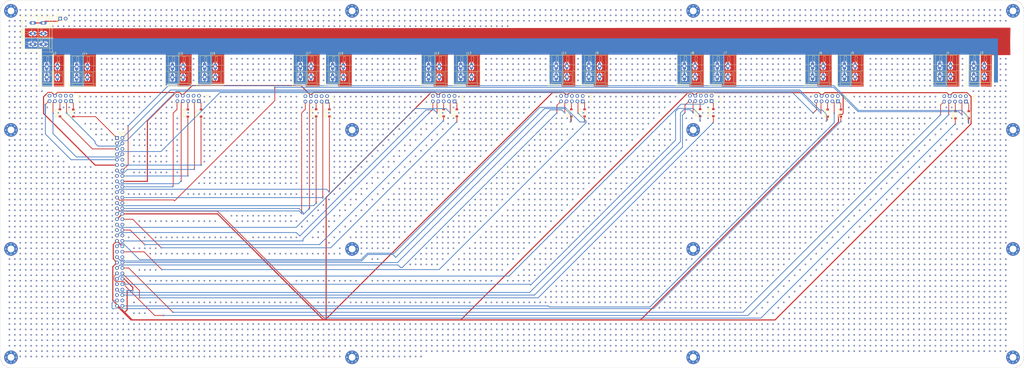
<source format=kicad_pcb>
(kicad_pcb (version 20221018) (generator pcbnew)
  (layers (0 "F.Cu" signal) (1 "In1.Cu" power) (2 "In2.Cu" power) (31 "B.Cu" signal) (34 "B.Paste" user) (35 "F.Paste" user) (36 "B.SilkS" user "B.Silkscreen") (37 "F.SilkS" user "F.Silkscreen") (38 "B.Mask" user) (39 "F.Mask" user) (44 "Edge.Cuts" user))
  (property "num" "hola")
  (net 0 "")
  (net 1 "Net-(D117-K)")
  (net 2 "Net-(D118-K)")
  (net 3 "Net-(D119-K)")
  (net 4 "Net-(D120-K)")
  (net 5 "Net-(D121-K)")
  (net 6 "GATE_OUTPUT_8")
  (net 7 "GATE_OUTPUT_9")
  (net 8 "GATE_OUTPUT_10")
  (net 9 "GATE_OUTPUT_11")
  (net 10 "GATE_OUTPUT_12")
  (net 11 "GATE_OUTPUT_13")
  (net 12 "GATE_OUTPUT_14")
  (net 13 "GATE_OUTPUT_15")
  (net 14 "GATE_8")
  (net 15 "CV_OUTPUT_8")
  (net 16 "RELAYS_8")
  (net 17 "CV_8")
  (net 18 "GATE_9")
  (net 19 "CV_OUTPUT_9")
  (net 20 "RELAYS_9")
  (net 21 "CV_9")
  (net 22 "GATE_10")
  (net 23 "CV_OUTPUT_10")
  (net 24 "RELAYS_10")
  (net 25 "CV_10")
  (net 26 "GATE_11")
  (net 27 "CV_OUTPUT_11")
  (net 28 "RELAYS_11")
  (net 29 "CV_11")
  (net 30 "GATE_12")
  (net 31 "CV_OUTPUT_12")
  (net 32 "RELAYS_12")
  (net 33 "CV_12")
  (net 34 "GATE_13")
  (net 35 "CV_OUTPUT_13")
  (net 36 "RELAYS_13")
  (net 37 "CV_13")
  (net 38 "GATE_14")
  (net 39 "CV_OUTPUT_14")
  (net 40 "RELAYS_14")
  (net 41 "CV_14")
  (net 42 "GATE_15")
  (net 43 "CV_OUTPUT_15")
  (net 44 "RELAYS_15")
  (net 45 "CV_15")
  (net 46 "Net-(D122-K)")
  (net 47 "Net-(D123-K)")
  (net 48 "Net-(D124-K)")
  (net 49 "Net-(D127-K)")
  (net 50 "Net-(D128-K)")
  (net 51 "Net-(D129-K)")
  (net 52 "Net-(D130-K)")
  (net 53 "Net-(D131-K)")
  (net 54 "Net-(D132-K)")
  (net 55 "Net-(D133-K)")
  (net 56 "Net-(D134-K)")
  (net 57 "SECONDARY_GND")
  (net 58 "SECONDARY_5VA")
  (net 59 "NEUT2")
  (net 60 "LINE2")
  (net 61 "EARTH-2")
  (footprint "TerminalBlock_WAGO:TerminalBlock_WAGO_236-402_1x02_P5.00mm_45Degree" (layer "F.Cu") (at 436.50371 570.744801)
    (fp_text reference "J8")
    (fp_text value "Screw_Terminal_01x02")
  )
  (footprint "MountingHole:MountingHole_3.2mm_M3_Pad_Via" (layer "F.Cu") (at 440.626938 656.544801)
    (fp_text reference "H108" hide)
    (fp_text value "MountingHole")
  )
  (footprint "Diode_SMD:D_SOD-123" (layer "F.Cu") (at 323.57371 592.718135 90)
    (fp_text reference "D128")
    (fp_text value "D")
  )
  (footprint "MountingHole:MountingHole_3.2mm_M3_Pad_Via" (layer "F.Cu") (at 280.626938 544.878135)
    (fp_text reference "H108" hide)
    (fp_text value "MountingHole")
  )
  (footprint "Diode_SMD:D_SOD-123" (layer "F.Cu") (at 443.87371 592.618135 90)
    (fp_text reference "D130")
    (fp_text value "D")
  )
  (footprint "TerminalBlock_WAGO:TerminalBlock_WAGO_236-402_1x02_P5.00mm_45Degree" (layer "F.Cu") (at 196.35371 571.044801)
    (fp_text reference "J15")
    (fp_text value "Screw_Terminal_01x02")
  )
  (footprint "Diode_SMD:D_SOD-123" (layer "F.Cu") (at 450.07371 592.618135 90)
    (fp_text reference "D129")
    (fp_text value "D")
  )
  (footprint "Diode_SMD:D_SOD-123" (layer "F.Cu") (at 263.77371 592.718135 90)
    (fp_text reference "D118")
    (fp_text value "D")
  )
  (footprint "Connector_PinSocket_2.54mm:PinSocket_2x05_P2.54mm_Vertical" (layer "F.Cu") (at 148.87371 587.218135 -90)
    (fp_text reference "J109")
    (fp_text value "Conn_01x10")
  )
  (footprint "TerminalBlock_WAGO:TerminalBlock_WAGO_236-402_1x02_P5.00mm_45Degree" (layer "F.Cu") (at 451.90371 570.744801)
    (fp_text reference "J7")
    (fp_text value "Screw_Terminal_01x02")
  )
  (footprint "TerminalBlock_WAGO:TerminalBlock_WAGO_236-402_1x02_P5.00mm_45Degree" (layer "F.Cu") (at 137.40371 570.944801)
    (fp_text reference "J2")
    (fp_text value "Screw_Terminal_01x02")
  )
  (footprint "MountingHole:MountingHole_3.2mm_M3_Pad_Via" (layer "F.Cu") (at 440.626938 707.378135)
    (fp_text reference "H108" hide)
    (fp_text value "MountingHole")
  )
  (footprint "MountingHole:MountingHole_3.2mm_M3_Pad_Via" (layer "F.Cu") (at 280.626938 707.378135)
    (fp_text reference "H108" hide)
    (fp_text value "MountingHole")
  )
  (footprint "Diode_SMD:D_SOD-123" (layer "F.Cu") (at 503.67371 592.818135 90)
    (fp_text reference "D132")
    (fp_text value "D")
  )
  (footprint "Diode_SMD:D_SOD-123" (layer "F.Cu") (at 569.87371 593.618135 90)
    (fp_text reference "D134")
    (fp_text value "D")
  )
  (footprint "MountingHole:MountingHole_3.2mm_M3_Pad_Via" (layer "F.Cu") (at 590.626938 707.378135)
    (fp_text reference "H108" hide)
    (fp_text value "MountingHole")
  )
  (footprint "MountingHole:MountingHole_3.2mm_M3_Pad_Via" (layer "F.Cu") (at 120.626938 544.878135)
    (fp_text reference "H108" hide)
    (fp_text value "MountingHole")
  )
  (footprint "TerminalBlock_WAGO:TerminalBlock_WAGO_236-402_1x02_P5.00mm_45Degree" (layer "F.Cu") (at 256.35371 570.844801)
    (fp_text reference "J17")
    (fp_text value "Screw_Terminal_01x02")
  )
  (footprint "TerminalBlock_WAGO:TerminalBlock_WAGO_236-402_1x02_P5.00mm_45Degree" (layer "F.Cu") (at 572.20371 570.644801)
    (fp_text reference "J3")
    (fp_text value "Screw_Terminal_01x02")
  )
  (footprint "Connector_PinSocket_2.54mm:PinSocket_2x05_P2.54mm_Vertical" (layer "F.Cu") (at 568.53371 587.418135 -90)
    (fp_text reference "J116")
    (fp_text value "Conn_01x10")
  )
  (footprint "MountingHole:MountingHole_3.2mm_M3_Pad_Via" (layer "F.Cu") (at 120.626938 600.711468)
    (fp_text reference "H108" hide)
    (fp_text value "MountingHole")
  )
  (footprint "TerminalBlock_WAGO:TerminalBlock_WAGO_236-402_1x02_P5.00mm_45Degree" (layer "F.Cu") (at 376.35371 570.744801)
    (fp_text reference "J11")
    (fp_text value "Screw_Terminal_01x02")
  )
  (footprint "Diode_SMD:D_SOD-123" (layer "F.Cu") (at 383.47371 592.718135 90)
    (fp_text reference "D122")
    (fp_text value "D")
  )
  (footprint "Diode_SMD:D_SOD-123" (layer "F.Cu") (at 203.57371 592.818135 90)
    (fp_text reference "D133")
    (fp_text value "D")
  )
  (footprint "Connector_PinSocket_2.54mm:PinSocket_2x05_P2.54mm_Vertical" (layer "F.Cu") (at 449.26371 587.208135 -90)
    (fp_text reference "J114")
    (fp_text value "Conn_01x10")
  )
  (footprint "Diode_SMD:D_SOD-123" (layer "F.Cu") (at 149.87371 592.818135 90)
    (fp_text reference "D123")
    (fp_text value "D")
  )
  (footprint "TerminalBlock_WAGO:TerminalBlock_WAGO_236-402_1x02_P5.00mm_45Degree" (layer "F.Cu") (at 391.70371 570.744801)
    (fp_text reference "J9")
    (fp_text value "Screw_Terminal_01x02")
  )
  (footprint "Connector_PinSocket_2.54mm:PinSocket_2x05_P2.54mm_Vertical" (layer "F.Cu") (at 328.67371 587.318135 -90)
    (fp_text reference "J112")
    (fp_text value "Conn_01x10")
  )
  (footprint "MountingHole:MountingHole_3.2mm_M3_Pad_Via" (layer "F.Cu") (at 440.626938 544.878135)
    (fp_text reference "H108" hide)
    (fp_text value "MountingHole")
  )
  (footprint "TerminalBlock_WAGO:TerminalBlock_WAGO_236-402_1x02_P5.00mm_45Degree" (layer "F.Cu") (at 316.50371 570.944801)
    (fp_text reference "J13")
    (fp_text value "Screw_Terminal_01x02")
  )
  (footprint "Diode_SMD:D_SOD-123" (layer "F.Cu") (at 209.77371 592.818135 90)
    (fp_text reference "D131")
    (fp_text value "D")
  )
  (footprint "Diode_SMD:D_SOD-123" (layer "F.Cu") (at 329.77371 592.718135 90)
    (fp_text reference "D127")
    (fp_text value "D")
  )
  (footprint "MountingHole:MountingHole_3.2mm_M3_Pad_Via" (layer "F.Cu") (at 280.626938 656.544801)
    (fp_text reference "H108" hide)
    (fp_text value "MountingHole")
  )
  (footprint "MountingHole:MountingHole_3.2mm_M3_Pad_Via" (layer "F.Cu") (at 120.626938 656.544801)
    (fp_text reference "H108" hide)
    (fp_text value "MountingHole")
  )
  (footprint "Diode_SMD:D_SOD-123" (layer "F.Cu") (at 509.87371 592.818135 90)
    (fp_text reference "D117")
    (fp_text value "D")
  )
  (footprint "TerminalBlock_WAGO:TerminalBlock_WAGO_236-402_1x02_P5.00mm_45Degree" (layer "F.Cu") (at 331.60371 570.844801)
    (fp_text reference "J12")
    (fp_text value "Screw_Terminal_01x02")
  )
  (footprint "MountingHole:MountingHole_3.2mm_M3_Pad_Via" (layer "F.Cu") (at 280.626938 600.711468)
    (fp_text reference "H108" hide)
    (fp_text value "MountingHole")
  )
  (footprint "MountingHole:MountingHole_3.2mm_M3_Pad_Via" (layer "F.Cu") (at 440.626938 600.711468)
    (fp_text reference "H108" hide)
    (fp_text value "MountingHole")
  )
  (footprint "TerminalBlock_WAGO:TerminalBlock_WAGO_236-402_1x02_P5.00mm_45Degree" (layer "F.Cu") (at 271.50371 570.944801)
    (fp_text reference "J10")
    (fp_text value "Screw_Terminal_01x02")
  )
  (footprint "Diode_SMD:D_SOD-123" (layer "F.Cu") (at 563.57371 593.618135 90)
    (fp_text reference "D119")
    (fp_text value "D")
  )
  (footprint "Diode_SMD:D_SOD-123" (layer "F.Cu") (at 269.97371 592.718135 90)
    (fp_text reference "D120")
    (fp_text value "D")
  )
  (footprint "MountingHole:MountingHole_3.2mm_M3_Pad_Via" (layer "F.Cu") (at 120.626938 707.378135)
    (fp_text reference "H108" hide)
    (fp_text value "MountingHole")
  )
  (footprint "Connector_PinSocket_2.54mm:PinSocket_2x05_P2.54mm_Vertical" (layer "F.Cu") (at 268.89371 587.418135 -90)
    (fp_text reference "J111")
    (fp_text value "Conn_01x10")
  )
  (footprint "TerminalBlock_WAGO:TerminalBlock_WAGO_236-402_1x02_P5.00mm_45Degree" (layer "F.Cu") (at 556.30371 570.644801)
    (fp_text reference "J4")
    (fp_text value "Screw_Terminal_01x02")
  )
  (footprint "Diode_SMD:D_SOD-123" (layer "F.Cu") (at 143.57371 592.718135 90)
    (fp_text reference "D124")
    (fp_text value "D")
  )
  (footprint "TerminalBlock_WAGO:TerminalBlock_WAGO_236-403_1x03_P5.00mm_45Degree" (layer "F.Cu") (at 130.84371 560.528135 90)
    (fp_text reference "J203")
    (fp_text value "Screw_Terminal_01x03")
  )
  (footprint "Connector_PinSocket_2.54mm:PinSocket_2x05_P2.54mm_Vertical" (layer "F.Cu") (at 508.46371 587.308135 -90)
    (fp_text reference "J115")
    (fp_text value "Conn_01x10")
  )
  (footprint "Connector_PinHeader_2.54mm:PinHeader_2x32_P2.54mm_Vertical" (layer "F.Cu") (at 170.33371 604.508135)
    (fp_text reference "J118")
    (fp_text value "Conn_02x32_Odd_Even")
  )
  (footprint "Connector_PinHeader_2.54mm:PinHeader_1x02_P2.54mm_Vertical" (layer "F.Cu") (at 143.71371 548.518135 90)
    (fp_text reference "JP202")
    (fp_text value "Jumper_2_Open")
  )
  (footprint "TerminalBlock_WAGO:TerminalBlock_WAGO_236-402_1x02_P5.00mm_45Degree" (layer "F.Cu") (at 511.55371 570.744801)
    (fp_text reference "J5")
    (fp_text value "Screw_Terminal_01x02")
  )
  (footprint "MountingHole:MountingHole_3.2mm_M3_Pad_Via" (layer "F.Cu") (at 590.626938 600.711468)
    (fp_text reference "H108" hide)
    (fp_text value "MountingHole")
  )
  (footprint "Connector_PinSocket_2.54mm:PinSocket_2x05_P2.54mm_Vertical" (layer "F.Cu") (at 208.83371 587.218135 -90)
    (fp_text reference "J110")
    (fp_text value "Conn_01x10")
  )
  (footprint "MountingHole:MountingHole_3.2mm_M3_Pad_Via" (layer "F.Cu") (at 590.626938 544.878135)
    (fp_text reference "H108" hide)
    (fp_text value "MountingHole")
  )
  (footprint "TerminalBlock_WAGO:TerminalBlock_WAGO_236-402_1x02_P5.00mm_45Degree" (layer "F.Cu") (at 211.45371 570.944801)
    (fp_text reference "J16")
    (fp_text value "Screw_Terminal_01x02")
  )
  (footprint "MountingHole:MountingHole_3.2mm_M3_Pad_Via" (layer "F.Cu") (at 590.626938 656.544801)
    (fp_text reference "H108" hide)
    (fp_text value "MountingHole")
  )
  (footprint "Diode_SMD:D_SOD-123" (layer "F.Cu") (at 389.67371 592.718135 90)
    (fp_text reference "D121")
    (fp_text value "D")
  )
  (footprint "TerminalBlock_WAGO:TerminalBlock_WAGO_236-402_1x02_P5.00mm_45Degree" (layer "F.Cu") (at 151.45371 571.044801)
    (fp_text reference "J14")
    (fp_text value "Screw_Terminal_01x02")
  )
  (footprint "TerminalBlock_WAGO:TerminalBlock_WAGO_236-402_1x02_P5.00mm_45Degree" (layer "F.Cu") (at 496.60371 570.744801)
    (fp_text reference "J6")
    (fp_text value "Screw_Terminal_01x02")
  )
  (footprint "Connector_PinSocket_2.54mm:PinSocket_2x05_P2.54mm_Vertical" (layer "F.Cu") (at 388.81371 587.318135 -90)
    (fp_text reference "J113")
    (fp_text value "Conn_01x10")
  )
  (gr_line (start 115.709812 707.36816) (end 115.724877 544.899469) (stroke (width 0.1)) (layer "Edge.Cuts"))
  (gr_arc (start 120.731439 712.368467) (mid 117.187665 710.90568) (end 115.709812 707.36816) (stroke (width 0.2)) (layer "Edge.Cuts"))
  (gr_arc (start 115.724877 544.899469) (mid 117.187638 541.355648) (end 120.725184 539.877842) (stroke (width 0.2)) (layer "Edge.Cuts"))
  (gr_line (start 120.725184 539.877842) (end 590.693875 539.892907) (stroke (width 0.1)) (layer "Edge.Cuts"))
  (gr_arc (start 590.693875 539.892907) (mid 594.237673 541.355672) (end 595.715502 544.893214) (stroke (width 0.2)) (layer "Edge.Cuts"))
  (gr_line (start 590.70013 712.383532) (end 120.731439 712.368467) (stroke (width 0.1)) (layer "Edge.Cuts"))
  (gr_arc (start 595.700437 707.361905) (mid 594.237618 710.905627) (end 590.70013 712.383532) (stroke (width 0.2)) (layer "Edge.Cuts"))
  (gr_line (start 595.715502 544.893214) (end 595.700437 707.361905) (stroke (width 0.1)) (layer "Edge.Cuts"))
  (segment (start 509.923994 596.748153) (end 509.923994 596.686176) (width 0.349) (layer "F.Cu") (net 1))
  (segment (start 509.873994 594.496176) (end 509.873994 596.736176) (width 0.349) (layer "F.Cu") (net 1))
  (segment (start 509.923994 596.686176) (end 509.863994 596.746176) (width 0.349) (layer "F.Cu") (net 1))
  (segment (start 509.873994 596.736176) (end 509.862017 596.748153) (width 0.349) (layer "F.Cu") (net 1))
  (segment (start 509.862017 596.748153) (end 509.923994 596.748153) (width 0.349) (layer "F.Cu") (net 1))
  (via (at 509.923994 596.748153) (size 0.7) (drill 0.25) (layers "F.Cu" "B.Cu") (net 1))
  (segment (start 168.053994 682.072842) (end 168.053994 684.260632) (width 0.349) (layer "B.Cu") (net 1))
  (segment (start 169.19066 680.736176) (end 167.953994 681.972842) (width 0.349) (layer "B.Cu") (net 1))
  (segment (start 170.362035 680.708135) (end 170.333994 680.736176) (width 0.3) (layer "B.Cu") (net 1))
  (segment (start 168.053994 684.260632) (end 168.560099 684.766737) (width 0.349) (layer "B.Cu") (net 1))
  (segment (start 422.06415 684.54602) (end 509.863994 596.746176) (width 0.349) (layer "B.Cu") (net 1))
  (segment (start 168.560099 684.766737) (end 168.780816 684.54602) (width 0.349) (layer "B.Cu") (net 1))
  (segment (start 167.953994 681.972842) (end 168.053994 682.072842) (width 0.349) (layer "B.Cu") (net 1))
  (segment (start 170.333994 680.736176) (end 169.19066 680.736176) (width 0.349) (layer "B.Cu") (net 1))
  (segment (start 168.780816 684.54602) (end 422.06415 684.54602) (width 0.349) (layer "B.Cu") (net 1))
  (segment (start 263.773994 634.398153) (end 263.773994 634.906176) (width 0.5) (layer "F.Cu") (net 2))
  (segment (start 263.773994 594.396176) (end 263.773994 634.398153) (width 0.349) (layer "F.Cu") (net 2))
  (segment (start 263.773994 634.906176) (end 263.863994 634.996176) (width 0.5) (layer "F.Cu") (net 2))
  (via (at 263.863994 634.996176) (size 0.7) (drill 0.25) (layers "F.Cu" "B.Cu") (net 2))
  (segment (start 263.863994 634.996176) (end 262.607191 636.252979) (width 0.349) (layer "B.Cu") (net 2))
  (segment (start 262.607191 636.252979) (end 171.570797 636.252979) (width 0.349) (layer "B.Cu") (net 2))
  (segment (start 171.570797 636.252979) (end 170.333994 635.016176) (width 0.349) (layer "B.Cu") (net 2))
  (segment (start 267.613994 688.996176) (end 217.415971 638.798153) (width 0.349) (layer "F.Cu") (net 3))
  (segment (start 563.473994 597.998153) (end 563.362017 597.998153) (width 0.349) (layer "F.Cu") (net 3))
  (segment (start 563.362017 597.998153) (end 563.363994 597.996176) (width 0.349) (layer "F.Cu") (net 3))
  (segment (start 563.573994 597.786176) (end 563.473994 597.886176) (width 0.349) (layer "F.Cu") (net 3))
  (segment (start 563.473994 597.886176) (end 563.473994 597.998153) (width 0.349) (layer "F.Cu") (net 3))
  (segment (start 217.415971 638.798153) (end 171.575971 638.798153) (width 0.349) (layer "F.Cu") (net 3))
  (segment (start 563.573994 595.296176) (end 563.573994 597.786176) (width 0.349) (layer "F.Cu") (net 3))
  (segment (start 171.575971 638.798153) (end 170.333994 637.556176) (width 0.349) (layer "F.Cu") (net 3))
  (via (at 563.473994 597.998153) (size 0.7) (drill 0.25) (layers "F.Cu" "B.Cu") (net 3))
  (via (at 267.613994 688.996176) (size 0.7) (drill 0.25) (layers "F.Cu" "B.Cu") (net 3))
  (segment (start 472.363994 688.996176) (end 267.613994 688.996176) (width 0.349) (layer "B.Cu") (net 3))
  (segment (start 563.363994 597.996176) (end 472.363994 688.996176) (width 0.349) (layer "B.Cu") (net 3))
  (segment (start 269.973994 594.396176) (end 269.973994 628.998153) (width 0.349) (layer "F.Cu") (net 4))
  (segment (start 269.973994 628.998153) (end 269.973994 629.636176) (width 0.5) (layer "F.Cu") (net 4))
  (segment (start 269.973994 629.636176) (end 269.863994 629.746176) (width 0.5) (layer "F.Cu") (net 4))
  (via (at 269.863994 629.746176) (size 0.7) (drill 0.25) (layers "F.Cu" "B.Cu") (net 4))
  (segment (start 172.26003 628.548153) (end 171.722017 628.548153) (width 0.349) (layer "B.Cu") (net 4))
  (segment (start 268.665971 628.548153) (end 173.48739 628.548153) (width 0.349) (layer "B.Cu") (net 4))
  (segment (start 171.722017 628.548153) (end 170.333994 629.936176) (width 0.349) (layer "B.Cu") (net 4))
  (segment (start 269.863994 629.746176) (end 268.665971 628.548153) (width 0.349) (layer "B.Cu") (net 4))
  (segment (start 172.344856 628.632979) (end 172.26003 628.548153) (width 0.349) (layer "B.Cu") (net 4))
  (segment (start 173.48739 628.548153) (end 173.402564 628.632979) (width 0.349) (layer "B.Cu") (net 4))
  (segment (start 173.402564 628.632979) (end 172.344856 628.632979) (width 0.349) (layer "B.Cu") (net 4))
  (segment (start 389.673994 594.396176) (end 389.673994 596.936176) (width 0.349) (layer "F.Cu") (net 5))
  (segment (start 389.673994 596.936176) (end 389.613994 596.996176) (width 0.349) (layer "F.Cu") (net 5))
  (via (at 389.573994 596.998153) (size 0.7) (drill 0.25) (layers "F.Cu" "B.Cu") (net 5))
  (segment (start 389.572017 596.996176) (end 387.485656 596.996176) (width 0.349) (layer "B.Cu") (net 5))
  (segment (start 172.344856 654.043291) (end 172.322127 654.06602) (width 0.349) (layer "B.Cu") (net 5))
  (segment (start 300.011952 658.54702) (end 287.826036 658.54702) (width 0.349) (layer "B.Cu") (net 5))
  (segment (start 180.855074 661.516176) (end 174.14321 654.804312) (width 0.349) (layer "B.Cu") (net 5))
  (segment (start 368.736494 590.123676) (end 300.162551 658.697619) (width 0.349) (layer "B.Cu") (net 5))
  (segment (start 287.826036 658.54702) (end 284.85688 661.516176) (width 0.349) (layer "B.Cu") (net 5))
  (segment (start 174.14321 654.783937) (end 173.402564 654.043291) (width 0.349) (layer "B.Cu") (net 5))
  (segment (start 389.573994 596.998153) (end 389.572017 596.996176) (width 0.349) (layer "B.Cu") (net 5))
  (segment (start 284.85688 661.516176) (end 180.855074 661.516176) (width 0.349) (layer "B.Cu") (net 5))
  (segment (start 389.575971 596.996176) (end 389.573994 596.998153) (width 0.349) (layer "B.Cu") (net 5))
  (segment (start 389.613994 596.996176) (end 389.575971 596.996176) (width 0.349) (layer "B.Cu") (net 5))
  (segment (start 387.485656 596.996176) (end 380.613156 590.123676) (width 0.349) (layer "B.Cu") (net 5))
  (segment (start 171.60415 654.06602) (end 170.333994 655.336176) (width 0.349) (layer "B.Cu") (net 5))
  (segment (start 174.14321 654.804312) (end 174.14321 654.783937) (width 0.349) (layer "B.Cu") (net 5))
  (segment (start 172.322127 654.06602) (end 171.60415 654.06602) (width 0.349) (layer "B.Cu") (net 5))
  (segment (start 173.402564 654.043291) (end 172.344856 654.043291) (width 0.349) (layer "B.Cu") (net 5))
  (segment (start 380.613156 590.123676) (end 368.736494 590.123676) (width 0.349) (layer "B.Cu") (net 5))
  (segment (start 300.162551 658.697619) (end 300.011952 658.54702) (width 0.349) (layer "B.Cu") (net 5))
  (segment (start 149.873994 588.246176) (end 148.663994 587.036176) (width 0.349) (layer "F.Cu") (net 6))
  (segment (start 149.873994 591.196176) (end 149.873994 588.246176) (width 0.349) (layer "F.Cu") (net 6))
  (segment (start 209.773994 591.196176) (end 209.773994 588.146176) (width 0.349) (layer "F.Cu") (net 7))
  (segment (start 209.773994 588.146176) (end 208.663994 587.036176) (width 0.349) (layer "F.Cu") (net 7))
  (segment (start 269.973994 588.166176) (end 268.843994 587.036176) (width 0.349) (layer "F.Cu") (net 8))
  (segment (start 269.973994 591.096176) (end 269.973994 588.166176) (width 0.349) (layer "F.Cu") (net 8))
  (segment (start 329.773994 588.146176) (end 328.663994 587.036176) (width 0.349) (layer "F.Cu") (net 9))
  (segment (start 329.773994 591.096176) (end 329.773994 588.146176) (width 0.349) (layer "F.Cu") (net 9))
  (segment (start 389.673994 591.096176) (end 389.673994 587.886176) (width 0.349) (layer "F.Cu") (net 10))
  (segment (start 389.673994 587.886176) (end 388.923994 587.136176) (width 0.349) (layer "F.Cu") (net 10))
  (segment (start 450.073994 588.286176) (end 448.923994 587.136176) (width 0.349) (layer "F.Cu") (net 11))
  (segment (start 450.073994 590.996176) (end 450.073994 588.286176) (width 0.349) (layer "F.Cu") (net 11))
  (segment (start 509.873994 591.196176) (end 509.873994 588.416176) (width 0.349) (layer "F.Cu") (net 12))
  (segment (start 509.873994 588.416176) (end 508.593994 587.136176) (width 0.349) (layer "F.Cu") (net 12))
  (segment (start 569.873994 591.996176) (end 569.873994 588.486176) (width 0.349) (layer "F.Cu") (net 13))
  (segment (start 569.873994 588.486176) (end 568.623994 587.236176) (width 0.349) (layer "F.Cu") (net 13))
  (segment (start 146.673994 592.746176) (end 146.673994 587.586176) (width 0.349) (layer "F.Cu") (net 14))
  (segment (start 146.673994 587.586176) (end 146.123994 587.036176) (width 0.349) (layer "F.Cu") (net 14))
  (via (at 146.673994 592.748153) (size 0.7) (drill 0.25) (layers "F.Cu" "B.Cu") (net 14))
  (segment (start 146.673994 592.748153) (end 146.673994 592.746176) (width 0.3) (layer "B.Cu") (net 14))
  (segment (start 161.430797 608.312979) (end 171.637191 608.312979) (width 0.349) (layer "B.Cu") (net 14))
  (segment (start 160.113994 606.186176) (end 160.113994 606.996176) (width 0.349) (layer "B.Cu") (net 14))
  (segment (start 146.675971 592.748153) (end 146.673994 592.748153) (width 0.3) (layer "B.Cu") (net 14))
  (segment (start 146.977327 593.049509) (end 146.675971 592.748153) (width 0.3) (layer "B.Cu") (net 14))
  (segment (start 146.673994 592.746176) (end 146.673994 592.746176) (width 0.3) (layer "B.Cu") (net 14))
  (segment (start 160.113994 606.996176) (end 161.430797 608.312979) (width 0.349) (layer "B.Cu") (net 14))
  (segment (start 171.637191 608.312979) (end 172.873994 607.076176) (width 0.349) (layer "B.Cu") (net 14))
  (segment (start 146.977327 593.049509) (end 160.113994 606.186176) (width 0.349) (layer "B.Cu") (net 14))
  (segment (start 143.573994 587.046176) (end 143.583994 587.036176) (width 0.349) (layer "F.Cu") (net 15))
  (segment (start 143.573994 591.096176) (end 143.573994 587.046176) (width 0.349) (layer "F.Cu") (net 15))
  (segment (start 140.323994 592.746176) (end 140.323994 587.756176) (width 0.349) (layer "F.Cu") (net 16))
  (segment (start 140.323994 587.756176) (end 141.043994 587.036176) (width 0.349) (layer "F.Cu") (net 16))
  (via (at 140.423994 592.848153) (size 0.7) (drill 0.25) (layers "F.Cu" "B.Cu") (net 16))
  (segment (start 151.260797 613.392979) (end 171.637191 613.392979) (width 0.349) (layer "B.Cu") (net 16))
  (segment (start 140.423994 592.848153) (end 140.323994 592.948153) (width 0.349) (layer "B.Cu") (net 16))
  (segment (start 140.323994 602.456176) (end 151.260797 613.392979) (width 0.349) (layer "B.Cu") (net 16))
  (segment (start 140.323994 592.948153) (end 140.323994 602.456176) (width 0.349) (layer "B.Cu") (net 16))
  (segment (start 140.323994 592.746176) (end 140.323994 592.748153) (width 0.349) (layer "B.Cu") (net 16))
  (segment (start 140.323994 592.748153) (end 140.423994 592.848153) (width 0.349) (layer "B.Cu") (net 16))
  (segment (start 171.637191 613.392979) (end 172.873994 612.156176) (width 0.349) (layer "B.Cu") (net 16))
  (segment (start 136.653994 588.886176) (end 138.503994 587.036176) (width 0.349) (layer "F.Cu") (net 17))
  (via (at 136.743994 588.886176) (size 0.7) (drill 0.25) (layers "F.Cu" "B.Cu") (net 17))
  (segment (start 148.863994 614.746176) (end 148.913994 614.696176) (width 0.349) (layer "B.Cu") (net 17))
  (segment (start 136.753994 588.896176) (end 136.743994 588.886176) (width 0.5) (layer "B.Cu") (net 17))
  (segment (start 148.913994 614.696176) (end 170.333994 614.696176) (width 0.349) (layer "B.Cu") (net 17))
  (segment (start 136.753994 602.636176) (end 148.863994 614.746176) (width 0.349) (layer "B.Cu") (net 17))
  (segment (start 136.753994 593.098153) (end 136.753994 602.636176) (width 0.349) (layer "B.Cu") (net 17))
  (segment (start 136.753994 593.098153) (end 136.753994 588.896176) (width 0.5) (layer "B.Cu") (net 17))
  (segment (start 206.623994 619.198153) (end 206.623994 619.236176) (width 0.349) (layer "F.Cu") (net 18))
  (segment (start 206.623994 619.236176) (end 206.613994 619.246176) (width 0.349) (layer "F.Cu") (net 18))
  (segment (start 206.673994 592.746176) (end 206.673994 587.586176) (width 0.349) (layer "F.Cu") (net 18))
  (segment (start 206.673994 618.996176) (end 206.673994 619.186176) (width 0.349) (layer "F.Cu") (net 18))
  (segment (start 206.673994 592.746176) (end 206.673994 618.996176) (width 0.349) (layer "F.Cu") (net 18))
  (segment (start 206.673994 619.186176) (end 206.662017 619.198153) (width 0.349) (layer "F.Cu") (net 18))
  (segment (start 206.662017 619.198153) (end 206.623994 619.198153) (width 0.349) (layer "F.Cu") (net 18))
  (segment (start 206.673994 587.586176) (end 206.123994 587.036176) (width 0.349) (layer "F.Cu") (net 18))
  (via (at 206.623994 619.198153) (size 0.7) (drill 0.25) (layers "F.Cu" "B.Cu") (net 18))
  (segment (start 173.437959 621.012979) (end 171.570797 621.012979) (width 0.349) (layer "B.Cu") (net 18))
  (segment (start 175.204762 619.246176) (end 173.437959 621.012979) (width 0.349) (layer "B.Cu") (net 18))
  (segment (start 171.570797 621.012979) (end 170.333994 619.776176) (width 0.349) (layer "B.Cu") (net 18))
  (segment (start 206.613994 619.246176) (end 175.204762 619.246176) (width 0.349) (layer "B.Cu") (net 18))
  (segment (start 203.573994 591.196176) (end 203.573994 587.046176) (width 0.349) (layer "F.Cu") (net 19))
  (segment (start 203.573994 587.046176) (end 203.583994 587.036176) (width 0.349) (layer "F.Cu") (net 19))
  (segment (start 200.473994 592.846176) (end 200.473994 587.606176) (width 0.349) (layer "F.Cu") (net 20))
  (segment (start 200.423994 624.686176) (end 200.423994 624.748153) (width 0.349) (layer "F.Cu") (net 20))
  (segment (start 200.473994 624.636176) (end 200.423994 624.686176) (width 0.349) (layer "F.Cu") (net 20))
  (segment (start 200.362017 624.748153) (end 200.363994 624.746176) (width 0.349) (layer "F.Cu") (net 20))
  (segment (start 200.473994 592.846176) (end 200.473994 624.636176) (width 0.349) (layer "F.Cu") (net 20))
  (segment (start 200.473994 587.606176) (end 201.043994 587.036176) (width 0.349) (layer "F.Cu") (net 20))
  (segment (start 200.423994 624.748153) (end 200.362017 624.748153) (width 0.349) (layer "F.Cu") (net 20))
  (via (at 200.423994 624.748153) (size 0.7) (drill 0.25) (layers "F.Cu" "B.Cu") (net 20))
  (segment (start 171.570797 626.092979) (end 170.333994 624.856176) (width 0.349) (layer "B.Cu") (net 20))
  (segment (start 200.363994 624.746176) (end 199.162017 625.948153) (width 0.349) (layer "B.Cu") (net 20))
  (segment (start 199.162017 625.948153) (end 173.54739 625.948153) (width 0.349) (layer "B.Cu") (net 20))
  (segment (start 173.402564 626.092979) (end 171.570797 626.092979) (width 0.349) (layer "B.Cu") (net 20))
  (segment (start 173.54739 625.948153) (end 173.402564 626.092979) (width 0.349) (layer "B.Cu") (net 20))
  (segment (start 198.503994 591.066176) (end 198.503994 587.036176) (width 0.349) (layer "F.Cu") (net 21))
  (segment (start 196.723994 592.846176) (end 196.723994 627.136176) (width 0.349) (layer "F.Cu") (net 21))
  (segment (start 196.723994 627.136176) (end 196.613994 627.246176) (width 0.349) (layer "F.Cu") (net 21))
  (segment (start 196.723994 592.846176) (end 198.503994 591.066176) (width 0.349) (layer "F.Cu") (net 21))
  (via (at 196.573994 627.248153) (size 0.7) (drill 0.25) (layers "F.Cu" "B.Cu") (net 21))
  (segment (start 196.573994 627.248153) (end 196.573994 627.286176) (width 0.349) (layer "B.Cu") (net 21))
  (segment (start 196.463994 627.396176) (end 172.873994 627.396176) (width 0.349) (layer "B.Cu") (net 21))
  (segment (start 196.573994 627.286176) (end 196.463994 627.396176) (width 0.349) (layer "B.Cu") (net 21))
  (segment (start 196.613994 627.246176) (end 196.612017 627.248153) (width 0.349) (layer "B.Cu") (net 21))
  (segment (start 196.612017 627.248153) (end 196.573994 627.248153) (width 0.349) (layer "B.Cu") (net 21))
  (segment (start 266.873994 592.746176) (end 266.873994 587.606176) (width 0.349) (layer "F.Cu") (net 22))
  (segment (start 266.873994 632.486176) (end 266.863994 632.496176) (width 0.5) (layer "F.Cu") (net 22))
  (segment (start 266.873994 587.606176) (end 266.303994 587.036176) (width 0.349) (layer "F.Cu") (net 22))
  (segment (start 266.873994 631.898153) (end 266.873994 632.486176) (width 0.5) (layer "F.Cu") (net 22))
  (segment (start 266.873994 592.746176) (end 266.873994 631.898153) (width 0.349) (layer "F.Cu") (net 22))
  (via (at 266.83385 632.67162) (size 0.7) (drill 0.25) (layers "F.Cu" "B.Cu") (net 22))
  (segment (start 266.863994 632.496176) (end 266.843994 632.476176) (width 0.349) (layer "B.Cu") (net 22))
  (segment (start 266.843994 632.476176) (end 266.843994 632.661476) (width 0.5) (layer "B.Cu") (net 22))
  (segment (start 266.843994 632.661476) (end 266.83385 632.67162) (width 0.5) (layer "B.Cu") (net 22))
  (segment (start 266.843994 632.476176) (end 172.873994 632.476176) (width 0.349) (layer "B.Cu") (net 22))
  (segment (start 263.773994 591.096176) (end 263.773994 587.046176) (width 0.349) (layer "F.Cu") (net 23))
  (segment (start 263.773994 587.046176) (end 263.763994 587.036176) (width 0.349) (layer "F.Cu") (net 23))
  (segment (start 260.673994 592.746176) (end 260.673994 637.048153) (width 0.349) (layer "F.Cu") (net 24))
  (segment (start 260.673994 637.048153) (end 260.673994 637.436176) (width 0.5) (layer "F.Cu") (net 24))
  (segment (start 260.673994 592.746176) (end 260.673994 587.586176) (width 0.349) (layer "F.Cu") (net 24))
  (segment (start 260.673994 587.586176) (end 261.223994 587.036176) (width 0.349) (layer "F.Cu") (net 24))
  (segment (start 260.420239 637.689931) (end 260.420239 637.779911) (width 0.5) (layer "F.Cu") (net 24))
  (segment (start 260.673994 637.436176) (end 260.420239 637.689931) (width 0.5) (layer "F.Cu") (net 24))
  (via (at 260.420239 637.779911) (size 0.7) (drill 0.25) (layers "F.Cu" "B.Cu") (net 24))
  (segment (start 257.748494 639.565367) (end 255.739303 637.556176) (width 0.349) (layer "B.Cu") (net 24))
  (segment (start 260.613994 637.496176) (end 257.748494 640.361676) (width 0.349) (layer "B.Cu") (net 24))
  (segment (start 257.748494 640.361676) (end 257.748494 639.565367) (width 0.349) (layer "B.Cu") (net 24))
  (segment (start 255.739303 637.556176) (end 172.873994 637.556176) (width 0.349) (layer "B.Cu") (net 24))
  (segment (start 256.973994 592.746176) (end 258.683994 591.036176) (width 0.349) (layer "F.Cu") (net 25))
  (segment (start 256.863994 639.996176) (end 256.973994 639.886176) (width 0.349) (layer "F.Cu") (net 25))
  (segment (start 258.683994 591.036176) (end 258.683994 587.036176) (width 0.349) (layer "F.Cu") (net 25))
  (segment (start 256.973994 592.746176) (end 256.973994 639.886176) (width 0.349) (layer "F.Cu") (net 25))
  (via (at 256.973994 639.886176) (size 0.7) (drill 0.25) (layers "F.Cu" "B.Cu") (net 25))
  (segment (start 255.785971 638.698153) (end 173.49739 638.698153) (width 0.349) (layer "B.Cu") (net 25))
  (segment (start 172.25003 638.698153) (end 171.732017 638.698153) (width 0.349) (layer "B.Cu") (net 25))
  (segment (start 172.344856 638.792979) (end 172.25003 638.698153) (width 0.349) (layer "B.Cu") (net 25))
  (segment (start 171.732017 638.698153) (end 170.333994 640.096176) (width 0.349) (layer "B.Cu") (net 25))
  (segment (start 173.49739 638.698153) (end 173.402564 638.792979) (width 0.349) (layer "B.Cu") (net 25))
  (segment (start 256.973994 639.886176) (end 255.785971 638.698153) (width 0.349) (layer "B.Cu") (net 25))
  (segment (start 173.402564 638.792979) (end 172.344856 638.792979) (width 0.349) (layer "B.Cu") (net 25))
  (segment (start 326.673994 587.586176) (end 326.123994 587.036176) (width 0.349) (layer "F.Cu") (net 26))
  (segment (start 326.673994 592.746176) (end 326.673994 587.586176) (width 0.349) (layer "F.Cu") (net 26))
  (via (at 326.673994 592.798153) (size 0.7) (drill 0.25) (layers "F.Cu" "B.Cu") (net 26))
  (segment (start 310.137494 590.722676) (end 254.447191 646.412979) (width 0.349) (layer "B.Cu") (net 26))
  (segment (start 326.725971 592.798153) (end 324.650494 590.722676) (width 0.349) (layer "B.Cu") (net 26))
  (segment (start 254.447191 646.412979) (end 171.570797 646.412979) (width 0.349) (layer "B.Cu") (net 26))
  (segment (start 171.570797 646.412979) (end 170.333994 645.176176) (width 0.349) (layer "B.Cu") (net 26))
  (segment (start 326.673994 592.798153) (end 326.725971 592.798153) (width 0.349) (layer "B.Cu") (net 26))
  (segment (start 326.673994 592.746176) (end 326.673994 592.746176) (width 0.349) (layer "B.Cu") (net 26))
  (segment (start 326.673994 592.746176) (end 326.673994 592.798153) (width 0.349) (layer "B.Cu") (net 26))
  (segment (start 324.650494 590.722676) (end 310.137494 590.722676) (width 0.349) (layer "B.Cu") (net 26))
  (segment (start 323.573994 591.096176) (end 323.573994 587.046176) (width 0.349) (layer "F.Cu") (net 27))
  (segment (start 323.573994 587.046176) (end 323.583994 587.036176) (width 0.349) (layer "F.Cu") (net 27))
  (segment (start 320.473994 587.606176) (end 321.043994 587.036176) (width 0.349) (layer "F.Cu") (net 28))
  (segment (start 320.473994 592.746176) (end 320.473994 587.606176) (width 0.349) (layer "F.Cu") (net 28))
  (via (at 320.473994 592.798153) (size 0.7) (drill 0.25) (layers "F.Cu" "B.Cu") (net 28))
  (segment (start 172.344856 648.952979) (end 172.24003 648.848153) (width 0.349) (layer "B.Cu") (net 28))
  (segment (start 172.24003 648.848153) (end 171.742017 648.848153) (width 0.349) (layer "B.Cu") (net 28))
  (segment (start 319.049494 591.321676) (end 315.288494 591.321676) (width 0.349) (layer "B.Cu") (net 28))
  (segment (start 315.288494 591.321676) (end 256.113994 650.496176) (width 0.349) (layer "B.Cu") (net 28))
  (segment (start 320.473994 592.746176) (end 320.473994 592.798153) (width 0.349) (layer "B.Cu") (net 28))
  (segment (start 173.402564 648.952979) (end 172.344856 648.952979) (width 0.349) (layer "B.Cu") (net 28))
  (segment (start 320.525971 592.798153) (end 319.049494 591.321676) (width 0.349) (layer "B.Cu") (net 28))
  (segment (start 320.473994 592.798153) (end 320.525971 592.798153) (width 0.349) (layer "B.Cu") (net 28))
  (segment (start 254.465971 648.848153) (end 173.50739 648.848153) (width 0.349) (layer "B.Cu") (net 28))
  (segment (start 171.742017 648.848153) (end 170.333994 650.256176) (width 0.349) (layer "B.Cu") (net 28))
  (segment (start 320.473994 592.746176) (end 320.473994 592.746176) (width 0.349) (layer "B.Cu") (net 28))
  (segment (start 256.113994 650.496176) (end 254.465971 648.848153) (width 0.349) (layer "B.Cu") (net 28))
  (segment (start 173.50739 648.848153) (end 173.402564 648.952979) (width 0.349) (layer "B.Cu") (net 28))
  (segment (start 318.503994 591.016176) (end 318.503994 587.036176) (width 0.349) (layer "F.Cu") (net 29))
  (segment (start 316.773994 592.746176) (end 318.503994 591.016176) (width 0.349) (layer "F.Cu") (net 29))
  (via (at 316.823994 592.748153) (size 0.7) (drill 0.25) (layers "F.Cu" "B.Cu") (net 29))
  (segment (start 257.613994 651.906176) (end 257.613994 652.746176) (width 0.349) (layer "B.Cu") (net 29))
  (segment (start 316.773994 592.746176) (end 316.822017 592.746176) (width 0.349) (layer "B.Cu") (net 29))
  (segment (start 316.823994 592.748153) (end 316.825971 592.746176) (width 0.349) (layer "B.Cu") (net 29))
  (segment (start 316.822017 592.746176) (end 316.823994 592.748153) (width 0.349) (layer "B.Cu") (net 29))
  (segment (start 316.773994 592.746176) (end 257.613994 651.906176) (width 0.349) (layer "B.Cu") (net 29))
  (segment (start 257.613994 652.746176) (end 257.563994 652.796176) (width 0.349) (layer "B.Cu") (net 29))
  (segment (start 257.563994 652.796176) (end 172.873994 652.796176) (width 0.349) (layer "B.Cu") (net 29))
  (segment (start 316.825971 592.746176) (end 316.863994 592.746176) (width 0.349) (layer "B.Cu") (net 29))
  (segment (start 191.363994 666.246176) (end 182.993994 657.876176) (width 0.349) (layer "F.Cu") (net 30))
  (segment (start 386.573994 587.326176) (end 386.383994 587.136176) (width 0.349) (layer "F.Cu") (net 30))
  (segment (start 386.573994 592.746176) (end 386.573994 587.326176) (width 0.349) (layer "F.Cu") (net 30))
  (segment (start 182.993994 657.876176) (end 172.873994 657.876176) (width 0.349) (layer "F.Cu") (net 30))
  (via (at 386.573994 592.798153) (size 0.7) (drill 0.25) (layers "F.Cu" "B.Cu") (net 30))
  (via (at 191.373994 666.248153) (size 0.7) (drill 0.25) (layers "F.Cu" "B.Cu") (net 30))
  (segment (start 386.573994 592.746176) (end 386.573994 592.798153) (width 0.349) (layer "B.Cu") (net 30))
  (segment (start 386.573994 592.746176) (end 386.573994 592.746176) (width 0.349) (layer "B.Cu") (net 30))
  (segment (start 191.373994 666.248153) (end 191.372017 666.246176) (width 0.349) (layer "B.Cu") (net 30))
  (segment (start 386.625971 592.798153) (end 390.388494 596.560676) (width 0.349) (layer "B.Cu") (net 30))
  (segment (start 386.573994 592.798153) (end 386.625971 592.798153) (width 0.349) (layer "B.Cu") (net 30))
  (segment (start 390.388494 597.316985) (end 321.459303 666.246176) (width 0.349) (layer "B.Cu") (net 30))
  (segment (start 191.372017 666.246176) (end 191.363994 666.246176) (width 0.349) (layer "B.Cu") (net 30))
  (segment (start 321.459303 666.246176) (end 191.375971 666.246176) (width 0.349) (layer "B.Cu") (net 30))
  (segment (start 191.375971 666.246176) (end 191.373994 666.248153) (width 0.349) (layer "B.Cu") (net 30))
  (segment (start 390.388494 596.560676) (end 390.388494 597.316985) (width 0.349) (layer "B.Cu") (net 30))
  (segment (start 383.473994 587.506176) (end 383.843994 587.136176) (width 0.349) (layer "F.Cu") (net 31))
  (segment (start 383.473994 591.096176) (end 383.473994 587.506176) (width 0.349) (layer "F.Cu") (net 31))
  (segment (start 380.373994 588.066176) (end 381.303994 587.136176) (width 0.349) (layer "F.Cu") (net 32))
  (segment (start 380.373994 592.746176) (end 380.373994 588.066176) (width 0.349) (layer "F.Cu") (net 32))
  (via (at 380.323994 592.698153) (size 0.7) (drill 0.25) (layers "F.Cu" "B.Cu") (net 32))
  (segment (start 380.323994 592.696176) (end 378.949494 591.321676) (width 0.349) (layer "B.Cu") (net 32))
  (segment (start 301.903994 662.956176) (end 172.873994 662.956176) (width 0.349) (layer "B.Cu") (net 32))
  (segment (start 380.325971 592.698153) (end 380.323994 592.698153) (width 0.349) (layer "B.Cu") (net 32))
  (segment (start 380.373994 592.746176) (end 380.325971 592.698153) (width 0.349) (layer "B.Cu") (net 32))
  (segment (start 378.949494 591.321676) (end 373.538494 591.321676) (width 0.349) (layer "B.Cu") (net 32))
  (segment (start 380.323994 592.698153) (end 380.323994 592.696176) (width 0.349) (layer "B.Cu") (net 32))
  (segment (start 373.538494 591.321676) (end 301.903994 662.956176) (width 0.349) (layer "B.Cu") (net 32))
  (segment (start 376.673994 589.226176) (end 378.763994 587.136176) (width 0.349) (layer "F.Cu") (net 33))
  (segment (start 376.673994 592.746176) (end 376.673994 589.226176) (width 0.349) (layer "F.Cu") (net 33))
  (via (at 376.673994 592.798153) (size 0.7) (drill 0.25) (layers "F.Cu" "B.Cu") (net 33))
  (segment (start 304.173994 665.246176) (end 303.363994 665.246176) (width 0.349) (layer "B.Cu") (net 33))
  (segment (start 173.402564 664.192979) (end 172.344856 664.192979) (width 0.349) (layer "B.Cu") (net 33))
  (segment (start 171.782017 664.048153) (end 170.333994 665.496176) (width 0.349) (layer "B.Cu") (net 33))
  (segment (start 172.20003 664.048153) (end 171.782017 664.048153) (width 0.349) (layer "B.Cu") (net 33))
  (segment (start 172.344856 664.192979) (end 172.20003 664.048153) (width 0.349) (layer "B.Cu") (net 33))
  (segment (start 376.673994 592.746176) (end 376.673994 592.746176) (width 0.349) (layer "B.Cu") (net 33))
  (segment (start 376.622017 592.798153) (end 304.173994 665.246176) (width 0.349) (layer "B.Cu") (net 33))
  (segment (start 173.54739 664.048153) (end 173.402564 664.192979) (width 0.349) (layer "B.Cu") (net 33))
  (segment (start 302.165971 664.048153) (end 173.54739 664.048153) (width 0.349) (layer "B.Cu") (net 33))
  (segment (start 376.673994 592.746176) (end 376.673994 592.798153) (width 0.349) (layer "B.Cu") (net 33))
  (segment (start 303.363994 665.246176) (end 302.165971 664.048153) (width 0.349) (layer "B.Cu") (net 33))
  (segment (start 376.673994 592.798153) (end 376.622017 592.798153) (width 0.349) (layer "B.Cu") (net 33))
  (segment (start 170.333994 670.576176) (end 171.812017 669.098153) (width 0.349) (layer "B.Cu") (net 34))
  (segment (start 445.287328 588.672842) (end 446.723994 587.236176) (width 0.349) (layer "B.Cu") (net 34))
  (segment (start 354.247149 669.272979) (end 434.847286 588.672842) (width 0.349) (layer "B.Cu") (net 34))
  (segment (start 172.344856 669.272979) (end 354.247149 669.272979) (width 0.349) (layer "B.Cu") (net 34))
  (segment (start 172.17003 669.098153) (end 172.344856 669.272979) (width 0.349) (layer "B.Cu") (net 34))
  (segment (start 434.847286 588.672842) (end 445.287328 588.672842) (width 0.349) (layer "B.Cu") (net 34))
  (segment (start 171.812017 669.098153) (end 172.17003 669.098153) (width 0.349) (layer "B.Cu") (net 34))
  (segment (start 443.873994 587.166176) (end 443.843994 587.136176) (width 0.349) (layer "F.Cu") (net 35))
  (segment (start 443.873994 590.996176) (end 443.873994 587.166176) (width 0.349) (layer "F.Cu") (net 35))
  (segment (start 440.573994 592.646176) (end 440.573994 587.866176) (width 0.349) (layer "F.Cu") (net 36))
  (segment (start 440.573994 587.866176) (end 441.303994 587.136176) (width 0.349) (layer "F.Cu") (net 36))
  (via (at 440.573994 592.648153) (size 0.7) (drill 0.25) (layers "F.Cu" "B.Cu") (net 36))
  (segment (start 434.613994 592.791628) (end 434.613994 606.246176) (width 0.349) (layer "B.Cu") (net 36))
  (segment (start 440.573994 592.646176) (end 440.573994 592.646176) (width 0.349) (layer "B.Cu") (net 36))
  (segment (start 363.933338 676.926832) (end 173.726069 676.926832) (width 0.349) (layer "B.Cu") (net 36))
  (segment (start 440.573994 592.646176) (end 440.573994 592.648153) (width 0.349) (layer "B.Cu") (net 36))
  (segment (start 439.149494 591.221676) (end 436.183946 591.221676) (width 0.349) (layer "B.Cu") (net 36))
  (segment (start 440.575971 592.648153) (end 439.149494 591.221676) (width 0.349) (layer "B.Cu") (net 36))
  (segment (start 440.573994 592.648153) (end 440.575971 592.648153) (width 0.349) (layer "B.Cu") (net 36))
  (segment (start 173.402564 676.892979) (end 171.570797 676.892979) (width 0.349) (layer "B.Cu") (net 36))
  (segment (start 434.613994 606.246176) (end 363.933338 676.926832) (width 0.349) (layer "B.Cu") (net 36))
  (segment (start 171.570797 676.892979) (end 170.333994 675.656176) (width 0.349) (layer "B.Cu") (net 36))
  (segment (start 170.333994 675.656176) (end 170.362035 675.628135) (width 0.3) (layer "B.Cu") (net 36))
  (segment (start 173.726069 676.926832) (end 173.54739 676.748153) (width 0.349) (layer "B.Cu") (net 36))
  (segment (start 436.183946 591.221676) (end 434.613994 592.791628) (width 0.349) (layer "B.Cu") (net 36))
  (segment (start 173.54739 676.748153) (end 173.402564 676.892979) (width 0.349) (layer "B.Cu") (net 36))
  (segment (start 436.773994 589.126176) (end 438.763994 587.136176) (width 0.349) (layer "F.Cu") (net 37))
  (segment (start 436.773994 592.646176) (end 436.773994 589.126176) (width 0.349) (layer "F.Cu") (net 37))
  (via (at 436.723994 592.698153) (size 0.7) (drill 0.25) (layers "F.Cu" "B.Cu") (net 37))
  (segment (start 436.773994 592.646176) (end 436.723994 592.696176) (width 0.349) (layer "B.Cu") (net 37))
  (segment (start 435.603994 593.816176) (end 435.603994 608.756176) (width 0.349) (layer "B.Cu") (net 37))
  (segment (start 172.902035 678.168135) (end 173.903028 678.168135) (width 0.3) (layer "B.Cu") (net 37))
  (segment (start 436.723994 592.696176) (end 436.723994 592.698153) (width 0.349) (layer "B.Cu") (net 37))
  (segment (start 436.722017 592.698153) (end 435.603994 593.816176) (width 0.349) (layer "B.Cu") (net 37))
  (segment (start 436.723994 592.698153) (end 436.722017 592.698153) (width 0.349) (layer "B.Cu") (net 37))
  (segment (start 366.113994 678.246176) (end 366.063994 678.196176) (width 0.349) (layer "B.Cu") (net 37))
  (segment (start 435.603994 608.756176) (end 366.113994 678.246176) (width 0.349) (layer "B.Cu") (net 37))
  (segment (start 366.063994 678.196176) (end 172.873994 678.196176) (width 0.349) (layer "B.Cu") (net 37))
  (segment (start 172.873994 678.196176) (end 172.902035 678.168135) (width 0.3) (layer "B.Cu") (net 37))
  (segment (start 506.773994 587.856176) (end 506.053994 587.136176) (width 0.349) (layer "F.Cu") (net 38))
  (segment (start 506.773994 592.846176) (end 506.773994 587.856176) (width 0.349) (layer "F.Cu") (net 38))
  (via (at 506.773994 592.848153) (size 0.7) (drill 0.25) (layers "F.Cu" "B.Cu") (net 38))
  (segment (start 373.113994 683.746176) (end 372.643994 683.276176) (width 0.349) (layer "B.Cu") (net 38))
  (segment (start 506.773994 597.316176) (end 420.343994 683.746176) (width 0.349) (layer "B.Cu") (net 38))
  (segment (start 506.773994 592.846176) (end 506.773994 592.848153) (width 0.349) (layer "B.Cu") (net 38))
  (segment (start 506.773994 592.848153) (end 506.773994 597.316176) (width 0.349) (layer "B.Cu") (net 38))
  (segment (start 372.643994 683.276176) (end 172.873994 683.276176) (width 0.349) (layer "B.Cu") (net 38))
  (segment (start 420.343994 683.746176) (end 373.113994 683.746176) (width 0.349) (layer "B.Cu") (net 38))
  (segment (start 503.673994 591.196176) (end 503.673994 587.296176) (width 0.349) (layer "F.Cu") (net 39))
  (segment (start 503.673994 587.296176) (end 503.513994 587.136176) (width 0.349) (layer "F.Cu") (net 39))
  (segment (start 500.573994 587.536176) (end 500.973994 587.136176) (width 0.349) (layer "F.Cu") (net 40))
  (segment (start 500.573994 592.846176) (end 500.573994 587.536176) (width 0.349) (layer "F.Cu") (net 40))
  (via (at 500.523994 592.798153) (size 0.7) (drill 0.25) (layers "F.Cu" "B.Cu") (net 40))
  (segment (start 490.35515 582.627332) (end 198.07107 582.627332) (width 0.349) (layer "B.Cu") (net 40))
  (segment (start 500.525971 592.798153) (end 500.523994 592.798153) (width 0.349) (layer "B.Cu") (net 40))
  (segment (start 174.925423 605.772979) (end 171.637191 605.772979) (width 0.349) (layer "B.Cu") (net 40))
  (segment (start 500.523994 592.798153) (end 500.523994 592.796176) (width 0.349) (layer "B.Cu") (net 40))
  (segment (start 500.573994 592.846176) (end 500.525971 592.798153) (width 0.349) (layer "B.Cu") (net 40))
  (segment (start 171.637191 605.772979) (end 170.333994 607.076176) (width 0.349) (layer "B.Cu") (net 40))
  (segment (start 500.523994 592.796176) (end 490.35515 582.627332) (width 0.349) (layer "B.Cu") (net 40))
  (segment (start 198.07107 582.627332) (end 174.925423 605.772979) (width 0.349) (layer "B.Cu") (net 40))
  (segment (start 496.873994 592.846176) (end 498.433994 591.286176) (width 0.349) (layer "F.Cu") (net 41))
  (segment (start 498.433994 591.286176) (end 498.433994 587.136176) (width 0.349) (layer "F.Cu") (net 41))
  (via (at 496.873994 592.798153) (size 0.7) (drill 0.25) (layers "F.Cu" "B.Cu") (net 41))
  (segment (start 218.633838 583.226332) (end 191.007191 610.852979) (width 0.349) (layer "B.Cu") (net 41))
  (segment (start 487.25415 583.226332) (end 218.633838 583.226332) (width 0.349) (layer "B.Cu") (net 41))
  (segment (start 496.825971 592.798153) (end 487.25415 583.226332) (width 0.349) (layer "B.Cu") (net 41))
  (segment (start 496.873994 592.846176) (end 496.873994 592.846176) (width 0.349) (layer "B.Cu") (net 41))
  (segment (start 191.007191 610.852979) (end 171.637191 610.852979) (width 0.349) (layer "B.Cu") (net 41))
  (segment (start 171.637191 610.852979) (end 170.333994 612.156176) (width 0.349) (layer "B.Cu") (net 41))
  (segment (start 496.873994 592.798153) (end 496.825971 592.798153) (width 0.349) (layer "B.Cu") (net 41))
  (segment (start 496.873994 592.846176) (end 496.873994 592.798153) (width 0.349) (layer "B.Cu") (net 41))
  (segment (start 566.673994 587.826176) (end 566.083994 587.236176) (width 0.349) (layer "F.Cu") (net 42))
  (segment (start 173.56739 633.548153) (end 173.402564 633.712979) (width 0.349) (layer "F.Cu") (net 42))
  (segment (start 566.673994 593.598153) (end 566.673994 587.826176) (width 0.349) (layer "F.Cu") (net 42))
  (segment (start 566.673994 593.646176) (end 566.673994 593.598153) (width 0.349) (layer "F.Cu") (net 42))
  (segment (start 197.363994 633.996176) (end 196.915971 633.548153) (width 0.349) (layer "F.Cu") (net 42))
  (segment (start 244.363994 586.996176) (end 197.363994 633.996176) (width 0.349) (layer "F.Cu") (net 42))
  (segment (start 196.915971 633.548153) (end 173.56739 633.548153) (width 0.349) (layer "F.Cu") (net 42))
  (segment (start 244.363994 581.198153) (end 244.363994 580.746176) (width 0.5) (layer "F.Cu") (net 42))
  (segment (start 173.402564 633.712979) (end 171.570797 633.712979) (width 0.349) (layer "F.Cu") (net 42))
  (segment (start 171.570797 633.712979) (end 170.333994 632.476176) (width 0.349) (layer "F.Cu") (net 42))
  (segment (start 244.363994 581.198153) (end 244.363994 586.996176) (width 0.349) (layer "F.Cu") (net 42))
  (via (at 566.673994 593.598153) (size 0.7) (drill 0.25) (layers "F.Cu" "B.Cu") (net 42))
  (via (at 244.363994 580.746176) (size 0.7) (drill 0.25) (layers "F.Cu" "B.Cu") (net 42))
  (segment (start 506.544762 580.746176) (end 244.363994 580.746176) (width 0.349) (layer "B.Cu") (net 42))
  (segment (start 566.673994 593.646176) (end 565.199494 592.171676) (width 0.349) (layer "B.Cu") (net 42))
  (segment (start 565.199494 592.171676) (end 517.970262 592.171676) (width 0.349) (layer "B.Cu") (net 42))
  (segment (start 517.970262 592.171676) (end 506.544762 580.746176) (width 0.349) (layer "B.Cu") (net 42))
  (segment (start 563.573994 591.996176) (end 563.573994 587.266176) (width 0.349) (layer "F.Cu") (net 43))
  (segment (start 563.573994 587.266176) (end 563.543994 587.236176) (width 0.349) (layer "F.Cu") (net 43))
  (segment (start 192.113994 687.746176) (end 188.018685 687.746176) (width 0.349) (layer "F.Cu") (net 44))
  (segment (start 188.018685 687.746176) (end 174.148494 673.875985) (width 0.349) (layer "F.Cu") (net 44))
  (segment (start 169.059494 669.310676) (end 170.333994 668.036176) (width 0.349) (layer "F.Cu") (net 44))
  (segment (start 173.402564 671.823291) (end 169.780341 671.823291) (width 0.349) (layer "F.Cu") (net 44))
  (segment (start 560.473994 587.766176) (end 561.003994 587.236176) (width 0.349) (layer "F.Cu") (net 44))
  (segment (start 169.059494 671.102444) (end 169.059494 669.310676) (width 0.349) (layer "F.Cu") (net 44))
  (segment (start 560.473994 593.246176) (end 560.473994 587.766176) (width 0.349) (layer "F.Cu") (net 44))
  (segment (start 560.473994 593.596176) (end 560.473994 593.246176) (width 0.349) (layer "F.Cu") (net 44))
  (segment (start 174.148494 673.875985) (end 174.148494 672.569221) (width 0.349) (layer "F.Cu") (net 44))
  (segment (start 174.148494 672.569221) (end 173.402564 671.823291) (width 0.349) (layer "F.Cu") (net 44))
  (segment (start 169.780341 671.823291) (end 169.059494 671.102444) (width 0.349) (layer "F.Cu") (net 44))
  (via (at 192.173994 687.748153) (size 0.7) (drill 0.25) (layers "F.Cu" "B.Cu") (net 44))
  (via (at 560.423994 593.598153) (size 0.7) (drill 0.25) (layers "F.Cu" "B.Cu") (net 44))
  (segment (start 192.172017 687.746176) (end 192.113994 687.746176) (width 0.349) (layer "B.Cu") (net 44))
  (segment (start 192.175971 687.746176) (end 192.173994 687.748153) (width 0.349) (layer "B.Cu") (net 44))
  (segment (start 466.323994 687.746176) (end 192.175971 687.746176) (width 0.349) (layer "B.Cu") (net 44))
  (segment (start 560.423994 593.646176) (end 466.323994 687.746176) (width 0.349) (layer "B.Cu") (net 44))
  (segment (start 560.472017 593.598153) (end 560.423994 593.598153) (width 0.349) (layer "B.Cu") (net 44))
  (segment (start 560.473994 593.596176) (end 560.472017 593.598153) (width 0.349) (layer "B.Cu") (net 44))
  (segment (start 192.173994 687.748153) (end 192.172017 687.746176) (width 0.349) (layer "B.Cu") (net 44))
  (segment (start 560.423994 593.598153) (end 560.423994 593.646176) (width 0.349) (layer "B.Cu") (net 44))
  (segment (start 196.613994 686.246176) (end 196.615971 686.248153) (width 0.349) (layer "F.Cu") (net 45))
  (segment (start 558.463994 587.236176) (end 556.673994 589.026176) (width 0.349) (layer "F.Cu") (net 45))
  (segment (start 556.673994 593.496176) (end 556.673994 593.596176) (width 0.349) (layer "F.Cu") (net 45))
  (segment (start 196.615971 686.248153) (end 196.573994 686.248153) (width 0.349) (layer "F.Cu") (net 45))
  (segment (start 175.863994 665.496176) (end 172.873994 665.496176) (width 0.349) (layer "F.Cu") (net 45))
  (segment (start 196.573994 686.248153) (end 196.573994 686.206176) (width 0.349) (layer "F.Cu") (net 45))
  (segment (start 556.673994 589.026176) (end 556.673994 593.496176) (width 0.349) (layer "F.Cu") (net 45))
  (segment (start 196.573994 686.206176) (end 175.863994 665.496176) (width 0.349) (layer "F.Cu") (net 45))
  (via (at 196.573994 686.248153) (size 0.7) (drill 0.25) (layers "F.Cu" "B.Cu") (net 45))
  (via (at 556.623994 593.548153) (size 0.7) (drill 0.25) (layers "F.Cu" "B.Cu") (net 45))
  (segment (start 464.023994 686.246176) (end 196.613994 686.246176) (width 0.349) (layer "B.Cu") (net 45))
  (segment (start 556.623994 593.548153) (end 556.673994 593.496176) (width 0.349) (layer "B.Cu") (net 45))
  (segment (start 556.673994 593.596176) (end 556.623994 593.548153) (width 0.349) (layer "B.Cu") (net 45))
  (segment (start 556.673994 593.596176) (end 464.023994 686.246176) (width 0.349) (layer "B.Cu") (net 45))
  (segment (start 383.473994 594.396176) (end 383.473994 596.636176) (width 0.349) (layer "F.Cu") (net 46))
  (segment (start 383.473994 596.636176) (end 383.113994 596.996176) (width 0.349) (layer "F.Cu") (net 46))
  (via (at 383.073994 596.948153) (size 0.7) (drill 0.25) (layers "F.Cu" "B.Cu") (net 46))
  (segment (start 172.344856 661.663291) (end 171.962982 662.045164) (width 0.349) (layer "B.Cu") (net 46))
  (segment (start 173.945449 662.206176) (end 173.402564 661.663291) (width 0.349) (layer "B.Cu") (net 46))
  (segment (start 380.365042 590.722676) (end 370.887494 590.722676) (width 0.349) (layer "B.Cu") (net 46))
  (segment (start 301.113994 660.496176) (end 299.763838 659.14602) (width 0.349) (layer "B.Cu") (net 46))
  (segment (start 383.113994 596.908153) (end 383.113994 593.471628) (width 0.349) (layer "B.Cu") (net 46))
  (segment (start 383.113994 593.471628) (end 380.365042 590.722676) (width 0.349) (layer "B.Cu") (net 46))
  (segment (start 171.962982 662.045164) (end 170.333994 660.416176) (width 0.349) (layer "B.Cu") (net 46))
  (segment (start 383.113994 596.996176) (end 383.113994 596.988153) (width 0.349) (layer "B.Cu") (net 46))
  (segment (start 370.887494 590.722676) (end 301.113994 660.496176) (width 0.349) (layer "B.Cu") (net 46))
  (segment (start 299.763838 659.14602) (end 288.07415 659.14602) (width 0.349) (layer "B.Cu") (net 46))
  (segment (start 285.013994 662.206176) (end 173.945449 662.206176) (width 0.349) (layer "B.Cu") (net 46))
  (segment (start 173.402564 661.663291) (end 172.344856 661.663291) (width 0.349) (layer "B.Cu") (net 46))
  (segment (start 383.113994 596.988153) (end 383.073994 596.948153) (width 0.349) (layer "B.Cu") (net 46))
  (segment (start 288.07415 659.14602) (end 285.013994 662.206176) (width 0.349) (layer "B.Cu") (net 46))
  (segment (start 383.073994 596.948153) (end 383.113994 596.908153) (width 0.349) (layer "B.Cu") (net 46))
  (segment (start 160.293994 594.496176) (end 170.333994 604.536176) (width 0.349) (layer "F.Cu") (net 47))
  (segment (start 149.873994 594.496176) (end 160.293994 594.496176) (width 0.349) (layer "F.Cu") (net 47))
  (segment (start 158.793994 609.616176) (end 170.333994 609.616176) (width 0.349) (layer "F.Cu") (net 48))
  (segment (start 143.573994 594.396176) (end 158.793994 609.616176) (width 0.349) (layer "F.Cu") (net 48))
  (segment (start 329.773994 594.396176) (end 329.773994 596.836176) (width 0.349) (layer "F.Cu") (net 49))
  (segment (start 329.773994 596.836176) (end 329.613994 596.996176) (width 0.349) (layer "F.Cu") (net 49))
  (segment (start 177.753994 642.636176) (end 172.873994 642.636176) (width 0.349) (layer "F.Cu") (net 49))
  (segment (start 191.113994 655.996176) (end 177.753994 642.636176) (width 0.349) (layer "F.Cu") (net 49))
  (via (at 191.123994 655.998153) (size 0.7) (drill 0.25) (layers "F.Cu" "B.Cu") (net 49))
  (via (at 329.623994 597.048153) (size 0.7) (drill 0.25) (layers "F.Cu" "B.Cu") (net 49))
  (segment (start 191.125971 655.996176) (end 191.123994 655.998153) (width 0.349) (layer "B.Cu") (net 49))
  (segment (start 329.613994 596.996176) (end 329.623994 596.986176) (width 0.349) (layer "B.Cu") (net 49))
  (segment (start 191.122017 655.996176) (end 191.113994 655.996176) (width 0.349) (layer "B.Cu") (net 49))
  (segment (start 329.623994 596.986176) (end 329.623994 597.048153) (width 0.349) (layer "B.Cu") (net 49))
  (segment (start 329.623994 597.048153) (end 329.562017 597.048153) (width 0.349) (layer "B.Cu") (net 49))
  (segment (start 270.613994 655.996176) (end 191.125971 655.996176) (width 0.349) (layer "B.Cu") (net 49))
  (segment (start 191.123994 655.998153) (end 191.122017 655.996176) (width 0.349) (layer "B.Cu") (net 49))
  (segment (start 329.562017 597.048153) (end 270.613994 655.996176) (width 0.349) (layer "B.Cu") (net 49))
  (segment (start 323.573994 596.286176) (end 323.423994 596.436176) (width 0.349) (layer "F.Cu") (net 50))
  (segment (start 323.573994 594.396176) (end 323.573994 596.286176) (width 0.349) (layer "F.Cu") (net 50))
  (segment (start 183.323994 654.456176) (end 176.583994 647.716176) (width 0.349) (layer "F.Cu") (net 50))
  (segment (start 176.583994 647.716176) (end 172.873994 647.716176) (width 0.349) (layer "F.Cu") (net 50))
  (segment (start 323.423994 596.436176) (end 323.423994 596.448153) (width 0.349) (layer "F.Cu") (net 50))
  (segment (start 183.363994 654.496176) (end 183.365971 654.498153) (width 0.349) (layer "F.Cu") (net 50))
  (segment (start 183.365971 654.498153) (end 183.323994 654.498153) (width 0.349) (layer "F.Cu") (net 50))
  (segment (start 323.412017 596.448153) (end 323.363994 596.496176) (width 0.349) (layer "F.Cu") (net 50))
  (segment (start 183.323994 654.498153) (end 183.323994 654.456176) (width 0.349) (layer "F.Cu") (net 50))
  (segment (start 323.423994 596.448153) (end 323.412017 596.448153) (width 0.349) (layer "F.Cu") (net 50))
  (via (at 183.323994 654.498153) (size 0.7) (drill 0.25) (layers "F.Cu" "B.Cu") (net 50))
  (via (at 323.423994 596.448153) (size 0.7) (drill 0.25) (layers "F.Cu" "B.Cu") (net 50))
  (segment (start 323.363994 596.496176) (end 265.363994 654.496176) (width 0.349) (layer "B.Cu") (net 50))
  (segment (start 265.363994 654.496176) (end 183.363994 654.496176) (width 0.349) (layer "B.Cu") (net 50))
  (segment (start 449.862017 597.498153) (end 449.863994 597.496176) (width 0.349) (layer "F.Cu") (net 51))
  (segment (start 180.863994 676.026176) (end 172.873994 668.036176) (width 0.349) (layer "F.Cu") (net 51))
  (segment (start 449.873994 597.498153) (end 449.862017 597.498153) (width 0.349) (layer "F.Cu") (net 51))
  (segment (start 180.863994 679.496176) (end 180.863994 676.026176) (width 0.349) (layer "F.Cu") (net 51))
  (segment (start 449.873994 597.486176) (end 449.873994 597.498153) (width 0.349) (layer "F.Cu") (net 51))
  (segment (start 450.073994 597.286176) (end 449.873994 597.486176) (width 0.349) (layer "F.Cu") (net 51))
  (segment (start 450.073994 594.296176) (end 450.073994 597.286176) (width 0.349) (layer "F.Cu") (net 51))
  (via (at 449.873994 597.498153) (size 0.7) (drill 0.25) (layers "F.Cu" "B.Cu") (net 51))
  (via (at 180.873994 679.498153) (size 0.7) (drill 0.25) (layers "F.Cu" "B.Cu") (net 51))
  (segment (start 180.873994 679.486176) (end 180.873994 679.498153) (width 0.349) (layer "B.Cu") (net 51))
  (segment (start 449.863994 597.496176) (end 367.89415 679.46602) (width 0.349) (layer "B.Cu") (net 51))
  (segment (start 367.89415 679.46602) (end 180.89415 679.46602) (width 0.349) (layer "B.Cu") (net 51))
  (segment (start 180.862017 679.498153) (end 180.863994 679.496176) (width 0.349) (layer "B.Cu") (net 51))
  (segment (start 180.873994 679.498153) (end 180.862017 679.498153) (width 0.349) (layer "B.Cu") (net 51))
  (segment (start 180.89415 679.46602) (end 180.873994 679.486176) (width 0.349) (layer "B.Cu") (net 51))
  (segment (start 443.862017 596.498153) (end 443.863994 596.496176) (width 0.349) (layer "F.Cu") (net 52))
  (segment (start 443.873994 596.486176) (end 443.873994 596.486176) (width 0.349) (layer "F.Cu") (net 52))
  (segment (start 443.873994 596.498153) (end 443.862017 596.498153) (width 0.349) (layer "F.Cu") (net 52))
  (segment (start 443.873994 594.296176) (end 443.873994 596.486176) (width 0.349) (layer "F.Cu") (net 52))
  (segment (start 443.873994 596.486176) (end 443.873994 596.498153) (width 0.349) (layer "F.Cu") (net 52))
  (via (at 443.873994 596.498153) (size 0.7) (drill 0.25) (layers "F.Cu" "B.Cu") (net 52))
  (segment (start 443.863994 593.921628) (end 440.565042 590.622676) (width 0.349) (layer "B.Cu") (net 52))
  (segment (start 432.363994 591.996176) (end 432.363994 605.496176) (width 0.349) (layer "B.Cu") (net 52))
  (segment (start 364.363994 673.496176) (end 363.983994 673.116176) (width 0.349) (layer "B.Cu") (net 52))
  (segment (start 433.737494 590.622676) (end 432.363994 591.996176) (width 0.349) (layer "B.Cu") (net 52))
  (segment (start 363.983994 673.116176) (end 172.873994 673.116176) (width 0.349) (layer "B.Cu") (net 52))
  (segment (start 432.363994 605.496176) (end 364.363994 673.496176) (width 0.349) (layer "B.Cu") (net 52))
  (segment (start 440.565042 590.622676) (end 433.737494 590.622676) (width 0.349) (layer "B.Cu") (net 52))
  (segment (start 443.863994 596.496176) (end 443.863994 593.921628) (width 0.349) (layer "B.Cu") (net 52))
  (segment (start 209.773994 594.496176) (end 209.773994 617.156176) (width 0.349) (layer "F.Cu") (net 53))
  (segment (start 209.815971 617.198153) (end 209.873994 617.198153) (width 0.349) (layer "F.Cu") (net 53))
  (segment (start 209.873994 617.256176) (end 209.863994 617.246176) (width 0.349) (layer "F.Cu") (net 53))
  (segment (start 209.773994 617.156176) (end 209.815971 617.198153) (width 0.349) (layer "F.Cu") (net 53))
  (segment (start 209.873994 617.198153) (end 209.873994 617.256176) (width 0.349) (layer "F.Cu") (net 53))
  (via (at 209.873994 617.198153) (size 0.7) (drill 0.25) (layers "F.Cu" "B.Cu") (net 53))
  (segment (start 209.853994 617.236176) (end 172.873994 617.236176) (width 0.349) (layer "B.Cu") (net 53))
  (segment (start 209.863994 617.246176) (end 209.853994 617.236176) (width 0.349) (layer "B.Cu") (net 53))
  (segment (start 503.673994 595.936176) (end 503.123994 596.486176) (width 0.349) (layer "F.Cu") (net 54))
  (segment (start 503.112017 596.498153) (end 503.113994 596.496176) (width 0.349) (layer "F.Cu") (net 54))
  (segment (start 503.673994 594.496176) (end 503.673994 595.936176) (width 0.349) (layer "F.Cu") (net 54))
  (segment (start 503.123994 596.498153) (end 503.112017 596.498153) (width 0.349) (layer "F.Cu") (net 54))
  (segment (start 503.123994 596.486176) (end 503.123994 596.498153) (width 0.349) (layer "F.Cu") (net 54))
  (via (at 503.123994 596.498153) (size 0.7) (drill 0.25) (layers "F.Cu" "B.Cu") (net 54))
  (segment (start 503.113994 593.371628) (end 501.164042 591.421676) (width 0.349) (layer "B.Cu") (net 54))
  (segment (start 500.044042 591.421676) (end 490.618542 581.996176) (width 0.349) (layer "B.Cu") (net 54))
  (segment (start 501.164042 591.421676) (end 500.044042 591.421676) (width 0.349) (layer "B.Cu") (net 54))
  (segment (start 490.618542 581.996176) (end 195.413994 581.996176) (width 0.349) (layer "B.Cu") (net 54))
  (segment (start 503.113994 596.496176) (end 503.113994 593.371628) (width 0.349) (layer "B.Cu") (net 54))
  (segment (start 195.413994 581.996176) (end 172.873994 604.536176) (width 0.349) (layer "B.Cu") (net 54))
  (segment (start 203.573994 622.206176) (end 203.613994 622.246176) (width 0.349) (layer "F.Cu") (net 55))
  (segment (start 203.573994 594.496176) (end 203.573994 622.206176) (width 0.349) (layer "F.Cu") (net 55))
  (via (at 203.623994 622.248153) (size 0.7) (drill 0.25) (layers "F.Cu" "B.Cu") (net 55))
  (segment (start 203.623994 622.236176) (end 203.543994 622.316176) (width 0.349) (layer "B.Cu") (net 55))
  (segment (start 203.623994 622.248153) (end 203.623994 622.236176) (width 0.349) (layer "B.Cu") (net 55))
  (segment (start 203.612017 622.248153) (end 203.623994 622.248153) (width 0.349) (layer "B.Cu") (net 55))
  (segment (start 203.543994 622.316176) (end 172.873994 622.316176) (width 0.349) (layer "B.Cu") (net 55))
  (segment (start 203.613994 622.246176) (end 203.612017 622.248153) (width 0.349) (layer "B.Cu") (net 55))
  (segment (start 175.573994 598.748153) (end 175.613994 617.036176) (width 0.349) (layer "F.Cu") (net 56))
  (segment (start 569.873994 597.486176) (end 569.863994 597.496176) (width 0.349) (layer "F.Cu") (net 56))
  (segment (start 175.613994 598.746176) (end 175.573994 598.748153) (width 0.349) (layer "F.Cu") (net 56))
  (segment (start 175.613994 617.036176) (end 172.873994 619.776176) (width 0.349) (layer "F.Cu") (net 56))
  (segment (start 569.873994 595.296176) (end 569.873994 597.486176) (width 0.349) (layer "F.Cu") (net 56))
  (via (at 175.573994 598.748153) (size 0.7) (drill 0.25) (layers "F.Cu" "B.Cu") (net 56))
  (via (at 569.873994 597.548153) (size 0.7) (drill 0.25) (layers "F.Cu" "B.Cu") (net 56))
  (segment (start 569.589494 594.547128) (end 566.615042 591.572676) (width 0.349) (layer "B.Cu") (net 56))
  (segment (start 569.915971 597.548153) (end 569.589494 597.221676) (width 0.349) (layer "B.Cu") (net 56))
  (segment (start 566.615042 591.572676) (end 518.218376 591.572676) (width 0.349) (layer "B.Cu") (net 56))
  (segment (start 569.863994 597.496176) (end 569.873994 597.506176) (width 0.349) (layer "B.Cu") (net 56))
  (segment (start 194.388494 579.971676) (end 175.613994 598.746176) (width 0.349) (layer "B.Cu") (net 56))
  (segment (start 518.218376 591.572676) (end 506.617376 579.971676) (width 0.349) (layer "B.Cu") (net 56))
  (segment (start 569.873994 597.548153) (end 569.915971 597.548153) (width 0.349) (layer "B.Cu") (net 56))
  (segment (start 569.589494 597.221676) (end 569.589494 594.547128) (width 0.349) (layer "B.Cu") (net 56))
  (segment (start 506.617376 579.971676) (end 194.388494 579.971676) (width 0.349) (layer "B.Cu") (net 56))
  (segment (start 569.873994 597.506176) (end 569.873994 597.548153) (width 0.349) (layer "B.Cu") (net 56))
  (via (at 132.61 628.27) (size 0.7) (drill 0.25) (layers "F.Cu" "B.Cu") (net 57))
  (via (at 170.71 587.63) (size 0.7) (drill 0.25) (layers "F.Cu" "B.Cu") (net 57))
  (via (at 569.49 625.73) (size 0.7) (drill 0.25) (layers "F.Cu" "B.Cu") (net 57))
  (via (at 452.65 704.47) (size 0.7) (drill 0.25) (layers "F.Cu" "B.Cu") (net 57))
  (via (at 399.31 597.79) (size 0.7) (drill 0.25) (layers "F.Cu" "B.Cu") (net 57))
  (via (at 351.05 681.61) (size 0.7) (drill 0.25) (layers "F.Cu" "B.Cu") (net 57))
  (via (at 185.95 615.57) (size 0.7) (drill 0.25) (layers "F.Cu" "B.Cu") (net 57))
  (via (at 442.49 549.53) (size 0.7) (drill 0.25) (layers "F.Cu" "B.Cu") (net 57))
  (via (at 544.09 689.23) (size 0.7) (drill 0.25) (layers "F.Cu" "B.Cu") (net 57))
  (via (at 396.77 656.21) (size 0.7) (drill 0.25) (layers "F.Cu" "B.Cu") (net 57))
  (via (at 163.09 587.63) (size 0.7) (drill 0.25) (layers "F.Cu" "B.Cu") (net 57))
  (via (at 300.25 671.45) (size 0.7) (drill 0.25) (layers "F.Cu" "B.Cu") (net 57))
  (via (at 480.59 633.35) (size 0.7) (drill 0.25) (layers "F.Cu" "B.Cu") (net 57))
  (via (at 526.31 580.01) (size 0.7) (drill 0.25) (layers "F.Cu" "B.Cu") (net 57))
  (via (at 147.85 656.21) (size 0.7) (drill 0.25) (layers "F.Cu" "B.Cu") (net 57))
  (via (at 373.91 704.47) (size 0.7) (drill 0.25) (layers "F.Cu" "B.Cu") (net 57))
  (via (at 584.73 585.09) (size 0.7) (drill 0.25) (layers "F.Cu" "B.Cu") (net 57))
  (via (at 561.87 651.13) (size 0.7) (drill 0.25) (layers "F.Cu" "B.Cu") (net 57))
  (via (at 124.99 671.45) (size 0.7) (drill 0.25) (layers "F.Cu" "B.Cu") (net 57))
  (via (at 485.67 630.81) (size 0.7) (drill 0.25) (layers "F.Cu" "B.Cu") (net 57))
  (via (at 218.97 704.47) (size 0.7) (drill 0.25) (layers "F.Cu" "B.Cu") (net 57))
  (via (at 368.83 605.41) (size 0.7) (drill 0.25) (layers "F.Cu" "B.Cu") (net 57))
  (via (at 191.03 572.39) (size 0.7) (drill 0.25) (layers "F.Cu" "B.Cu") (net 57))
  (via (at 577.11 600.33) (size 0.7) (drill 0.25) (layers "F.Cu" "B.Cu") (net 57))
  (via (at 508.53 623.19) (size 0.7) (drill 0.25) (layers "F.Cu" "B.Cu") (net 57))
  (via (at 259.61 704.47) (size 0.7) (drill 0.25) (layers "F.Cu" "B.Cu") (net 57))
  (via (at 442.49 640.97) (size 0.7) (drill 0.25) (layers "F.Cu" "B.Cu") (net 57))
  (via (at 124.99 552.07) (size 0.7) (drill 0.25) (layers "F.Cu" "B.Cu") (net 57))
  (via (at 566.95 696.85) (size 0.7) (drill 0.25) (layers "F.Cu" "B.Cu") (net 57))
  (via (at 561.87 630.81) (size 0.7) (drill 0.25) (layers "F.Cu" "B.Cu") (net 57))
  (via (at 246.91 630.81) (size 0.7) (drill 0.25) (layers "F.Cu" "B.Cu") (net 57))
  (via (at 475.51 633.35) (size 0.7) (drill 0.25) (layers "F.Cu" "B.Cu") (net 57))
  (via (at 582.19 620.65) (size 0.7) (drill 0.25) (layers "F.Cu" "B.Cu") (net 57))
  (via (at 196.11 546.99) (size 0.7) (drill 0.25) (layers "F.Cu" "B.Cu") (net 57))
  (via (at 577.11 630.81) (size 0.7) (drill 0.25) (layers "F.Cu" "B.Cu") (net 57))
  (via (at 579.65 653.67) (size 0.7) (drill 0.25) (layers "F.Cu" "B.Cu") (net 57))
  (via (at 429.79 646.05) (size 0.7) (drill 0.25) (layers "F.Cu" "B.Cu") (net 57))
  (via (at 170.71 574.93) (size 0.7) (drill 0.25) (layers "F.Cu" "B.Cu") (net 57))
  (via (at 566.95 689.23) (size 0.7) (drill 0.25) (layers "F.Cu" "B.Cu") (net 57))
  (via (at 378.99 696.85) (size 0.7) (drill 0.25) (layers "F.Cu" "B.Cu") (net 57))
  (via (at 213.89 630.81) (size 0.7) (drill 0.25) (layers "F.Cu" "B.Cu") (net 57))
  (via (at 320.57 699.39) (size 0.7) (drill 0.25) (layers "F.Cu" "B.Cu") (net 57))
  (via (at 165.63 587.63) (size 0.7) (drill 0.25) (layers "F.Cu" "B.Cu") (net 57))
  (via (at 206.27 546.99) (size 0.7) (drill 0.25) (layers "F.Cu" "B.Cu") (net 57))
  (via (at 348.51 544.45) (size 0.7) (drill 0.25) (layers "F.Cu" "B.Cu") (net 57))
  (via (at 513.61 595.25) (size 0.7) (drill 0.25) (layers "F.Cu" "B.Cu") (net 57))
  (via (at 488.21 704.47) (size 0.7) (drill 0.25) (layers "F.Cu" "B.Cu") (net 57))
  (via (at 503.45 628.27) (size 0.7) (drill 0.25) (layers "F.Cu" "B.Cu") (net 57))
  (via (at 122.45 668.91) (size 0.7) (drill 0.25) (layers "F.Cu" "B.Cu") (net 57))
  (via (at 127.53 595.25) (size 0.7) (drill 0.25) (layers "F.Cu" "B.Cu") (net 57))
  (via (at 267.23 567.31) (size 0.7) (drill 0.25) (layers "F.Cu" "B.Cu") (net 57))
  (via (at 351.05 646.05) (size 0.7) (drill 0.25) (layers "F.Cu" "B.Cu") (net 57))
  (via (at 165.63 635.89) (size 0.7) (drill 0.25) (layers "F.Cu" "B.Cu") (net 57))
  (via (at 244.37 681.61) (size 0.7) (drill 0.25) (layers "F.Cu" "B.Cu") (net 57))
  (via (at 221.51 704.47) (size 0.7) (drill 0.25) (layers "F.Cu" "B.Cu") (net 57))
  (via (at 152.93 640.97) (size 0.7) (drill 0.25) (layers "F.Cu" "B.Cu") (net 57))
  (via (at 498.37 689.23) (size 0.7) (drill 0.25) (layers "F.Cu" "B.Cu") (net 57))
  (via (at 445.03 607.95) (size 0.7) (drill 0.25) (layers "F.Cu" "B.Cu") (net 57))
  (via (at 140.23 610.49) (size 0.7) (drill 0.25) (layers "F.Cu" "B.Cu") (net 57))
  (via (at 432.33 661.29) (size 0.7) (drill 0.25) (layers "F.Cu" "B.Cu") (net 57))
  (via (at 533.93 701.93) (size 0.7) (drill 0.25) (layers "F.Cu" "B.Cu") (net 57))
  (via (at 470.43 653.67) (size 0.7) (drill 0.25) (layers "F.Cu" "B.Cu") (net 57))
  (via (at 561.87 701.93) (size 0.7) (drill 0.25) (layers "F.Cu" "B.Cu") (net 57))
  (via (at 427.25 704.47) (size 0.7) (drill 0.25) (layers "F.Cu" "B.Cu") (net 57))
  (via (at 424.71 673.99) (size 0.7) (drill 0.25) (layers "F.Cu" "B.Cu") (net 57))
  (via (at 508.53 638.43) (size 0.7) (drill 0.25) (layers "F.Cu" "B.Cu") (net 57))
  (via (at 152.93 643.51) (size 0.7) (drill 0.25) (layers "F.Cu" "B.Cu") (net 57))
  (via (at 132.61 544.45) (size 0.7) (drill 0.25) (layers "F.Cu" "B.Cu") (net 57))
  (via (at 442.49 610.49) (size 0.7) (drill 0.25) (layers "F.Cu" "B.Cu") (net 57))
  (via (at 526.31 638.43) (size 0.7) (drill 0.25) (layers "F.Cu" "B.Cu") (net 57))
  (via (at 391.69 661.29) (size 0.7) (drill 0.25) (layers "F.Cu" "B.Cu") (net 57))
  (via (at 221.51 671.45) (size 0.7) (drill 0.25) (layers "F.Cu" "B.Cu") (net 57))
  (via (at 579.65 648.59) (size 0.7) (drill 0.25) (layers "F.Cu" "B.Cu") (net 57))
  (via (at 396.77 544.45) (size 0.7) (drill 0.25) (layers "F.Cu" "B.Cu") (net 57))
  (via (at 257.07 704.47) (size 0.7) (drill 0.25) (layers "F.Cu" "B.Cu") (net 57))
  (via (at 140.23 666.37) (size 0.7) (drill 0.25) (layers "F.Cu" "B.Cu") (net 57))
  (via (at 498.37 686.69) (size 0.7) (drill 0.25) (layers "F.Cu" "B.Cu") (net 57))
  (via (at 533.93 666.37) (size 0.7) (drill 0.25) (layers "F.Cu" "B.Cu") (net 57))
  (via (at 203.73 681.61) (size 0.7) (drill 0.25) (layers "F.Cu" "B.Cu") (net 57))
  (via (at 226.59 615.57) (size 0.7) (drill 0.25) (layers "F.Cu" "B.Cu") (net 57))
  (via (at 124.99 585.09) (size 0.7) (drill 0.25) (layers "F.Cu" "B.Cu") (net 57))
  (via (at 264.69 549.53) (size 0.7) (drill 0.25) (layers "F.Cu" "B.Cu") (net 57))
  (via (at 554.25 666.37) (size 0.7) (drill 0.25) (layers "F.Cu" "B.Cu") (net 57))
  (via (at 427.25 658.75) (size 0.7) (drill 0.25) (layers "F.Cu" "B.Cu") (net 57))
  (via (at 450.11 546.99) (size 0.7) (drill 0.25) (layers "F.Cu" "B.Cu") (net 57))
  (via (at 467.89 658.75) (size 0.7) (drill 0.25) (layers "F.Cu" "B.Cu") (net 57))
  (via (at 574.57 656.21) (size 0.7) (drill 0.25) (layers "F.Cu" "B.Cu") (net 57))
  (via (at 124.99 567.31) (size 0.7) (drill 0.25) (layers "F.Cu" "B.Cu") (net 57))
  (via (at 226.59 569.85) (size 0.7) (drill 0.25) (layers "F.Cu" "B.Cu") (net 57))
  (via (at 551.71 658.75) (size 0.7) (drill 0.25) (layers "F.Cu" "B.Cu") (net 57))
  (via (at 119.91 615.57) (size 0.7) (drill 0.25) (layers "F.Cu" "B.Cu") (net 57))
  (via (at 526.31 615.57) (size 0.7) (drill 0.25) (layers "F.Cu" "B.Cu") (net 57))
  (via (at 457.73 668.91) (size 0.7) (drill 0.25) (layers "F.Cu" "B.Cu") (net 57))
  (via (at 462.81 567.31) (size 0.7) (drill 0.25) (layers "F.Cu" "B.Cu") (net 57))
  (via (at 132.61 623.19) (size 0.7) (drill 0.25) (layers "F.Cu" "B.Cu") (net 57))
  (via (at 513.61 694.31) (size 0.7) (drill 0.25) (layers "F.Cu" "B.Cu") (net 57))
  (via (at 569.49 696.85) (size 0.7) (drill 0.25) (layers "F.Cu" "B.Cu") (net 57))
  (via (at 429.79 668.91) (size 0.7) (drill 0.25) (layers "F.Cu" "B.Cu") (net 57))
  (via (at 584.73 610.49) (size 0.7) (drill 0.25) (layers "F.Cu" "B.Cu") (net 57))
  (via (at 424.71 572.39) (size 0.7) (drill 0.25) (layers "F.Cu" "B.Cu") (net 57))
  (via (at 493.29 623.19) (size 0.7) (drill 0.25) (layers "F.Cu" "B.Cu") (net 57))
  (via (at 241.83 704.47) (size 0.7) (drill 0.25) (layers "F.Cu" "B.Cu") (net 57))
  (via (at 437.41 595.25) (size 0.7) (drill 0.25) (layers "F.Cu" "B.Cu") (net 57))
  (via (at 528.85 544.45) (size 0.7) (drill 0.25) (layers "F.Cu" "B.Cu") (net 57))
  (via (at 130.07 699.39) (size 0.7) (drill 0.25) (layers "F.Cu" "B.Cu") (net 57))
  (via (at 119.91 666.37) (size 0.7) (drill 0.25) (layers "F.Cu" "B.Cu") (net 57))
  (via (at 566.95 643.51) (size 0.7) (drill 0.25) (layers "F.Cu" "B.Cu") (net 57))
  (via (at 226.59 658.75) (size 0.7) (drill 0.25) (layers "F.Cu" "B.Cu") (net 57))
  (via (at 467.89 590.17) (size 0.7) (drill 0.25) (layers "F.Cu" "B.Cu") (net 57))
  (via (at 493.29 704.47) (size 0.7) (drill 0.25) (layers "F.Cu" "B.Cu") (net 57))
  (via (at 569.49 544.45) (size 0.7) (drill 0.25) (layers "F.Cu" "B.Cu") (net 57))
  (via (at 577.11 653.67) (size 0.7) (drill 0.25) (layers "F.Cu" "B.Cu") (net 57))
  (via (at 389.15 663.83) (size 0.7) (drill 0.25) (layers "F.Cu" "B.Cu") (net 57))
  (via (at 239.29 567.31) (size 0.7) (drill 0.25) (layers "F.Cu" "B.Cu") (net 57))
  (via (at 140.23 696.85) (size 0.7) (drill 0.25) (layers "F.Cu" "B.Cu") (net 57))
  (via (at 285.01 701.93) (size 0.7) (drill 0.25) (layers "F.Cu" "B.Cu") (net 57))
  (via (at 127.53 564.77) (size 0.7) (drill 0.25) (layers "F.Cu" "B.Cu") (net 57))
  (via (at 155.47 633.35) (size 0.7) (drill 0.25) (layers "F.Cu" "B.Cu") (net 57))
  (via (at 579.65 658.75) (size 0.7) (drill 0.25) (layers "F.Cu" "B.Cu") (net 57))
  (via (at 312.95 552.07) (size 0.7) (drill 0.25) (layers "F.Cu" "B.Cu") (net 57))
  (via (at 122.45 701.93) (size 0.7) (drill 0.25) (layers "F.Cu" "B.Cu") (net 57))
  (via (at 292.63 569.85) (size 0.7) (drill 0.25) (layers "F.Cu" "B.Cu") (net 57))
  (via (at 483.13 704.47) (size 0.7) (drill 0.25) (layers "F.Cu" "B.Cu") (net 57))
  (via (at 295.17 653.67) (size 0.7) (drill 0.25) (layers "F.Cu" "B.Cu") (net 57))
  (via (at 546.63 701.93) (size 0.7) (drill 0.25) (layers "F.Cu" "B.Cu") (net 57))
  (via (at 249.45 600.33) (size 0.7) (drill 0.25) (layers "F.Cu" "B.Cu") (net 57))
  (via (at 559.33 679.07) (size 0.7) (drill 0.25) (layers "F.Cu" "B.Cu") (net 57))
  (via (at 569.49 661.29) (size 0.7) (drill 0.25) (layers "F.Cu" "B.Cu") (net 57))
  (via (at 163.09 646.05) (size 0.7) (drill 0.25) (layers "F.Cu" "B.Cu") (net 57))
  (via (at 353.59 651.13) (size 0.7) (drill 0.25) (layers "F.Cu" "B.Cu") (net 57))
  (via (at 559.33 686.69) (size 0.7) (drill 0.25) (layers "F.Cu" "B.Cu") (net 57))
  (via (at 579.65 585.09) (size 0.7) (drill 0.25) (layers "F.Cu" "B.Cu") (net 57))
  (via (at 150.39 656.21) (size 0.7) (drill 0.25) (layers "F.Cu" "B.Cu") (net 57))
  (via (at 384.07 600.33) (size 0.7) (drill 0.25) (layers "F.Cu" "B.Cu") (net 57))
  (via (at 371.37 640.97) (size 0.7) (drill 0.25) (layers "F.Cu" "B.Cu") (net 57))
  (via (at 472.97 618.11) (size 0.7) (drill 0.25) (layers "F.Cu" "B.Cu") (net 57))
  (via (at 231.67 707.01) (size 0.7) (drill 0.25) (layers "F.Cu" "B.Cu") (net 57))
  (via (at 587.27 653.67) (size 0.7) (drill 0.25) (layers "F.Cu" "B.Cu") (net 57))
  (via (at 572.03 613.03) (size 0.7) (drill 0.25) (layers "F.Cu" "B.Cu") (net 57))
  (via (at 191.03 552.07) (size 0.7) (drill 0.25) (layers "F.Cu" "B.Cu") (net 57))
  (via (at 584.73 597.79) (size 0.7) (drill 0.25) (layers "F.Cu" "B.Cu") (net 57))
  (via (at 300.25 696.85) (size 0.7) (drill 0.25) (layers "F.Cu" "B.Cu") (net 57))
  (via (at 368.83 681.61) (size 0.7) (drill 0.25) (layers "F.Cu" "B.Cu") (net 57))
  (via (at 472.97 651.13) (size 0.7) (drill 0.25) (layers "F.Cu" "B.Cu") (net 57))
  (via (at 295.17 590.17) (size 0.7) (drill 0.25) (layers "F.Cu" "B.Cu") (net 57))
  (via (at 587.27 582.55) (size 0.7) (drill 0.25) (layers "F.Cu" "B.Cu") (net 57))
  (via (at 384.07 673.99) (size 0.7) (drill 0.25) (layers "F.Cu" "B.Cu") (net 57))
  (via (at 470.43 618.11) (size 0.7) (drill 0.25) (layers "F.Cu" "B.Cu") (net 57))
  (via (at 376.45 653.67) (size 0.7) (drill 0.25) (layers "F.Cu" "B.Cu") (net 57))
  (via (at 254.53 592.71) (size 0.7) (drill 0.25) (layers "F.Cu" "B.Cu") (net 57))
  (via (at 361.21 704.47) (size 0.7) (drill 0.25) (layers "F.Cu" "B.Cu") (net 57))
  (via (at 526.31 569.85) (size 0.7) (drill 0.25) (layers "F.Cu" "B.Cu") (net 57))
  (via (at 277.39 607.95) (size 0.7) (drill 0.25) (layers "F.Cu" "B.Cu") (net 57))
  (via (at 554.25 625.73) (size 0.7) (drill 0.25) (layers "F.Cu" "B.Cu") (net 57))
  (via (at 198.65 595.25) (size 0.7) (drill 0.25) (layers "F.Cu" "B.Cu") (net 57))
  (via (at 587.27 592.71) (size 0.7) (drill 0.25) (layers "F.Cu" "B.Cu") (net 57))
  (via (at 536.47 585.09) (size 0.7) (drill 0.25) (layers "F.Cu" "B.Cu") (net 57))
  (via (at 244.37 595.25) (size 0.7) (drill 0.25) (layers "F.Cu" "B.Cu") (net 57))
  (via (at 516.15 628.27) (size 0.7) (drill 0.25) (layers "F.Cu" "B.Cu") (net 57))
  (via (at 467.89 585.09) (size 0.7) (drill 0.25) (layers "F.Cu" "B.Cu") (net 57))
  (via (at 345.97 651.13) (size 0.7) (drill 0.25) (layers "F.Cu" "B.Cu") (net 57))
  (via (at 439.95 673.99) (size 0.7) (drill 0.25) (layers "F.Cu" "B.Cu") (net 57))
  (via (at 386.61 567.31) (size 0.7) (drill 0.25) (layers "F.Cu" "B.Cu") (net 57))
  (via (at 495.83 646.05) (size 0.7) (drill 0.25) (layers "F.Cu" "B.Cu") (net 57))
  (via (at 353.59 694.31) (size 0.7) (drill 0.25) (layers "F.Cu" "B.Cu") (net 57))
  (via (at 521.23 679.07) (size 0.7) (drill 0.25) (layers "F.Cu" "B.Cu") (net 57))
  (via (at 130.07 577.47) (size 0.7) (drill 0.25) (layers "F.Cu" "B.Cu") (net 57))
  (via (at 572.03 689.23) (size 0.7) (drill 0.25) (layers "F.Cu" "B.Cu") (net 57))
  (via (at 518.69 625.73) (size 0.7) (drill 0.25) (layers "F.Cu" "B.Cu") (net 57))
  (via (at 124.99 679.07) (size 0.7) (drill 0.25) (layers "F.Cu" "B.Cu") (net 57))
  (via (at 290.09 625.73) (size 0.7) (drill 0.25) (layers "F.Cu" "B.Cu") (net 57))
  (via (at 168.17 691.77) (size 0.7) (drill 0.25) (layers "F.Cu" "B.Cu") (net 57))
  (via (at 442.49 701.93) (size 0.7) (drill 0.25) (layers "F.Cu" "B.Cu") (net 57))
  (via (at 478.05 638.43) (size 0.7) (drill 0.25) (layers "F.Cu" "B.Cu") (net 57))
  (via (at 356.13 640.97) (size 0.7) (drill 0.25) (layers "F.Cu" "B.Cu") (net 57))
  (via (at 467.89 549.53) (size 0.7) (drill 0.25) (layers "F.Cu" "B.Cu") (net 57))
  (via (at 246.91 569.85) (size 0.7) (drill 0.25) (layers "F.Cu" "B.Cu") (net 57))
  (via (at 526.31 676.53) (size 0.7) (drill 0.25) (layers "F.Cu" "B.Cu") (net 57))
  (via (at 345.97 567.31) (size 0.7) (drill 0.25) (layers "F.Cu" "B.Cu") (net 57))
  (via (at 546.63 696.85) (size 0.7) (drill 0.25) (layers "F.Cu" "B.Cu") (net 57))
  (via (at 429.79 696.85) (size 0.7) (drill 0.25) (layers "F.Cu" "B.Cu") (net 57))
  (via (at 518.69 623.19) (size 0.7) (drill 0.25) (layers "F.Cu" "B.Cu") (net 57))
  (via (at 234.21 623.19) (size 0.7) (drill 0.25) (layers "F.Cu" "B.Cu") (net 57))
  (via (at 371.37 701.93) (size 0.7) (drill 0.25) (layers "F.Cu" "B.Cu") (net 57))
  (via (at 495.83 620.65) (size 0.7) (drill 0.25) (layers "F.Cu" "B.Cu") (net 57))
  (via (at 140.23 679.07) (size 0.7) (drill 0.25) (layers "F.Cu" "B.Cu") (net 57))
  (via (at 584.73 671.45) (size 0.7) (drill 0.25) (layers "F.Cu" "B.Cu") (net 57))
  (via (at 445.03 646.05) (size 0.7) (drill 0.25) (layers "F.Cu" "B.Cu") (net 57))
  (via (at 569.49 620.65) (size 0.7) (drill 0.25) (layers "F.Cu" "B.Cu") (net 57))
  (via (at 460.27 597.79) (size 0.7) (drill 0.25) (layers "F.Cu" "B.Cu") (net 57))
  (via (at 287.55 653.67) (size 0.7) (drill 0.25) (layers "F.Cu" "B.Cu") (net 57))
  (via (at 279.93 635.89) (size 0.7) (drill 0.25) (layers "F.Cu" "B.Cu") (net 57))
  (via (at 310.41 613.03) (size 0.7) (drill 0.25) (layers "F.Cu" "B.Cu") (net 57))
  (via (at 546.63 646.05) (size 0.7) (drill 0.25) (layers "F.Cu" "B.Cu") (net 57))
  (via (at 130.07 691.77) (size 0.7) (drill 0.25) (layers "F.Cu" "B.Cu") (net 57))
  (via (at 373.91 546.99) (size 0.7) (drill 0.25) (layers "F.Cu" "B.Cu") (net 57))
  (via (at 272.31 587.63) (size 0.7) (drill 0.25) (layers "F.Cu" "B.Cu") (net 57))
  (via (at 386.61 613.03) (size 0.7) (drill 0.25) (layers "F.Cu" "B.Cu") (net 57))
  (via (at 307.87 694.31) (size 0.7) (drill 0.25) (layers "F.Cu" "B.Cu") (net 57))
  (via (at 472.97 635.89) (size 0.7) (drill 0.25) (layers "F.Cu" "B.Cu") (net 57))
  (via (at 429.79 699.39) (size 0.7) (drill 0.25) (layers "F.Cu" "B.Cu") (net 57))
  (via (at 262.15 651.13) (size 0.7) (drill 0.25) (layers "F.Cu" "B.Cu") (net 57))
  (via (at 234.21 691.77) (size 0.7) (drill 0.25) (layers "F.Cu" "B.Cu") (net 57))
  (via (at 363.75 638.43) (size 0.7) (drill 0.25) (layers "F.Cu" "B.Cu") (net 57))
  (via (at 168.17 623.19) (size 0.7) (drill 0.25) (layers "F.Cu" "B.Cu") (net 57))
  (via (at 246.91 707.01) (size 0.7) (drill 0.25) (layers "F.Cu" "B.Cu") (net 57))
  (via (at 516.15 661.29) (size 0.7) (drill 0.25) (layers "F.Cu" "B.Cu") (net 57))
  (via (at 285.01 691.77) (size 0.7) (drill 0.25) (layers "F.Cu" "B.Cu") (net 57))
  (via (at 475.51 590.17) (size 0.7) (drill 0.25) (layers "F.Cu" "B.Cu") (net 57))
  (via (at 409.47 656.21) (size 0.7) (drill 0.25) (layers "F.Cu" "B.Cu") (net 57))
  (via (at 234.21 625.73) (size 0.7) (drill 0.25) (layers "F.Cu" "B.Cu") (net 57))
  (via (at 505.99 602.87) (size 0.7) (drill 0.25) (layers "F.Cu" "B.Cu") (net 57))
  (via (at 409.47 549.53) (size 0.7) (drill 0.25) (layers "F.Cu" "B.Cu") (net 57))
  (via (at 196.11 630.81) (size 0.7) (drill 0.25) (layers "F.Cu" "B.Cu") (net 57))
  (via (at 450.11 592.71) (size 0.7) (drill 0.25) (layers "F.Cu" "B.Cu") (net 57))
  (via (at 358.67 668.91) (size 0.7) (drill 0.25) (layers "F.Cu" "B.Cu") (net 57))
  (via (at 483.13 673.99) (size 0.7) (drill 0.25) (layers "F.Cu" "B.Cu") (net 57))
  (via (at 168.17 707.01) (size 0.7) (drill 0.25) (layers "F.Cu" "B.Cu") (net 57))
  (via (at 160.55 600.33) (size 0.7) (drill 0.25) (layers "F.Cu" "B.Cu") (net 57))
  (via (at 285.01 707.01) (size 0.7) (drill 0.25) (layers "F.Cu" "B.Cu") (net 57))
  (via (at 584.73 549.53) (size 0.7) (drill 0.25) (layers "F.Cu" "B.Cu") (net 57))
  (via (at 239.29 691.77) (size 0.7) (drill 0.25) (layers "F.Cu" "B.Cu") (net 57))
  (via (at 432.33 569.85) (size 0.7) (drill 0.25) (layers "F.Cu" "B.Cu") (net 57))
  (via (at 196.11 651.13) (size 0.7) (drill 0.25) (layers "F.Cu" "B.Cu") (net 57))
  (via (at 147.85 686.69) (size 0.7) (drill 0.25) (layers "F.Cu" "B.Cu") (net 57))
  (via (at 122.45 686.69) (size 0.7) (drill 0.25) (layers "F.Cu" "B.Cu") (net 57))
  (via (at 168.17 648.59) (size 0.7) (drill 0.25) (layers "F.Cu" "B.Cu") (net 57))
  (via (at 394.23 694.31) (size 0.7) (drill 0.25) (layers "F.Cu" "B.Cu") (net 57))
  (via (at 521.23 651.13) (size 0.7) (drill 0.25) (layers "F.Cu" "B.Cu") (net 57))
  (via (at 399.31 610.49) (size 0.7) (drill 0.25) (layers "F.Cu" "B.Cu") (net 57))
  (via (at 305.33 635.89) (size 0.7) (drill 0.25) (layers "F.Cu" "B.Cu") (net 57))
  (via (at 188.49 613.03) (size 0.7) (drill 0.25) (layers "F.Cu" "B.Cu") (net 57))
  (via (at 236.75 704.47) (size 0.7) (drill 0.25) (layers "F.Cu" "B.Cu") (net 57))
  (via (at 254.53 699.39) (size 0.7) (drill 0.25) (layers "F.Cu" "B.Cu") (net 57))
  (via (at 239.29 549.53) (size 0.7) (drill 0.25) (layers "F.Cu" "B.Cu") (net 57))
  (via (at 302.79 640.97) (size 0.7) (drill 0.25) (layers "F.Cu" "B.Cu") (net 57))
  (via (at 178.33 620.65) (size 0.7) (drill 0.25) (layers "F.Cu" "B.Cu") (net 57))
  (via (at 145.31 653.67) (size 0.7) (drill 0.25) (layers "F.Cu" "B.Cu") (net 57))
  (via (at 549.17 648.59) (size 0.7) (drill 0.25) (layers "F.Cu" "B.Cu") (net 57))
  (via (at 203.73 630.81) (size 0.7) (drill 0.25) (layers "F.Cu" "B.Cu") (net 57))
  (via (at 412.01 574.93) (size 0.7) (drill 0.25) (layers "F.Cu" "B.Cu") (net 57))
  (via (at 406.93 646.05) (size 0.7) (drill 0.25) (layers "F.Cu" "B.Cu") (net 57))
  (via (at 142.77 620.65) (size 0.7) (drill 0.25) (layers "F.Cu" "B.Cu") (net 57))
  (via (at 249.45 546.99) (size 0.7) (drill 0.25) (layers "F.Cu" "B.Cu") (net 57))
  (via (at 208.81 549.53) (size 0.7) (drill 0.25) (layers "F.Cu" "B.Cu") (net 57))
  (via (at 544.09 704.47) (size 0.7) (drill 0.25) (layers "F.Cu" "B.Cu") (net 57))
  (via (at 503.45 625.73) (size 0.7) (drill 0.25) (layers "F.Cu" "B.Cu") (net 57))
  (via (at 356.13 585.09) (size 0.7) (drill 0.25) (layers "F.Cu" "B.Cu") (net 57))
  (via (at 462.81 549.53) (size 0.7) (drill 0.25) (layers "F.Cu" "B.Cu") (net 57))
  (via (at 554.25 585.09) (size 0.7) (drill 0.25) (layers "F.Cu" "B.Cu") (net 57))
  (via (at 180.87 666.37) (size 0.7) (drill 0.25) (layers "F.Cu" "B.Cu") (net 57))
  (via (at 460.27 610.49) (size 0.7) (drill 0.25) (layers "F.Cu" "B.Cu") (net 57))
  (via (at 330.73 699.39) (size 0.7) (drill 0.25) (layers "F.Cu" "B.Cu") (net 57))
  (via (at 318.03 630.81) (size 0.7) (drill 0.25) (layers "F.Cu" "B.Cu") (net 57))
  (via (at 135.15 651.13) (size 0.7) (drill 0.25) (layers "F.Cu" "B.Cu") (net 57))
  (via (at 351.05 595.25) (size 0.7) (drill 0.25) (layers "F.Cu" "B.Cu") (net 57))
  (via (at 572.03 633.35) (size 0.7) (drill 0.25) (layers "F.Cu" "B.Cu") (net 57))
  (via (at 500.91 679.07) (size 0.7) (drill 0.25) (layers "F.Cu" "B.Cu") (net 57))
  (via (at 384.07 651.13) (size 0.7) (drill 0.25) (layers "F.Cu" "B.Cu") (net 57))
  (via (at 165.63 574.93) (size 0.7) (drill 0.25) (layers "F.Cu" "B.Cu") (net 57))
  (via (at 523.77 704.47) (size 0.7) (drill 0.25) (layers "F.Cu" "B.Cu") (net 57))
  (via (at 412.01 651.13) (size 0.7) (drill 0.25) (layers "F.Cu" "B.Cu") (net 57))
  (via (at 285.01 648.59) (size 0.7) (drill 0.25) (layers "F.Cu" "B.Cu") (net 57))
  (via (at 191.03 630.81) (size 0.7) (drill 0.25) (layers "F.Cu" "B.Cu") (net 57))
  (via (at 470.43 628.27) (size 0.7) (drill 0.25) (layers "F.Cu" "B.Cu") (net 57))
  (via (at 556.79 651.13) (size 0.7) (drill 0.25) (layers "F.Cu" "B.Cu") (net 57))
  (via (at 495.83 595.25) (size 0.7) (drill 0.25) (layers "F.Cu" "B.Cu") (net 57))
  (via (at 290.09 681.61) (size 0.7) (drill 0.25) (layers "F.Cu" "B.Cu") (net 57))
  (via (at 541.55 671.45) (size 0.7) (drill 0.25) (layers "F.Cu" "B.Cu") (net 57))
  (via (at 493.29 684.15) (size 0.7) (drill 0.25) (layers "F.Cu" "B.Cu") (net 57))
  (via (at 211.35 544.45) (size 0.7) (drill 0.25) (layers "F.Cu" "B.Cu") (net 57))
  (via (at 498.37 595.25) (size 0.7) (drill 0.25) (layers "F.Cu" "B.Cu") (net 57))
  (via (at 300.25 549.53) (size 0.7) (drill 0.25) (layers "F.Cu" "B.Cu") (net 57))
  (via (at 462.81 635.89) (size 0.7) (drill 0.25) (layers "F.Cu" "B.Cu") (net 57))
  (via (at 363.75 643.51) (size 0.7) (drill 0.25) (layers "F.Cu" "B.Cu") (net 57))
  (via (at 427.25 673.99) (size 0.7) (drill 0.25) (layers "F.Cu" "B.Cu") (net 57))
  (via (at 173.25 544.45) (size 0.7) (drill 0.25) (layers "F.Cu" "B.Cu") (net 57))
  (via (at 173.25 707.01) (size 0.7) (drill 0.25) (layers "F.Cu" "B.Cu") (net 57))
  (via (at 211.35 587.63) (size 0.7) (drill 0.25) (layers "F.Cu" "B.Cu") (net 57))
  (via (at 528.85 613.03) (size 0.7) (drill 0.25) (layers "F.Cu" "B.Cu") (net 57))
  (via (at 287.55 572.39) (size 0.7) (drill 0.25) (layers "F.Cu" "B.Cu") (net 57))
  (via (at 564.41 549.53) (size 0.7) (drill 0.25) (layers "F.Cu" "B.Cu") (net 57))
  (via (at 445.03 592.71) (size 0.7) (drill 0.25) (layers "F.Cu" "B.Cu") (net 57))
  (via (at 478.05 694.31) (size 0.7) (drill 0.25) (layers "F.Cu" "B.Cu") (net 57))
  (via (at 130.07 582.55) (size 0.7) (drill 0.25) (layers "F.Cu" "B.Cu") (net 57))
  (via (at 414.55 666.37) (size 0.7) (drill 0.25) (layers "F.Cu" "B.Cu") (net 57))
  (via (at 371.37 630.81) (size 0.7) (drill 0.25) (layers "F.Cu" "B.Cu") (net 57))
  (via (at 450.11 658.75) (size 0.7) (drill 0.25) (layers "F.Cu" "B.Cu") (net 57))
  (via (at 546.63 595.25) (size 0.7) (drill 0.25) (layers "F.Cu" "B.Cu") (net 57))
  (via (at 259.61 607.95) (size 0.7) (drill 0.25) (layers "F.Cu" "B.Cu") (net 57))
  (via (at 297.71 701.93) (size 0.7) (drill 0.25) (layers "F.Cu" "B.Cu") (net 57))
  (via (at 450.11 694.31) (size 0.7) (drill 0.25) (layers "F.Cu" "B.Cu") (net 57))
  (via (at 566.95 666.37) (size 0.7) (drill 0.25) (layers "F.Cu" "B.Cu") (net 57))
  (via (at 180.87 580.01) (size 0.7) (drill 0.25) (layers "F.Cu" "B.Cu") (net 57))
  (via (at 251.99 643.51) (size 0.7) (drill 0.25) (layers "F.Cu" "B.Cu") (net 57))
  (via (at 470.43 646.05) (size 0.7) (drill 0.25) (layers "F.Cu" "B.Cu") (net 57))
  (via (at 285.01 572.39) (size 0.7) (drill 0.25) (layers "F.Cu" "B.Cu") (net 57))
  (via (at 226.59 574.93) (size 0.7) (drill 0.25) (layers "F.Cu" "B.Cu") (net 57))
  (via (at 173.25 689.23) (size 0.7) (drill 0.25) (layers "F.Cu" "B.Cu") (net 57))
  (via (at 457.73 590.17) (size 0.7) (drill 0.25) (layers "F.Cu" "B.Cu") (net 57))
  (via (at 226.59 546.99) (size 0.7) (drill 0.25) (layers "F.Cu" "B.Cu") (net 57))
  (via (at 163.09 600.33) (size 0.7) (drill 0.25) (layers "F.Cu" "B.Cu") (net 57))
  (via (at 119.91 595.25) (size 0.7) (drill 0.25) (layers "F.Cu" "B.Cu") (net 57))
  (via (at 201.19 651.13) (size 0.7) (drill 0.25) (layers "F.Cu" "B.Cu") (net 57))
  (via (at 447.57 590.17) (size 0.7) (drill 0.25) (layers "F.Cu" "B.Cu") (net 57))
  (via (at 582.19 590.17) (size 0.7) (drill 0.25) (layers "F.Cu" "B.Cu") (net 57))
  (via (at 163.09 661.29) (size 0.7) (drill 0.25) (layers "F.Cu" "B.Cu") (net 57))
  (via (at 130.07 574.93) (size 0.7) (drill 0.25) (layers "F.Cu" "B.Cu") (net 57))
  (via (at 119.91 569.85) (size 0.7) (drill 0.25) (layers "F.Cu" "B.Cu") (net 57))
  (via (at 465.35 590.17) (size 0.7) (drill 0.25) (layers "F.Cu" "B.Cu") (net 57))
  (via (at 277.39 595.25) (size 0.7) (drill 0.25) (layers "F.Cu" "B.Cu") (net 57))
  (via (at 564.41 635.89) (size 0.7) (drill 0.25) (layers "F.Cu" "B.Cu") (net 57))
  (via (at 462.81 607.95) (size 0.7) (drill 0.25) (layers "F.Cu" "B.Cu") (net 57))
  (via (at 513.61 607.95) (size 0.7) (drill 0.25) (layers "F.Cu" "B.Cu") (net 57))
  (via (at 417.09 618.11) (size 0.7) (drill 0.25) (layers "F.Cu" "B.Cu") (net 57))
  (via (at 386.61 666.37) (size 0.7) (drill 0.25) (layers "F.Cu" "B.Cu") (net 57))
  (via (at 389.15 666.37) (size 0.7) (drill 0.25) (layers "F.Cu" "B.Cu") (net 57))
  (via (at 406.93 592.71) (size 0.7) (drill 0.25) (layers "F.Cu" "B.Cu") (net 57))
  (via (at 124.99 620.65) (size 0.7) (drill 0.25) (layers "F.Cu" "B.Cu") (net 57))
  (via (at 218.97 699.39) (size 0.7) (drill 0.25) (layers "F.Cu" "B.Cu") (net 57))
  (via (at 244.37 552.07) (size 0.7) (drill 0.25) (layers "F.Cu" "B.Cu") (net 57))
  (via (at 434.87 653.67) (size 0.7) (drill 0.25) (layers "F.Cu" "B.Cu") (net 57))
  (via (at 450.11 635.89) (size 0.7) (drill 0.25) (layers "F.Cu" "B.Cu") (net 57))
  (via (at 361.21 623.19) (size 0.7) (drill 0.25) (layers "F.Cu" "B.Cu") (net 57))
  (via (at 475.51 544.45) (size 0.7) (drill 0.25) (layers "F.Cu" "B.Cu") (net 57))
  (via (at 412.01 615.57) (size 0.7) (drill 0.25) (layers "F.Cu" "B.Cu") (net 57))
  (via (at 234.21 569.85) (size 0.7) (drill 0.25) (layers "F.Cu" "B.Cu") (net 57))
  (via (at 142.77 592.71) (size 0.7) (drill 0.25) (layers "F.Cu" "B.Cu") (net 57))
  (via (at 556.79 694.31) (size 0.7) (drill 0.25) (layers "F.Cu" "B.Cu") (net 57))
  (via (at 419.63 595.25) (size 0.7) (drill 0.25) (layers "F.Cu" "B.Cu") (net 57))
  (via (at 241.83 630.81) (size 0.7) (drill 0.25) (layers "F.Cu" "B.Cu") (net 57))
  (via (at 292.63 653.67) (size 0.7) (drill 0.25) (layers "F.Cu" "B.Cu") (net 57))
  (via (at 226.59 610.49) (size 0.7) (drill 0.25) (layers "F.Cu" "B.Cu") (net 57))
  (via (at 358.67 585.09) (size 0.7) (drill 0.25) (layers "F.Cu" "B.Cu") (net 57))
  (via (at 432.33 633.35) (size 0.7) (drill 0.25) (layers "F.Cu" "B.Cu") (net 57))
  (via (at 191.03 671.45) (size 0.7) (drill 0.25) (layers "F.Cu" "B.Cu") (net 57))
  (via (at 132.61 658.75) (size 0.7) (drill 0.25) (layers "F.Cu" "B.Cu") (net 57))
  (via (at 218.97 605.41) (size 0.7) (drill 0.25) (layers "F.Cu" "B.Cu") (net 57))
  (via (at 353.59 546.99) (size 0.7) (drill 0.25) (layers "F.Cu" "B.Cu") (net 57))
  (via (at 226.59 544.45) (size 0.7) (drill 0.25) (layers "F.Cu" "B.Cu") (net 57))
  (via (at 445.03 549.53) (size 0.7) (drill 0.25) (layers "F.Cu" "B.Cu") (net 57))
  (via (at 389.15 605.41) (size 0.7) (drill 0.25) (layers "F.Cu" "B.Cu") (net 57))
  (via (at 305.33 681.61) (size 0.7) (drill 0.25) (layers "F.Cu" "B.Cu") (net 57))
  (via (at 523.77 587.63) (size 0.7) (drill 0.25) (layers "F.Cu" "B.Cu") (net 57))
  (via (at 175.79 546.99) (size 0.7) (drill 0.25) (layers "F.Cu" "B.Cu") (net 57))
  (via (at 559.33 628.27) (size 0.7) (drill 0.25) (layers "F.Cu" "B.Cu") (net 57))
  (via (at 251.99 549.53) (size 0.7) (drill 0.25) (layers "F.Cu" "B.Cu") (net 57))
  (via (at 140.23 630.81) (size 0.7) (drill 0.25) (layers "F.Cu" "B.Cu") (net 57))
  (via (at 465.35 623.19) (size 0.7) (drill 0.25) (layers "F.Cu" "B.Cu") (net 57))
  (via (at 541.55 653.67) (size 0.7) (drill 0.25) (layers "F.Cu" "B.Cu") (net 57))
  (via (at 437.41 638.43) (size 0.7) (drill 0.25) (layers "F.Cu" "B.Cu") (net 57))
  (via (at 460.27 623.19) (size 0.7) (drill 0.25) (layers "F.Cu" "B.Cu") (net 57))
  (via (at 323.11 694.31) (size 0.7) (drill 0.25) (layers "F.Cu" "B.Cu") (net 57))
  (via (at 287.55 646.05) (size 0.7) (drill 0.25) (layers "F.Cu" "B.Cu") (net 57))
  (via (at 533.93 643.51) (size 0.7) (drill 0.25) (layers "F.Cu" "B.Cu") (net 57))
  (via (at 155.47 658.75) (size 0.7) (drill 0.25) (layers "F.Cu" "B.Cu") (net 57))
  (via (at 414.55 673.99) (size 0.7) (drill 0.25) (layers "F.Cu" "B.Cu") (net 57))
  (via (at 511.07 679.07) (size 0.7) (drill 0.25) (layers "F.Cu" "B.Cu") (net 57))
  (via (at 467.89 615.57) (size 0.7) (drill 0.25) (layers "F.Cu" "B.Cu") (net 57))
  (via (at 394.23 615.57) (size 0.7) (drill 0.25) (layers "F.Cu" "B.Cu") (net 57))
  (via (at 574.57 638.43) (size 0.7) (drill 0.25) (layers "F.Cu" "B.Cu") (net 57))
  (via (at 500.91 600.33) (size 0.7) (drill 0.25) (layers "F.Cu" "B.Cu") (net 57))
  (via (at 224.05 592.71) (size 0.7) (drill 0.25) (layers "F.Cu" "B.Cu") (net 57))
  (via (at 127.53 580.01) (size 0.7) (drill 0.25) (layers "F.Cu" "B.Cu") (net 57))
  (via (at 340.89 658.75) (size 0.7) (drill 0.25) (layers "F.Cu" "B.Cu") (net 57))
  (via (at 302.79 544.45) (size 0.7) (drill 0.25) (layers "F.Cu" "B.Cu") (net 57))
  (via (at 414.55 653.67) (size 0.7) (drill 0.25) (layers "F.Cu" "B.Cu") (net 57))
  (via (at 262.15 592.71) (size 0.7) (drill 0.25) (layers "F.Cu" "B.Cu") (net 57))
  (via (at 544.09 635.89) (size 0.7) (drill 0.25) (layers "F.Cu" "B.Cu") (net 57))
  (via (at 267.23 694.31) (size 0.7) (drill 0.25) (layers "F.Cu" "B.Cu") (net 57))
  (via (at 165.63 666.37) (size 0.7) (drill 0.25) (layers "F.Cu" "B.Cu") (net 57))
  (via (at 282.47 615.57) (size 0.7) (drill 0.25) (layers "F.Cu" "B.Cu") (net 57))
  (via (at 183.41 580.01) (size 0.7) (drill 0.25) (layers "F.Cu" "B.Cu") (net 57))
  (via (at 544.09 595.25) (size 0.7) (drill 0.25) (layers "F.Cu" "B.Cu") (net 57))
  (via (at 196.11 707.01) (size 0.7) (drill 0.25) (layers "F.Cu" "B.Cu") (net 57))
  (via (at 378.99 671.45) (size 0.7) (drill 0.25) (layers "F.Cu" "B.Cu") (net 57))
  (via (at 251.99 615.57) (size 0.7) (drill 0.25) (layers "F.Cu" "B.Cu") (net 57))
  (via (at 340.89 691.77) (size 0.7) (drill 0.25) (layers "F.Cu" "B.Cu") (net 57))
  (via (at 345.97 671.45) (size 0.7) (drill 0.25) (layers "F.Cu" "B.Cu") (net 57))
  (via (at 470.43 607.95) (size 0.7) (drill 0.25) (layers "F.Cu" "B.Cu") (net 57))
  (via (at 282.47 587.63) (size 0.7) (drill 0.25) (layers "F.Cu" "B.Cu") (net 57))
  (via (at 277.39 618.11) (size 0.7) (drill 0.25) (layers "F.Cu" "B.Cu") (net 57))
  (via (at 376.45 658.75) (size 0.7) (drill 0.25) (layers "F.Cu" "B.Cu") (net 57))
  (via (at 569.49 633.35) (size 0.7) (drill 0.25) (layers "F.Cu" "B.Cu") (net 57))
  (via (at 160.55 679.07) (size 0.7) (drill 0.25) (layers "F.Cu" "B.Cu") (net 57))
  (via (at 312.95 658.75) (size 0.7) (drill 0.25) (layers "F.Cu" "B.Cu") (net 57))
  (via (at 295.17 587.63) (size 0.7) (drill 0.25) (layers "F.Cu" "B.Cu") (net 57))
  (via (at 140.23 694.31) (size 0.7) (drill 0.25) (layers "F.Cu" "B.Cu") (net 57))
  (via (at 279.93 671.45) (size 0.7) (drill 0.25) (layers "F.Cu" "B.Cu") (net 57))
  (via (at 432.33 694.31) (size 0.7) (drill 0.25) (layers "F.Cu" "B.Cu") (net 57))
  (via (at 224.05 620.65) (size 0.7) (drill 0.25) (layers "F.Cu" "B.Cu") (net 57))
  (via (at 574.57 689.23) (size 0.7) (drill 0.25) (layers "F.Cu" "B.Cu") (net 57))
  (via (at 348.51 653.67) (size 0.7) (drill 0.25) (layers "F.Cu" "B.Cu") (net 57))
  (via (at 462.81 610.49) (size 0.7) (drill 0.25) (layers "F.Cu" "B.Cu") (net 57))
  (via (at 147.85 552.07) (size 0.7) (drill 0.25) (layers "F.Cu" "B.Cu") (net 57))
  (via (at 419.63 640.97) (size 0.7) (drill 0.25) (layers "F.Cu" "B.Cu") (net 57))
  (via (at 315.49 552.07) (size 0.7) (drill 0.25) (layers "F.Cu" "B.Cu") (net 57))
  (via (at 579.65 696.85) (size 0.7) (drill 0.25) (layers "F.Cu" "B.Cu") (net 57))
  (via (at 371.37 600.33) (size 0.7) (drill 0.25) (layers "F.Cu" "B.Cu") (net 57))
  (via (at 366.29 635.89) (size 0.7) (drill 0.25) (layers "F.Cu" "B.Cu") (net 57))
  (via (at 478.05 620.65) (size 0.7) (drill 0.25) (layers "F.Cu" "B.Cu") (net 57))
  (via (at 569.49 653.67) (size 0.7) (drill 0.25) (layers "F.Cu" "B.Cu") (net 57))
  (via (at 381.53 653.67) (size 0.7) (drill 0.25) (layers "F.Cu" "B.Cu") (net 57))
  (via (at 315.49 620.65) (size 0.7) (drill 0.25) (layers "F.Cu" "B.Cu") (net 57))
  (via (at 150.39 676.53) (size 0.7) (drill 0.25) (layers "F.Cu" "B.Cu") (net 57))
  (via (at 366.29 638.43) (size 0.7) (drill 0.25) (layers "F.Cu" "B.Cu") (net 57))
  (via (at 160.55 691.77) (size 0.7) (drill 0.25) (layers "F.Cu" "B.Cu") (net 57))
  (via (at 351.05 663.83) (size 0.7) (drill 0.25) (layers "F.Cu" "B.Cu") (net 57))
  (via (at 478.05 701.93) (size 0.7) (drill 0.25) (layers "F.Cu" "B.Cu") (net 57))
  (via (at 419.63 572.39) (size 0.7) (drill 0.25) (layers "F.Cu" "B.Cu") (net 57))
  (via (at 551.71 569.85) (size 0.7) (drill 0.25) (layers "F.Cu" "B.Cu") (net 57))
  (via (at 152.93 546.99) (size 0.7) (drill 0.25) (layers "F.Cu" "B.Cu") (net 57))
  (via (at 475.51 666.37) (size 0.7) (drill 0.25) (layers "F.Cu" "B.Cu") (net 57))
  (via (at 145.31 666.37) (size 0.7) (drill 0.25) (layers "F.Cu" "B.Cu") (net 57))
  (via (at 155.47 648.59) (size 0.7) (drill 0.25) (layers "F.Cu" "B.Cu") (net 57))
  (via (at 216.43 544.45) (size 0.7) (drill 0.25) (layers "F.Cu" "B.Cu") (net 57))
  (via (at 531.39 699.39) (size 0.7) (drill 0.25) (layers "F.Cu" "B.Cu") (net 57))
  (via (at 180.87 699.39) (size 0.7) (drill 0.25) (layers "F.Cu" "B.Cu") (net 57))
  (via (at 523.77 549.53) (size 0.7) (drill 0.25) (layers "F.Cu" "B.Cu") (net 57))
  (via (at 373.91 602.87) (size 0.7) (drill 0.25) (layers "F.Cu" "B.Cu") (net 57))
  (via (at 348.51 592.71) (size 0.7) (drill 0.25) (layers "F.Cu" "B.Cu") (net 57))
  (via (at 328.19 605.41) (size 0.7) (drill 0.25) (layers "F.Cu" "B.Cu") (net 57))
  (via (at 160.55 686.69) (size 0.7) (drill 0.25) (layers "F.Cu" "B.Cu") (net 57))
  (via (at 130.07 610.49) (size 0.7) (drill 0.25) (layers "F.Cu" "B.Cu") (net 57))
  (via (at 165.63 643.51) (size 0.7) (drill 0.25) (layers "F.Cu" "B.Cu") (net 57))
  (via (at 193.57 595.25) (size 0.7) (drill 0.25) (layers "F.Cu" "B.Cu") (net 57))
  (via (at 518.69 587.63) (size 0.7) (drill 0.25) (layers "F.Cu" "B.Cu") (net 57))
  (via (at 396.77 633.35) (size 0.7) (drill 0.25) (layers "F.Cu" "B.Cu") (net 57))
  (via (at 267.23 577.47) (size 0.7) (drill 0.25) (layers "F.Cu" "B.Cu") (net 57))
  (via (at 429.79 585.09) (size 0.7) (drill 0.25) (layers "F.Cu" "B.Cu") (net 57))
  (via (at 437.41 628.27) (size 0.7) (drill 0.25) (layers "F.Cu" "B.Cu") (net 57))
  (via (at 434.87 648.59) (size 0.7) (drill 0.25) (layers "F.Cu" "B.Cu") (net 57))
  (via (at 544.09 686.69) (size 0.7) (drill 0.25) (layers "F.Cu" "B.Cu") (net 57))
  (via (at 211.35 696.85) (size 0.7) (drill 0.25) (layers "F.Cu" "B.Cu") (net 57))
  (via (at 175.79 592.71) (size 0.7) (drill 0.25) (layers "F.Cu" "B.Cu") (net 57))
  (via (at 505.99 673.99) (size 0.7) (drill 0.25) (layers "F.Cu" "B.Cu") (net 57))
  (via (at 368.83 567.31) (size 0.7) (drill 0.25) (layers "F.Cu" "B.Cu") (net 57))
  (via (at 450.11 691.77) (size 0.7) (drill 0.25) (layers "F.Cu" "B.Cu") (net 57))
  (via (at 569.49 618.11) (size 0.7) (drill 0.25) (layers "F.Cu" "B.Cu") (net 57))
  (via (at 135.15 618.11) (size 0.7) (drill 0.25) (layers "F.Cu" "B.Cu") (net 57))
  (via (at 152.93 661.29) (size 0.7) (drill 0.25) (layers "F.Cu" "B.Cu") (net 57))
  (via (at 417.09 546.99) (size 0.7) (drill 0.25) (layers "F.Cu" "B.Cu") (net 57))
  (via (at 345.97 666.37) (size 0.7) (drill 0.25) (layers "F.Cu" "B.Cu") (net 57))
  (via (at 536.47 691.77) (size 0.7) (drill 0.25) (layers "F.Cu" "B.Cu") (net 57))
  (via (at 152.93 658.75) (size 0.7) (drill 0.25) (layers "F.Cu" "B.Cu") (net 57))
  (via (at 246.91 620.65) (size 0.7) (drill 0.25) (layers "F.Cu" "B.Cu") (net 57))
  (via (at 135.15 663.83) (size 0.7) (drill 0.25) (layers "F.Cu" "B.Cu") (net 57))
  (via (at 188.49 643.51) (size 0.7) (drill 0.25) (layers "F.Cu" "B.Cu") (net 57))
  (via (at 488.21 646.05) (size 0.7) (drill 0.25) (layers "F.Cu" "B.Cu") (net 57))
  (via (at 579.65 623.19) (size 0.7) (drill 0.25) (layers "F.Cu" "B.Cu") (net 57))
  (via (at 521.23 653.67) (size 0.7) (drill 0.25) (layers "F.Cu" "B.Cu") (net 57))
  (via (at 452.65 633.35) (size 0.7) (drill 0.25) (layers "F.Cu" "B.Cu") (net 57))
  (via (at 511.07 668.91) (size 0.7) (drill 0.25) (layers "F.Cu" "B.Cu") (net 57))
  (via (at 498.37 610.49) (size 0.7) (drill 0.25) (layers "F.Cu" "B.Cu") (net 57))
  (via (at 406.93 569.85) (size 0.7) (drill 0.25) (layers "F.Cu" "B.Cu") (net 57))
  (via (at 566.95 648.59) (size 0.7) (drill 0.25) (layers "F.Cu" "B.Cu") (net 57))
  (via (at 292.63 694.31) (size 0.7) (drill 0.25) (layers "F.Cu" "B.Cu") (net 57))
  (via (at 183.41 549.53) (size 0.7) (drill 0.25) (layers "F.Cu" "B.Cu") (net 57))
  (via (at 445.03 544.45) (size 0.7) (drill 0.25) (layers "F.Cu" "B.Cu") (net 57))
  (via (at 312.95 610.49) (size 0.7) (drill 0.25) (layers "F.Cu" "B.Cu") (net 57))
  (via (at 241.83 600.33) (size 0.7) (drill 0.25) (layers "F.Cu" "B.Cu") (net 57))
  (via (at 178.33 587.63) (size 0.7) (drill 0.25) (layers "F.Cu" "B.Cu") (net 57))
  (via (at 183.41 613.03) (size 0.7) (drill 0.25) (layers "F.Cu" "B.Cu") (net 57))
  (via (at 554.25 630.81) (size 0.7) (drill 0.25) (layers "F.Cu" "B.Cu") (net 57))
  (via (at 549.17 643.51) (size 0.7) (drill 0.25) (layers "F.Cu" "B.Cu") (net 57))
  (via (at 493.29 663.83) (size 0.7) (drill 0.25) (layers "F.Cu" "B.Cu") (net 57))
  (via (at 216.43 658.75) (size 0.7) (drill 0.25) (layers "F.Cu" "B.Cu") (net 57))
  (via (at 307.87 628.27) (size 0.7) (drill 0.25) (layers "F.Cu" "B.Cu") (net 57))
  (via (at 163.09 673.99) (size 0.7) (drill 0.25) (layers "F.Cu" "B.Cu") (net 57))
  (via (at 549.17 585.09) (size 0.7) (drill 0.25) (layers "F.Cu" "B.Cu") (net 57))
  (via (at 287.55 574.93) (size 0.7) (drill 0.25) (layers "F.Cu" "B.Cu") (net 57))
  (via (at 462.81 663.83) (size 0.7) (drill 0.25) (layers "F.Cu" "B.Cu") (net 57))
  (via (at 508.53 618.11) (size 0.7) (drill 0.25) (layers "F.Cu" "B.Cu") (net 57))
  (via (at 498.37 648.59) (size 0.7) (drill 0.25) (layers "F.Cu" "B.Cu") (net 57))
  (via (at 333.27 704.47) (size 0.7) (drill 0.25) (layers "F.Cu" "B.Cu") (net 57))
  (via (at 577.11 595.25) (size 0.7) (drill 0.25) (layers "F.Cu" "B.Cu") (net 57))
  (via (at 554.25 658.75) (size 0.7) (drill 0.25) (layers "F.Cu" "B.Cu") (net 57))
  (via (at 259.61 630.81) (size 0.7) (drill 0.25) (layers "F.Cu" "B.Cu") (net 57))
  (via (at 351.05 597.79) (size 0.7) (drill 0.25) (layers "F.Cu" "B.Cu") (net 57))
  (via (at 569.49 623.19) (size 0.7) (drill 0.25) (layers "F.Cu" "B.Cu") (net 57))
  (via (at 348.51 704.47) (size 0.7) (drill 0.25) (layers "F.Cu" "B.Cu") (net 57))
  (via (at 371.37 635.89) (size 0.7) (drill 0.25) (layers "F.Cu" "B.Cu") (net 57))
  (via (at 462.81 587.63) (size 0.7) (drill 0.25) (layers "F.Cu" "B.Cu") (net 57))
  (via (at 470.43 595.25) (size 0.7) (drill 0.25) (layers "F.Cu" "B.Cu") (net 57))
  (via (at 546.63 691.77) (size 0.7) (drill 0.25) (layers "F.Cu" "B.Cu") (net 57))
  (via (at 376.45 696.85) (size 0.7) (drill 0.25) (layers "F.Cu" "B.Cu") (net 57))
  (via (at 528.85 648.59) (size 0.7) (drill 0.25) (layers "F.Cu" "B.Cu") (net 57))
  (via (at 368.83 663.83) (size 0.7) (drill 0.25) (layers "F.Cu" "B.Cu") (net 57))
  (via (at 201.19 643.51) (size 0.7) (drill 0.25) (layers "F.Cu" "B.Cu") (net 57))
  (via (at 163.09 633.35) (size 0.7) (drill 0.25) (layers "F.Cu" "B.Cu") (net 57))
  (via (at 399.31 666.37) (size 0.7) (drill 0.25) (layers "F.Cu" "B.Cu") (net 57))
  (via (at 544.09 681.61) (size 0.7) (drill 0.25) (layers "F.Cu" "B.Cu") (net 57))
  (via (at 193.57 707.01) (size 0.7) (drill 0.25) (layers "F.Cu" "B.Cu") (net 57))
  (via (at 437.41 684.15) (size 0.7) (drill 0.25) (layers "F.Cu" "B.Cu") (net 57))
  (via (at 455.19 595.25) (size 0.7) (drill 0.25) (layers "F.Cu" "B.Cu") (net 57))
  (via (at 175.79 696.85) (size 0.7) (drill 0.25) (layers "F.Cu" "B.Cu") (net 57))
  (via (at 305.33 628.27) (size 0.7) (drill 0.25) (layers "F.Cu" "B.Cu") (net 57))
  (via (at 495.83 625.73) (size 0.7) (drill 0.25) (layers "F.Cu" "B.Cu") (net 57))
  (via (at 158.01 679.07) (size 0.7) (drill 0.25) (layers "F.Cu" "B.Cu") (net 57))
  (via (at 150.39 648.59) (size 0.7) (drill 0.25) (layers "F.Cu" "B.Cu") (net 57))
  (via (at 549.17 567.31) (size 0.7) (drill 0.25) (layers "F.Cu" "B.Cu") (net 57))
  (via (at 475.51 549.53) (size 0.7) (drill 0.25) (layers "F.Cu" "B.Cu") (net 57))
  (via (at 251.99 600.33) (size 0.7) (drill 0.25) (layers "F.Cu" "B.Cu") (net 57))
  (via (at 345.97 648.59) (size 0.7) (drill 0.25) (layers "F.Cu" "B.Cu") (net 57))
  (via (at 518.69 691.77) (size 0.7) (drill 0.25) (layers "F.Cu" "B.Cu") (net 57))
  (via (at 292.63 643.51) (size 0.7) (drill 0.25) (layers "F.Cu" "B.Cu") (net 57))
  (via (at 158.01 701.93) (size 0.7) (drill 0.25) (layers "F.Cu" "B.Cu") (net 57))
  (via (at 414.55 676.53) (size 0.7) (drill 0.25) (layers "F.Cu" "B.Cu") (net 57))
  (via (at 325.65 666.37) (size 0.7) (drill 0.25) (layers "F.Cu" "B.Cu") (net 57))
  (via (at 460.27 549.53) (size 0.7) (drill 0.25) (layers "F.Cu" "B.Cu") (net 57))
  (via (at 452.65 656.21) (size 0.7) (drill 0.25) (layers "F.Cu" "B.Cu") (net 57))
  (via (at 231.67 640.97) (size 0.7) (drill 0.25) (layers "F.Cu" "B.Cu") (net 57))
  (via (at 472.97 628.27) (size 0.7) (drill 0.25) (layers "F.Cu" "B.Cu") (net 57))
  (via (at 457.73 615.57) (size 0.7) (drill 0.25) (layers "F.Cu" "B.Cu") (net 57))
  (via (at 323.11 630.81) (size 0.7) (drill 0.25) (layers "F.Cu" "B.Cu") (net 57))
  (via (at 378.99 602.87) (size 0.7) (drill 0.25) (layers "F.Cu" "B.Cu") (net 57))
  (via (at 119.91 585.09) (size 0.7) (drill 0.25) (layers "F.Cu" "B.Cu") (net 57))
  (via (at 462.81 694.31) (size 0.7) (drill 0.25) (layers "F.Cu" "B.Cu") (net 57))
  (via (at 269.77 546.99) (size 0.7) (drill 0.25) (layers "F.Cu" "B.Cu") (net 57))
  (via (at 193.57 544.45) (size 0.7) (drill 0.25) (layers "F.Cu" "B.Cu") (net 57))
  (via (at 234.21 640.97) (size 0.7) (drill 0.25) (layers "F.Cu" "B.Cu") (net 57))
  (via (at 150.39 630.81) (size 0.7) (drill 0.25) (layers "F.Cu" "B.Cu") (net 57))
  (via (at 338.35 592.71) (size 0.7) (drill 0.25) (layers "F.Cu" "B.Cu") (net 57))
  (via (at 224.05 549.53) (size 0.7) (drill 0.25) (layers "F.Cu" "B.Cu") (net 57))
  (via (at 559.33 694.31) (size 0.7) (drill 0.25) (layers "F.Cu" "B.Cu") (net 57))
  (via (at 577.11 673.99) (size 0.7) (drill 0.25) (layers "F.Cu" "B.Cu") (net 57))
  (via (at 185.95 707.01) (size 0.7) (drill 0.25) (layers "F.Cu" "B.Cu") (net 57))
  (via (at 559.33 663.83) (size 0.7) (drill 0.25) (layers "F.Cu" "B.Cu") (net 57))
  (via (at 409.47 699.39) (size 0.7) (drill 0.25) (layers "F.Cu" "B.Cu") (net 57))
  (via (at 414.55 602.87) (size 0.7) (drill 0.25) (layers "F.Cu" "B.Cu") (net 57))
  (via (at 292.63 623.19) (size 0.7) (drill 0.25) (layers "F.Cu" "B.Cu") (net 57))
  (via (at 140.23 613.03) (size 0.7) (drill 0.25) (layers "F.Cu" "B.Cu") (net 57))
  (via (at 401.85 633.35) (size 0.7) (drill 0.25) (layers "F.Cu" "B.Cu") (net 57))
  (via (at 389.15 661.29) (size 0.7) (drill 0.25) (layers "F.Cu" "B.Cu") (net 57))
  (via (at 178.33 607.95) (size 0.7) (drill 0.25) (layers "F.Cu" "B.Cu") (net 57))
  (via (at 231.67 704.47) (size 0.7) (drill 0.25) (layers "F.Cu" "B.Cu") (net 57))
  (via (at 229.13 640.97) (size 0.7) (drill 0.25) (layers "F.Cu" "B.Cu") (net 57))
  (via (at 193.57 691.77) (size 0.7) (drill 0.25) (layers "F.Cu" "B.Cu") (net 57))
  (via (at 559.33 653.67) (size 0.7) (drill 0.25) (layers "F.Cu" "B.Cu") (net 57))
  (via (at 361.21 613.03) (size 0.7) (drill 0.25) (layers "F.Cu" "B.Cu") (net 57))
  (via (at 564.41 615.57) (size 0.7) (drill 0.25) (layers "F.Cu" "B.Cu") (net 57))
  (via (at 353.59 643.51) (size 0.7) (drill 0.25) (layers "F.Cu" "B.Cu") (net 57))
  (via (at 472.97 640.97) (size 0.7) (drill 0.25) (layers "F.Cu" "B.Cu") (net 57))
  (via (at 579.65 607.95) (size 0.7) (drill 0.25) (layers "F.Cu" "B.Cu") (net 57))
  (via (at 472.97 595.25) (size 0.7) (drill 0.25) (layers "F.Cu" "B.Cu") (net 57))
  (via (at 523.77 605.41) (size 0.7) (drill 0.25) (layers "F.Cu" "B.Cu") (net 57))
  (via (at 119.91 686.69) (size 0.7) (drill 0.25) (layers "F.Cu" "B.Cu") (net 57))
  (via (at 257.07 549.53) (size 0.7) (drill 0.25) (layers "F.Cu" "B.Cu") (net 57))
  (via (at 130.07 592.71) (size 0.7) (drill 0.25) (layers "F.Cu" "B.Cu") (net 57))
  (via (at 412.01 567.31) (size 0.7) (drill 0.25) (layers "F.Cu" "B.Cu") (net 57))
  (via (at 561.87 656.21) (size 0.7) (drill 0.25) (layers "F.Cu" "B.Cu") (net 57))
  (via (at 503.45 699.39) (size 0.7) (drill 0.25) (layers "F.Cu" "B.Cu") (net 57))
  (via (at 478.05 544.45) (size 0.7) (drill 0.25) (layers "F.Cu" "B.Cu") (net 57))
  (via (at 135.15 610.49) (size 0.7) (drill 0.25) (layers "F.Cu" "B.Cu") (net 57))
  (via (at 300.25 635.89) (size 0.7) (drill 0.25) (layers "F.Cu" "B.Cu") (net 57))
  (via (at 203.73 549.53) (size 0.7) (drill 0.25) (layers "F.Cu" "B.Cu") (net 57))
  (via (at 460.27 620.65) (size 0.7) (drill 0.25) (layers "F.Cu" "B.Cu") (net 57))
  (via (at 188.49 600.33) (size 0.7) (drill 0.25) (layers "F.Cu" "B.Cu") (net 57))
  (via (at 401.85 668.91) (size 0.7) (drill 0.25) (layers "F.Cu" "B.Cu") (net 57))
  (via (at 343.43 602.87) (size 0.7) (drill 0.25) (layers "F.Cu" "B.Cu") (net 57))
  (via (at 285.01 610.49) (size 0.7) (drill 0.25) (layers "F.Cu" "B.Cu") (net 57))
  (via (at 249.45 585.09) (size 0.7) (drill 0.25) (layers "F.Cu" "B.Cu") (net 57))
  (via (at 417.09 572.39) (size 0.7) (drill 0.25) (layers "F.Cu" "B.Cu") (net 57))
  (via (at 351.05 587.63) (size 0.7) (drill 0.25) (layers "F.Cu" "B.Cu") (net 57))
  (via (at 122.45 574.93) (size 0.7) (drill 0.25) (layers "F.Cu" "B.Cu") (net 57))
  (via (at 500.91 684.15) (size 0.7) (drill 0.25) (layers "F.Cu" "B.Cu") (net 57))
  (via (at 152.93 676.53) (size 0.7) (drill 0.25) (layers "F.Cu" "B.Cu") (net 57))
  (via (at 572.03 628.27) (size 0.7) (drill 0.25) (layers "F.Cu" "B.Cu") (net 57))
  (via (at 498.37 625.73) (size 0.7) (drill 0.25) (layers "F.Cu" "B.Cu") (net 57))
  (via (at 526.31 704.47) (size 0.7) (drill 0.25) (layers "F.Cu" "B.Cu") (net 57))
  (via (at 338.35 646.05) (size 0.7) (drill 0.25) (layers "F.Cu" "B.Cu") (net 57))
  (via (at 119.91 694.31) (size 0.7) (drill 0.25) (layers "F.Cu" "B.Cu") (net 57))
  (via (at 414.55 613.03) (size 0.7) (drill 0.25) (layers "F.Cu" "B.Cu") (net 57))
  (via (at 511.07 635.89) (size 0.7) (drill 0.25) (layers "F.Cu" "B.Cu") (net 57))
  (via (at 536.47 666.37) (size 0.7) (drill 0.25) (layers "F.Cu" "B.Cu") (net 57))
  (via (at 536.47 620.65) (size 0.7) (drill 0.25) (layers "F.Cu" "B.Cu") (net 57))
  (via (at 516.15 585.09) (size 0.7) (drill 0.25) (layers "F.Cu" "B.Cu") (net 57))
  (via (at 480.59 607.95) (size 0.7) (drill 0.25) (layers "F.Cu" "B.Cu") (net 57))
  (via (at 447.57 544.45) (size 0.7) (drill 0.25) (layers "F.Cu" "B.Cu") (net 57))
  (via (at 163.09 679.07) (size 0.7) (drill 0.25) (layers "F.Cu" "B.Cu") (net 57))
  (via (at 287.55 567.31) (size 0.7) (drill 0.25) (layers "F.Cu" "B.Cu") (net 57))
  (via (at 378.99 638.43) (size 0.7) (drill 0.25) (layers "F.Cu" "B.Cu") (net 57))
  (via (at 574.57 694.31) (size 0.7) (drill 0.25) (layers "F.Cu" "B.Cu") (net 57))
  (via (at 348.51 587.63) (size 0.7) (drill 0.25) (layers "F.Cu" "B.Cu") (net 57))
  (via (at 150.39 679.07) (size 0.7) (drill 0.25) (layers "F.Cu" "B.Cu") (net 57))
  (via (at 427.25 590.17) (size 0.7) (drill 0.25) (layers "F.Cu" "B.Cu") (net 57))
  (via (at 345.97 595.25) (size 0.7) (drill 0.25) (layers "F.Cu" "B.Cu") (net 57))
  (via (at 188.49 549.53) (size 0.7) (drill 0.25) (layers "F.Cu" "B.Cu") (net 57))
  (via (at 483.13 567.31) (size 0.7) (drill 0.25) (layers "F.Cu" "B.Cu") (net 57))
  (via (at 373.91 623.19) (size 0.7) (drill 0.25) (layers "F.Cu" "B.Cu") (net 57))
  (via (at 267.23 704.47) (size 0.7) (drill 0.25) (layers "F.Cu" "B.Cu") (net 57))
  (via (at 574.57 635.89) (size 0.7) (drill 0.25) (layers "F.Cu" "B.Cu") (net 57))
  (via (at 582.19 585.09) (size 0.7) (drill 0.25) (layers "F.Cu" "B.Cu") (net 57))
  (via (at 363.75 610.49) (size 0.7) (drill 0.25) (layers "F.Cu" "B.Cu") (net 57))
  (via (at 399.31 549.53) (size 0.7) (drill 0.25) (layers "F.Cu" "B.Cu") (net 57))
  (via (at 249.45 590.17) (size 0.7) (drill 0.25) (layers "F.Cu" "B.Cu") (net 57))
  (via (at 381.53 615.57) (size 0.7) (drill 0.25) (layers "F.Cu" "B.Cu") (net 57))
  (via (at 356.13 597.79) (size 0.7) (drill 0.25) (layers "F.Cu" "B.Cu") (net 57))
  (via (at 224.05 615.57) (size 0.7) (drill 0.25) (layers "F.Cu" "B.Cu") (net 57))
  (via (at 295.17 648.59) (size 0.7) (drill 0.25) (layers "F.Cu" "B.Cu") (net 57))
  (via (at 480.59 610.49) (size 0.7) (drill 0.25) (layers "F.Cu" "B.Cu") (net 57))
  (via (at 465.35 633.35) (size 0.7) (drill 0.25) (layers "F.Cu" "B.Cu") (net 57))
  (via (at 277.39 696.85) (size 0.7) (drill 0.25) (layers "F.Cu" "B.Cu") (net 57))
  (via (at 544.09 656.21) (size 0.7) (drill 0.25) (layers "F.Cu" "B.Cu") (net 57))
  (via (at 528.85 602.87) (size 0.7) (drill 0.25) (layers "F.Cu" "B.Cu") (net 57))
  (via (at 391.69 679.07) (size 0.7) (drill 0.25) (layers "F.Cu" "B.Cu") (net 57))
  (via (at 307.87 681.61) (size 0.7) (drill 0.25) (layers "F.Cu" "B.Cu") (net 57))
  (via (at 282.47 605.41) (size 0.7) (drill 0.25) (layers "F.Cu" "B.Cu") (net 57))
  (via (at 122.45 549.53) (size 0.7) (drill 0.25) (layers "F.Cu" "B.Cu") (net 57))
  (via (at 124.99 572.39) (size 0.7) (drill 0.25) (layers "F.Cu" "B.Cu") (net 57))
  (via (at 460.27 628.27) (size 0.7) (drill 0.25) (layers "F.Cu" "B.Cu") (net 57))
  (via (at 521.23 684.15) (size 0.7) (drill 0.25) (layers "F.Cu" "B.Cu") (net 57))
  (via (at 310.41 681.61) (size 0.7) (drill 0.25) (layers "F.Cu" "B.Cu") (net 57))
  (via (at 414.55 544.45) (size 0.7) (drill 0.25) (layers "F.Cu" "B.Cu") (net 57))
  (via (at 462.81 623.19) (size 0.7) (drill 0.25) (layers "F.Cu" "B.Cu") (net 57))
  (via (at 152.93 663.83) (size 0.7) (drill 0.25) (layers "F.Cu" "B.Cu") (net 57))
  (via (at 439.95 684.15) (size 0.7) (drill 0.25) (layers "F.Cu" "B.Cu") (net 57))
  (via (at 267.23 696.85) (size 0.7) (drill 0.25) (layers "F.Cu" "B.Cu") (net 57))
  (via (at 163.09 635.89) (size 0.7) (drill 0.25) (layers "F.Cu" "B.Cu") (net 57))
  (via (at 399.31 602.87) (size 0.7) (drill 0.25) (layers "F.Cu" "B.Cu") (net 57))
  (via (at 236.75 544.45) (size 0.7) (drill 0.25) (layers "F.Cu" "B.Cu") (net 57))
  (via (at 531.39 696.85) (size 0.7) (drill 0.25) (layers "F.Cu" "B.Cu") (net 57))
  (via (at 521.23 681.61) (size 0.7) (drill 0.25) (layers "F.Cu" "B.Cu") (net 57))
  (via (at 577.11 679.07) (size 0.7) (drill 0.25) (layers "F.Cu" "B.Cu") (net 57))
  (via (at 315.49 625.73) (size 0.7) (drill 0.25) (layers "F.Cu" "B.Cu") (net 57))
  (via (at 175.79 707.01) (size 0.7) (drill 0.25) (layers "F.Cu" "B.Cu") (net 57))
  (via (at 246.91 691.77) (size 0.7) (drill 0.25) (layers "F.Cu" "B.Cu") (net 57))
  (via (at 307.87 701.93) (size 0.7) (drill 0.25) (layers "F.Cu" "B.Cu") (net 57))
  (via (at 483.13 577.47) (size 0.7) (drill 0.25) (layers "F.Cu" "B.Cu") (net 57))
  (via (at 587.27 684.15) (size 0.7) (drill 0.25) (layers "F.Cu" "B.Cu") (net 57))
  (via (at 551.71 671.45) (size 0.7) (drill 0.25) (layers "F.Cu" "B.Cu") (net 57))
  (via (at 208.81 544.45) (size 0.7) (drill 0.25) (layers "F.Cu" "B.Cu") (net 57))
  (via (at 462.81 638.43) (size 0.7) (drill 0.25) (layers "F.Cu" "B.Cu") (net 57))
  (via (at 285.01 607.95) (size 0.7) (drill 0.25) (layers "F.Cu" "B.Cu") (net 57))
  (via (at 124.99 684.15) (size 0.7) (drill 0.25) (layers "F.Cu" "B.Cu") (net 57))
  (via (at 366.29 694.31) (size 0.7) (drill 0.25) (layers "F.Cu" "B.Cu") (net 57))
  (via (at 338.35 663.83) (size 0.7) (drill 0.25) (layers "F.Cu" "B.Cu") (net 57))
  (via (at 226.59 587.63) (size 0.7) (drill 0.25) (layers "F.Cu" "B.Cu") (net 57))
  (via (at 467.89 567.31) (size 0.7) (drill 0.25) (layers "F.Cu" "B.Cu") (net 57))
  (via (at 508.53 694.31) (size 0.7) (drill 0.25) (layers "F.Cu" "B.Cu") (net 57))
  (via (at 124.99 595.25) (size 0.7) (drill 0.25) (layers "F.Cu" "B.Cu") (net 57))
  (via (at 574.57 625.73) (size 0.7) (drill 0.25) (layers "F.Cu" "B.Cu") (net 57))
  (via (at 269.77 646.05) (size 0.7) (drill 0.25) (layers "F.Cu" "B.Cu") (net 57))
  (via (at 363.75 696.85) (size 0.7) (drill 0.25) (layers "F.Cu" "B.Cu") (net 57))
  (via (at 495.83 651.13) (size 0.7) (drill 0.25) (layers "F.Cu" "B.Cu") (net 57))
  (via (at 163.09 691.77) (size 0.7) (drill 0.25) (layers "F.Cu" "B.Cu") (net 57))
  (via (at 282.47 620.65) (size 0.7) (drill 0.25) (layers "F.Cu" "B.Cu") (net 57))
  (via (at 587.27 666.37) (size 0.7) (drill 0.25) (layers "F.Cu" "B.Cu") (net 57))
  (via (at 315.49 656.21) (size 0.7) (drill 0.25) (layers "F.Cu" "B.Cu") (net 57))
  (via (at 500.91 544.45) (size 0.7) (drill 0.25) (layers "F.Cu" "B.Cu") (net 57))
  (via (at 285.01 656.21) (size 0.7) (drill 0.25) (layers "F.Cu" "B.Cu") (net 57))
  (via (at 165.63 653.67) (size 0.7) (drill 0.25) (layers "F.Cu" "B.Cu") (net 57))
  (via (at 574.57 648.59) (size 0.7) (drill 0.25) (layers "F.Cu" "B.Cu") (net 57))
  (via (at 521.23 696.85) (size 0.7) (drill 0.25) (layers "F.Cu" "B.Cu") (net 57))
  (via (at 544.09 653.67) (size 0.7) (drill 0.25) (layers "F.Cu" "B.Cu") (net 57))
  (via (at 412.01 597.79) (size 0.7) (drill 0.25) (layers "F.Cu" "B.Cu") (net 57))
  (via (at 508.53 615.57) (size 0.7) (drill 0.25) (layers "F.Cu" "B.Cu") (net 57))
  (via (at 127.53 600.33) (size 0.7) (drill 0.25) (layers "F.Cu" "B.Cu") (net 57))
  (via (at 267.23 701.93) (size 0.7) (drill 0.25) (layers "F.Cu" "B.Cu") (net 57))
  (via (at 483.13 663.83) (size 0.7) (drill 0.25) (layers "F.Cu" "B.Cu") (net 57))
  (via (at 452.65 640.97) (size 0.7) (drill 0.25) (layers "F.Cu" "B.Cu") (net 57))
  (via (at 452.65 618.11) (size 0.7) (drill 0.25) (layers "F.Cu" "B.Cu") (net 57))
  (via (at 483.13 701.93) (size 0.7) (drill 0.25) (layers "F.Cu" "B.Cu") (net 57))
  (via (at 399.31 595.25) (size 0.7) (drill 0.25) (layers "F.Cu" "B.Cu") (net 57))
  (via (at 584.73 569.85) (size 0.7) (drill 0.25) (layers "F.Cu" "B.Cu") (net 57))
  (via (at 523.77 696.85) (size 0.7) (drill 0.25) (layers "F.Cu" "B.Cu") (net 57))
  (via (at 452.65 607.95) (size 0.7) (drill 0.25) (layers "F.Cu" "B.Cu") (net 57))
  (via (at 358.67 577.47) (size 0.7) (drill 0.25) (layers "F.Cu" "B.Cu") (net 57))
  (via (at 376.45 704.47) (size 0.7) (drill 0.25) (layers "F.Cu" "B.Cu") (net 57))
  (via (at 437.41 648.59) (size 0.7) (drill 0.25) (layers "F.Cu" "B.Cu") (net 57))
  (via (at 399.31 635.89) (size 0.7) (drill 0.25) (layers "F.Cu" "B.Cu") (net 57))
  (via (at 442.49 671.45) (size 0.7) (drill 0.25) (layers "F.Cu" "B.Cu") (net 57))
  (via (at 361.21 638.43) (size 0.7) (drill 0.25) (layers "F.Cu" "B.Cu") (net 57))
  (via (at 561.87 643.51) (size 0.7) (drill 0.25) (layers "F.Cu" "B.Cu") (net 57))
  (via (at 422.17 638.43) (size 0.7) (drill 0.25) (layers "F.Cu" "B.Cu") (net 57))
  (via (at 147.85 694.31) (size 0.7) (drill 0.25) (layers "F.Cu" "B.Cu") (net 57))
  (via (at 378.99 653.67) (size 0.7) (drill 0.25) (layers "F.Cu" "B.Cu") (net 57))
  (via (at 124.99 640.97) (size 0.7) (drill 0.25) (layers "F.Cu" "B.Cu") (net 57))
  (via (at 442.49 666.37) (size 0.7) (drill 0.25) (layers "F.Cu" "B.Cu") (net 57))
  (via (at 226.59 618.11) (size 0.7) (drill 0.25) (layers "F.Cu" "B.Cu") (net 57))
  (via (at 539.01 577.47) (size 0.7) (drill 0.25) (layers "F.Cu" "B.Cu") (net 57))
  (via (at 528.85 618.11) (size 0.7) (drill 0.25) (layers "F.Cu" "B.Cu") (net 57))
  (via (at 343.43 595.25) (size 0.7) (drill 0.25) (layers "F.Cu" "B.Cu") (net 57))
  (via (at 287.55 699.39) (size 0.7) (drill 0.25) (layers "F.Cu" "B.Cu") (net 57))
  (via (at 158.01 684.15) (size 0.7) (drill 0.25) (layers "F.Cu" "B.Cu") (net 57))
  (via (at 465.35 546.99) (size 0.7) (drill 0.25) (layers "F.Cu" "B.Cu") (net 57))
  (via (at 147.85 651.13) (size 0.7) (drill 0.25) (layers "F.Cu" "B.Cu") (net 57))
  (via (at 318.03 663.83) (size 0.7) (drill 0.25) (layers "F.Cu" "B.Cu") (net 57))
  (via (at 287.55 552.07) (size 0.7) (drill 0.25) (layers "F.Cu" "B.Cu") (net 57))
  (via (at 363.75 585.09) (size 0.7) (drill 0.25) (layers "F.Cu" "B.Cu") (net 57))
  (via (at 511.07 602.87) (size 0.7) (drill 0.25) (layers "F.Cu" "B.Cu") (net 57))
  (via (at 168.17 580.01) (size 0.7) (drill 0.25) (layers "F.Cu" "B.Cu") (net 57))
  (via (at 577.11 633.35) (size 0.7) (drill 0.25) (layers "F.Cu" "B.Cu") (net 57))
  (via (at 168.17 646.05) (size 0.7) (drill 0.25) (layers "F.Cu" "B.Cu") (net 57))
  (via (at 216.43 549.53) (size 0.7) (drill 0.25) (layers "F.Cu" "B.Cu") (net 57))
  (via (at 287.55 681.61) (size 0.7) (drill 0.25) (layers "F.Cu" "B.Cu") (net 57))
  (via (at 246.91 577.47) (size 0.7) (drill 0.25) (layers "F.Cu" "B.Cu") (net 57))
  (via (at 264.69 681.61) (size 0.7) (drill 0.25) (layers "F.Cu" "B.Cu") (net 57))
  (via (at 500.91 673.99) (size 0.7) (drill 0.25) (layers "F.Cu" "B.Cu") (net 57))
  (via (at 439.95 679.07) (size 0.7) (drill 0.25) (layers "F.Cu" "B.Cu") (net 57))
  (via (at 577.11 607.95) (size 0.7) (drill 0.25) (layers "F.Cu" "B.Cu") (net 57))
  (via (at 361.21 648.59) (size 0.7) (drill 0.25) (layers "F.Cu" "B.Cu") (net 57))
  (via (at 587.27 569.85) (size 0.7) (drill 0.25) (layers "F.Cu" "B.Cu") (net 57))
  (via (at 246.91 701.93) (size 0.7) (drill 0.25) (layers "F.Cu" "B.Cu") (net 57))
  (via (at 198.65 681.61) (size 0.7) (drill 0.25) (layers "F.Cu" "B.Cu") (net 57))
  (via (at 480.59 549.53) (size 0.7) (drill 0.25) (layers "F.Cu" "B.Cu") (net 57))
  (via (at 582.19 671.45) (size 0.7) (drill 0.25) (layers "F.Cu" "B.Cu") (net 57))
  (via (at 351.05 569.85) (size 0.7) (drill 0.25) (layers "F.Cu" "B.Cu") (net 57))
  (via (at 467.89 577.47) (size 0.7) (drill 0.25) (layers "F.Cu" "B.Cu") (net 57))
  (via (at 460.27 638.43) (size 0.7) (drill 0.25) (layers "F.Cu" "B.Cu") (net 57))
  (via (at 523.77 620.65) (size 0.7) (drill 0.25) (layers "F.Cu" "B.Cu") (net 57))
  (via (at 572.03 582.55) (size 0.7) (drill 0.25) (layers "F.Cu" "B.Cu") (net 57))
  (via (at 429.79 628.27) (size 0.7) (drill 0.25) (layers "F.Cu" "B.Cu") (net 57))
  (via (at 399.31 676.53) (size 0.7) (drill 0.25) (layers "F.Cu" "B.Cu") (net 57))
  (via (at 478.05 704.47) (size 0.7) (drill 0.25) (layers "F.Cu" "B.Cu") (net 57))
  (via (at 485.67 623.19) (size 0.7) (drill 0.25) (layers "F.Cu" "B.Cu") (net 57))
  (via (at 544.09 640.97) (size 0.7) (drill 0.25) (layers "F.Cu" "B.Cu") (net 57))
  (via (at 165.63 567.31) (size 0.7) (drill 0.25) (layers "F.Cu" "B.Cu") (net 57))
  (via (at 462.81 613.03) (size 0.7) (drill 0.25) (layers "F.Cu" "B.Cu") (net 57))
  (via (at 140.23 620.65) (size 0.7) (drill 0.25) (layers "F.Cu" "B.Cu") (net 57))
  (via (at 300.25 572.39) (size 0.7) (drill 0.25) (layers "F.Cu" "B.Cu") (net 57))
  (via (at 246.91 595.25) (size 0.7) (drill 0.25) (layers "F.Cu" "B.Cu") (net 57))
  (via (at 124.99 623.19) (size 0.7) (drill 0.25) (layers "F.Cu" "B.Cu") (net 57))
  (via (at 472.97 638.43) (size 0.7) (drill 0.25) (layers "F.Cu" "B.Cu") (net 57))
  (via (at 124.99 618.11) (size 0.7) (drill 0.25) (layers "F.Cu" "B.Cu") (net 57))
  (via (at 320.57 681.61) (size 0.7) (drill 0.25) (layers "F.Cu" "B.Cu") (net 57))
  (via (at 244.37 651.13) (size 0.7) (drill 0.25) (layers "F.Cu" "B.Cu") (net 57))
  (via (at 582.19 623.19) (size 0.7) (drill 0.25) (layers "F.Cu" "B.Cu") (net 57))
  (via (at 150.39 689.23) (size 0.7) (drill 0.25) (layers "F.Cu" "B.Cu") (net 57))
  (via (at 455.19 668.91) (size 0.7) (drill 0.25) (layers "F.Cu" "B.Cu") (net 57))
  (via (at 429.79 620.65) (size 0.7) (drill 0.25) (layers "F.Cu" "B.Cu") (net 57))
  (via (at 297.71 653.67) (size 0.7) (drill 0.25) (layers "F.Cu" "B.Cu") (net 57))
  (via (at 272.31 546.99) (size 0.7) (drill 0.25) (layers "F.Cu" "B.Cu") (net 57))
  (via (at 323.11 552.07) (size 0.7) (drill 0.25) (layers "F.Cu" "B.Cu") (net 57))
  (via (at 470.43 691.77) (size 0.7) (drill 0.25) (layers "F.Cu" "B.Cu") (net 57))
  (via (at 488.21 607.95) (size 0.7) (drill 0.25) (layers "F.Cu" "B.Cu") (net 57))
  (via (at 239.29 707.01) (size 0.7) (drill 0.25) (layers "F.Cu" "B.Cu") (net 57))
  (via (at 399.31 663.83) (size 0.7) (drill 0.25) (layers "F.Cu" "B.Cu") (net 57))
  (via (at 343.43 699.39) (size 0.7) (drill 0.25) (layers "F.Cu" "B.Cu") (net 57))
  (via (at 307.87 546.99) (size 0.7) (drill 0.25) (layers "F.Cu" "B.Cu") (net 57))
  (via (at 536.47 574.93) (size 0.7) (drill 0.25) (layers "F.Cu" "B.Cu") (net 57))
  (via (at 257.07 646.05) (size 0.7) (drill 0.25) (layers "F.Cu" "B.Cu") (net 57))
  (via (at 483.13 544.45) (size 0.7) (drill 0.25) (layers "F.Cu" "B.Cu") (net 57))
  (via (at 500.91 635.89) (size 0.7) (drill 0.25) (layers "F.Cu" "B.Cu") (net 57))
  (via (at 343.43 569.85) (size 0.7) (drill 0.25) (layers "F.Cu" "B.Cu") (net 57))
  (via (at 528.85 546.99) (size 0.7) (drill 0.25) (layers "F.Cu" "B.Cu") (net 57))
  (via (at 295.17 592.71) (size 0.7) (drill 0.25) (layers "F.Cu" "B.Cu") (net 57))
  (via (at 414.55 574.93) (size 0.7) (drill 0.25) (layers "F.Cu" "B.Cu") (net 57))
  (via (at 569.49 643.51) (size 0.7) (drill 0.25) (layers "F.Cu" "B.Cu") (net 57))
  (via (at 246.91 546.99) (size 0.7) (drill 0.25) (layers "F.Cu" "B.Cu") (net 57))
  (via (at 335.81 607.95) (size 0.7) (drill 0.25) (layers "F.Cu" "B.Cu") (net 57))
  (via (at 381.53 646.05) (size 0.7) (drill 0.25) (layers "F.Cu" "B.Cu") (net 57))
  (via (at 381.53 613.03) (size 0.7) (drill 0.25) (layers "F.Cu" "B.Cu") (net 57))
  (via (at 414.55 651.13) (size 0.7) (drill 0.25) (layers "F.Cu" "B.Cu") (net 57))
  (via (at 249.45 613.03) (size 0.7) (drill 0.25) (layers "F.Cu" "B.Cu") (net 57))
  (via (at 389.15 681.61) (size 0.7) (drill 0.25) (layers "F.Cu" "B.Cu") (net 57))
  (via (at 318.03 595.25) (size 0.7) (drill 0.25) (layers "F.Cu" "B.Cu") (net 57))
  (via (at 158.01 643.51) (size 0.7) (drill 0.25) (layers "F.Cu" "B.Cu") (net 57))
  (via (at 414.55 618.11) (size 0.7) (drill 0.25) (layers "F.Cu" "B.Cu") (net 57))
  (via (at 587.27 694.31) (size 0.7) (drill 0.25) (layers "F.Cu" "B.Cu") (net 57))
  (via (at 404.39 694.31) (size 0.7) (drill 0.25) (layers "F.Cu" "B.Cu") (net 57))
  (via (at 163.09 569.85) (size 0.7) (drill 0.25) (layers "F.Cu" "B.Cu") (net 57))
  (via (at 528.85 673.99) (size 0.7) (drill 0.25) (layers "F.Cu" "B.Cu") (net 57))
  (via (at 155.47 656.21) (size 0.7) (drill 0.25) (layers "F.Cu" "B.Cu") (net 57))
  (via (at 566.95 694.31) (size 0.7) (drill 0.25) (layers "F.Cu" "B.Cu") (net 57))
  (via (at 414.55 597.79) (size 0.7) (drill 0.25) (layers "F.Cu" "B.Cu") (net 57))
  (via (at 564.41 610.49) (size 0.7) (drill 0.25) (layers "F.Cu" "B.Cu") (net 57))
  (via (at 119.91 587.63) (size 0.7) (drill 0.25) (layers "F.Cu" "B.Cu") (net 57))
  (via (at 315.49 600.33) (size 0.7) (drill 0.25) (layers "F.Cu" "B.Cu") (net 57))
  (via (at 287.55 592.71) (size 0.7) (drill 0.25) (layers "F.Cu" "B.Cu") (net 57))
  (via (at 338.35 633.35) (size 0.7) (drill 0.25) (layers "F.Cu" "B.Cu") (net 57))
  (via (at 310.41 640.97) (size 0.7) (drill 0.25) (layers "F.Cu" "B.Cu") (net 57))
  (via (at 305.33 699.39) (size 0.7) (drill 0.25) (layers "F.Cu" "B.Cu") (net 57))
  (via (at 168.17 651.13) (size 0.7) (drill 0.25) (layers "F.Cu" "B.Cu") (net 57))
  (via (at 343.43 610.49) (size 0.7) (drill 0.25) (layers "F.Cu" "B.Cu") (net 57))
  (via (at 493.29 646.05) (size 0.7) (drill 0.25) (layers "F.Cu" "B.Cu") (net 57))
  (via (at 434.87 615.57) (size 0.7) (drill 0.25) (layers "F.Cu" "B.Cu") (net 57))
  (via (at 163.09 701.93) (size 0.7) (drill 0.25) (layers "F.Cu" "B.Cu") (net 57))
  (via (at 180.87 707.01) (size 0.7) (drill 0.25) (layers "F.Cu" "B.Cu") (net 57))
  (via (at 135.15 646.05) (size 0.7) (drill 0.25) (layers "F.Cu" "B.Cu") (net 57))
  (via (at 363.75 681.61) (size 0.7) (drill 0.25) (layers "F.Cu" "B.Cu") (net 57))
  (via (at 239.29 694.31) (size 0.7) (drill 0.25) (layers "F.Cu" "B.Cu") (net 57))
  (via (at 564.41 694.31) (size 0.7) (drill 0.25) (layers "F.Cu" "B.Cu") (net 57))
  (via (at 531.39 633.35) (size 0.7) (drill 0.25) (layers "F.Cu" "B.Cu") (net 57))
  (via (at 193.57 602.87) (size 0.7) (drill 0.25) (layers "F.Cu" "B.Cu") (net 57))
  (via (at 206.27 694.31) (size 0.7) (drill 0.25) (layers "F.Cu" "B.Cu") (net 57))
  (via (at 569.49 635.89) (size 0.7) (drill 0.25) (layers "F.Cu" "B.Cu") (net 57))
  (via (at 366.29 696.85) (size 0.7) (drill 0.25) (layers "F.Cu" "B.Cu") (net 57))
  (via (at 541.55 572.39) (size 0.7) (drill 0.25) (layers "F.Cu" "B.Cu") (net 57))
  (via (at 561.87 638.43) (size 0.7) (drill 0.25) (layers "F.Cu" "B.Cu") (net 57))
  (via (at 564.41 628.27) (size 0.7) (drill 0.25) (layers "F.Cu" "B.Cu") (net 57))
  (via (at 155.47 696.85) (size 0.7) (drill 0.25) (layers "F.Cu" "B.Cu") (net 57))
  (via (at 234.21 671.45) (size 0.7) (drill 0.25) (layers "F.Cu" "B.Cu") (net 57))
  (via (at 437.41 679.07) (size 0.7) (drill 0.25) (layers "F.Cu" "B.Cu") (net 57))
  (via (at 544.09 549.53) (size 0.7) (drill 0.25) (layers "F.Cu" "B.Cu") (net 57))
  (via (at 427.25 671.45) (size 0.7) (drill 0.25) (layers "F.Cu" "B.Cu") (net 57))
  (via (at 264.69 701.93) (size 0.7) (drill 0.25) (layers "F.Cu" "B.Cu") (net 57))
  (via (at 264.69 704.47) (size 0.7) (drill 0.25) (layers "F.Cu" "B.Cu") (net 57))
  (via (at 290.09 546.99) (size 0.7) (drill 0.25) (layers "F.Cu" "B.Cu") (net 57))
  (via (at 412.01 577.47) (size 0.7) (drill 0.25) (layers "F.Cu" "B.Cu") (net 57))
  (via (at 343.43 694.31) (size 0.7) (drill 0.25) (layers "F.Cu" "B.Cu") (net 57))
  (via (at 561.87 546.99) (size 0.7) (drill 0.25) (layers "F.Cu" "B.Cu") (net 57))
  (via (at 127.53 643.51) (size 0.7) (drill 0.25) (layers "F.Cu" "B.Cu") (net 57))
  (via (at 559.33 620.65) (size 0.7) (drill 0.25) (layers "F.Cu" "B.Cu") (net 57))
  (via (at 272.31 585.09) (size 0.7) (drill 0.25) (layers "F.Cu" "B.Cu") (net 57))
  (via (at 328.19 602.87) (size 0.7) (drill 0.25) (layers "F.Cu" "B.Cu") (net 57))
  (via (at 462.81 661.29) (size 0.7) (drill 0.25) (layers "F.Cu" "B.Cu") (net 57))
  (via (at 262.15 600.33) (size 0.7) (drill 0.25) (layers "F.Cu" "B.Cu") (net 57))
  (via (at 259.61 600.33) (size 0.7) (drill 0.25) (layers "F.Cu" "B.Cu") (net 57))
  (via (at 272.31 544.45) (size 0.7) (drill 0.25) (layers "F.Cu" "B.Cu") (net 57))
  (via (at 254.53 587.63) (size 0.7) (drill 0.25) (layers "F.Cu" "B.Cu") (net 57))
  (via (at 541.55 623.19) (size 0.7) (drill 0.25) (layers "F.Cu" "B.Cu") (net 57))
  (via (at 475.51 585.09) (size 0.7) (drill 0.25) (layers "F.Cu" "B.Cu") (net 57))
  (via (at 277.39 635.89) (size 0.7) (drill 0.25) (layers "F.Cu" "B.Cu") (net 57))
  (via (at 587.27 605.41) (size 0.7) (drill 0.25) (layers "F.Cu" "B.Cu") (net 57))
  (via (at 582.19 701.93) (size 0.7) (drill 0.25) (layers "F.Cu" "B.Cu") (net 57))
  (via (at 536.47 689.23) (size 0.7) (drill 0.25) (layers "F.Cu" "B.Cu") (net 57))
  (via (at 135.15 671.45) (size 0.7) (drill 0.25) (layers "F.Cu" "B.Cu") (net 57))
  (via (at 208.81 699.39) (size 0.7) (drill 0.25) (layers "F.Cu" "B.Cu") (net 57))
  (via (at 231.67 590.17) (size 0.7) (drill 0.25) (layers "F.Cu" "B.Cu") (net 57))
  (via (at 378.99 699.39) (size 0.7) (drill 0.25) (layers "F.Cu" "B.Cu") (net 57))
  (via (at 396.77 638.43) (size 0.7) (drill 0.25) (layers "F.Cu" "B.Cu") (net 57))
  (via (at 307.87 572.39) (size 0.7) (drill 0.25) (layers "F.Cu" "B.Cu") (net 57))
  (via (at 401.85 602.87) (size 0.7) (drill 0.25) (layers "F.Cu" "B.Cu") (net 57))
  (via (at 417.09 590.17) (size 0.7) (drill 0.25) (layers "F.Cu" "B.Cu") (net 57))
  (via (at 305.33 549.53) (size 0.7) (drill 0.25) (layers "F.Cu" "B.Cu") (net 57))
  (via (at 434.87 656.21) (size 0.7) (drill 0.25) (layers "F.Cu" "B.Cu") (net 57))
  (via (at 150.39 668.91) (size 0.7) (drill 0.25) (layers "F.Cu" "B.Cu") (net 57))
  (via (at 160.55 630.81) (size 0.7) (drill 0.25) (layers "F.Cu" "B.Cu") (net 57))
  (via (at 140.23 691.77) (size 0.7) (drill 0.25) (layers "F.Cu" "B.Cu") (net 57))
  (via (at 330.73 615.57) (size 0.7) (drill 0.25) (layers "F.Cu" "B.Cu") (net 57))
  (via (at 297.71 699.39) (size 0.7) (drill 0.25) (layers "F.Cu" "B.Cu") (net 57))
  (via (at 579.65 587.63) (size 0.7) (drill 0.25) (layers "F.Cu" "B.Cu") (net 57))
  (via (at 384.07 646.05) (size 0.7) (drill 0.25) (layers "F.Cu" "B.Cu") (net 57))
  (via (at 173.25 590.17) (size 0.7) (drill 0.25) (layers "F.Cu" "B.Cu") (net 57))
  (via (at 406.93 653.67) (size 0.7) (drill 0.25) (layers "F.Cu" "B.Cu") (net 57))
  (via (at 122.45 605.41) (size 0.7) (drill 0.25) (layers "F.Cu" "B.Cu") (net 57))
  (via (at 531.39 615.57) (size 0.7) (drill 0.25) (layers "F.Cu" "B.Cu") (net 57))
  (via (at 188.49 597.79) (size 0.7) (drill 0.25) (layers "F.Cu" "B.Cu") (net 57))
  (via (at 353.59 630.81) (size 0.7) (drill 0.25) (layers "F.Cu" "B.Cu") (net 57))
  (via (at 475.51 625.73) (size 0.7) (drill 0.25) (layers "F.Cu" "B.Cu") (net 57))
  (via (at 500.91 595.25) (size 0.7) (drill 0.25) (layers "F.Cu" "B.Cu") (net 57))
  (via (at 541.55 696.85) (size 0.7) (drill 0.25) (layers "F.Cu" "B.Cu") (net 57))
  (via (at 168.17 574.93) (size 0.7) (drill 0.25) (layers "F.Cu" "B.Cu") (net 57))
  (via (at 531.39 569.85) (size 0.7) (drill 0.25) (layers "F.Cu" "B.Cu") (net 57))
  (via (at 480.59 635.89) (size 0.7) (drill 0.25) (layers "F.Cu" "B.Cu") (net 57))
  (via (at 450.11 615.57) (size 0.7) (drill 0.25) (layers "F.Cu" "B.Cu") (net 57))
  (via (at 572.03 600.33) (size 0.7) (drill 0.25) (layers "F.Cu" "B.Cu") (net 57))
  (via (at 119.91 580.01) (size 0.7) (drill 0.25) (layers "F.Cu" "B.Cu") (net 57))
  (via (at 196.11 704.47) (size 0.7) (drill 0.25) (layers "F.Cu" "B.Cu") (net 57))
  (via (at 246.91 704.47) (size 0.7) (drill 0.25) (layers "F.Cu" "B.Cu") (net 57))
  (via (at 503.45 643.51) (size 0.7) (drill 0.25) (layers "F.Cu" "B.Cu") (net 57))
  (via (at 536.47 646.05) (size 0.7) (drill 0.25) (layers "F.Cu" "B.Cu") (net 57))
  (via (at 475.51 597.79) (size 0.7) (drill 0.25) (layers "F.Cu" "B.Cu") (net 57))
  (via (at 246.91 567.31) (size 0.7) (drill 0.25) (layers "F.Cu" "B.Cu") (net 57))
  (via (at 582.19 549.53) (size 0.7) (drill 0.25) (layers "F.Cu" "B.Cu") (net 57))
  (via (at 462.81 696.85) (size 0.7) (drill 0.25) (layers "F.Cu" "B.Cu") (net 57))
  (via (at 561.87 686.69) (size 0.7) (drill 0.25) (layers "F.Cu" "B.Cu") (net 57))
  (via (at 424.71 577.47) (size 0.7) (drill 0.25) (layers "F.Cu" "B.Cu") (net 57))
  (via (at 290.09 707.01) (size 0.7) (drill 0.25) (layers "F.Cu" "B.Cu") (net 57))
  (via (at 442.49 620.65) (size 0.7) (drill 0.25) (layers "F.Cu" "B.Cu") (net 57))
  (via (at 401.85 699.39) (size 0.7) (drill 0.25) (layers "F.Cu" "B.Cu") (net 57))
  (via (at 307.87 699.39) (size 0.7) (drill 0.25) (layers "F.Cu" "B.Cu") (net 57))
  (via (at 549.17 666.37) (size 0.7) (drill 0.25) (layers "F.Cu" "B.Cu") (net 57))
  (via (at 376.45 600.33) (size 0.7) (drill 0.25) (layers "F.Cu" "B.Cu") (net 57))
  (via (at 478.05 679.07) (size 0.7) (drill 0.25) (layers "F.Cu" "B.Cu") (net 57))
  (via (at 178.33 691.77) (size 0.7) (drill 0.25) (layers "F.Cu" "B.Cu") (net 57))
  (via (at 282.47 694.31) (size 0.7) (drill 0.25) (layers "F.Cu" "B.Cu") (net 57))
  (via (at 452.65 600.33) (size 0.7) (drill 0.25) (layers "F.Cu" "B.Cu") (net 57))
  (via (at 561.87 699.39) (size 0.7) (drill 0.25) (layers "F.Cu" "B.Cu") (net 57))
  (via (at 234.21 607.95) (size 0.7) (drill 0.25) (layers "F.Cu" "B.Cu") (net 57))
  (via (at 539.01 587.63) (size 0.7) (drill 0.25) (layers "F.Cu" "B.Cu") (net 57))
  (via (at 185.95 546.99) (size 0.7) (drill 0.25) (layers "F.Cu" "B.Cu") (net 57))
  (via (at 447.57 668.91) (size 0.7) (drill 0.25) (layers "F.Cu" "B.Cu") (net 57))
  (via (at 432.33 643.51) (size 0.7) (drill 0.25) (layers "F.Cu" "B.Cu") (net 57))
  (via (at 340.89 635.89) (size 0.7) (drill 0.25) (layers "F.Cu" "B.Cu") (net 57))
  (via (at 505.99 630.81) (size 0.7) (drill 0.25) (layers "F.Cu" "B.Cu") (net 57))
  (via (at 422.17 704.47) (size 0.7) (drill 0.25) (layers "F.Cu" "B.Cu") (net 57))
  (via (at 142.77 671.45) (size 0.7) (drill 0.25) (layers "F.Cu" "B.Cu") (net 57))
  (via (at 163.09 666.37) (size 0.7) (drill 0.25) (layers "F.Cu" "B.Cu") (net 57))
  (via (at 536.47 567.31) (size 0.7) (drill 0.25) (layers "F.Cu" "B.Cu") (net 57))
  (via (at 345.97 704.47) (size 0.7) (drill 0.25) (layers "F.Cu" "B.Cu") (net 57))
  (via (at 422.17 663.83) (size 0.7) (drill 0.25) (layers "F.Cu" "B.Cu") (net 57))
  (via (at 381.53 701.93) (size 0.7) (drill 0.25) (layers "F.Cu" "B.Cu") (net 57))
  (via (at 163.09 590.17) (size 0.7) (drill 0.25) (layers "F.Cu" "B.Cu") (net 57))
  (via (at 437.41 663.83) (size 0.7) (drill 0.25) (layers "F.Cu" "B.Cu") (net 57))
  (via (at 546.63 549.53) (size 0.7) (drill 0.25) (layers "F.Cu" "B.Cu") (net 57))
  (via (at 422.17 633.35) (size 0.7) (drill 0.25) (layers "F.Cu" "B.Cu") (net 57))
  (via (at 236.75 552.07) (size 0.7) (drill 0.25) (layers "F.Cu" "B.Cu") (net 57))
  (via (at 541.55 567.31) (size 0.7) (drill 0.25) (layers "F.Cu" "B.Cu") (net 57))
  (via (at 218.97 658.75) (size 0.7) (drill 0.25) (layers "F.Cu" "B.Cu") (net 57))
  (via (at 262.15 694.31) (size 0.7) (drill 0.25) (layers "F.Cu" "B.Cu") (net 57))
  (via (at 577.11 610.49) (size 0.7) (drill 0.25) (layers "F.Cu" "B.Cu") (net 57))
  (via (at 307.87 587.63) (size 0.7) (drill 0.25) (layers "F.Cu" "B.Cu") (net 57))
  (via (at 533.93 569.85) (size 0.7) (drill 0.25) (layers "F.Cu" "B.Cu") (net 57))
  (via (at 528.85 671.45) (size 0.7) (drill 0.25) (layers "F.Cu" "B.Cu") (net 57))
  (via (at 452.65 663.83) (size 0.7) (drill 0.25) (layers "F.Cu" "B.Cu") (net 57))
  (via (at 470.43 592.71) (size 0.7) (drill 0.25) (layers "F.Cu" "B.Cu") (net 57))
  (via (at 417.09 613.03) (size 0.7) (drill 0.25) (layers "F.Cu" "B.Cu") (net 57))
  (via (at 429.79 671.45) (size 0.7) (drill 0.25) (layers "F.Cu" "B.Cu") (net 57))
  (via (at 145.31 679.07) (size 0.7) (drill 0.25) (layers "F.Cu" "B.Cu") (net 57))
  (via (at 208.81 546.99) (size 0.7) (drill 0.25) (layers "F.Cu" "B.Cu") (net 57))
  (via (at 536.47 610.49) (size 0.7) (drill 0.25) (layers "F.Cu" "B.Cu") (net 57))
  (via (at 582.19 582.55) (size 0.7) (drill 0.25) (layers "F.Cu" "B.Cu") (net 57))
  (via (at 244.37 643.51) (size 0.7) (drill 0.25) (layers "F.Cu" "B.Cu") (net 57))
  (via (at 384.07 615.57) (size 0.7) (drill 0.25) (layers "F.Cu" "B.Cu") (net 57))
  (via (at 559.33 661.29) (size 0.7) (drill 0.25) (layers "F.Cu" "B.Cu") (net 57))
  (via (at 325.65 607.95) (size 0.7) (drill 0.25) (layers "F.Cu" "B.Cu") (net 57))
  (via (at 564.41 699.39) (size 0.7) (drill 0.25) (layers "F.Cu" "B.Cu") (net 57))
  (via (at 175.79 595.25) (size 0.7) (drill 0.25) (layers "F.Cu" "B.Cu") (net 57))
  (via (at 363.75 668.91) (size 0.7) (drill 0.25) (layers "F.Cu" "B.Cu") (net 57))
  (via (at 165.63 671.45) (size 0.7) (drill 0.25) (layers "F.Cu" "B.Cu") (net 57))
  (via (at 320.57 610.49) (size 0.7) (drill 0.25) (layers "F.Cu" "B.Cu") (net 57))
  (via (at 536.47 673.99) (size 0.7) (drill 0.25) (layers "F.Cu" "B.Cu") (net 57))
  (via (at 376.45 699.39) (size 0.7) (drill 0.25) (layers "F.Cu" "B.Cu") (net 57))
  (via (at 236.75 597.79) (size 0.7) (drill 0.25) (layers "F.Cu" "B.Cu") (net 57))
  (via (at 175.79 549.53) (size 0.7) (drill 0.25) (layers "F.Cu" "B.Cu") (net 57))
  (via (at 472.97 597.79) (size 0.7) (drill 0.25) (layers "F.Cu" "B.Cu") (net 57))
  (via (at 566.95 574.93) (size 0.7) (drill 0.25) (layers "F.Cu" "B.Cu") (net 57))
  (via (at 218.97 546.99) (size 0.7) (drill 0.25) (layers "F.Cu" "B.Cu") (net 57))
  (via (at 539.01 676.53) (size 0.7) (drill 0.25) (layers "F.Cu" "B.Cu") (net 57))
  (via (at 493.29 600.33) (size 0.7) (drill 0.25) (layers "F.Cu" "B.Cu") (net 57))
  (via (at 297.71 704.47) (size 0.7) (drill 0.25) (layers "F.Cu" "B.Cu") (net 57))
  (via (at 127.53 635.89) (size 0.7) (drill 0.25) (layers "F.Cu" "B.Cu") (net 57))
  (via (at 536.47 686.69) (size 0.7) (drill 0.25) (layers "F.Cu" "B.Cu") (net 57))
  (via (at 363.75 633.35) (size 0.7) (drill 0.25) (layers "F.Cu" "B.Cu") (net 57))
  (via (at 152.93 704.47) (size 0.7) (drill 0.25) (layers "F.Cu" "B.Cu") (net 57))
  (via (at 546.63 651.13) (size 0.7) (drill 0.25) (layers "F.Cu" "B.Cu") (net 57))
  (via (at 409.47 620.65) (size 0.7) (drill 0.25) (layers "F.Cu" "B.Cu") (net 57))
  (via (at 333.27 663.83) (size 0.7) (drill 0.25) (layers "F.Cu" "B.Cu") (net 57))
  (via (at 244.37 544.45) (size 0.7) (drill 0.25) (layers "F.Cu" "B.Cu") (net 57))
  (via (at 546.63 684.15) (size 0.7) (drill 0.25) (layers "F.Cu" "B.Cu") (net 57))
  (via (at 333.27 648.59) (size 0.7) (drill 0.25) (layers "F.Cu" "B.Cu") (net 57))
  (via (at 361.21 592.71) (size 0.7) (drill 0.25) (layers "F.Cu" "B.Cu") (net 57))
  (via (at 488.21 686.69) (size 0.7) (drill 0.25) (layers "F.Cu" "B.Cu") (net 57))
  (via (at 160.55 640.97) (size 0.7) (drill 0.25) (layers "F.Cu" "B.Cu") (net 57))
  (via (at 437.41 643.51) (size 0.7) (drill 0.25) (layers "F.Cu" "B.Cu") (net 57))
  (via (at 333.27 643.51) (size 0.7) (drill 0.25) (layers "F.Cu" "B.Cu") (net 57))
  (via (at 137.69 638.43) (size 0.7) (drill 0.25) (layers "F.Cu" "B.Cu") (net 57))
  (via (at 434.87 704.47) (size 0.7) (drill 0.25) (layers "F.Cu" "B.Cu") (net 57))
  (via (at 572.03 643.51) (size 0.7) (drill 0.25) (layers "F.Cu" "B.Cu") (net 57))
  (via (at 300.25 633.35) (size 0.7) (drill 0.25) (layers "F.Cu" "B.Cu") (net 57))
  (via (at 582.19 597.79) (size 0.7) (drill 0.25) (layers "F.Cu" "B.Cu") (net 57))
  (via (at 500.91 671.45) (size 0.7) (drill 0.25) (layers "F.Cu" "B.Cu") (net 57))
  (via (at 582.19 663.83) (size 0.7) (drill 0.25) (layers "F.Cu" "B.Cu") (net 57))
  (via (at 450.11 628.27) (size 0.7) (drill 0.25) (layers "F.Cu" "B.Cu") (net 57))
  (via (at 406.93 590.17) (size 0.7) (drill 0.25) (layers "F.Cu" "B.Cu") (net 57))
  (via (at 427.25 625.73) (size 0.7) (drill 0.25) (layers "F.Cu" "B.Cu") (net 57))
  (via (at 551.71 686.69) (size 0.7) (drill 0.25) (layers "F.Cu" "B.Cu") (net 57))
  (via (at 145.31 651.13) (size 0.7) (drill 0.25) (layers "F.Cu" "B.Cu") (net 57))
  (via (at 386.61 625.73) (size 0.7) (drill 0.25) (layers "F.Cu" "B.Cu") (net 57))
  (via (at 330.73 552.07) (size 0.7) (drill 0.25) (layers "F.Cu" "B.Cu") (net 57))
  (via (at 262.15 590.17) (size 0.7) (drill 0.25) (layers "F.Cu" "B.Cu") (net 57))
  (via (at 386.61 671.45) (size 0.7) (drill 0.25) (layers "F.Cu" "B.Cu") (net 57))
  (via (at 460.27 691.77) (size 0.7) (drill 0.25) (layers "F.Cu" "B.Cu") (net 57))
  (via (at 155.47 643.51) (size 0.7) (drill 0.25) (layers "F.Cu" "B.Cu") (net 57))
  (via (at 124.99 607.95) (size 0.7) (drill 0.25) (layers "F.Cu" "B.Cu") (net 57))
  (via (at 206.27 643.51) (size 0.7) (drill 0.25) (layers "F.Cu" "B.Cu") (net 57))
  (via (at 353.59 590.17) (size 0.7) (drill 0.25) (layers "F.Cu" "B.Cu") (net 57))
  (via (at 279.93 590.17) (size 0.7) (drill 0.25) (layers "F.Cu" "B.Cu") (net 57))
  (via (at 185.95 607.95) (size 0.7) (drill 0.25) (layers "F.Cu" "B.Cu") (net 57))
  (via (at 523.77 580.01) (size 0.7) (drill 0.25) (layers "F.Cu" "B.Cu") (net 57))
  (via (at 333.27 651.13) (size 0.7) (drill 0.25) (layers "F.Cu" "B.Cu") (net 57))
  (via (at 480.59 569.85) (size 0.7) (drill 0.25) (layers "F.Cu" "B.Cu") (net 57))
  (via (at 536.47 572.39) (size 0.7) (drill 0.25) (layers "F.Cu" "B.Cu") (net 57))
  (via (at 300.25 574.93) (size 0.7) (drill 0.25) (layers "F.Cu" "B.Cu") (net 57))
  (via (at 478.05 613.03) (size 0.7) (drill 0.25) (layers "F.Cu" "B.Cu") (net 57))
  (via (at 361.21 574.93) (size 0.7) (drill 0.25) (layers "F.Cu" "B.Cu") (net 57))
  (via (at 546.63 699.39) (size 0.7) (drill 0.25) (layers "F.Cu" "B.Cu") (net 57))
  (via (at 119.91 582.55) (size 0.7) (drill 0.25) (layers "F.Cu" "B.Cu") (net 57))
  (via (at 348.51 602.87) (size 0.7) (drill 0.25) (layers "F.Cu" "B.Cu") (net 57))
  (via (at 234.21 587.63) (size 0.7) (drill 0.25) (layers "F.Cu" "B.Cu") (net 57))
  (via (at 521.23 602.87) (size 0.7) (drill 0.25) (layers "F.Cu" "B.Cu") (net 57))
  (via (at 175.79 552.07) (size 0.7) (drill 0.25) (layers "F.Cu" "B.Cu") (net 57))
  (via (at 137.69 613.03) (size 0.7) (drill 0.25) (layers "F.Cu" "B.Cu") (net 57))
  (via (at 290.09 623.19) (size 0.7) (drill 0.25) (layers "F.Cu" "B.Cu") (net 57))
  (via (at 544.09 673.99) (size 0.7) (drill 0.25) (layers "F.Cu" "B.Cu") (net 57))
  (via (at 287.55 696.85) (size 0.7) (drill 0.25) (layers "F.Cu" "B.Cu") (net 57))
  (via (at 183.41 577.47) (size 0.7) (drill 0.25) (layers "F.Cu" "B.Cu") (net 57))
  (via (at 353.59 646.05) (size 0.7) (drill 0.25) (layers "F.Cu" "B.Cu") (net 57))
  (via (at 450.11 640.97) (size 0.7) (drill 0.25) (layers "F.Cu" "B.Cu") (net 57))
  (via (at 472.97 673.99) (size 0.7) (drill 0.25) (layers "F.Cu" "B.Cu") (net 57))
  (via (at 191.03 696.85) (size 0.7) (drill 0.25) (layers "F.Cu" "B.Cu") (net 57))
  (via (at 150.39 684.15) (size 0.7) (drill 0.25) (layers "F.Cu" "B.Cu") (net 57))
  (via (at 170.71 694.31) (size 0.7) (drill 0.25) (layers "F.Cu" "B.Cu") (net 57))
  (via (at 549.17 651.13) (size 0.7) (drill 0.25) (layers "F.Cu" "B.Cu") (net 57))
  (via (at 518.69 673.99) (size 0.7) (drill 0.25) (layers "F.Cu" "B.Cu") (net 57))
  (via (at 404.39 656.21) (size 0.7) (drill 0.25) (layers "F.Cu" "B.Cu") (net 57))
  (via (at 236.75 625.73) (size 0.7) (drill 0.25) (layers "F.Cu" "B.Cu") (net 57))
  (via (at 282.47 592.71) (size 0.7) (drill 0.25) (layers "F.Cu" "B.Cu") (net 57))
  (via (at 439.95 699.39) (size 0.7) (drill 0.25) (layers "F.Cu" "B.Cu") (net 57))
  (via (at 523.77 569.85) (size 0.7) (drill 0.25) (layers "F.Cu" "B.Cu") (net 57))
  (via (at 549.17 663.83) (size 0.7) (drill 0.25) (layers "F.Cu" "B.Cu") (net 57))
  (via (at 193.57 552.07) (size 0.7) (drill 0.25) (layers "F.Cu" "B.Cu") (net 57))
  (via (at 490.75 572.39) (size 0.7) (drill 0.25) (layers "F.Cu" "B.Cu") (net 57))
  (via (at 516.15 600.33) (size 0.7) (drill 0.25) (layers "F.Cu" "B.Cu") (net 57))
  (via (at 424.71 653.67) (size 0.7) (drill 0.25) (layers "F.Cu" "B.Cu") (net 57))
  (via (at 168.17 592.71) (size 0.7) (drill 0.25) (layers "F.Cu" "B.Cu") (net 57))
  (via (at 531.39 646.05) (size 0.7) (drill 0.25) (layers "F.Cu" "B.Cu") (net 57))
  (via (at 366.29 704.47) (size 0.7) (drill 0.25) (layers "F.Cu" "B.Cu") (net 57))
  (via (at 465.35 666.37) (size 0.7) (drill 0.25) (layers "F.Cu" "B.Cu") (net 57))
  (via (at 467.89 620.65) (size 0.7) (drill 0.25) (layers "F.Cu" "B.Cu") (net 57))
  (via (at 493.29 648.59) (size 0.7) (drill 0.25) (layers "F.Cu" "B.Cu") (net 57))
  (via (at 132.61 564.77) (size 0.7) (drill 0.25) (layers "F.Cu" "B.Cu") (net 57))
  (via (at 262.15 544.45) (size 0.7) (drill 0.25) (layers "F.Cu" "B.Cu") (net 57))
  (via (at 556.79 600.33) (size 0.7) (drill 0.25) (layers "F.Cu" "B.Cu") (net 57))
  (via (at 180.87 694.31) (size 0.7) (drill 0.25) (layers "F.Cu" "B.Cu") (net 57))
  (via (at 226.59 630.81) (size 0.7) (drill 0.25) (layers "F.Cu" "B.Cu") (net 57))
  (via (at 579.65 640.97) (size 0.7) (drill 0.25) (layers "F.Cu" "B.Cu") (net 57))
  (via (at 564.41 691.77) (size 0.7) (drill 0.25) (layers "F.Cu" "B.Cu") (net 57))
  (via (at 434.87 646.05) (size 0.7) (drill 0.25) (layers "F.Cu" "B.Cu") (net 57))
  (via (at 546.63 640.97) (size 0.7) (drill 0.25) (layers "F.Cu" "B.Cu") (net 57))
  (via (at 582.19 699.39) (size 0.7) (drill 0.25) (layers "F.Cu" "B.Cu") (net 57))
  (via (at 488.21 668.91) (size 0.7) (drill 0.25) (layers "F.Cu" "B.Cu") (net 57))
  (via (at 546.63 671.45) (size 0.7) (drill 0.25) (layers "F.Cu" "B.Cu") (net 57))
  (via (at 541.55 602.87) (size 0.7) (drill 0.25) (layers "F.Cu" "B.Cu") (net 57))
  (via (at 140.23 684.15) (size 0.7) (drill 0.25) (layers "F.Cu" "B.Cu") (net 57))
  (via (at 584.73 691.77) (size 0.7) (drill 0.25) (layers "F.Cu" "B.Cu") (net 57))
  (via (at 457.73 625.73) (size 0.7) (drill 0.25) (layers "F.Cu" "B.Cu") (net 57))
  (via (at 516.15 704.47) (size 0.7) (drill 0.25) (layers "F.Cu" "B.Cu") (net 57))
  (via (at 556.79 618.11) (size 0.7) (drill 0.25) (layers "F.Cu" "B.Cu") (net 57))
  (via (at 521.23 544.45) (size 0.7) (drill 0.25) (layers "F.Cu" "B.Cu") (net 57))
  (via (at 544.09 661.29) (size 0.7) (drill 0.25) (layers "F.Cu" "B.Cu") (net 57))
  (via (at 412.01 595.25) (size 0.7) (drill 0.25) (layers "F.Cu" "B.Cu") (net 57))
  (via (at 513.61 661.29) (size 0.7) (drill 0.25) (layers "F.Cu" "B.Cu") (net 57))
  (via (at 511.07 605.41) (size 0.7) (drill 0.25) (layers "F.Cu" "B.Cu") (net 57))
  (via (at 546.63 643.51) (size 0.7) (drill 0.25) (layers "F.Cu" "B.Cu") (net 57))
  (via (at 376.45 595.25) (size 0.7) (drill 0.25) (layers "F.Cu" "B.Cu") (net 57))
  (via (at 259.61 552.07) (size 0.7) (drill 0.25) (layers "F.Cu" "B.Cu") (net 57))
  (via (at 531.39 572.39) (size 0.7) (drill 0.25) (layers "F.Cu" "B.Cu") (net 57))
  (via (at 241.83 577.47) (size 0.7) (drill 0.25) (layers "F.Cu" "B.Cu") (net 57))
  (via (at 345.97 630.81) (size 0.7) (drill 0.25) (layers "F.Cu" "B.Cu") (net 57))
  (via (at 442.49 696.85) (size 0.7) (drill 0.25) (layers "F.Cu" "B.Cu") (net 57))
  (via (at 445.03 546.99) (size 0.7) (drill 0.25) (layers "F.Cu" "B.Cu") (net 57))
  (via (at 254.53 605.41) (size 0.7) (drill 0.25) (layers "F.Cu" "B.Cu") (net 57))
  (via (at 394.23 699.39) (size 0.7) (drill 0.25) (layers "F.Cu" "B.Cu") (net 57))
  (via (at 318.03 671.45) (size 0.7) (drill 0.25) (layers "F.Cu" "B.Cu") (net 57))
  (via (at 318.03 544.45) (size 0.7) (drill 0.25) (layers "F.Cu" "B.Cu") (net 57))
  (via (at 152.93 666.37) (size 0.7) (drill 0.25) (layers "F.Cu" "B.Cu") (net 57))
  (via (at 455.19 661.29) (size 0.7) (drill 0.25) (layers "F.Cu" "B.Cu") (net 57))
  (via (at 584.73 600.33) (size 0.7) (drill 0.25) (layers "F.Cu" "B.Cu") (net 57))
  (via (at 488.21 574.93) (size 0.7) (drill 0.25) (layers "F.Cu" "B.Cu") (net 57))
  (via (at 551.71 696.85) (size 0.7) (drill 0.25) (layers "F.Cu" "B.Cu") (net 57))
  (via (at 391.69 676.53) (size 0.7) (drill 0.25) (layers "F.Cu" "B.Cu") (net 57))
  (via (at 274.85 671.45) (size 0.7) (drill 0.25) (layers "F.Cu" "B.Cu") (net 57))
  (via (at 391.69 544.45) (size 0.7) (drill 0.25) (layers "F.Cu" "B.Cu") (net 57))
  (via (at 546.63 663.83) (size 0.7) (drill 0.25) (layers "F.Cu" "B.Cu") (net 57))
  (via (at 429.79 597.79) (size 0.7) (drill 0.25) (layers "F.Cu" "B.Cu") (net 57))
  (via (at 246.91 585.09) (size 0.7) (drill 0.25) (layers "F.Cu" "B.Cu") (net 57))
  (via (at 325.65 628.27) (size 0.7) (drill 0.25) (layers "F.Cu" "B.Cu") (net 57))
  (via (at 183.41 546.99) (size 0.7) (drill 0.25) (layers "F.Cu" "B.Cu") (net 57))
  (via (at 536.47 648.59) (size 0.7) (drill 0.25) (layers "F.Cu" "B.Cu") (net 57))
  (via (at 211.35 600.33) (size 0.7) (drill 0.25) (layers "F.Cu" "B.Cu") (net 57))
  (via (at 351.05 623.19) (size 0.7) (drill 0.25) (layers "F.Cu" "B.Cu") (net 57))
  (via (at 551.71 628.27) (size 0.7) (drill 0.25) (layers "F.Cu" "B.Cu") (net 57))
  (via (at 493.29 620.65) (size 0.7) (drill 0.25) (layers "F.Cu" "B.Cu") (net 57))
  (via (at 516.15 656.21) (size 0.7) (drill 0.25) (layers "F.Cu" "B.Cu") (net 57))
  (via (at 257.07 699.39) (size 0.7) (drill 0.25) (layers "F.Cu" "B.Cu") (net 57))
  (via (at 254.53 671.45) (size 0.7) (drill 0.25) (layers "F.Cu" "B.Cu") (net 57))
  (via (at 434.87 699.39) (size 0.7) (drill 0.25) (layers "F.Cu" "B.Cu") (net 57))
  (via (at 137.69 633.35) (size 0.7) (drill 0.25) (layers "F.Cu" "B.Cu") (net 57))
  (via (at 569.49 630.81) (size 0.7) (drill 0.25) (layers "F.Cu" "B.Cu") (net 57))
  (via (at 366.29 618.11) (size 0.7) (drill 0.25) (layers "F.Cu" "B.Cu") (net 57))
  (via (at 224.05 618.11) (size 0.7) (drill 0.25) (layers "F.Cu" "B.Cu") (net 57))
  (via (at 561.87 544.45) (size 0.7) (drill 0.25) (layers "F.Cu" "B.Cu") (net 57))
  (via (at 274.85 615.57) (size 0.7) (drill 0.25) (layers "F.Cu" "B.Cu") (net 57))
  (via (at 544.09 587.63) (size 0.7) (drill 0.25) (layers "F.Cu" "B.Cu") (net 57))
  (via (at 516.15 686.69) (size 0.7) (drill 0.25) (layers "F.Cu" "B.Cu") (net 57))
  (via (at 198.65 544.45) (size 0.7) (drill 0.25) (layers "F.Cu" "B.Cu") (net 57))
  (via (at 539.01 590.17) (size 0.7) (drill 0.25) (layers "F.Cu" "B.Cu") (net 57))
  (via (at 180.87 696.85) (size 0.7) (drill 0.25) (layers "F.Cu" "B.Cu") (net 57))
  (via (at 513.61 643.51) (size 0.7) (drill 0.25) (layers "F.Cu" "B.Cu") (net 57))
  (via (at 124.99 673.99) (size 0.7) (drill 0.25) (layers "F.Cu" "B.Cu") (net 57))
  (via (at 490.75 577.47) (size 0.7) (drill 0.25) (layers "F.Cu" "B.Cu") (net 57))
  (via (at 198.65 701.93) (size 0.7) (drill 0.25) (layers "F.Cu" "B.Cu") (net 57))
  (via (at 539.01 597.79) (size 0.7) (drill 0.25) (layers "F.Cu" "B.Cu") (net 57))
  (via (at 244.37 704.47) (size 0.7) (drill 0.25) (layers "F.Cu" "B.Cu") (net 57))
  (via (at 290.09 585.09) (size 0.7) (drill 0.25) (layers "F.Cu" "B.Cu") (net 57))
  (via (at 130.07 694.31) (size 0.7) (drill 0.25) (layers "F.Cu" "B.Cu") (net 57))
  (via (at 282.47 552.07) (size 0.7) (drill 0.25) (layers "F.Cu" "B.Cu") (net 57))
  (via (at 142.77 696.85) (size 0.7) (drill 0.25) (layers "F.Cu" "B.Cu") (net 57))
  (via (at 523.77 613.03) (size 0.7) (drill 0.25) (layers "F.Cu" "B.Cu") (net 57))
  (via (at 351.05 567.31) (size 0.7) (drill 0.25) (layers "F.Cu" "B.Cu") (net 57))
  (via (at 335.81 681.61) (size 0.7) (drill 0.25) (layers "F.Cu" "B.Cu") (net 57))
  (via (at 551.71 651.13) (size 0.7) (drill 0.25) (layers "F.Cu" "B.Cu") (net 57))
  (via (at 518.69 607.95) (size 0.7) (drill 0.25) (layers "F.Cu" "B.Cu") (net 57))
  (via (at 503.45 623.19) (size 0.7) (drill 0.25) (layers "F.Cu" "B.Cu") (net 57))
  (via (at 455.19 587.63) (size 0.7) (drill 0.25) (layers "F.Cu" "B.Cu") (net 57))
  (via (at 566.95 653.67) (size 0.7) (drill 0.25) (layers "F.Cu" "B.Cu") (net 57))
  (via (at 180.87 552.07) (size 0.7) (drill 0.25) (layers "F.Cu" "B.Cu") (net 57))
  (via (at 401.85 694.31) (size 0.7) (drill 0.25) (layers "F.Cu" "B.Cu") (net 57))
  (via (at 310.41 623.19) (size 0.7) (drill 0.25) (layers "F.Cu" "B.Cu") (net 57))
  (via (at 391.69 620.65) (size 0.7) (drill 0.25) (layers "F.Cu" "B.Cu") (net 57))
  (via (at 391.69 546.99) (size 0.7) (drill 0.25) (layers "F.Cu" "B.Cu") (net 57))
  (via (at 574.57 595.25) (size 0.7) (drill 0.25) (layers "F.Cu" "B.Cu") (net 57))
  (via (at 285.01 630.81) (size 0.7) (drill 0.25) (layers "F.Cu" "B.Cu") (net 57))
  (via (at 297.71 615.57) (size 0.7) (drill 0.25) (layers "F.Cu" "B.Cu") (net 57))
  (via (at 569.49 651.13) (size 0.7) (drill 0.25) (layers "F.Cu" "B.Cu") (net 57))
  (via (at 213.89 592.71) (size 0.7) (drill 0.25) (layers "F.Cu" "B.Cu") (net 57))
  (via (at 587.27 643.51) (size 0.7) (drill 0.25) (layers "F.Cu" "B.Cu") (net 57))
  (via (at 163.09 567.31) (size 0.7) (drill 0.25) (layers "F.Cu" "B.Cu") (net 57))
  (via (at 124.99 600.33) (size 0.7) (drill 0.25) (layers "F.Cu" "B.Cu") (net 57))
  (via (at 160.55 633.35) (size 0.7) (drill 0.25) (layers "F.Cu" "B.Cu") (net 57))
  (via (at 470.43 597.79) (size 0.7) (drill 0.25) (layers "F.Cu" "B.Cu") (net 57))
  (via (at 450.11 704.47) (size 0.7) (drill 0.25) (layers "F.Cu" "B.Cu") (net 57))
  (via (at 488.21 640.97) (size 0.7) (drill 0.25) (layers "F.Cu" "B.Cu") (net 57))
  (via (at 505.99 684.15) (size 0.7) (drill 0.25) (layers "F.Cu" "B.Cu") (net 57))
  (via (at 511.07 546.99) (size 0.7) (drill 0.25) (layers "F.Cu" "B.Cu") (net 57))
  (via (at 132.61 668.91) (size 0.7) (drill 0.25) (layers "F.Cu" "B.Cu") (net 57))
  (via (at 315.49 546.99) (size 0.7) (drill 0.25) (layers "F.Cu" "B.Cu") (net 57))
  (via (at 404.39 587.63) (size 0.7) (drill 0.25) (layers "F.Cu" "B.Cu") (net 57))
  (via (at 381.53 691.77) (size 0.7) (drill 0.25) (layers "F.Cu" "B.Cu") (net 57))
  (via (at 145.31 696.85) (size 0.7) (drill 0.25) (layers "F.Cu" "B.Cu") (net 57))
  (via (at 310.41 638.43) (size 0.7) (drill 0.25) (layers "F.Cu" "B.Cu") (net 57))
  (via (at 587.27 689.23) (size 0.7) (drill 0.25) (layers "F.Cu" "B.Cu") (net 57))
  (via (at 122.45 572.39) (size 0.7) (drill 0.25) (layers "F.Cu" "B.Cu") (net 57))
  (via (at 404.39 595.25) (size 0.7) (drill 0.25) (layers "F.Cu" "B.Cu") (net 57))
  (via (at 465.35 673.99) (size 0.7) (drill 0.25) (layers "F.Cu" "B.Cu") (net 57))
  (via (at 193.57 592.71) (size 0.7) (drill 0.25) (layers "F.Cu" "B.Cu") (net 57))
  (via (at 577.11 592.71) (size 0.7) (drill 0.25) (layers "F.Cu" "B.Cu") (net 57))
  (via (at 572.03 610.49) (size 0.7) (drill 0.25) (layers "F.Cu" "B.Cu") (net 57))
  (via (at 295.17 595.25) (size 0.7) (drill 0.25) (layers "F.Cu" "B.Cu") (net 57))
  (via (at 229.13 552.07) (size 0.7) (drill 0.25) (layers "F.Cu" "B.Cu") (net 57))
  (via (at 381.53 620.65) (size 0.7) (drill 0.25) (layers "F.Cu" "B.Cu") (net 57))
  (via (at 188.49 567.31) (size 0.7) (drill 0.25) (layers "F.Cu" "B.Cu") (net 57))
  (via (at 521.23 597.79) (size 0.7) (drill 0.25) (layers "F.Cu" "B.Cu") (net 57))
  (via (at 536.47 653.67) (size 0.7) (drill 0.25) (layers "F.Cu" "B.Cu") (net 57))
  (via (at 272.31 607.95) (size 0.7) (drill 0.25) (layers "F.Cu" "B.Cu") (net 57))
  (via (at 394.23 668.91) (size 0.7) (drill 0.25) (layers "F.Cu" "B.Cu") (net 57))
  (via (at 262.15 595.25) (size 0.7) (drill 0.25) (layers "F.Cu" "B.Cu") (net 57))
  (via (at 211.35 607.95) (size 0.7) (drill 0.25) (layers "F.Cu" "B.Cu") (net 57))
  (via (at 150.39 628.27) (size 0.7) (drill 0.25) (layers "F.Cu" "B.Cu") (net 57))
  (via (at 462.81 628.27) (size 0.7) (drill 0.25) (layers "F.Cu" "B.Cu") (net 57))
  (via (at 577.11 613.03) (size 0.7) (drill 0.25) (layers "F.Cu" "B.Cu") (net 57))
  (via (at 213.89 602.87) (size 0.7) (drill 0.25) (layers "F.Cu" "B.Cu") (net 57))
  (via (at 409.47 691.77) (size 0.7) (drill 0.25) (layers "F.Cu" "B.Cu") (net 57))
  (via (at 480.59 648.59) (size 0.7) (drill 0.25) (layers "F.Cu" "B.Cu") (net 57))
  (via (at 478.05 623.19) (size 0.7) (drill 0.25) (layers "F.Cu" "B.Cu") (net 57))
  (via (at 483.13 630.81) (size 0.7) (drill 0.25) (layers "F.Cu" "B.Cu") (net 57))
  (via (at 414.55 704.47) (size 0.7) (drill 0.25) (layers "F.Cu" "B.Cu") (net 57))
  (via (at 236.75 546.99) (size 0.7) (drill 0.25) (layers "F.Cu" "B.Cu") (net 57))
  (via (at 193.57 699.39) (size 0.7) (drill 0.25) (layers "F.Cu" "B.Cu") (net 57))
  (via (at 386.61 574.93) (size 0.7) (drill 0.25) (layers "F.Cu" "B.Cu") (net 57))
  (via (at 429.79 684.15) (size 0.7) (drill 0.25) (layers "F.Cu" "B.Cu") (net 57))
  (via (at 137.69 684.15) (size 0.7) (drill 0.25) (layers "F.Cu" "B.Cu") (net 57))
  (via (at 140.23 701.93) (size 0.7) (drill 0.25) (layers "F.Cu" "B.Cu") (net 57))
  (via (at 480.59 574.93) (size 0.7) (drill 0.25) (layers "F.Cu" "B.Cu") (net 57))
  (via (at 394.23 544.45) (size 0.7) (drill 0.25) (layers "F.Cu" "B.Cu") (net 57))
  (via (at 572.03 630.81) (size 0.7) (drill 0.25) (layers "F.Cu" "B.Cu") (net 57))
  (via (at 389.15 694.31) (size 0.7) (drill 0.25) (layers "F.Cu" "B.Cu") (net 57))
  (via (at 239.29 640.97) (size 0.7) (drill 0.25) (layers "F.Cu" "B.Cu") (net 57))
  (via (at 536.47 590.17) (size 0.7) (drill 0.25) (layers "F.Cu" "B.Cu") (net 57))
  (via (at 457.73 691.77) (size 0.7) (drill 0.25) (layers "F.Cu" "B.Cu") (net 57))
  (via (at 457.73 635.89) (size 0.7) (drill 0.25) (layers "F.Cu" "B.Cu") (net 57))
  (via (at 285.01 618.11) (size 0.7) (drill 0.25) (layers "F.Cu" "B.Cu") (net 57))
  (via (at 488.21 638.43) (size 0.7) (drill 0.25) (layers "F.Cu" "B.Cu") (net 57))
  (via (at 516.15 684.15) (size 0.7) (drill 0.25) (layers "F.Cu" "B.Cu") (net 57))
  (via (at 140.23 618.11) (size 0.7) (drill 0.25) (layers "F.Cu" "B.Cu") (net 57))
  (via (at 536.47 580.01) (size 0.7) (drill 0.25) (layers "F.Cu" "B.Cu") (net 57))
  (via (at 447.57 704.47) (size 0.7) (drill 0.25) (layers "F.Cu" "B.Cu") (net 57))
  (via (at 373.91 640.97) (size 0.7) (drill 0.25) (layers "F.Cu" "B.Cu") (net 57))
  (via (at 340.89 704.47) (size 0.7) (drill 0.25) (layers "F.Cu" "B.Cu") (net 57))
  (via (at 320.57 595.25) (size 0.7) (drill 0.25) (layers "F.Cu" "B.Cu") (net 57))
  (via (at 584.73 602.87) (size 0.7) (drill 0.25) (layers "F.Cu" "B.Cu") (net 57))
  (via (at 551.71 694.31) (size 0.7) (drill 0.25) (layers "F.Cu" "B.Cu") (net 57))
  (via (at 559.33 590.17) (size 0.7) (drill 0.25) (layers "F.Cu" "B.Cu") (net 57))
  (via (at 452.65 658.75) (size 0.7) (drill 0.25) (layers "F.Cu" "B.Cu") (net 57))
  (via (at 404.39 646.05) (size 0.7) (drill 0.25) (layers "F.Cu" "B.Cu") (net 57))
  (via (at 168.17 625.73) (size 0.7) (drill 0.25) (layers "F.Cu" "B.Cu") (net 57))
  (via (at 566.95 686.69) (size 0.7) (drill 0.25) (layers "F.Cu" "B.Cu") (net 57))
  (via (at 483.13 597.79) (size 0.7) (drill 0.25) (layers "F.Cu" "B.Cu") (net 57))
  (via (at 221.51 549.53) (size 0.7) (drill 0.25) (layers "F.Cu" "B.Cu") (net 57))
  (via (at 478.05 686.69) (size 0.7) (drill 0.25) (layers "F.Cu" "B.Cu") (net 57))
  (via (at 287.55 600.33) (size 0.7) (drill 0.25) (layers "F.Cu" "B.Cu") (net 57))
  (via (at 368.83 602.87) (size 0.7) (drill 0.25) (layers "F.Cu" "B.Cu") (net 57))
  (via (at 533.93 679.07) (size 0.7) (drill 0.25) (layers "F.Cu" "B.Cu") (net 57))
  (via (at 521.23 643.51) (size 0.7) (drill 0.25) (layers "F.Cu" "B.Cu") (net 57))
  (via (at 140.23 676.53) (size 0.7) (drill 0.25) (layers "F.Cu" "B.Cu") (net 57))
  (via (at 175.79 577.47) (size 0.7) (drill 0.25) (layers "F.Cu" "B.Cu") (net 57))
  (via (at 582.19 635.89) (size 0.7) (drill 0.25) (layers "F.Cu" "B.Cu") (net 57))
  (via (at 427.25 628.27) (size 0.7) (drill 0.25) (layers "F.Cu" "B.Cu") (net 57))
  (via (at 366.29 646.05) (size 0.7) (drill 0.25) (layers "F.Cu" "B.Cu") (net 57))
  (via (at 254.53 549.53) (size 0.7) (drill 0.25) (layers "F.Cu" "B.Cu") (net 57))
  (via (at 539.01 658.75) (size 0.7) (drill 0.25) (layers "F.Cu" "B.Cu") (net 57))
  (via (at 193.57 658.75) (size 0.7) (drill 0.25) (layers "F.Cu" "B.Cu") (net 57))
  (via (at 213.89 549.53) (size 0.7) (drill 0.25) (layers "F.Cu" "B.Cu") (net 57))
  (via (at 485.67 658.75) (size 0.7) (drill 0.25) (layers "F.Cu" "B.Cu") (net 57))
  (via (at 147.85 590.17) (size 0.7) (drill 0.25) (layers "F.Cu" "B.Cu") (net 57))
  (via (at 208.81 630.81) (size 0.7) (drill 0.25) (layers "F.Cu" "B.Cu") (net 57))
  (via (at 175.79 694.31) (size 0.7) (drill 0.25) (layers "F.Cu" "B.Cu") (net 57))
  (via (at 564.41 544.45) (size 0.7) (drill 0.25) (layers "F.Cu" "B.Cu") (net 57))
  (via (at 188.49 595.25) (size 0.7) (drill 0.25) (layers "F.Cu" "B.Cu") (net 57))
  (via (at 455.19 679.07) (size 0.7) (drill 0.25) (layers "F.Cu" "B.Cu") (net 57))
  (via (at 442.49 691.77) (size 0.7) (drill 0.25) (layers "F.Cu" "B.Cu") (net 57))
  (via (at 539.01 681.61) (size 0.7) (drill 0.25) (layers "F.Cu" "B.Cu") (net 57))
  (via (at 188.49 658.75) (size 0.7) (drill 0.25) (layers "F.Cu" "B.Cu") (net 57))
  (via (at 574.57 679.07) (size 0.7) (drill 0.25) (layers "F.Cu" "B.Cu") (net 57))
  (via (at 371.37 661.29) (size 0.7) (drill 0.25) (layers "F.Cu" "B.Cu") (net 57))
  (via (at 475.51 653.67) (size 0.7) (drill 0.25) (layers "F.Cu" "B.Cu") (net 57))
  (via (at 155.47 628.27) (size 0.7) (drill 0.25) (layers "F.Cu" "B.Cu") (net 57))
  (via (at 404.39 610.49) (size 0.7) (drill 0.25) (layers "F.Cu" "B.Cu") (net 57))
  (via (at 478.05 648.59) (size 0.7) (drill 0.25) (layers "F.Cu" "B.Cu") (net 57))
  (via (at 244.37 577.47) (size 0.7) (drill 0.25) (layers "F.Cu" "B.Cu") (net 57))
  (via (at 292.63 574.93) (size 0.7) (drill 0.25) (layers "F.Cu" "B.Cu") (net 57))
  (via (at 574.57 618.11) (size 0.7) (drill 0.25) (layers "F.Cu" "B.Cu") (net 57))
  (via (at 292.63 587.63) (size 0.7) (drill 0.25) (layers "F.Cu" "B.Cu") (net 57))
  (via (at 297.71 592.71) (size 0.7) (drill 0.25) (layers "F.Cu" "B.Cu") (net 57))
  (via (at 302.79 681.61) (size 0.7) (drill 0.25) (layers "F.Cu" "B.Cu") (net 57))
  (via (at 531.39 595.25) (size 0.7) (drill 0.25) (layers "F.Cu" "B.Cu") (net 57))
  (via (at 140.23 643.51) (size 0.7) (drill 0.25) (layers "F.Cu" "B.Cu") (net 57))
  (via (at 368.83 666.37) (size 0.7) (drill 0.25) (layers "F.Cu" "B.Cu") (net 57))
  (via (at 412.01 679.07) (size 0.7) (drill 0.25) (layers "F.Cu" "B.Cu") (net 57))
  (via (at 231.67 572.39) (size 0.7) (drill 0.25) (layers "F.Cu" "B.Cu") (net 57))
  (via (at 401.85 671.45) (size 0.7) (drill 0.25) (layers "F.Cu" "B.Cu") (net 57))
  (via (at 579.65 666.37) (size 0.7) (drill 0.25) (layers "F.Cu" "B.Cu") (net 57))
  (via (at 396.77 699.39) (size 0.7) (drill 0.25) (layers "F.Cu" "B.Cu") (net 57))
  (via (at 584.73 615.57) (size 0.7) (drill 0.25) (layers "F.Cu" "B.Cu") (net 57))
  (via (at 579.65 701.93) (size 0.7) (drill 0.25) (layers "F.Cu" "B.Cu") (net 57))
  (via (at 452.65 684.15) (size 0.7) (drill 0.25) (layers "F.Cu" "B.Cu") (net 57))
  (via (at 574.57 646.05) (size 0.7) (drill 0.25) (layers "F.Cu" "B.Cu") (net 57))
  (via (at 348.51 569.85) (size 0.7) (drill 0.25) (layers "F.Cu" "B.Cu") (net 57))
  (via (at 140.23 707.01) (size 0.7) (drill 0.25) (layers "F.Cu" "B.Cu") (net 57))
  (via (at 335.81 694.31) (size 0.7) (drill 0.25) (layers "F.Cu" "B.Cu") (net 57))
  (via (at 495.83 602.87) (size 0.7) (drill 0.25) (layers "F.Cu" "B.Cu") (net 57))
  (via (at 414.55 546.99) (size 0.7) (drill 0.25) (layers "F.Cu" "B.Cu") (net 57))
  (via (at 152.93 651.13) (size 0.7) (drill 0.25) (layers "F.Cu" "B.Cu") (net 57))
  (via (at 340.89 610.49) (size 0.7) (drill 0.25) (layers "F.Cu" "B.Cu") (net 57))
  (via (at 422.17 544.45) (size 0.7) (drill 0.25) (layers "F.Cu" "B.Cu") (net 57))
  (via (at 152.93 653.67) (size 0.7) (drill 0.25) (layers "F.Cu" "B.Cu") (net 57))
  (via (at 424.71 633.35) (size 0.7) (drill 0.25) (layers "F.Cu" "B.Cu") (net 57))
  (via (at 165.63 699.39) (size 0.7) (drill 0.25) (layers "F.Cu" "B.Cu") (net 57))
  (via (at 503.45 671.45) (size 0.7) (drill 0.25) (layers "F.Cu" "B.Cu") (net 57))
  (via (at 401.85 630.81) (size 0.7) (drill 0.25) (layers "F.Cu" "B.Cu") (net 57))
  (via (at 122.45 635.89) (size 0.7) (drill 0.25) (layers "F.Cu" "B.Cu") (net 57))
  (via (at 231.67 549.53) (size 0.7) (drill 0.25) (layers "F.Cu" "B.Cu") (net 57))
  (via (at 465.35 668.91) (size 0.7) (drill 0.25) (layers "F.Cu" "B.Cu") (net 57))
  (via (at 132.61 663.83) (size 0.7) (drill 0.25) (layers "F.Cu" "B.Cu") (net 57))
  (via (at 508.53 625.73) (size 0.7) (drill 0.25) (layers "F.Cu" "B.Cu") (net 57))
  (via (at 551.71 681.61) (size 0.7) (drill 0.25) (layers "F.Cu" "B.Cu") (net 57))
  (via (at 175.79 699.39) (size 0.7) (drill 0.25) (layers "F.Cu" "B.Cu") (net 57))
  (via (at 338.35 671.45) (size 0.7) (drill 0.25) (layers "F.Cu" "B.Cu") (net 57))
  (via (at 439.95 668.91) (size 0.7) (drill 0.25) (layers "F.Cu" "B.Cu") (net 57))
  (via (at 282.47 572.39) (size 0.7) (drill 0.25) (layers "F.Cu" "B.Cu") (net 57))
  (via (at 526.31 696.85) (size 0.7) (drill 0.25) (layers "F.Cu" "B.Cu") (net 57))
  (via (at 488.21 643.51) (size 0.7) (drill 0.25) (layers "F.Cu" "B.Cu") (net 57))
  (via (at 511.07 696.85) (size 0.7) (drill 0.25) (layers "F.Cu" "B.Cu") (net 57))
  (via (at 160.55 643.51) (size 0.7) (drill 0.25) (layers "F.Cu" "B.Cu") (net 57))
  (via (at 188.49 572.39) (size 0.7) (drill 0.25) (layers "F.Cu" "B.Cu") (net 57))
  (via (at 348.51 656.21) (size 0.7) (drill 0.25) (layers "F.Cu" "B.Cu") (net 57))
  (via (at 119.91 696.85) (size 0.7) (drill 0.25) (layers "F.Cu" "B.Cu") (net 57))
  (via (at 127.53 587.63) (size 0.7) (drill 0.25) (layers "F.Cu" "B.Cu") (net 57))
  (via (at 371.37 633.35) (size 0.7) (drill 0.25) (layers "F.Cu" "B.Cu") (net 57))
  (via (at 345.97 600.33) (size 0.7) (drill 0.25) (layers "F.Cu" "B.Cu") (net 57))
  (via (at 287.55 707.01) (size 0.7) (drill 0.25) (layers "F.Cu" "B.Cu") (net 57))
  (via (at 434.87 640.97) (size 0.7) (drill 0.25) (layers "F.Cu" "B.Cu") (net 57))
  (via (at 422.17 605.41) (size 0.7) (drill 0.25) (layers "F.Cu" "B.Cu") (net 57))
  (via (at 142.77 623.19) (size 0.7) (drill 0.25) (layers "F.Cu" "B.Cu") (net 57))
  (via (at 244.37 623.19) (size 0.7) (drill 0.25) (layers "F.Cu" "B.Cu") (net 57))
  (via (at 160.55 666.37) (size 0.7) (drill 0.25) (layers "F.Cu" "B.Cu") (net 57))
  (via (at 264.69 592.71) (size 0.7) (drill 0.25) (layers "F.Cu" "B.Cu") (net 57))
  (via (at 305.33 633.35) (size 0.7) (drill 0.25) (layers "F.Cu" "B.Cu") (net 57))
  (via (at 485.67 600.33) (size 0.7) (drill 0.25) (layers "F.Cu" "B.Cu") (net 57))
  (via (at 406.93 648.59) (size 0.7) (drill 0.25) (layers "F.Cu" "B.Cu") (net 57))
  (via (at 155.47 704.47) (size 0.7) (drill 0.25) (layers "F.Cu" "B.Cu") (net 57))
  (via (at 531.39 653.67) (size 0.7) (drill 0.25) (layers "F.Cu" "B.Cu") (net 57))
  (via (at 318.03 620.65) (size 0.7) (drill 0.25) (layers "F.Cu" "B.Cu") (net 57))
  (via (at 437.41 681.61) (size 0.7) (drill 0.25) (layers "F.Cu" "B.Cu") (net 57))
  (via (at 285.01 699.39) (size 0.7) (drill 0.25) (layers "F.Cu" "B.Cu") (net 57))
  (via (at 541.55 595.25) (size 0.7) (drill 0.25) (layers "F.Cu" "B.Cu") (net 57))
  (via (at 277.39 699.39) (size 0.7) (drill 0.25) (layers "F.Cu" "B.Cu") (net 57))
  (via (at 472.97 569.85) (size 0.7) (drill 0.25) (layers "F.Cu" "B.Cu") (net 57))
  (via (at 124.99 559.69) (size 0.7) (drill 0.25) (layers "F.Cu" "B.Cu") (net 57))
  (via (at 305.33 567.31) (size 0.7) (drill 0.25) (layers "F.Cu" "B.Cu") (net 57))
  (via (at 386.61 620.65) (size 0.7) (drill 0.25) (layers "F.Cu" "B.Cu") (net 57))
  (via (at 478.05 633.35) (size 0.7) (drill 0.25) (layers "F.Cu" "B.Cu") (net 57))
  (via (at 432.33 656.21) (size 0.7) (drill 0.25) (layers "F.Cu" "B.Cu") (net 57))
  (via (at 333.27 620.65) (size 0.7) (drill 0.25) (layers "F.Cu" "B.Cu") (net 57))
  (via (at 124.99 676.53) (size 0.7) (drill 0.25) (layers "F.Cu" "B.Cu") (net 57))
  (via (at 566.95 628.27) (size 0.7) (drill 0.25) (layers "F.Cu" "B.Cu") (net 57))
  (via (at 185.95 569.85) (size 0.7) (drill 0.25) (layers "F.Cu" "B.Cu") (net 57))
  (via (at 414.55 615.57) (size 0.7) (drill 0.25) (layers "F.Cu" "B.Cu") (net 57))
  (via (at 409.47 679.07) (size 0.7) (drill 0.25) (layers "F.Cu" "B.Cu") (net 57))
  (via (at 424.71 643.51) (size 0.7) (drill 0.25) (layers "F.Cu" "B.Cu") (net 57))
  (via (at 340.89 600.33) (size 0.7) (drill 0.25) (layers "F.Cu" "B.Cu") (net 57))
  (via (at 152.93 587.63) (size 0.7) (drill 0.25) (layers "F.Cu" "B.Cu") (net 57))
  (via (at 218.97 552.07) (size 0.7) (drill 0.25) (layers "F.Cu" "B.Cu") (net 57))
  (via (at 533.93 600.33) (size 0.7) (drill 0.25) (layers "F.Cu" "B.Cu") (net 57))
  (via (at 305.33 648.59) (size 0.7) (drill 0.25) (layers "F.Cu" "B.Cu") (net 57))
  (via (at 246.91 549.53) (size 0.7) (drill 0.25) (layers "F.Cu" "B.Cu") (net 57))
  (via (at 381.53 628.27) (size 0.7) (drill 0.25) (layers "F.Cu" "B.Cu") (net 57))
  (via (at 193.57 701.93) (size 0.7) (drill 0.25) (layers "F.Cu" "B.Cu") (net 57))
  (via (at 368.83 696.85) (size 0.7) (drill 0.25) (layers "F.Cu" "B.Cu") (net 57))
  (via (at 462.81 676.53) (size 0.7) (drill 0.25) (layers "F.Cu" "B.Cu") (net 57))
  (via (at 439.95 676.53) (size 0.7) (drill 0.25) (layers "F.Cu" "B.Cu") (net 57))
  (via (at 287.55 595.25) (size 0.7) (drill 0.25) (layers "F.Cu" "B.Cu") (net 57))
  (via (at 386.61 701.93) (size 0.7) (drill 0.25) (layers "F.Cu" "B.Cu") (net 57))
  (via (at 470.43 544.45) (size 0.7) (drill 0.25) (layers "F.Cu" "B.Cu") (net 57))
  (via (at 500.91 613.03) (size 0.7) (drill 0.25) (layers "F.Cu" "B.Cu") (net 57))
  (via (at 351.05 633.35) (size 0.7) (drill 0.25) (layers "F.Cu" "B.Cu") (net 57))
  (via (at 505.99 613.03) (size 0.7) (drill 0.25) (layers "F.Cu" "B.Cu") (net 57))
  (via (at 404.39 602.87) (size 0.7) (drill 0.25) (layers "F.Cu" "B.Cu") (net 57))
  (via (at 140.23 653.67) (size 0.7) (drill 0.25) (layers "F.Cu" "B.Cu") (net 57))
  (via (at 300.25 590.17) (size 0.7) (drill 0.25) (layers "F.Cu" "B.Cu") (net 57))
  (via (at 249.45 574.93) (size 0.7) (drill 0.25) (layers "F.Cu" "B.Cu") (net 57))
  (via (at 516.15 625.73) (size 0.7) (drill 0.25) (layers "F.Cu" "B.Cu") (net 57))
  (via (at 409.47 577.47) (size 0.7) (drill 0.25) (layers "F.Cu" "B.Cu") (net 57))
  (via (at 274.85 597.79) (size 0.7) (drill 0.25) (layers "F.Cu" "B.Cu") (net 57))
  (via (at 445.03 701.93) (size 0.7) (drill 0.25) (layers "F.Cu" "B.Cu") (net 57))
  (via (at 274.85 691.77) (size 0.7) (drill 0.25) (layers "F.Cu" "B.Cu") (net 57))
  (via (at 328.19 696.85) (size 0.7) (drill 0.25) (layers "F.Cu" "B.Cu") (net 57))
  (via (at 470.43 658.75) (size 0.7) (drill 0.25) (layers "F.Cu" "B.Cu") (net 57))
  (via (at 424.71 549.53) (size 0.7) (drill 0.25) (layers "F.Cu" "B.Cu") (net 57))
  (via (at 132.61 592.71) (size 0.7) (drill 0.25) (layers "F.Cu" "B.Cu") (net 57))
  (via (at 348.51 574.93) (size 0.7) (drill 0.25) (layers "F.Cu" "B.Cu") (net 57))
  (via (at 414.55 569.85) (size 0.7) (drill 0.25) (layers "F.Cu" "B.Cu") (net 57))
  (via (at 579.65 618.11) (size 0.7) (drill 0.25) (layers "F.Cu" "B.Cu") (net 57))
  (via (at 160.55 661.29) (size 0.7) (drill 0.25) (layers "F.Cu" "B.Cu") (net 57))
  (via (at 178.33 549.53) (size 0.7) (drill 0.25) (layers "F.Cu" "B.Cu") (net 57))
  (via (at 193.57 605.41) (size 0.7) (drill 0.25) (layers "F.Cu" "B.Cu") (net 57))
  (via (at 572.03 681.61) (size 0.7) (drill 0.25) (layers "F.Cu" "B.Cu") (net 57))
  (via (at 338.35 638.43) (size 0.7) (drill 0.25) (layers "F.Cu" "B.Cu") (net 57))
  (via (at 437.41 605.41) (size 0.7) (drill 0.25) (layers "F.Cu" "B.Cu") (net 57))
  (via (at 307.87 544.45) (size 0.7) (drill 0.25) (layers "F.Cu" "B.Cu") (net 57))
  (via (at 168.17 587.63) (size 0.7) (drill 0.25) (layers "F.Cu" "B.Cu") (net 57))
  (via (at 279.93 681.61) (size 0.7) (drill 0.25) (layers "F.Cu" "B.Cu") (net 57))
  (via (at 582.19 602.87) (size 0.7) (drill 0.25) (layers "F.Cu" "B.Cu") (net 57))
  (via (at 549.17 691.77) (size 0.7) (drill 0.25) (layers "F.Cu" "B.Cu") (net 57))
  (via (at 203.73 643.51) (size 0.7) (drill 0.25) (layers "F.Cu" "B.Cu") (net 57))
  (via (at 582.19 546.99) (size 0.7) (drill 0.25) (layers "F.Cu" "B.Cu") (net 57))
  (via (at 500.91 623.19) (size 0.7) (drill 0.25) (layers "F.Cu" "B.Cu") (net 57))
  (via (at 531.39 673.99) (size 0.7) (drill 0.25) (layers "F.Cu" "B.Cu") (net 57))
  (via (at 124.99 610.49) (size 0.7) (drill 0.25) (layers "F.Cu" "B.Cu") (net 57))
  (via (at 559.33 701.93) (size 0.7) (drill 0.25) (layers "F.Cu" "B.Cu") (net 57))
  (via (at 305.33 546.99) (size 0.7) (drill 0.25) (layers "F.Cu" "B.Cu") (net 57))
  (via (at 274.85 613.03) (size 0.7) (drill 0.25) (layers "F.Cu" "B.Cu") (net 57))
  (via (at 135.15 691.77) (size 0.7) (drill 0.25) (layers "F.Cu" "B.Cu") (net 57))
  (via (at 119.91 638.43) (size 0.7) (drill 0.25) (layers "F.Cu" "B.Cu") (net 57))
  (via (at 508.53 663.83) (size 0.7) (drill 0.25) (layers "F.Cu" "B.Cu") (net 57))
  (via (at 417.09 600.33) (size 0.7) (drill 0.25) (layers "F.Cu" "B.Cu") (net 57))
  (via (at 516.15 668.91) (size 0.7) (drill 0.25) (layers "F.Cu" "B.Cu") (net 57))
  (via (at 422.17 679.07) (size 0.7) (drill 0.25) (layers "F.Cu" "B.Cu") (net 57))
  (via (at 587.27 686.69) (size 0.7) (drill 0.25) (layers "F.Cu" "B.Cu") (net 57))
  (via (at 579.65 592.71) (size 0.7) (drill 0.25) (layers "F.Cu" "B.Cu") (net 57))
  (via (at 302.79 704.47) (size 0.7) (drill 0.25) (layers "F.Cu" "B.Cu") (net 57))
  (via (at 551.71 699.39) (size 0.7) (drill 0.25) (layers "F.Cu" "B.Cu") (net 57))
  (via (at 417.09 701.93) (size 0.7) (drill 0.25) (layers "F.Cu" "B.Cu") (net 57))
  (via (at 302.79 577.47) (size 0.7) (drill 0.25) (layers "F.Cu" "B.Cu") (net 57))
  (via (at 432.33 704.47) (size 0.7) (drill 0.25) (layers "F.Cu" "B.Cu") (net 57))
  (via (at 417.09 699.39) (size 0.7) (drill 0.25) (layers "F.Cu" "B.Cu") (net 57))
  (via (at 457.73 613.03) (size 0.7) (drill 0.25) (layers "F.Cu" "B.Cu") (net 57))
  (via (at 389.15 691.77) (size 0.7) (drill 0.25) (layers "F.Cu" "B.Cu") (net 57))
  (via (at 180.87 620.65) (size 0.7) (drill 0.25) (layers "F.Cu" "B.Cu") (net 57))
  (via (at 551.71 587.63) (size 0.7) (drill 0.25) (layers "F.Cu" "B.Cu") (net 57))
  (via (at 338.35 658.75) (size 0.7) (drill 0.25) (layers "F.Cu" "B.Cu") (net 57))
  (via (at 312.95 623.19) (size 0.7) (drill 0.25) (layers "F.Cu" "B.Cu") (net 57))
  (via (at 513.61 605.41) (size 0.7) (drill 0.25) (layers "F.Cu" "B.Cu") (net 57))
  (via (at 180.87 643.51) (size 0.7) (drill 0.25) (layers "F.Cu" "B.Cu") (net 57))
  (via (at 226.59 577.47) (size 0.7) (drill 0.25) (layers "F.Cu" "B.Cu") (net 57))
  (via (at 503.45 610.49) (size 0.7) (drill 0.25) (layers "F.Cu" "B.Cu") (net 57))
  (via (at 180.87 630.81) (size 0.7) (drill 0.25) (layers "F.Cu" "B.Cu") (net 57))
  (via (at 137.69 671.45) (size 0.7) (drill 0.25) (layers "F.Cu" "B.Cu") (net 57))
  (via (at 508.53 648.59) (size 0.7) (drill 0.25) (layers "F.Cu" "B.Cu") (net 57))
  (via (at 518.69 676.53) (size 0.7) (drill 0.25) (layers "F.Cu" "B.Cu") (net 57))
  (via (at 165.63 620.65) (size 0.7) (drill 0.25) (layers "F.Cu" "B.Cu") (net 57))
  (via (at 406.93 602.87) (size 0.7) (drill 0.25) (layers "F.Cu" "B.Cu") (net 57))
  (via (at 384.07 625.73) (size 0.7) (drill 0.25) (layers "F.Cu" "B.Cu") (net 57))
  (via (at 582.19 691.77) (size 0.7) (drill 0.25) (layers "F.Cu" "B.Cu") (net 57))
  (via (at 290.09 590.17) (size 0.7) (drill 0.25) (layers "F.Cu" "B.Cu") (net 57))
  (via (at 437.41 691.77) (size 0.7) (drill 0.25) (layers "F.Cu" "B.Cu") (net 57))
  (via (at 587.27 574.93) (size 0.7) (drill 0.25) (layers "F.Cu" "B.Cu") (net 57))
  (via (at 455.19 684.15) (size 0.7) (drill 0.25) (layers "F.Cu" "B.Cu") (net 57))
  (via (at 246.91 618.11) (size 0.7) (drill 0.25) (layers "F.Cu" "B.Cu") (net 57))
  (via (at 472.97 623.19) (size 0.7) (drill 0.25) (layers "F.Cu" "B.Cu") (net 57))
  (via (at 366.29 648.59) (size 0.7) (drill 0.25) (layers "F.Cu" "B.Cu") (net 57))
  (via (at 351.05 653.67) (size 0.7) (drill 0.25) (layers "F.Cu" "B.Cu") (net 57))
  (via (at 244.37 546.99) (size 0.7) (drill 0.25) (layers "F.Cu" "B.Cu") (net 57))
  (via (at 579.65 633.35) (size 0.7) (drill 0.25) (layers "F.Cu" "B.Cu") (net 57))
  (via (at 457.73 628.27) (size 0.7) (drill 0.25) (layers "F.Cu" "B.Cu") (net 57))
  (via (at 305.33 569.85) (size 0.7) (drill 0.25) (layers "F.Cu" "B.Cu") (net 57))
  (via (at 445.03 615.57) (size 0.7) (drill 0.25) (layers "F.Cu" "B.Cu") (net 57))
  (via (at 310.41 567.31) (size 0.7) (drill 0.25) (layers "F.Cu" "B.Cu") (net 57))
  (via (at 406.93 679.07) (size 0.7) (drill 0.25) (layers "F.Cu" "B.Cu") (net 57))
  (via (at 455.19 658.75) (size 0.7) (drill 0.25) (layers "F.Cu" "B.Cu") (net 57))
  (via (at 282.47 574.93) (size 0.7) (drill 0.25) (layers "F.Cu" "B.Cu") (net 57))
  (via (at 505.99 549.53) (size 0.7) (drill 0.25) (layers "F.Cu" "B.Cu") (net 57))
  (via (at 361.21 651.13) (size 0.7) (drill 0.25) (layers "F.Cu" "B.Cu") (net 57))
  (via (at 163.09 653.67) (size 0.7) (drill 0.25) (layers "F.Cu" "B.Cu") (net 57))
  (via (at 160.55 699.39) (size 0.7) (drill 0.25) (layers "F.Cu" "B.Cu") (net 57))
  (via (at 549.17 699.39) (size 0.7) (drill 0.25) (layers "F.Cu" "B.Cu") (net 57))
  (via (at 178.33 704.47) (size 0.7) (drill 0.25) (layers "F.Cu" "B.Cu") (net 57))
  (via (at 566.95 549.53) (size 0.7) (drill 0.25) (layers "F.Cu" "B.Cu") (net 57))
  (via (at 419.63 613.03) (size 0.7) (drill 0.25) (layers "F.Cu" "B.Cu") (net 57))
  (via (at 160.55 684.15) (size 0.7) (drill 0.25) (layers "F.Cu" "B.Cu") (net 57))
  (via (at 127.53 572.39) (size 0.7) (drill 0.25) (layers "F.Cu" "B.Cu") (net 57))
  (via (at 566.95 679.07) (size 0.7) (drill 0.25) (layers "F.Cu" "B.Cu") (net 57))
  (via (at 140.23 635.89) (size 0.7) (drill 0.25) (layers "F.Cu" "B.Cu") (net 57))
  (via (at 325.65 615.57) (size 0.7) (drill 0.25) (layers "F.Cu" "B.Cu") (net 57))
  (via (at 333.27 552.07) (size 0.7) (drill 0.25) (layers "F.Cu" "B.Cu") (net 57))
  (via (at 584.73 613.03) (size 0.7) (drill 0.25) (layers "F.Cu" "B.Cu") (net 57))
  (via (at 554.25 640.97) (size 0.7) (drill 0.25) (layers "F.Cu" "B.Cu") (net 57))
  (via (at 587.27 580.01) (size 0.7) (drill 0.25) (layers "F.Cu" "B.Cu") (net 57))
  (via (at 236.75 699.39) (size 0.7) (drill 0.25) (layers "F.Cu" "B.Cu") (net 57))
  (via (at 528.85 661.29) (size 0.7) (drill 0.25) (layers "F.Cu" "B.Cu") (net 57))
  (via (at 285.01 628.27) (size 0.7) (drill 0.25) (layers "F.Cu" "B.Cu") (net 57))
  (via (at 175.79 691.77) (size 0.7) (drill 0.25) (layers "F.Cu" "B.Cu") (net 57))
  (via (at 196.11 701.93) (size 0.7) (drill 0.25) (layers "F.Cu" "B.Cu") (net 57))
  (via (at 333.27 585.09) (size 0.7) (drill 0.25) (layers "F.Cu" "B.Cu") (net 57))
  (via (at 224.05 587.63) (size 0.7) (drill 0.25) (layers "F.Cu" "B.Cu") (net 57))
  (via (at 549.17 587.63) (size 0.7) (drill 0.25) (layers "F.Cu" "B.Cu") (net 57))
  (via (at 419.63 544.45) (size 0.7) (drill 0.25) (layers "F.Cu" "B.Cu") (net 57))
  (via (at 541.55 615.57) (size 0.7) (drill 0.25) (layers "F.Cu" "B.Cu") (net 57))
  (via (at 345.97 577.47) (size 0.7) (drill 0.25) (layers "F.Cu" "B.Cu") (net 57))
  (via (at 541.55 630.81) (size 0.7) (drill 0.25) (layers "F.Cu" "B.Cu") (net 57))
  (via (at 541.55 686.69) (size 0.7) (drill 0.25) (layers "F.Cu" "B.Cu") (net 57))
  (via (at 559.33 625.73) (size 0.7) (drill 0.25) (layers "F.Cu" "B.Cu") (net 57))
  (via (at 406.93 610.49) (size 0.7) (drill 0.25) (layers "F.Cu" "B.Cu") (net 57))
  (via (at 300.25 597.79) (size 0.7) (drill 0.25) (layers "F.Cu" "B.Cu") (net 57))
  (via (at 333.27 602.87) (size 0.7) (drill 0.25) (layers "F.Cu" "B.Cu") (net 57))
  (via (at 470.43 572.39) (size 0.7) (drill 0.25) (layers "F.Cu" "B.Cu") (net 57))
  (via (at 417.09 676.53) (size 0.7) (drill 0.25) (layers "F.Cu" "B.Cu") (net 57))
  (via (at 183.41 572.39) (size 0.7) (drill 0.25) (layers "F.Cu" "B.Cu") (net 57))
  (via (at 229.13 615.57) (size 0.7) (drill 0.25) (layers "F.Cu" "B.Cu") (net 57))
  (via (at 391.69 635.89) (size 0.7) (drill 0.25) (layers "F.Cu" "B.Cu") (net 57))
  (via (at 561.87 602.87) (size 0.7) (drill 0.25) (layers "F.Cu" "B.Cu") (net 57))
  (via (at 353.59 658.75) (size 0.7) (drill 0.25) (layers "F.Cu" "B.Cu") (net 57))
  (via (at 457.73 696.85) (size 0.7) (drill 0.25) (layers "F.Cu" "B.Cu") (net 57))
  (via (at 363.75 699.39) (size 0.7) (drill 0.25) (layers "F.Cu" "B.Cu") (net 57))
  (via (at 483.13 648.59) (size 0.7) (drill 0.25) (layers "F.Cu" "B.Cu") (net 57))
  (via (at 478.05 602.87) (size 0.7) (drill 0.25) (layers "F.Cu" "B.Cu") (net 57))
  (via (at 528.85 646.05) (size 0.7) (drill 0.25) (layers "F.Cu" "B.Cu") (net 57))
  (via (at 495.83 628.27) (size 0.7) (drill 0.25) (layers "F.Cu" "B.Cu") (net 57))
  (via (at 366.29 691.77) (size 0.7) (drill 0.25) (layers "F.Cu" "B.Cu") (net 57))
  (via (at 577.11 628.27) (size 0.7) (drill 0.25) (layers "F.Cu" "B.Cu") (net 57))
  (via (at 183.41 651.13) (size 0.7) (drill 0.25) (layers "F.Cu" "B.Cu") (net 57))
  (via (at 566.95 661.29) (size 0.7) (drill 0.25) (layers "F.Cu" "B.Cu") (net 57))
  (via (at 569.49 546.99) (size 0.7) (drill 0.25) (layers "F.Cu" "B.Cu") (net 57))
  (via (at 366.29 625.73) (size 0.7) (drill 0.25) (layers "F.Cu" "B.Cu") (net 57))
  (via (at 505.99 671.45) (size 0.7) (drill 0.25) (layers "F.Cu" "B.Cu") (net 57))
  (via (at 577.11 625.73) (size 0.7) (drill 0.25) (layers "F.Cu" "B.Cu") (net 57))
  (via (at 574.57 643.51) (size 0.7) (drill 0.25) (layers "F.Cu" "B.Cu") (net 57))
  (via (at 445.03 699.39) (size 0.7) (drill 0.25) (layers "F.Cu" "B.Cu") (net 57))
  (via (at 178.33 546.99) (size 0.7) (drill 0.25) (layers "F.Cu" "B.Cu") (net 57))
  (via (at 452.65 673.99) (size 0.7) (drill 0.25) (layers "F.Cu" "B.Cu") (net 57))
  (via (at 483.13 696.85) (size 0.7) (drill 0.25) (layers "F.Cu" "B.Cu") (net 57))
  (via (at 178.33 615.57) (size 0.7) (drill 0.25) (layers "F.Cu" "B.Cu") (net 57))
  (via (at 452.65 694.31) (size 0.7) (drill 0.25) (layers "F.Cu" "B.Cu") (net 57))
  (via (at 277.39 691.77) (size 0.7) (drill 0.25) (layers "F.Cu" "B.Cu") (net 57))
  (via (at 356.13 638.43) (size 0.7) (drill 0.25) (layers "F.Cu" "B.Cu") (net 57))
  (via (at 531.39 651.13) (size 0.7) (drill 0.25) (layers "F.Cu" "B.Cu") (net 57))
  (via (at 234.21 600.33) (size 0.7) (drill 0.25) (layers "F.Cu" "B.Cu") (net 57))
  (via (at 549.17 640.97) (size 0.7) (drill 0.25) (layers "F.Cu" "B.Cu") (net 57))
  (via (at 488.21 590.17) (size 0.7) (drill 0.25) (layers "F.Cu" "B.Cu") (net 57))
  (via (at 351.05 577.47) (size 0.7) (drill 0.25) (layers "F.Cu" "B.Cu") (net 57))
  (via (at 447.57 640.97) (size 0.7) (drill 0.25) (layers "F.Cu" "B.Cu") (net 57))
  (via (at 513.61 651.13) (size 0.7) (drill 0.25) (layers "F.Cu" "B.Cu") (net 57))
  (via (at 130.07 625.73) (size 0.7) (drill 0.25) (layers "F.Cu" "B.Cu") (net 57))
  (via (at 290.09 704.47) (size 0.7) (drill 0.25) (layers "F.Cu" "B.Cu") (net 57))
  (via (at 152.93 628.27) (size 0.7) (drill 0.25) (layers "F.Cu" "B.Cu") (net 57))
  (via (at 566.95 658.75) (size 0.7) (drill 0.25) (layers "F.Cu" "B.Cu") (net 57))
  (via (at 546.63 600.33) (size 0.7) (drill 0.25) (layers "F.Cu" "B.Cu") (net 57))
  (via (at 274.85 701.93) (size 0.7) (drill 0.25) (layers "F.Cu" "B.Cu") (net 57))
  (via (at 472.97 661.29) (size 0.7) (drill 0.25) (layers "F.Cu" "B.Cu") (net 57))
  (via (at 198.65 696.85) (size 0.7) (drill 0.25) (layers "F.Cu" "B.Cu") (net 57))
  (via (at 536.47 668.91) (size 0.7) (drill 0.25) (layers "F.Cu" "B.Cu") (net 57))
  (via (at 180.87 569.85) (size 0.7) (drill 0.25) (layers "F.Cu" "B.Cu") (net 57))
  (via (at 373.91 587.63) (size 0.7) (drill 0.25) (layers "F.Cu" "B.Cu") (net 57))
  (via (at 175.79 651.13) (size 0.7) (drill 0.25) (layers "F.Cu" "B.Cu") (net 57))
  (via (at 368.83 625.73) (size 0.7) (drill 0.25) (layers "F.Cu" "B.Cu") (net 57))
  (via (at 460.27 544.45) (size 0.7) (drill 0.25) (layers "F.Cu" "B.Cu") (net 57))
  (via (at 168.17 701.93) (size 0.7) (drill 0.25) (layers "F.Cu" "B.Cu") (net 57))
  (via (at 358.67 633.35) (size 0.7) (drill 0.25) (layers "F.Cu" "B.Cu") (net 57))
  (via (at 239.29 704.47) (size 0.7) (drill 0.25) (layers "F.Cu" "B.Cu") (net 57))
  (via (at 432.33 681.61) (size 0.7) (drill 0.25) (layers "F.Cu" "B.Cu") (net 57))
  (via (at 546.63 628.27) (size 0.7) (drill 0.25) (layers "F.Cu" "B.Cu") (net 57))
  (via (at 470.43 567.31) (size 0.7) (drill 0.25) (layers "F.Cu" "B.Cu") (net 57))
  (via (at 518.69 605.41) (size 0.7) (drill 0.25) (layers "F.Cu" "B.Cu") (net 57))
  (via (at 549.17 630.81) (size 0.7) (drill 0.25) (layers "F.Cu" "B.Cu") (net 57))
  (via (at 445.03 638.43) (size 0.7) (drill 0.25) (layers "F.Cu" "B.Cu") (net 57))
  (via (at 290.09 605.41) (size 0.7) (drill 0.25) (layers "F.Cu" "B.Cu") (net 57))
  (via (at 229.13 572.39) (size 0.7) (drill 0.25) (layers "F.Cu" "B.Cu") (net 57))
  (via (at 422.17 546.99) (size 0.7) (drill 0.25) (layers "F.Cu" "B.Cu") (net 57))
  (via (at 302.79 585.09) (size 0.7) (drill 0.25) (layers "F.Cu" "B.Cu") (net 57))
  (via (at 264.69 699.39) (size 0.7) (drill 0.25) (layers "F.Cu" "B.Cu") (net 57))
  (via (at 152.93 544.45) (size 0.7) (drill 0.25) (layers "F.Cu" "B.Cu") (net 57))
  (via (at 378.99 600.33) (size 0.7) (drill 0.25) (layers "F.Cu" "B.Cu") (net 57))
  (via (at 150.39 653.67) (size 0.7) (drill 0.25) (layers "F.Cu" "B.Cu") (net 57))
  (via (at 320.57 663.83) (size 0.7) (drill 0.25) (layers "F.Cu" "B.Cu") (net 57))
  (via (at 287.55 651.13) (size 0.7) (drill 0.25) (layers "F.Cu" "B.Cu") (net 57))
  (via (at 335.81 602.87) (size 0.7) (drill 0.25) (layers "F.Cu" "B.Cu") (net 57))
  (via (at 158.01 590.17) (size 0.7) (drill 0.25) (layers "F.Cu" "B.Cu") (net 57))
  (via (at 406.93 549.53) (size 0.7) (drill 0.25) (layers "F.Cu" "B.Cu") (net 57))
  (via (at 368.83 577.47) (size 0.7) (drill 0.25) (layers "F.Cu" "B.Cu") (net 57))
  (via (at 556.79 635.89) (size 0.7) (drill 0.25) (layers "F.Cu" "B.Cu") (net 57))
  (via (at 124.99 653.67) (size 0.7) (drill 0.25) (layers "F.Cu" "B.Cu") (net 57))
  (via (at 130.07 587.63) (size 0.7) (drill 0.25) (layers "F.Cu" "B.Cu") (net 57))
  (via (at 480.59 602.87) (size 0.7) (drill 0.25) (layers "F.Cu" "B.Cu") (net 57))
  (via (at 211.35 605.41) (size 0.7) (drill 0.25) (layers "F.Cu" "B.Cu") (net 57))
  (via (at 132.61 653.67) (size 0.7) (drill 0.25) (layers "F.Cu" "B.Cu") (net 57))
  (via (at 465.35 577.47) (size 0.7) (drill 0.25) (layers "F.Cu" "B.Cu") (net 57))
  (via (at 158.01 618.11) (size 0.7) (drill 0.25) (layers "F.Cu" "B.Cu") (net 57))
  (via (at 122.45 595.25) (size 0.7) (drill 0.25) (layers "F.Cu" "B.Cu") (net 57))
  (via (at 218.97 595.25) (size 0.7) (drill 0.25) (layers "F.Cu" "B.Cu") (net 57))
  (via (at 488.21 691.77) (size 0.7) (drill 0.25) (layers "F.Cu" "B.Cu") (net 57))
  (via (at 198.65 671.45) (size 0.7) (drill 0.25) (layers "F.Cu" "B.Cu") (net 57))
  (via (at 475.51 681.61) (size 0.7) (drill 0.25) (layers "F.Cu" "B.Cu") (net 57))
  (via (at 251.99 625.73) (size 0.7) (drill 0.25) (layers "F.Cu" "B.Cu") (net 57))
  (via (at 587.27 676.53) (size 0.7) (drill 0.25) (layers "F.Cu" "B.Cu") (net 57))
  (via (at 500.91 633.35) (size 0.7) (drill 0.25) (layers "F.Cu" "B.Cu") (net 57))
  (via (at 546.63 656.21) (size 0.7) (drill 0.25) (layers "F.Cu" "B.Cu") (net 57))
  (via (at 566.95 638.43) (size 0.7) (drill 0.25) (layers "F.Cu" "B.Cu") (net 57))
  (via (at 356.13 620.65) (size 0.7) (drill 0.25) (layers "F.Cu" "B.Cu") (net 57))
  (via (at 340.89 651.13) (size 0.7) (drill 0.25) (layers "F.Cu" "B.Cu") (net 57))
  (via (at 470.43 600.33) (size 0.7) (drill 0.25) (layers "F.Cu" "B.Cu") (net 57))
  (via (at 132.61 597.79) (size 0.7) (drill 0.25) (layers "F.Cu" "B.Cu") (net 57))
  (via (at 158.01 668.91) (size 0.7) (drill 0.25) (layers "F.Cu" "B.Cu") (net 57))
  (via (at 239.29 602.87) (size 0.7) (drill 0.25) (layers "F.Cu" "B.Cu") (net 57))
  (via (at 358.67 651.13) (size 0.7) (drill 0.25) (layers "F.Cu" "B.Cu") (net 57))
  (via (at 183.41 686.69) (size 0.7) (drill 0.25) (layers "F.Cu" "B.Cu") (net 57))
  (via (at 572.03 673.99) (size 0.7) (drill 0.25) (layers "F.Cu" "B.Cu") (net 57))
  (via (at 122.45 696.85) (size 0.7) (drill 0.25) (layers "F.Cu" "B.Cu") (net 57))
  (via (at 178.33 699.39) (size 0.7) (drill 0.25) (layers "F.Cu" "B.Cu") (net 57))
  (via (at 343.43 653.67) (size 0.7) (drill 0.25) (layers "F.Cu" "B.Cu") (net 57))
  (via (at 323.11 544.45) (size 0.7) (drill 0.25) (layers "F.Cu" "B.Cu") (net 57))
  (via (at 472.97 602.87) (size 0.7) (drill 0.25) (layers "F.Cu" "B.Cu") (net 57))
  (via (at 495.83 615.57) (size 0.7) (drill 0.25) (layers "F.Cu" "B.Cu") (net 57))
  (via (at 498.37 628.27) (size 0.7) (drill 0.25) (layers "F.Cu" "B.Cu") (net 57))
  (via (at 302.79 696.85) (size 0.7) (drill 0.25) (layers "F.Cu" "B.Cu") (net 57))
  (via (at 447.57 592.71) (size 0.7) (drill 0.25) (layers "F.Cu" "B.Cu") (net 57))
  (via (at 236.75 572.39) (size 0.7) (drill 0.25) (layers "F.Cu" "B.Cu") (net 57))
  (via (at 518.69 600.33) (size 0.7) (drill 0.25) (layers "F.Cu" "B.Cu") (net 57))
  (via (at 561.87 610.49) (size 0.7) (drill 0.25) (layers "F.Cu" "B.Cu") (net 57))
  (via (at 424.71 625.73) (size 0.7) (drill 0.25) (layers "F.Cu" "B.Cu") (net 57))
  (via (at 521.23 686.69) (size 0.7) (drill 0.25) (layers "F.Cu" "B.Cu") (net 57))
  (via (at 251.99 623.19) (size 0.7) (drill 0.25) (layers "F.Cu" "B.Cu") (net 57))
  (via (at 447.57 595.25) (size 0.7) (drill 0.25) (layers "F.Cu" "B.Cu") (net 57))
  (via (at 442.49 668.91) (size 0.7) (drill 0.25) (layers "F.Cu" "B.Cu") (net 57))
  (via (at 503.45 546.99) (size 0.7) (drill 0.25) (layers "F.Cu" "B.Cu") (net 57))
  (via (at 582.19 696.85) (size 0.7) (drill 0.25) (layers "F.Cu" "B.Cu") (net 57))
  (via (at 404.39 546.99) (size 0.7) (drill 0.25) (layers "F.Cu" "B.Cu") (net 57))
  (via (at 173.25 696.85) (size 0.7) (drill 0.25) (layers "F.Cu" "B.Cu") (net 57))
  (via (at 290.09 595.25) (size 0.7) (drill 0.25) (layers "F.Cu" "B.Cu") (net 57))
  (via (at 234.21 605.41) (size 0.7) (drill 0.25) (layers "F.Cu" "B.Cu") (net 57))
  (via (at 351.05 590.17) (size 0.7) (drill 0.25) (layers "F.Cu" "B.Cu") (net 57))
  (via (at 498.37 623.19) (size 0.7) (drill 0.25) (layers "F.Cu" "B.Cu") (net 57))
  (via (at 396.77 618.11) (size 0.7) (drill 0.25) (layers "F.Cu" "B.Cu") (net 57))
  (via (at 551.71 620.65) (size 0.7) (drill 0.25) (layers "F.Cu" "B.Cu") (net 57))
  (via (at 163.09 707.01) (size 0.7) (drill 0.25) (layers "F.Cu" "B.Cu") (net 57))
  (via (at 335.81 640.97) (size 0.7) (drill 0.25) (layers "F.Cu" "B.Cu") (net 57))
  (via (at 155.47 684.15) (size 0.7) (drill 0.25) (layers "F.Cu" "B.Cu") (net 57))
  (via (at 180.87 704.47) (size 0.7) (drill 0.25) (layers "F.Cu" "B.Cu") (net 57))
  (via (at 439.95 648.59) (size 0.7) (drill 0.25) (layers "F.Cu" "B.Cu") (net 57))
  (via (at 119.91 701.93) (size 0.7) (drill 0.25) (layers "F.Cu" "B.Cu") (net 57))
  (via (at 549.17 673.99) (size 0.7) (drill 0.25) (layers "F.Cu" "B.Cu") (net 57))
  (via (at 518.69 620.65) (size 0.7) (drill 0.25) (layers "F.Cu" "B.Cu") (net 57))
  (via (at 439.95 661.29) (size 0.7) (drill 0.25) (layers "F.Cu" "B.Cu") (net 57))
  (via (at 518.69 628.27) (size 0.7) (drill 0.25) (layers "F.Cu" "B.Cu") (net 57))
  (via (at 574.57 633.35) (size 0.7) (drill 0.25) (layers "F.Cu" "B.Cu") (net 57))
  (via (at 419.63 694.31) (size 0.7) (drill 0.25) (layers "F.Cu" "B.Cu") (net 57))
  (via (at 467.89 668.91) (size 0.7) (drill 0.25) (layers "F.Cu" "B.Cu") (net 57))
  (via (at 135.15 699.39) (size 0.7) (drill 0.25) (layers "F.Cu" "B.Cu") (net 57))
  (via (at 206.27 574.93) (size 0.7) (drill 0.25) (layers "F.Cu" "B.Cu") (net 57))
  (via (at 378.99 628.27) (size 0.7) (drill 0.25) (layers "F.Cu" "B.Cu") (net 57))
  (via (at 549.17 686.69) (size 0.7) (drill 0.25) (layers "F.Cu" "B.Cu") (net 57))
  (via (at 465.35 597.79) (size 0.7) (drill 0.25) (layers "F.Cu" "B.Cu") (net 57))
  (via (at 414.55 694.31) (size 0.7) (drill 0.25) (layers "F.Cu" "B.Cu") (net 57))
  (via (at 254.53 613.03) (size 0.7) (drill 0.25) (layers "F.Cu" "B.Cu") (net 57))
  (via (at 579.65 704.47) (size 0.7) (drill 0.25) (layers "F.Cu" "B.Cu") (net 57))
  (via (at 579.65 671.45) (size 0.7) (drill 0.25) (layers "F.Cu" "B.Cu") (net 57))
  (via (at 229.13 707.01) (size 0.7) (drill 0.25) (layers "F.Cu" "B.Cu") (net 57))
  (via (at 465.35 701.93) (size 0.7) (drill 0.25) (layers "F.Cu" "B.Cu") (net 57))
  (via (at 429.79 666.37) (size 0.7) (drill 0.25) (layers "F.Cu" "B.Cu") (net 57))
  (via (at 135.15 673.99) (size 0.7) (drill 0.25) (layers "F.Cu" "B.Cu") (net 57))
  (via (at 447.57 610.49) (size 0.7) (drill 0.25) (layers "F.Cu" "B.Cu") (net 57))
  (via (at 368.83 635.89) (size 0.7) (drill 0.25) (layers "F.Cu" "B.Cu") (net 57))
  (via (at 554.25 590.17) (size 0.7) (drill 0.25) (layers "F.Cu" "B.Cu") (net 57))
  (via (at 544.09 651.13) (size 0.7) (drill 0.25) (layers "F.Cu" "B.Cu") (net 57))
  (via (at 480.59 597.79) (size 0.7) (drill 0.25) (layers "F.Cu" "B.Cu") (net 57))
  (via (at 516.15 694.31) (size 0.7) (drill 0.25) (layers "F.Cu" "B.Cu") (net 57))
  (via (at 297.71 643.51) (size 0.7) (drill 0.25) (layers "F.Cu" "B.Cu") (net 57))
  (via (at 145.31 648.59) (size 0.7) (drill 0.25) (layers "F.Cu" "B.Cu") (net 57))
  (via (at 122.45 618.11) (size 0.7) (drill 0.25) (layers "F.Cu" "B.Cu") (net 57))
  (via (at 495.83 686.69) (size 0.7) (drill 0.25) (layers "F.Cu" "B.Cu") (net 57))
  (via (at 378.99 549.53) (size 0.7) (drill 0.25) (layers "F.Cu" "B.Cu") (net 57))
  (via (at 257.07 671.45) (size 0.7) (drill 0.25) (layers "F.Cu" "B.Cu") (net 57))
  (via (at 447.57 679.07) (size 0.7) (drill 0.25) (layers "F.Cu" "B.Cu") (net 57))
  (via (at 368.83 572.39) (size 0.7) (drill 0.25) (layers "F.Cu" "B.Cu") (net 57))
  (via (at 516.15 671.45) (size 0.7) (drill 0.25) (layers "F.Cu" "B.Cu") (net 57))
  (via (at 533.93 676.53) (size 0.7) (drill 0.25) (layers "F.Cu" "B.Cu") (net 57))
  (via (at 470.43 549.53) (size 0.7) (drill 0.25) (layers "F.Cu" "B.Cu") (net 57))
  (via (at 244.37 602.87) (size 0.7) (drill 0.25) (layers "F.Cu" "B.Cu") (net 57))
  (via (at 371.37 646.05) (size 0.7) (drill 0.25) (layers "F.Cu" "B.Cu") (net 57))
  (via (at 488.21 630.81) (size 0.7) (drill 0.25) (layers "F.Cu" "B.Cu") (net 57))
  (via (at 414.55 658.75) (size 0.7) (drill 0.25) (layers "F.Cu" "B.Cu") (net 57))
  (via (at 140.23 638.43) (size 0.7) (drill 0.25) (layers "F.Cu" "B.Cu") (net 57))
  (via (at 549.17 694.31) (size 0.7) (drill 0.25) (layers "F.Cu" "B.Cu") (net 57))
  (via (at 198.65 658.75) (size 0.7) (drill 0.25) (layers "F.Cu" "B.Cu") (net 57))
  (via (at 234.21 549.53) (size 0.7) (drill 0.25) (layers "F.Cu" "B.Cu") (net 57))
  (via (at 577.11 549.53) (size 0.7) (drill 0.25) (layers "F.Cu" "B.Cu") (net 57))
  (via (at 533.93 646.05) (size 0.7) (drill 0.25) (layers "F.Cu" "B.Cu") (net 57))
  (via (at 485.67 595.25) (size 0.7) (drill 0.25) (layers "F.Cu" "B.Cu") (net 57))
  (via (at 401.85 691.77) (size 0.7) (drill 0.25) (layers "F.Cu" "B.Cu") (net 57))
  (via (at 572.03 696.85) (size 0.7) (drill 0.25) (layers "F.Cu" "B.Cu") (net 57))
  (via (at 569.49 676.53) (size 0.7) (drill 0.25) (layers "F.Cu" "B.Cu") (net 57))
  (via (at 584.73 663.83) (size 0.7) (drill 0.25) (layers "F.Cu" "B.Cu") (net 57))
  (via (at 579.65 681.61) (size 0.7) (drill 0.25) (layers "F.Cu" "B.Cu") (net 57))
  (via (at 239.29 585.09) (size 0.7) (drill 0.25) (layers "F.Cu" "B.Cu") (net 57))
  (via (at 488.21 623.19) (size 0.7) (drill 0.25) (layers "F.Cu" "B.Cu") (net 57))
  (via (at 180.87 602.87) (size 0.7) (drill 0.25) (layers "F.Cu" "B.Cu") (net 57))
  (via (at 173.25 699.39) (size 0.7) (drill 0.25) (layers "F.Cu" "B.Cu") (net 57))
  (via (at 363.75 653.67) (size 0.7) (drill 0.25) (layers "F.Cu" "B.Cu") (net 57))
  (via (at 526.31 613.03) (size 0.7) (drill 0.25) (layers "F.Cu" "B.Cu") (net 57))
  (via (at 310.41 663.83) (size 0.7) (drill 0.25) (layers "F.Cu" "B.Cu") (net 57))
  (via (at 213.89 607.95) (size 0.7) (drill 0.25) (layers "F.Cu" "B.Cu") (net 57))
  (via (at 241.83 613.03) (size 0.7) (drill 0.25) (layers "F.Cu" "B.Cu") (net 57))
  (via (at 399.31 587.63) (size 0.7) (drill 0.25) (layers "F.Cu" "B.Cu") (net 57))
  (via (at 498.37 635.89) (size 0.7) (drill 0.25) (layers "F.Cu" "B.Cu") (net 57))
  (via (at 183.41 699.39) (size 0.7) (drill 0.25) (layers "F.Cu" "B.Cu") (net 57))
  (via (at 445.03 666.37) (size 0.7) (drill 0.25) (layers "F.Cu" "B.Cu") (net 57))
  (via (at 498.37 696.85) (size 0.7) (drill 0.25) (layers "F.Cu" "B.Cu") (net 57))
  (via (at 467.89 613.03) (size 0.7) (drill 0.25) (layers "F.Cu" "B.Cu") (net 57))
  (via (at 163.09 663.83) (size 0.7) (drill 0.25) (layers "F.Cu" "B.Cu") (net 57))
  (via (at 485.67 592.71) (size 0.7) (drill 0.25) (layers "F.Cu" "B.Cu") (net 57))
  (via (at 566.95 676.53) (size 0.7) (drill 0.25) (layers "F.Cu" "B.Cu") (net 57))
  (via (at 368.83 628.27) (size 0.7) (drill 0.25) (layers "F.Cu" "B.Cu") (net 57))
  (via (at 292.63 707.01) (size 0.7) (drill 0.25) (layers "F.Cu" "B.Cu") (net 57))
  (via (at 158.01 630.81) (size 0.7) (drill 0.25) (layers "F.Cu" "B.Cu") (net 57))
  (via (at 536.47 701.93) (size 0.7) (drill 0.25) (layers "F.Cu" "B.Cu") (net 57))
  (via (at 338.35 552.07) (size 0.7) (drill 0.25) (layers "F.Cu" "B.Cu") (net 57))
  (via (at 546.63 544.45) (size 0.7) (drill 0.25) (layers "F.Cu" "B.Cu") (net 57))
  (via (at 579.65 651.13) (size 0.7) (drill 0.25) (layers "F.Cu" "B.Cu") (net 57))
  (via (at 417.09 694.31) (size 0.7) (drill 0.25) (layers "F.Cu" "B.Cu") (net 57))
  (via (at 358.67 699.39) (size 0.7) (drill 0.25) (layers "F.Cu" "B.Cu") (net 57))
  (via (at 566.95 569.85) (size 0.7) (drill 0.25) (layers "F.Cu" "B.Cu") (net 57))
  (via (at 358.67 572.39) (size 0.7) (drill 0.25) (layers "F.Cu" "B.Cu") (net 57))
  (via (at 132.61 643.51) (size 0.7) (drill 0.25) (layers "F.Cu" "B.Cu") (net 57))
  (via (at 417.09 673.99) (size 0.7) (drill 0.25) (layers "F.Cu" "B.Cu") (net 57))
  (via (at 302.79 646.05) (size 0.7) (drill 0.25) (layers "F.Cu" "B.Cu") (net 57))
  (via (at 371.37 607.95) (size 0.7) (drill 0.25) (layers "F.Cu" "B.Cu") (net 57))
  (via (at 160.55 628.27) (size 0.7) (drill 0.25) (layers "F.Cu" "B.Cu") (net 57))
  (via (at 236.75 590.17) (size 0.7) (drill 0.25) (layers "F.Cu" "B.Cu") (net 57))
  (via (at 452.65 628.27) (size 0.7) (drill 0.25) (layers "F.Cu" "B.Cu") (net 57))
  (via (at 287.55 597.79) (size 0.7) (drill 0.25) (layers "F.Cu" "B.Cu") (net 57))
  (via (at 203.73 704.47) (size 0.7) (drill 0.25) (layers "F.Cu" "B.Cu") (net 57))
  (via (at 363.75 574.93) (size 0.7) (drill 0.25) (layers "F.Cu" "B.Cu") (net 57))
  (via (at 203.73 671.45) (size 0.7) (drill 0.25) (layers "F.Cu" "B.Cu") (net 57))
  (via (at 356.13 615.57) (size 0.7) (drill 0.25) (layers "F.Cu" "B.Cu") (net 57))
  (via (at 302.79 620.65) (size 0.7) (drill 0.25) (layers "F.Cu" "B.Cu") (net 57))
  (via (at 574.57 701.93) (size 0.7) (drill 0.25) (layers "F.Cu" "B.Cu") (net 57))
  (via (at 528.85 684.15) (size 0.7) (drill 0.25) (layers "F.Cu" "B.Cu") (net 57))
  (via (at 472.97 615.57) (size 0.7) (drill 0.25) (layers "F.Cu" "B.Cu") (net 57))
  (via (at 432.33 699.39) (size 0.7) (drill 0.25) (layers "F.Cu" "B.Cu") (net 57))
  (via (at 224.05 704.47) (size 0.7) (drill 0.25) (layers "F.Cu" "B.Cu") (net 57))
  (via (at 470.43 615.57) (size 0.7) (drill 0.25) (layers "F.Cu" "B.Cu") (net 57))
  (via (at 457.73 640.97) (size 0.7) (drill 0.25) (layers "F.Cu" "B.Cu") (net 57))
  (via (at 320.57 544.45) (size 0.7) (drill 0.25) (layers "F.Cu" "B.Cu") (net 57))
  (via (at 495.83 618.11) (size 0.7) (drill 0.25) (layers "F.Cu" "B.Cu") (net 57))
  (via (at 119.91 562.23) (size 0.7) (drill 0.25) (layers "F.Cu" "B.Cu") (net 57))
  (via (at 414.55 696.85) (size 0.7) (drill 0.25) (layers "F.Cu" "B.Cu") (net 57))
  (via (at 356.13 648.59) (size 0.7) (drill 0.25) (layers "F.Cu" "B.Cu") (net 57))
  (via (at 158.01 633.35) (size 0.7) (drill 0.25) (layers "F.Cu" "B.Cu") (net 57))
  (via (at 262.15 701.93) (size 0.7) (drill 0.25) (layers "F.Cu" "B.Cu") (net 57))
  (via (at 561.87 618.11) (size 0.7) (drill 0.25) (layers "F.Cu" "B.Cu") (net 57))
  (via (at 505.99 607.95) (size 0.7) (drill 0.25) (layers "F.Cu" "B.Cu") (net 57))
  (via (at 160.55 623.19) (size 0.7) (drill 0.25) (layers "F.Cu" "B.Cu") (net 57))
  (via (at 412.01 668.91) (size 0.7) (drill 0.25) (layers "F.Cu" "B.Cu") (net 57))
  (via (at 330.73 585.09) (size 0.7) (drill 0.25) (layers "F.Cu" "B.Cu") (net 57))
  (via (at 254.53 623.19) (size 0.7) (drill 0.25) (layers "F.Cu" "B.Cu") (net 57))
  (via (at 132.61 640.97) (size 0.7) (drill 0.25) (layers "F.Cu" "B.Cu") (net 57))
  (via (at 572.03 701.93) (size 0.7) (drill 0.25) (layers "F.Cu" "B.Cu") (net 57))
  (via (at 239.29 595.25) (size 0.7) (drill 0.25) (layers "F.Cu" "B.Cu") (net 57))
  (via (at 508.53 635.89) (size 0.7) (drill 0.25) (layers "F.Cu" "B.Cu") (net 57))
  (via (at 371.37 656.21) (size 0.7) (drill 0.25) (layers "F.Cu" "B.Cu") (net 57))
  (via (at 569.49 607.95) (size 0.7) (drill 0.25) (layers "F.Cu" "B.Cu") (net 57))
  (via (at 353.59 625.73) (size 0.7) (drill 0.25) (layers "F.Cu" "B.Cu") (net 57))
  (via (at 472.97 704.47) (size 0.7) (drill 0.25) (layers "F.Cu" "B.Cu") (net 57))
  (via (at 140.23 656.21) (size 0.7) (drill 0.25) (layers "F.Cu" "B.Cu") (net 57))
  (via (at 287.55 605.41) (size 0.7) (drill 0.25) (layers "F.Cu" "B.Cu") (net 57))
  (via (at 401.85 610.49) (size 0.7) (drill 0.25) (layers "F.Cu" "B.Cu") (net 57))
  (via (at 536.47 643.51) (size 0.7) (drill 0.25) (layers "F.Cu" "B.Cu") (net 57))
  (via (at 488.21 572.39) (size 0.7) (drill 0.25) (layers "F.Cu" "B.Cu") (net 57))
  (via (at 467.89 546.99) (size 0.7) (drill 0.25) (layers "F.Cu" "B.Cu") (net 57))
  (via (at 300.25 544.45) (size 0.7) (drill 0.25) (layers "F.Cu" "B.Cu") (net 57))
  (via (at 493.29 628.27) (size 0.7) (drill 0.25) (layers "F.Cu" "B.Cu") (net 57))
  (via (at 345.97 602.87) (size 0.7) (drill 0.25) (layers "F.Cu" "B.Cu") (net 57))
  (via (at 396.77 602.87) (size 0.7) (drill 0.25) (layers "F.Cu" "B.Cu") (net 57))
  (via (at 127.53 694.31) (size 0.7) (drill 0.25) (layers "F.Cu" "B.Cu") (net 57))
  (via (at 254.53 701.93) (size 0.7) (drill 0.25) (layers "F.Cu" "B.Cu") (net 57))
  (via (at 356.13 643.51) (size 0.7) (drill 0.25) (layers "F.Cu" "B.Cu") (net 57))
  (via (at 396.77 668.91) (size 0.7) (drill 0.25) (layers "F.Cu" "B.Cu") (net 57))
  (via (at 358.67 574.93) (size 0.7) (drill 0.25) (layers "F.Cu" "B.Cu") (net 57))
  (via (at 272.31 620.65) (size 0.7) (drill 0.25) (layers "F.Cu" "B.Cu") (net 57))
  (via (at 345.97 549.53) (size 0.7) (drill 0.25) (layers "F.Cu" "B.Cu") (net 57))
  (via (at 152.93 549.53) (size 0.7) (drill 0.25) (layers "F.Cu" "B.Cu") (net 57))
  (via (at 378.99 633.35) (size 0.7) (drill 0.25) (layers "F.Cu" "B.Cu") (net 57))
  (via (at 147.85 676.53) (size 0.7) (drill 0.25) (layers "F.Cu" "B.Cu") (net 57))
  (via (at 391.69 605.41) (size 0.7) (drill 0.25) (layers "F.Cu" "B.Cu") (net 57))
  (via (at 295.17 552.07) (size 0.7) (drill 0.25) (layers "F.Cu" "B.Cu") (net 57))
  (via (at 142.77 668.91) (size 0.7) (drill 0.25) (layers "F.Cu" "B.Cu") (net 57))
  (via (at 544.09 679.07) (size 0.7) (drill 0.25) (layers "F.Cu" "B.Cu") (net 57))
  (via (at 478.05 549.53) (size 0.7) (drill 0.25) (layers "F.Cu" "B.Cu") (net 57))
  (via (at 259.61 615.57) (size 0.7) (drill 0.25) (layers "F.Cu" "B.Cu") (net 57))
  (via (at 574.57 658.75) (size 0.7) (drill 0.25) (layers "F.Cu" "B.Cu") (net 57))
  (via (at 511.07 676.53) (size 0.7) (drill 0.25) (layers "F.Cu" "B.Cu") (net 57))
  (via (at 467.89 694.31) (size 0.7) (drill 0.25) (layers "F.Cu" "B.Cu") (net 57))
  (via (at 422.17 694.31) (size 0.7) (drill 0.25) (layers "F.Cu" "B.Cu") (net 57))
  (via (at 427.25 587.63) (size 0.7) (drill 0.25) (layers "F.Cu" "B.Cu") (net 57))
  (via (at 206.27 651.13) (size 0.7) (drill 0.25) (layers "F.Cu" "B.Cu") (net 57))
  (via (at 320.57 602.87) (size 0.7) (drill 0.25) (layers "F.Cu" "B.Cu") (net 57))
  (via (at 173.25 569.85) (size 0.7) (drill 0.25) (layers "F.Cu" "B.Cu") (net 57))
  (via (at 523.77 668.91) (size 0.7) (drill 0.25) (layers "F.Cu" "B.Cu") (net 57))
  (via (at 566.95 546.99) (size 0.7) (drill 0.25) (layers "F.Cu" "B.Cu") (net 57))
  (via (at 427.25 656.21) (size 0.7) (drill 0.25) (layers "F.Cu" "B.Cu") (net 57))
  (via (at 340.89 607.95) (size 0.7) (drill 0.25) (layers "F.Cu" "B.Cu") (net 57))
  (via (at 452.65 643.51) (size 0.7) (drill 0.25) (layers "F.Cu" "B.Cu") (net 57))
  (via (at 290.09 671.45) (size 0.7) (drill 0.25) (layers "F.Cu" "B.Cu") (net 57))
  (via (at 561.87 679.07) (size 0.7) (drill 0.25) (layers "F.Cu" "B.Cu") (net 57))
  (via (at 338.35 605.41) (size 0.7) (drill 0.25) (layers "F.Cu" "B.Cu") (net 57))
  (via (at 493.29 671.45) (size 0.7) (drill 0.25) (layers "F.Cu" "B.Cu") (net 57))
  (via (at 150.39 696.85) (size 0.7) (drill 0.25) (layers "F.Cu" "B.Cu") (net 57))
  (via (at 188.49 620.65) (size 0.7) (drill 0.25) (layers "F.Cu" "B.Cu") (net 57))
  (via (at 409.47 574.93) (size 0.7) (drill 0.25) (layers "F.Cu" "B.Cu") (net 57))
  (via (at 447.57 615.57) (size 0.7) (drill 0.25) (layers "F.Cu" "B.Cu") (net 57))
  (via (at 554.25 676.53) (size 0.7) (drill 0.25) (layers "F.Cu" "B.Cu") (net 57))
  (via (at 145.31 625.73) (size 0.7) (drill 0.25) (layers "F.Cu" "B.Cu") (net 57))
  (via (at 455.19 628.27) (size 0.7) (drill 0.25) (layers "F.Cu" "B.Cu") (net 57))
  (via (at 516.15 663.83) (size 0.7) (drill 0.25) (layers "F.Cu" "B.Cu") (net 57))
  (via (at 323.11 648.59) (size 0.7) (drill 0.25) (layers "F.Cu" "B.Cu") (net 57))
  (via (at 417.09 610.49) (size 0.7) (drill 0.25) (layers "F.Cu" "B.Cu") (net 57))
  (via (at 373.91 633.35) (size 0.7) (drill 0.25) (layers "F.Cu" "B.Cu") (net 57))
  (via (at 277.39 549.53) (size 0.7) (drill 0.25) (layers "F.Cu" "B.Cu") (net 57))
  (via (at 401.85 681.61) (size 0.7) (drill 0.25) (layers "F.Cu" "B.Cu") (net 57))
  (via (at 531.39 546.99) (size 0.7) (drill 0.25) (layers "F.Cu" "B.Cu") (net 57))
  (via (at 376.45 607.95) (size 0.7) (drill 0.25) (layers "F.Cu" "B.Cu") (net 57))
  (via (at 539.01 580.01) (size 0.7) (drill 0.25) (layers "F.Cu" "B.Cu") (net 57))
  (via (at 437.41 620.65) (size 0.7) (drill 0.25) (layers "F.Cu" "B.Cu") (net 57))
  (via (at 505.99 666.37) (size 0.7) (drill 0.25) (layers "F.Cu" "B.Cu") (net 57))
  (via (at 460.27 653.67) (size 0.7) (drill 0.25) (layers "F.Cu" "B.Cu") (net 57))
  (via (at 259.61 544.45) (size 0.7) (drill 0.25) (layers "F.Cu" "B.Cu") (net 57))
  (via (at 221.51 615.57) (size 0.7) (drill 0.25) (layers "F.Cu" "B.Cu") (net 57))
  (via (at 348.51 595.25) (size 0.7) (drill 0.25) (layers "F.Cu" "B.Cu") (net 57))
  (via (at 373.91 620.65) (size 0.7) (drill 0.25) (layers "F.Cu" "B.Cu") (net 57))
  (via (at 498.37 600.33) (size 0.7) (drill 0.25) (layers "F.Cu" "B.Cu") (net 57))
  (via (at 404.39 613.03) (size 0.7) (drill 0.25) (layers "F.Cu" "B.Cu") (net 57))
  (via (at 536.47 696.85) (size 0.7) (drill 0.25) (layers "F.Cu" "B.Cu") (net 57))
  (via (at 343.43 681.61) (size 0.7) (drill 0.25) (layers "F.Cu" "B.Cu") (net 57))
  (via (at 340.89 671.45) (size 0.7) (drill 0.25) (layers "F.Cu" "B.Cu") (net 57))
  (via (at 539.01 618.11) (size 0.7) (drill 0.25) (layers "F.Cu" "B.Cu") (net 57))
  (via (at 399.31 546.99) (size 0.7) (drill 0.25) (layers "F.Cu" "B.Cu") (net 57))
  (via (at 300.25 699.39) (size 0.7) (drill 0.25) (layers "F.Cu" "B.Cu") (net 57))
  (via (at 165.63 552.07) (size 0.7) (drill 0.25) (layers "F.Cu" "B.Cu") (net 57))
  (via (at 399.31 633.35) (size 0.7) (drill 0.25) (layers "F.Cu" "B.Cu") (net 57))
  (via (at 521.23 691.77) (size 0.7) (drill 0.25) (layers "F.Cu" "B.Cu") (net 57))
  (via (at 485.67 638.43) (size 0.7) (drill 0.25) (layers "F.Cu" "B.Cu") (net 57))
  (via (at 152.93 552.07) (size 0.7) (drill 0.25) (layers "F.Cu" "B.Cu") (net 57))
  (via (at 412.01 661.29) (size 0.7) (drill 0.25) (layers "F.Cu" "B.Cu") (net 57))
  (via (at 483.13 585.09) (size 0.7) (drill 0.25) (layers "F.Cu" "B.Cu") (net 57))
  (via (at 333.27 694.31) (size 0.7) (drill 0.25) (layers "F.Cu" "B.Cu") (net 57))
  (via (at 500.91 640.97) (size 0.7) (drill 0.25) (layers "F.Cu" "B.Cu") (net 57))
  (via (at 419.63 666.37) (size 0.7) (drill 0.25) (layers "F.Cu" "B.Cu") (net 57))
  (via (at 434.87 701.93) (size 0.7) (drill 0.25) (layers "F.Cu" "B.Cu") (net 57))
  (via (at 251.99 574.93) (size 0.7) (drill 0.25) (layers "F.Cu" "B.Cu") (net 57))
  (via (at 518.69 684.15) (size 0.7) (drill 0.25) (layers "F.Cu" "B.Cu") (net 57))
  (via (at 290.09 651.13) (size 0.7) (drill 0.25) (layers "F.Cu" "B.Cu") (net 57))
  (via (at 145.31 618.11) (size 0.7) (drill 0.25) (layers "F.Cu" "B.Cu") (net 57))
  (via (at 521.23 668.91) (size 0.7) (drill 0.25) (layers "F.Cu" "B.Cu") (net 57))
  (via (at 422.17 676.53) (size 0.7) (drill 0.25) (layers "F.Cu" "B.Cu") (net 57))
  (via (at 419.63 615.57) (size 0.7) (drill 0.25) (layers "F.Cu" "B.Cu") (net 57))
  (via (at 561.87 628.27) (size 0.7) (drill 0.25) (layers "F.Cu" "B.Cu") (net 57))
  (via (at 457.73 638.43) (size 0.7) (drill 0.25) (layers "F.Cu" "B.Cu") (net 57))
  (via (at 213.89 595.25) (size 0.7) (drill 0.25) (layers "F.Cu" "B.Cu") (net 57))
  (via (at 239.29 572.39) (size 0.7) (drill 0.25) (layers "F.Cu" "B.Cu") (net 57))
  (via (at 140.23 615.57) (size 0.7) (drill 0.25) (layers "F.Cu" "B.Cu") (net 57))
  (via (at 305.33 618.11) (size 0.7) (drill 0.25) (layers "F.Cu" "B.Cu") (net 57))
  (via (at 424.71 668.91) (size 0.7) (drill 0.25) (layers "F.Cu" "B.Cu") (net 57))
  (via (at 495.83 643.51) (size 0.7) (drill 0.25) (layers "F.Cu" "B.Cu") (net 57))
  (via (at 417.09 704.47) (size 0.7) (drill 0.25) (layers "F.Cu" "B.Cu") (net 57))
  (via (at 137.69 607.95) (size 0.7) (drill 0.25) (layers "F.Cu" "B.Cu") (net 57))
  (via (at 292.63 701.93) (size 0.7) (drill 0.25) (layers "F.Cu" "B.Cu") (net 57))
  (via (at 211.35 610.49) (size 0.7) (drill 0.25) (layers "F.Cu" "B.Cu") (net 57))
  (via (at 239.29 577.47) (size 0.7) (drill 0.25) (layers "F.Cu" "B.Cu") (net 57))
  (via (at 211.35 630.81) (size 0.7) (drill 0.25) (layers "F.Cu" "B.Cu") (net 57))
  (via (at 345.97 605.41) (size 0.7) (drill 0.25) (layers "F.Cu" "B.Cu") (net 57))
  (via (at 150.39 651.13) (size 0.7) (drill 0.25) (layers "F.Cu" "B.Cu") (net 57))
  (via (at 574.57 544.45) (size 0.7) (drill 0.25) (layers "F.Cu" "B.Cu") (net 57))
  (via (at 429.79 640.97) (size 0.7) (drill 0.25) (layers "F.Cu" "B.Cu") (net 57))
  (via (at 445.03 613.03) (size 0.7) (drill 0.25) (layers "F.Cu" "B.Cu") (net 57))
  (via (at 546.63 653.67) (size 0.7) (drill 0.25) (layers "F.Cu" "B.Cu") (net 57))
  (via (at 292.63 592.71) (size 0.7) (drill 0.25) (layers "F.Cu" "B.Cu") (net 57))
  (via (at 191.03 694.31) (size 0.7) (drill 0.25) (layers "F.Cu" "B.Cu") (net 57))
  (via (at 475.51 640.97) (size 0.7) (drill 0.25) (layers "F.Cu" "B.Cu") (net 57))
  (via (at 409.47 546.99) (size 0.7) (drill 0.25) (layers "F.Cu" "B.Cu") (net 57))
  (via (at 307.87 633.35) (size 0.7) (drill 0.25) (layers "F.Cu" "B.Cu") (net 57))
  (via (at 152.93 633.35) (size 0.7) (drill 0.25) (layers "F.Cu" "B.Cu") (net 57))
  (via (at 394.23 666.37) (size 0.7) (drill 0.25) (layers "F.Cu" "B.Cu") (net 57))
  (via (at 366.29 607.95) (size 0.7) (drill 0.25) (layers "F.Cu" "B.Cu") (net 57))
  (via (at 150.39 638.43) (size 0.7) (drill 0.25) (layers "F.Cu" "B.Cu") (net 57))
  (via (at 259.61 658.75) (size 0.7) (drill 0.25) (layers "F.Cu" "B.Cu") (net 57))
  (via (at 447.57 648.59) (size 0.7) (drill 0.25) (layers "F.Cu" "B.Cu") (net 57))
  (via (at 127.53 653.67) (size 0.7) (drill 0.25) (layers "F.Cu" "B.Cu") (net 57))
  (via (at 521.23 704.47) (size 0.7) (drill 0.25) (layers "F.Cu" "B.Cu") (net 57))
  (via (at 221.51 552.07) (size 0.7) (drill 0.25) (layers "F.Cu" "B.Cu") (net 57))
  (via (at 386.61 615.57) (size 0.7) (drill 0.25) (layers "F.Cu" "B.Cu") (net 57))
  (via (at 427.25 643.51) (size 0.7) (drill 0.25) (layers "F.Cu" "B.Cu") (net 57))
  (via (at 254.53 651.13) (size 0.7) (drill 0.25) (layers "F.Cu" "B.Cu") (net 57))
  (via (at 249.45 610.49) (size 0.7) (drill 0.25) (layers "F.Cu" "B.Cu") (net 57))
  (via (at 269.77 694.31) (size 0.7) (drill 0.25) (layers "F.Cu" "B.Cu") (net 57))
  (via (at 516.15 691.77) (size 0.7) (drill 0.25) (layers "F.Cu" "B.Cu") (net 57))
  (via (at 216.43 704.47) (size 0.7) (drill 0.25) (layers "F.Cu" "B.Cu") (net 57))
  (via (at 521.23 585.09) (size 0.7) (drill 0.25) (layers "F.Cu" "B.Cu") (net 57))
  (via (at 127.53 676.53) (size 0.7) (drill 0.25) (layers "F.Cu" "B.Cu") (net 57))
  (via (at 180.87 572.39) (size 0.7) (drill 0.25) (layers "F.Cu" "B.Cu") (net 57))
  (via (at 147.85 628.27) (size 0.7) (drill 0.25) (layers "F.Cu" "B.Cu") (net 57))
  (via (at 335.81 600.33) (size 0.7) (drill 0.25) (layers "F.Cu" "B.Cu") (net 57))
  (via (at 561.87 663.83) (size 0.7) (drill 0.25) (layers "F.Cu" "B.Cu") (net 57))
  (via (at 218.97 707.01) (size 0.7) (drill 0.25) (layers "F.Cu" "B.Cu") (net 57))
  (via (at 292.63 691.77) (size 0.7) (drill 0.25) (layers "F.Cu" "B.Cu") (net 57))
  (via (at 478.05 656.21) (size 0.7) (drill 0.25) (layers "F.Cu" "B.Cu") (net 57))
  (via (at 178.33 569.85) (size 0.7) (drill 0.25) (layers "F.Cu" "B.Cu") (net 57))
  (via (at 490.75 666.37) (size 0.7) (drill 0.25) (layers "F.Cu" "B.Cu") (net 57))
  (via (at 251.99 691.77) (size 0.7) (drill 0.25) (layers "F.Cu" "B.Cu") (net 57))
  (via (at 432.33 676.53) (size 0.7) (drill 0.25) (layers "F.Cu" "B.Cu") (net 57))
  (via (at 239.29 597.79) (size 0.7) (drill 0.25) (layers "F.Cu" "B.Cu") (net 57))
  (via (at 345.97 681.61) (size 0.7) (drill 0.25) (layers "F.Cu" "B.Cu") (net 57))
  (via (at 475.51 648.59) (size 0.7) (drill 0.25) (layers "F.Cu" "B.Cu") (net 57))
  (via (at 577.11 643.51) (size 0.7) (drill 0.25) (layers "F.Cu" "B.Cu") (net 57))
  (via (at 546.63 587.63) (size 0.7) (drill 0.25) (layers "F.Cu" "B.Cu") (net 57))
  (via (at 493.29 691.77) (size 0.7) (drill 0.25) (layers "F.Cu" "B.Cu") (net 57))
  (via (at 292.63 681.61) (size 0.7) (drill 0.25) (layers "F.Cu" "B.Cu") (net 57))
  (via (at 378.99 597.79) (size 0.7) (drill 0.25) (layers "F.Cu" "B.Cu") (net 57))
  (via (at 462.81 615.57) (size 0.7) (drill 0.25) (layers "F.Cu" "B.Cu") (net 57))
  (via (at 401.85 607.95) (size 0.7) (drill 0.25) (layers "F.Cu" "B.Cu") (net 57))
  (via (at 559.33 549.53) (size 0.7) (drill 0.25) (layers "F.Cu" "B.Cu") (net 57))
  (via (at 490.75 630.81) (size 0.7) (drill 0.25) (layers "F.Cu" "B.Cu") (net 57))
  (via (at 137.69 646.05) (size 0.7) (drill 0.25) (layers "F.Cu" "B.Cu") (net 57))
  (via (at 373.91 549.53) (size 0.7) (drill 0.25) (layers "F.Cu" "B.Cu") (net 57))
  (via (at 439.95 638.43) (size 0.7) (drill 0.25) (layers "F.Cu" "B.Cu") (net 57))
  (via (at 249.45 607.95) (size 0.7) (drill 0.25) (layers "F.Cu" "B.Cu") (net 57))
  (via (at 231.67 643.51) (size 0.7) (drill 0.25) (layers "F.Cu" "B.Cu") (net 57))
  (via (at 145.31 689.23) (size 0.7) (drill 0.25) (layers "F.Cu" "B.Cu") (net 57))
  (via (at 526.31 607.95) (size 0.7) (drill 0.25) (layers "F.Cu" "B.Cu") (net 57))
  (via (at 366.29 544.45) (size 0.7) (drill 0.25) (layers "F.Cu" "B.Cu") (net 57))
  (via (at 122.45 666.37) (size 0.7) (drill 0.25) (layers "F.Cu" "B.Cu") (net 57))
  (via (at 282.47 549.53) (size 0.7) (drill 0.25) (layers "F.Cu" "B.Cu") (net 57))
  (via (at 135.15 658.75) (size 0.7) (drill 0.25) (layers "F.Cu" "B.Cu") (net 57))
  (via (at 356.13 646.05) (size 0.7) (drill 0.25) (layers "F.Cu" "B.Cu") (net 57))
  (via (at 277.39 701.93) (size 0.7) (drill 0.25) (layers "F.Cu" "B.Cu") (net 57))
  (via (at 412.01 671.45) (size 0.7) (drill 0.25) (layers "F.Cu" "B.Cu") (net 57))
  (via (at 412.01 587.63) (size 0.7) (drill 0.25) (layers "F.Cu" "B.Cu") (net 57))
  (via (at 472.97 607.95) (size 0.7) (drill 0.25) (layers "F.Cu" "B.Cu") (net 57))
  (via (at 394.23 610.49) (size 0.7) (drill 0.25) (layers "F.Cu" "B.Cu") (net 57))
  (via (at 300.25 577.47) (size 0.7) (drill 0.25) (layers "F.Cu" "B.Cu") (net 57))
  (via (at 180.87 615.57) (size 0.7) (drill 0.25) (layers "F.Cu" "B.Cu") (net 57))
  (via (at 549.17 580.01) (size 0.7) (drill 0.25) (layers "F.Cu" "B.Cu") (net 57))
  (via (at 323.11 623.19) (size 0.7) (drill 0.25) (layers "F.Cu" "B.Cu") (net 57))
  (via (at 208.81 658.75) (size 0.7) (drill 0.25) (layers "F.Cu" "B.Cu") (net 57))
  (via (at 251.99 620.65) (size 0.7) (drill 0.25) (layers "F.Cu" "B.Cu") (net 57))
  (via (at 455.19 656.21) (size 0.7) (drill 0.25) (layers "F.Cu" "B.Cu") (net 57))
  (via (at 409.47 676.53) (size 0.7) (drill 0.25) (layers "F.Cu" "B.Cu") (net 57))
  (via (at 427.25 577.47) (size 0.7) (drill 0.25) (layers "F.Cu" "B.Cu") (net 57))
  (via (at 505.99 638.43) (size 0.7) (drill 0.25) (layers "F.Cu" "B.Cu") (net 57))
  (via (at 124.99 699.39) (size 0.7) (drill 0.25) (layers "F.Cu" "B.Cu") (net 57))
  (via (at 239.29 699.39) (size 0.7) (drill 0.25) (layers "F.Cu" "B.Cu") (net 57))
  (via (at 556.79 648.59) (size 0.7) (drill 0.25) (layers "F.Cu" "B.Cu") (net 57))
  (via (at 335.81 610.49) (size 0.7) (drill 0.25) (layers "F.Cu" "B.Cu") (net 57))
  (via (at 218.97 623.19) (size 0.7) (drill 0.25) (layers "F.Cu" "B.Cu") (net 57))
  (via (at 290.09 577.47) (size 0.7) (drill 0.25) (layers "F.Cu" "B.Cu") (net 57))
  (via (at 158.01 640.97) (size 0.7) (drill 0.25) (layers "F.Cu" "B.Cu") (net 57))
  (via (at 498.37 694.31) (size 0.7) (drill 0.25) (layers "F.Cu" "B.Cu") (net 57))
  (via (at 516.15 630.81) (size 0.7) (drill 0.25) (layers "F.Cu" "B.Cu") (net 57))
  (via (at 378.99 701.93) (size 0.7) (drill 0.25) (layers "F.Cu" "B.Cu") (net 57))
  (via (at 333.27 701.93) (size 0.7) (drill 0.25) (layers "F.Cu" "B.Cu") (net 57))
  (via (at 340.89 595.25) (size 0.7) (drill 0.25) (layers "F.Cu" "B.Cu") (net 57))
  (via (at 315.49 638.43) (size 0.7) (drill 0.25) (layers "F.Cu" "B.Cu") (net 57))
  (via (at 437.41 646.05) (size 0.7) (drill 0.25) (layers "F.Cu" "B.Cu") (net 57))
  (via (at 165.63 696.85) (size 0.7) (drill 0.25) (layers "F.Cu" "B.Cu") (net 57))
  (via (at 140.23 544.45) (size 0.7) (drill 0.25) (layers "F.Cu" "B.Cu") (net 57))
  (via (at 488.21 701.93) (size 0.7) (drill 0.25) (layers "F.Cu" "B.Cu") (net 57))
  (via (at 229.13 704.47) (size 0.7) (drill 0.25) (layers "F.Cu" "B.Cu") (net 57))
  (via (at 244.37 569.85) (size 0.7) (drill 0.25) (layers "F.Cu" "B.Cu") (net 57))
  (via (at 234.21 567.31) (size 0.7) (drill 0.25) (layers "F.Cu" "B.Cu") (net 57))
  (via (at 208.81 694.31) (size 0.7) (drill 0.25) (layers "F.Cu" "B.Cu") (net 57))
  (via (at 147.85 633.35) (size 0.7) (drill 0.25) (layers "F.Cu" "B.Cu") (net 57))
  (via (at 417.09 638.43) (size 0.7) (drill 0.25) (layers "F.Cu" "B.Cu") (net 57))
  (via (at 528.85 676.53) (size 0.7) (drill 0.25) (layers "F.Cu" "B.Cu") (net 57))
  (via (at 348.51 628.27) (size 0.7) (drill 0.25) (layers "F.Cu" "B.Cu") (net 57))
  (via (at 412.01 646.05) (size 0.7) (drill 0.25) (layers "F.Cu" "B.Cu") (net 57))
  (via (at 384.07 643.51) (size 0.7) (drill 0.25) (layers "F.Cu" "B.Cu") (net 57))
  (via (at 315.49 661.29) (size 0.7) (drill 0.25) (layers "F.Cu" "B.Cu") (net 57))
  (via (at 419.63 676.53) (size 0.7) (drill 0.25) (layers "F.Cu" "B.Cu") (net 57))
  (via (at 544.09 648.59) (size 0.7) (drill 0.25) (layers "F.Cu" "B.Cu") (net 57))
  (via (at 246.91 640.97) (size 0.7) (drill 0.25) (layers "F.Cu" "B.Cu") (net 57))
  (via (at 160.55 694.31) (size 0.7) (drill 0.25) (layers "F.Cu" "B.Cu") (net 57))
  (via (at 478.05 691.77) (size 0.7) (drill 0.25) (layers "F.Cu" "B.Cu") (net 57))
  (via (at 305.33 640.97) (size 0.7) (drill 0.25) (layers "F.Cu" "B.Cu") (net 57))
  (via (at 127.53 681.61) (size 0.7) (drill 0.25) (layers "F.Cu" "B.Cu") (net 57))
  (via (at 124.99 628.27) (size 0.7) (drill 0.25) (layers "F.Cu" "B.Cu") (net 57))
  (via (at 241.83 618.11) (size 0.7) (drill 0.25) (layers "F.Cu" "B.Cu") (net 57))
  (via (at 249.45 696.85) (size 0.7) (drill 0.25) (layers "F.Cu" "B.Cu") (net 57))
  (via (at 495.83 679.07) (size 0.7) (drill 0.25) (layers "F.Cu" "B.Cu") (net 57))
  (via (at 531.39 689.23) (size 0.7) (drill 0.25) (layers "F.Cu" "B.Cu") (net 57))
  (via (at 381.53 648.59) (size 0.7) (drill 0.25) (layers "F.Cu" "B.Cu") (net 57))
  (via (at 455.19 633.35) (size 0.7) (drill 0.25) (layers "F.Cu" "B.Cu") (net 57))
  (via (at 244.37 605.41) (size 0.7) (drill 0.25) (layers "F.Cu" "B.Cu") (net 57))
  (via (at 165.63 544.45) (size 0.7) (drill 0.25) (layers "F.Cu" "B.Cu") (net 57))
  (via (at 348.51 691.77) (size 0.7) (drill 0.25) (layers "F.Cu" "B.Cu") (net 57))
  (via (at 198.65 546.99) (size 0.7) (drill 0.25) (layers "F.Cu" "B.Cu") (net 57))
  (via (at 386.61 676.53) (size 0.7) (drill 0.25) (layers "F.Cu" "B.Cu") (net 57))
  (via (at 419.63 569.85) (size 0.7) (drill 0.25) (layers "F.Cu" "B.Cu") (net 57))
  (via (at 320.57 618.11) (size 0.7) (drill 0.25) (layers "F.Cu" "B.Cu") (net 57))
  (via (at 391.69 673.99) (size 0.7) (drill 0.25) (layers "F.Cu" "B.Cu") (net 57))
  (via (at 262.15 613.03) (size 0.7) (drill 0.25) (layers "F.Cu" "B.Cu") (net 57))
  (via (at 226.59 597.79) (size 0.7) (drill 0.25) (layers "F.Cu" "B.Cu") (net 57))
  (via (at 386.61 681.61) (size 0.7) (drill 0.25) (layers "F.Cu" "B.Cu") (net 57))
  (via (at 528.85 600.33) (size 0.7) (drill 0.25) (layers "F.Cu" "B.Cu") (net 57))
  (via (at 363.75 613.03) (size 0.7) (drill 0.25) (layers "F.Cu" "B.Cu") (net 57))
  (via (at 135.15 640.97) (size 0.7) (drill 0.25) (layers "F.Cu" "B.Cu") (net 57))
  (via (at 455.19 620.65) (size 0.7) (drill 0.25) (layers "F.Cu" "B.Cu") (net 57))
  (via (at 353.59 552.07) (size 0.7) (drill 0.25) (layers "F.Cu" "B.Cu") (net 57))
  (via (at 178.33 701.93) (size 0.7) (drill 0.25) (layers "F.Cu" "B.Cu") (net 57))
  (via (at 511.07 661.29) (size 0.7) (drill 0.25) (layers "F.Cu" "B.Cu") (net 57))
  (via (at 290.09 643.51) (size 0.7) (drill 0.25) (layers "F.Cu" "B.Cu") (net 57))
  (via (at 455.19 691.77) (size 0.7) (drill 0.25) (layers "F.Cu" "B.Cu") (net 57))
  (via (at 511.07 620.65) (size 0.7) (drill 0.25) (layers "F.Cu" "B.Cu") (net 57))
  (via (at 124.99 638.43) (size 0.7) (drill 0.25) (layers "F.Cu" "B.Cu") (net 57))
  (via (at 528.85 699.39) (size 0.7) (drill 0.25) (layers "F.Cu" "B.Cu") (net 57))
  (via (at 445.03 640.97) (size 0.7) (drill 0.25) (layers "F.Cu" "B.Cu") (net 57))
  (via (at 384.07 549.53) (size 0.7) (drill 0.25) (layers "F.Cu" "B.Cu") (net 57))
  (via (at 239.29 696.85) (size 0.7) (drill 0.25) (layers "F.Cu" "B.Cu") (net 57))
  (via (at 399.31 694.31) (size 0.7) (drill 0.25) (layers "F.Cu" "B.Cu") (net 57))
  (via (at 211.35 643.51) (size 0.7) (drill 0.25) (layers "F.Cu" "B.Cu") (net 57))
  (via (at 544.09 671.45) (size 0.7) (drill 0.25) (layers "F.Cu" "B.Cu") (net 57))
  (via (at 399.31 696.85) (size 0.7) (drill 0.25) (layers "F.Cu" "B.Cu") (net 57))
  (via (at 404.39 592.71) (size 0.7) (drill 0.25) (layers "F.Cu" "B.Cu") (net 57))
  (via (at 183.41 602.87) (size 0.7) (drill 0.25) (layers "F.Cu" "B.Cu") (net 57))
  (via (at 485.67 590.17) (size 0.7) (drill 0.25) (layers "F.Cu" "B.Cu") (net 57))
  (via (at 163.09 602.87) (size 0.7) (drill 0.25) (layers "F.Cu" "B.Cu") (net 57))
  (via (at 452.65 671.45) (size 0.7) (drill 0.25) (layers "F.Cu" "B.Cu") (net 57))
  (via (at 490.75 574.93) (size 0.7) (drill 0.25) (layers "F.Cu" "B.Cu") (net 57))
  (via (at 145.31 635.89) (size 0.7) (drill 0.25) (layers "F.Cu" "B.Cu") (net 57))
  (via (at 447.57 546.99) (size 0.7) (drill 0.25) (layers "F.Cu" "B.Cu") (net 57))
  (via (at 582.19 615.57) (size 0.7) (drill 0.25) (layers "F.Cu" "B.Cu") (net 57))
  (via (at 348.51 658.75) (size 0.7) (drill 0.25) (layers "F.Cu" "B.Cu") (net 57))
  (via (at 290.09 699.39) (size 0.7) (drill 0.25) (layers "F.Cu" "B.Cu") (net 57))
  (via (at 434.87 618.11) (size 0.7) (drill 0.25) (layers "F.Cu" "B.Cu") (net 57))
  (via (at 587.27 701.93) (size 0.7) (drill 0.25) (layers "F.Cu" "B.Cu") (net 57))
  (via (at 412.01 638.43) (size 0.7) (drill 0.25) (layers "F.Cu" "B.Cu") (net 57))
  (via (at 490.75 684.15) (size 0.7) (drill 0.25) (layers "F.Cu" "B.Cu") (net 57))
  (via (at 500.91 610.49) (size 0.7) (drill 0.25) (layers "F.Cu" "B.Cu") (net 57))
  (via (at 178.33 686.69) (size 0.7) (drill 0.25) (layers "F.Cu" "B.Cu") (net 57))
  (via (at 528.85 635.89) (size 0.7) (drill 0.25) (layers "F.Cu" "B.Cu") (net 57))
  (via (at 450.11 673.99) (size 0.7) (drill 0.25) (layers "F.Cu" "B.Cu") (net 57))
  (via (at 556.79 544.45) (size 0.7) (drill 0.25) (layers "F.Cu" "B.Cu") (net 57))
  (via (at 460.27 681.61) (size 0.7) (drill 0.25) (layers "F.Cu" "B.Cu") (net 57))
  (via (at 533.93 574.93) (size 0.7) (drill 0.25) (layers "F.Cu" "B.Cu") (net 57))
  (via (at 170.71 595.25) (size 0.7) (drill 0.25) (layers "F.Cu" "B.Cu") (net 57))
  (via (at 127.53 696.85) (size 0.7) (drill 0.25) (layers "F.Cu" "B.Cu") (net 57))
  (via (at 549.17 577.47) (size 0.7) (drill 0.25) (layers "F.Cu" "B.Cu") (net 57))
  (via (at 158.01 635.89) (size 0.7) (drill 0.25) (layers "F.Cu" "B.Cu") (net 57))
  (via (at 206.27 658.75) (size 0.7) (drill 0.25) (layers "F.Cu" "B.Cu") (net 57))
  (via (at 180.87 577.47) (size 0.7) (drill 0.25) (layers "F.Cu" "B.Cu") (net 57))
  (via (at 338.35 610.49) (size 0.7) (drill 0.25) (layers "F.Cu" "B.Cu") (net 57))
  (via (at 160.55 673.99) (size 0.7) (drill 0.25) (layers "F.Cu" "B.Cu") (net 57))
  (via (at 445.03 635.89) (size 0.7) (drill 0.25) (layers "F.Cu" "B.Cu") (net 57))
  (via (at 465.35 613.03) (size 0.7) (drill 0.25) (layers "F.Cu" "B.Cu") (net 57))
  (via (at 541.55 656.21) (size 0.7) (drill 0.25) (layers "F.Cu" "B.Cu") (net 57))
  (via (at 577.11 694.31) (size 0.7) (drill 0.25) (layers "F.Cu" "B.Cu") (net 57))
  (via (at 500.91 628.27) (size 0.7) (drill 0.25) (layers "F.Cu" "B.Cu") (net 57))
  (via (at 523.77 691.77) (size 0.7) (drill 0.25) (layers "F.Cu" "B.Cu") (net 57))
  (via (at 516.15 544.45) (size 0.7) (drill 0.25) (layers "F.Cu" "B.Cu") (net 57))
  (via (at 432.33 585.09) (size 0.7) (drill 0.25) (layers "F.Cu" "B.Cu") (net 57))
  (via (at 239.29 546.99) (size 0.7) (drill 0.25) (layers "F.Cu" "B.Cu") (net 57))
  (via (at 569.49 694.31) (size 0.7) (drill 0.25) (layers "F.Cu" "B.Cu") (net 57))
  (via (at 495.83 635.89) (size 0.7) (drill 0.25) (layers "F.Cu" "B.Cu") (net 57))
  (via (at 160.55 635.89) (size 0.7) (drill 0.25) (layers "F.Cu" "B.Cu") (net 57))
  (via (at 587.27 648.59) (size 0.7) (drill 0.25) (layers "F.Cu" "B.Cu") (net 57))
  (via (at 318.03 635.89) (size 0.7) (drill 0.25) (layers "F.Cu" "B.Cu") (net 57))
  (via (at 505.99 615.57) (size 0.7) (drill 0.25) (layers "F.Cu" "B.Cu") (net 57))
  (via (at 389.15 701.93) (size 0.7) (drill 0.25) (layers "F.Cu" "B.Cu") (net 57))
  (via (at 498.37 676.53) (size 0.7) (drill 0.25) (layers "F.Cu" "B.Cu") (net 57))
  (via (at 257.07 546.99) (size 0.7) (drill 0.25) (layers "F.Cu" "B.Cu") (net 57))
  (via (at 467.89 643.51) (size 0.7) (drill 0.25) (layers "F.Cu" "B.Cu") (net 57))
  (via (at 358.67 623.19) (size 0.7) (drill 0.25) (layers "F.Cu" "B.Cu") (net 57))
  (via (at 475.51 595.25) (size 0.7) (drill 0.25) (layers "F.Cu" "B.Cu") (net 57))
  (via (at 427.25 699.39) (size 0.7) (drill 0.25) (layers "F.Cu" "B.Cu") (net 57))
  (via (at 203.73 658.75) (size 0.7) (drill 0.25) (layers "F.Cu" "B.Cu") (net 57))
  (via (at 163.09 668.91) (size 0.7) (drill 0.25) (layers "F.Cu" "B.Cu") (net 57))
  (via (at 584.73 696.85) (size 0.7) (drill 0.25) (layers "F.Cu" "B.Cu") (net 57))
  (via (at 582.19 605.41) (size 0.7) (drill 0.25) (layers "F.Cu" "B.Cu") (net 57))
  (via (at 434.87 666.37) (size 0.7) (drill 0.25) (layers "F.Cu" "B.Cu") (net 57))
  (via (at 315.49 615.57) (size 0.7) (drill 0.25) (layers "F.Cu" "B.Cu") (net 57))
  (via (at 119.91 564.77) (size 0.7) (drill 0.25) (layers "F.Cu" "B.Cu") (net 57))
  (via (at 221.51 546.99) (size 0.7) (drill 0.25) (layers "F.Cu" "B.Cu") (net 57))
  (via (at 119.91 572.39) (size 0.7) (drill 0.25) (layers "F.Cu" "B.Cu") (net 57))
  (via (at 249.45 620.65) (size 0.7) (drill 0.25) (layers "F.Cu" "B.Cu") (net 57))
  (via (at 264.69 552.07) (size 0.7) (drill 0.25) (layers "F.Cu" "B.Cu") (net 57))
  (via (at 152.93 648.59) (size 0.7) (drill 0.25) (layers "F.Cu" "B.Cu") (net 57))
  (via (at 394.23 635.89) (size 0.7) (drill 0.25) (layers "F.Cu" "B.Cu") (net 57))
  (via (at 318.03 661.29) (size 0.7) (drill 0.25) (layers "F.Cu" "B.Cu") (net 57))
  (via (at 221.51 595.25) (size 0.7) (drill 0.25) (layers "F.Cu" "B.Cu") (net 57))
  (via (at 251.99 694.31) (size 0.7) (drill 0.25) (layers "F.Cu" "B.Cu") (net 57))
  (via (at 185.95 574.93) (size 0.7) (drill 0.25) (layers "F.Cu" "B.Cu") (net 57))
  (via (at 531.39 656.21) (size 0.7) (drill 0.25) (layers "F.Cu" "B.Cu") (net 57))
  (via (at 404.39 544.45) (size 0.7) (drill 0.25) (layers "F.Cu" "B.Cu") (net 57))
  (via (at 396.77 597.79) (size 0.7) (drill 0.25) (layers "F.Cu" "B.Cu") (net 57))
  (via (at 472.97 592.71) (size 0.7) (drill 0.25) (layers "F.Cu" "B.Cu") (net 57))
  (via (at 399.31 613.03) (size 0.7) (drill 0.25) (layers "F.Cu" "B.Cu") (net 57))
  (via (at 274.85 587.63) (size 0.7) (drill 0.25) (layers "F.Cu" "B.Cu") (net 57))
  (via (at 191.03 615.57) (size 0.7) (drill 0.25) (layers "F.Cu" "B.Cu") (net 57))
  (via (at 531.39 648.59) (size 0.7) (drill 0.25) (layers "F.Cu" "B.Cu") (net 57))
  (via (at 495.83 681.61) (size 0.7) (drill 0.25) (layers "F.Cu" "B.Cu") (net 57))
  (via (at 373.91 638.43) (size 0.7) (drill 0.25) (layers "F.Cu" "B.Cu") (net 57))
  (via (at 147.85 630.81) (size 0.7) (drill 0.25) (layers "F.Cu" "B.Cu") (net 57))
  (via (at 183.41 701.93) (size 0.7) (drill 0.25) (layers "F.Cu" "B.Cu") (net 57))
  (via (at 376.45 597.79) (size 0.7) (drill 0.25) (layers "F.Cu" "B.Cu") (net 57))
  (via (at 523.77 544.45) (size 0.7) (drill 0.25) (layers "F.Cu" "B.Cu") (net 57))
  (via (at 551.71 691.77) (size 0.7) (drill 0.25) (layers "F.Cu" "B.Cu") (net 57))
  (via (at 193.57 613.03) (size 0.7) (drill 0.25) (layers "F.Cu" "B.Cu") (net 57))
  (via (at 274.85 707.01) (size 0.7) (drill 0.25) (layers "F.Cu" "B.Cu") (net 57))
  (via (at 472.97 684.15) (size 0.7) (drill 0.25) (layers "F.Cu" "B.Cu") (net 57))
  (via (at 251.99 572.39) (size 0.7) (drill 0.25) (layers "F.Cu" "B.Cu") (net 57))
  (via (at 528.85 610.49) (size 0.7) (drill 0.25) (layers "F.Cu" "B.Cu") (net 57))
  (via (at 152.93 691.77) (size 0.7) (drill 0.25) (layers "F.Cu" "B.Cu") (net 57))
  (via (at 145.31 620.65) (size 0.7) (drill 0.25) (layers "F.Cu" "B.Cu") (net 57))
  (via (at 417.09 671.45) (size 0.7) (drill 0.25) (layers "F.Cu" "B.Cu") (net 57))
  (via (at 541.55 679.07) (size 0.7) (drill 0.25) (layers "F.Cu" "B.Cu") (net 57))
  (via (at 480.59 567.31) (size 0.7) (drill 0.25) (layers "F.Cu" "B.Cu") (net 57))
  (via (at 137.69 663.83) (size 0.7) (drill 0.25) (layers "F.Cu" "B.Cu") (net 57))
  (via (at 259.61 546.99) (size 0.7) (drill 0.25) (layers "F.Cu" "B.Cu") (net 57))
  (via (at 124.99 686.69) (size 0.7) (drill 0.25) (layers "F.Cu" "B.Cu") (net 57))
  (via (at 249.45 595.25) (size 0.7) (drill 0.25) (layers "F.Cu" "B.Cu") (net 57))
  (via (at 348.51 567.31) (size 0.7) (drill 0.25) (layers "F.Cu" "B.Cu") (net 57))
  (via (at 231.67 701.93) (size 0.7) (drill 0.25) (layers "F.Cu" "B.Cu") (net 57))
  (via (at 511.07 600.33) (size 0.7) (drill 0.25) (layers "F.Cu" "B.Cu") (net 57))
  (via (at 150.39 544.45) (size 0.7) (drill 0.25) (layers "F.Cu" "B.Cu") (net 57))
  (via (at 447.57 605.41) (size 0.7) (drill 0.25) (layers "F.Cu" "B.Cu") (net 57))
  (via (at 488.21 633.35) (size 0.7) (drill 0.25) (layers "F.Cu" "B.Cu") (net 57))
  (via (at 282.47 696.85) (size 0.7) (drill 0.25) (layers "F.Cu" "B.Cu") (net 57))
  (via (at 249.45 694.31) (size 0.7) (drill 0.25) (layers "F.Cu" "B.Cu") (net 57))
  (via (at 320.57 549.53) (size 0.7) (drill 0.25) (layers "F.Cu" "B.Cu") (net 57))
  (via (at 226.59 623.19) (size 0.7) (drill 0.25) (layers "F.Cu" "B.Cu") (net 57))
  (via (at 457.73 618.11) (size 0.7) (drill 0.25) (layers "F.Cu" "B.Cu") (net 57))
  (via (at 312.95 633.35) (size 0.7) (drill 0.25) (layers "F.Cu" "B.Cu") (net 57))
  (via (at 292.63 671.45) (size 0.7) (drill 0.25) (layers "F.Cu" "B.Cu") (net 57))
  (via (at 572.03 668.91) (size 0.7) (drill 0.25) (layers "F.Cu" "B.Cu") (net 57))
  (via (at 437.41 623.19) (size 0.7) (drill 0.25) (layers "F.Cu" "B.Cu") (net 57))
  (via (at 290.09 572.39) (size 0.7) (drill 0.25) (layers "F.Cu" "B.Cu") (net 57))
  (via (at 503.45 618.11) (size 0.7) (drill 0.25) (layers "F.Cu" "B.Cu") (net 57))
  (via (at 536.47 694.31) (size 0.7) (drill 0.25) (layers "F.Cu" "B.Cu") (net 57))
  (via (at 493.29 653.67) (size 0.7) (drill 0.25) (layers "F.Cu" "B.Cu") (net 57))
  (via (at 229.13 569.85) (size 0.7) (drill 0.25) (layers "F.Cu" "B.Cu") (net 57))
  (via (at 419.63 590.17) (size 0.7) (drill 0.25) (layers "F.Cu" "B.Cu") (net 57))
  (via (at 574.57 640.97) (size 0.7) (drill 0.25) (layers "F.Cu" "B.Cu") (net 57))
  (via (at 404.39 597.79) (size 0.7) (drill 0.25) (layers "F.Cu" "B.Cu") (net 57))
  (via (at 475.51 656.21) (size 0.7) (drill 0.25) (layers "F.Cu" "B.Cu") (net 57))
  (via (at 561.87 613.03) (size 0.7) (drill 0.25) (layers "F.Cu" "B.Cu") (net 57))
  (via (at 224.05 707.01) (size 0.7) (drill 0.25) (layers "F.Cu" "B.Cu") (net 57))
  (via (at 236.75 630.81) (size 0.7) (drill 0.25) (layers "F.Cu" "B.Cu") (net 57))
  (via (at 439.95 701.93) (size 0.7) (drill 0.25) (layers "F.Cu" "B.Cu") (net 57))
  (via (at 165.63 638.43) (size 0.7) (drill 0.25) (layers "F.Cu" "B.Cu") (net 57))
  (via (at 318.03 691.77) (size 0.7) (drill 0.25) (layers "F.Cu" "B.Cu") (net 57))
  (via (at 422.17 607.95) (size 0.7) (drill 0.25) (layers "F.Cu" "B.Cu") (net 57))
  (via (at 384.07 620.65) (size 0.7) (drill 0.25) (layers "F.Cu" "B.Cu") (net 57))
  (via (at 345.97 572.39) (size 0.7) (drill 0.25) (layers "F.Cu" "B.Cu") (net 57))
  (via (at 495.83 684.15) (size 0.7) (drill 0.25) (layers "F.Cu" "B.Cu") (net 57))
  (via (at 300.25 640.97) (size 0.7) (drill 0.25) (layers "F.Cu" "B.Cu") (net 57))
  (via (at 467.89 656.21) (size 0.7) (drill 0.25) (layers "F.Cu" "B.Cu") (net 57))
  (via (at 478.05 651.13) (size 0.7) (drill 0.25) (layers "F.Cu" "B.Cu") (net 57))
  (via (at 333.27 605.41) (size 0.7) (drill 0.25) (layers "F.Cu" "B.Cu") (net 57))
  (via (at 513.61 544.45) (size 0.7) (drill 0.25) (layers "F.Cu" "B.Cu") (net 57))
  (via (at 457.73 549.53) (size 0.7) (drill 0.25) (layers "F.Cu" "B.Cu") (net 57))
  (via (at 196.11 694.31) (size 0.7) (drill 0.25) (layers "F.Cu" "B.Cu") (net 57))
  (via (at 556.79 668.91) (size 0.7) (drill 0.25) (layers "F.Cu" "B.Cu") (net 57))
  (via (at 135.15 602.87) (size 0.7) (drill 0.25) (layers "F.Cu" "B.Cu") (net 57))
  (via (at 160.55 663.83) (size 0.7) (drill 0.25) (layers "F.Cu" "B.Cu") (net 57))
  (via (at 137.69 699.39) (size 0.7) (drill 0.25) (layers "F.Cu" "B.Cu") (net 57))
  (via (at 490.75 653.67) (size 0.7) (drill 0.25) (layers "F.Cu" "B.Cu") (net 57))
  (via (at 429.79 653.67) (size 0.7) (drill 0.25) (layers "F.Cu" "B.Cu") (net 57))
  (via (at 137.69 630.81) (size 0.7) (drill 0.25) (layers "F.Cu" "B.Cu") (net 57))
  (via (at 424.71 567.31) (size 0.7) (drill 0.25) (layers "F.Cu" "B.Cu") (net 57))
  (via (at 396.77 701.93) (size 0.7) (drill 0.25) (layers "F.Cu" "B.Cu") (net 57))
  (via (at 244.37 610.49) (size 0.7) (drill 0.25) (layers "F.Cu" "B.Cu") (net 57))
  (via (at 361.21 587.63) (size 0.7) (drill 0.25) (layers "F.Cu" "B.Cu") (net 57))
  (via (at 549.17 572.39) (size 0.7) (drill 0.25) (layers "F.Cu" "B.Cu") (net 57))
  (via (at 335.81 544.45) (size 0.7) (drill 0.25) (layers "F.Cu" "B.Cu") (net 57))
  (via (at 577.11 671.45) (size 0.7) (drill 0.25) (layers "F.Cu" "B.Cu") (net 57))
  (via (at 406.93 607.95) (size 0.7) (drill 0.25) (layers "F.Cu" "B.Cu") (net 57))
  (via (at 165.63 572.39) (size 0.7) (drill 0.25) (layers "F.Cu" "B.Cu") (net 57))
  (via (at 267.23 552.07) (size 0.7) (drill 0.25) (layers "F.Cu" "B.Cu") (net 57))
  (via (at 295.17 707.01) (size 0.7) (drill 0.25) (layers "F.Cu" "B.Cu") (net 57))
  (via (at 358.67 620.65) (size 0.7) (drill 0.25) (layers "F.Cu" "B.Cu") (net 57))
  (via (at 445.03 618.11) (size 0.7) (drill 0.25) (layers "F.Cu" "B.Cu") (net 57))
  (via (at 290.09 567.31) (size 0.7) (drill 0.25) (layers "F.Cu" "B.Cu") (net 57))
  (via (at 160.55 701.93) (size 0.7) (drill 0.25) (layers "F.Cu" "B.Cu") (net 57))
  (via (at 285.01 681.61) (size 0.7) (drill 0.25) (layers "F.Cu" "B.Cu") (net 57))
  (via (at 584.73 582.55) (size 0.7) (drill 0.25) (layers "F.Cu" "B.Cu") (net 57))
  (via (at 531.39 607.95) (size 0.7) (drill 0.25) (layers "F.Cu" "B.Cu") (net 57))
  (via (at 384.07 628.27) (size 0.7) (drill 0.25) (layers "F.Cu" "B.Cu") (net 57))
  (via (at 396.77 681.61) (size 0.7) (drill 0.25) (layers "F.Cu" "B.Cu") (net 57))
  (via (at 224.05 585.09) (size 0.7) (drill 0.25) (layers "F.Cu" "B.Cu") (net 57))
  (via (at 574.57 651.13) (size 0.7) (drill 0.25) (layers "F.Cu" "B.Cu") (net 57))
  (via (at 137.69 707.01) (size 0.7) (drill 0.25) (layers "F.Cu" "B.Cu") (net 57))
  (via (at 343.43 651.13) (size 0.7) (drill 0.25) (layers "F.Cu" "B.Cu") (net 57))
  (via (at 544.09 572.39) (size 0.7) (drill 0.25) (layers "F.Cu" "B.Cu") (net 57))
  (via (at 211.35 691.77) (size 0.7) (drill 0.25) (layers "F.Cu" "B.Cu") (net 57))
  (via (at 137.69 643.51) (size 0.7) (drill 0.25) (layers "F.Cu" "B.Cu") (net 57))
  (via (at 152.93 707.01) (size 0.7) (drill 0.25) (layers "F.Cu" "B.Cu") (net 57))
  (via (at 467.89 569.85) (size 0.7) (drill 0.25) (layers "F.Cu" "B.Cu") (net 57))
  (via (at 343.43 704.47) (size 0.7) (drill 0.25) (layers "F.Cu" "B.Cu") (net 57))
  (via (at 419.63 638.43) (size 0.7) (drill 0.25) (layers "F.Cu" "B.Cu") (net 57))
  (via (at 274.85 600.33) (size 0.7) (drill 0.25) (layers "F.Cu" "B.Cu") (net 57))
  (via (at 455.19 597.79) (size 0.7) (drill 0.25) (layers "F.Cu" "B.Cu") (net 57))
  (via (at 160.55 552.07) (size 0.7) (drill 0.25) (layers "F.Cu" "B.Cu") (net 57))
  (via (at 462.81 681.61) (size 0.7) (drill 0.25) (layers "F.Cu" "B.Cu") (net 57))
  (via (at 229.13 595.25) (size 0.7) (drill 0.25) (layers "F.Cu" "B.Cu") (net 57))
  (via (at 460.27 585.09) (size 0.7) (drill 0.25) (layers "F.Cu" "B.Cu") (net 57))
  (via (at 500.91 676.53) (size 0.7) (drill 0.25) (layers "F.Cu" "B.Cu") (net 57))
  (via (at 305.33 638.43) (size 0.7) (drill 0.25) (layers "F.Cu" "B.Cu") (net 57))
  (via (at 356.13 546.99) (size 0.7) (drill 0.25) (layers "F.Cu" "B.Cu") (net 57))
  (via (at 142.77 689.23) (size 0.7) (drill 0.25) (layers "F.Cu" "B.Cu") (net 57))
  (via (at 427.25 549.53) (size 0.7) (drill 0.25) (layers "F.Cu" "B.Cu") (net 57))
  (via (at 536.47 663.83) (size 0.7) (drill 0.25) (layers "F.Cu" "B.Cu") (net 57))
  (via (at 221.51 651.13) (size 0.7) (drill 0.25) (layers "F.Cu" "B.Cu") (net 57))
  (via (at 371.37 638.43) (size 0.7) (drill 0.25) (layers "F.Cu" "B.Cu") (net 57))
  (via (at 434.87 549.53) (size 0.7) (drill 0.25) (layers "F.Cu" "B.Cu") (net 57))
  (via (at 422.17 651.13) (size 0.7) (drill 0.25) (layers "F.Cu" "B.Cu") (net 57))
  (via (at 528.85 681.61) (size 0.7) (drill 0.25) (layers "F.Cu" "B.Cu") (net 57))
  (via (at 366.29 549.53) (size 0.7) (drill 0.25) (layers "F.Cu" "B.Cu") (net 57))
  (via (at 475.51 592.71) (size 0.7) (drill 0.25) (layers "F.Cu" "B.Cu") (net 57))
  (via (at 224.05 600.33) (size 0.7) (drill 0.25) (layers "F.Cu" "B.Cu") (net 57))
  (via (at 119.91 671.45) (size 0.7) (drill 0.25) (layers "F.Cu" "B.Cu") (net 57))
  (via (at 132.61 691.77) (size 0.7) (drill 0.25) (layers "F.Cu" "B.Cu") (net 57))
  (via (at 546.63 661.29) (size 0.7) (drill 0.25) (layers "F.Cu" "B.Cu") (net 57))
  (via (at 366.29 628.27) (size 0.7) (drill 0.25) (layers "F.Cu" "B.Cu") (net 57))
  (via (at 353.59 653.67) (size 0.7) (drill 0.25) (layers "F.Cu" "B.Cu") (net 57))
  (via (at 549.17 623.19) (size 0.7) (drill 0.25) (layers "F.Cu" "B.Cu") (net 57))
  (via (at 343.43 567.31) (size 0.7) (drill 0.25) (layers "F.Cu" "B.Cu") (net 57))
  (via (at 158.01 686.69) (size 0.7) (drill 0.25) (layers "F.Cu" "B.Cu") (net 57))
  (via (at 368.83 549.53) (size 0.7) (drill 0.25) (layers "F.Cu" "B.Cu") (net 57))
  (via (at 551.71 595.25) (size 0.7) (drill 0.25) (layers "F.Cu" "B.Cu") (net 57))
  (via (at 475.51 635.89) (size 0.7) (drill 0.25) (layers "F.Cu" "B.Cu") (net 57))
  (via (at 368.83 613.03) (size 0.7) (drill 0.25) (layers "F.Cu" "B.Cu") (net 57))
  (via (at 533.93 585.09) (size 0.7) (drill 0.25) (layers "F.Cu" "B.Cu") (net 57))
  (via (at 150.39 618.11) (size 0.7) (drill 0.25) (layers "F.Cu" "B.Cu") (net 57))
  (via (at 472.97 666.37) (size 0.7) (drill 0.25) (layers "F.Cu" "B.Cu") (net 57))
  (via (at 305.33 552.07) (size 0.7) (drill 0.25) (layers "F.Cu" "B.Cu") (net 57))
  (via (at 582.19 646.05) (size 0.7) (drill 0.25) (layers "F.Cu" "B.Cu") (net 57))
  (via (at 572.03 646.05) (size 0.7) (drill 0.25) (layers "F.Cu" "B.Cu") (net 57))
  (via (at 475.51 704.47) (size 0.7) (drill 0.25) (layers "F.Cu" "B.Cu") (net 57))
  (via (at 345.97 628.27) (size 0.7) (drill 0.25) (layers "F.Cu" "B.Cu") (net 57))
  (via (at 216.43 610.49) (size 0.7) (drill 0.25) (layers "F.Cu" "B.Cu") (net 57))
  (via (at 470.43 686.69) (size 0.7) (drill 0.25) (layers "F.Cu" "B.Cu") (net 57))
  (via (at 279.93 694.31) (size 0.7) (drill 0.25) (layers "F.Cu" "B.Cu") (net 57))
  (via (at 549.17 638.43) (size 0.7) (drill 0.25) (layers "F.Cu" "B.Cu") (net 57))
  (via (at 559.33 646.05) (size 0.7) (drill 0.25) (layers "F.Cu" "B.Cu") (net 57))
  (via (at 191.03 605.41) (size 0.7) (drill 0.25) (layers "F.Cu" "B.Cu") (net 57))
  (via (at 483.13 646.05) (size 0.7) (drill 0.25) (layers "F.Cu" "B.Cu") (net 57))
  (via (at 505.99 618.11) (size 0.7) (drill 0.25) (layers "F.Cu" "B.Cu") (net 57))
  (via (at 338.35 600.33) (size 0.7) (drill 0.25) (layers "F.Cu" "B.Cu") (net 57))
  (via (at 419.63 656.21) (size 0.7) (drill 0.25) (layers "F.Cu" "B.Cu") (net 57))
  (via (at 287.55 602.87) (size 0.7) (drill 0.25) (layers "F.Cu" "B.Cu") (net 57))
  (via (at 462.81 673.99) (size 0.7) (drill 0.25) (layers "F.Cu" "B.Cu") (net 57))
  (via (at 188.49 615.57) (size 0.7) (drill 0.25) (layers "F.Cu" "B.Cu") (net 57))
  (via (at 272.31 602.87) (size 0.7) (drill 0.25) (layers "F.Cu" "B.Cu") (net 57))
  (via (at 152.93 701.93) (size 0.7) (drill 0.25) (layers "F.Cu" "B.Cu") (net 57))
  (via (at 439.95 640.97) (size 0.7) (drill 0.25) (layers "F.Cu" "B.Cu") (net 57))
  (via (at 310.41 701.93) (size 0.7) (drill 0.25) (layers "F.Cu" "B.Cu") (net 57))
  (via (at 391.69 600.33) (size 0.7) (drill 0.25) (layers "F.Cu" "B.Cu") (net 57))
  (via (at 264.69 648.59) (size 0.7) (drill 0.25) (layers "F.Cu" "B.Cu") (net 57))
  (via (at 493.29 618.11) (size 0.7) (drill 0.25) (layers "F.Cu" "B.Cu") (net 57))
  (via (at 259.61 595.25) (size 0.7) (drill 0.25) (layers "F.Cu" "B.Cu") (net 57))
  (via (at 566.95 663.83) (size 0.7) (drill 0.25) (layers "F.Cu" "B.Cu") (net 57))
  (via (at 119.91 577.47) (size 0.7) (drill 0.25) (layers "F.Cu" "B.Cu") (net 57))
  (via (at 366.29 701.93) (size 0.7) (drill 0.25) (layers "F.Cu" "B.Cu") (net 57))
  (via (at 320.57 628.27) (size 0.7) (drill 0.25) (layers "F.Cu" "B.Cu") (net 57))
  (via (at 292.63 699.39) (size 0.7) (drill 0.25) (layers "F.Cu" "B.Cu") (net 57))
  (via (at 231.67 671.45) (size 0.7) (drill 0.25) (layers "F.Cu" "B.Cu") (net 57))
  (via (at 142.77 686.69) (size 0.7) (drill 0.25) (layers "F.Cu" "B.Cu") (net 57))
  (via (at 587.27 691.77) (size 0.7) (drill 0.25) (layers "F.Cu" "B.Cu") (net 57))
  (via (at 508.53 679.07) (size 0.7) (drill 0.25) (layers "F.Cu" "B.Cu") (net 57))
  (via (at 422.17 635.89) (size 0.7) (drill 0.25) (layers "F.Cu" "B.Cu") (net 57))
  (via (at 401.85 544.45) (size 0.7) (drill 0.25) (layers "F.Cu" "B.Cu") (net 57))
  (via (at 452.65 646.05) (size 0.7) (drill 0.25) (layers "F.Cu" "B.Cu") (net 57))
  (via (at 526.31 646.05) (size 0.7) (drill 0.25) (layers "F.Cu" "B.Cu") (net 57))
  (via (at 142.77 666.37) (size 0.7) (drill 0.25) (layers "F.Cu" "B.Cu") (net 57))
  (via (at 323.11 607.95) (size 0.7) (drill 0.25) (layers "F.Cu" "B.Cu") (net 57))
  (via (at 419.63 630.81) (size 0.7) (drill 0.25) (layers "F.Cu" "B.Cu") (net 57))
  (via (at 351.05 656.21) (size 0.7) (drill 0.25) (layers "F.Cu" "B.Cu") (net 57))
  (via (at 445.03 620.65) (size 0.7) (drill 0.25) (layers "F.Cu" "B.Cu") (net 57))
  (via (at 536.47 587.63) (size 0.7) (drill 0.25) (layers "F.Cu" "B.Cu") (net 57))
  (via (at 251.99 651.13) (size 0.7) (drill 0.25) (layers "F.Cu" "B.Cu") (net 57))
  (via (at 300.25 681.61) (size 0.7) (drill 0.25) (layers "F.Cu" "B.Cu") (net 57))
  (via (at 417.09 567.31) (size 0.7) (drill 0.25) (layers "F.Cu" "B.Cu") (net 57))
  (via (at 218.97 696.85) (size 0.7) (drill 0.25) (layers "F.Cu" "B.Cu") (net 57))
  (via (at 333.27 597.79) (size 0.7) (drill 0.25) (layers "F.Cu" "B.Cu") (net 57))
  (via (at 348.51 661.29) (size 0.7) (drill 0.25) (layers "F.Cu" "B.Cu") (net 57))
  (via (at 124.99 694.31) (size 0.7) (drill 0.25) (layers "F.Cu" "B.Cu") (net 57))
  (via (at 272.31 651.13) (size 0.7) (drill 0.25) (layers "F.Cu" "B.Cu") (net 57))
  (via (at 338.35 635.89) (size 0.7) (drill 0.25) (layers "F.Cu" "B.Cu") (net 57))
  (via (at 483.13 569.85) (size 0.7) (drill 0.25) (layers "F.Cu" "B.Cu") (net 57))
  (via (at 478.05 640.97) (size 0.7) (drill 0.25) (layers "F.Cu" "B.Cu") (net 57))
  (via (at 452.65 620.65) (size 0.7) (drill 0.25) (layers "F.Cu" "B.Cu") (net 57))
  (via (at 353.59 696.85) (size 0.7) (drill 0.25) (layers "F.Cu" "B.Cu") (net 57))
  (via (at 361.21 691.77) (size 0.7) (drill 0.25) (layers "F.Cu" "B.Cu") (net 57))
  (via (at 465.35 544.45) (size 0.7) (drill 0.25) (layers "F.Cu" "B.Cu") (net 57))
  (via (at 427.25 646.05) (size 0.7) (drill 0.25) (layers "F.Cu" "B.Cu") (net 57))
  (via (at 381.53 651.13) (size 0.7) (drill 0.25) (layers "F.Cu" "B.Cu") (net 57))
  (via (at 414.55 661.29) (size 0.7) (drill 0.25) (layers "F.Cu" "B.Cu") (net 57))
  (via (at 579.65 643.51) (size 0.7) (drill 0.25) (layers "F.Cu" "B.Cu") (net 57))
  (via (at 274.85 704.47) (size 0.7) (drill 0.25) (layers "F.Cu" "B.Cu") (net 57))
  (via (at 470.43 613.03) (size 0.7) (drill 0.25) (layers "F.Cu" "B.Cu") (net 57))
  (via (at 495.83 549.53) (size 0.7) (drill 0.25) (layers "F.Cu" "B.Cu") (net 57))
  (via (at 417.09 643.51) (size 0.7) (drill 0.25) (layers "F.Cu" "B.Cu") (net 57))
  (via (at 549.17 633.35) (size 0.7) (drill 0.25) (layers "F.Cu" "B.Cu") (net 57))
  (via (at 173.25 567.31) (size 0.7) (drill 0.25) (layers "F.Cu" "B.Cu") (net 57))
  (via (at 335.81 671.45) (size 0.7) (drill 0.25) (layers "F.Cu" "B.Cu") (net 57))
  (via (at 272.31 643.51) (size 0.7) (drill 0.25) (layers "F.Cu" "B.Cu") (net 57))
  (via (at 465.35 671.45) (size 0.7) (drill 0.25) (layers "F.Cu" "B.Cu") (net 57))
  (via (at 490.75 694.31) (size 0.7) (drill 0.25) (layers "F.Cu" "B.Cu") (net 57))
  (via (at 206.27 630.81) (size 0.7) (drill 0.25) (layers "F.Cu" "B.Cu") (net 57))
  (via (at 429.79 656.21) (size 0.7) (drill 0.25) (layers "F.Cu" "B.Cu") (net 57))
  (via (at 485.67 613.03) (size 0.7) (drill 0.25) (layers "F.Cu" "B.Cu") (net 57))
  (via (at 549.17 681.61) (size 0.7) (drill 0.25) (layers "F.Cu" "B.Cu") (net 57))
  (via (at 229.13 691.77) (size 0.7) (drill 0.25) (layers "F.Cu" "B.Cu") (net 57))
  (via (at 452.65 544.45) (size 0.7) (drill 0.25) (layers "F.Cu" "B.Cu") (net 57))
  (via (at 145.31 623.19) (size 0.7) (drill 0.25) (layers "F.Cu" "B.Cu") (net 57))
  (via (at 414.55 549.53) (size 0.7) (drill 0.25) (layers "F.Cu" "B.Cu") (net 57))
  (via (at 229.13 597.79) (size 0.7) (drill 0.25) (layers "F.Cu" "B.Cu") (net 57))
  (via (at 470.43 666.37) (size 0.7) (drill 0.25) (layers "F.Cu" "B.Cu") (net 57))
  (via (at 353.59 567.31) (size 0.7) (drill 0.25) (layers "F.Cu" "B.Cu") (net 57))
  (via (at 158.01 704.47) (size 0.7) (drill 0.25) (layers "F.Cu" "B.Cu") (net 57))
  (via (at 244.37 620.65) (size 0.7) (drill 0.25) (layers "F.Cu" "B.Cu") (net 57))
  (via (at 394.23 640.97) (size 0.7) (drill 0.25) (layers "F.Cu" "B.Cu") (net 57))
  (via (at 533.93 704.47) (size 0.7) (drill 0.25) (layers "F.Cu" "B.Cu") (net 57))
  (via (at 231.67 546.99) (size 0.7) (drill 0.25) (layers "F.Cu" "B.Cu") (net 57))
  (via (at 483.13 658.75) (size 0.7) (drill 0.25) (layers "F.Cu" "B.Cu") (net 57))
  (via (at 511.07 673.99) (size 0.7) (drill 0.25) (layers "F.Cu" "B.Cu") (net 57))
  (via (at 279.93 699.39) (size 0.7) (drill 0.25) (layers "F.Cu" "B.Cu") (net 57))
  (via (at 396.77 613.03) (size 0.7) (drill 0.25) (layers "F.Cu" "B.Cu") (net 57))
  (via (at 160.55 676.53) (size 0.7) (drill 0.25) (layers "F.Cu" "B.Cu") (net 57))
  (via (at 170.71 569.85) (size 0.7) (drill 0.25) (layers "F.Cu" "B.Cu") (net 57))
  (via (at 259.61 597.79) (size 0.7) (drill 0.25) (layers "F.Cu" "B.Cu") (net 57))
  (via (at 361.21 577.47) (size 0.7) (drill 0.25) (layers "F.Cu" "B.Cu") (net 57))
  (via (at 137.69 704.47) (size 0.7) (drill 0.25) (layers "F.Cu" "B.Cu") (net 57))
  (via (at 158.01 656.21) (size 0.7) (drill 0.25) (layers "F.Cu" "B.Cu") (net 57))
  (via (at 130.07 671.45) (size 0.7) (drill 0.25) (layers "F.Cu" "B.Cu") (net 57))
  (via (at 269.77 549.53) (size 0.7) (drill 0.25) (layers "F.Cu" "B.Cu") (net 57))
  (via (at 267.23 671.45) (size 0.7) (drill 0.25) (layers "F.Cu" "B.Cu") (net 57))
  (via (at 178.33 696.85) (size 0.7) (drill 0.25) (layers "F.Cu" "B.Cu") (net 57))
  (via (at 300.25 602.87) (size 0.7) (drill 0.25) (layers "F.Cu" "B.Cu") (net 57))
  (via (at 292.63 704.47) (size 0.7) (drill 0.25) (layers "F.Cu" "B.Cu") (net 57))
  (via (at 333.27 590.17) (size 0.7) (drill 0.25) (layers "F.Cu" "B.Cu") (net 57))
  (via (at 384.07 676.53) (size 0.7) (drill 0.25) (layers "F.Cu" "B.Cu") (net 57))
  (via (at 417.09 661.29) (size 0.7) (drill 0.25) (layers "F.Cu" "B.Cu") (net 57))
  (via (at 310.41 704.47) (size 0.7) (drill 0.25) (layers "F.Cu" "B.Cu") (net 57))
  (via (at 574.57 597.79) (size 0.7) (drill 0.25) (layers "F.Cu" "B.Cu") (net 57))
  (via (at 546.63 668.91) (size 0.7) (drill 0.25) (layers "F.Cu" "B.Cu") (net 57))
  (via (at 450.11 643.51) (size 0.7) (drill 0.25) (layers "F.Cu" "B.Cu") (net 57))
  (via (at 343.43 552.07) (size 0.7) (drill 0.25) (layers "F.Cu" "B.Cu") (net 57))
  (via (at 556.79 661.29) (size 0.7) (drill 0.25) (layers "F.Cu" "B.Cu") (net 57))
  (via (at 549.17 689.23) (size 0.7) (drill 0.25) (layers "F.Cu" "B.Cu") (net 57))
  (via (at 579.65 615.57) (size 0.7) (drill 0.25) (layers "F.Cu" "B.Cu") (net 57))
  (via (at 399.31 592.71) (size 0.7) (drill 0.25) (layers "F.Cu" "B.Cu") (net 57))
  (via (at 526.31 574.93) (size 0.7) (drill 0.25) (layers "F.Cu" "B.Cu") (net 57))
  (via (at 198.65 605.41) (size 0.7) (drill 0.25) (layers "F.Cu" "B.Cu") (net 57))
  (via (at 582.19 684.15) (size 0.7) (drill 0.25) (layers "F.Cu" "B.Cu") (net 57))
  (via (at 394.23 676.53) (size 0.7) (drill 0.25) (layers "F.Cu" "B.Cu") (net 57))
  (via (at 285.01 544.45) (size 0.7) (drill 0.25) (layers "F.Cu" "B.Cu") (net 57))
  (via (at 587.27 681.61) (size 0.7) (drill 0.25) (layers "F.Cu" "B.Cu") (net 57))
  (via (at 142.77 552.07) (size 0.7) (drill 0.25) (layers "F.Cu" "B.Cu") (net 57))
  (via (at 130.07 673.99) (size 0.7) (drill 0.25) (layers "F.Cu" "B.Cu") (net 57))
  (via (at 287.55 656.21) (size 0.7) (drill 0.25) (layers "F.Cu" "B.Cu") (net 57))
  (via (at 183.41 643.51) (size 0.7) (drill 0.25) (layers "F.Cu" "B.Cu") (net 57))
  (via (at 424.71 684.15) (size 0.7) (drill 0.25) (layers "F.Cu" "B.Cu") (net 57))
  (via (at 554.25 661.29) (size 0.7) (drill 0.25) (layers "F.Cu" "B.Cu") (net 57))
  (via (at 274.85 648.59) (size 0.7) (drill 0.25) (layers "F.Cu" "B.Cu") (net 57))
  (via (at 475.51 602.87) (size 0.7) (drill 0.25) (layers "F.Cu" "B.Cu") (net 57))
  (via (at 574.57 684.15) (size 0.7) (drill 0.25) (layers "F.Cu" "B.Cu") (net 57))
  (via (at 409.47 646.05) (size 0.7) (drill 0.25) (layers "F.Cu" "B.Cu") (net 57))
  (via (at 122.45 638.43) (size 0.7) (drill 0.25) (layers "F.Cu" "B.Cu") (net 57))
  (via (at 160.55 549.53) (size 0.7) (drill 0.25) (layers "F.Cu" "B.Cu") (net 57))
  (via (at 127.53 605.41) (size 0.7) (drill 0.25) (layers "F.Cu" "B.Cu") (net 57))
  (via (at 229.13 620.65) (size 0.7) (drill 0.25) (layers "F.Cu" "B.Cu") (net 57))
  (via (at 290.09 569.85) (size 0.7) (drill 0.25) (layers "F.Cu" "B.Cu") (net 57))
  (via (at 269.77 691.77) (size 0.7) (drill 0.25) (layers "F.Cu" "B.Cu") (net 57))
  (via (at 279.93 605.41) (size 0.7) (drill 0.25) (layers "F.Cu" "B.Cu") (net 57))
  (via (at 495.83 691.77) (size 0.7) (drill 0.25) (layers "F.Cu" "B.Cu") (net 57))
  (via (at 539.01 686.69) (size 0.7) (drill 0.25) (layers "F.Cu" "B.Cu") (net 57))
  (via (at 559.33 638.43) (size 0.7) (drill 0.25) (layers "F.Cu" "B.Cu") (net 57))
  (via (at 399.31 653.67) (size 0.7) (drill 0.25) (layers "F.Cu" "B.Cu") (net 57))
  (via (at 508.53 686.69) (size 0.7) (drill 0.25) (layers "F.Cu" "B.Cu") (net 57))
  (via (at 483.13 592.71) (size 0.7) (drill 0.25) (layers "F.Cu" "B.Cu") (net 57))
  (via (at 516.15 592.71) (size 0.7) (drill 0.25) (layers "F.Cu" "B.Cu") (net 57))
  (via (at 498.37 613.03) (size 0.7) (drill 0.25) (layers "F.Cu" "B.Cu") (net 57))
  (via (at 457.73 595.25) (size 0.7) (drill 0.25) (layers "F.Cu" "B.Cu") (net 57))
  (via (at 391.69 607.95) (size 0.7) (drill 0.25) (layers "F.Cu" "B.Cu") (net 57))
  (via (at 569.49 613.03) (size 0.7) (drill 0.25) (layers "F.Cu" "B.Cu") (net 57))
  (via (at 546.63 673.99) (size 0.7) (drill 0.25) (layers "F.Cu" "B.Cu") (net 57))
  (via (at 587.27 699.39) (size 0.7) (drill 0.25) (layers "F.Cu" "B.Cu") (net 57))
  (via (at 513.61 549.53) (size 0.7) (drill 0.25) (layers "F.Cu" "B.Cu") (net 57))
  (via (at 485.67 671.45) (size 0.7) (drill 0.25) (layers "F.Cu" "B.Cu") (net 57))
  (via (at 445.03 643.51) (size 0.7) (drill 0.25) (layers "F.Cu" "B.Cu") (net 57))
  (via (at 480.59 592.71) (size 0.7) (drill 0.25) (layers "F.Cu" "B.Cu") (net 57))
  (via (at 127.53 658.75) (size 0.7) (drill 0.25) (layers "F.Cu" "B.Cu") (net 57))
  (via (at 127.53 661.29) (size 0.7) (drill 0.25) (layers "F.Cu" "B.Cu") (net 57))
  (via (at 315.49 633.35) (size 0.7) (drill 0.25) (layers "F.Cu" "B.Cu") (net 57))
  (via (at 130.07 638.43) (size 0.7) (drill 0.25) (layers "F.Cu" "B.Cu") (net 57))
  (via (at 224.05 546.99) (size 0.7) (drill 0.25) (layers "F.Cu" "B.Cu") (net 57))
  (via (at 213.89 597.79) (size 0.7) (drill 0.25) (layers "F.Cu" "B.Cu") (net 57))
  (via (at 137.69 661.29) (size 0.7) (drill 0.25) (layers "F.Cu" "B.Cu") (net 57))
  (via (at 559.33 648.59) (size 0.7) (drill 0.25) (layers "F.Cu" "B.Cu") (net 57))
  (via (at 518.69 681.61) (size 0.7) (drill 0.25) (layers "F.Cu" "B.Cu") (net 57))
  (via (at 569.49 615.57) (size 0.7) (drill 0.25) (layers "F.Cu" "B.Cu") (net 57))
  (via (at 544.09 694.31) (size 0.7) (drill 0.25) (layers "F.Cu" "B.Cu") (net 57))
  (via (at 213.89 625.73) (size 0.7) (drill 0.25) (layers "F.Cu" "B.Cu") (net 57))
  (via (at 386.61 610.49) (size 0.7) (drill 0.25) (layers "F.Cu" "B.Cu") (net 57))
  (via (at 188.49 704.47) (size 0.7) (drill 0.25) (layers "F.Cu" "B.Cu") (net 57))
  (via (at 513.61 681.61) (size 0.7) (drill 0.25) (layers "F.Cu" "B.Cu") (net 57))
  (via (at 526.31 577.47) (size 0.7) (drill 0.25) (layers "F.Cu" "B.Cu") (net 57))
  (via (at 323.11 628.27) (size 0.7) (drill 0.25) (layers "F.Cu" "B.Cu") (net 57))
  (via (at 442.49 623.19) (size 0.7) (drill 0.25) (layers "F.Cu" "B.Cu") (net 57))
  (via (at 160.55 668.91) (size 0.7) (drill 0.25) (layers "F.Cu" "B.Cu") (net 57))
  (via (at 127.53 577.47) (size 0.7) (drill 0.25) (layers "F.Cu" "B.Cu") (net 57))
  (via (at 396.77 671.45) (size 0.7) (drill 0.25) (layers "F.Cu" "B.Cu") (net 57))
  (via (at 533.93 658.75) (size 0.7) (drill 0.25) (layers "F.Cu" "B.Cu") (net 57))
  (via (at 526.31 686.69) (size 0.7) (drill 0.25) (layers "F.Cu" "B.Cu") (net 57))
  (via (at 386.61 679.07) (size 0.7) (drill 0.25) (layers "F.Cu" "B.Cu") (net 57))
  (via (at 119.91 635.89) (size 0.7) (drill 0.25) (layers "F.Cu" "B.Cu") (net 57))
  (via (at 376.45 635.89) (size 0.7) (drill 0.25) (layers "F.Cu" "B.Cu") (net 57))
  (via (at 373.91 643.51) (size 0.7) (drill 0.25) (layers "F.Cu" "B.Cu") (net 57))
  (via (at 325.65 704.47) (size 0.7) (drill 0.25) (layers "F.Cu" "B.Cu") (net 57))
  (via (at 528.85 666.37) (size 0.7) (drill 0.25) (layers "F.Cu" "B.Cu") (net 57))
  (via (at 373.91 610.49) (size 0.7) (drill 0.25) (layers "F.Cu" "B.Cu") (net 57))
  (via (at 168.17 643.51) (size 0.7) (drill 0.25) (layers "F.Cu" "B.Cu") (net 57))
  (via (at 371.37 610.49) (size 0.7) (drill 0.25) (layers "F.Cu" "B.Cu") (net 57))
  (via (at 587.27 607.95) (size 0.7) (drill 0.25) (layers "F.Cu" "B.Cu") (net 57))
  (via (at 124.99 605.41) (size 0.7) (drill 0.25) (layers "F.Cu" "B.Cu") (net 57))
  (via (at 302.79 635.89) (size 0.7) (drill 0.25) (layers "F.Cu" "B.Cu") (net 57))
  (via (at 465.35 610.49) (size 0.7) (drill 0.25) (layers "F.Cu" "B.Cu") (net 57))
  (via (at 282.47 701.93) (size 0.7) (drill 0.25) (layers "F.Cu" "B.Cu") (net 57))
  (via (at 130.07 585.09) (size 0.7) (drill 0.25) (layers "F.Cu" "B.Cu") (net 57))
  (via (at 163.09 643.51) (size 0.7) (drill 0.25) (layers "F.Cu" "B.Cu") (net 57))
  (via (at 577.11 635.89) (size 0.7) (drill 0.25) (layers "F.Cu" "B.Cu") (net 57))
  (via (at 495.83 585.09) (size 0.7) (drill 0.25) (layers "F.Cu" "B.Cu") (net 57))
  (via (at 185.95 544.45) (size 0.7) (drill 0.25) (layers "F.Cu" "B.Cu") (net 57))
  (via (at 251.99 607.95) (size 0.7) (drill 0.25) (layers "F.Cu" "B.Cu") (net 57))
  (via (at 450.11 679.07) (size 0.7) (drill 0.25) (layers "F.Cu" "B.Cu") (net 57))
  (via (at 328.19 613.03) (size 0.7) (drill 0.25) (layers "F.Cu" "B.Cu") (net 57))
  (via (at 399.31 691.77) (size 0.7) (drill 0.25) (layers "F.Cu" "B.Cu") (net 57))
  (via (at 236.75 701.93) (size 0.7) (drill 0.25) (layers "F.Cu" "B.Cu") (net 57))
  (via (at 132.61 610.49) (size 0.7) (drill 0.25) (layers "F.Cu" "B.Cu") (net 57))
  (via (at 556.79 701.93) (size 0.7) (drill 0.25) (layers "F.Cu" "B.Cu") (net 57))
  (via (at 251.99 569.85) (size 0.7) (drill 0.25) (layers "F.Cu" "B.Cu") (net 57))
  (via (at 145.31 615.57) (size 0.7) (drill 0.25) (layers "F.Cu" "B.Cu") (net 57))
  (via (at 554.25 544.45) (size 0.7) (drill 0.25) (layers "F.Cu" "B.Cu") (net 57))
  (via (at 127.53 552.07) (size 0.7) (drill 0.25) (layers "F.Cu" "B.Cu") (net 57))
  (via (at 236.75 681.61) (size 0.7) (drill 0.25) (layers "F.Cu" "B.Cu") (net 57))
  (via (at 307.87 607.95) (size 0.7) (drill 0.25) (layers "F.Cu" "B.Cu") (net 57))
  (via (at 345.97 699.39) (size 0.7) (drill 0.25) (layers "F.Cu" "B.Cu") (net 57))
  (via (at 251.99 597.79) (size 0.7) (drill 0.25) (layers "F.Cu" "B.Cu") (net 57))
  (via (at 432.33 567.31) (size 0.7) (drill 0.25) (layers "F.Cu" "B.Cu") (net 57))
  (via (at 541.55 699.39) (size 0.7) (drill 0.25) (layers "F.Cu" "B.Cu") (net 57))
  (via (at 447.57 623.19) (size 0.7) (drill 0.25) (layers "F.Cu" "B.Cu") (net 57))
  (via (at 539.01 549.53) (size 0.7) (drill 0.25) (layers "F.Cu" "B.Cu") (net 57))
  (via (at 467.89 671.45) (size 0.7) (drill 0.25) (layers "F.Cu" "B.Cu") (net 57))
  (via (at 218.97 600.33) (size 0.7) (drill 0.25) (layers "F.Cu" "B.Cu") (net 57))
  (via (at 472.97 577.47) (size 0.7) (drill 0.25) (layers "F.Cu" "B.Cu") (net 57))
  (via (at 155.47 666.37) (size 0.7) (drill 0.25) (layers "F.Cu" "B.Cu") (net 57))
  (via (at 353.59 704.47) (size 0.7) (drill 0.25) (layers "F.Cu" "B.Cu") (net 57))
  (via (at 513.61 691.77) (size 0.7) (drill 0.25) (layers "F.Cu" "B.Cu") (net 57))
  (via (at 188.49 681.61) (size 0.7) (drill 0.25) (layers "F.Cu" "B.Cu") (net 57))
  (via (at 170.71 597.79) (size 0.7) (drill 0.25) (layers "F.Cu" "B.Cu") (net 57))
  (via (at 526.31 694.31) (size 0.7) (drill 0.25) (layers "F.Cu" "B.Cu") (net 57))
  (via (at 569.49 704.47) (size 0.7) (drill 0.25) (layers "F.Cu" "B.Cu") (net 57))
  (via (at 119.91 668.91) (size 0.7) (drill 0.25) (layers "F.Cu" "B.Cu") (net 57))
  (via (at 312.95 620.65) (size 0.7) (drill 0.25) (layers "F.Cu" "B.Cu") (net 57))
  (via (at 452.65 549.53) (size 0.7) (drill 0.25) (layers "F.Cu" "B.Cu") (net 57))
  (via (at 320.57 651.13) (size 0.7) (drill 0.25) (layers "F.Cu" "B.Cu") (net 57))
  (via (at 168.17 689.23) (size 0.7) (drill 0.25) (layers "F.Cu" "B.Cu") (net 57))
  (via (at 259.61 696.85) (size 0.7) (drill 0.25) (layers "F.Cu" "B.Cu") (net 57))
  (via (at 544.09 684.15) (size 0.7) (drill 0.25) (layers "F.Cu" "B.Cu") (net 57))
  (via (at 427.25 630.81) (size 0.7) (drill 0.25) (layers "F.Cu" "B.Cu") (net 57))
  (via (at 356.13 592.71) (size 0.7) (drill 0.25) (layers "F.Cu" "B.Cu") (net 57))
  (via (at 526.31 668.91) (size 0.7) (drill 0.25) (layers "F.Cu" "B.Cu") (net 57))
  (via (at 490.75 701.93) (size 0.7) (drill 0.25) (layers "F.Cu" "B.Cu") (net 57))
  (via (at 356.13 661.29) (size 0.7) (drill 0.25) (layers "F.Cu" "B.Cu") (net 57))
  (via (at 262.15 691.77) (size 0.7) (drill 0.25) (layers "F.Cu" "B.Cu") (net 57))
  (via (at 221.51 618.11) (size 0.7) (drill 0.25) (layers "F.Cu" "B.Cu") (net 57))
  (via (at 541.55 651.13) (size 0.7) (drill 0.25) (layers "F.Cu" "B.Cu") (net 57))
  (via (at 391.69 602.87) (size 0.7) (drill 0.25) (layers "F.Cu" "B.Cu") (net 57))
  (via (at 409.47 701.93) (size 0.7) (drill 0.25) (layers "F.Cu" "B.Cu") (net 57))
  (via (at 330.73 663.83) (size 0.7) (drill 0.25) (layers "F.Cu" "B.Cu") (net 57))
  (via (at 302.79 600.33) (size 0.7) (drill 0.25) (layers "F.Cu" "B.Cu") (net 57))
  (via (at 338.35 640.97) (size 0.7) (drill 0.25) (layers "F.Cu" "B.Cu") (net 57))
  (via (at 290.09 694.31) (size 0.7) (drill 0.25) (layers "F.Cu" "B.Cu") (net 57))
  (via (at 119.91 648.59) (size 0.7) (drill 0.25) (layers "F.Cu" "B.Cu") (net 57))
  (via (at 516.15 597.79) (size 0.7) (drill 0.25) (layers "F.Cu" "B.Cu") (net 57))
  (via (at 318.03 633.35) (size 0.7) (drill 0.25) (layers "F.Cu" "B.Cu") (net 57))
  (via (at 544.09 699.39) (size 0.7) (drill 0.25) (layers "F.Cu" "B.Cu") (net 57))
  (via (at 188.49 691.77) (size 0.7) (drill 0.25) (layers "F.Cu" "B.Cu") (net 57))
  (via (at 455.19 666.37) (size 0.7) (drill 0.25) (layers "F.Cu" "B.Cu") (net 57))
  (via (at 282.47 691.77) (size 0.7) (drill 0.25) (layers "F.Cu" "B.Cu") (net 57))
  (via (at 165.63 694.31) (size 0.7) (drill 0.25) (layers "F.Cu" "B.Cu") (net 57))
  (via (at 455.19 546.99) (size 0.7) (drill 0.25) (layers "F.Cu" "B.Cu") (net 57))
  (via (at 569.49 638.43) (size 0.7) (drill 0.25) (layers "F.Cu" "B.Cu") (net 57))
  (via (at 259.61 610.49) (size 0.7) (drill 0.25) (layers "F.Cu" "B.Cu") (net 57))
  (via (at 541.55 658.75) (size 0.7) (drill 0.25) (layers "F.Cu" "B.Cu") (net 57))
  (via (at 559.33 597.79) (size 0.7) (drill 0.25) (layers "F.Cu" "B.Cu") (net 57))
  (via (at 434.87 635.89) (size 0.7) (drill 0.25) (layers "F.Cu" "B.Cu") (net 57))
  (via (at 325.65 544.45) (size 0.7) (drill 0.25) (layers "F.Cu" "B.Cu") (net 57))
  (via (at 358.67 694.31) (size 0.7) (drill 0.25) (layers "F.Cu" "B.Cu") (net 57))
  (via (at 566.95 572.39) (size 0.7) (drill 0.25) (layers "F.Cu" "B.Cu") (net 57))
  (via (at 452.65 602.87) (size 0.7) (drill 0.25) (layers "F.Cu" "B.Cu") (net 57))
  (via (at 551.71 549.53) (size 0.7) (drill 0.25) (layers "F.Cu" "B.Cu") (net 57))
  (via (at 546.63 572.39) (size 0.7) (drill 0.25) (layers "F.Cu" "B.Cu") (net 57))
  (via (at 419.63 648.59) (size 0.7) (drill 0.25) (layers "F.Cu" "B.Cu") (net 57))
  (via (at 358.67 549.53) (size 0.7) (drill 0.25) (layers "F.Cu" "B.Cu") (net 57))
  (via (at 533.93 656.21) (size 0.7) (drill 0.25) (layers "F.Cu" "B.Cu") (net 57))
  (via (at 155.47 689.23) (size 0.7) (drill 0.25) (layers "F.Cu" "B.Cu") (net 57))
  (via (at 467.89 628.27) (size 0.7) (drill 0.25) (layers "F.Cu" "B.Cu") (net 57))
  (via (at 556.79 679.07) (size 0.7) (drill 0.25) (layers "F.Cu" "B.Cu") (net 57))
  (via (at 231.67 620.65) (size 0.7) (drill 0.25) (layers "F.Cu" "B.Cu") (net 57))
  (via (at 231.67 615.57) (size 0.7) (drill 0.25) (layers "F.Cu" "B.Cu") (net 57))
  (via (at 328.19 643.51) (size 0.7) (drill 0.25) (layers "F.Cu" "B.Cu") (net 57))
  (via (at 493.29 592.71) (size 0.7) (drill 0.25) (layers "F.Cu" "B.Cu") (net 57))
  (via (at 493.29 640.97) (size 0.7) (drill 0.25) (layers "F.Cu" "B.Cu") (net 57))
  (via (at 216.43 592.71) (size 0.7) (drill 0.25) (layers "F.Cu" "B.Cu") (net 57))
  (via (at 307.87 696.85) (size 0.7) (drill 0.25) (layers "F.Cu" "B.Cu") (net 57))
  (via (at 409.47 668.91) (size 0.7) (drill 0.25) (layers "F.Cu" "B.Cu") (net 57))
  (via (at 353.59 544.45) (size 0.7) (drill 0.25) (layers "F.Cu" "B.Cu") (net 57))
  (via (at 434.87 628.27) (size 0.7) (drill 0.25) (layers "F.Cu" "B.Cu") (net 57))
  (via (at 452.65 630.81) (size 0.7) (drill 0.25) (layers "F.Cu" "B.Cu") (net 57))
  (via (at 549.17 679.07) (size 0.7) (drill 0.25) (layers "F.Cu" "B.Cu") (net 57))
  (via (at 356.13 567.31) (size 0.7) (drill 0.25) (layers "F.Cu" "B.Cu") (net 57))
  (via (at 366.29 610.49) (size 0.7) (drill 0.25) (layers "F.Cu" "B.Cu") (net 57))
  (via (at 168.17 549.53) (size 0.7) (drill 0.25) (layers "F.Cu" "B.Cu") (net 57))
  (via (at 427.25 691.77) (size 0.7) (drill 0.25) (layers "F.Cu" "B.Cu") (net 57))
  (via (at 257.07 701.93) (size 0.7) (drill 0.25) (layers "F.Cu" "B.Cu") (net 57))
  (via (at 135.15 668.91) (size 0.7) (drill 0.25) (layers "F.Cu" "B.Cu") (net 57))
  (via (at 305.33 572.39) (size 0.7) (drill 0.25) (layers "F.Cu" "B.Cu") (net 57))
  (via (at 307.87 574.93) (size 0.7) (drill 0.25) (layers "F.Cu" "B.Cu") (net 57))
  (via (at 272.31 615.57) (size 0.7) (drill 0.25) (layers "F.Cu" "B.Cu") (net 57))
  (via (at 135.15 613.03) (size 0.7) (drill 0.25) (layers "F.Cu" "B.Cu") (net 57))
  (via (at 549.17 704.47) (size 0.7) (drill 0.25) (layers "F.Cu" "B.Cu") (net 57))
  (via (at 521.23 663.83) (size 0.7) (drill 0.25) (layers "F.Cu" "B.Cu") (net 57))
  (via (at 455.19 643.51) (size 0.7) (drill 0.25) (layers "F.Cu" "B.Cu") (net 57))
  (via (at 333.27 638.43) (size 0.7) (drill 0.25) (layers "F.Cu" "B.Cu") (net 57))
  (via (at 572.03 679.07) (size 0.7) (drill 0.25) (layers "F.Cu" "B.Cu") (net 57))
  (via (at 150.39 686.69) (size 0.7) (drill 0.25) (layers "F.Cu" "B.Cu") (net 57))
  (via (at 163.09 694.31) (size 0.7) (drill 0.25) (layers "F.Cu" "B.Cu") (net 57))
  (via (at 348.51 701.93) (size 0.7) (drill 0.25) (layers "F.Cu" "B.Cu") (net 57))
  (via (at 414.55 681.61) (size 0.7) (drill 0.25) (layers "F.Cu" "B.Cu") (net 57))
  (via (at 475.51 668.91) (size 0.7) (drill 0.25) (layers "F.Cu" "B.Cu") (net 57))
  (via (at 122.45 684.15) (size 0.7) (drill 0.25) (layers "F.Cu" "B.Cu") (net 57))
  (via (at 140.23 640.97) (size 0.7) (drill 0.25) (layers "F.Cu" "B.Cu") (net 57))
  (via (at 368.83 607.95) (size 0.7) (drill 0.25) (layers "F.Cu" "B.Cu") (net 57))
  (via (at 406.93 676.53) (size 0.7) (drill 0.25) (layers "F.Cu" "B.Cu") (net 57))
  (via (at 564.41 651.13) (size 0.7) (drill 0.25) (layers "F.Cu" "B.Cu") (net 57))
  (via (at 226.59 567.31) (size 0.7) (drill 0.25) (layers "F.Cu" "B.Cu") (net 57))
  (via (at 384.07 671.45) (size 0.7) (drill 0.25) (layers "F.Cu" "B.Cu") (net 57))
  (via (at 147.85 618.11) (size 0.7) (drill 0.25) (layers "F.Cu" "B.Cu") (net 57))
  (via (at 409.47 666.37) (size 0.7) (drill 0.25) (layers "F.Cu" "B.Cu") (net 57))
  (via (at 239.29 620.65) (size 0.7) (drill 0.25) (layers "F.Cu" "B.Cu") (net 57))
  (via (at 541.55 546.99) (size 0.7) (drill 0.25) (layers "F.Cu" "B.Cu") (net 57))
  (via (at 272.31 597.79) (size 0.7) (drill 0.25) (layers "F.Cu" "B.Cu") (net 57))
  (via (at 467.89 676.53) (size 0.7) (drill 0.25) (layers "F.Cu" "B.Cu") (net 57))
  (via (at 251.99 552.07) (size 0.7) (drill 0.25) (layers "F.Cu" "B.Cu") (net 57))
  (via (at 386.61 646.05) (size 0.7) (drill 0.25) (layers "F.Cu" "B.Cu") (net 57))
  (via (at 417.09 658.75) (size 0.7) (drill 0.25) (layers "F.Cu" "B.Cu") (net 57))
  (via (at 229.13 607.95) (size 0.7) (drill 0.25) (layers "F.Cu" "B.Cu") (net 57))
  (via (at 328.19 546.99) (size 0.7) (drill 0.25) (layers "F.Cu" "B.Cu") (net 57))
  (via (at 500.91 686.69) (size 0.7) (drill 0.25) (layers "F.Cu" "B.Cu") (net 57))
  (via (at 587.27 635.89) (size 0.7) (drill 0.25) (layers "F.Cu" "B.Cu") (net 57))
  (via (at 424.71 635.89) (size 0.7) (drill 0.25) (layers "F.Cu" "B.Cu") (net 57))
  (via (at 150.39 633.35) (size 0.7) (drill 0.25) (layers "F.Cu" "B.Cu") (net 57))
  (via (at 340.89 549.53) (size 0.7) (drill 0.25) (layers "F.Cu" "B.Cu") (net 57))
  (via (at 178.33 577.47) (size 0.7) (drill 0.25) (layers "F.Cu" "B.Cu") (net 57))
  (via (at 279.93 587.63) (size 0.7) (drill 0.25) (layers "F.Cu" "B.Cu") (net 57))
  (via (at 572.03 658.75) (size 0.7) (drill 0.25) (layers "F.Cu" "B.Cu") (net 57))
  (via (at 549.17 549.53) (size 0.7) (drill 0.25) (layers "F.Cu" "B.Cu") (net 57))
  (via (at 544.09 666.37) (size 0.7) (drill 0.25) (layers "F.Cu" "B.Cu") (net 57))
  (via (at 485.67 640.97) (size 0.7) (drill 0.25) (layers "F.Cu" "B.Cu") (net 57))
  (via (at 528.85 572.39) (size 0.7) (drill 0.25) (layers "F.Cu" "B.Cu") (net 57))
  (via (at 582.19 679.07) (size 0.7) (drill 0.25) (layers "F.Cu" "B.Cu") (net 57))
  (via (at 579.65 602.87) (size 0.7) (drill 0.25) (layers "F.Cu" "B.Cu") (net 57))
  (via (at 554.25 679.07) (size 0.7) (drill 0.25) (layers "F.Cu" "B.Cu") (net 57))
  (via (at 490.75 590.17) (size 0.7) (drill 0.25) (layers "F.Cu" "B.Cu") (net 57))
  (via (at 584.73 580.01) (size 0.7) (drill 0.25) (layers "F.Cu" "B.Cu") (net 57))
  (via (at 378.99 651.13) (size 0.7) (drill 0.25) (layers "F.Cu" "B.Cu") (net 57))
  (via (at 292.63 597.79) (size 0.7) (drill 0.25) (layers "F.Cu" "B.Cu") (net 57))
  (via (at 373.91 658.75) (size 0.7) (drill 0.25) (layers "F.Cu" "B.Cu") (net 57))
  (via (at 429.79 648.59) (size 0.7) (drill 0.25) (layers "F.Cu" "B.Cu") (net 57))
  (via (at 224.05 552.07) (size 0.7) (drill 0.25) (layers "F.Cu" "B.Cu") (net 57))
  (via (at 445.03 694.31) (size 0.7) (drill 0.25) (layers "F.Cu" "B.Cu") (net 57))
  (via (at 526.31 549.53) (size 0.7) (drill 0.25) (layers "F.Cu" "B.Cu") (net 57))
  (via (at 541.55 646.05) (size 0.7) (drill 0.25) (layers "F.Cu" "B.Cu") (net 57))
  (via (at 419.63 653.67) (size 0.7) (drill 0.25) (layers "F.Cu" "B.Cu") (net 57))
  (via (at 391.69 638.43) (size 0.7) (drill 0.25) (layers "F.Cu" "B.Cu") (net 57))
  (via (at 409.47 661.29) (size 0.7) (drill 0.25) (layers "F.Cu" "B.Cu") (net 57))
  (via (at 457.73 592.71) (size 0.7) (drill 0.25) (layers "F.Cu" "B.Cu") (net 57))
  (via (at 254.53 544.45) (size 0.7) (drill 0.25) (layers "F.Cu" "B.Cu") (net 57))
  (via (at 142.77 651.13) (size 0.7) (drill 0.25) (layers "F.Cu" "B.Cu") (net 57))
  (via (at 376.45 691.77) (size 0.7) (drill 0.25) (layers "F.Cu" "B.Cu") (net 57))
  (via (at 132.61 635.89) (size 0.7) (drill 0.25) (layers "F.Cu" "B.Cu") (net 57))
  (via (at 391.69 585.09) (size 0.7) (drill 0.25) (layers "F.Cu" "B.Cu") (net 57))
  (via (at 185.95 630.81) (size 0.7) (drill 0.25) (layers "F.Cu" "B.Cu") (net 57))
  (via (at 244.37 630.81) (size 0.7) (drill 0.25) (layers "F.Cu" "B.Cu") (net 57))
  (via (at 132.61 595.25) (size 0.7) (drill 0.25) (layers "F.Cu" "B.Cu") (net 57))
  (via (at 371.37 643.51) (size 0.7) (drill 0.25) (layers "F.Cu" "B.Cu") (net 57))
  (via (at 536.47 651.13) (size 0.7) (drill 0.25) (layers "F.Cu" "B.Cu") (net 57))
  (via (at 147.85 671.45) (size 0.7) (drill 0.25) (layers "F.Cu" "B.Cu") (net 57))
  (via (at 165.63 684.15) (size 0.7) (drill 0.25) (layers "F.Cu" "B.Cu") (net 57))
  (via (at 211.35 552.07) (size 0.7) (drill 0.25) (layers "F.Cu" "B.Cu") (net 57))
  (via (at 142.77 658.75) (size 0.7) (drill 0.25) (layers "F.Cu" "B.Cu") (net 57))
  (via (at 224.05 577.47) (size 0.7) (drill 0.25) (layers "F.Cu" "B.Cu") (net 57))
  (via (at 582.19 666.37) (size 0.7) (drill 0.25) (layers "F.Cu" "B.Cu") (net 57))
  (via (at 130.07 707.01) (size 0.7) (drill 0.25) (layers "F.Cu" "B.Cu") (net 57))
  (via (at 523.77 679.07) (size 0.7) (drill 0.25) (layers "F.Cu" "B.Cu") (net 57))
  (via (at 226.59 590.17) (size 0.7) (drill 0.25) (layers "F.Cu" "B.Cu") (net 57))
  (via (at 536.47 704.47) (size 0.7) (drill 0.25) (layers "F.Cu" "B.Cu") (net 57))
  (via (at 229.13 577.47) (size 0.7) (drill 0.25) (layers "F.Cu" "B.Cu") (net 57))
  (via (at 302.79 546.99) (size 0.7) (drill 0.25) (layers "F.Cu" "B.Cu") (net 57))
  (via (at 384.07 618.11) (size 0.7) (drill 0.25) (layers "F.Cu" "B.Cu") (net 57))
  (via (at 406.93 544.45) (size 0.7) (drill 0.25) (layers "F.Cu" "B.Cu") (net 57))
  (via (at 345.97 607.95) (size 0.7) (drill 0.25) (layers "F.Cu" "B.Cu") (net 57))
  (via (at 345.97 701.93) (size 0.7) (drill 0.25) (layers "F.Cu" "B.Cu") (net 57))
  (via (at 488.21 595.25) (size 0.7) (drill 0.25) (layers "F.Cu" "B.Cu") (net 57))
  (via (at 130.07 651.13) (size 0.7) (drill 0.25) (layers "F.Cu" "B.Cu") (net 57))
  (via (at 323.11 549.53) (size 0.7) (drill 0.25) (layers "F.Cu" "B.Cu") (net 57))
  (via (at 145.31 676.53) (size 0.7) (drill 0.25) (layers "F.Cu" "B.Cu") (net 57))
  (via (at 531.39 668.91) (size 0.7) (drill 0.25) (layers "F.Cu" "B.Cu") (net 57))
  (via (at 424.71 676.53) (size 0.7) (drill 0.25) (layers "F.Cu" "B.Cu") (net 57))
  (via (at 356.13 691.77) (size 0.7) (drill 0.25) (layers "F.Cu" "B.Cu") (net 57))
  (via (at 485.67 544.45) (size 0.7) (drill 0.25) (layers "F.Cu" "B.Cu") (net 57))
  (via (at 279.93 623.19) (size 0.7) (drill 0.25) (layers "F.Cu" "B.Cu") (net 57))
  (via (at 465.35 651.13) (size 0.7) (drill 0.25) (layers "F.Cu" "B.Cu") (net 57))
  (via (at 508.53 673.99) (size 0.7) (drill 0.25) (layers "F.Cu" "B.Cu") (net 57))
  (via (at 394.23 549.53) (size 0.7) (drill 0.25) (layers "F.Cu" "B.Cu") (net 57))
  (via (at 173.25 597.79) (size 0.7) (drill 0.25) (layers "F.Cu" "B.Cu") (net 57))
  (via (at 119.91 630.81) (size 0.7) (drill 0.25) (layers "F.Cu" "B.Cu") (net 57))
  (via (at 447.57 643.51) (size 0.7) (drill 0.25) (layers "F.Cu" "B.Cu") (net 57))
  (via (at 277.39 590.17) (size 0.7) (drill 0.25) (layers "F.Cu" "B.Cu") (net 57))
  (via (at 424.71 569.85) (size 0.7) (drill 0.25) (layers "F.Cu" "B.Cu") (net 57))
  (via (at 229.13 613.03) (size 0.7) (drill 0.25) (layers "F.Cu" "B.Cu") (net 57))
  (via (at 376.45 633.35) (size 0.7) (drill 0.25) (layers "F.Cu" "B.Cu") (net 57))
  (via (at 335.81 605.41) (size 0.7) (drill 0.25) (layers "F.Cu" "B.Cu") (net 57))
  (via (at 528.85 628.27) (size 0.7) (drill 0.25) (layers "F.Cu" "B.Cu") (net 57))
  (via (at 572.03 544.45) (size 0.7) (drill 0.25) (layers "F.Cu" "B.Cu") (net 57))
  (via (at 460.27 635.89) (size 0.7) (drill 0.25) (layers "F.Cu" "B.Cu") (net 57))
  (via (at 437.41 694.31) (size 0.7) (drill 0.25) (layers "F.Cu" "B.Cu") (net 57))
  (via (at 178.33 544.45) (size 0.7) (drill 0.25) (layers "F.Cu" "B.Cu") (net 57))
  (via (at 376.45 602.87) (size 0.7) (drill 0.25) (layers "F.Cu" "B.Cu") (net 57))
  (via (at 417.09 648.59) (size 0.7) (drill 0.25) (layers "F.Cu" "B.Cu") (net 57))
  (via (at 376.45 628.27) (size 0.7) (drill 0.25) (layers "F.Cu" "B.Cu") (net 57))
  (via (at 465.35 625.73) (size 0.7) (drill 0.25) (layers "F.Cu" "B.Cu") (net 57))
  (via (at 465.35 643.51) (size 0.7) (drill 0.25) (layers "F.Cu" "B.Cu") (net 57))
  (via (at 417.09 592.71) (size 0.7) (drill 0.25) (layers "F.Cu" "B.Cu") (net 57))
  (via (at 498.37 646.05) (size 0.7) (drill 0.25) (layers "F.Cu" "B.Cu") (net 57))
  (via (at 556.79 620.65) (size 0.7) (drill 0.25) (layers "F.Cu" "B.Cu") (net 57))
  (via (at 551.71 653.67) (size 0.7) (drill 0.25) (layers "F.Cu" "B.Cu") (net 57))
  (via (at 549.17 597.79) (size 0.7) (drill 0.25) (layers "F.Cu" "B.Cu") (net 57))
  (via (at 447.57 630.81) (size 0.7) (drill 0.25) (layers "F.Cu" "B.Cu") (net 57))
  (via (at 353.59 638.43) (size 0.7) (drill 0.25) (layers "F.Cu" "B.Cu") (net 57))
  (via (at 447.57 676.53) (size 0.7) (drill 0.25) (layers "F.Cu" "B.Cu") (net 57))
  (via (at 368.83 661.29) (size 0.7) (drill 0.25) (layers "F.Cu" "B.Cu") (net 57))
  (via (at 472.97 643.51) (size 0.7) (drill 0.25) (layers "F.Cu" "B.Cu") (net 57))
  (via (at 142.77 679.07) (size 0.7) (drill 0.25) (layers "F.Cu" "B.Cu") (net 57))
  (via (at 142.77 701.93) (size 0.7) (drill 0.25) (layers "F.Cu" "B.Cu") (net 57))
  (via (at 145.31 686.69) (size 0.7) (drill 0.25) (layers "F.Cu" "B.Cu") (net 57))
  (via (at 488.21 684.15) (size 0.7) (drill 0.25) (layers "F.Cu" "B.Cu") (net 57))
  (via (at 412.01 699.39) (size 0.7) (drill 0.25) (layers "F.Cu" "B.Cu") (net 57))
  (via (at 191.03 607.95) (size 0.7) (drill 0.25) (layers "F.Cu" "B.Cu") (net 57))
  (via (at 150.39 592.71) (size 0.7) (drill 0.25) (layers "F.Cu" "B.Cu") (net 57))
  (via (at 389.15 620.65) (size 0.7) (drill 0.25) (layers "F.Cu" "B.Cu") (net 57))
  (via (at 439.95 635.89) (size 0.7) (drill 0.25) (layers "F.Cu" "B.Cu") (net 57))
  (via (at 505.99 658.75) (size 0.7) (drill 0.25) (layers "F.Cu" "B.Cu") (net 57))
  (via (at 241.83 605.41) (size 0.7) (drill 0.25) (layers "F.Cu" "B.Cu") (net 57))
  (via (at 389.15 638.43) (size 0.7) (drill 0.25) (layers "F.Cu" "B.Cu") (net 57))
  (via (at 135.15 666.37) (size 0.7) (drill 0.25) (layers "F.Cu" "B.Cu") (net 57))
  (via (at 155.47 699.39) (size 0.7) (drill 0.25) (layers "F.Cu" "B.Cu") (net 57))
  (via (at 478.05 663.83) (size 0.7) (drill 0.25) (layers "F.Cu" "B.Cu") (net 57))
  (via (at 523.77 663.83) (size 0.7) (drill 0.25) (layers "F.Cu" "B.Cu") (net 57))
  (via (at 541.55 673.99) (size 0.7) (drill 0.25) (layers "F.Cu" "B.Cu") (net 57))
  (via (at 343.43 663.83) (size 0.7) (drill 0.25) (layers "F.Cu" "B.Cu") (net 57))
  (via (at 135.15 656.21) (size 0.7) (drill 0.25) (layers "F.Cu" "B.Cu") (net 57))
  (via (at 251.99 602.87) (size 0.7) (drill 0.25) (layers "F.Cu" "B.Cu") (net 57))
  (via (at 505.99 696.85) (size 0.7) (drill 0.25) (layers "F.Cu" "B.Cu") (net 57))
  (via (at 302.79 552.07) (size 0.7) (drill 0.25) (layers "F.Cu" "B.Cu") (net 57))
  (via (at 147.85 699.39) (size 0.7) (drill 0.25) (layers "F.Cu" "B.Cu") (net 57))
  (via (at 216.43 699.39) (size 0.7) (drill 0.25) (layers "F.Cu" "B.Cu") (net 57))
  (via (at 528.85 663.83) (size 0.7) (drill 0.25) (layers "F.Cu" "B.Cu") (net 57))
  (via (at 142.77 544.45) (size 0.7) (drill 0.25) (layers "F.Cu" "B.Cu") (net 57))
  (via (at 150.39 658.75) (size 0.7) (drill 0.25) (layers "F.Cu" "B.Cu") (net 57))
  (via (at 272.31 595.25) (size 0.7) (drill 0.25) (layers "F.Cu" "B.Cu") (net 57))
  (via (at 577.11 651.13) (size 0.7) (drill 0.25) (layers "F.Cu" "B.Cu") (net 57))
  (via (at 124.99 668.91) (size 0.7) (drill 0.25) (layers "F.Cu" "B.Cu") (net 57))
  (via (at 292.63 544.45) (size 0.7) (drill 0.25) (layers "F.Cu" "B.Cu") (net 57))
  (via (at 384.07 704.47) (size 0.7) (drill 0.25) (layers "F.Cu" "B.Cu") (net 57))
  (via (at 277.39 610.49) (size 0.7) (drill 0.25) (layers "F.Cu" "B.Cu") (net 57))
  (via (at 419.63 673.99) (size 0.7) (drill 0.25) (layers "F.Cu" "B.Cu") (net 57))
  (via (at 330.73 640.97) (size 0.7) (drill 0.25) (layers "F.Cu" "B.Cu") (net 57))
  (via (at 556.79 633.35) (size 0.7) (drill 0.25) (layers "F.Cu" "B.Cu") (net 57))
  (via (at 406.93 597.79) (size 0.7) (drill 0.25) (layers "F.Cu" "B.Cu") (net 57))
  (via (at 335.81 696.85) (size 0.7) (drill 0.25) (layers "F.Cu" "B.Cu") (net 57))
  (via (at 452.65 592.71) (size 0.7) (drill 0.25) (layers "F.Cu" "B.Cu") (net 57))
  (via (at 531.39 684.15) (size 0.7) (drill 0.25) (layers "F.Cu" "B.Cu") (net 57))
  (via (at 170.71 696.85) (size 0.7) (drill 0.25) (layers "F.Cu" "B.Cu") (net 57))
  (via (at 302.79 638.43) (size 0.7) (drill 0.25) (layers "F.Cu" "B.Cu") (net 57))
  (via (at 569.49 701.93) (size 0.7) (drill 0.25) (layers "F.Cu" "B.Cu") (net 57))
  (via (at 188.49 701.93) (size 0.7) (drill 0.25) (layers "F.Cu" "B.Cu") (net 57))
  (via (at 455.19 590.17) (size 0.7) (drill 0.25) (layers "F.Cu" "B.Cu") (net 57))
  (via (at 363.75 590.17) (size 0.7) (drill 0.25) (layers "F.Cu" "B.Cu") (net 57))
  (via (at 124.99 625.73) (size 0.7) (drill 0.25) (layers "F.Cu" "B.Cu") (net 57))
  (via (at 312.95 691.77) (size 0.7) (drill 0.25) (layers "F.Cu" "B.Cu") (net 57))
  (via (at 208.81 625.73) (size 0.7) (drill 0.25) (layers "F.Cu" "B.Cu") (net 57))
  (via (at 541.55 648.59) (size 0.7) (drill 0.25) (layers "F.Cu" "B.Cu") (net 57))
  (via (at 564.41 600.33) (size 0.7) (drill 0.25) (layers "F.Cu" "B.Cu") (net 57))
  (via (at 386.61 549.53) (size 0.7) (drill 0.25) (layers "F.Cu" "B.Cu") (net 57))
  (via (at 422.17 643.51) (size 0.7) (drill 0.25) (layers "F.Cu" "B.Cu") (net 57))
  (via (at 536.47 605.41) (size 0.7) (drill 0.25) (layers "F.Cu" "B.Cu") (net 57))
  (via (at 498.37 699.39) (size 0.7) (drill 0.25) (layers "F.Cu" "B.Cu") (net 57))
  (via (at 531.39 679.07) (size 0.7) (drill 0.25) (layers "F.Cu" "B.Cu") (net 57))
  (via (at 511.07 701.93) (size 0.7) (drill 0.25) (layers "F.Cu" "B.Cu") (net 57))
  (via (at 478.05 696.85) (size 0.7) (drill 0.25) (layers "F.Cu" "B.Cu") (net 57))
  (via (at 137.69 615.57) (size 0.7) (drill 0.25) (layers "F.Cu" "B.Cu") (net 57))
  (via (at 582.19 610.49) (size 0.7) (drill 0.25) (layers "F.Cu" "B.Cu") (net 57))
  (via (at 455.19 602.87) (size 0.7) (drill 0.25) (layers "F.Cu" "B.Cu") (net 57))
  (via (at 478.05 605.41) (size 0.7) (drill 0.25) (layers "F.Cu" "B.Cu") (net 57))
  (via (at 361.21 656.21) (size 0.7) (drill 0.25) (layers "F.Cu" "B.Cu") (net 57))
  (via (at 579.65 600.33) (size 0.7) (drill 0.25) (layers "F.Cu" "B.Cu") (net 57))
  (via (at 399.31 661.29) (size 0.7) (drill 0.25) (layers "F.Cu" "B.Cu") (net 57))
  (via (at 221.51 544.45) (size 0.7) (drill 0.25) (layers "F.Cu" "B.Cu") (net 57))
  (via (at 330.73 666.37) (size 0.7) (drill 0.25) (layers "F.Cu" "B.Cu") (net 57))
  (via (at 213.89 681.61) (size 0.7) (drill 0.25) (layers "F.Cu" "B.Cu") (net 57))
  (via (at 290.09 592.71) (size 0.7) (drill 0.25) (layers "F.Cu" "B.Cu") (net 57))
  (via (at 533.93 684.15) (size 0.7) (drill 0.25) (layers "F.Cu" "B.Cu") (net 57))
  (via (at 353.59 620.65) (size 0.7) (drill 0.25) (layers "F.Cu" "B.Cu") (net 57))
  (via (at 422.17 610.49) (size 0.7) (drill 0.25) (layers "F.Cu" "B.Cu") (net 57))
  (via (at 427.25 546.99) (size 0.7) (drill 0.25) (layers "F.Cu" "B.Cu") (net 57))
  (via (at 325.65 549.53) (size 0.7) (drill 0.25) (layers "F.Cu" "B.Cu") (net 57))
  (via (at 450.11 625.73) (size 0.7) (drill 0.25) (layers "F.Cu" "B.Cu") (net 57))
  (via (at 183.41 615.57) (size 0.7) (drill 0.25) (layers "F.Cu" "B.Cu") (net 57))
  (via (at 401.85 648.59) (size 0.7) (drill 0.25) (layers "F.Cu" "B.Cu") (net 57))
  (via (at 485.67 689.23) (size 0.7) (drill 0.25) (layers "F.Cu" "B.Cu") (net 57))
  (via (at 193.57 597.79) (size 0.7) (drill 0.25) (layers "F.Cu" "B.Cu") (net 57))
  (via (at 124.99 587.63) (size 0.7) (drill 0.25) (layers "F.Cu" "B.Cu") (net 57))
  (via (at 584.73 638.43) (size 0.7) (drill 0.25) (layers "F.Cu" "B.Cu") (net 57))
  (via (at 493.29 699.39) (size 0.7) (drill 0.25) (layers "F.Cu" "B.Cu") (net 57))
  (via (at 389.15 679.07) (size 0.7) (drill 0.25) (layers "F.Cu" "B.Cu") (net 57))
  (via (at 455.19 605.41) (size 0.7) (drill 0.25) (layers "F.Cu" "B.Cu") (net 57))
  (via (at 302.79 590.17) (size 0.7) (drill 0.25) (layers "F.Cu" "B.Cu") (net 57))
  (via (at 490.75 549.53) (size 0.7) (drill 0.25) (layers "F.Cu" "B.Cu") (net 57))
  (via (at 249.45 618.11) (size 0.7) (drill 0.25) (layers "F.Cu" "B.Cu") (net 57))
  (via (at 386.61 704.47) (size 0.7) (drill 0.25) (layers "F.Cu" "B.Cu") (net 57))
  (via (at 211.35 651.13) (size 0.7) (drill 0.25) (layers "F.Cu" "B.Cu") (net 57))
  (via (at 417.09 635.89) (size 0.7) (drill 0.25) (layers "F.Cu" "B.Cu") (net 57))
  (via (at 368.83 546.99) (size 0.7) (drill 0.25) (layers "F.Cu" "B.Cu") (net 57))
  (via (at 490.75 607.95) (size 0.7) (drill 0.25) (layers "F.Cu" "B.Cu") (net 57))
  (via (at 539.01 691.77) (size 0.7) (drill 0.25) (layers "F.Cu" "B.Cu") (net 57))
  (via (at 163.09 656.21) (size 0.7) (drill 0.25) (layers "F.Cu" "B.Cu") (net 57))
  (via (at 419.63 567.31) (size 0.7) (drill 0.25) (layers "F.Cu" "B.Cu") (net 57))
  (via (at 394.23 679.07) (size 0.7) (drill 0.25) (layers "F.Cu" "B.Cu") (net 57))
  (via (at 183.41 569.85) (size 0.7) (drill 0.25) (layers "F.Cu" "B.Cu") (net 57))
  (via (at 574.57 587.63) (size 0.7) (drill 0.25) (layers "F.Cu" "B.Cu") (net 57))
  (via (at 579.65 635.89) (size 0.7) (drill 0.25) (layers "F.Cu" "B.Cu") (net 57))
  (via (at 345.97 633.35) (size 0.7) (drill 0.25) (layers "F.Cu" "B.Cu") (net 57))
  (via (at 572.03 671.45) (size 0.7) (drill 0.25) (layers "F.Cu" "B.Cu") (net 57))
  (via (at 391.69 610.49) (size 0.7) (drill 0.25) (layers "F.Cu" "B.Cu") (net 57))
  (via (at 488.21 656.21) (size 0.7) (drill 0.25) (layers "F.Cu" "B.Cu") (net 57))
  (via (at 135.15 605.41) (size 0.7) (drill 0.25) (layers "F.Cu" "B.Cu") (net 57))
  (via (at 455.19 549.53) (size 0.7) (drill 0.25) (layers "F.Cu" "B.Cu") (net 57))
  (via (at 333.27 600.33) (size 0.7) (drill 0.25) (layers "F.Cu" "B.Cu") (net 57))
  (via (at 119.91 640.97) (size 0.7) (drill 0.25) (layers "F.Cu" "B.Cu") (net 57))
  (via (at 503.45 620.65) (size 0.7) (drill 0.25) (layers "F.Cu" "B.Cu") (net 57))
  (via (at 165.63 580.01) (size 0.7) (drill 0.25) (layers "F.Cu" "B.Cu") (net 57))
  (via (at 145.31 704.47) (size 0.7) (drill 0.25) (layers "F.Cu" "B.Cu") (net 57))
  (via (at 470.43 661.29) (size 0.7) (drill 0.25) (layers "F.Cu" "B.Cu") (net 57))
  (via (at 406.93 671.45) (size 0.7) (drill 0.25) (layers "F.Cu" "B.Cu") (net 57))
  (via (at 457.73 679.07) (size 0.7) (drill 0.25) (layers "F.Cu" "B.Cu") (net 57))
  (via (at 193.57 600.33) (size 0.7) (drill 0.25) (layers "F.Cu" "B.Cu") (net 57))
  (via (at 285.01 651.13) (size 0.7) (drill 0.25) (layers "F.Cu" "B.Cu") (net 57))
  (via (at 488.21 658.75) (size 0.7) (drill 0.25) (layers "F.Cu" "B.Cu") (net 57))
  (via (at 445.03 628.27) (size 0.7) (drill 0.25) (layers "F.Cu" "B.Cu") (net 57))
  (via (at 391.69 671.45) (size 0.7) (drill 0.25) (layers "F.Cu" "B.Cu") (net 57))
  (via (at 544.09 630.81) (size 0.7) (drill 0.25) (layers "F.Cu" "B.Cu") (net 57))
  (via (at 472.97 544.45) (size 0.7) (drill 0.25) (layers "F.Cu" "B.Cu") (net 57))
  (via (at 122.45 559.69) (size 0.7) (drill 0.25) (layers "F.Cu" "B.Cu") (net 57))
  (via (at 386.61 696.85) (size 0.7) (drill 0.25) (layers "F.Cu" "B.Cu") (net 57))
  (via (at 170.71 585.09) (size 0.7) (drill 0.25) (layers "F.Cu" "B.Cu") (net 57))
  (via (at 165.63 625.73) (size 0.7) (drill 0.25) (layers "F.Cu" "B.Cu") (net 57))
  (via (at 142.77 618.11) (size 0.7) (drill 0.25) (layers "F.Cu" "B.Cu") (net 57))
  (via (at 244.37 691.77) (size 0.7) (drill 0.25) (layers "F.Cu" "B.Cu") (net 57))
  (via (at 361.21 640.97) (size 0.7) (drill 0.25) (layers "F.Cu" "B.Cu") (net 57))
  (via (at 305.33 704.47) (size 0.7) (drill 0.25) (layers "F.Cu" "B.Cu") (net 57))
  (via (at 518.69 597.79) (size 0.7) (drill 0.25) (layers "F.Cu" "B.Cu") (net 57))
  (via (at 330.73 648.59) (size 0.7) (drill 0.25) (layers "F.Cu" "B.Cu") (net 57))
  (via (at 292.63 640.97) (size 0.7) (drill 0.25) (layers "F.Cu" "B.Cu") (net 57))
  (via (at 460.27 663.83) (size 0.7) (drill 0.25) (layers "F.Cu" "B.Cu") (net 57))
  (via (at 173.25 580.01) (size 0.7) (drill 0.25) (layers "F.Cu" "B.Cu") (net 57))
  (via (at 480.59 694.31) (size 0.7) (drill 0.25) (layers "F.Cu" "B.Cu") (net 57))
  (via (at 127.53 707.01) (size 0.7) (drill 0.25) (layers "F.Cu" "B.Cu") (net 57))
  (via (at 152.93 689.23) (size 0.7) (drill 0.25) (layers "F.Cu" "B.Cu") (net 57))
  (via (at 246.91 613.03) (size 0.7) (drill 0.25) (layers "F.Cu" "B.Cu") (net 57))
  (via (at 554.25 546.99) (size 0.7) (drill 0.25) (layers "F.Cu" "B.Cu") (net 57))
  (via (at 528.85 686.69) (size 0.7) (drill 0.25) (layers "F.Cu" "B.Cu") (net 57))
  (via (at 404.39 577.47) (size 0.7) (drill 0.25) (layers "F.Cu" "B.Cu") (net 57))
  (via (at 323.11 651.13) (size 0.7) (drill 0.25) (layers "F.Cu" "B.Cu") (net 57))
  (via (at 582.19 600.33) (size 0.7) (drill 0.25) (layers "F.Cu" "B.Cu") (net 57))
  (via (at 323.11 620.65) (size 0.7) (drill 0.25) (layers "F.Cu" "B.Cu") (net 57))
  (via (at 460.27 699.39) (size 0.7) (drill 0.25) (layers "F.Cu" "B.Cu") (net 57))
  (via (at 409.47 569.85) (size 0.7) (drill 0.25) (layers "F.Cu" "B.Cu") (net 57))
  (via (at 127.53 684.15) (size 0.7) (drill 0.25) (layers "F.Cu" "B.Cu") (net 57))
  (via (at 544.09 613.03) (size 0.7) (drill 0.25) (layers "F.Cu" "B.Cu") (net 57))
  (via (at 511.07 653.67) (size 0.7) (drill 0.25) (layers "F.Cu" "B.Cu") (net 57))
  (via (at 516.15 666.37) (size 0.7) (drill 0.25) (layers "F.Cu" "B.Cu") (net 57))
  (via (at 132.61 582.55) (size 0.7) (drill 0.25) (layers "F.Cu" "B.Cu") (net 57))
  (via (at 462.81 546.99) (size 0.7) (drill 0.25) (layers "F.Cu" "B.Cu") (net 57))
  (via (at 465.35 607.95) (size 0.7) (drill 0.25) (layers "F.Cu" "B.Cu") (net 57))
  (via (at 488.21 587.63) (size 0.7) (drill 0.25) (layers "F.Cu" "B.Cu") (net 57))
  (via (at 587.27 567.31) (size 0.7) (drill 0.25) (layers "F.Cu" "B.Cu") (net 57))
  (via (at 432.33 572.39) (size 0.7) (drill 0.25) (layers "F.Cu" "B.Cu") (net 57))
  (via (at 155.47 691.77) (size 0.7) (drill 0.25) (layers "F.Cu" "B.Cu") (net 57))
  (via (at 483.13 602.87) (size 0.7) (drill 0.25) (layers "F.Cu" "B.Cu") (net 57))
  (via (at 335.81 615.57) (size 0.7) (drill 0.25) (layers "F.Cu" "B.Cu") (net 57))
  (via (at 224.05 651.13) (size 0.7) (drill 0.25) (layers "F.Cu" "B.Cu") (net 57))
  (via (at 122.45 613.03) (size 0.7) (drill 0.25) (layers "F.Cu" "B.Cu") (net 57))
  (via (at 465.35 679.07) (size 0.7) (drill 0.25) (layers "F.Cu" "B.Cu") (net 57))
  (via (at 147.85 704.47) (size 0.7) (drill 0.25) (layers "F.Cu" "B.Cu") (net 57))
  (via (at 566.95 577.47) (size 0.7) (drill 0.25) (layers "F.Cu" "B.Cu") (net 57))
  (via (at 170.71 577.47) (size 0.7) (drill 0.25) (layers "F.Cu" "B.Cu") (net 57))
  (via (at 584.73 628.27) (size 0.7) (drill 0.25) (layers "F.Cu" "B.Cu") (net 57))
  (via (at 480.59 544.45) (size 0.7) (drill 0.25) (layers "F.Cu" "B.Cu") (net 57))
  (via (at 539.01 679.07) (size 0.7) (drill 0.25) (layers "F.Cu" "B.Cu") (net 57))
  (via (at 574.57 613.03) (size 0.7) (drill 0.25) (layers "F.Cu" "B.Cu") (net 57))
  (via (at 432.33 651.13) (size 0.7) (drill 0.25) (layers "F.Cu" "B.Cu") (net 57))
  (via (at 450.11 668.91) (size 0.7) (drill 0.25) (layers "F.Cu" "B.Cu") (net 57))
  (via (at 414.55 635.89) (size 0.7) (drill 0.25) (layers "F.Cu" "B.Cu") (net 57))
  (via (at 274.85 592.71) (size 0.7) (drill 0.25) (layers "F.Cu" "B.Cu") (net 57))
  (via (at 417.09 663.83) (size 0.7) (drill 0.25) (layers "F.Cu" "B.Cu") (net 57))
  (via (at 480.59 600.33) (size 0.7) (drill 0.25) (layers "F.Cu" "B.Cu") (net 57))
  (via (at 406.93 696.85) (size 0.7) (drill 0.25) (layers "F.Cu" "B.Cu") (net 57))
  (via (at 371.37 613.03) (size 0.7) (drill 0.25) (layers "F.Cu" "B.Cu") (net 57))
  (via (at 546.63 585.09) (size 0.7) (drill 0.25) (layers "F.Cu" "B.Cu") (net 57))
  (via (at 495.83 630.81) (size 0.7) (drill 0.25) (layers "F.Cu" "B.Cu") (net 57))
  (via (at 231.67 595.25) (size 0.7) (drill 0.25) (layers "F.Cu" "B.Cu") (net 57))
  (via (at 132.61 577.47) (size 0.7) (drill 0.25) (layers "F.Cu" "B.Cu") (net 57))
  (via (at 378.99 620.65) (size 0.7) (drill 0.25) (layers "F.Cu" "B.Cu") (net 57))
  (via (at 406.93 574.93) (size 0.7) (drill 0.25) (layers "F.Cu" "B.Cu") (net 57))
  (via (at 457.73 671.45) (size 0.7) (drill 0.25) (layers "F.Cu" "B.Cu") (net 57))
  (via (at 386.61 605.41) (size 0.7) (drill 0.25) (layers "F.Cu" "B.Cu") (net 57))
  (via (at 483.13 595.25) (size 0.7) (drill 0.25) (layers "F.Cu" "B.Cu") (net 57))
  (via (at 465.35 648.59) (size 0.7) (drill 0.25) (layers "F.Cu" "B.Cu") (net 57))
  (via (at 160.55 696.85) (size 0.7) (drill 0.25) (layers "F.Cu" "B.Cu") (net 57))
  (via (at 505.99 704.47) (size 0.7) (drill 0.25) (layers "F.Cu" "B.Cu") (net 57))
  (via (at 447.57 646.05) (size 0.7) (drill 0.25) (layers "F.Cu" "B.Cu") (net 57))
  (via (at 566.95 699.39) (size 0.7) (drill 0.25) (layers "F.Cu" "B.Cu") (net 57))
  (via (at 452.65 587.63) (size 0.7) (drill 0.25) (layers "F.Cu" "B.Cu") (net 57))
  (via (at 429.79 605.41) (size 0.7) (drill 0.25) (layers "F.Cu" "B.Cu") (net 57))
  (via (at 460.27 668.91) (size 0.7) (drill 0.25) (layers "F.Cu" "B.Cu") (net 57))
  (via (at 257.07 658.75) (size 0.7) (drill 0.25) (layers "F.Cu" "B.Cu") (net 57))
  (via (at 130.07 564.77) (size 0.7) (drill 0.25) (layers "F.Cu" "B.Cu") (net 57))
  (via (at 145.31 684.15) (size 0.7) (drill 0.25) (layers "F.Cu" "B.Cu") (net 57))
  (via (at 546.63 704.47) (size 0.7) (drill 0.25) (layers "F.Cu" "B.Cu") (net 57))
  (via (at 363.75 635.89) (size 0.7) (drill 0.25) (layers "F.Cu" "B.Cu") (net 57))
  (via (at 180.87 590.17) (size 0.7) (drill 0.25) (layers "F.Cu" "B.Cu") (net 57))
  (via (at 391.69 618.11) (size 0.7) (drill 0.25) (layers "F.Cu" "B.Cu") (net 57))
  (via (at 516.15 681.61) (size 0.7) (drill 0.25) (layers "F.Cu" "B.Cu") (net 57))
  (via (at 478.05 585.09) (size 0.7) (drill 0.25) (layers "F.Cu" "B.Cu") (net 57))
  (via (at 508.53 668.91) (size 0.7) (drill 0.25) (layers "F.Cu" "B.Cu") (net 57))
  (via (at 249.45 577.47) (size 0.7) (drill 0.25) (layers "F.Cu" "B.Cu") (net 57))
  (via (at 536.47 602.87) (size 0.7) (drill 0.25) (layers "F.Cu" "B.Cu") (net 57))
  (via (at 307.87 585.09) (size 0.7) (drill 0.25) (layers "F.Cu" "B.Cu") (net 57))
  (via (at 518.69 666.37) (size 0.7) (drill 0.25) (layers "F.Cu" "B.Cu") (net 57))
  (via (at 556.79 623.19) (size 0.7) (drill 0.25) (layers "F.Cu" "B.Cu") (net 57))
  (via (at 528.85 587.63) (size 0.7) (drill 0.25) (layers "F.Cu" "B.Cu") (net 57))
  (via (at 163.09 585.09) (size 0.7) (drill 0.25) (layers "F.Cu" "B.Cu") (net 57))
  (via (at 546.63 610.49) (size 0.7) (drill 0.25) (layers "F.Cu" "B.Cu") (net 57))
  (via (at 287.55 585.09) (size 0.7) (drill 0.25) (layers "F.Cu" "B.Cu") (net 57))
  (via (at 193.57 694.31) (size 0.7) (drill 0.25) (layers "F.Cu" "B.Cu") (net 57))
  (via (at 414.55 590.17) (size 0.7) (drill 0.25) (layers "F.Cu" "B.Cu") (net 57))
  (via (at 503.45 607.95) (size 0.7) (drill 0.25) (layers "F.Cu" "B.Cu") (net 57))
  (via (at 328.19 694.31) (size 0.7) (drill 0.25) (layers "F.Cu" "B.Cu") (net 57))
  (via (at 445.03 704.47) (size 0.7) (drill 0.25) (layers "F.Cu" "B.Cu") (net 57))
  (via (at 307.87 549.53) (size 0.7) (drill 0.25) (layers "F.Cu" "B.Cu") (net 57))
  (via (at 320.57 671.45) (size 0.7) (drill 0.25) (layers "F.Cu" "B.Cu") (net 57))
  (via (at 526.31 651.13) (size 0.7) (drill 0.25) (layers "F.Cu" "B.Cu") (net 57))
  (via (at 424.71 628.27) (size 0.7) (drill 0.25) (layers "F.Cu" "B.Cu") (net 57))
  (via (at 254.53 618.11) (size 0.7) (drill 0.25) (layers "F.Cu" "B.Cu") (net 57))
  (via (at 488.21 699.39) (size 0.7) (drill 0.25) (layers "F.Cu" "B.Cu") (net 57))
  (via (at 569.49 610.49) (size 0.7) (drill 0.25) (layers "F.Cu" "B.Cu") (net 57))
  (via (at 498.37 546.99) (size 0.7) (drill 0.25) (layers "F.Cu" "B.Cu") (net 57))
  (via (at 500.91 704.47) (size 0.7) (drill 0.25) (layers "F.Cu" "B.Cu") (net 57))
  (via (at 371.37 567.31) (size 0.7) (drill 0.25) (layers "F.Cu" "B.Cu") (net 57))
  (via (at 160.55 651.13) (size 0.7) (drill 0.25) (layers "F.Cu" "B.Cu") (net 57))
  (via (at 185.95 691.77) (size 0.7) (drill 0.25) (layers "F.Cu" "B.Cu") (net 57))
  (via (at 551.71 704.47) (size 0.7) (drill 0.25) (layers "F.Cu" "B.Cu") (net 57))
  (via (at 577.11 615.57) (size 0.7) (drill 0.25) (layers "F.Cu" "B.Cu") (net 57))
  (via (at 351.05 572.39) (size 0.7) (drill 0.25) (layers "F.Cu" "B.Cu") (net 57))
  (via (at 500.91 618.11) (size 0.7) (drill 0.25) (layers "F.Cu" "B.Cu") (net 57))
  (via (at 295.17 572.39) (size 0.7) (drill 0.25) (layers "F.Cu" "B.Cu") (net 57))
  (via (at 335.81 595.25) (size 0.7) (drill 0.25) (layers "F.Cu" "B.Cu") (net 57))
  (via (at 368.83 615.57) (size 0.7) (drill 0.25) (layers "F.Cu" "B.Cu") (net 57))
  (via (at 325.65 625.73) (size 0.7) (drill 0.25) (layers "F.Cu" "B.Cu") (net 57))
  (via (at 366.29 585.09) (size 0.7) (drill 0.25) (layers "F.Cu" "B.Cu") (net 57))
  (via (at 404.39 663.83) (size 0.7) (drill 0.25) (layers "F.Cu" "B.Cu") (net 57))
  (via (at 549.17 656.21) (size 0.7) (drill 0.25) (layers "F.Cu" "B.Cu") (net 57))
  (via (at 320.57 661.29) (size 0.7) (drill 0.25) (layers "F.Cu" "B.Cu") (net 57))
  (via (at 310.41 635.89) (size 0.7) (drill 0.25) (layers "F.Cu" "B.Cu") (net 57))
  (via (at 353.59 656.21) (size 0.7) (drill 0.25) (layers "F.Cu" "B.Cu") (net 57))
  (via (at 211.35 658.75) (size 0.7) (drill 0.25) (layers "F.Cu" "B.Cu") (net 57))
  (via (at 221.51 592.71) (size 0.7) (drill 0.25) (layers "F.Cu" "B.Cu") (net 57))
  (via (at 412.01 600.33) (size 0.7) (drill 0.25) (layers "F.Cu" "B.Cu") (net 57))
  (via (at 414.55 656.21) (size 0.7) (drill 0.25) (layers "F.Cu" "B.Cu") (net 57))
  (via (at 554.25 699.39) (size 0.7) (drill 0.25) (layers "F.Cu" "B.Cu") (net 57))
  (via (at 285.01 587.63) (size 0.7) (drill 0.25) (layers "F.Cu" "B.Cu") (net 57))
  (via (at 445.03 696.85) (size 0.7) (drill 0.25) (layers "F.Cu" "B.Cu") (net 57))
  (via (at 439.95 691.77) (size 0.7) (drill 0.25) (layers "F.Cu" "B.Cu") (net 57))
  (via (at 124.99 597.79) (size 0.7) (drill 0.25) (layers "F.Cu" "B.Cu") (net 57))
  (via (at 290.09 646.05) (size 0.7) (drill 0.25) (layers "F.Cu" "B.Cu") (net 57))
  (via (at 490.75 699.39) (size 0.7) (drill 0.25) (layers "F.Cu" "B.Cu") (net 57))
  (via (at 155.47 620.65) (size 0.7) (drill 0.25) (layers "F.Cu" "B.Cu") (net 57))
  (via (at 457.73 630.81) (size 0.7) (drill 0.25) (layers "F.Cu" "B.Cu") (net 57))
  (via (at 279.93 691.77) (size 0.7) (drill 0.25) (layers "F.Cu" "B.Cu") (net 57))
  (via (at 488.21 600.33) (size 0.7) (drill 0.25) (layers "F.Cu" "B.Cu") (net 57))
  (via (at 282.47 607.95) (size 0.7) (drill 0.25) (layers "F.Cu" "B.Cu") (net 57))
  (via (at 523.77 689.23) (size 0.7) (drill 0.25) (layers "F.Cu" "B.Cu") (net 57))
  (via (at 455.19 600.33) (size 0.7) (drill 0.25) (layers "F.Cu" "B.Cu") (net 57))
  (via (at 579.65 656.21) (size 0.7) (drill 0.25) (layers "F.Cu" "B.Cu") (net 57))
  (via (at 353.59 681.61) (size 0.7) (drill 0.25) (layers "F.Cu" "B.Cu") (net 57))
  (via (at 323.11 615.57) (size 0.7) (drill 0.25) (layers "F.Cu" "B.Cu") (net 57))
  (via (at 412.01 605.41) (size 0.7) (drill 0.25) (layers "F.Cu" "B.Cu") (net 57))
  (via (at 572.03 623.19) (size 0.7) (drill 0.25) (layers "F.Cu" "B.Cu") (net 57))
  (via (at 511.07 544.45) (size 0.7) (drill 0.25) (layers "F.Cu" "B.Cu") (net 57))
  (via (at 302.79 694.31) (size 0.7) (drill 0.25) (layers "F.Cu" "B.Cu") (net 57))
  (via (at 338.35 602.87) (size 0.7) (drill 0.25) (layers "F.Cu" "B.Cu") (net 57))
  (via (at 417.09 640.97) (size 0.7) (drill 0.25) (layers "F.Cu" "B.Cu") (net 57))
  (via (at 442.49 699.39) (size 0.7) (drill 0.25) (layers "F.Cu" "B.Cu") (net 57))
  (via (at 351.05 699.39) (size 0.7) (drill 0.25) (layers "F.Cu" "B.Cu") (net 57))
  (via (at 351.05 704.47) (size 0.7) (drill 0.25) (layers "F.Cu" "B.Cu") (net 57))
  (via (at 556.79 630.81) (size 0.7) (drill 0.25) (layers "F.Cu" "B.Cu") (net 57))
  (via (at 564.41 643.51) (size 0.7) (drill 0.25) (layers "F.Cu" "B.Cu") (net 57))
  (via (at 155.47 681.61) (size 0.7) (drill 0.25) (layers "F.Cu" "B.Cu") (net 57))
  (via (at 505.99 681.61) (size 0.7) (drill 0.25) (layers "F.Cu" "B.Cu") (net 57))
  (via (at 290.09 544.45) (size 0.7) (drill 0.25) (layers "F.Cu" "B.Cu") (net 57))
  (via (at 394.23 587.63) (size 0.7) (drill 0.25) (layers "F.Cu" "B.Cu") (net 57))
  (via (at 437.41 651.13) (size 0.7) (drill 0.25) (layers "F.Cu" "B.Cu") (net 57))
  (via (at 409.47 623.19) (size 0.7) (drill 0.25) (layers "F.Cu" "B.Cu") (net 57))
  (via (at 363.75 704.47) (size 0.7) (drill 0.25) (layers "F.Cu" "B.Cu") (net 57))
  (via (at 213.89 590.17) (size 0.7) (drill 0.25) (layers "F.Cu" "B.Cu") (net 57))
  (via (at 158.01 676.53) (size 0.7) (drill 0.25) (layers "F.Cu" "B.Cu") (net 57))
  (via (at 485.67 699.39) (size 0.7) (drill 0.25) (layers "F.Cu" "B.Cu") (net 57))
  (via (at 130.07 607.95) (size 0.7) (drill 0.25) (layers "F.Cu" "B.Cu") (net 57))
  (via (at 384.07 696.85) (size 0.7) (drill 0.25) (layers "F.Cu" "B.Cu") (net 57))
  (via (at 572.03 694.31) (size 0.7) (drill 0.25) (layers "F.Cu" "B.Cu") (net 57))
  (via (at 160.55 646.05) (size 0.7) (drill 0.25) (layers "F.Cu" "B.Cu") (net 57))
  (via (at 231.67 681.61) (size 0.7) (drill 0.25) (layers "F.Cu" "B.Cu") (net 57))
  (via (at 551.71 646.05) (size 0.7) (drill 0.25) (layers "F.Cu" "B.Cu") (net 57))
  (via (at 424.71 651.13) (size 0.7) (drill 0.25) (layers "F.Cu" "B.Cu") (net 57))
  (via (at 528.85 607.95) (size 0.7) (drill 0.25) (layers "F.Cu" "B.Cu") (net 57))
  (via (at 566.95 704.47) (size 0.7) (drill 0.25) (layers "F.Cu" "B.Cu") (net 57))
  (via (at 452.65 610.49) (size 0.7) (drill 0.25) (layers "F.Cu" "B.Cu") (net 57))
  (via (at 137.69 679.07) (size 0.7) (drill 0.25) (layers "F.Cu" "B.Cu") (net 57))
  (via (at 307.87 625.73) (size 0.7) (drill 0.25) (layers "F.Cu" "B.Cu") (net 57))
  (via (at 269.77 671.45) (size 0.7) (drill 0.25) (layers "F.Cu" "B.Cu") (net 57))
  (via (at 427.25 653.67) (size 0.7) (drill 0.25) (layers "F.Cu" "B.Cu") (net 57))
  (via (at 221.51 625.73) (size 0.7) (drill 0.25) (layers "F.Cu" "B.Cu") (net 57))
  (via (at 495.83 623.19) (size 0.7) (drill 0.25) (layers "F.Cu" "B.Cu") (net 57))
  (via (at 569.49 679.07) (size 0.7) (drill 0.25) (layers "F.Cu" "B.Cu") (net 57))
  (via (at 574.57 582.55) (size 0.7) (drill 0.25) (layers "F.Cu" "B.Cu") (net 57))
  (via (at 124.99 580.01) (size 0.7) (drill 0.25) (layers "F.Cu" "B.Cu") (net 57))
  (via (at 132.61 648.59) (size 0.7) (drill 0.25) (layers "F.Cu" "B.Cu") (net 57))
  (via (at 376.45 605.41) (size 0.7) (drill 0.25) (layers "F.Cu" "B.Cu") (net 57))
  (via (at 472.97 549.53) (size 0.7) (drill 0.25) (layers "F.Cu" "B.Cu") (net 57))
  (via (at 483.13 689.23) (size 0.7) (drill 0.25) (layers "F.Cu" "B.Cu") (net 57))
  (via (at 163.09 696.85) (size 0.7) (drill 0.25) (layers "F.Cu" "B.Cu") (net 57))
  (via (at 434.87 620.65) (size 0.7) (drill 0.25) (layers "F.Cu" "B.Cu") (net 57))
  (via (at 551.71 661.29) (size 0.7) (drill 0.25) (layers "F.Cu" "B.Cu") (net 57))
  (via (at 455.19 585.09) (size 0.7) (drill 0.25) (layers "F.Cu" "B.Cu") (net 57))
  (via (at 246.91 607.95) (size 0.7) (drill 0.25) (layers "F.Cu" "B.Cu") (net 57))
  (via (at 376.45 640.97) (size 0.7) (drill 0.25) (layers "F.Cu" "B.Cu") (net 57))
  (via (at 582.19 625.73) (size 0.7) (drill 0.25) (layers "F.Cu" "B.Cu") (net 57))
  (via (at 132.61 696.85) (size 0.7) (drill 0.25) (layers "F.Cu" "B.Cu") (net 57))
  (via (at 224.05 613.03) (size 0.7) (drill 0.25) (layers "F.Cu" "B.Cu") (net 57))
  (via (at 249.45 704.47) (size 0.7) (drill 0.25) (layers "F.Cu" "B.Cu") (net 57))
  (via (at 488.21 549.53) (size 0.7) (drill 0.25) (layers "F.Cu" "B.Cu") (net 57))
  (via (at 467.89 651.13) (size 0.7) (drill 0.25) (layers "F.Cu" "B.Cu") (net 57))
  (via (at 165.63 676.53) (size 0.7) (drill 0.25) (layers "F.Cu" "B.Cu") (net 57))
  (via (at 465.35 646.05) (size 0.7) (drill 0.25) (layers "F.Cu" "B.Cu") (net 57))
  (via (at 297.71 656.21) (size 0.7) (drill 0.25) (layers "F.Cu" "B.Cu") (net 57))
  (via (at 226.59 592.71) (size 0.7) (drill 0.25) (layers "F.Cu" "B.Cu") (net 57))
  (via (at 539.01 699.39) (size 0.7) (drill 0.25) (layers "F.Cu" "B.Cu") (net 57))
  (via (at 554.25 701.93) (size 0.7) (drill 0.25) (layers "F.Cu" "B.Cu") (net 57))
  (via (at 485.67 635.89) (size 0.7) (drill 0.25) (layers "F.Cu" "B.Cu") (net 57))
  (via (at 191.03 574.93) (size 0.7) (drill 0.25) (layers "F.Cu" "B.Cu") (net 57))
  (via (at 170.71 572.39) (size 0.7) (drill 0.25) (layers "F.Cu" "B.Cu") (net 57))
  (via (at 587.27 671.45) (size 0.7) (drill 0.25) (layers "F.Cu" "B.Cu") (net 57))
  (via (at 145.31 673.99) (size 0.7) (drill 0.25) (layers "F.Cu" "B.Cu") (net 57))
  (via (at 208.81 671.45) (size 0.7) (drill 0.25) (layers "F.Cu" "B.Cu") (net 57))
  (via (at 475.51 661.29) (size 0.7) (drill 0.25) (layers "F.Cu" "B.Cu") (net 57))
  (via (at 147.85 681.61) (size 0.7) (drill 0.25) (layers "F.Cu" "B.Cu") (net 57))
  (via (at 368.83 569.85) (size 0.7) (drill 0.25) (layers "F.Cu" "B.Cu") (net 57))
  (via (at 422.17 699.39) (size 0.7) (drill 0.25) (layers "F.Cu" "B.Cu") (net 57))
  (via (at 531.39 580.01) (size 0.7) (drill 0.25) (layers "F.Cu" "B.Cu") (net 57))
  (via (at 508.53 681.61) (size 0.7) (drill 0.25) (layers "F.Cu" "B.Cu") (net 57))
  (via (at 358.67 701.93) (size 0.7) (drill 0.25) (layers "F.Cu" "B.Cu") (net 57))
  (via (at 561.87 696.85) (size 0.7) (drill 0.25) (layers "F.Cu" "B.Cu") (net 57))
  (via (at 566.95 607.95) (size 0.7) (drill 0.25) (layers "F.Cu" "B.Cu") (net 57))
  (via (at 302.79 613.03) (size 0.7) (drill 0.25) (layers "F.Cu" "B.Cu") (net 57))
  (via (at 442.49 643.51) (size 0.7) (drill 0.25) (layers "F.Cu" "B.Cu") (net 57))
  (via (at 231.67 610.49) (size 0.7) (drill 0.25) (layers "F.Cu" "B.Cu") (net 57))
  (via (at 150.39 661.29) (size 0.7) (drill 0.25) (layers "F.Cu" "B.Cu") (net 57))
  (via (at 561.87 549.53) (size 0.7) (drill 0.25) (layers "F.Cu" "B.Cu") (net 57))
  (via (at 434.87 681.61) (size 0.7) (drill 0.25) (layers "F.Cu" "B.Cu") (net 57))
  (via (at 305.33 696.85) (size 0.7) (drill 0.25) (layers "F.Cu" "B.Cu") (net 57))
  (via (at 185.95 605.41) (size 0.7) (drill 0.25) (layers "F.Cu" "B.Cu") (net 57))
  (via (at 544.09 668.91) (size 0.7) (drill 0.25) (layers "F.Cu" "B.Cu") (net 57))
  (via (at 445.03 653.67) (size 0.7) (drill 0.25) (layers "F.Cu" "B.Cu") (net 57))
  (via (at 124.99 554.61) (size 0.7) (drill 0.25) (layers "F.Cu" "B.Cu") (net 57))
  (via (at 300.25 546.99) (size 0.7) (drill 0.25) (layers "F.Cu" "B.Cu") (net 57))
  (via (at 478.05 661.29) (size 0.7) (drill 0.25) (layers "F.Cu" "B.Cu") (net 57))
  (via (at 536.47 681.61) (size 0.7) (drill 0.25) (layers "F.Cu" "B.Cu") (net 57))
  (via (at 457.73 585.09) (size 0.7) (drill 0.25) (layers "F.Cu" "B.Cu") (net 57))
  (via (at 422.17 630.81) (size 0.7) (drill 0.25) (layers "F.Cu" "B.Cu") (net 57))
  (via (at 452.65 696.85) (size 0.7) (drill 0.25) (layers "F.Cu" "B.Cu") (net 57))
  (via (at 163.09 638.43) (size 0.7) (drill 0.25) (layers "F.Cu" "B.Cu") (net 57))
  (via (at 147.85 546.99) (size 0.7) (drill 0.25) (layers "F.Cu" "B.Cu") (net 57))
  (via (at 429.79 694.31) (size 0.7) (drill 0.25) (layers "F.Cu" "B.Cu") (net 57))
  (via (at 361.21 630.81) (size 0.7) (drill 0.25) (layers "F.Cu" "B.Cu") (net 57))
  (via (at 556.79 684.15) (size 0.7) (drill 0.25) (layers "F.Cu" "B.Cu") (net 57))
  (via (at 140.23 663.83) (size 0.7) (drill 0.25) (layers "F.Cu" "B.Cu") (net 57))
  (via (at 429.79 635.89) (size 0.7) (drill 0.25) (layers "F.Cu" "B.Cu") (net 57))
  (via (at 424.71 658.75) (size 0.7) (drill 0.25) (layers "F.Cu" "B.Cu") (net 57))
  (via (at 455.19 635.89) (size 0.7) (drill 0.25) (layers "F.Cu" "B.Cu") (net 57))
  (via (at 340.89 544.45) (size 0.7) (drill 0.25) (layers "F.Cu" "B.Cu") (net 57))
  (via (at 467.89 625.73) (size 0.7) (drill 0.25) (layers "F.Cu" "B.Cu") (net 57))
  (via (at 539.01 602.87) (size 0.7) (drill 0.25) (layers "F.Cu" "B.Cu") (net 57))
  (via (at 406.93 694.31) (size 0.7) (drill 0.25) (layers "F.Cu" "B.Cu") (net 57))
  (via (at 503.45 635.89) (size 0.7) (drill 0.25) (layers "F.Cu" "B.Cu") (net 57))
  (via (at 353.59 671.45) (size 0.7) (drill 0.25) (layers "F.Cu" "B.Cu") (net 57))
  (via (at 422.17 587.63) (size 0.7) (drill 0.25) (layers "F.Cu" "B.Cu") (net 57))
  (via (at 147.85 658.75) (size 0.7) (drill 0.25) (layers "F.Cu" "B.Cu") (net 57))
  (via (at 358.67 681.61) (size 0.7) (drill 0.25) (layers "F.Cu" "B.Cu") (net 57))
  (via (at 584.73 651.13) (size 0.7) (drill 0.25) (layers "F.Cu" "B.Cu") (net 57))
  (via (at 282.47 633.35) (size 0.7) (drill 0.25) (layers "F.Cu" "B.Cu") (net 57))
  (via (at 533.93 623.19) (size 0.7) (drill 0.25) (layers "F.Cu" "B.Cu") (net 57))
  (via (at 445.03 633.35) (size 0.7) (drill 0.25) (layers "F.Cu" "B.Cu") (net 57))
  (via (at 193.57 671.45) (size 0.7) (drill 0.25) (layers "F.Cu" "B.Cu") (net 57))
  (via (at 505.99 628.27) (size 0.7) (drill 0.25) (layers "F.Cu" "B.Cu") (net 57))
  (via (at 318.03 681.61) (size 0.7) (drill 0.25) (layers "F.Cu" "B.Cu") (net 57))
  (via (at 528.85 574.93) (size 0.7) (drill 0.25) (layers "F.Cu" "B.Cu") (net 57))
  (via (at 559.33 651.13) (size 0.7) (drill 0.25) (layers "F.Cu" "B.Cu") (net 57))
  (via (at 361.21 696.85) (size 0.7) (drill 0.25) (layers "F.Cu" "B.Cu") (net 57))
  (via (at 338.35 590.17) (size 0.7) (drill 0.25) (layers "F.Cu" "B.Cu") (net 57))
  (via (at 363.75 572.39) (size 0.7) (drill 0.25) (layers "F.Cu" "B.Cu") (net 57))
  (via (at 246.91 544.45) (size 0.7) (drill 0.25) (layers "F.Cu" "B.Cu") (net 57))
  (via (at 406.93 681.61) (size 0.7) (drill 0.25) (layers "F.Cu" "B.Cu") (net 57))
  (via (at 353.59 549.53) (size 0.7) (drill 0.25) (layers "F.Cu" "B.Cu") (net 57))
  (via (at 536.47 549.53) (size 0.7) (drill 0.25) (layers "F.Cu" "B.Cu") (net 57))
  (via (at 404.39 676.53) (size 0.7) (drill 0.25) (layers "F.Cu" "B.Cu") (net 57))
  (via (at 262.15 610.49) (size 0.7) (drill 0.25) (layers "F.Cu" "B.Cu") (net 57))
  (via (at 290.09 552.07) (size 0.7) (drill 0.25) (layers "F.Cu" "B.Cu") (net 57))
  (via (at 325.65 653.67) (size 0.7) (drill 0.25) (layers "F.Cu" "B.Cu") (net 57))
  (via (at 119.91 625.73) (size 0.7) (drill 0.25) (layers "F.Cu" "B.Cu") (net 57))
  (via (at 483.13 638.43) (size 0.7) (drill 0.25) (layers "F.Cu" "B.Cu") (net 57))
  (via (at 122.45 694.31) (size 0.7) (drill 0.25) (layers "F.Cu" "B.Cu") (net 57))
  (via (at 465.35 696.85) (size 0.7) (drill 0.25) (layers "F.Cu" "B.Cu") (net 57))
  (via (at 315.49 663.83) (size 0.7) (drill 0.25) (layers "F.Cu" "B.Cu") (net 57))
  (via (at 262.15 546.99) (size 0.7) (drill 0.25) (layers "F.Cu" "B.Cu") (net 57))
  (via (at 335.81 546.99) (size 0.7) (drill 0.25) (layers "F.Cu" "B.Cu") (net 57))
  (via (at 264.69 651.13) (size 0.7) (drill 0.25) (layers "F.Cu" "B.Cu") (net 57))
  (via (at 396.77 694.31) (size 0.7) (drill 0.25) (layers "F.Cu" "B.Cu") (net 57))
  (via (at 371.37 625.73) (size 0.7) (drill 0.25) (layers "F.Cu" "B.Cu") (net 57))
  (via (at 302.79 671.45) (size 0.7) (drill 0.25) (layers "F.Cu" "B.Cu") (net 57))
  (via (at 450.11 666.37) (size 0.7) (drill 0.25) (layers "F.Cu" "B.Cu") (net 57))
  (via (at 328.19 610.49) (size 0.7) (drill 0.25) (layers "F.Cu" "B.Cu") (net 57))
  (via (at 318.03 699.39) (size 0.7) (drill 0.25) (layers "F.Cu" "B.Cu") (net 57))
  (via (at 401.85 567.31) (size 0.7) (drill 0.25) (layers "F.Cu" "B.Cu") (net 57))
  (via (at 429.79 679.07) (size 0.7) (drill 0.25) (layers "F.Cu" "B.Cu") (net 57))
  (via (at 536.47 656.21) (size 0.7) (drill 0.25) (layers "F.Cu" "B.Cu") (net 57))
  (via (at 348.51 635.89) (size 0.7) (drill 0.25) (layers "F.Cu" "B.Cu") (net 57))
  (via (at 587.27 620.65) (size 0.7) (drill 0.25) (layers "F.Cu" "B.Cu") (net 57))
  (via (at 539.01 625.73) (size 0.7) (drill 0.25) (layers "F.Cu" "B.Cu") (net 57))
  (via (at 150.39 546.99) (size 0.7) (drill 0.25) (layers "F.Cu" "B.Cu") (net 57))
  (via (at 165.63 640.97) (size 0.7) (drill 0.25) (layers "F.Cu" "B.Cu") (net 57))
  (via (at 439.95 623.19) (size 0.7) (drill 0.25) (layers "F.Cu" "B.Cu") (net 57))
  (via (at 470.43 676.53) (size 0.7) (drill 0.25) (layers "F.Cu" "B.Cu") (net 57))
  (via (at 577.11 666.37) (size 0.7) (drill 0.25) (layers "F.Cu" "B.Cu") (net 57))
  (via (at 495.83 648.59) (size 0.7) (drill 0.25) (layers "F.Cu" "B.Cu") (net 57))
  (via (at 554.25 643.51) (size 0.7) (drill 0.25) (layers "F.Cu" "B.Cu") (net 57))
  (via (at 554.25 656.21) (size 0.7) (drill 0.25) (layers "F.Cu" "B.Cu") (net 57))
  (via (at 254.53 658.75) (size 0.7) (drill 0.25) (layers "F.Cu" "B.Cu") (net 57))
  (via (at 450.11 699.39) (size 0.7) (drill 0.25) (layers "F.Cu" "B.Cu") (net 57))
  (via (at 297.71 552.07) (size 0.7) (drill 0.25) (layers "F.Cu" "B.Cu") (net 57))
  (via (at 145.31 671.45) (size 0.7) (drill 0.25) (layers "F.Cu" "B.Cu") (net 57))
  (via (at 152.93 623.19) (size 0.7) (drill 0.25) (layers "F.Cu" "B.Cu") (net 57))
  (via (at 236.75 567.31) (size 0.7) (drill 0.25) (layers "F.Cu" "B.Cu") (net 57))
  (via (at 475.51 638.43) (size 0.7) (drill 0.25) (layers "F.Cu" "B.Cu") (net 57))
  (via (at 439.95 643.51) (size 0.7) (drill 0.25) (layers "F.Cu" "B.Cu") (net 57))
  (via (at 490.75 597.79) (size 0.7) (drill 0.25) (layers "F.Cu" "B.Cu") (net 57))
  (via (at 127.53 590.17) (size 0.7) (drill 0.25) (layers "F.Cu" "B.Cu") (net 57))
  (via (at 211.35 707.01) (size 0.7) (drill 0.25) (layers "F.Cu" "B.Cu") (net 57))
  (via (at 229.13 694.31) (size 0.7) (drill 0.25) (layers "F.Cu" "B.Cu") (net 57))
  (via (at 216.43 691.77) (size 0.7) (drill 0.25) (layers "F.Cu" "B.Cu") (net 57))
  (via (at 566.95 625.73) (size 0.7) (drill 0.25) (layers "F.Cu" "B.Cu") (net 57))
  (via (at 513.61 666.37) (size 0.7) (drill 0.25) (layers "F.Cu" "B.Cu") (net 57))
  (via (at 173.25 694.31) (size 0.7) (drill 0.25) (layers "F.Cu" "B.Cu") (net 57))
  (via (at 427.25 640.97) (size 0.7) (drill 0.25) (layers "F.Cu" "B.Cu") (net 57))
  (via (at 295.17 585.09) (size 0.7) (drill 0.25) (layers "F.Cu" "B.Cu") (net 57))
  (via (at 353.59 663.83) (size 0.7) (drill 0.25) (layers "F.Cu" "B.Cu") (net 57))
  (via (at 465.35 694.31) (size 0.7) (drill 0.25) (layers "F.Cu" "B.Cu") (net 57))
  (via (at 226.59 572.39) (size 0.7) (drill 0.25) (layers "F.Cu" "B.Cu") (net 57))
  (via (at 559.33 623.19) (size 0.7) (drill 0.25) (layers "F.Cu" "B.Cu") (net 57))
  (via (at 132.61 590.17) (size 0.7) (drill 0.25) (layers "F.Cu" "B.Cu") (net 57))
  (via (at 333.27 544.45) (size 0.7) (drill 0.25) (layers "F.Cu" "B.Cu") (net 57))
  (via (at 229.13 630.81) (size 0.7) (drill 0.25) (layers "F.Cu" "B.Cu") (net 57))
  (via (at 490.75 595.25) (size 0.7) (drill 0.25) (layers "F.Cu" "B.Cu") (net 57))
  (via (at 295.17 701.93) (size 0.7) (drill 0.25) (layers "F.Cu" "B.Cu") (net 57))
  (via (at 432.33 658.75) (size 0.7) (drill 0.25) (layers "F.Cu" "B.Cu") (net 57))
  (via (at 498.37 544.45) (size 0.7) (drill 0.25) (layers "F.Cu" "B.Cu") (net 57))
  (via (at 485.67 656.21) (size 0.7) (drill 0.25) (layers "F.Cu" "B.Cu") (net 57))
  (via (at 170.71 691.77) (size 0.7) (drill 0.25) (layers "F.Cu" "B.Cu") (net 57))
  (via (at 566.95 595.25) (size 0.7) (drill 0.25) (layers "F.Cu" "B.Cu") (net 57))
  (via (at 330.73 607.95) (size 0.7) (drill 0.25) (layers "F.Cu" "B.Cu") (net 57))
  (via (at 412.01 640.97) (size 0.7) (drill 0.25) (layers "F.Cu" "B.Cu") (net 57))
  (via (at 198.65 552.07) (size 0.7) (drill 0.25) (layers "F.Cu" "B.Cu") (net 57))
  (via (at 246.91 615.57) (size 0.7) (drill 0.25) (layers "F.Cu" "B.Cu") (net 57))
  (via (at 330.73 691.77) (size 0.7) (drill 0.25) (layers "F.Cu" "B.Cu") (net 57))
  (via (at 292.63 585.09) (size 0.7) (drill 0.25) (layers "F.Cu" "B.Cu") (net 57))
  (via (at 381.53 544.45) (size 0.7) (drill 0.25) (layers "F.Cu" "B.Cu") (net 57))
  (via (at 119.91 623.19) (size 0.7) (drill 0.25) (layers "F.Cu" "B.Cu") (net 57))
  (via (at 132.61 572.39) (size 0.7) (drill 0.25) (layers "F.Cu" "B.Cu") (net 57))
  (via (at 516.15 595.25) (size 0.7) (drill 0.25) (layers "F.Cu" "B.Cu") (net 57))
  (via (at 467.89 544.45) (size 0.7) (drill 0.25) (layers "F.Cu" "B.Cu") (net 57))
  (via (at 587.27 572.39) (size 0.7) (drill 0.25) (layers "F.Cu" "B.Cu") (net 57))
  (via (at 427.25 544.45) (size 0.7) (drill 0.25) (layers "F.Cu" "B.Cu") (net 57))
  (via (at 282.47 613.03) (size 0.7) (drill 0.25) (layers "F.Cu" "B.Cu") (net 57))
  (via (at 307.87 630.81) (size 0.7) (drill 0.25) (layers "F.Cu" "B.Cu") (net 57))
  (via (at 437.41 673.99) (size 0.7) (drill 0.25) (layers "F.Cu" "B.Cu") (net 57))
  (via (at 422.17 653.67) (size 0.7) (drill 0.25) (layers "F.Cu" "B.Cu") (net 57))
  (via (at 371.37 574.93) (size 0.7) (drill 0.25) (layers "F.Cu" "B.Cu") (net 57))
  (via (at 330.73 544.45) (size 0.7) (drill 0.25) (layers "F.Cu" "B.Cu") (net 57))
  (via (at 218.97 602.87) (size 0.7) (drill 0.25) (layers "F.Cu" "B.Cu") (net 57))
  (via (at 333.27 615.57) (size 0.7) (drill 0.25) (layers "F.Cu" "B.Cu") (net 57))
  (via (at 353.59 600.33) (size 0.7) (drill 0.25) (layers "F.Cu" "B.Cu") (net 57))
  (via (at 432.33 623.19) (size 0.7) (drill 0.25) (layers "F.Cu" "B.Cu") (net 57))
  (via (at 191.03 620.65) (size 0.7) (drill 0.25) (layers "F.Cu" "B.Cu") (net 57))
  (via (at 170.71 552.07) (size 0.7) (drill 0.25) (layers "F.Cu" "B.Cu") (net 57))
  (via (at 480.59 666.37) (size 0.7) (drill 0.25) (layers "F.Cu" "B.Cu") (net 57))
  (via (at 338.35 666.37) (size 0.7) (drill 0.25) (layers "F.Cu" "B.Cu") (net 57))
  (via (at 224.05 602.87) (size 0.7) (drill 0.25) (layers "F.Cu" "B.Cu") (net 57))
  (via (at 569.49 668.91) (size 0.7) (drill 0.25) (layers "F.Cu" "B.Cu") (net 57))
  (via (at 523.77 658.75) (size 0.7) (drill 0.25) (layers "F.Cu" "B.Cu") (net 57))
  (via (at 516.15 607.95) (size 0.7) (drill 0.25) (layers "F.Cu" "B.Cu") (net 57))
  (via (at 239.29 613.03) (size 0.7) (drill 0.25) (layers "F.Cu" "B.Cu") (net 57))
  (via (at 505.99 620.65) (size 0.7) (drill 0.25) (layers "F.Cu" "B.Cu") (net 57))
  (via (at 467.89 699.39) (size 0.7) (drill 0.25) (layers "F.Cu" "B.Cu") (net 57))
  (via (at 320.57 633.35) (size 0.7) (drill 0.25) (layers "F.Cu" "B.Cu") (net 57))
  (via (at 127.53 648.59) (size 0.7) (drill 0.25) (layers "F.Cu" "B.Cu") (net 57))
  (via (at 386.61 546.99) (size 0.7) (drill 0.25) (layers "F.Cu" "B.Cu") (net 57))
  (via (at 312.95 585.09) (size 0.7) (drill 0.25) (layers "F.Cu" "B.Cu") (net 57))
  (via (at 457.73 653.67) (size 0.7) (drill 0.25) (layers "F.Cu" "B.Cu") (net 57))
  (via (at 559.33 689.23) (size 0.7) (drill 0.25) (layers "F.Cu" "B.Cu") (net 57))
  (via (at 523.77 633.35) (size 0.7) (drill 0.25) (layers "F.Cu" "B.Cu") (net 57))
  (via (at 546.63 597.79) (size 0.7) (drill 0.25) (layers "F.Cu" "B.Cu") (net 57))
  (via (at 287.55 590.17) (size 0.7) (drill 0.25) (layers "F.Cu" "B.Cu") (net 57))
  (via (at 533.93 640.97) (size 0.7) (drill 0.25) (layers "F.Cu" "B.Cu") (net 57))
  (via (at 574.57 602.87) (size 0.7) (drill 0.25) (layers "F.Cu" "B.Cu") (net 57))
  (via (at 333.27 618.11) (size 0.7) (drill 0.25) (layers "F.Cu" "B.Cu") (net 57))
  (via (at 439.95 549.53) (size 0.7) (drill 0.25) (layers "F.Cu" "B.Cu") (net 57))
  (via (at 445.03 679.07) (size 0.7) (drill 0.25) (layers "F.Cu" "B.Cu") (net 57))
  (via (at 511.07 618.11) (size 0.7) (drill 0.25) (layers "F.Cu" "B.Cu") (net 57))
  (via (at 541.55 569.85) (size 0.7) (drill 0.25) (layers "F.Cu" "B.Cu") (net 57))
  (via (at 229.13 618.11) (size 0.7) (drill 0.25) (layers "F.Cu" "B.Cu") (net 57))
  (via (at 241.83 602.87) (size 0.7) (drill 0.25) (layers "F.Cu" "B.Cu") (net 57))
  (via (at 422.17 585.09) (size 0.7) (drill 0.25) (layers "F.Cu" "B.Cu") (net 57))
  (via (at 508.53 544.45) (size 0.7) (drill 0.25) (layers "F.Cu" "B.Cu") (net 57))
  (via (at 249.45 681.61) (size 0.7) (drill 0.25) (layers "F.Cu" "B.Cu") (net 57))
  (via (at 343.43 658.75) (size 0.7) (drill 0.25) (layers "F.Cu" "B.Cu") (net 57))
  (via (at 290.09 600.33) (size 0.7) (drill 0.25) (layers "F.Cu" "B.Cu") (net 57))
  (via (at 373.91 676.53) (size 0.7) (drill 0.25) (layers "F.Cu" "B.Cu") (net 57))
  (via (at 432.33 684.15) (size 0.7) (drill 0.25) (layers "F.Cu" "B.Cu") (net 57))
  (via (at 366.29 666.37) (size 0.7) (drill 0.25) (layers "F.Cu" "B.Cu") (net 57))
  (via (at 132.61 615.57) (size 0.7) (drill 0.25) (layers "F.Cu" "B.Cu") (net 57))
  (via (at 302.79 701.93) (size 0.7) (drill 0.25) (layers "F.Cu" "B.Cu") (net 57))
  (via (at 582.19 587.63) (size 0.7) (drill 0.25) (layers "F.Cu" "B.Cu") (net 57))
  (via (at 140.23 625.73) (size 0.7) (drill 0.25) (layers "F.Cu" "B.Cu") (net 57))
  (via (at 526.31 585.09) (size 0.7) (drill 0.25) (layers "F.Cu" "B.Cu") (net 57))
  (via (at 490.75 544.45) (size 0.7) (drill 0.25) (layers "F.Cu" "B.Cu") (net 57))
  (via (at 483.13 635.89) (size 0.7) (drill 0.25) (layers "F.Cu" "B.Cu") (net 57))
  (via (at 246.91 574.93) (size 0.7) (drill 0.25) (layers "F.Cu" "B.Cu") (net 57))
  (via (at 188.49 580.01) (size 0.7) (drill 0.25) (layers "F.Cu" "B.Cu") (net 57))
  (via (at 330.73 681.61) (size 0.7) (drill 0.25) (layers "F.Cu" "B.Cu") (net 57))
  (via (at 533.93 587.63) (size 0.7) (drill 0.25) (layers "F.Cu" "B.Cu") (net 57))
  (via (at 584.73 595.25) (size 0.7) (drill 0.25) (layers "F.Cu" "B.Cu") (net 57))
  (via (at 533.93 696.85) (size 0.7) (drill 0.25) (layers "F.Cu" "B.Cu") (net 57))
  (via (at 130.07 613.03) (size 0.7) (drill 0.25) (layers "F.Cu" "B.Cu") (net 57))
  (via (at 127.53 546.99) (size 0.7) (drill 0.25) (layers "F.Cu" "B.Cu") (net 57))
  (via (at 158.01 707.01) (size 0.7) (drill 0.25) (layers "F.Cu" "B.Cu") (net 57))
  (via (at 145.31 640.97) (size 0.7) (drill 0.25) (layers "F.Cu" "B.Cu") (net 57))
  (via (at 485.67 549.53) (size 0.7) (drill 0.25) (layers "F.Cu" "B.Cu") (net 57))
  (via (at 180.87 607.95) (size 0.7) (drill 0.25) (layers "F.Cu" "B.Cu") (net 57))
  (via (at 549.17 661.29) (size 0.7) (drill 0.25) (layers "F.Cu" "B.Cu") (net 57))
  (via (at 358.67 640.97) (size 0.7) (drill 0.25) (layers "F.Cu" "B.Cu") (net 57))
  (via (at 406.93 673.99) (size 0.7) (drill 0.25) (layers "F.Cu" "B.Cu") (net 57))
  (via (at 191.03 643.51) (size 0.7) (drill 0.25) (layers "F.Cu" "B.Cu") (net 57))
  (via (at 414.55 699.39) (size 0.7) (drill 0.25) (layers "F.Cu" "B.Cu") (net 57))
  (via (at 472.97 646.05) (size 0.7) (drill 0.25) (layers "F.Cu" "B.Cu") (net 57))
  (via (at 521.23 673.99) (size 0.7) (drill 0.25) (layers "F.Cu" "B.Cu") (net 57))
  (via (at 356.13 696.85) (size 0.7) (drill 0.25) (layers "F.Cu" "B.Cu") (net 57))
  (via (at 127.53 582.55) (size 0.7) (drill 0.25) (layers "F.Cu" "B.Cu") (net 57))
  (via (at 340.89 701.93) (size 0.7) (drill 0.25) (layers "F.Cu" "B.Cu") (net 57))
  (via (at 579.65 544.45) (size 0.7) (drill 0.25) (layers "F.Cu" "B.Cu") (net 57))
  (via (at 424.71 585.09) (size 0.7) (drill 0.25) (layers "F.Cu" "B.Cu") (net 57))
  (via (at 521.23 610.49) (size 0.7) (drill 0.25) (layers "F.Cu" "B.Cu") (net 57))
  (via (at 551.71 605.41) (size 0.7) (drill 0.25) (layers "F.Cu" "B.Cu") (net 57))
  (via (at 198.65 613.03) (size 0.7) (drill 0.25) (layers "F.Cu" "B.Cu") (net 57))
  (via (at 546.63 590.17) (size 0.7) (drill 0.25) (layers "F.Cu" "B.Cu") (net 57))
  (via (at 414.55 691.77) (size 0.7) (drill 0.25) (layers "F.Cu" "B.Cu") (net 57))
  (via (at 455.19 646.05) (size 0.7) (drill 0.25) (layers "F.Cu" "B.Cu") (net 57))
  (via (at 460.27 671.45) (size 0.7) (drill 0.25) (layers "F.Cu" "B.Cu") (net 57))
  (via (at 358.67 696.85) (size 0.7) (drill 0.25) (layers "F.Cu" "B.Cu") (net 57))
  (via (at 566.95 671.45) (size 0.7) (drill 0.25) (layers "F.Cu" "B.Cu") (net 57))
  (via (at 216.43 587.63) (size 0.7) (drill 0.25) (layers "F.Cu" "B.Cu") (net 57))
  (via (at 533.93 653.67) (size 0.7) (drill 0.25) (layers "F.Cu" "B.Cu") (net 57))
  (via (at 312.95 694.31) (size 0.7) (drill 0.25) (layers "F.Cu" "B.Cu") (net 57))
  (via (at 432.33 544.45) (size 0.7) (drill 0.25) (layers "F.Cu" "B.Cu") (net 57))
  (via (at 218.97 651.13) (size 0.7) (drill 0.25) (layers "F.Cu" "B.Cu") (net 57))
  (via (at 345.97 585.09) (size 0.7) (drill 0.25) (layers "F.Cu" "B.Cu") (net 57))
  (via (at 386.61 694.31) (size 0.7) (drill 0.25) (layers "F.Cu" "B.Cu") (net 57))
  (via (at 371.37 605.41) (size 0.7) (drill 0.25) (layers "F.Cu" "B.Cu") (net 57))
  (via (at 483.13 640.97) (size 0.7) (drill 0.25) (layers "F.Cu" "B.Cu") (net 57))
  (via (at 452.65 623.19) (size 0.7) (drill 0.25) (layers "F.Cu" "B.Cu") (net 57))
  (via (at 119.91 689.23) (size 0.7) (drill 0.25) (layers "F.Cu" "B.Cu") (net 57))
  (via (at 381.53 671.45) (size 0.7) (drill 0.25) (layers "F.Cu" "B.Cu") (net 57))
  (via (at 584.73 648.59) (size 0.7) (drill 0.25) (layers "F.Cu" "B.Cu") (net 57))
  (via (at 556.79 628.27) (size 0.7) (drill 0.25) (layers "F.Cu" "B.Cu") (net 57))
  (via (at 241.83 699.39) (size 0.7) (drill 0.25) (layers "F.Cu" "B.Cu") (net 57))
  (via (at 475.51 623.19) (size 0.7) (drill 0.25) (layers "F.Cu" "B.Cu") (net 57))
  (via (at 325.65 648.59) (size 0.7) (drill 0.25) (layers "F.Cu" "B.Cu") (net 57))
  (via (at 226.59 640.97) (size 0.7) (drill 0.25) (layers "F.Cu" "B.Cu") (net 57))
  (via (at 414.55 701.93) (size 0.7) (drill 0.25) (layers "F.Cu" "B.Cu") (net 57))
  (via (at 272.31 704.47) (size 0.7) (drill 0.25) (layers "F.Cu" "B.Cu") (net 57))
  (via (at 312.95 630.81) (size 0.7) (drill 0.25) (layers "F.Cu" "B.Cu") (net 57))
  (via (at 488.21 648.59) (size 0.7) (drill 0.25) (layers "F.Cu" "B.Cu") (net 57))
  (via (at 152.93 671.45) (size 0.7) (drill 0.25) (layers "F.Cu" "B.Cu") (net 57))
  (via (at 224.05 696.85) (size 0.7) (drill 0.25) (layers "F.Cu" "B.Cu") (net 57))
  (via (at 191.03 704.47) (size 0.7) (drill 0.25) (layers "F.Cu" "B.Cu") (net 57))
  (via (at 455.19 615.57) (size 0.7) (drill 0.25) (layers "F.Cu" "B.Cu") (net 57))
  (via (at 483.13 618.11) (size 0.7) (drill 0.25) (layers "F.Cu" "B.Cu") (net 57))
  (via (at 277.39 585.09) (size 0.7) (drill 0.25) (layers "F.Cu" "B.Cu") (net 57))
  (via (at 493.29 602.87) (size 0.7) (drill 0.25) (layers "F.Cu" "B.Cu") (net 57))
  (via (at 226.59 620.65) (size 0.7) (drill 0.25) (layers "F.Cu" "B.Cu") (net 57))
  (via (at 147.85 707.01) (size 0.7) (drill 0.25) (layers "F.Cu" "B.Cu") (net 57))
  (via (at 236.75 605.41) (size 0.7) (drill 0.25) (layers "F.Cu" "B.Cu") (net 57))
  (via (at 353.59 628.27) (size 0.7) (drill 0.25) (layers "F.Cu" "B.Cu") (net 57))
  (via (at 549.17 658.75) (size 0.7) (drill 0.25) (layers "F.Cu" "B.Cu") (net 57))
  (via (at 467.89 592.71) (size 0.7) (drill 0.25) (layers "F.Cu" "B.Cu") (net 57))
  (via (at 376.45 625.73) (size 0.7) (drill 0.25) (layers "F.Cu" "B.Cu") (net 57))
  (via (at 452.65 668.91) (size 0.7) (drill 0.25) (layers "F.Cu" "B.Cu") (net 57))
  (via (at 368.83 658.75) (size 0.7) (drill 0.25) (layers "F.Cu" "B.Cu") (net 57))
  (via (at 467.89 600.33) (size 0.7) (drill 0.25) (layers "F.Cu" "B.Cu") (net 57))
  (via (at 333.27 640.97) (size 0.7) (drill 0.25) (layers "F.Cu" "B.Cu") (net 57))
  (via (at 526.31 595.25) (size 0.7) (drill 0.25) (layers "F.Cu" "B.Cu") (net 57))
  (via (at 389.15 704.47) (size 0.7) (drill 0.25) (layers "F.Cu" "B.Cu") (net 57))
  (via (at 490.75 635.89) (size 0.7) (drill 0.25) (layers "F.Cu" "B.Cu") (net 57))
  (via (at 551.71 666.37) (size 0.7) (drill 0.25) (layers "F.Cu" "B.Cu") (net 57))
  (via (at 216.43 595.25) (size 0.7) (drill 0.25) (layers "F.Cu" "B.Cu") (net 57))
  (via (at 302.79 691.77) (size 0.7) (drill 0.25) (layers "F.Cu" "B.Cu") (net 57))
  (via (at 422.17 701.93) (size 0.7) (drill 0.25) (layers "F.Cu" "B.Cu") (net 57))
  (via (at 246.91 552.07) (size 0.7) (drill 0.25) (layers "F.Cu" "B.Cu") (net 57))
  (via (at 434.87 638.43) (size 0.7) (drill 0.25) (layers "F.Cu" "B.Cu") (net 57))
  (via (at 417.09 633.35) (size 0.7) (drill 0.25) (layers "F.Cu" "B.Cu") (net 57))
  (via (at 259.61 549.53) (size 0.7) (drill 0.25) (layers "F.Cu" "B.Cu") (net 57))
  (via (at 267.23 544.45) (size 0.7) (drill 0.25) (layers "F.Cu" "B.Cu") (net 57))
  (via (at 495.83 544.45) (size 0.7) (drill 0.25) (layers "F.Cu" "B.Cu") (net 57))
  (via (at 345.97 587.63) (size 0.7) (drill 0.25) (layers "F.Cu" "B.Cu") (net 57))
  (via (at 158.01 585.09) (size 0.7) (drill 0.25) (layers "F.Cu" "B.Cu") (net 57))
  (via (at 305.33 671.45) (size 0.7) (drill 0.25) (layers "F.Cu" "B.Cu") (net 57))
  (via (at 394.23 638.43) (size 0.7) (drill 0.25) (layers "F.Cu" "B.Cu") (net 57))
  (via (at 335.81 613.03) (size 0.7) (drill 0.25) (layers "F.Cu" "B.Cu") (net 57))
  (via (at 158.01 600.33) (size 0.7) (drill 0.25) (layers "F.Cu" "B.Cu") (net 57))
  (via (at 566.95 673.99) (size 0.7) (drill 0.25) (layers "F.Cu" "B.Cu") (net 57))
  (via (at 432.33 546.99) (size 0.7) (drill 0.25) (layers "F.Cu" "B.Cu") (net 57))
  (via (at 318.03 704.47) (size 0.7) (drill 0.25) (layers "F.Cu" "B.Cu") (net 57))
  (via (at 229.13 701.93) (size 0.7) (drill 0.25) (layers "F.Cu" "B.Cu") (net 57))
  (via (at 437.41 676.53) (size 0.7) (drill 0.25) (layers "F.Cu" "B.Cu") (net 57))
  (via (at 533.93 630.81) (size 0.7) (drill 0.25) (layers "F.Cu" "B.Cu") (net 57))
  (via (at 447.57 618.11) (size 0.7) (drill 0.25) (layers "F.Cu" "B.Cu") (net 57))
  (via (at 427.25 668.91) (size 0.7) (drill 0.25) (layers "F.Cu" "B.Cu") (net 57))
  (via (at 544.09 658.75) (size 0.7) (drill 0.25) (layers "F.Cu" "B.Cu") (net 57))
  (via (at 343.43 630.81) (size 0.7) (drill 0.25) (layers "F.Cu" "B.Cu") (net 57))
  (via (at 582.19 673.99) (size 0.7) (drill 0.25) (layers "F.Cu" "B.Cu") (net 57))
  (via (at 363.75 694.31) (size 0.7) (drill 0.25) (layers "F.Cu" "B.Cu") (net 57))
  (via (at 130.07 569.85) (size 0.7) (drill 0.25) (layers "F.Cu" "B.Cu") (net 57))
  (via (at 132.61 625.73) (size 0.7) (drill 0.25) (layers "F.Cu" "B.Cu") (net 57))
  (via (at 503.45 638.43) (size 0.7) (drill 0.25) (layers "F.Cu" "B.Cu") (net 57))
  (via (at 566.95 640.97) (size 0.7) (drill 0.25) (layers "F.Cu" "B.Cu") (net 57))
  (via (at 130.07 623.19) (size 0.7) (drill 0.25) (layers "F.Cu" "B.Cu") (net 57))
  (via (at 521.23 546.99) (size 0.7) (drill 0.25) (layers "F.Cu" "B.Cu") (net 57))
  (via (at 508.53 620.65) (size 0.7) (drill 0.25) (layers "F.Cu" "B.Cu") (net 57))
  (via (at 363.75 628.27) (size 0.7) (drill 0.25) (layers "F.Cu" "B.Cu") (net 57))
  (via (at 277.39 552.07) (size 0.7) (drill 0.25) (layers "F.Cu" "B.Cu") (net 57))
  (via (at 381.53 610.49) (size 0.7) (drill 0.25) (layers "F.Cu" "B.Cu") (net 57))
  (via (at 467.89 587.63) (size 0.7) (drill 0.25) (layers "F.Cu" "B.Cu") (net 57))
  (via (at 399.31 630.81) (size 0.7) (drill 0.25) (layers "F.Cu" "B.Cu") (net 57))
  (via (at 318.03 552.07) (size 0.7) (drill 0.25) (layers "F.Cu" "B.Cu") (net 57))
  (via (at 140.23 546.99) (size 0.7) (drill 0.25) (layers "F.Cu" "B.Cu") (net 57))
  (via (at 356.13 577.47) (size 0.7) (drill 0.25) (layers "F.Cu" "B.Cu") (net 57))
  (via (at 465.35 704.47) (size 0.7) (drill 0.25) (layers "F.Cu" "B.Cu") (net 57))
  (via (at 188.49 707.01) (size 0.7) (drill 0.25) (layers "F.Cu" "B.Cu") (net 57))
  (via (at 465.35 630.81) (size 0.7) (drill 0.25) (layers "F.Cu" "B.Cu") (net 57))
  (via (at 130.07 640.97) (size 0.7) (drill 0.25) (layers "F.Cu" "B.Cu") (net 57))
  (via (at 127.53 656.21) (size 0.7) (drill 0.25) (layers "F.Cu" "B.Cu") (net 57))
  (via (at 158.01 592.71) (size 0.7) (drill 0.25) (layers "F.Cu" "B.Cu") (net 57))
  (via (at 541.55 600.33) (size 0.7) (drill 0.25) (layers "F.Cu" "B.Cu") (net 57))
  (via (at 147.85 625.73) (size 0.7) (drill 0.25) (layers "F.Cu" "B.Cu") (net 57))
  (via (at 401.85 701.93) (size 0.7) (drill 0.25) (layers "F.Cu" "B.Cu") (net 57))
  (via (at 196.11 671.45) (size 0.7) (drill 0.25) (layers "F.Cu" "B.Cu") (net 57))
  (via (at 394.23 673.99) (size 0.7) (drill 0.25) (layers "F.Cu" "B.Cu") (net 57))
  (via (at 254.53 610.49) (size 0.7) (drill 0.25) (layers "F.Cu" "B.Cu") (net 57))
  (via (at 312.95 663.83) (size 0.7) (drill 0.25) (layers "F.Cu" "B.Cu") (net 57))
  (via (at 213.89 552.07) (size 0.7) (drill 0.25) (layers "F.Cu" "B.Cu") (net 57))
  (via (at 363.75 567.31) (size 0.7) (drill 0.25) (layers "F.Cu" "B.Cu") (net 57))
  (via (at 145.31 552.07) (size 0.7) (drill 0.25) (layers "F.Cu" "B.Cu") (net 57))
  (via (at 137.69 676.53) (size 0.7) (drill 0.25) (layers "F.Cu" "B.Cu") (net 57))
  (via (at 315.49 691.77) (size 0.7) (drill 0.25) (layers "F.Cu" "B.Cu") (net 57))
  (via (at 480.59 661.29) (size 0.7) (drill 0.25) (layers "F.Cu" "B.Cu") (net 57))
  (via (at 541.55 544.45) (size 0.7) (drill 0.25) (layers "F.Cu" "B.Cu") (net 57))
  (via (at 323.11 653.67) (size 0.7) (drill 0.25) (layers "F.Cu" "B.Cu") (net 57))
  (via (at 338.35 615.57) (size 0.7) (drill 0.25) (layers "F.Cu" "B.Cu") (net 57))
  (via (at 579.65 663.83) (size 0.7) (drill 0.25) (layers "F.Cu" "B.Cu") (net 57))
  (via (at 348.51 597.79) (size 0.7) (drill 0.25) (layers "F.Cu" "B.Cu") (net 57))
  (via (at 394.23 623.19) (size 0.7) (drill 0.25) (layers "F.Cu" "B.Cu") (net 57))
  (via (at 569.49 666.37) (size 0.7) (drill 0.25) (layers "F.Cu" "B.Cu") (net 57))
  (via (at 330.73 661.29) (size 0.7) (drill 0.25) (layers "F.Cu" "B.Cu") (net 57))
  (via (at 475.51 615.57) (size 0.7) (drill 0.25) (layers "F.Cu" "B.Cu") (net 57))
  (via (at 518.69 699.39) (size 0.7) (drill 0.25) (layers "F.Cu" "B.Cu") (net 57))
  (via (at 574.57 691.77) (size 0.7) (drill 0.25) (layers "F.Cu" "B.Cu") (net 57))
  (via (at 188.49 577.47) (size 0.7) (drill 0.25) (layers "F.Cu" "B.Cu") (net 57))
  (via (at 351.05 602.87) (size 0.7) (drill 0.25) (layers "F.Cu" "B.Cu") (net 57))
  (via (at 531.39 587.63) (size 0.7) (drill 0.25) (layers "F.Cu" "B.Cu") (net 57))
  (via (at 165.63 628.27) (size 0.7) (drill 0.25) (layers "F.Cu" "B.Cu") (net 57))
  (via (at 485.67 546.99) (size 0.7) (drill 0.25) (layers "F.Cu" "B.Cu") (net 57))
  (via (at 343.43 549.53) (size 0.7) (drill 0.25) (layers "F.Cu" "B.Cu") (net 57))
  (via (at 485.67 607.95) (size 0.7) (drill 0.25) (layers "F.Cu" "B.Cu") (net 57))
  (via (at 254.53 595.25) (size 0.7) (drill 0.25) (layers "F.Cu" "B.Cu") (net 57))
  (via (at 297.71 587.63) (size 0.7) (drill 0.25) (layers "F.Cu" "B.Cu") (net 57))
  (via (at 556.79 638.43) (size 0.7) (drill 0.25) (layers "F.Cu" "B.Cu") (net 57))
  (via (at 371.37 696.85) (size 0.7) (drill 0.25) (layers "F.Cu" "B.Cu") (net 57))
  (via (at 361.21 699.39) (size 0.7) (drill 0.25) (layers "F.Cu" "B.Cu") (net 57))
  (via (at 335.81 691.77) (size 0.7) (drill 0.25) (layers "F.Cu" "B.Cu") (net 57))
  (via (at 470.43 630.81) (size 0.7) (drill 0.25) (layers "F.Cu" "B.Cu") (net 57))
  (via (at 490.75 625.73) (size 0.7) (drill 0.25) (layers "F.Cu" "B.Cu") (net 57))
  (via (at 401.85 587.63) (size 0.7) (drill 0.25) (layers "F.Cu" "B.Cu") (net 57))
  (via (at 414.55 646.05) (size 0.7) (drill 0.25) (layers "F.Cu" "B.Cu") (net 57))
  (via (at 381.53 546.99) (size 0.7) (drill 0.25) (layers "F.Cu" "B.Cu") (net 57))
  (via (at 251.99 704.47) (size 0.7) (drill 0.25) (layers "F.Cu" "B.Cu") (net 57))
  (via (at 358.67 704.47) (size 0.7) (drill 0.25) (layers "F.Cu" "B.Cu") (net 57))
  (via (at 544.09 600.33) (size 0.7) (drill 0.25) (layers "F.Cu" "B.Cu") (net 57))
  (via (at 404.39 549.53) (size 0.7) (drill 0.25) (layers "F.Cu" "B.Cu") (net 57))
  (via (at 429.79 630.81) (size 0.7) (drill 0.25) (layers "F.Cu" "B.Cu") (net 57))
  (via (at 165.63 546.99) (size 0.7) (drill 0.25) (layers "F.Cu" "B.Cu") (net 57))
  (via (at 389.15 544.45) (size 0.7) (drill 0.25) (layers "F.Cu" "B.Cu") (net 57))
  (via (at 307.87 638.43) (size 0.7) (drill 0.25) (layers "F.Cu" "B.Cu") (net 57))
  (via (at 470.43 623.19) (size 0.7) (drill 0.25) (layers "F.Cu" "B.Cu") (net 57))
  (via (at 325.65 546.99) (size 0.7) (drill 0.25) (layers "F.Cu" "B.Cu") (net 57))
  (via (at 419.63 643.51) (size 0.7) (drill 0.25) (layers "F.Cu" "B.Cu") (net 57))
  (via (at 185.95 704.47) (size 0.7) (drill 0.25) (layers "F.Cu" "B.Cu") (net 57))
  (via (at 577.11 623.19) (size 0.7) (drill 0.25) (layers "F.Cu" "B.Cu") (net 57))
  (via (at 224.05 694.31) (size 0.7) (drill 0.25) (layers "F.Cu" "B.Cu") (net 57))
  (via (at 429.79 643.51) (size 0.7) (drill 0.25) (layers "F.Cu" "B.Cu") (net 57))
  (via (at 287.55 587.63) (size 0.7) (drill 0.25) (layers "F.Cu" "B.Cu") (net 57))
  (via (at 561.87 704.47) (size 0.7) (drill 0.25) (layers "F.Cu" "B.Cu") (net 57))
  (via (at 361.21 646.05) (size 0.7) (drill 0.25) (layers "F.Cu" "B.Cu") (net 57))
  (via (at 155.47 640.97) (size 0.7) (drill 0.25) (layers "F.Cu" "B.Cu") (net 57))
  (via (at 579.65 668.91) (size 0.7) (drill 0.25) (layers "F.Cu" "B.Cu") (net 57))
  (via (at 218.97 592.71) (size 0.7) (drill 0.25) (layers "F.Cu" "B.Cu") (net 57))
  (via (at 462.81 679.07) (size 0.7) (drill 0.25) (layers "F.Cu" "B.Cu") (net 57))
  (via (at 429.79 600.33) (size 0.7) (drill 0.25) (layers "F.Cu" "B.Cu") (net 57))
  (via (at 424.71 574.93) (size 0.7) (drill 0.25) (layers "F.Cu" "B.Cu") (net 57))
  (via (at 216.43 597.79) (size 0.7) (drill 0.25) (layers "F.Cu" "B.Cu") (net 57))
  (via (at 442.49 630.81) (size 0.7) (drill 0.25) (layers "F.Cu" "B.Cu") (net 57))
  (via (at 193.57 590.17) (size 0.7) (drill 0.25) (layers "F.Cu" "B.Cu") (net 57))
  (via (at 340.89 663.83) (size 0.7) (drill 0.25) (layers "F.Cu" "B.Cu") (net 57))
  (via (at 546.63 574.93) (size 0.7) (drill 0.25) (layers "F.Cu" "B.Cu") (net 57))
  (via (at 485.67 574.93) (size 0.7) (drill 0.25) (layers "F.Cu" "B.Cu") (net 57))
  (via (at 399.31 699.39) (size 0.7) (drill 0.25) (layers "F.Cu" "B.Cu") (net 57))
  (via (at 539.01 605.41) (size 0.7) (drill 0.25) (layers "F.Cu" "B.Cu") (net 57))
  (via (at 279.93 585.09) (size 0.7) (drill 0.25) (layers "F.Cu" "B.Cu") (net 57))
  (via (at 513.61 658.75) (size 0.7) (drill 0.25) (layers "F.Cu" "B.Cu") (net 57))
  (via (at 412.01 658.75) (size 0.7) (drill 0.25) (layers "F.Cu" "B.Cu") (net 57))
  (via (at 424.71 544.45) (size 0.7) (drill 0.25) (layers "F.Cu" "B.Cu") (net 57))
  (via (at 577.11 686.69) (size 0.7) (drill 0.25) (layers "F.Cu" "B.Cu") (net 57))
  (via (at 427.25 701.93) (size 0.7) (drill 0.25) (layers "F.Cu" "B.Cu") (net 57))
  (via (at 259.61 671.45) (size 0.7) (drill 0.25) (layers "F.Cu" "B.Cu") (net 57))
  (via (at 158.01 666.37) (size 0.7) (drill 0.25) (layers "F.Cu" "B.Cu") (net 57))
  (via (at 409.47 671.45) (size 0.7) (drill 0.25) (layers "F.Cu" "B.Cu") (net 57))
  (via (at 351.05 658.75) (size 0.7) (drill 0.25) (layers "F.Cu" "B.Cu") (net 57))
  (via (at 417.09 681.61) (size 0.7) (drill 0.25) (layers "F.Cu" "B.Cu") (net 57))
  (via (at 216.43 630.81) (size 0.7) (drill 0.25) (layers "F.Cu" "B.Cu") (net 57))
  (via (at 465.35 585.09) (size 0.7) (drill 0.25) (layers "F.Cu" "B.Cu") (net 57))
  (via (at 564.41 663.83) (size 0.7) (drill 0.25) (layers "F.Cu" "B.Cu") (net 57))
  (via (at 122.45 691.77) (size 0.7) (drill 0.25) (layers "F.Cu" "B.Cu") (net 57))
  (via (at 414.55 577.47) (size 0.7) (drill 0.25) (layers "F.Cu" "B.Cu") (net 57))
  (via (at 297.71 590.17) (size 0.7) (drill 0.25) (layers "F.Cu" "B.Cu") (net 57))
  (via (at 556.79 676.53) (size 0.7) (drill 0.25) (layers "F.Cu" "B.Cu") (net 57))
  (via (at 406.93 701.93) (size 0.7) (drill 0.25) (layers "F.Cu" "B.Cu") (net 57))
  (via (at 498.37 597.79) (size 0.7) (drill 0.25) (layers "F.Cu" "B.Cu") (net 57))
  (via (at 213.89 696.85) (size 0.7) (drill 0.25) (layers "F.Cu" "B.Cu") (net 57))
  (via (at 132.61 676.53) (size 0.7) (drill 0.25) (layers "F.Cu" "B.Cu") (net 57))
  (via (at 325.65 597.79) (size 0.7) (drill 0.25) (layers "F.Cu" "B.Cu") (net 57))
  (via (at 584.73 630.81) (size 0.7) (drill 0.25) (layers "F.Cu" "B.Cu") (net 57))
  (via (at 404.39 679.07) (size 0.7) (drill 0.25) (layers "F.Cu" "B.Cu") (net 57))
  (via (at 239.29 623.19) (size 0.7) (drill 0.25) (layers "F.Cu" "B.Cu") (net 57))
  (via (at 465.35 572.39) (size 0.7) (drill 0.25) (layers "F.Cu" "B.Cu") (net 57))
  (via (at 183.41 656.21) (size 0.7) (drill 0.25) (layers "F.Cu" "B.Cu") (net 57))
  (via (at 566.95 635.89) (size 0.7) (drill 0.25) (layers "F.Cu" "B.Cu") (net 57))
  (via (at 122.45 646.05) (size 0.7) (drill 0.25) (layers "F.Cu" "B.Cu") (net 57))
  (via (at 302.79 549.53) (size 0.7) (drill 0.25) (layers "F.Cu" "B.Cu") (net 57))
  (via (at 292.63 651.13) (size 0.7) (drill 0.25) (layers "F.Cu" "B.Cu") (net 57))
  (via (at 561.87 673.99) (size 0.7) (drill 0.25) (layers "F.Cu" "B.Cu") (net 57))
  (via (at 119.91 574.93) (size 0.7) (drill 0.25) (layers "F.Cu" "B.Cu") (net 57))
  (via (at 371.37 658.75) (size 0.7) (drill 0.25) (layers "F.Cu" "B.Cu") (net 57))
  (via (at 508.53 549.53) (size 0.7) (drill 0.25) (layers "F.Cu" "B.Cu") (net 57))
  (via (at 399.31 607.95) (size 0.7) (drill 0.25) (layers "F.Cu" "B.Cu") (net 57))
  (via (at 523.77 648.59) (size 0.7) (drill 0.25) (layers "F.Cu" "B.Cu") (net 57))
  (via (at 523.77 600.33) (size 0.7) (drill 0.25) (layers "F.Cu" "B.Cu") (net 57))
  (via (at 518.69 679.07) (size 0.7) (drill 0.25) (layers "F.Cu" "B.Cu") (net 57))
  (via (at 221.51 597.79) (size 0.7) (drill 0.25) (layers "F.Cu" "B.Cu") (net 57))
  (via (at 493.29 694.31) (size 0.7) (drill 0.25) (layers "F.Cu" "B.Cu") (net 57))
  (via (at 427.25 569.85) (size 0.7) (drill 0.25) (layers "F.Cu" "B.Cu") (net 57))
  (via (at 363.75 663.83) (size 0.7) (drill 0.25) (layers "F.Cu" "B.Cu") (net 57))
  (via (at 541.55 668.91) (size 0.7) (drill 0.25) (layers "F.Cu" "B.Cu") (net 57))
  (via (at 145.31 694.31) (size 0.7) (drill 0.25) (layers "F.Cu" "B.Cu") (net 57))
  (via (at 531.39 661.29) (size 0.7) (drill 0.25) (layers "F.Cu" "B.Cu") (net 57))
  (via (at 528.85 694.31) (size 0.7) (drill 0.25) (layers "F.Cu" "B.Cu") (net 57))
  (via (at 124.99 707.01) (size 0.7) (drill 0.25) (layers "F.Cu" "B.Cu") (net 57))
  (via (at 584.73 567.31) (size 0.7) (drill 0.25) (layers "F.Cu" "B.Cu") (net 57))
  (via (at 391.69 640.97) (size 0.7) (drill 0.25) (layers "F.Cu" "B.Cu") (net 57))
  (via (at 401.85 592.71) (size 0.7) (drill 0.25) (layers "F.Cu" "B.Cu") (net 57))
  (via (at 158.01 694.31) (size 0.7) (drill 0.25) (layers "F.Cu" "B.Cu") (net 57))
  (via (at 554.25 648.59) (size 0.7) (drill 0.25) (layers "F.Cu" "B.Cu") (net 57))
  (via (at 409.47 595.25) (size 0.7) (drill 0.25) (layers "F.Cu" "B.Cu") (net 57))
  (via (at 516.15 623.19) (size 0.7) (drill 0.25) (layers "F.Cu" "B.Cu") (net 57))
  (via (at 333.27 671.45) (size 0.7) (drill 0.25) (layers "F.Cu" "B.Cu") (net 57))
  (via (at 559.33 658.75) (size 0.7) (drill 0.25) (layers "F.Cu" "B.Cu") (net 57))
  (via (at 124.99 564.77) (size 0.7) (drill 0.25) (layers "F.Cu" "B.Cu") (net 57))
  (via (at 234.21 610.49) (size 0.7) (drill 0.25) (layers "F.Cu" "B.Cu") (net 57))
  (via (at 511.07 681.61) (size 0.7) (drill 0.25) (layers "F.Cu" "B.Cu") (net 57))
  (via (at 584.73 686.69) (size 0.7) (drill 0.25) (layers "F.Cu" "B.Cu") (net 57))
  (via (at 216.43 618.11) (size 0.7) (drill 0.25) (layers "F.Cu" "B.Cu") (net 57))
  (via (at 531.39 704.47) (size 0.7) (drill 0.25) (layers "F.Cu" "B.Cu") (net 57))
  (via (at 422.17 673.99) (size 0.7) (drill 0.25) (layers "F.Cu" "B.Cu") (net 57))
  (via (at 401.85 666.37) (size 0.7) (drill 0.25) (layers "F.Cu" "B.Cu") (net 57))
  (via (at 404.39 630.81) (size 0.7) (drill 0.25) (layers "F.Cu" "B.Cu") (net 57))
  (via (at 239.29 671.45) (size 0.7) (drill 0.25) (layers "F.Cu" "B.Cu") (net 57))
  (via (at 119.91 590.17) (size 0.7) (drill 0.25) (layers "F.Cu" "B.Cu") (net 57))
  (via (at 279.93 610.49) (size 0.7) (drill 0.25) (layers "F.Cu" "B.Cu") (net 57))
  (via (at 495.83 597.79) (size 0.7) (drill 0.25) (layers "F.Cu" "B.Cu") (net 57))
  (via (at 353.59 574.93) (size 0.7) (drill 0.25) (layers "F.Cu" "B.Cu") (net 57))
  (via (at 351.05 640.97) (size 0.7) (drill 0.25) (layers "F.Cu" "B.Cu") (net 57))
  (via (at 348.51 694.31) (size 0.7) (drill 0.25) (layers "F.Cu" "B.Cu") (net 57))
  (via (at 163.09 681.61) (size 0.7) (drill 0.25) (layers "F.Cu" "B.Cu") (net 57))
  (via (at 246.91 625.73) (size 0.7) (drill 0.25) (layers "F.Cu" "B.Cu") (net 57))
  (via (at 142.77 653.67) (size 0.7) (drill 0.25) (layers "F.Cu" "B.Cu") (net 57))
  (via (at 460.27 605.41) (size 0.7) (drill 0.25) (layers "F.Cu" "B.Cu") (net 57))
  (via (at 427.25 694.31) (size 0.7) (drill 0.25) (layers "F.Cu" "B.Cu") (net 57))
  (via (at 127.53 689.23) (size 0.7) (drill 0.25) (layers "F.Cu" "B.Cu") (net 57))
  (via (at 574.57 666.37) (size 0.7) (drill 0.25) (layers "F.Cu" "B.Cu") (net 57))
  (via (at 229.13 567.31) (size 0.7) (drill 0.25) (layers "F.Cu" "B.Cu") (net 57))
  (via (at 549.17 676.53) (size 0.7) (drill 0.25) (layers "F.Cu" "B.Cu") (net 57))
  (via (at 361.21 569.85) (size 0.7) (drill 0.25) (layers "F.Cu" "B.Cu") (net 57))
  (via (at 447.57 653.67) (size 0.7) (drill 0.25) (layers "F.Cu" "B.Cu") (net 57))
  (via (at 163.09 549.53) (size 0.7) (drill 0.25) (layers "F.Cu" "B.Cu") (net 57))
  (via (at 335.81 585.09) (size 0.7) (drill 0.25) (layers "F.Cu" "B.Cu") (net 57))
  (via (at 584.73 704.47) (size 0.7) (drill 0.25) (layers "F.Cu" "B.Cu") (net 57))
  (via (at 485.67 679.07) (size 0.7) (drill 0.25) (layers "F.Cu" "B.Cu") (net 57))
  (via (at 361.21 653.67) (size 0.7) (drill 0.25) (layers "F.Cu" "B.Cu") (net 57))
  (via (at 218.97 549.53) (size 0.7) (drill 0.25) (layers "F.Cu" "B.Cu") (net 57))
  (via (at 168.17 605.41) (size 0.7) (drill 0.25) (layers "F.Cu" "B.Cu") (net 57))
  (via (at 495.83 696.85) (size 0.7) (drill 0.25) (layers "F.Cu" "B.Cu") (net 57))
  (via (at 434.87 673.99) (size 0.7) (drill 0.25) (layers "F.Cu" "B.Cu") (net 57))
  (via (at 127.53 701.93) (size 0.7) (drill 0.25) (layers "F.Cu" "B.Cu") (net 57))
  (via (at 185.95 585.09) (size 0.7) (drill 0.25) (layers "F.Cu" "B.Cu") (net 57))
  (via (at 163.09 577.47) (size 0.7) (drill 0.25) (layers "F.Cu" "B.Cu") (net 57))
  (via (at 549.17 615.57) (size 0.7) (drill 0.25) (layers "F.Cu" "B.Cu") (net 57))
  (via (at 559.33 681.61) (size 0.7) (drill 0.25) (layers "F.Cu" "B.Cu") (net 57))
  (via (at 574.57 673.99) (size 0.7) (drill 0.25) (layers "F.Cu" "B.Cu") (net 57))
  (via (at 422.17 671.45) (size 0.7) (drill 0.25) (layers "F.Cu" "B.Cu") (net 57))
  (via (at 343.43 656.21) (size 0.7) (drill 0.25) (layers "F.Cu" "B.Cu") (net 57))
  (via (at 480.59 620.65) (size 0.7) (drill 0.25) (layers "F.Cu" "B.Cu") (net 57))
  (via (at 566.95 620.65) (size 0.7) (drill 0.25) (layers "F.Cu" "B.Cu") (net 57))
  (via (at 356.13 635.89) (size 0.7) (drill 0.25) (layers "F.Cu" "B.Cu") (net 57))
  (via (at 297.71 574.93) (size 0.7) (drill 0.25) (layers "F.Cu" "B.Cu") (net 57))
  (via (at 513.61 689.23) (size 0.7) (drill 0.25) (layers "F.Cu" "B.Cu") (net 57))
  (via (at 521.23 595.25) (size 0.7) (drill 0.25) (layers "F.Cu" "B.Cu") (net 57))
  (via (at 201.19 544.45) (size 0.7) (drill 0.25) (layers "F.Cu" "B.Cu") (net 57))
  (via (at 503.45 676.53) (size 0.7) (drill 0.25) (layers "F.Cu" "B.Cu") (net 57))
  (via (at 343.43 607.95) (size 0.7) (drill 0.25) (layers "F.Cu" "B.Cu") (net 57))
  (via (at 135.15 625.73) (size 0.7) (drill 0.25) (layers "F.Cu" "B.Cu") (net 57))
  (via (at 145.31 656.21) (size 0.7) (drill 0.25) (layers "F.Cu" "B.Cu") (net 57))
  (via (at 236.75 696.85) (size 0.7) (drill 0.25) (layers "F.Cu" "B.Cu") (net 57))
  (via (at 465.35 681.61) (size 0.7) (drill 0.25) (layers "F.Cu" "B.Cu") (net 57))
  (via (at 198.65 549.53) (size 0.7) (drill 0.25) (layers "F.Cu" "B.Cu") (net 57))
  (via (at 462.81 592.71) (size 0.7) (drill 0.25) (layers "F.Cu" "B.Cu") (net 57))
  (via (at 546.63 648.59) (size 0.7) (drill 0.25) (layers "F.Cu" "B.Cu") (net 57))
  (via (at 445.03 676.53) (size 0.7) (drill 0.25) (layers "F.Cu" "B.Cu") (net 57))
  (via (at 389.15 696.85) (size 0.7) (drill 0.25) (layers "F.Cu" "B.Cu") (net 57))
  (via (at 345.97 696.85) (size 0.7) (drill 0.25) (layers "F.Cu" "B.Cu") (net 57))
  (via (at 150.39 701.93) (size 0.7) (drill 0.25) (layers "F.Cu" "B.Cu") (net 57))
  (via (at 158.01 638.43) (size 0.7) (drill 0.25) (layers "F.Cu" "B.Cu") (net 57))
  (via (at 300.25 691.77) (size 0.7) (drill 0.25) (layers "F.Cu" "B.Cu") (net 57))
  (via (at 371.37 546.99) (size 0.7) (drill 0.25) (layers "F.Cu" "B.Cu") (net 57))
  (via (at 445.03 605.41) (size 0.7) (drill 0.25) (layers "F.Cu" "B.Cu") (net 57))
  (via (at 551.71 640.97) (size 0.7) (drill 0.25) (layers "F.Cu" "B.Cu") (net 57))
  (via (at 582.19 640.97) (size 0.7) (drill 0.25) (layers "F.Cu" "B.Cu") (net 57))
  (via (at 282.47 610.49) (size 0.7) (drill 0.25) (layers "F.Cu" "B.Cu") (net 57))
  (via (at 297.71 595.25) (size 0.7) (drill 0.25) (layers "F.Cu" "B.Cu") (net 57))
  (via (at 140.23 648.59) (size 0.7) (drill 0.25) (layers "F.Cu" "B.Cu") (net 57))
  (via (at 424.71 661.29) (size 0.7) (drill 0.25) (layers "F.Cu" "B.Cu") (net 57))
  (via (at 236.75 602.87) (size 0.7) (drill 0.25) (layers "F.Cu" "B.Cu") (net 57))
  (via (at 470.43 577.47) (size 0.7) (drill 0.25) (layers "F.Cu" "B.Cu") (net 57))
  (via (at 330.73 651.13) (size 0.7) (drill 0.25) (layers "F.Cu" "B.Cu") (net 57))
  (via (at 531.39 544.45) (size 0.7) (drill 0.25) (layers "F.Cu" "B.Cu") (net 57))
  (via (at 569.49 684.15) (size 0.7) (drill 0.25) (layers "F.Cu" "B.Cu") (net 57))
  (via (at 320.57 615.57) (size 0.7) (drill 0.25) (layers "F.Cu" "B.Cu") (net 57))
  (via (at 544.09 676.53) (size 0.7) (drill 0.25) (layers "F.Cu" "B.Cu") (net 57))
  (via (at 340.89 630.81) (size 0.7) (drill 0.25) (layers "F.Cu" "B.Cu") (net 57))
  (via (at 361.21 668.91) (size 0.7) (drill 0.25) (layers "F.Cu" "B.Cu") (net 57))
  (via (at 297.71 691.77) (size 0.7) (drill 0.25) (layers "F.Cu" "B.Cu") (net 57))
  (via (at 521.23 590.17) (size 0.7) (drill 0.25) (layers "F.Cu" "B.Cu") (net 57))
  (via (at 574.57 615.57) (size 0.7) (drill 0.25) (layers "F.Cu" "B.Cu") (net 57))
  (via (at 404.39 569.85) (size 0.7) (drill 0.25) (layers "F.Cu" "B.Cu") (net 57))
  (via (at 254.53 704.47) (size 0.7) (drill 0.25) (layers "F.Cu" "B.Cu") (net 57))
  (via (at 424.71 646.05) (size 0.7) (drill 0.25) (layers "F.Cu" "B.Cu") (net 57))
  (via (at 536.47 676.53) (size 0.7) (drill 0.25) (layers "F.Cu" "B.Cu") (net 57))
  (via (at 422.17 592.71) (size 0.7) (drill 0.25) (layers "F.Cu" "B.Cu") (net 57))
  (via (at 480.59 585.09) (size 0.7) (drill 0.25) (layers "F.Cu" "B.Cu") (net 57))
  (via (at 523.77 699.39) (size 0.7) (drill 0.25) (layers "F.Cu" "B.Cu") (net 57))
  (via (at 158.01 681.61) (size 0.7) (drill 0.25) (layers "F.Cu" "B.Cu") (net 57))
  (via (at 564.41 704.47) (size 0.7) (drill 0.25) (layers "F.Cu" "B.Cu") (net 57))
  (via (at 198.65 699.39) (size 0.7) (drill 0.25) (layers "F.Cu" "B.Cu") (net 57))
  (via (at 373.91 681.61) (size 0.7) (drill 0.25) (layers "F.Cu" "B.Cu") (net 57))
  (via (at 300.25 707.01) (size 0.7) (drill 0.25) (layers "F.Cu" "B.Cu") (net 57))
  (via (at 587.27 638.43) (size 0.7) (drill 0.25) (layers "F.Cu" "B.Cu") (net 57))
  (via (at 439.95 633.35) (size 0.7) (drill 0.25) (layers "F.Cu" "B.Cu") (net 57))
  (via (at 216.43 643.51) (size 0.7) (drill 0.25) (layers "F.Cu" "B.Cu") (net 57))
  (via (at 378.99 595.25) (size 0.7) (drill 0.25) (layers "F.Cu" "B.Cu") (net 57))
  (via (at 406.93 572.39) (size 0.7) (drill 0.25) (layers "F.Cu" "B.Cu") (net 57))
  (via (at 493.29 638.43) (size 0.7) (drill 0.25) (layers "F.Cu" "B.Cu") (net 57))
  (via (at 300.25 613.03) (size 0.7) (drill 0.25) (layers "F.Cu" "B.Cu") (net 57))
  (via (at 122.45 592.71) (size 0.7) (drill 0.25) (layers "F.Cu" "B.Cu") (net 57))
  (via (at 450.11 676.53) (size 0.7) (drill 0.25) (layers "F.Cu" "B.Cu") (net 57))
  (via (at 386.61 623.19) (size 0.7) (drill 0.25) (layers "F.Cu" "B.Cu") (net 57))
  (via (at 132.61 574.93) (size 0.7) (drill 0.25) (layers "F.Cu" "B.Cu") (net 57))
  (via (at 218.97 691.77) (size 0.7) (drill 0.25) (layers "F.Cu" "B.Cu") (net 57))
  (via (at 246.91 587.63) (size 0.7) (drill 0.25) (layers "F.Cu" "B.Cu") (net 57))
  (via (at 221.51 658.75) (size 0.7) (drill 0.25) (layers "F.Cu" "B.Cu") (net 57))
  (via (at 574.57 704.47) (size 0.7) (drill 0.25) (layers "F.Cu" "B.Cu") (net 57))
  (via (at 572.03 663.83) (size 0.7) (drill 0.25) (layers "F.Cu" "B.Cu") (net 57))
  (via (at 505.99 633.35) (size 0.7) (drill 0.25) (layers "F.Cu" "B.Cu") (net 57))
  (via (at 546.63 633.35) (size 0.7) (drill 0.25) (layers "F.Cu" "B.Cu") (net 57))
  (via (at 587.27 597.79) (size 0.7) (drill 0.25) (layers "F.Cu" "B.Cu") (net 57))
  (via (at 427.25 585.09) (size 0.7) (drill 0.25) (layers "F.Cu" "B.Cu") (net 57))
  (via (at 401.85 613.03) (size 0.7) (drill 0.25) (layers "F.Cu" "B.Cu") (net 57))
  (via (at 244.37 671.45) (size 0.7) (drill 0.25) (layers "F.Cu" "B.Cu") (net 57))
  (via (at 323.11 701.93) (size 0.7) (drill 0.25) (layers "F.Cu" "B.Cu") (net 57))
  (via (at 262.15 671.45) (size 0.7) (drill 0.25) (layers "F.Cu" "B.Cu") (net 57))
  (via (at 366.29 613.03) (size 0.7) (drill 0.25) (layers "F.Cu" "B.Cu") (net 57))
  (via (at 536.47 577.47) (size 0.7) (drill 0.25) (layers "F.Cu" "B.Cu") (net 57))
  (via (at 559.33 640.97) (size 0.7) (drill 0.25) (layers "F.Cu" "B.Cu") (net 57))
  (via (at 500.91 681.61) (size 0.7) (drill 0.25) (layers "F.Cu" "B.Cu") (net 57))
  (via (at 132.61 686.69) (size 0.7) (drill 0.25) (layers "F.Cu" "B.Cu") (net 57))
  (via (at 511.07 607.95) (size 0.7) (drill 0.25) (layers "F.Cu" "B.Cu") (net 57))
  (via (at 287.55 549.53) (size 0.7) (drill 0.25) (layers "F.Cu" "B.Cu") (net 57))
  (via (at 142.77 613.03) (size 0.7) (drill 0.25) (layers "F.Cu" "B.Cu") (net 57))
  (via (at 119.91 633.35) (size 0.7) (drill 0.25) (layers "F.Cu" "B.Cu") (net 57))
  (via (at 488.21 620.65) (size 0.7) (drill 0.25) (layers "F.Cu" "B.Cu") (net 57))
  (via (at 234.21 620.65) (size 0.7) (drill 0.25) (layers "F.Cu" "B.Cu") (net 57))
  (via (at 140.23 633.35) (size 0.7) (drill 0.25) (layers "F.Cu" "B.Cu") (net 57))
  (via (at 305.33 643.51) (size 0.7) (drill 0.25) (layers "F.Cu" "B.Cu") (net 57))
  (via (at 409.47 592.71) (size 0.7) (drill 0.25) (layers "F.Cu" "B.Cu") (net 57))
  (via (at 521.23 600.33) (size 0.7) (drill 0.25) (layers "F.Cu" "B.Cu") (net 57))
  (via (at 135.15 643.51) (size 0.7) (drill 0.25) (layers "F.Cu" "B.Cu") (net 57))
  (via (at 358.67 546.99) (size 0.7) (drill 0.25) (layers "F.Cu" "B.Cu") (net 57))
  (via (at 315.49 671.45) (size 0.7) (drill 0.25) (layers "F.Cu" "B.Cu") (net 57))
  (via (at 363.75 640.97) (size 0.7) (drill 0.25) (layers "F.Cu" "B.Cu") (net 57))
  (via (at 155.47 635.89) (size 0.7) (drill 0.25) (layers "F.Cu" "B.Cu") (net 57))
  (via (at 394.23 620.65) (size 0.7) (drill 0.25) (layers "F.Cu" "B.Cu") (net 57))
  (via (at 480.59 572.39) (size 0.7) (drill 0.25) (layers "F.Cu" "B.Cu") (net 57))
  (via (at 485.67 686.69) (size 0.7) (drill 0.25) (layers "F.Cu" "B.Cu") (net 57))
  (via (at 193.57 549.53) (size 0.7) (drill 0.25) (layers "F.Cu" "B.Cu") (net 57))
  (via (at 234.21 704.47) (size 0.7) (drill 0.25) (layers "F.Cu" "B.Cu") (net 57))
  (via (at 460.27 602.87) (size 0.7) (drill 0.25) (layers "F.Cu" "B.Cu") (net 57))
  (via (at 442.49 694.31) (size 0.7) (drill 0.25) (layers "F.Cu" "B.Cu") (net 57))
  (via (at 528.85 595.25) (size 0.7) (drill 0.25) (layers "F.Cu" "B.Cu") (net 57))
  (via (at 470.43 602.87) (size 0.7) (drill 0.25) (layers "F.Cu" "B.Cu") (net 57))
  (via (at 348.51 605.41) (size 0.7) (drill 0.25) (layers "F.Cu" "B.Cu") (net 57))
  (via (at 539.01 569.85) (size 0.7) (drill 0.25) (layers "F.Cu" "B.Cu") (net 57))
  (via (at 137.69 673.99) (size 0.7) (drill 0.25) (layers "F.Cu" "B.Cu") (net 57))
  (via (at 198.65 615.57) (size 0.7) (drill 0.25) (layers "F.Cu" "B.Cu") (net 57))
  (via (at 343.43 572.39) (size 0.7) (drill 0.25) (layers "F.Cu" "B.Cu") (net 57))
  (via (at 409.47 602.87) (size 0.7) (drill 0.25) (layers "F.Cu" "B.Cu") (net 57))
  (via (at 500.91 656.21) (size 0.7) (drill 0.25) (layers "F.Cu" "B.Cu") (net 57))
  (via (at 584.73 592.71) (size 0.7) (drill 0.25) (layers "F.Cu" "B.Cu") (net 57))
  (via (at 274.85 585.09) (size 0.7) (drill 0.25) (layers "F.Cu" "B.Cu") (net 57))
  (via (at 526.31 648.59) (size 0.7) (drill 0.25) (layers "F.Cu" "B.Cu") (net 57))
  (via (at 363.75 648.59) (size 0.7) (drill 0.25) (layers "F.Cu" "B.Cu") (net 57))
  (via (at 295.17 600.33) (size 0.7) (drill 0.25) (layers "F.Cu" "B.Cu") (net 57))
  (via (at 523.77 694.31) (size 0.7) (drill 0.25) (layers "F.Cu" "B.Cu") (net 57))
  (via (at 546.63 679.07) (size 0.7) (drill 0.25) (layers "F.Cu" "B.Cu") (net 57))
  (via (at 290.09 613.03) (size 0.7) (drill 0.25) (layers "F.Cu" "B.Cu") (net 57))
  (via (at 348.51 572.39) (size 0.7) (drill 0.25) (layers "F.Cu" "B.Cu") (net 57))
  (via (at 541.55 676.53) (size 0.7) (drill 0.25) (layers "F.Cu" "B.Cu") (net 57))
  (via (at 183.41 666.37) (size 0.7) (drill 0.25) (layers "F.Cu" "B.Cu") (net 57))
  (via (at 191.03 577.47) (size 0.7) (drill 0.25) (layers "F.Cu" "B.Cu") (net 57))
  (via (at 216.43 590.17) (size 0.7) (drill 0.25) (layers "F.Cu" "B.Cu") (net 57))
  (via (at 333.27 610.49) (size 0.7) (drill 0.25) (layers "F.Cu" "B.Cu") (net 57))
  (via (at 480.59 653.67) (size 0.7) (drill 0.25) (layers "F.Cu" "B.Cu") (net 57))
  (via (at 249.45 651.13) (size 0.7) (drill 0.25) (layers "F.Cu" "B.Cu") (net 57))
  (via (at 470.43 651.13) (size 0.7) (drill 0.25) (layers "F.Cu" "B.Cu") (net 57))
  (via (at 244.37 597.79) (size 0.7) (drill 0.25) (layers "F.Cu" "B.Cu") (net 57))
  (via (at 340.89 585.09) (size 0.7) (drill 0.25) (layers "F.Cu" "B.Cu") (net 57))
  (via (at 376.45 673.99) (size 0.7) (drill 0.25) (layers "F.Cu" "B.Cu") (net 57))
  (via (at 262.15 620.65) (size 0.7) (drill 0.25) (layers "F.Cu" "B.Cu") (net 57))
  (via (at 399.31 615.57) (size 0.7) (drill 0.25) (layers "F.Cu" "B.Cu") (net 57))
  (via (at 135.15 704.47) (size 0.7) (drill 0.25) (layers "F.Cu" "B.Cu") (net 57))
  (via (at 409.47 658.75) (size 0.7) (drill 0.25) (layers "F.Cu" "B.Cu") (net 57))
  (via (at 447.57 651.13) (size 0.7) (drill 0.25) (layers "F.Cu" "B.Cu") (net 57))
  (via (at 373.91 625.73) (size 0.7) (drill 0.25) (layers "F.Cu" "B.Cu") (net 57))
  (via (at 356.13 574.93) (size 0.7) (drill 0.25) (layers "F.Cu" "B.Cu") (net 57))
  (via (at 384.07 694.31) (size 0.7) (drill 0.25) (layers "F.Cu" "B.Cu") (net 57))
  (via (at 150.39 673.99) (size 0.7) (drill 0.25) (layers "F.Cu" "B.Cu") (net 57))
  (via (at 429.79 704.47) (size 0.7) (drill 0.25) (layers "F.Cu" "B.Cu") (net 57))
  (via (at 523.77 676.53) (size 0.7) (drill 0.25) (layers "F.Cu" "B.Cu") (net 57))
  (via (at 206.27 696.85) (size 0.7) (drill 0.25) (layers "F.Cu" "B.Cu") (net 57))
  (via (at 282.47 577.47) (size 0.7) (drill 0.25) (layers "F.Cu" "B.Cu") (net 57))
  (via (at 556.79 671.45) (size 0.7) (drill 0.25) (layers "F.Cu" "B.Cu") (net 57))
  (via (at 211.35 613.03) (size 0.7) (drill 0.25) (layers "F.Cu" "B.Cu") (net 57))
  (via (at 381.53 630.81) (size 0.7) (drill 0.25) (layers "F.Cu" "B.Cu") (net 57))
  (via (at 450.11 605.41) (size 0.7) (drill 0.25) (layers "F.Cu" "B.Cu") (net 57))
  (via (at 452.65 605.41) (size 0.7) (drill 0.25) (layers "F.Cu" "B.Cu") (net 57))
  (via (at 150.39 699.39) (size 0.7) (drill 0.25) (layers "F.Cu" "B.Cu") (net 57))
  (via (at 292.63 605.41) (size 0.7) (drill 0.25) (layers "F.Cu" "B.Cu") (net 57))
  (via (at 541.55 549.53) (size 0.7) (drill 0.25) (layers "F.Cu" "B.Cu") (net 57))
  (via (at 173.25 691.77) (size 0.7) (drill 0.25) (layers "F.Cu" "B.Cu") (net 57))
  (via (at 340.89 643.51) (size 0.7) (drill 0.25) (layers "F.Cu" "B.Cu") (net 57))
  (via (at 345.97 663.83) (size 0.7) (drill 0.25) (layers "F.Cu" "B.Cu") (net 57))
  (via (at 124.99 689.23) (size 0.7) (drill 0.25) (layers "F.Cu" "B.Cu") (net 57))
  (via (at 584.73 623.19) (size 0.7) (drill 0.25) (layers "F.Cu" "B.Cu") (net 57))
  (via (at 488.21 577.47) (size 0.7) (drill 0.25) (layers "F.Cu" "B.Cu") (net 57))
  (via (at 399.31 673.99) (size 0.7) (drill 0.25) (layers "F.Cu" "B.Cu") (net 57))
  (via (at 135.15 597.79) (size 0.7) (drill 0.25) (layers "F.Cu" "B.Cu") (net 57))
  (via (at 130.07 580.01) (size 0.7) (drill 0.25) (layers "F.Cu" "B.Cu") (net 57))
  (via (at 480.59 595.25) (size 0.7) (drill 0.25) (layers "F.Cu" "B.Cu") (net 57))
  (via (at 297.71 585.09) (size 0.7) (drill 0.25) (layers "F.Cu" "B.Cu") (net 57))
  (via (at 168.17 546.99) (size 0.7) (drill 0.25) (layers "F.Cu" "B.Cu") (net 57))
  (via (at 503.45 613.03) (size 0.7) (drill 0.25) (layers "F.Cu" "B.Cu") (net 57))
  (via (at 381.53 676.53) (size 0.7) (drill 0.25) (layers "F.Cu" "B.Cu") (net 57))
  (via (at 318.03 701.93) (size 0.7) (drill 0.25) (layers "F.Cu" "B.Cu") (net 57))
  (via (at 480.59 691.77) (size 0.7) (drill 0.25) (layers "F.Cu" "B.Cu") (net 57))
  (via (at 460.27 633.35) (size 0.7) (drill 0.25) (layers "F.Cu" "B.Cu") (net 57))
  (via (at 503.45 668.91) (size 0.7) (drill 0.25) (layers "F.Cu" "B.Cu") (net 57))
  (via (at 132.61 630.81) (size 0.7) (drill 0.25) (layers "F.Cu" "B.Cu") (net 57))
  (via (at 305.33 610.49) (size 0.7) (drill 0.25) (layers "F.Cu" "B.Cu") (net 57))
  (via (at 320.57 623.19) (size 0.7) (drill 0.25) (layers "F.Cu" "B.Cu") (net 57))
  (via (at 475.51 663.83) (size 0.7) (drill 0.25) (layers "F.Cu" "B.Cu") (net 57))
  (via (at 526.31 600.33) (size 0.7) (drill 0.25) (layers "F.Cu" "B.Cu") (net 57))
  (via (at 419.63 592.71) (size 0.7) (drill 0.25) (layers "F.Cu" "B.Cu") (net 57))
  (via (at 221.51 630.81) (size 0.7) (drill 0.25) (layers "F.Cu" "B.Cu") (net 57))
  (via (at 427.25 633.35) (size 0.7) (drill 0.25) (layers "F.Cu" "B.Cu") (net 57))
  (via (at 480.59 615.57) (size 0.7) (drill 0.25) (layers "F.Cu" "B.Cu") (net 57))
  (via (at 371.37 694.31) (size 0.7) (drill 0.25) (layers "F.Cu" "B.Cu") (net 57))
  (via (at 307.87 640.97) (size 0.7) (drill 0.25) (layers "F.Cu" "B.Cu") (net 57))
  (via (at 574.57 620.65) (size 0.7) (drill 0.25) (layers "F.Cu" "B.Cu") (net 57))
  (via (at 201.19 701.93) (size 0.7) (drill 0.25) (layers "F.Cu" "B.Cu") (net 57))
  (via (at 244.37 572.39) (size 0.7) (drill 0.25) (layers "F.Cu" "B.Cu") (net 57))
  (via (at 234.21 602.87) (size 0.7) (drill 0.25) (layers "F.Cu" "B.Cu") (net 57))
  (via (at 551.71 585.09) (size 0.7) (drill 0.25) (layers "F.Cu" "B.Cu") (net 57))
  (via (at 325.65 623.19) (size 0.7) (drill 0.25) (layers "F.Cu" "B.Cu") (net 57))
  (via (at 579.65 620.65) (size 0.7) (drill 0.25) (layers "F.Cu" "B.Cu") (net 57))
  (via (at 285.01 694.31) (size 0.7) (drill 0.25) (layers "F.Cu" "B.Cu") (net 57))
  (via (at 145.31 646.05) (size 0.7) (drill 0.25) (layers "F.Cu" "B.Cu") (net 57))
  (via (at 231.67 544.45) (size 0.7) (drill 0.25) (layers "F.Cu" "B.Cu") (net 57))
  (via (at 373.91 656.21) (size 0.7) (drill 0.25) (layers "F.Cu" "B.Cu") (net 57))
  (via (at 419.63 651.13) (size 0.7) (drill 0.25) (layers "F.Cu" "B.Cu") (net 57))
  (via (at 130.07 590.17) (size 0.7) (drill 0.25) (layers "F.Cu" "B.Cu") (net 57))
  (via (at 582.19 638.43) (size 0.7) (drill 0.25) (layers "F.Cu" "B.Cu") (net 57))
  (via (at 343.43 635.89) (size 0.7) (drill 0.25) (layers "F.Cu" "B.Cu") (net 57))
  (via (at 569.49 673.99) (size 0.7) (drill 0.25) (layers "F.Cu" "B.Cu") (net 57))
  (via (at 554.25 549.53) (size 0.7) (drill 0.25) (layers "F.Cu" "B.Cu") (net 57))
  (via (at 539.01 640.97) (size 0.7) (drill 0.25) (layers "F.Cu" "B.Cu") (net 57))
  (via (at 541.55 684.15) (size 0.7) (drill 0.25) (layers "F.Cu" "B.Cu") (net 57))
  (via (at 358.67 587.63) (size 0.7) (drill 0.25) (layers "F.Cu" "B.Cu") (net 57))
  (via (at 429.79 587.63) (size 0.7) (drill 0.25) (layers "F.Cu" "B.Cu") (net 57))
  (via (at 528.85 658.75) (size 0.7) (drill 0.25) (layers "F.Cu" "B.Cu") (net 57))
  (via (at 277.39 592.71) (size 0.7) (drill 0.25) (layers "F.Cu" "B.Cu") (net 57))
  (via (at 539.01 668.91) (size 0.7) (drill 0.25) (layers "F.Cu" "B.Cu") (net 57))
  (via (at 328.19 653.67) (size 0.7) (drill 0.25) (layers "F.Cu" "B.Cu") (net 57))
  (via (at 480.59 676.53) (size 0.7) (drill 0.25) (layers "F.Cu" "B.Cu") (net 57))
  (via (at 127.53 691.77) (size 0.7) (drill 0.25) (layers "F.Cu" "B.Cu") (net 57))
  (via (at 404.39 574.93) (size 0.7) (drill 0.25) (layers "F.Cu" "B.Cu") (net 57))
  (via (at 315.49 694.31) (size 0.7) (drill 0.25) (layers "F.Cu" "B.Cu") (net 57))
  (via (at 556.79 663.83) (size 0.7) (drill 0.25) (layers "F.Cu" "B.Cu") (net 57))
  (via (at 384.07 613.03) (size 0.7) (drill 0.25) (layers "F.Cu" "B.Cu") (net 57))
  (via (at 526.31 546.99) (size 0.7) (drill 0.25) (layers "F.Cu" "B.Cu") (net 57))
  (via (at 488.21 602.87) (size 0.7) (drill 0.25) (layers "F.Cu" "B.Cu") (net 57))
  (via (at 231.67 574.93) (size 0.7) (drill 0.25) (layers "F.Cu" "B.Cu") (net 57))
  (via (at 127.53 574.93) (size 0.7) (drill 0.25) (layers "F.Cu" "B.Cu") (net 57))
  (via (at 170.71 704.47) (size 0.7) (drill 0.25) (layers "F.Cu" "B.Cu") (net 57))
  (via (at 488.21 592.71) (size 0.7) (drill 0.25) (layers "F.Cu" "B.Cu") (net 57))
  (via (at 363.75 630.81) (size 0.7) (drill 0.25) (layers "F.Cu" "B.Cu") (net 57))
  (via (at 427.25 607.95) (size 0.7) (drill 0.25) (layers "F.Cu" "B.Cu") (net 57))
  (via (at 495.83 668.91) (size 0.7) (drill 0.25) (layers "F.Cu" "B.Cu") (net 57))
  (via (at 335.81 658.75) (size 0.7) (drill 0.25) (layers "F.Cu" "B.Cu") (net 57))
  (via (at 130.07 668.91) (size 0.7) (drill 0.25) (layers "F.Cu" "B.Cu") (net 57))
  (via (at 353.59 661.29) (size 0.7) (drill 0.25) (layers "F.Cu" "B.Cu") (net 57))
  (via (at 523.77 661.29) (size 0.7) (drill 0.25) (layers "F.Cu" "B.Cu") (net 57))
  (via (at 584.73 635.89) (size 0.7) (drill 0.25) (layers "F.Cu" "B.Cu") (net 57))
  (via (at 572.03 618.11) (size 0.7) (drill 0.25) (layers "F.Cu" "B.Cu") (net 57))
  (via (at 412.01 618.11) (size 0.7) (drill 0.25) (layers "F.Cu" "B.Cu") (net 57))
  (via (at 404.39 623.19) (size 0.7) (drill 0.25) (layers "F.Cu" "B.Cu") (net 57))
  (via (at 297.71 671.45) (size 0.7) (drill 0.25) (layers "F.Cu" "B.Cu") (net 57))
  (via (at 208.81 651.13) (size 0.7) (drill 0.25) (layers "F.Cu" "B.Cu") (net 57))
  (via (at 564.41 653.67) (size 0.7) (drill 0.25) (layers "F.Cu" "B.Cu") (net 57))
  (via (at 254.53 607.95) (size 0.7) (drill 0.25) (layers "F.Cu" "B.Cu") (net 57))
  (via (at 318.03 615.57) (size 0.7) (drill 0.25) (layers "F.Cu" "B.Cu") (net 57))
  (via (at 224.05 699.39) (size 0.7) (drill 0.25) (layers "F.Cu" "B.Cu") (net 57))
  (via (at 279.93 633.35) (size 0.7) (drill 0.25) (layers "F.Cu" "B.Cu") (net 57))
  (via (at 551.71 633.35) (size 0.7) (drill 0.25) (layers "F.Cu" "B.Cu") (net 57))
  (via (at 381.53 595.25) (size 0.7) (drill 0.25) (layers "F.Cu" "B.Cu") (net 57))
  (via (at 554.25 696.85) (size 0.7) (drill 0.25) (layers "F.Cu" "B.Cu") (net 57))
  (via (at 389.15 613.03) (size 0.7) (drill 0.25) (layers "F.Cu" "B.Cu") (net 57))
  (via (at 297.71 549.53) (size 0.7) (drill 0.25) (layers "F.Cu" "B.Cu") (net 57))
  (via (at 582.19 633.35) (size 0.7) (drill 0.25) (layers "F.Cu" "B.Cu") (net 57))
  (via (at 335.81 666.37) (size 0.7) (drill 0.25) (layers "F.Cu" "B.Cu") (net 57))
  (via (at 526.31 597.79) (size 0.7) (drill 0.25) (layers "F.Cu" "B.Cu") (net 57))
  (via (at 330.73 643.51) (size 0.7) (drill 0.25) (layers "F.Cu" "B.Cu") (net 57))
  (via (at 541.55 580.01) (size 0.7) (drill 0.25) (layers "F.Cu" "B.Cu") (net 57))
  (via (at 371.37 691.77) (size 0.7) (drill 0.25) (layers "F.Cu" "B.Cu") (net 57))
  (via (at 488.21 544.45) (size 0.7) (drill 0.25) (layers "F.Cu" "B.Cu") (net 57))
  (via (at 155.47 590.17) (size 0.7) (drill 0.25) (layers "F.Cu" "B.Cu") (net 57))
  (via (at 251.99 590.17) (size 0.7) (drill 0.25) (layers "F.Cu" "B.Cu") (net 57))
  (via (at 297.71 597.79) (size 0.7) (drill 0.25) (layers "F.Cu" "B.Cu") (net 57))
  (via (at 577.11 681.61) (size 0.7) (drill 0.25) (layers "F.Cu" "B.Cu") (net 57))
  (via (at 137.69 640.97) (size 0.7) (drill 0.25) (layers "F.Cu" "B.Cu") (net 57))
  (via (at 254.53 630.81) (size 0.7) (drill 0.25) (layers "F.Cu" "B.Cu") (net 57))
  (via (at 259.61 625.73) (size 0.7) (drill 0.25) (layers "F.Cu" "B.Cu") (net 57))
  (via (at 582.19 618.11) (size 0.7) (drill 0.25) (layers "F.Cu" "B.Cu") (net 57))
  (via (at 546.63 630.81) (size 0.7) (drill 0.25) (layers "F.Cu" "B.Cu") (net 57))
  (via (at 450.11 602.87) (size 0.7) (drill 0.25) (layers "F.Cu" "B.Cu") (net 57))
  (via (at 556.79 699.39) (size 0.7) (drill 0.25) (layers "F.Cu" "B.Cu") (net 57))
  (via (at 124.99 630.81) (size 0.7) (drill 0.25) (layers "F.Cu" "B.Cu") (net 57))
  (via (at 480.59 658.75) (size 0.7) (drill 0.25) (layers "F.Cu" "B.Cu") (net 57))
  (via (at 490.75 646.05) (size 0.7) (drill 0.25) (layers "F.Cu" "B.Cu") (net 57))
  (via (at 320.57 691.77) (size 0.7) (drill 0.25) (layers "F.Cu" "B.Cu") (net 57))
  (via (at 518.69 595.25) (size 0.7) (drill 0.25) (layers "F.Cu" "B.Cu") (net 57))
  (via (at 320.57 625.73) (size 0.7) (drill 0.25) (layers "F.Cu" "B.Cu") (net 57))
  (via (at 394.23 704.47) (size 0.7) (drill 0.25) (layers "F.Cu" "B.Cu") (net 57))
  (via (at 132.61 689.23) (size 0.7) (drill 0.25) (layers "F.Cu" "B.Cu") (net 57))
  (via (at 470.43 638.43) (size 0.7) (drill 0.25) (layers "F.Cu" "B.Cu") (net 57))
  (via (at 457.73 587.63) (size 0.7) (drill 0.25) (layers "F.Cu" "B.Cu") (net 57))
  (via (at 404.39 625.73) (size 0.7) (drill 0.25) (layers "F.Cu" "B.Cu") (net 57))
  (via (at 318.03 546.99) (size 0.7) (drill 0.25) (layers "F.Cu" "B.Cu") (net 57))
  (via (at 246.91 597.79) (size 0.7) (drill 0.25) (layers "F.Cu" "B.Cu") (net 57))
  (via (at 564.41 668.91) (size 0.7) (drill 0.25) (layers "F.Cu" "B.Cu") (net 57))
  (via (at 310.41 707.01) (size 0.7) (drill 0.25) (layers "F.Cu" "B.Cu") (net 57))
  (via (at 505.99 605.41) (size 0.7) (drill 0.25) (layers "F.Cu" "B.Cu") (net 57))
  (via (at 559.33 684.15) (size 0.7) (drill 0.25) (layers "F.Cu" "B.Cu") (net 57))
  (via (at 414.55 572.39) (size 0.7) (drill 0.25) (layers "F.Cu" "B.Cu") (net 57))
  (via (at 335.81 597.79) (size 0.7) (drill 0.25) (layers "F.Cu" "B.Cu") (net 57))
  (via (at 170.71 549.53) (size 0.7) (drill 0.25) (layers "F.Cu" "B.Cu") (net 57))
  (via (at 533.93 597.79) (size 0.7) (drill 0.25) (layers "F.Cu" "B.Cu") (net 57))
  (via (at 500.91 643.51) (size 0.7) (drill 0.25) (layers "F.Cu" "B.Cu") (net 57))
  (via (at 353.59 648.59) (size 0.7) (drill 0.25) (layers "F.Cu" "B.Cu") (net 57))
  (via (at 409.47 663.83) (size 0.7) (drill 0.25) (layers "F.Cu" "B.Cu") (net 57))
  (via (at 183.41 630.81) (size 0.7) (drill 0.25) (layers "F.Cu" "B.Cu") (net 57))
  (via (at 460.27 661.29) (size 0.7) (drill 0.25) (layers "F.Cu" "B.Cu") (net 57))
  (via (at 119.91 643.51) (size 0.7) (drill 0.25) (layers "F.Cu" "B.Cu") (net 57))
  (via (at 394.23 605.41) (size 0.7) (drill 0.25) (layers "F.Cu" "B.Cu") (net 57))
  (via (at 307.87 552.07) (size 0.7) (drill 0.25) (layers "F.Cu" "B.Cu") (net 57))
  (via (at 318.03 694.31) (size 0.7) (drill 0.25) (layers "F.Cu" "B.Cu") (net 57))
  (via (at 340.89 597.79) (size 0.7) (drill 0.25) (layers "F.Cu" "B.Cu") (net 57))
  (via (at 351.05 661.29) (size 0.7) (drill 0.25) (layers "F.Cu" "B.Cu") (net 57))
  (via (at 183.41 607.95) (size 0.7) (drill 0.25) (layers "F.Cu" "B.Cu") (net 57))
  (via (at 541.55 574.93) (size 0.7) (drill 0.25) (layers "F.Cu" "B.Cu") (net 57))
  (via (at 251.99 681.61) (size 0.7) (drill 0.25) (layers "F.Cu" "B.Cu") (net 57))
  (via (at 277.39 671.45) (size 0.7) (drill 0.25) (layers "F.Cu" "B.Cu") (net 57))
  (via (at 584.73 646.05) (size 0.7) (drill 0.25) (layers "F.Cu" "B.Cu") (net 57))
  (via (at 485.67 610.49) (size 0.7) (drill 0.25) (layers "F.Cu" "B.Cu") (net 57))
  (via (at 292.63 546.99) (size 0.7) (drill 0.25) (layers "F.Cu" "B.Cu") (net 57))
  (via (at 391.69 668.91) (size 0.7) (drill 0.25) (layers "F.Cu" "B.Cu") (net 57))
  (via (at 406.93 699.39) (size 0.7) (drill 0.25) (layers "F.Cu" "B.Cu") (net 57))
  (via (at 340.89 640.97) (size 0.7) (drill 0.25) (layers "F.Cu" "B.Cu") (net 57))
  (via (at 145.31 633.35) (size 0.7) (drill 0.25) (layers "F.Cu" "B.Cu") (net 57))
  (via (at 160.55 681.61) (size 0.7) (drill 0.25) (layers "F.Cu" "B.Cu") (net 57))
  (via (at 135.15 661.29) (size 0.7) (drill 0.25) (layers "F.Cu" "B.Cu") (net 57))
  (via (at 439.95 615.57) (size 0.7) (drill 0.25) (layers "F.Cu" "B.Cu") (net 57))
  (via (at 389.15 592.71) (size 0.7) (drill 0.25) (layers "F.Cu" "B.Cu") (net 57))
  (via (at 175.79 572.39) (size 0.7) (drill 0.25) (layers "F.Cu" "B.Cu") (net 57))
  (via (at 386.61 577.47) (size 0.7) (drill 0.25) (layers "F.Cu" "B.Cu") (net 57))
  (via (at 462.81 577.47) (size 0.7) (drill 0.25) (layers "F.Cu" "B.Cu") (net 57))
  (via (at 399.31 668.91) (size 0.7) (drill 0.25) (layers "F.Cu" "B.Cu") (net 57))
  (via (at 188.49 574.93) (size 0.7) (drill 0.25) (layers "F.Cu" "B.Cu") (net 57))
  (via (at 272.31 691.77) (size 0.7) (drill 0.25) (layers "F.Cu" "B.Cu") (net 57))
  (via (at 277.39 625.73) (size 0.7) (drill 0.25) (layers "F.Cu" "B.Cu") (net 57))
  (via (at 531.39 613.03) (size 0.7) (drill 0.25) (layers "F.Cu" "B.Cu") (net 57))
  (via (at 518.69 615.57) (size 0.7) (drill 0.25) (layers "F.Cu" "B.Cu") (net 57))
  (via (at 170.71 689.23) (size 0.7) (drill 0.25) (layers "F.Cu" "B.Cu") (net 57))
  (via (at 335.81 587.63) (size 0.7) (drill 0.25) (layers "F.Cu" "B.Cu") (net 57))
  (via (at 455.19 630.81) (size 0.7) (drill 0.25) (layers "F.Cu" "B.Cu") (net 57))
  (via (at 564.41 696.85) (size 0.7) (drill 0.25) (layers "F.Cu" "B.Cu") (net 57))
  (via (at 178.33 585.09) (size 0.7) (drill 0.25) (layers "F.Cu" "B.Cu") (net 57))
  (via (at 239.29 587.63) (size 0.7) (drill 0.25) (layers "F.Cu" "B.Cu") (net 57))
  (via (at 163.09 651.13) (size 0.7) (drill 0.25) (layers "F.Cu" "B.Cu") (net 57))
  (via (at 528.85 597.79) (size 0.7) (drill 0.25) (layers "F.Cu" "B.Cu") (net 57))
  (via (at 577.11 691.77) (size 0.7) (drill 0.25) (layers "F.Cu" "B.Cu") (net 57))
  (via (at 145.31 699.39) (size 0.7) (drill 0.25) (layers "F.Cu" "B.Cu") (net 57))
  (via (at 124.99 615.57) (size 0.7) (drill 0.25) (layers "F.Cu" "B.Cu") (net 57))
  (via (at 178.33 592.71) (size 0.7) (drill 0.25) (layers "F.Cu" "B.Cu") (net 57))
  (via (at 406.93 666.37) (size 0.7) (drill 0.25) (layers "F.Cu" "B.Cu") (net 57))
  (via (at 216.43 623.19) (size 0.7) (drill 0.25) (layers "F.Cu" "B.Cu") (net 57))
  (via (at 536.47 597.79) (size 0.7) (drill 0.25) (layers "F.Cu" "B.Cu") (net 57))
  (via (at 378.99 635.89) (size 0.7) (drill 0.25) (layers "F.Cu" "B.Cu") (net 57))
  (via (at 472.97 585.09) (size 0.7) (drill 0.25) (layers "F.Cu" "B.Cu") (net 57))
  (via (at 328.19 590.17) (size 0.7) (drill 0.25) (layers "F.Cu" "B.Cu") (net 57))
  (via (at 168.17 572.39) (size 0.7) (drill 0.25) (layers "F.Cu" "B.Cu") (net 57))
  (via (at 272.31 623.19) (size 0.7) (drill 0.25) (layers "F.Cu" "B.Cu") (net 57))
  (via (at 287.55 577.47) (size 0.7) (drill 0.25) (layers "F.Cu" "B.Cu") (net 57))
  (via (at 163.09 552.07) (size 0.7) (drill 0.25) (layers "F.Cu" "B.Cu") (net 57))
  (via (at 475.51 587.63) (size 0.7) (drill 0.25) (layers "F.Cu" "B.Cu") (net 57))
  (via (at 386.61 668.91) (size 0.7) (drill 0.25) (layers "F.Cu" "B.Cu") (net 57))
  (via (at 348.51 577.47) (size 0.7) (drill 0.25) (layers "F.Cu" "B.Cu") (net 57))
  (via (at 185.95 643.51) (size 0.7) (drill 0.25) (layers "F.Cu" "B.Cu") (net 57))
  (via (at 582.19 580.01) (size 0.7) (drill 0.25) (layers "F.Cu" "B.Cu") (net 57))
  (via (at 470.43 546.99) (size 0.7) (drill 0.25) (layers "F.Cu" "B.Cu") (net 57))
  (via (at 188.49 656.21) (size 0.7) (drill 0.25) (layers "F.Cu" "B.Cu") (net 57))
  (via (at 582.19 653.67) (size 0.7) (drill 0.25) (layers "F.Cu" "B.Cu") (net 57))
  (via (at 566.95 623.19) (size 0.7) (drill 0.25) (layers "F.Cu" "B.Cu") (net 57))
  (via (at 340.89 613.03) (size 0.7) (drill 0.25) (layers "F.Cu" "B.Cu") (net 57))
  (via (at 246.91 600.33) (size 0.7) (drill 0.25) (layers "F.Cu" "B.Cu") (net 57))
  (via (at 302.79 633.35) (size 0.7) (drill 0.25) (layers "F.Cu" "B.Cu") (net 57))
  (via (at 391.69 691.77) (size 0.7) (drill 0.25) (layers "F.Cu" "B.Cu") (net 57))
  (via (at 285.01 602.87) (size 0.7) (drill 0.25) (layers "F.Cu" "B.Cu") (net 57))
  (via (at 330.73 602.87) (size 0.7) (drill 0.25) (layers "F.Cu" "B.Cu") (net 57))
  (via (at 564.41 623.19) (size 0.7) (drill 0.25) (layers "F.Cu" "B.Cu") (net 57))
  (via (at 381.53 679.07) (size 0.7) (drill 0.25) (layers "F.Cu" "B.Cu") (net 57))
  (via (at 470.43 569.85) (size 0.7) (drill 0.25) (layers "F.Cu" "B.Cu") (net 57))
  (via (at 406.93 567.31) (size 0.7) (drill 0.25) (layers "F.Cu" "B.Cu") (net 57))
  (via (at 282.47 699.39) (size 0.7) (drill 0.25) (layers "F.Cu" "B.Cu") (net 57))
  (via (at 521.23 613.03) (size 0.7) (drill 0.25) (layers "F.Cu" "B.Cu") (net 57))
  (via (at 513.61 620.65) (size 0.7) (drill 0.25) (layers "F.Cu" "B.Cu") (net 57))
  (via (at 307.87 590.17) (size 0.7) (drill 0.25) (layers "F.Cu" "B.Cu") (net 57))
  (via (at 378.99 648.59) (size 0.7) (drill 0.25) (layers "F.Cu" "B.Cu") (net 57))
  (via (at 198.65 651.13) (size 0.7) (drill 0.25) (layers "F.Cu" "B.Cu") (net 57))
  (via (at 279.93 595.25) (size 0.7) (drill 0.25) (layers "F.Cu" "B.Cu") (net 57))
  (via (at 544.09 646.05) (size 0.7) (drill 0.25) (layers "F.Cu" "B.Cu") (net 57))
  (via (at 582.19 661.29) (size 0.7) (drill 0.25) (layers "F.Cu" "B.Cu") (net 57))
  (via (at 579.65 546.99) (size 0.7) (drill 0.25) (layers "F.Cu" "B.Cu") (net 57))
  (via (at 330.73 600.33) (size 0.7) (drill 0.25) (layers "F.Cu" "B.Cu") (net 57))
  (via (at 353.59 699.39) (size 0.7) (drill 0.25) (layers "F.Cu" "B.Cu") (net 57))
  (via (at 457.73 701.93) (size 0.7) (drill 0.25) (layers "F.Cu" "B.Cu") (net 57))
  (via (at 340.89 699.39) (size 0.7) (drill 0.25) (layers "F.Cu" "B.Cu") (net 57))
  (via (at 429.79 574.93) (size 0.7) (drill 0.25) (layers "F.Cu" "B.Cu") (net 57))
  (via (at 272.31 681.61) (size 0.7) (drill 0.25) (layers "F.Cu" "B.Cu") (net 57))
  (via (at 495.83 676.53) (size 0.7) (drill 0.25) (layers "F.Cu" "B.Cu") (net 57))
  (via (at 399.31 544.45) (size 0.7) (drill 0.25) (layers "F.Cu" "B.Cu") (net 57))
  (via (at 536.47 658.75) (size 0.7) (drill 0.25) (layers "F.Cu" "B.Cu") (net 57))
  (via (at 457.73 676.53) (size 0.7) (drill 0.25) (layers "F.Cu" "B.Cu") (net 57))
  (via (at 191.03 691.77) (size 0.7) (drill 0.25) (layers "F.Cu" "B.Cu") (net 57))
  (via (at 531.39 671.45) (size 0.7) (drill 0.25) (layers "F.Cu" "B.Cu") (net 57))
  (via (at 417.09 569.85) (size 0.7) (drill 0.25) (layers "F.Cu" "B.Cu") (net 57))
  (via (at 521.23 671.45) (size 0.7) (drill 0.25) (layers "F.Cu" "B.Cu") (net 57))
  (via (at 516.15 613.03) (size 0.7) (drill 0.25) (layers "F.Cu" "B.Cu") (net 57))
  (via (at 312.95 635.89) (size 0.7) (drill 0.25) (layers "F.Cu" "B.Cu") (net 57))
  (via (at 142.77 694.31) (size 0.7) (drill 0.25) (layers "F.Cu" "B.Cu") (net 57))
  (via (at 338.35 656.21) (size 0.7) (drill 0.25) (layers "F.Cu" "B.Cu") (net 57))
  (via (at 122.45 625.73) (size 0.7) (drill 0.25) (layers "F.Cu" "B.Cu") (net 57))
  (via (at 412.01 623.19) (size 0.7) (drill 0.25) (layers "F.Cu" "B.Cu") (net 57))
  (via (at 224.05 701.93) (size 0.7) (drill 0.25) (layers "F.Cu" "B.Cu") (net 57))
  (via (at 244.37 625.73) (size 0.7) (drill 0.25) (layers "F.Cu" "B.Cu") (net 57))
  (via (at 315.49 696.85) (size 0.7) (drill 0.25) (layers "F.Cu" "B.Cu") (net 57))
  (via (at 196.11 658.75) (size 0.7) (drill 0.25) (layers "F.Cu" "B.Cu") (net 57))
  (via (at 429.79 691.77) (size 0.7) (drill 0.25) (layers "F.Cu" "B.Cu") (net 57))
  (via (at 505.99 668.91) (size 0.7) (drill 0.25) (layers "F.Cu" "B.Cu") (net 57))
  (via (at 394.23 671.45) (size 0.7) (drill 0.25) (layers "F.Cu" "B.Cu") (net 57))
  (via (at 158.01 699.39) (size 0.7) (drill 0.25) (layers "F.Cu" "B.Cu") (net 57))
  (via (at 366.29 546.99) (size 0.7) (drill 0.25) (layers "F.Cu" "B.Cu") (net 57))
  (via (at 503.45 689.23) (size 0.7) (drill 0.25) (layers "F.Cu" "B.Cu") (net 57))
  (via (at 155.47 546.99) (size 0.7) (drill 0.25) (layers "F.Cu" "B.Cu") (net 57))
  (via (at 241.83 707.01) (size 0.7) (drill 0.25) (layers "F.Cu" "B.Cu") (net 57))
  (via (at 132.61 661.29) (size 0.7) (drill 0.25) (layers "F.Cu" "B.Cu") (net 57))
  (via (at 587.27 613.03) (size 0.7) (drill 0.25) (layers "F.Cu" "B.Cu") (net 57))
  (via (at 485.67 625.73) (size 0.7) (drill 0.25) (layers "F.Cu" "B.Cu") (net 57))
  (via (at 231.67 567.31) (size 0.7) (drill 0.25) (layers "F.Cu" "B.Cu") (net 57))
  (via (at 467.89 607.95) (size 0.7) (drill 0.25) (layers "F.Cu" "B.Cu") (net 57))
  (via (at 127.53 704.47) (size 0.7) (drill 0.25) (layers "F.Cu" "B.Cu") (net 57))
  (via (at 163.09 628.27) (size 0.7) (drill 0.25) (layers "F.Cu" "B.Cu") (net 57))
  (via (at 559.33 673.99) (size 0.7) (drill 0.25) (layers "F.Cu" "B.Cu") (net 57))
  (via (at 254.53 585.09) (size 0.7) (drill 0.25) (layers "F.Cu" "B.Cu") (net 57))
  (via (at 498.37 701.93) (size 0.7) (drill 0.25) (layers "F.Cu" "B.Cu") (net 57))
  (via (at 312.95 625.73) (size 0.7) (drill 0.25) (layers "F.Cu" "B.Cu") (net 57))
  (via (at 272.31 605.41) (size 0.7) (drill 0.25) (layers "F.Cu" "B.Cu") (net 57))
  (via (at 366.29 668.91) (size 0.7) (drill 0.25) (layers "F.Cu" "B.Cu") (net 57))
  (via (at 323.11 613.03) (size 0.7) (drill 0.25) (layers "F.Cu" "B.Cu") (net 57))
  (via (at 386.61 607.95) (size 0.7) (drill 0.25) (layers "F.Cu" "B.Cu") (net 57))
  (via (at 462.81 666.37) (size 0.7) (drill 0.25) (layers "F.Cu" "B.Cu") (net 57))
  (via (at 147.85 696.85) (size 0.7) (drill 0.25) (layers "F.Cu" "B.Cu") (net 57))
  (via (at 445.03 681.61) (size 0.7) (drill 0.25) (layers "F.Cu" "B.Cu") (net 57))
  (via (at 224.05 658.75) (size 0.7) (drill 0.25) (layers "F.Cu" "B.Cu") (net 57))
  (via (at 312.95 544.45) (size 0.7) (drill 0.25) (layers "F.Cu" "B.Cu") (net 57))
  (via (at 391.69 587.63) (size 0.7) (drill 0.25) (layers "F.Cu" "B.Cu") (net 57))
  (via (at 295.17 696.85) (size 0.7) (drill 0.25) (layers "F.Cu" "B.Cu") (net 57))
  (via (at 419.63 658.75) (size 0.7) (drill 0.25) (layers "F.Cu" "B.Cu") (net 57))
  (via (at 467.89 572.39) (size 0.7) (drill 0.25) (layers "F.Cu" "B.Cu") (net 57))
  (via (at 218.97 615.57) (size 0.7) (drill 0.25) (layers "F.Cu" "B.Cu") (net 57))
  (via (at 330.73 671.45) (size 0.7) (drill 0.25) (layers "F.Cu" "B.Cu") (net 57))
  (via (at 279.93 613.03) (size 0.7) (drill 0.25) (layers "F.Cu" "B.Cu") (net 57))
  (via (at 196.11 643.51) (size 0.7) (drill 0.25) (layers "F.Cu" "B.Cu") (net 57))
  (via (at 432.33 549.53) (size 0.7) (drill 0.25) (layers "F.Cu" "B.Cu") (net 57))
  (via (at 145.31 658.75) (size 0.7) (drill 0.25) (layers "F.Cu" "B.Cu") (net 57))
  (via (at 297.71 638.43) (size 0.7) (drill 0.25) (layers "F.Cu" "B.Cu") (net 57))
  (via (at 318.03 628.27) (size 0.7) (drill 0.25) (layers "F.Cu" "B.Cu") (net 57))
  (via (at 412.01 585.09) (size 0.7) (drill 0.25) (layers "F.Cu" "B.Cu") (net 57))
  (via (at 165.63 595.25) (size 0.7) (drill 0.25) (layers "F.Cu" "B.Cu") (net 57))
  (via (at 241.83 592.71) (size 0.7) (drill 0.25) (layers "F.Cu" "B.Cu") (net 57))
  (via (at 521.23 618.11) (size 0.7) (drill 0.25) (layers "F.Cu" "B.Cu") (net 57))
  (via (at 412.01 701.93) (size 0.7) (drill 0.25) (layers "F.Cu" "B.Cu") (net 57))
  (via (at 488.21 605.41) (size 0.7) (drill 0.25) (layers "F.Cu" "B.Cu") (net 57))
  (via (at 251.99 658.75) (size 0.7) (drill 0.25) (layers "F.Cu" "B.Cu") (net 57))
  (via (at 302.79 592.71) (size 0.7) (drill 0.25) (layers "F.Cu" "B.Cu") (net 57))
  (via (at 137.69 653.67) (size 0.7) (drill 0.25) (layers "F.Cu" "B.Cu") (net 57))
  (via (at 498.37 673.99) (size 0.7) (drill 0.25) (layers "F.Cu" "B.Cu") (net 57))
  (via (at 526.31 673.99) (size 0.7) (drill 0.25) (layers "F.Cu" "B.Cu") (net 57))
  (via (at 168.17 694.31) (size 0.7) (drill 0.25) (layers "F.Cu" "B.Cu") (net 57))
  (via (at 145.31 638.43) (size 0.7) (drill 0.25) (layers "F.Cu" "B.Cu") (net 57))
  (via (at 493.29 679.07) (size 0.7) (drill 0.25) (layers "F.Cu" "B.Cu") (net 57))
  (via (at 216.43 696.85) (size 0.7) (drill 0.25) (layers "F.Cu" "B.Cu") (net 57))
  (via (at 485.67 643.51) (size 0.7) (drill 0.25) (layers "F.Cu" "B.Cu") (net 57))
  (via (at 345.97 691.77) (size 0.7) (drill 0.25) (layers "F.Cu" "B.Cu") (net 57))
  (via (at 221.51 699.39) (size 0.7) (drill 0.25) (layers "F.Cu" "B.Cu") (net 57))
  (via (at 361.21 572.39) (size 0.7) (drill 0.25) (layers "F.Cu" "B.Cu") (net 57))
  (via (at 556.79 549.53) (size 0.7) (drill 0.25) (layers "F.Cu" "B.Cu") (net 57))
  (via (at 396.77 585.09) (size 0.7) (drill 0.25) (layers "F.Cu" "B.Cu") (net 57))
  (via (at 406.93 658.75) (size 0.7) (drill 0.25) (layers "F.Cu" "B.Cu") (net 57))
  (via (at 191.03 699.39) (size 0.7) (drill 0.25) (layers "F.Cu" "B.Cu") (net 57))
  (via (at 122.45 552.07) (size 0.7) (drill 0.25) (layers "F.Cu" "B.Cu") (net 57))
  (via (at 203.73 651.13) (size 0.7) (drill 0.25) (layers "F.Cu" "B.Cu") (net 57))
  (via (at 297.71 569.85) (size 0.7) (drill 0.25) (layers "F.Cu" "B.Cu") (net 57))
  (via (at 483.13 694.31) (size 0.7) (drill 0.25) (layers "F.Cu" "B.Cu") (net 57))
  (via (at 264.69 544.45) (size 0.7) (drill 0.25) (layers "F.Cu" "B.Cu") (net 57))
  (via (at 180.87 587.63) (size 0.7) (drill 0.25) (layers "F.Cu" "B.Cu") (net 57))
  (via (at 419.63 663.83) (size 0.7) (drill 0.25) (layers "F.Cu" "B.Cu") (net 57))
  (via (at 518.69 658.75) (size 0.7) (drill 0.25) (layers "F.Cu" "B.Cu") (net 57))
  (via (at 340.89 590.17) (size 0.7) (drill 0.25) (layers "F.Cu" "B.Cu") (net 57))
  (via (at 226.59 691.77) (size 0.7) (drill 0.25) (layers "F.Cu" "B.Cu") (net 57))
  (via (at 427.25 651.13) (size 0.7) (drill 0.25) (layers "F.Cu" "B.Cu") (net 57))
  (via (at 292.63 630.81) (size 0.7) (drill 0.25) (layers "F.Cu" "B.Cu") (net 57))
  (via (at 480.59 605.41) (size 0.7) (drill 0.25) (layers "F.Cu" "B.Cu") (net 57))
  (via (at 338.35 653.67) (size 0.7) (drill 0.25) (layers "F.Cu" "B.Cu") (net 57))
  (via (at 503.45 701.93) (size 0.7) (drill 0.25) (layers "F.Cu" "B.Cu") (net 57))
  (via (at 173.25 574.93) (size 0.7) (drill 0.25) (layers "F.Cu" "B.Cu") (net 57))
  (via (at 267.23 572.39) (size 0.7) (drill 0.25) (layers "F.Cu" "B.Cu") (net 57))
  (via (at 470.43 696.85) (size 0.7) (drill 0.25) (layers "F.Cu" "B.Cu") (net 57))
  (via (at 434.87 661.29) (size 0.7) (drill 0.25) (layers "F.Cu" "B.Cu") (net 57))
  (via (at 343.43 600.33) (size 0.7) (drill 0.25) (layers "F.Cu" "B.Cu") (net 57))
  (via (at 381.53 673.99) (size 0.7) (drill 0.25) (layers "F.Cu" "B.Cu") (net 57))
  (via (at 445.03 648.59) (size 0.7) (drill 0.25) (layers "F.Cu" "B.Cu") (net 57))
  (via (at 130.07 600.33) (size 0.7) (drill 0.25) (layers "F.Cu" "B.Cu") (net 57))
  (via (at 135.15 620.65) (size 0.7) (drill 0.25) (layers "F.Cu" "B.Cu") (net 57))
  (via (at 533.93 673.99) (size 0.7) (drill 0.25) (layers "F.Cu" "B.Cu") (net 57))
  (via (at 168.17 633.35) (size 0.7) (drill 0.25) (layers "F.Cu" "B.Cu") (net 57))
  (via (at 226.59 613.03) (size 0.7) (drill 0.25) (layers "F.Cu" "B.Cu") (net 57))
  (via (at 559.33 668.91) (size 0.7) (drill 0.25) (layers "F.Cu" "B.Cu") (net 57))
  (via (at 427.25 574.93) (size 0.7) (drill 0.25) (layers "F.Cu" "B.Cu") (net 57))
  (via (at 356.13 681.61) (size 0.7) (drill 0.25) (layers "F.Cu" "B.Cu") (net 57))
  (via (at 251.99 585.09) (size 0.7) (drill 0.25) (layers "F.Cu" "B.Cu") (net 57))
  (via (at 475.51 567.31) (size 0.7) (drill 0.25) (layers "F.Cu" "B.Cu") (net 57))
  (via (at 234.21 696.85) (size 0.7) (drill 0.25) (layers "F.Cu" "B.Cu") (net 57))
  (via (at 577.11 668.91) (size 0.7) (drill 0.25) (layers "F.Cu" "B.Cu") (net 57))
  (via (at 518.69 689.23) (size 0.7) (drill 0.25) (layers "F.Cu" "B.Cu") (net 57))
  (via (at 310.41 661.29) (size 0.7) (drill 0.25) (layers "F.Cu" "B.Cu") (net 57))
  (via (at 503.45 691.77) (size 0.7) (drill 0.25) (layers "F.Cu" "B.Cu") (net 57))
  (via (at 523.77 681.61) (size 0.7) (drill 0.25) (layers "F.Cu" "B.Cu") (net 57))
  (via (at 391.69 696.85) (size 0.7) (drill 0.25) (layers "F.Cu" "B.Cu") (net 57))
  (via (at 282.47 569.85) (size 0.7) (drill 0.25) (layers "F.Cu" "B.Cu") (net 57))
  (via (at 345.97 544.45) (size 0.7) (drill 0.25) (layers "F.Cu" "B.Cu") (net 57))
  (via (at 584.73 544.45) (size 0.7) (drill 0.25) (layers "F.Cu" "B.Cu") (net 57))
  (via (at 546.63 577.47) (size 0.7) (drill 0.25) (layers "F.Cu" "B.Cu") (net 57))
  (via (at 470.43 671.45) (size 0.7) (drill 0.25) (layers "F.Cu" "B.Cu") (net 57))
  (via (at 518.69 661.29) (size 0.7) (drill 0.25) (layers "F.Cu" "B.Cu") (net 57))
  (via (at 358.67 590.17) (size 0.7) (drill 0.25) (layers "F.Cu" "B.Cu") (net 57))
  (via (at 262.15 640.97) (size 0.7) (drill 0.25) (layers "F.Cu" "B.Cu") (net 57))
  (via (at 249.45 592.71) (size 0.7) (drill 0.25) (layers "F.Cu" "B.Cu") (net 57))
  (via (at 358.67 656.21) (size 0.7) (drill 0.25) (layers "F.Cu" "B.Cu") (net 57))
  (via (at 544.09 638.43) (size 0.7) (drill 0.25) (layers "F.Cu" "B.Cu") (net 57))
  (via (at 396.77 658.75) (size 0.7) (drill 0.25) (layers "F.Cu" "B.Cu") (net 57))
  (via (at 234.21 544.45) (size 0.7) (drill 0.25) (layers "F.Cu" "B.Cu") (net 57))
  (via (at 343.43 696.85) (size 0.7) (drill 0.25) (layers "F.Cu" "B.Cu") (net 57))
  (via (at 460.27 666.37) (size 0.7) (drill 0.25) (layers "F.Cu" "B.Cu") (net 57))
  (via (at 122.45 643.51) (size 0.7) (drill 0.25) (layers "F.Cu" "B.Cu") (net 57))
  (via (at 556.79 689.23) (size 0.7) (drill 0.25) (layers "F.Cu" "B.Cu") (net 57))
  (via (at 391.69 590.17) (size 0.7) (drill 0.25) (layers "F.Cu" "B.Cu") (net 57))
  (via (at 577.11 663.83) (size 0.7) (drill 0.25) (layers "F.Cu" "B.Cu") (net 57))
  (via (at 231.67 694.31) (size 0.7) (drill 0.25) (layers "F.Cu" "B.Cu") (net 57))
  (via (at 539.01 600.33) (size 0.7) (drill 0.25) (layers "F.Cu" "B.Cu") (net 57))
  (via (at 160.55 689.23) (size 0.7) (drill 0.25) (layers "F.Cu" "B.Cu") (net 57))
  (via (at 229.13 574.93) (size 0.7) (drill 0.25) (layers "F.Cu" "B.Cu") (net 57))
  (via (at 168.17 686.69) (size 0.7) (drill 0.25) (layers "F.Cu" "B.Cu") (net 57))
  (via (at 124.99 661.29) (size 0.7) (drill 0.25) (layers "F.Cu" "B.Cu") (net 57))
  (via (at 226.59 552.07) (size 0.7) (drill 0.25) (layers "F.Cu" "B.Cu") (net 57))
  (via (at 315.49 607.95) (size 0.7) (drill 0.25) (layers "F.Cu" "B.Cu") (net 57))
  (via (at 285.01 646.05) (size 0.7) (drill 0.25) (layers "F.Cu" "B.Cu") (net 57))
  (via (at 579.65 549.53) (size 0.7) (drill 0.25) (layers "F.Cu" "B.Cu") (net 57))
  (via (at 221.51 620.65) (size 0.7) (drill 0.25) (layers "F.Cu" "B.Cu") (net 57))
  (via (at 470.43 620.65) (size 0.7) (drill 0.25) (layers "F.Cu" "B.Cu") (net 57))
  (via (at 262.15 630.81) (size 0.7) (drill 0.25) (layers "F.Cu" "B.Cu") (net 57))
  (via (at 533.93 694.31) (size 0.7) (drill 0.25) (layers "F.Cu" "B.Cu") (net 57))
  (via (at 572.03 607.95) (size 0.7) (drill 0.25) (layers "F.Cu" "B.Cu") (net 57))
  (via (at 254.53 620.65) (size 0.7) (drill 0.25) (layers "F.Cu" "B.Cu") (net 57))
  (via (at 155.47 694.31) (size 0.7) (drill 0.25) (layers "F.Cu" "B.Cu") (net 57))
  (via (at 216.43 707.01) (size 0.7) (drill 0.25) (layers "F.Cu" "B.Cu") (net 57))
  (via (at 551.71 663.83) (size 0.7) (drill 0.25) (layers "F.Cu" "B.Cu") (net 57))
  (via (at 211.35 701.93) (size 0.7) (drill 0.25) (layers "F.Cu" "B.Cu") (net 57))
  (via (at 582.19 595.25) (size 0.7) (drill 0.25) (layers "F.Cu" "B.Cu") (net 57))
  (via (at 447.57 620.65) (size 0.7) (drill 0.25) (layers "F.Cu" "B.Cu") (net 57))
  (via (at 345.97 656.21) (size 0.7) (drill 0.25) (layers "F.Cu" "B.Cu") (net 57))
  (via (at 168.17 595.25) (size 0.7) (drill 0.25) (layers "F.Cu" "B.Cu") (net 57))
  (via (at 399.31 585.09) (size 0.7) (drill 0.25) (layers "F.Cu" "B.Cu") (net 57))
  (via (at 122.45 689.23) (size 0.7) (drill 0.25) (layers "F.Cu" "B.Cu") (net 57))
  (via (at 318.03 696.85) (size 0.7) (drill 0.25) (layers "F.Cu" "B.Cu") (net 57))
  (via (at 394.23 613.03) (size 0.7) (drill 0.25) (layers "F.Cu" "B.Cu") (net 57))
  (via (at 325.65 701.93) (size 0.7) (drill 0.25) (layers "F.Cu" "B.Cu") (net 57))
  (via (at 381.53 623.19) (size 0.7) (drill 0.25) (layers "F.Cu" "B.Cu") (net 57))
  (via (at 452.65 595.25) (size 0.7) (drill 0.25) (layers "F.Cu" "B.Cu") (net 57))
  (via (at 498.37 704.47) (size 0.7) (drill 0.25) (layers "F.Cu" "B.Cu") (net 57))
  (via (at 566.95 668.91) (size 0.7) (drill 0.25) (layers "F.Cu" "B.Cu") (net 57))
  (via (at 292.63 590.17) (size 0.7) (drill 0.25) (layers "F.Cu" "B.Cu") (net 57))
  (via (at 498.37 633.35) (size 0.7) (drill 0.25) (layers "F.Cu" "B.Cu") (net 57))
  (via (at 119.91 592.71) (size 0.7) (drill 0.25) (layers "F.Cu" "B.Cu") (net 57))
  (via (at 406.93 656.21) (size 0.7) (drill 0.25) (layers "F.Cu" "B.Cu") (net 57))
  (via (at 137.69 546.99) (size 0.7) (drill 0.25) (layers "F.Cu" "B.Cu") (net 57))
  (via (at 401.85 676.53) (size 0.7) (drill 0.25) (layers "F.Cu" "B.Cu") (net 57))
  (via (at 577.11 704.47) (size 0.7) (drill 0.25) (layers "F.Cu" "B.Cu") (net 57))
  (via (at 312.95 628.27) (size 0.7) (drill 0.25) (layers "F.Cu" "B.Cu") (net 57))
  (via (at 462.81 646.05) (size 0.7) (drill 0.25) (layers "F.Cu" "B.Cu") (net 57))
  (via (at 541.55 691.77) (size 0.7) (drill 0.25) (layers "F.Cu" "B.Cu") (net 57))
  (via (at 381.53 668.91) (size 0.7) (drill 0.25) (layers "F.Cu" "B.Cu") (net 57))
  (via (at 518.69 656.21) (size 0.7) (drill 0.25) (layers "F.Cu" "B.Cu") (net 57))
  (via (at 544.09 696.85) (size 0.7) (drill 0.25) (layers "F.Cu" "B.Cu") (net 57))
  (via (at 561.87 661.29) (size 0.7) (drill 0.25) (layers "F.Cu" "B.Cu") (net 57))
  (via (at 300.25 623.19) (size 0.7) (drill 0.25) (layers "F.Cu" "B.Cu") (net 57))
  (via (at 130.07 546.99) (size 0.7) (drill 0.25) (layers "F.Cu" "B.Cu") (net 57))
  (via (at 455.19 701.93) (size 0.7) (drill 0.25) (layers "F.Cu" "B.Cu") (net 57))
  (via (at 541.55 704.47) (size 0.7) (drill 0.25) (layers "F.Cu" "B.Cu") (net 57))
  (via (at 239.29 610.49) (size 0.7) (drill 0.25) (layers "F.Cu" "B.Cu") (net 57))
  (via (at 544.09 546.99) (size 0.7) (drill 0.25) (layers "F.Cu" "B.Cu") (net 57))
  (via (at 551.71 676.53) (size 0.7) (drill 0.25) (layers "F.Cu" "B.Cu") (net 57))
  (via (at 478.05 658.75) (size 0.7) (drill 0.25) (layers "F.Cu" "B.Cu") (net 57))
  (via (at 132.61 613.03) (size 0.7) (drill 0.25) (layers "F.Cu" "B.Cu") (net 57))
  (via (at 147.85 643.51) (size 0.7) (drill 0.25) (layers "F.Cu" "B.Cu") (net 57))
  (via (at 381.53 635.89) (size 0.7) (drill 0.25) (layers "F.Cu" "B.Cu") (net 57))
  (via (at 480.59 643.51) (size 0.7) (drill 0.25) (layers "F.Cu" "B.Cu") (net 57))
  (via (at 574.57 668.91) (size 0.7) (drill 0.25) (layers "F.Cu" "B.Cu") (net 57))
  (via (at 231.67 602.87) (size 0.7) (drill 0.25) (layers "F.Cu" "B.Cu") (net 57))
  (via (at 559.33 671.45) (size 0.7) (drill 0.25) (layers "F.Cu" "B.Cu") (net 57))
  (via (at 338.35 546.99) (size 0.7) (drill 0.25) (layers "F.Cu" "B.Cu") (net 57))
  (via (at 587.27 679.07) (size 0.7) (drill 0.25) (layers "F.Cu" "B.Cu") (net 57))
  (via (at 394.23 592.71) (size 0.7) (drill 0.25) (layers "F.Cu" "B.Cu") (net 57))
  (via (at 582.19 648.59) (size 0.7) (drill 0.25) (layers "F.Cu" "B.Cu") (net 57))
  (via (at 546.63 569.85) (size 0.7) (drill 0.25) (layers "F.Cu" "B.Cu") (net 57))
  (via (at 241.83 595.25) (size 0.7) (drill 0.25) (layers "F.Cu" "B.Cu") (net 57))
  (via (at 328.19 595.25) (size 0.7) (drill 0.25) (layers "F.Cu" "B.Cu") (net 57))
  (via (at 470.43 668.91) (size 0.7) (drill 0.25) (layers "F.Cu" "B.Cu") (net 57))
  (via (at 158.01 658.75) (size 0.7) (drill 0.25) (layers "F.Cu" "B.Cu") (net 57))
  (via (at 343.43 587.63) (size 0.7) (drill 0.25) (layers "F.Cu" "B.Cu") (net 57))
  (via (at 358.67 691.77) (size 0.7) (drill 0.25) (layers "F.Cu" "B.Cu") (net 57))
  (via (at 460.27 625.73) (size 0.7) (drill 0.25) (layers "F.Cu" "B.Cu") (net 57))
  (via (at 429.79 651.13) (size 0.7) (drill 0.25) (layers "F.Cu" "B.Cu") (net 57))
  (via (at 343.43 671.45) (size 0.7) (drill 0.25) (layers "F.Cu" "B.Cu") (net 57))
  (via (at 587.27 696.85) (size 0.7) (drill 0.25) (layers "F.Cu" "B.Cu") (net 57))
  (via (at 404.39 671.45) (size 0.7) (drill 0.25) (layers "F.Cu" "B.Cu") (net 57))
  (via (at 135.15 679.07) (size 0.7) (drill 0.25) (layers "F.Cu" "B.Cu") (net 57))
  (via (at 236.75 623.19) (size 0.7) (drill 0.25) (layers "F.Cu" "B.Cu") (net 57))
  (via (at 498.37 620.65) (size 0.7) (drill 0.25) (layers "F.Cu" "B.Cu") (net 57))
  (via (at 180.87 686.69) (size 0.7) (drill 0.25) (layers "F.Cu" "B.Cu") (net 57))
  (via (at 536.47 628.27) (size 0.7) (drill 0.25) (layers "F.Cu" "B.Cu") (net 57))
  (via (at 384.07 699.39) (size 0.7) (drill 0.25) (layers "F.Cu" "B.Cu") (net 57))
  (via (at 505.99 686.69) (size 0.7) (drill 0.25) (layers "F.Cu" "B.Cu") (net 57))
  (via (at 361.21 681.61) (size 0.7) (drill 0.25) (layers "F.Cu" "B.Cu") (net 57))
  (via (at 419.63 610.49) (size 0.7) (drill 0.25) (layers "F.Cu" "B.Cu") (net 57))
  (via (at 269.77 643.51) (size 0.7) (drill 0.25) (layers "F.Cu" "B.Cu") (net 57))
  (via (at 315.49 587.63) (size 0.7) (drill 0.25) (layers "F.Cu" "B.Cu") (net 57))
  (via (at 338.35 691.77) (size 0.7) (drill 0.25) (layers "F.Cu" "B.Cu") (net 57))
  (via (at 574.57 663.83) (size 0.7) (drill 0.25) (layers "F.Cu" "B.Cu") (net 57))
  (via (at 241.83 544.45) (size 0.7) (drill 0.25) (layers "F.Cu" "B.Cu") (net 57))
  (via (at 475.51 701.93) (size 0.7) (drill 0.25) (layers "F.Cu" "B.Cu") (net 57))
  (via (at 132.61 618.11) (size 0.7) (drill 0.25) (layers "F.Cu" "B.Cu") (net 57))
  (via (at 368.83 574.93) (size 0.7) (drill 0.25) (layers "F.Cu" "B.Cu") (net 57))
  (via (at 353.59 640.97) (size 0.7) (drill 0.25) (layers "F.Cu" "B.Cu") (net 57))
  (via (at 513.61 663.83) (size 0.7) (drill 0.25) (layers "F.Cu" "B.Cu") (net 57))
  (via (at 213.89 605.41) (size 0.7) (drill 0.25) (layers "F.Cu" "B.Cu") (net 57))
  (via (at 389.15 628.27) (size 0.7) (drill 0.25) (layers "F.Cu" "B.Cu") (net 57))
  (via (at 531.39 590.17) (size 0.7) (drill 0.25) (layers "F.Cu" "B.Cu") (net 57))
  (via (at 229.13 544.45) (size 0.7) (drill 0.25) (layers "F.Cu" "B.Cu") (net 57))
  (via (at 539.01 673.99) (size 0.7) (drill 0.25) (layers "F.Cu" "B.Cu") (net 57))
  (via (at 490.75 673.99) (size 0.7) (drill 0.25) (layers "F.Cu" "B.Cu") (net 57))
  (via (at 274.85 696.85) (size 0.7) (drill 0.25) (layers "F.Cu" "B.Cu") (net 57))
  (via (at 424.71 701.93) (size 0.7) (drill 0.25) (layers "F.Cu" "B.Cu") (net 57))
  (via (at 165.63 679.07) (size 0.7) (drill 0.25) (layers "F.Cu" "B.Cu") (net 57))
  (via (at 549.17 696.85) (size 0.7) (drill 0.25) (layers "F.Cu" "B.Cu") (net 57))
  (via (at 218.97 625.73) (size 0.7) (drill 0.25) (layers "F.Cu" "B.Cu") (net 57))
  (via (at 218.97 587.63) (size 0.7) (drill 0.25) (layers "F.Cu" "B.Cu") (net 57))
  (via (at 541.55 681.61) (size 0.7) (drill 0.25) (layers "F.Cu" "B.Cu") (net 57))
  (via (at 539.01 661.29) (size 0.7) (drill 0.25) (layers "F.Cu" "B.Cu") (net 57))
  (via (at 241.83 643.51) (size 0.7) (drill 0.25) (layers "F.Cu" "B.Cu") (net 57))
  (via (at 505.99 689.23) (size 0.7) (drill 0.25) (layers "F.Cu" "B.Cu") (net 57))
  (via (at 518.69 602.87) (size 0.7) (drill 0.25) (layers "F.Cu" "B.Cu") (net 57))
  (via (at 262.15 615.57) (size 0.7) (drill 0.25) (layers "F.Cu" "B.Cu") (net 57))
  (via (at 183.41 574.93) (size 0.7) (drill 0.25) (layers "F.Cu" "B.Cu") (net 57))
  (via (at 119.91 699.39) (size 0.7) (drill 0.25) (layers "F.Cu" "B.Cu") (net 57))
  (via (at 462.81 625.73) (size 0.7) (drill 0.25) (layers "F.Cu" "B.Cu") (net 57))
  (via (at 165.63 658.75) (size 0.7) (drill 0.25) (layers "F.Cu" "B.Cu") (net 57))
  (via (at 511.07 691.77) (size 0.7) (drill 0.25) (layers "F.Cu" "B.Cu") (net 57))
  (via (at 511.07 699.39) (size 0.7) (drill 0.25) (layers "F.Cu" "B.Cu") (net 57))
  (via (at 483.13 549.53) (size 0.7) (drill 0.25) (layers "F.Cu" "B.Cu") (net 57))
  (via (at 472.97 653.67) (size 0.7) (drill 0.25) (layers "F.Cu" "B.Cu") (net 57))
  (via (at 188.49 552.07) (size 0.7) (drill 0.25) (layers "F.Cu" "B.Cu") (net 57))
  (via (at 518.69 544.45) (size 0.7) (drill 0.25) (layers "F.Cu" "B.Cu") (net 57))
  (via (at 376.45 638.43) (size 0.7) (drill 0.25) (layers "F.Cu" "B.Cu") (net 57))
  (via (at 292.63 656.21) (size 0.7) (drill 0.25) (layers "F.Cu" "B.Cu") (net 57))
  (via (at 137.69 544.45) (size 0.7) (drill 0.25) (layers "F.Cu" "B.Cu") (net 57))
  (via (at 419.63 668.91) (size 0.7) (drill 0.25) (layers "F.Cu" "B.Cu") (net 57))
  (via (at 122.45 633.35) (size 0.7) (drill 0.25) (layers "F.Cu" "B.Cu") (net 57))
  (via (at 447.57 638.43) (size 0.7) (drill 0.25) (layers "F.Cu" "B.Cu") (net 57))
  (via (at 582.19 694.31) (size 0.7) (drill 0.25) (layers "F.Cu" "B.Cu") (net 57))
  (via (at 345.97 638.43) (size 0.7) (drill 0.25) (layers "F.Cu" "B.Cu") (net 57))
  (via (at 584.73 574.93) (size 0.7) (drill 0.25) (layers "F.Cu" "B.Cu") (net 57))
  (via (at 155.47 623.19) (size 0.7) (drill 0.25) (layers "F.Cu" "B.Cu") (net 57))
  (via (at 122.45 640.97) (size 0.7) (drill 0.25) (layers "F.Cu" "B.Cu") (net 57))
  (via (at 427.25 602.87) (size 0.7) (drill 0.25) (layers "F.Cu" "B.Cu") (net 57))
  (via (at 584.73 620.65) (size 0.7) (drill 0.25) (layers "F.Cu" "B.Cu") (net 57))
  (via (at 142.77 704.47) (size 0.7) (drill 0.25) (layers "F.Cu" "B.Cu") (net 57))
  (via (at 452.65 615.57) (size 0.7) (drill 0.25) (layers "F.Cu" "B.Cu") (net 57))
  (via (at 427.25 567.31) (size 0.7) (drill 0.25) (layers "F.Cu" "B.Cu") (net 57))
  (via (at 404.39 696.85) (size 0.7) (drill 0.25) (layers "F.Cu" "B.Cu") (net 57))
  (via (at 460.27 613.03) (size 0.7) (drill 0.25) (layers "F.Cu" "B.Cu") (net 57))
  (via (at 584.73 673.99) (size 0.7) (drill 0.25) (layers "F.Cu" "B.Cu") (net 57))
  (via (at 335.81 592.71) (size 0.7) (drill 0.25) (layers "F.Cu" "B.Cu") (net 57))
  (via (at 391.69 623.19) (size 0.7) (drill 0.25) (layers "F.Cu" "B.Cu") (net 57))
  (via (at 406.93 595.25) (size 0.7) (drill 0.25) (layers "F.Cu" "B.Cu") (net 57))
  (via (at 285.01 567.31) (size 0.7) (drill 0.25) (layers "F.Cu" "B.Cu") (net 57))
  (via (at 406.93 643.51) (size 0.7) (drill 0.25) (layers "F.Cu" "B.Cu") (net 57))
  (via (at 536.47 638.43) (size 0.7) (drill 0.25) (layers "F.Cu" "B.Cu") (net 57))
  (via (at 302.79 567.31) (size 0.7) (drill 0.25) (layers "F.Cu" "B.Cu") (net 57))
  (via (at 224.05 623.19) (size 0.7) (drill 0.25) (layers "F.Cu" "B.Cu") (net 57))
  (via (at 500.91 646.05) (size 0.7) (drill 0.25) (layers "F.Cu" "B.Cu") (net 57))
  (via (at 536.47 544.45) (size 0.7) (drill 0.25) (layers "F.Cu" "B.Cu") (net 57))
  (via (at 218.97 585.09) (size 0.7) (drill 0.25) (layers "F.Cu" "B.Cu") (net 57))
  (via (at 409.47 694.31) (size 0.7) (drill 0.25) (layers "F.Cu" "B.Cu") (net 57))
  (via (at 513.61 628.27) (size 0.7) (drill 0.25) (layers "F.Cu" "B.Cu") (net 57))
  (via (at 584.73 676.53) (size 0.7) (drill 0.25) (layers "F.Cu" "B.Cu") (net 57))
  (via (at 328.19 620.65) (size 0.7) (drill 0.25) (layers "F.Cu" "B.Cu") (net 57))
  (via (at 505.99 623.19) (size 0.7) (drill 0.25) (layers "F.Cu" "B.Cu") (net 57))
  (via (at 142.77 643.51) (size 0.7) (drill 0.25) (layers "F.Cu" "B.Cu") (net 57))
  (via (at 307.87 567.31) (size 0.7) (drill 0.25) (layers "F.Cu" "B.Cu") (net 57))
  (via (at 391.69 643.51) (size 0.7) (drill 0.25) (layers "F.Cu" "B.Cu") (net 57))
  (via (at 140.23 668.91) (size 0.7) (drill 0.25) (layers "F.Cu" "B.Cu") (net 57))
  (via (at 389.15 602.87) (size 0.7) (drill 0.25) (layers "F.Cu" "B.Cu") (net 57))
  (via (at 439.95 646.05) (size 0.7) (drill 0.25) (layers "F.Cu" "B.Cu") (net 57))
  (via (at 188.49 666.37) (size 0.7) (drill 0.25) (layers "F.Cu" "B.Cu") (net 57))
  (via (at 465.35 620.65) (size 0.7) (drill 0.25) (layers "F.Cu" "B.Cu") (net 57))
  (via (at 523.77 653.67) (size 0.7) (drill 0.25) (layers "F.Cu" "B.Cu") (net 57))
  (via (at 274.85 602.87) (size 0.7) (drill 0.25) (layers "F.Cu" "B.Cu") (net 57))
  (via (at 526.31 663.83) (size 0.7) (drill 0.25) (layers "F.Cu" "B.Cu") (net 57))
  (via (at 127.53 607.95) (size 0.7) (drill 0.25) (layers "F.Cu" "B.Cu") (net 57))
  (via (at 208.81 696.85) (size 0.7) (drill 0.25) (layers "F.Cu" "B.Cu") (net 57))
  (via (at 579.65 679.07) (size 0.7) (drill 0.25) (layers "F.Cu" "B.Cu") (net 57))
  (via (at 373.91 635.89) (size 0.7) (drill 0.25) (layers "F.Cu" "B.Cu") (net 57))
  (via (at 292.63 567.31) (size 0.7) (drill 0.25) (layers "F.Cu" "B.Cu") (net 57))
  (via (at 569.49 602.87) (size 0.7) (drill 0.25) (layers "F.Cu" "B.Cu") (net 57))
  (via (at 409.47 696.85) (size 0.7) (drill 0.25) (layers "F.Cu" "B.Cu") (net 57))
  (via (at 422.17 691.77) (size 0.7) (drill 0.25) (layers "F.Cu" "B.Cu") (net 57))
  (via (at 559.33 618.11) (size 0.7) (drill 0.25) (layers "F.Cu" "B.Cu") (net 57))
  (via (at 165.63 592.71) (size 0.7) (drill 0.25) (layers "F.Cu" "B.Cu") (net 57))
  (via (at 419.63 671.45) (size 0.7) (drill 0.25) (layers "F.Cu" "B.Cu") (net 57))
  (via (at 531.39 676.53) (size 0.7) (drill 0.25) (layers "F.Cu" "B.Cu") (net 57))
  (via (at 447.57 602.87) (size 0.7) (drill 0.25) (layers "F.Cu" "B.Cu") (net 57))
  (via (at 150.39 671.45) (size 0.7) (drill 0.25) (layers "F.Cu" "B.Cu") (net 57))
  (via (at 566.95 691.77) (size 0.7) (drill 0.25) (layers "F.Cu" "B.Cu") (net 57))
  (via (at 546.63 618.11) (size 0.7) (drill 0.25) (layers "F.Cu" "B.Cu") (net 57))
  (via (at 206.27 577.47) (size 0.7) (drill 0.25) (layers "F.Cu" "B.Cu") (net 57))
  (via (at 516.15 676.53) (size 0.7) (drill 0.25) (layers "F.Cu" "B.Cu") (net 57))
  (via (at 119.91 661.29) (size 0.7) (drill 0.25) (layers "F.Cu" "B.Cu") (net 57))
  (via (at 582.19 676.53) (size 0.7) (drill 0.25) (layers "F.Cu" "B.Cu") (net 57))
  (via (at 556.79 546.99) (size 0.7) (drill 0.25) (layers "F.Cu" "B.Cu") (net 57))
  (via (at 523.77 701.93) (size 0.7) (drill 0.25) (layers "F.Cu" "B.Cu") (net 57))
  (via (at 462.81 600.33) (size 0.7) (drill 0.25) (layers "F.Cu" "B.Cu") (net 57))
  (via (at 457.73 620.65) (size 0.7) (drill 0.25) (layers "F.Cu" "B.Cu") (net 57))
  (via (at 269.77 699.39) (size 0.7) (drill 0.25) (layers "F.Cu" "B.Cu") (net 57))
  (via (at 467.89 666.37) (size 0.7) (drill 0.25) (layers "F.Cu" "B.Cu") (net 57))
  (via (at 155.47 552.07) (size 0.7) (drill 0.25) (layers "F.Cu" "B.Cu") (net 57))
  (via (at 521.23 607.95) (size 0.7) (drill 0.25) (layers "F.Cu" "B.Cu") (net 57))
  (via (at 516.15 610.49) (size 0.7) (drill 0.25) (layers "F.Cu" "B.Cu") (net 57))
  (via (at 290.09 648.59) (size 0.7) (drill 0.25) (layers "F.Cu" "B.Cu") (net 57))
  (via (at 500.91 663.83) (size 0.7) (drill 0.25) (layers "F.Cu" "B.Cu") (net 57))
  (via (at 523.77 585.09) (size 0.7) (drill 0.25) (layers "F.Cu" "B.Cu") (net 57))
  (via (at 297.71 646.05) (size 0.7) (drill 0.25) (layers "F.Cu" "B.Cu") (net 57))
  (via (at 211.35 681.61) (size 0.7) (drill 0.25) (layers "F.Cu" "B.Cu") (net 57))
  (via (at 561.87 668.91) (size 0.7) (drill 0.25) (layers "F.Cu" "B.Cu") (net 57))
  (via (at 312.95 661.29) (size 0.7) (drill 0.25) (layers "F.Cu" "B.Cu") (net 57))
  (via (at 325.65 658.75) (size 0.7) (drill 0.25) (layers "F.Cu" "B.Cu") (net 57))
  (via (at 424.71 699.39) (size 0.7) (drill 0.25) (layers "F.Cu" "B.Cu") (net 57))
  (via (at 549.17 684.15) (size 0.7) (drill 0.25) (layers "F.Cu" "B.Cu") (net 57))
  (via (at 315.49 681.61) (size 0.7) (drill 0.25) (layers "F.Cu" "B.Cu") (net 57))
  (via (at 183.41 691.77) (size 0.7) (drill 0.25) (layers "F.Cu" "B.Cu") (net 57))
  (via (at 470.43 605.41) (size 0.7) (drill 0.25) (layers "F.Cu" "B.Cu") (net 57))
  (via (at 137.69 681.61) (size 0.7) (drill 0.25) (layers "F.Cu" "B.Cu") (net 57))
  (via (at 513.61 597.79) (size 0.7) (drill 0.25) (layers "F.Cu" "B.Cu") (net 57))
  (via (at 457.73 666.37) (size 0.7) (drill 0.25) (layers "F.Cu" "B.Cu") (net 57))
  (via (at 483.13 613.03) (size 0.7) (drill 0.25) (layers "F.Cu" "B.Cu") (net 57))
  (via (at 523.77 640.97) (size 0.7) (drill 0.25) (layers "F.Cu" "B.Cu") (net 57))
  (via (at 246.91 590.17) (size 0.7) (drill 0.25) (layers "F.Cu" "B.Cu") (net 57))
  (via (at 533.93 610.49) (size 0.7) (drill 0.25) (layers "F.Cu" "B.Cu") (net 57))
  (via (at 358.67 618.11) (size 0.7) (drill 0.25) (layers "F.Cu" "B.Cu") (net 57))
  (via (at 163.09 676.53) (size 0.7) (drill 0.25) (layers "F.Cu" "B.Cu") (net 57))
  (via (at 259.61 613.03) (size 0.7) (drill 0.25) (layers "F.Cu" "B.Cu") (net 57))
  (via (at 246.91 696.85) (size 0.7) (drill 0.25) (layers "F.Cu" "B.Cu") (net 57))
  (via (at 394.23 656.21) (size 0.7) (drill 0.25) (layers "F.Cu" "B.Cu") (net 57))
  (via (at 427.25 661.29) (size 0.7) (drill 0.25) (layers "F.Cu" "B.Cu") (net 57))
  (via (at 185.95 699.39) (size 0.7) (drill 0.25) (layers "F.Cu" "B.Cu") (net 57))
  (via (at 485.67 567.31) (size 0.7) (drill 0.25) (layers "F.Cu" "B.Cu") (net 57))
  (via (at 485.67 653.67) (size 0.7) (drill 0.25) (layers "F.Cu" "B.Cu") (net 57))
  (via (at 160.55 592.71) (size 0.7) (drill 0.25) (layers "F.Cu" "B.Cu") (net 57))
  (via (at 478.05 618.11) (size 0.7) (drill 0.25) (layers "F.Cu" "B.Cu") (net 57))
  (via (at 401.85 653.67) (size 0.7) (drill 0.25) (layers "F.Cu" "B.Cu") (net 57))
  (via (at 269.77 701.93) (size 0.7) (drill 0.25) (layers "F.Cu" "B.Cu") (net 57))
  (via (at 500.91 546.99) (size 0.7) (drill 0.25) (layers "F.Cu" "B.Cu") (net 57))
  (via (at 251.99 605.41) (size 0.7) (drill 0.25) (layers "F.Cu" "B.Cu") (net 57))
  (via (at 353.59 587.63) (size 0.7) (drill 0.25) (layers "F.Cu" "B.Cu") (net 57))
  (via (at 442.49 646.05) (size 0.7) (drill 0.25) (layers "F.Cu" "B.Cu") (net 57))
  (via (at 417.09 656.21) (size 0.7) (drill 0.25) (layers "F.Cu" "B.Cu") (net 57))
  (via (at 371.37 620.65) (size 0.7) (drill 0.25) (layers "F.Cu" "B.Cu") (net 57))
  (via (at 419.63 587.63) (size 0.7) (drill 0.25) (layers "F.Cu" "B.Cu") (net 57))
  (via (at 373.91 694.31) (size 0.7) (drill 0.25) (layers "F.Cu" "B.Cu") (net 57))
  (via (at 130.07 661.29) (size 0.7) (drill 0.25) (layers "F.Cu" "B.Cu") (net 57))
  (via (at 287.55 635.89) (size 0.7) (drill 0.25) (layers "F.Cu" "B.Cu") (net 57))
  (via (at 307.87 569.85) (size 0.7) (drill 0.25) (layers "F.Cu" "B.Cu") (net 57))
  (via (at 310.41 549.53) (size 0.7) (drill 0.25) (layers "F.Cu" "B.Cu") (net 57))
  (via (at 531.39 625.73) (size 0.7) (drill 0.25) (layers "F.Cu" "B.Cu") (net 57))
  (via (at 226.59 696.85) (size 0.7) (drill 0.25) (layers "F.Cu" "B.Cu") (net 57))
  (via (at 282.47 567.31) (size 0.7) (drill 0.25) (layers "F.Cu" "B.Cu") (net 57))
  (via (at 295.17 640.97) (size 0.7) (drill 0.25) (layers "F.Cu" "B.Cu") (net 57))
  (via (at 127.53 630.81) (size 0.7) (drill 0.25) (layers "F.Cu" "B.Cu") (net 57))
  (via (at 361.21 701.93) (size 0.7) (drill 0.25) (layers "F.Cu" "B.Cu") (net 57))
  (via (at 297.71 572.39) (size 0.7) (drill 0.25) (layers "F.Cu" "B.Cu") (net 57))
  (via (at 137.69 696.85) (size 0.7) (drill 0.25) (layers "F.Cu" "B.Cu") (net 57))
  (via (at 279.93 592.71) (size 0.7) (drill 0.25) (layers "F.Cu" "B.Cu") (net 57))
  (via (at 401.85 546.99) (size 0.7) (drill 0.25) (layers "F.Cu" "B.Cu") (net 57))
  (via (at 124.99 574.93) (size 0.7) (drill 0.25) (layers "F.Cu" "B.Cu") (net 57))
  (via (at 277.39 638.43) (size 0.7) (drill 0.25) (layers "F.Cu" "B.Cu") (net 57))
  (via (at 246.91 651.13) (size 0.7) (drill 0.25) (layers "F.Cu" "B.Cu") (net 57))
  (via (at 587.27 661.29) (size 0.7) (drill 0.25) (layers "F.Cu" "B.Cu") (net 57))
  (via (at 269.77 544.45) (size 0.7) (drill 0.25) (layers "F.Cu" "B.Cu") (net 57))
  (via (at 587.27 610.49) (size 0.7) (drill 0.25) (layers "F.Cu" "B.Cu") (net 57))
  (via (at 396.77 679.07) (size 0.7) (drill 0.25) (layers "F.Cu" "B.Cu") (net 57))
  (via (at 503.45 633.35) (size 0.7) (drill 0.25) (layers "F.Cu" "B.Cu") (net 57))
  (via (at 561.87 640.97) (size 0.7) (drill 0.25) (layers "F.Cu" "B.Cu") (net 57))
  (via (at 300.25 615.57) (size 0.7) (drill 0.25) (layers "F.Cu" "B.Cu") (net 57))
  (via (at 185.95 696.85) (size 0.7) (drill 0.25) (layers "F.Cu" "B.Cu") (net 57))
  (via (at 526.31 679.07) (size 0.7) (drill 0.25) (layers "F.Cu" "B.Cu") (net 57))
  (via (at 206.27 572.39) (size 0.7) (drill 0.25) (layers "F.Cu" "B.Cu") (net 57))
  (via (at 145.31 628.27) (size 0.7) (drill 0.25) (layers "F.Cu" "B.Cu") (net 57))
  (via (at 150.39 635.89) (size 0.7) (drill 0.25) (layers "F.Cu" "B.Cu") (net 57))
  (via (at 526.31 544.45) (size 0.7) (drill 0.25) (layers "F.Cu" "B.Cu") (net 57))
  (via (at 287.55 610.49) (size 0.7) (drill 0.25) (layers "F.Cu" "B.Cu") (net 57))
  (via (at 135.15 694.31) (size 0.7) (drill 0.25) (layers "F.Cu" "B.Cu") (net 57))
  (via (at 432.33 574.93) (size 0.7) (drill 0.25) (layers "F.Cu" "B.Cu") (net 57))
  (via (at 325.65 610.49) (size 0.7) (drill 0.25) (layers "F.Cu" "B.Cu") (net 57))
  (via (at 279.93 618.11) (size 0.7) (drill 0.25) (layers "F.Cu" "B.Cu") (net 57))
  (via (at 236.75 640.97) (size 0.7) (drill 0.25) (layers "F.Cu" "B.Cu") (net 57))
  (via (at 518.69 646.05) (size 0.7) (drill 0.25) (layers "F.Cu" "B.Cu") (net 57))
  (via (at 376.45 681.61) (size 0.7) (drill 0.25) (layers "F.Cu" "B.Cu") (net 57))
  (via (at 533.93 686.69) (size 0.7) (drill 0.25) (layers "F.Cu" "B.Cu") (net 57))
  (via (at 500.91 694.31) (size 0.7) (drill 0.25) (layers "F.Cu" "B.Cu") (net 57))
  (via (at 320.57 546.99) (size 0.7) (drill 0.25) (layers "F.Cu" "B.Cu") (net 57))
  (via (at 381.53 625.73) (size 0.7) (drill 0.25) (layers "F.Cu" "B.Cu") (net 57))
  (via (at 396.77 673.99) (size 0.7) (drill 0.25) (layers "F.Cu" "B.Cu") (net 57))
  (via (at 185.95 656.21) (size 0.7) (drill 0.25) (layers "F.Cu" "B.Cu") (net 57))
  (via (at 371.37 704.47) (size 0.7) (drill 0.25) (layers "F.Cu" "B.Cu") (net 57))
  (via (at 152.93 590.17) (size 0.7) (drill 0.25) (layers "F.Cu" "B.Cu") (net 57))
  (via (at 343.43 605.41) (size 0.7) (drill 0.25) (layers "F.Cu" "B.Cu") (net 57))
  (via (at 559.33 676.53) (size 0.7) (drill 0.25) (layers "F.Cu" "B.Cu") (net 57))
  (via (at 127.53 567.31) (size 0.7) (drill 0.25) (layers "F.Cu" "B.Cu") (net 57))
  (via (at 236.75 549.53) (size 0.7) (drill 0.25) (layers "F.Cu" "B.Cu") (net 57))
  (via (at 422.17 648.59) (size 0.7) (drill 0.25) (layers "F.Cu" "B.Cu") (net 57))
  (via (at 437.41 549.53) (size 0.7) (drill 0.25) (layers "F.Cu" "B.Cu") (net 57))
  (via (at 490.75 656.21) (size 0.7) (drill 0.25) (layers "F.Cu" "B.Cu") (net 57))
  (via (at 119.91 673.99) (size 0.7) (drill 0.25) (layers "F.Cu" "B.Cu") (net 57))
  (via (at 325.65 699.39) (size 0.7) (drill 0.25) (layers "F.Cu" "B.Cu") (net 57))
  (via (at 386.61 673.99) (size 0.7) (drill 0.25) (layers "F.Cu" "B.Cu") (net 57))
  (via (at 262.15 552.07) (size 0.7) (drill 0.25) (layers "F.Cu" "B.Cu") (net 57))
  (via (at 526.31 689.23) (size 0.7) (drill 0.25) (layers "F.Cu" "B.Cu") (net 57))
  (via (at 191.03 567.31) (size 0.7) (drill 0.25) (layers "F.Cu" "B.Cu") (net 57))
  (via (at 462.81 572.39) (size 0.7) (drill 0.25) (layers "F.Cu" "B.Cu") (net 57))
  (via (at 191.03 549.53) (size 0.7) (drill 0.25) (layers "F.Cu" "B.Cu") (net 57))
  (via (at 287.55 701.93) (size 0.7) (drill 0.25) (layers "F.Cu" "B.Cu") (net 57))
  (via (at 445.03 651.13) (size 0.7) (drill 0.25) (layers "F.Cu" "B.Cu") (net 57))
  (via (at 338.35 704.47) (size 0.7) (drill 0.25) (layers "F.Cu" "B.Cu") (net 57))
  (via (at 274.85 607.95) (size 0.7) (drill 0.25) (layers "F.Cu" "B.Cu") (net 57))
  (via (at 361.21 590.17) (size 0.7) (drill 0.25) (layers "F.Cu" "B.Cu") (net 57))
  (via (at 424.71 587.63) (size 0.7) (drill 0.25) (layers "F.Cu" "B.Cu") (net 57))
  (via (at 544.09 701.93) (size 0.7) (drill 0.25) (layers "F.Cu" "B.Cu") (net 57))
  (via (at 333.27 546.99) (size 0.7) (drill 0.25) (layers "F.Cu" "B.Cu") (net 57))
  (via (at 122.45 679.07) (size 0.7) (drill 0.25) (layers "F.Cu" "B.Cu") (net 57))
  (via (at 201.19 552.07) (size 0.7) (drill 0.25) (layers "F.Cu" "B.Cu") (net 57))
  (via (at 152.93 679.07) (size 0.7) (drill 0.25) (layers "F.Cu" "B.Cu") (net 57))
  (via (at 447.57 691.77) (size 0.7) (drill 0.25) (layers "F.Cu" "B.Cu") (net 57))
  (via (at 381.53 600.33) (size 0.7) (drill 0.25) (layers "F.Cu" "B.Cu") (net 57))
  (via (at 163.09 544.45) (size 0.7) (drill 0.25) (layers "F.Cu" "B.Cu") (net 57))
  (via (at 295.17 567.31) (size 0.7) (drill 0.25) (layers "F.Cu" "B.Cu") (net 57))
  (via (at 160.55 590.17) (size 0.7) (drill 0.25) (layers "F.Cu" "B.Cu") (net 57))
  (via (at 213.89 585.09) (size 0.7) (drill 0.25) (layers "F.Cu" "B.Cu") (net 57))
  (via (at 465.35 663.83) (size 0.7) (drill 0.25) (layers "F.Cu" "B.Cu") (net 57))
  (via (at 533.93 699.39) (size 0.7) (drill 0.25) (layers "F.Cu" "B.Cu") (net 57))
  (via (at 389.15 618.11) (size 0.7) (drill 0.25) (layers "F.Cu" "B.Cu") (net 57))
  (via (at 470.43 610.49) (size 0.7) (drill 0.25) (layers "F.Cu" "B.Cu") (net 57))
  (via (at 183.41 600.33) (size 0.7) (drill 0.25) (layers "F.Cu" "B.Cu") (net 57))
  (via (at 531.39 663.83) (size 0.7) (drill 0.25) (layers "F.Cu" "B.Cu") (net 57))
  (via (at 582.19 681.61) (size 0.7) (drill 0.25) (layers "F.Cu" "B.Cu") (net 57))
  (via (at 422.17 696.85) (size 0.7) (drill 0.25) (layers "F.Cu" "B.Cu") (net 57))
  (via (at 137.69 701.93) (size 0.7) (drill 0.25) (layers "F.Cu" "B.Cu") (net 57))
  (via (at 158.01 549.53) (size 0.7) (drill 0.25) (layers "F.Cu" "B.Cu") (net 57))
  (via (at 460.27 648.59) (size 0.7) (drill 0.25) (layers "F.Cu" "B.Cu") (net 57))
  (via (at 386.61 628.27) (size 0.7) (drill 0.25) (layers "F.Cu" "B.Cu") (net 57))
  (via (at 526.31 620.65) (size 0.7) (drill 0.25) (layers "F.Cu" "B.Cu") (net 57))
  (via (at 178.33 590.17) (size 0.7) (drill 0.25) (layers "F.Cu" "B.Cu") (net 57))
  (via (at 493.29 643.51) (size 0.7) (drill 0.25) (layers "F.Cu" "B.Cu") (net 57))
  (via (at 539.01 701.93) (size 0.7) (drill 0.25) (layers "F.Cu" "B.Cu") (net 57))
  (via (at 582.19 689.23) (size 0.7) (drill 0.25) (layers "F.Cu" "B.Cu") (net 57))
  (via (at 229.13 699.39) (size 0.7) (drill 0.25) (layers "F.Cu" "B.Cu") (net 57))
  (via (at 419.63 546.99) (size 0.7) (drill 0.25) (layers "F.Cu" "B.Cu") (net 57))
  (via (at 371.37 623.19) (size 0.7) (drill 0.25) (layers "F.Cu" "B.Cu") (net 57))
  (via (at 437.41 615.57) (size 0.7) (drill 0.25) (layers "F.Cu" "B.Cu") (net 57))
  (via (at 373.91 701.93) (size 0.7) (drill 0.25) (layers "F.Cu" "B.Cu") (net 57))
  (via (at 386.61 640.97) (size 0.7) (drill 0.25) (layers "F.Cu" "B.Cu") (net 57))
  (via (at 239.29 681.61) (size 0.7) (drill 0.25) (layers "F.Cu" "B.Cu") (net 57))
  (via (at 566.95 681.61) (size 0.7) (drill 0.25) (layers "F.Cu" "B.Cu") (net 57))
  (via (at 460.27 630.81) (size 0.7) (drill 0.25) (layers "F.Cu" "B.Cu") (net 57))
  (via (at 208.81 707.01) (size 0.7) (drill 0.25) (layers "F.Cu" "B.Cu") (net 57))
  (via (at 244.37 613.03) (size 0.7) (drill 0.25) (layers "F.Cu" "B.Cu") (net 57))
  (via (at 561.87 676.53) (size 0.7) (drill 0.25) (layers "F.Cu" "B.Cu") (net 57))
  (via (at 338.35 607.95) (size 0.7) (drill 0.25) (layers "F.Cu" "B.Cu") (net 57))
  (via (at 343.43 638.43) (size 0.7) (drill 0.25) (layers "F.Cu" "B.Cu") (net 57))
  (via (at 432.33 666.37) (size 0.7) (drill 0.25) (layers "F.Cu" "B.Cu") (net 57))
  (via (at 165.63 569.85) (size 0.7) (drill 0.25) (layers "F.Cu" "B.Cu") (net 57))
  (via (at 566.95 633.35) (size 0.7) (drill 0.25) (layers "F.Cu" "B.Cu") (net 57))
  (via (at 373.91 600.33) (size 0.7) (drill 0.25) (layers "F.Cu" "B.Cu") (net 57))
  (via (at 132.61 699.39) (size 0.7) (drill 0.25) (layers "F.Cu" "B.Cu") (net 57))
  (via (at 119.91 610.49) (size 0.7) (drill 0.25) (layers "F.Cu" "B.Cu") (net 57))
  (via (at 124.99 648.59) (size 0.7) (drill 0.25) (layers "F.Cu" "B.Cu") (net 57))
  (via (at 345.97 646.05) (size 0.7) (drill 0.25) (layers "F.Cu" "B.Cu") (net 57))
  (via (at 249.45 605.41) (size 0.7) (drill 0.25) (layers "F.Cu" "B.Cu") (net 57))
  (via (at 150.39 646.05) (size 0.7) (drill 0.25) (layers "F.Cu" "B.Cu") (net 57))
  (via (at 544.09 569.85) (size 0.7) (drill 0.25) (layers "F.Cu" "B.Cu") (net 57))
  (via (at 457.73 656.21) (size 0.7) (drill 0.25) (layers "F.Cu" "B.Cu") (net 57))
  (via (at 135.15 638.43) (size 0.7) (drill 0.25) (layers "F.Cu" "B.Cu") (net 57))
  (via (at 124.99 646.05) (size 0.7) (drill 0.25) (layers "F.Cu" "B.Cu") (net 57))
  (via (at 523.77 656.21) (size 0.7) (drill 0.25) (layers "F.Cu" "B.Cu") (net 57))
  (via (at 348.51 633.35) (size 0.7) (drill 0.25) (layers "F.Cu" "B.Cu") (net 57))
  (via (at 508.53 613.03) (size 0.7) (drill 0.25) (layers "F.Cu" "B.Cu") (net 57))
  (via (at 455.19 613.03) (size 0.7) (drill 0.25) (layers "F.Cu" "B.Cu") (net 57))
  (via (at 412.01 653.67) (size 0.7) (drill 0.25) (layers "F.Cu" "B.Cu") (net 57))
  (via (at 406.93 704.47) (size 0.7) (drill 0.25) (layers "F.Cu" "B.Cu") (net 57))
  (via (at 409.47 585.09) (size 0.7) (drill 0.25) (layers "F.Cu" "B.Cu") (net 57))
  (via (at 285.01 696.85) (size 0.7) (drill 0.25) (layers "F.Cu" "B.Cu") (net 57))
  (via (at 460.27 694.31) (size 0.7) (drill 0.25) (layers "F.Cu" "B.Cu") (net 57))
  (via (at 450.11 600.33) (size 0.7) (drill 0.25) (layers "F.Cu" "B.Cu") (net 57))
  (via (at 541.55 638.43) (size 0.7) (drill 0.25) (layers "F.Cu" "B.Cu") (net 57))
  (via (at 170.71 699.39) (size 0.7) (drill 0.25) (layers "F.Cu" "B.Cu") (net 57))
  (via (at 556.79 607.95) (size 0.7) (drill 0.25) (layers "F.Cu" "B.Cu") (net 57))
  (via (at 378.99 625.73) (size 0.7) (drill 0.25) (layers "F.Cu" "B.Cu") (net 57))
  (via (at 226.59 643.51) (size 0.7) (drill 0.25) (layers "F.Cu" "B.Cu") (net 57))
  (via (at 290.09 574.93) (size 0.7) (drill 0.25) (layers "F.Cu" "B.Cu") (net 57))
  (via (at 417.09 696.85) (size 0.7) (drill 0.25) (layers "F.Cu" "B.Cu") (net 57))
  (via (at 445.03 623.19) (size 0.7) (drill 0.25) (layers "F.Cu" "B.Cu") (net 57))
  (via (at 422.17 640.97) (size 0.7) (drill 0.25) (layers "F.Cu" "B.Cu") (net 57))
  (via (at 574.57 630.81) (size 0.7) (drill 0.25) (layers "F.Cu" "B.Cu") (net 57))
  (via (at 533.93 671.45) (size 0.7) (drill 0.25) (layers "F.Cu" "B.Cu") (net 57))
  (via (at 452.65 625.73) (size 0.7) (drill 0.25) (layers "F.Cu" "B.Cu") (net 57))
  (via (at 137.69 666.37) (size 0.7) (drill 0.25) (layers "F.Cu" "B.Cu") (net 57))
  (via (at 401.85 577.47) (size 0.7) (drill 0.25) (layers "F.Cu" "B.Cu") (net 57))
  (via (at 546.63 567.31) (size 0.7) (drill 0.25) (layers "F.Cu" "B.Cu") (net 57))
  (via (at 348.51 600.33) (size 0.7) (drill 0.25) (layers "F.Cu" "B.Cu") (net 57))
  (via (at 582.19 628.27) (size 0.7) (drill 0.25) (layers "F.Cu" "B.Cu") (net 57))
  (via (at 185.95 580.01) (size 0.7) (drill 0.25) (layers "F.Cu" "B.Cu") (net 57))
  (via (at 490.75 605.41) (size 0.7) (drill 0.25) (layers "F.Cu" "B.Cu") (net 57))
  (via (at 505.99 640.97) (size 0.7) (drill 0.25) (layers "F.Cu" "B.Cu") (net 57))
  (via (at 249.45 640.97) (size 0.7) (drill 0.25) (layers "F.Cu" "B.Cu") (net 57))
  (via (at 404.39 605.41) (size 0.7) (drill 0.25) (layers "F.Cu" "B.Cu") (net 57))
  (via (at 198.65 691.77) (size 0.7) (drill 0.25) (layers "F.Cu" "B.Cu") (net 57))
  (via (at 389.15 623.19) (size 0.7) (drill 0.25) (layers "F.Cu" "B.Cu") (net 57))
  (via (at 335.81 590.17) (size 0.7) (drill 0.25) (layers "F.Cu" "B.Cu") (net 57))
  (via (at 262.15 597.79) (size 0.7) (drill 0.25) (layers "F.Cu" "B.Cu") (net 57))
  (via (at 533.93 668.91) (size 0.7) (drill 0.25) (layers "F.Cu" "B.Cu") (net 57))
  (via (at 528.85 585.09) (size 0.7) (drill 0.25) (layers "F.Cu" "B.Cu") (net 57))
  (via (at 526.31 618.11) (size 0.7) (drill 0.25) (layers "F.Cu" "B.Cu") (net 57))
  (via (at 406.93 663.83) (size 0.7) (drill 0.25) (layers "F.Cu" "B.Cu") (net 57))
  (via (at 345.97 574.93) (size 0.7) (drill 0.25) (layers "F.Cu" "B.Cu") (net 57))
  (via (at 526.31 610.49) (size 0.7) (drill 0.25) (layers "F.Cu" "B.Cu") (net 57))
  (via (at 254.53 696.85) (size 0.7) (drill 0.25) (layers "F.Cu" "B.Cu") (net 57))
  (via (at 130.07 597.79) (size 0.7) (drill 0.25) (layers "F.Cu" "B.Cu") (net 57))
  (via (at 124.99 666.37) (size 0.7) (drill 0.25) (layers "F.Cu" "B.Cu") (net 57))
  (via (at 130.07 544.45) (size 0.7) (drill 0.25) (layers "F.Cu" "B.Cu") (net 57))
  (via (at 145.31 590.17) (size 0.7) (drill 0.25) (layers "F.Cu" "B.Cu") (net 57))
  (via (at 323.11 681.61) (size 0.7) (drill 0.25) (layers "F.Cu" "B.Cu") (net 57))
  (via (at 132.61 651.13) (size 0.7) (drill 0.25) (layers "F.Cu" "B.Cu") (net 57))
  (via (at 434.87 679.07) (size 0.7) (drill 0.25) (layers "F.Cu" "B.Cu") (net 57))
  (via (at 526.31 572.39) (size 0.7) (drill 0.25) (layers "F.Cu" "B.Cu") (net 57))
  (via (at 236.75 600.33) (size 0.7) (drill 0.25) (layers "F.Cu" "B.Cu") (net 57))
  (via (at 193.57 651.13) (size 0.7) (drill 0.25) (layers "F.Cu" "B.Cu") (net 57))
  (via (at 561.87 620.65) (size 0.7) (drill 0.25) (layers "F.Cu" "B.Cu") (net 57))
  (via (at 401.85 595.25) (size 0.7) (drill 0.25) (layers "F.Cu" "B.Cu") (net 57))
  (via (at 412.01 549.53) (size 0.7) (drill 0.25) (layers "F.Cu" "B.Cu") (net 57))
  (via (at 340.89 694.31) (size 0.7) (drill 0.25) (layers "F.Cu" "B.Cu") (net 57))
  (via (at 208.81 643.51) (size 0.7) (drill 0.25) (layers "F.Cu" "B.Cu") (net 57))
  (via (at 536.47 684.15) (size 0.7) (drill 0.25) (layers "F.Cu" "B.Cu") (net 57))
  (via (at 257.07 691.77) (size 0.7) (drill 0.25) (layers "F.Cu" "B.Cu") (net 57))
  (via (at 328.19 646.05) (size 0.7) (drill 0.25) (layers "F.Cu" "B.Cu") (net 57))
  (via (at 445.03 630.81) (size 0.7) (drill 0.25) (layers "F.Cu" "B.Cu") (net 57))
  (via (at 409.47 600.33) (size 0.7) (drill 0.25) (layers "F.Cu" "B.Cu") (net 57))
  (via (at 462.81 574.93) (size 0.7) (drill 0.25) (layers "F.Cu" "B.Cu") (net 57))
  (via (at 561.87 633.35) (size 0.7) (drill 0.25) (layers "F.Cu" "B.Cu") (net 57))
  (via (at 566.95 610.49) (size 0.7) (drill 0.25) (layers "F.Cu" "B.Cu") (net 57))
  (via (at 168.17 620.65) (size 0.7) (drill 0.25) (layers "F.Cu" "B.Cu") (net 57))
  (via (at 231.67 699.39) (size 0.7) (drill 0.25) (layers "F.Cu" "B.Cu") (net 57))
  (via (at 155.47 663.83) (size 0.7) (drill 0.25) (layers "F.Cu" "B.Cu") (net 57))
  (via (at 155.47 676.53) (size 0.7) (drill 0.25) (layers "F.Cu" "B.Cu") (net 57))
  (via (at 267.23 646.05) (size 0.7) (drill 0.25) (layers "F.Cu" "B.Cu") (net 57))
  (via (at 539.01 546.99) (size 0.7) (drill 0.25) (layers "F.Cu" "B.Cu") (net 57))
  (via (at 460.27 679.07) (size 0.7) (drill 0.25) (layers "F.Cu" "B.Cu") (net 57))
  (via (at 373.91 653.67) (size 0.7) (drill 0.25) (layers "F.Cu" "B.Cu") (net 57))
  (via (at 142.77 707.01) (size 0.7) (drill 0.25) (layers "F.Cu" "B.Cu") (net 57))
  (via (at 551.71 638.43) (size 0.7) (drill 0.25) (layers "F.Cu" "B.Cu") (net 57))
  (via (at 419.63 679.07) (size 0.7) (drill 0.25) (layers "F.Cu" "B.Cu") (net 57))
  (via (at 330.73 694.31) (size 0.7) (drill 0.25) (layers "F.Cu" "B.Cu") (net 57))
  (via (at 475.51 699.39) (size 0.7) (drill 0.25) (layers "F.Cu" "B.Cu") (net 57))
  (via (at 498.37 640.97) (size 0.7) (drill 0.25) (layers "F.Cu" "B.Cu") (net 57))
  (via (at 551.71 546.99) (size 0.7) (drill 0.25) (layers "F.Cu" "B.Cu") (net 57))
  (via (at 559.33 704.47) (size 0.7) (drill 0.25) (layers "F.Cu" "B.Cu") (net 57))
  (via (at 414.55 620.65) (size 0.7) (drill 0.25) (layers "F.Cu" "B.Cu") (net 57))
  (via (at 353.59 595.25) (size 0.7) (drill 0.25) (layers "F.Cu" "B.Cu") (net 57))
  (via (at 216.43 552.07) (size 0.7) (drill 0.25) (layers "F.Cu" "B.Cu") (net 57))
  (via (at 198.65 607.95) (size 0.7) (drill 0.25) (layers "F.Cu" "B.Cu") (net 57))
  (via (at 386.61 569.85) (size 0.7) (drill 0.25) (layers "F.Cu" "B.Cu") (net 57))
  (via (at 231.67 605.41) (size 0.7) (drill 0.25) (layers "F.Cu" "B.Cu") (net 57))
  (via (at 224.05 671.45) (size 0.7) (drill 0.25) (layers "F.Cu" "B.Cu") (net 57))
  (via (at 531.39 567.31) (size 0.7) (drill 0.25) (layers "F.Cu" "B.Cu") (net 57))
  (via (at 155.47 549.53) (size 0.7) (drill 0.25) (layers "F.Cu" "B.Cu") (net 57))
  (via (at 478.05 607.95) (size 0.7) (drill 0.25) (layers "F.Cu" "B.Cu") (net 57))
  (via (at 569.49 689.23) (size 0.7) (drill 0.25) (layers "F.Cu" "B.Cu") (net 57))
  (via (at 566.95 701.93) (size 0.7) (drill 0.25) (layers "F.Cu" "B.Cu") (net 57))
  (via (at 163.09 684.15) (size 0.7) (drill 0.25) (layers "F.Cu" "B.Cu") (net 57))
  (via (at 539.01 663.83) (size 0.7) (drill 0.25) (layers "F.Cu" "B.Cu") (net 57))
  (via (at 307.87 704.47) (size 0.7) (drill 0.25) (layers "F.Cu" "B.Cu") (net 57))
  (via (at 470.43 656.21) (size 0.7) (drill 0.25) (layers "F.Cu" "B.Cu") (net 57))
  (via (at 203.73 699.39) (size 0.7) (drill 0.25) (layers "F.Cu" "B.Cu") (net 57))
  (via (at 460.27 684.15) (size 0.7) (drill 0.25) (layers "F.Cu" "B.Cu") (net 57))
  (via (at 384.07 633.35) (size 0.7) (drill 0.25) (layers "F.Cu" "B.Cu") (net 57))
  (via (at 432.33 630.81) (size 0.7) (drill 0.25) (layers "F.Cu" "B.Cu") (net 57))
  (via (at 488.21 628.27) (size 0.7) (drill 0.25) (layers "F.Cu" "B.Cu") (net 57))
  (via (at 351.05 643.51) (size 0.7) (drill 0.25) (layers "F.Cu" "B.Cu") (net 57))
  (via (at 330.73 605.41) (size 0.7) (drill 0.25) (layers "F.Cu" "B.Cu") (net 57))
  (via (at 193.57 704.47) (size 0.7) (drill 0.25) (layers "F.Cu" "B.Cu") (net 57))
  (via (at 127.53 663.83) (size 0.7) (drill 0.25) (layers "F.Cu" "B.Cu") (net 57))
  (via (at 251.99 595.25) (size 0.7) (drill 0.25) (layers "F.Cu" "B.Cu") (net 57))
  (via (at 124.99 643.51) (size 0.7) (drill 0.25) (layers "F.Cu" "B.Cu") (net 57))
  (via (at 467.89 673.99) (size 0.7) (drill 0.25) (layers "F.Cu" "B.Cu") (net 57))
  (via (at 434.87 633.35) (size 0.7) (drill 0.25) (layers "F.Cu" "B.Cu") (net 57))
  (via (at 155.47 661.29) (size 0.7) (drill 0.25) (layers "F.Cu" "B.Cu") (net 57))
  (via (at 467.89 646.05) (size 0.7) (drill 0.25) (layers "F.Cu" "B.Cu") (net 57))
  (via (at 409.47 587.63) (size 0.7) (drill 0.25) (layers "F.Cu" "B.Cu") (net 57))
  (via (at 287.55 544.45) (size 0.7) (drill 0.25) (layers "F.Cu" "B.Cu") (net 57))
  (via (at 470.43 699.39) (size 0.7) (drill 0.25) (layers "F.Cu" "B.Cu") (net 57))
  (via (at 351.05 694.31) (size 0.7) (drill 0.25) (layers "F.Cu" "B.Cu") (net 57))
  (via (at 290.09 597.79) (size 0.7) (drill 0.25) (layers "F.Cu" "B.Cu") (net 57))
  (via (at 315.49 618.11) (size 0.7) (drill 0.25) (layers "F.Cu" "B.Cu") (net 57))
  (via (at 226.59 707.01) (size 0.7) (drill 0.25) (layers "F.Cu" "B.Cu") (net 57))
  (via (at 460.27 640.97) (size 0.7) (drill 0.25) (layers "F.Cu" "B.Cu") (net 57))
  (via (at 478.05 635.89) (size 0.7) (drill 0.25) (layers "F.Cu" "B.Cu") (net 57))
  (via (at 239.29 569.85) (size 0.7) (drill 0.25) (layers "F.Cu" "B.Cu") (net 57))
  (via (at 135.15 653.67) (size 0.7) (drill 0.25) (layers "F.Cu" "B.Cu") (net 57))
  (via (at 429.79 625.73) (size 0.7) (drill 0.25) (layers "F.Cu" "B.Cu") (net 57))
  (via (at 564.41 607.95) (size 0.7) (drill 0.25) (layers "F.Cu" "B.Cu") (net 57))
  (via (at 417.09 679.07) (size 0.7) (drill 0.25) (layers "F.Cu" "B.Cu") (net 57))
  (via (at 251.99 610.49) (size 0.7) (drill 0.25) (layers "F.Cu" "B.Cu") (net 57))
  (via (at 460.27 592.71) (size 0.7) (drill 0.25) (layers "F.Cu" "B.Cu") (net 57))
  (via (at 518.69 671.45) (size 0.7) (drill 0.25) (layers "F.Cu" "B.Cu") (net 57))
  (via (at 572.03 620.65) (size 0.7) (drill 0.25) (layers "F.Cu" "B.Cu") (net 57))
  (via (at 244.37 592.71) (size 0.7) (drill 0.25) (layers "F.Cu" "B.Cu") (net 57))
  (via (at 272.31 671.45) (size 0.7) (drill 0.25) (layers "F.Cu" "B.Cu") (net 57))
  (via (at 287.55 691.77) (size 0.7) (drill 0.25) (layers "F.Cu" "B.Cu") (net 57))
  (via (at 467.89 618.11) (size 0.7) (drill 0.25) (layers "F.Cu" "B.Cu") (net 57))
  (via (at 584.73 658.75) (size 0.7) (drill 0.25) (layers "F.Cu" "B.Cu") (net 57))
  (via (at 345.97 635.89) (size 0.7) (drill 0.25) (layers "F.Cu" "B.Cu") (net 57))
  (via (at 244.37 549.53) (size 0.7) (drill 0.25) (layers "F.Cu" "B.Cu") (net 57))
  (via (at 554.25 651.13) (size 0.7) (drill 0.25) (layers "F.Cu" "B.Cu") (net 57))
  (via (at 584.73 577.47) (size 0.7) (drill 0.25) (layers "F.Cu" "B.Cu") (net 57))
  (via (at 376.45 549.53) (size 0.7) (drill 0.25) (layers "F.Cu" "B.Cu") (net 57))
  (via (at 363.75 701.93) (size 0.7) (drill 0.25) (layers "F.Cu" "B.Cu") (net 57))
  (via (at 285.01 574.93) (size 0.7) (drill 0.25) (layers "F.Cu" "B.Cu") (net 57))
  (via (at 358.67 643.51) (size 0.7) (drill 0.25) (layers "F.Cu" "B.Cu") (net 57))
  (via (at 521.23 656.21) (size 0.7) (drill 0.25) (layers "F.Cu" "B.Cu") (net 57))
  (via (at 122.45 590.17) (size 0.7) (drill 0.25) (layers "F.Cu" "B.Cu") (net 57))
  (via (at 569.49 656.21) (size 0.7) (drill 0.25) (layers "F.Cu" "B.Cu") (net 57))
  (via (at 409.47 643.51) (size 0.7) (drill 0.25) (layers "F.Cu" "B.Cu") (net 57))
  (via (at 274.85 638.43) (size 0.7) (drill 0.25) (layers "F.Cu" "B.Cu") (net 57))
  (via (at 467.89 597.79) (size 0.7) (drill 0.25) (layers "F.Cu" "B.Cu") (net 57))
  (via (at 191.03 580.01) (size 0.7) (drill 0.25) (layers "F.Cu" "B.Cu") (net 57))
  (via (at 325.65 656.21) (size 0.7) (drill 0.25) (layers "F.Cu" "B.Cu") (net 57))
  (via (at 531.39 600.33) (size 0.7) (drill 0.25) (layers "F.Cu" "B.Cu") (net 57))
  (via (at 406.93 651.13) (size 0.7) (drill 0.25) (layers "F.Cu" "B.Cu") (net 57))
  (via (at 295.17 643.51) (size 0.7) (drill 0.25) (layers "F.Cu" "B.Cu") (net 57))
  (via (at 394.23 691.77) (size 0.7) (drill 0.25) (layers "F.Cu" "B.Cu") (net 57))
  (via (at 384.07 679.07) (size 0.7) (drill 0.25) (layers "F.Cu" "B.Cu") (net 57))
  (via (at 518.69 686.69) (size 0.7) (drill 0.25) (layers "F.Cu" "B.Cu") (net 57))
  (via (at 384.07 648.59) (size 0.7) (drill 0.25) (layers "F.Cu" "B.Cu") (net 57))
  (via (at 356.13 694.31) (size 0.7) (drill 0.25) (layers "F.Cu" "B.Cu") (net 57))
  (via (at 285.01 595.25) (size 0.7) (drill 0.25) (layers "F.Cu" "B.Cu") (net 57))
  (via (at 564.41 658.75) (size 0.7) (drill 0.25) (layers "F.Cu" "B.Cu") (net 57))
  (via (at 312.95 681.61) (size 0.7) (drill 0.25) (layers "F.Cu" "B.Cu") (net 57))
  (via (at 434.87 651.13) (size 0.7) (drill 0.25) (layers "F.Cu" "B.Cu") (net 57))
  (via (at 361.21 694.31) (size 0.7) (drill 0.25) (layers "F.Cu" "B.Cu") (net 57))
  (via (at 450.11 681.61) (size 0.7) (drill 0.25) (layers "F.Cu" "B.Cu") (net 57))
  (via (at 574.57 653.67) (size 0.7) (drill 0.25) (layers "F.Cu" "B.Cu") (net 57))
  (via (at 384.07 623.19) (size 0.7) (drill 0.25) (layers "F.Cu" "B.Cu") (net 57))
  (via (at 183.41 544.45) (size 0.7) (drill 0.25) (layers "F.Cu" "B.Cu") (net 57))
  (via (at 257.07 707.01) (size 0.7) (drill 0.25) (layers "F.Cu" "B.Cu") (net 57))
  (via (at 406.93 661.29) (size 0.7) (drill 0.25) (layers "F.Cu" "B.Cu") (net 57))
  (via (at 574.57 607.95) (size 0.7) (drill 0.25) (layers "F.Cu" "B.Cu") (net 57))
  (via (at 262.15 658.75) (size 0.7) (drill 0.25) (layers "F.Cu" "B.Cu") (net 57))
  (via (at 328.19 691.77) (size 0.7) (drill 0.25) (layers "F.Cu" "B.Cu") (net 57))
  (via (at 417.09 691.77) (size 0.7) (drill 0.25) (layers "F.Cu" "B.Cu") (net 57))
  (via (at 572.03 651.13) (size 0.7) (drill 0.25) (layers "F.Cu" "B.Cu") (net 57))
  (via (at 462.81 691.77) (size 0.7) (drill 0.25) (layers "F.Cu" "B.Cu") (net 57))
  (via (at 533.93 602.87) (size 0.7) (drill 0.25) (layers "F.Cu" "B.Cu") (net 57))
  (via (at 351.05 630.81) (size 0.7) (drill 0.25) (layers "F.Cu" "B.Cu") (net 57))
  (via (at 188.49 569.85) (size 0.7) (drill 0.25) (layers "F.Cu" "B.Cu") (net 57))
  (via (at 551.71 590.17) (size 0.7) (drill 0.25) (layers "F.Cu" "B.Cu") (net 57))
  (via (at 160.55 544.45) (size 0.7) (drill 0.25) (layers "F.Cu" "B.Cu") (net 57))
  (via (at 130.07 648.59) (size 0.7) (drill 0.25) (layers "F.Cu" "B.Cu") (net 57))
  (via (at 391.69 658.75) (size 0.7) (drill 0.25) (layers "F.Cu" "B.Cu") (net 57))
  (via (at 516.15 699.39) (size 0.7) (drill 0.25) (layers "F.Cu" "B.Cu") (net 57))
  (via (at 490.75 696.85) (size 0.7) (drill 0.25) (layers "F.Cu" "B.Cu") (net 57))
  (via (at 574.57 546.99) (size 0.7) (drill 0.25) (layers "F.Cu" "B.Cu") (net 57))
  (via (at 229.13 625.73) (size 0.7) (drill 0.25) (layers "F.Cu" "B.Cu") (net 57))
  (via (at 140.23 673.99) (size 0.7) (drill 0.25) (layers "F.Cu" "B.Cu") (net 57))
  (via (at 442.49 638.43) (size 0.7) (drill 0.25) (layers "F.Cu" "B.Cu") (net 57))
  (via (at 569.49 658.75) (size 0.7) (drill 0.25) (layers "F.Cu" "B.Cu") (net 57))
  (via (at 193.57 615.57) (size 0.7) (drill 0.25) (layers "F.Cu" "B.Cu") (net 57))
  (via (at 257.07 694.31) (size 0.7) (drill 0.25) (layers "F.Cu" "B.Cu") (net 57))
  (via (at 490.75 592.71) (size 0.7) (drill 0.25) (layers "F.Cu" "B.Cu") (net 57))
  (via (at 241.83 567.31) (size 0.7) (drill 0.25) (layers "F.Cu" "B.Cu") (net 57))
  (via (at 368.83 630.81) (size 0.7) (drill 0.25) (layers "F.Cu" "B.Cu") (net 57))
  (via (at 295.17 694.31) (size 0.7) (drill 0.25) (layers "F.Cu" "B.Cu") (net 57))
  (via (at 399.31 656.21) (size 0.7) (drill 0.25) (layers "F.Cu" "B.Cu") (net 57))
  (via (at 234.21 552.07) (size 0.7) (drill 0.25) (layers "F.Cu" "B.Cu") (net 57))
  (via (at 442.49 613.03) (size 0.7) (drill 0.25) (layers "F.Cu" "B.Cu") (net 57))
  (via (at 229.13 623.19) (size 0.7) (drill 0.25) (layers "F.Cu" "B.Cu") (net 57))
  (via (at 119.91 663.83) (size 0.7) (drill 0.25) (layers "F.Cu" "B.Cu") (net 57))
  (via (at 447.57 701.93) (size 0.7) (drill 0.25) (layers "F.Cu" "B.Cu") (net 57))
  (via (at 168.17 704.47) (size 0.7) (drill 0.25) (layers "F.Cu" "B.Cu") (net 57))
  (via (at 521.23 635.89) (size 0.7) (drill 0.25) (layers "F.Cu" "B.Cu") (net 57))
  (via (at 241.83 572.39) (size 0.7) (drill 0.25) (layers "F.Cu" "B.Cu") (net 57))
  (via (at 457.73 597.79) (size 0.7) (drill 0.25) (layers "F.Cu" "B.Cu") (net 57))
  (via (at 470.43 673.99) (size 0.7) (drill 0.25) (layers "F.Cu" "B.Cu") (net 57))
  (via (at 404.39 653.67) (size 0.7) (drill 0.25) (layers "F.Cu" "B.Cu") (net 57))
  (via (at 521.23 689.23) (size 0.7) (drill 0.25) (layers "F.Cu" "B.Cu") (net 57))
  (via (at 523.77 546.99) (size 0.7) (drill 0.25) (layers "F.Cu" "B.Cu") (net 57))
  (via (at 533.93 689.23) (size 0.7) (drill 0.25) (layers "F.Cu" "B.Cu") (net 57))
  (via (at 147.85 684.15) (size 0.7) (drill 0.25) (layers "F.Cu" "B.Cu") (net 57))
  (via (at 450.11 620.65) (size 0.7) (drill 0.25) (layers "F.Cu" "B.Cu") (net 57))
  (via (at 528.85 651.13) (size 0.7) (drill 0.25) (layers "F.Cu" "B.Cu") (net 57))
  (via (at 338.35 597.79) (size 0.7) (drill 0.25) (layers "F.Cu" "B.Cu") (net 57))
  (via (at 302.79 572.39) (size 0.7) (drill 0.25) (layers "F.Cu" "B.Cu") (net 57))
  (via (at 127.53 679.07) (size 0.7) (drill 0.25) (layers "F.Cu" "B.Cu") (net 57))
  (via (at 417.09 615.57) (size 0.7) (drill 0.25) (layers "F.Cu" "B.Cu") (net 57))
  (via (at 122.45 557.15) (size 0.7) (drill 0.25) (layers "F.Cu" "B.Cu") (net 57))
  (via (at 561.87 615.57) (size 0.7) (drill 0.25) (layers "F.Cu" "B.Cu") (net 57))
  (via (at 221.51 694.31) (size 0.7) (drill 0.25) (layers "F.Cu" "B.Cu") (net 57))
  (via (at 412.01 694.31) (size 0.7) (drill 0.25) (layers "F.Cu" "B.Cu") (net 57))
  (via (at 198.65 643.51) (size 0.7) (drill 0.25) (layers "F.Cu" "B.Cu") (net 57))
  (via (at 439.95 694.31) (size 0.7) (drill 0.25) (layers "F.Cu" "B.Cu") (net 57))
  (via (at 551.71 544.45) (size 0.7) (drill 0.25) (layers "F.Cu" "B.Cu") (net 57))
  (via (at 290.09 602.87) (size 0.7) (drill 0.25) (layers "F.Cu" "B.Cu") (net 57))
  (via (at 224.05 590.17) (size 0.7) (drill 0.25) (layers "F.Cu" "B.Cu") (net 57))
  (via (at 231.67 552.07) (size 0.7) (drill 0.25) (layers "F.Cu" "B.Cu") (net 57))
  (via (at 513.61 679.07) (size 0.7) (drill 0.25) (layers "F.Cu" "B.Cu") (net 57))
  (via (at 330.73 701.93) (size 0.7) (drill 0.25) (layers "F.Cu" "B.Cu") (net 57))
  (via (at 124.99 557.15) (size 0.7) (drill 0.25) (layers "F.Cu" "B.Cu") (net 57))
  (via (at 221.51 613.03) (size 0.7) (drill 0.25) (layers "F.Cu" "B.Cu") (net 57))
  (via (at 330.73 646.05) (size 0.7) (drill 0.25) (layers "F.Cu" "B.Cu") (net 57))
  (via (at 348.51 696.85) (size 0.7) (drill 0.25) (layers "F.Cu" "B.Cu") (net 57))
  (via (at 424.71 630.81) (size 0.7) (drill 0.25) (layers "F.Cu" "B.Cu") (net 57))
  (via (at 556.79 666.37) (size 0.7) (drill 0.25) (layers "F.Cu" "B.Cu") (net 57))
  (via (at 536.47 546.99) (size 0.7) (drill 0.25) (layers "F.Cu" "B.Cu") (net 57))
  (via (at 493.29 696.85) (size 0.7) (drill 0.25) (layers "F.Cu" "B.Cu") (net 57))
  (via (at 226.59 585.09) (size 0.7) (drill 0.25) (layers "F.Cu" "B.Cu") (net 57))
  (via (at 564.41 671.45) (size 0.7) (drill 0.25) (layers "F.Cu" "B.Cu") (net 57))
  (via (at 310.41 643.51) (size 0.7) (drill 0.25) (layers "F.Cu" "B.Cu") (net 57))
  (via (at 404.39 651.13) (size 0.7) (drill 0.25) (layers "F.Cu" "B.Cu") (net 57))
  (via (at 472.97 567.31) (size 0.7) (drill 0.25) (layers "F.Cu" "B.Cu") (net 57))
  (via (at 556.79 673.99) (size 0.7) (drill 0.25) (layers "F.Cu" "B.Cu") (net 57))
  (via (at 328.19 625.73) (size 0.7) (drill 0.25) (layers "F.Cu" "B.Cu") (net 57))
  (via (at 338.35 701.93) (size 0.7) (drill 0.25) (layers "F.Cu" "B.Cu") (net 57))
  (via (at 457.73 673.99) (size 0.7) (drill 0.25) (layers "F.Cu" "B.Cu") (net 57))
  (via (at 437.41 640.97) (size 0.7) (drill 0.25) (layers "F.Cu" "B.Cu") (net 57))
  (via (at 373.91 597.79) (size 0.7) (drill 0.25) (layers "F.Cu" "B.Cu") (net 57))
  (via (at 221.51 691.77) (size 0.7) (drill 0.25) (layers "F.Cu" "B.Cu") (net 57))
  (via (at 356.13 628.27) (size 0.7) (drill 0.25) (layers "F.Cu" "B.Cu") (net 57))
  (via (at 439.95 595.25) (size 0.7) (drill 0.25) (layers "F.Cu" "B.Cu") (net 57))
  (via (at 155.47 673.99) (size 0.7) (drill 0.25) (layers "F.Cu" "B.Cu") (net 57))
  (via (at 561.87 653.67) (size 0.7) (drill 0.25) (layers "F.Cu" "B.Cu") (net 57))
  (via (at 318.03 597.79) (size 0.7) (drill 0.25) (layers "F.Cu" "B.Cu") (net 57))
  (via (at 391.69 704.47) (size 0.7) (drill 0.25) (layers "F.Cu" "B.Cu") (net 57))
  (via (at 409.47 673.99) (size 0.7) (drill 0.25) (layers "F.Cu" "B.Cu") (net 57))
  (via (at 391.69 592.71) (size 0.7) (drill 0.25) (layers "F.Cu" "B.Cu") (net 57))
  (via (at 523.77 574.93) (size 0.7) (drill 0.25) (layers "F.Cu" "B.Cu") (net 57))
  (via (at 523.77 572.39) (size 0.7) (drill 0.25) (layers "F.Cu" "B.Cu") (net 57))
  (via (at 254.53 597.79) (size 0.7) (drill 0.25) (layers "F.Cu" "B.Cu") (net 57))
  (via (at 485.67 648.59) (size 0.7) (drill 0.25) (layers "F.Cu" "B.Cu") (net 57))
  (via (at 130.07 676.53) (size 0.7) (drill 0.25) (layers "F.Cu" "B.Cu") (net 57))
  (via (at 513.61 618.11) (size 0.7) (drill 0.25) (layers "F.Cu" "B.Cu") (net 57))
  (via (at 218.97 590.17) (size 0.7) (drill 0.25) (layers "F.Cu" "B.Cu") (net 57))
  (via (at 503.45 615.57) (size 0.7) (drill 0.25) (layers "F.Cu" "B.Cu") (net 57))
  (via (at 356.13 704.47) (size 0.7) (drill 0.25) (layers "F.Cu" "B.Cu") (net 57))
  (via (at 536.47 679.07) (size 0.7) (drill 0.25) (layers "F.Cu" "B.Cu") (net 57))
  (via (at 551.71 684.15) (size 0.7) (drill 0.25) (layers "F.Cu" "B.Cu") (net 57))
  (via (at 526.31 630.81) (size 0.7) (drill 0.25) (layers "F.Cu" "B.Cu") (net 57))
  (via (at 391.69 595.25) (size 0.7) (drill 0.25) (layers "F.Cu" "B.Cu") (net 57))
  (via (at 310.41 630.81) (size 0.7) (drill 0.25) (layers "F.Cu" "B.Cu") (net 57))
  (via (at 424.71 656.21) (size 0.7) (drill 0.25) (layers "F.Cu" "B.Cu") (net 57))
  (via (at 424.71 704.47) (size 0.7) (drill 0.25) (layers "F.Cu" "B.Cu") (net 57))
  (via (at 328.19 681.61) (size 0.7) (drill 0.25) (layers "F.Cu" "B.Cu") (net 57))
  (via (at 191.03 701.93) (size 0.7) (drill 0.25) (layers "F.Cu" "B.Cu") (net 57))
  (via (at 566.95 597.79) (size 0.7) (drill 0.25) (layers "F.Cu" "B.Cu") (net 57))
  (via (at 150.39 623.19) (size 0.7) (drill 0.25) (layers "F.Cu" "B.Cu") (net 57))
  (via (at 203.73 546.99) (size 0.7) (drill 0.25) (layers "F.Cu" "B.Cu") (net 57))
  (via (at 119.91 552.07) (size 0.7) (drill 0.25) (layers "F.Cu" "B.Cu") (net 57))
  (via (at 490.75 681.61) (size 0.7) (drill 0.25) (layers "F.Cu" "B.Cu") (net 57))
  (via (at 208.81 704.47) (size 0.7) (drill 0.25) (layers "F.Cu" "B.Cu") (net 57))
  (via (at 259.61 707.01) (size 0.7) (drill 0.25) (layers "F.Cu" "B.Cu") (net 57))
  (via (at 236.75 651.13) (size 0.7) (drill 0.25) (layers "F.Cu" "B.Cu") (net 57))
  (via (at 376.45 618.11) (size 0.7) (drill 0.25) (layers "F.Cu" "B.Cu") (net 57))
  (via (at 447.57 696.85) (size 0.7) (drill 0.25) (layers "F.Cu" "B.Cu") (net 57))
  (via (at 401.85 590.17) (size 0.7) (drill 0.25) (layers "F.Cu" "B.Cu") (net 57))
  (via (at 462.81 544.45) (size 0.7) (drill 0.25) (layers "F.Cu" "B.Cu") (net 57))
  (via (at 475.51 600.33) (size 0.7) (drill 0.25) (layers "F.Cu" "B.Cu") (net 57))
  (via (at 389.15 673.99) (size 0.7) (drill 0.25) (layers "F.Cu" "B.Cu") (net 57))
  (via (at 465.35 569.85) (size 0.7) (drill 0.25) (layers "F.Cu" "B.Cu") (net 57))
  (via (at 274.85 623.19) (size 0.7) (drill 0.25) (layers "F.Cu" "B.Cu") (net 57))
  (via (at 452.65 638.43) (size 0.7) (drill 0.25) (layers "F.Cu" "B.Cu") (net 57))
  (via (at 513.61 592.71) (size 0.7) (drill 0.25) (layers "F.Cu" "B.Cu") (net 57))
  (via (at 577.11 582.55) (size 0.7) (drill 0.25) (layers "F.Cu" "B.Cu") (net 57))
  (via (at 531.39 694.31) (size 0.7) (drill 0.25) (layers "F.Cu" "B.Cu") (net 57))
  (via (at 173.25 587.63) (size 0.7) (drill 0.25) (layers "F.Cu" "B.Cu") (net 57))
  (via (at 152.93 668.91) (size 0.7) (drill 0.25) (layers "F.Cu" "B.Cu") (net 57))
  (via (at 465.35 656.21) (size 0.7) (drill 0.25) (layers "F.Cu" "B.Cu") (net 57))
  (via (at 381.53 696.85) (size 0.7) (drill 0.25) (layers "F.Cu" "B.Cu") (net 57))
  (via (at 577.11 605.41) (size 0.7) (drill 0.25) (layers "F.Cu" "B.Cu") (net 57))
  (via (at 412.01 572.39) (size 0.7) (drill 0.25) (layers "F.Cu" "B.Cu") (net 57))
  (via (at 442.49 681.61) (size 0.7) (drill 0.25) (layers "F.Cu" "B.Cu") (net 57))
  (via (at 447.57 663.83) (size 0.7) (drill 0.25) (layers "F.Cu" "B.Cu") (net 57))
  (via (at 490.75 546.99) (size 0.7) (drill 0.25) (layers "F.Cu" "B.Cu") (net 57))
  (via (at 485.67 572.39) (size 0.7) (drill 0.25) (layers "F.Cu" "B.Cu") (net 57))
  (via (at 467.89 610.49) (size 0.7) (drill 0.25) (layers "F.Cu" "B.Cu") (net 57))
  (via (at 447.57 625.73) (size 0.7) (drill 0.25) (layers "F.Cu" "B.Cu") (net 57))
  (via (at 472.97 656.21) (size 0.7) (drill 0.25) (layers "F.Cu" "B.Cu") (net 57))
  (via (at 287.55 628.27) (size 0.7) (drill 0.25) (layers "F.Cu" "B.Cu") (net 57))
  (via (at 511.07 684.15) (size 0.7) (drill 0.25) (layers "F.Cu" "B.Cu") (net 57))
  (via (at 297.71 707.01) (size 0.7) (drill 0.25) (layers "F.Cu" "B.Cu") (net 57))
  (via (at 511.07 689.23) (size 0.7) (drill 0.25) (layers "F.Cu" "B.Cu") (net 57))
  (via (at 376.45 701.93) (size 0.7) (drill 0.25) (layers "F.Cu" "B.Cu") (net 57))
  (via (at 127.53 673.99) (size 0.7) (drill 0.25) (layers "F.Cu" "B.Cu") (net 57))
  (via (at 132.61 585.09) (size 0.7) (drill 0.25) (layers "F.Cu" "B.Cu") (net 57))
  (via (at 526.31 681.61) (size 0.7) (drill 0.25) (layers "F.Cu" "B.Cu") (net 57))
  (via (at 307.87 577.47) (size 0.7) (drill 0.25) (layers "F.Cu" "B.Cu") (net 57))
  (via (at 554.25 610.49) (size 0.7) (drill 0.25) (layers "F.Cu" "B.Cu") (net 57))
  (via (at 579.65 613.03) (size 0.7) (drill 0.25) (layers "F.Cu" "B.Cu") (net 57))
  (via (at 582.19 607.95) (size 0.7) (drill 0.25) (layers "F.Cu" "B.Cu") (net 57))
  (via (at 493.29 686.69) (size 0.7) (drill 0.25) (layers "F.Cu" "B.Cu") (net 57))
  (via (at 467.89 648.59) (size 0.7) (drill 0.25) (layers "F.Cu" "B.Cu") (net 57))
  (via (at 516.15 615.57) (size 0.7) (drill 0.25) (layers "F.Cu" "B.Cu") (net 57))
  (via (at 155.47 671.45) (size 0.7) (drill 0.25) (layers "F.Cu" "B.Cu") (net 57))
  (via (at 246.91 658.75) (size 0.7) (drill 0.25) (layers "F.Cu" "B.Cu") (net 57))
  (via (at 490.75 638.43) (size 0.7) (drill 0.25) (layers "F.Cu" "B.Cu") (net 57))
  (via (at 333.27 613.03) (size 0.7) (drill 0.25) (layers "F.Cu" "B.Cu") (net 57))
  (via (at 516.15 618.11) (size 0.7) (drill 0.25) (layers "F.Cu" "B.Cu") (net 57))
  (via (at 417.09 668.91) (size 0.7) (drill 0.25) (layers "F.Cu" "B.Cu") (net 57))
  (via (at 251.99 630.81) (size 0.7) (drill 0.25) (layers "F.Cu" "B.Cu") (net 57))
  (via (at 218.97 671.45) (size 0.7) (drill 0.25) (layers "F.Cu" "B.Cu") (net 57))
  (via (at 462.81 618.11) (size 0.7) (drill 0.25) (layers "F.Cu" "B.Cu") (net 57))
  (via (at 155.47 707.01) (size 0.7) (drill 0.25) (layers "F.Cu" "B.Cu") (net 57))
  (via (at 191.03 707.01) (size 0.7) (drill 0.25) (layers "F.Cu" "B.Cu") (net 57))
  (via (at 528.85 567.31) (size 0.7) (drill 0.25) (layers "F.Cu" "B.Cu") (net 57))
  (via (at 511.07 633.35) (size 0.7) (drill 0.25) (layers "F.Cu" "B.Cu") (net 57))
  (via (at 124.99 613.03) (size 0.7) (drill 0.25) (layers "F.Cu" "B.Cu") (net 57))
  (via (at 231.67 691.77) (size 0.7) (drill 0.25) (layers "F.Cu" "B.Cu") (net 57))
  (via (at 470.43 587.63) (size 0.7) (drill 0.25) (layers "F.Cu" "B.Cu") (net 57))
  (via (at 363.75 620.65) (size 0.7) (drill 0.25) (layers "F.Cu" "B.Cu") (net 57))
  (via (at 333.27 699.39) (size 0.7) (drill 0.25) (layers "F.Cu" "B.Cu") (net 57))
  (via (at 528.85 656.21) (size 0.7) (drill 0.25) (layers "F.Cu" "B.Cu") (net 57))
  (via (at 513.61 590.17) (size 0.7) (drill 0.25) (layers "F.Cu" "B.Cu") (net 57))
  (via (at 526.31 671.45) (size 0.7) (drill 0.25) (layers "F.Cu" "B.Cu") (net 57))
  (via (at 445.03 691.77) (size 0.7) (drill 0.25) (layers "F.Cu" "B.Cu") (net 57))
  (via (at 211.35 671.45) (size 0.7) (drill 0.25) (layers "F.Cu" "B.Cu") (net 57))
  (via (at 427.25 648.59) (size 0.7) (drill 0.25) (layers "F.Cu" "B.Cu") (net 57))
  (via (at 130.07 635.89) (size 0.7) (drill 0.25) (layers "F.Cu" "B.Cu") (net 57))
  (via (at 132.61 587.63) (size 0.7) (drill 0.25) (layers "F.Cu" "B.Cu") (net 57))
  (via (at 257.07 552.07) (size 0.7) (drill 0.25) (layers "F.Cu" "B.Cu") (net 57))
  (via (at 180.87 701.93) (size 0.7) (drill 0.25) (layers "F.Cu" "B.Cu") (net 57))
  (via (at 450.11 648.59) (size 0.7) (drill 0.25) (layers "F.Cu" "B.Cu") (net 57))
  (via (at 147.85 668.91) (size 0.7) (drill 0.25) (layers "F.Cu" "B.Cu") (net 57))
  (via (at 556.79 653.67) (size 0.7) (drill 0.25) (layers "F.Cu" "B.Cu") (net 57))
  (via (at 472.97 613.03) (size 0.7) (drill 0.25) (layers "F.Cu" "B.Cu") (net 57))
  (via (at 122.45 620.65) (size 0.7) (drill 0.25) (layers "F.Cu" "B.Cu") (net 57))
  (via (at 320.57 694.31) (size 0.7) (drill 0.25) (layers "F.Cu" "B.Cu") (net 57))
  (via (at 236.75 671.45) (size 0.7) (drill 0.25) (layers "F.Cu" "B.Cu") (net 57))
  (via (at 137.69 618.11) (size 0.7) (drill 0.25) (layers "F.Cu" "B.Cu") (net 57))
  (via (at 165.63 681.61) (size 0.7) (drill 0.25) (layers "F.Cu" "B.Cu") (net 57))
  (via (at 500.91 607.95) (size 0.7) (drill 0.25) (layers "F.Cu" "B.Cu") (net 57))
  (via (at 168.17 552.07) (size 0.7) (drill 0.25) (layers "F.Cu" "B.Cu") (net 57))
  (via (at 218.97 701.93) (size 0.7) (drill 0.25) (layers "F.Cu" "B.Cu") (net 57))
  (via (at 579.65 673.99) (size 0.7) (drill 0.25) (layers "F.Cu" "B.Cu") (net 57))
  (via (at 465.35 628.27) (size 0.7) (drill 0.25) (layers "F.Cu" "B.Cu") (net 57))
  (via (at 203.73 694.31) (size 0.7) (drill 0.25) (layers "F.Cu" "B.Cu") (net 57))
  (via (at 505.99 691.77) (size 0.7) (drill 0.25) (layers "F.Cu" "B.Cu") (net 57))
  (via (at 401.85 569.85) (size 0.7) (drill 0.25) (layers "F.Cu" "B.Cu") (net 57))
  (via (at 211.35 694.31) (size 0.7) (drill 0.25) (layers "F.Cu" "B.Cu") (net 57))
  (via (at 213.89 643.51) (size 0.7) (drill 0.25) (layers "F.Cu" "B.Cu") (net 57))
  (via (at 216.43 607.95) (size 0.7) (drill 0.25) (layers "F.Cu" "B.Cu") (net 57))
  (via (at 130.07 602.87) (size 0.7) (drill 0.25) (layers "F.Cu" "B.Cu") (net 57))
  (via (at 457.73 681.61) (size 0.7) (drill 0.25) (layers "F.Cu" "B.Cu") (net 57))
  (via (at 351.05 592.71) (size 0.7) (drill 0.25) (layers "F.Cu" "B.Cu") (net 57))
  (via (at 292.63 595.25) (size 0.7) (drill 0.25) (layers "F.Cu" "B.Cu") (net 57))
  (via (at 259.61 643.51) (size 0.7) (drill 0.25) (layers "F.Cu" "B.Cu") (net 57))
  (via (at 394.23 585.09) (size 0.7) (drill 0.25) (layers "F.Cu" "B.Cu") (net 57))
  (via (at 452.65 635.89) (size 0.7) (drill 0.25) (layers "F.Cu" "B.Cu") (net 57))
  (via (at 386.61 618.11) (size 0.7) (drill 0.25) (layers "F.Cu" "B.Cu") (net 57))
  (via (at 323.11 625.73) (size 0.7) (drill 0.25) (layers "F.Cu" "B.Cu") (net 57))
  (via (at 427.25 666.37) (size 0.7) (drill 0.25) (layers "F.Cu" "B.Cu") (net 57))
  (via (at 338.35 643.51) (size 0.7) (drill 0.25) (layers "F.Cu" "B.Cu") (net 57))
  (via (at 358.67 569.85) (size 0.7) (drill 0.25) (layers "F.Cu" "B.Cu") (net 57))
  (via (at 505.99 651.13) (size 0.7) (drill 0.25) (layers "F.Cu" "B.Cu") (net 57))
  (via (at 439.95 610.49) (size 0.7) (drill 0.25) (layers "F.Cu" "B.Cu") (net 57))
  (via (at 424.71 602.87) (size 0.7) (drill 0.25) (layers "F.Cu" "B.Cu") (net 57))
  (via (at 528.85 549.53) (size 0.7) (drill 0.25) (layers "F.Cu" "B.Cu") (net 57))
  (via (at 333.27 661.29) (size 0.7) (drill 0.25) (layers "F.Cu" "B.Cu") (net 57))
  (via (at 356.13 595.25) (size 0.7) (drill 0.25) (layers "F.Cu" "B.Cu") (net 57))
  (via (at 472.97 620.65) (size 0.7) (drill 0.25) (layers "F.Cu" "B.Cu") (net 57))
  (via (at 470.43 625.73) (size 0.7) (drill 0.25) (layers "F.Cu" "B.Cu") (net 57))
  (via (at 485.67 651.13) (size 0.7) (drill 0.25) (layers "F.Cu" "B.Cu") (net 57))
  (via (at 442.49 648.59) (size 0.7) (drill 0.25) (layers "F.Cu" "B.Cu") (net 57))
  (via (at 561.87 646.05) (size 0.7) (drill 0.25) (layers "F.Cu" "B.Cu") (net 57))
  (via (at 328.19 623.19) (size 0.7) (drill 0.25) (layers "F.Cu" "B.Cu") (net 57))
  (via (at 467.89 663.83) (size 0.7) (drill 0.25) (layers "F.Cu" "B.Cu") (net 57))
  (via (at 119.91 567.31) (size 0.7) (drill 0.25) (layers "F.Cu" "B.Cu") (net 57))
  (via (at 315.49 623.19) (size 0.7) (drill 0.25) (layers "F.Cu" "B.Cu") (net 57))
  (via (at 572.03 686.69) (size 0.7) (drill 0.25) (layers "F.Cu" "B.Cu") (net 57))
  (via (at 358.67 638.43) (size 0.7) (drill 0.25) (layers "F.Cu" "B.Cu") (net 57))
  (via (at 119.91 676.53) (size 0.7) (drill 0.25) (layers "F.Cu" "B.Cu") (net 57))
  (via (at 572.03 699.39) (size 0.7) (drill 0.25) (layers "F.Cu" "B.Cu") (net 57))
  (via (at 163.09 572.39) (size 0.7) (drill 0.25) (layers "F.Cu" "B.Cu") (net 57))
  (via (at 175.79 587.63) (size 0.7) (drill 0.25) (layers "F.Cu" "B.Cu") (net 57))
  (via (at 516.15 673.99) (size 0.7) (drill 0.25) (layers "F.Cu" "B.Cu") (net 57))
  (via (at 361.21 610.49) (size 0.7) (drill 0.25) (layers "F.Cu" "B.Cu") (net 57))
  (via (at 185.95 701.93) (size 0.7) (drill 0.25) (layers "F.Cu" "B.Cu") (net 57))
  (via (at 325.65 605.41) (size 0.7) (drill 0.25) (layers "F.Cu" "B.Cu") (net 57))
  (via (at 457.73 661.29) (size 0.7) (drill 0.25) (layers "F.Cu" "B.Cu") (net 57))
  (via (at 394.23 696.85) (size 0.7) (drill 0.25) (layers "F.Cu" "B.Cu") (net 57))
  (via (at 338.35 587.63) (size 0.7) (drill 0.25) (layers "F.Cu" "B.Cu") (net 57))
  (via (at 285.01 658.75) (size 0.7) (drill 0.25) (layers "F.Cu" "B.Cu") (net 57))
  (via (at 404.39 673.99) (size 0.7) (drill 0.25) (layers "F.Cu" "B.Cu") (net 57))
  (via (at 345.97 694.31) (size 0.7) (drill 0.25) (layers "F.Cu" "B.Cu") (net 57))
  (via (at 434.87 623.19) (size 0.7) (drill 0.25) (layers "F.Cu" "B.Cu") (net 57))
  (via (at 297.71 696.85) (size 0.7) (drill 0.25) (layers "F.Cu" "B.Cu") (net 57))
  (via (at 213.89 651.13) (size 0.7) (drill 0.25) (layers "F.Cu" "B.Cu") (net 57))
  (via (at 584.73 653.67) (size 0.7) (drill 0.25) (layers "F.Cu" "B.Cu") (net 57))
  (via (at 508.53 689.23) (size 0.7) (drill 0.25) (layers "F.Cu" "B.Cu") (net 57))
  (via (at 378.99 704.47) (size 0.7) (drill 0.25) (layers "F.Cu" "B.Cu") (net 57))
  (via (at 150.39 640.97) (size 0.7) (drill 0.25) (layers "F.Cu" "B.Cu") (net 57))
  (via (at 409.47 648.59) (size 0.7) (drill 0.25) (layers "F.Cu" "B.Cu") (net 57))
  (via (at 452.65 648.59) (size 0.7) (drill 0.25) (layers "F.Cu" "B.Cu") (net 57))
  (via (at 150.39 694.31) (size 0.7) (drill 0.25) (layers "F.Cu" "B.Cu") (net 57))
  (via (at 185.95 600.33) (size 0.7) (drill 0.25) (layers "F.Cu" "B.Cu") (net 57))
  (via (at 300.25 646.05) (size 0.7) (drill 0.25) (layers "F.Cu" "B.Cu") (net 57))
  (via (at 495.83 640.97) (size 0.7) (drill 0.25) (layers "F.Cu" "B.Cu") (net 57))
  (via (at 419.63 704.47) (size 0.7) (drill 0.25) (layers "F.Cu" "B.Cu") (net 57))
  (via (at 122.45 587.63) (size 0.7) (drill 0.25) (layers "F.Cu" "B.Cu") (net 57))
  (via (at 556.79 704.47) (size 0.7) (drill 0.25) (layers "F.Cu" "B.Cu") (net 57))
  (via (at 160.55 653.67) (size 0.7) (drill 0.25) (layers "F.Cu" "B.Cu") (net 57))
  (via (at 539.01 648.59) (size 0.7) (drill 0.25) (layers "F.Cu" "B.Cu") (net 57))
  (via (at 480.59 640.97) (size 0.7) (drill 0.25) (layers "F.Cu" "B.Cu") (net 57))
  (via (at 135.15 544.45) (size 0.7) (drill 0.25) (layers "F.Cu" "B.Cu") (net 57))
  (via (at 424.71 638.43) (size 0.7) (drill 0.25) (layers "F.Cu" "B.Cu") (net 57))
  (via (at 523.77 666.37) (size 0.7) (drill 0.25) (layers "F.Cu" "B.Cu") (net 57))
  (via (at 455.19 673.99) (size 0.7) (drill 0.25) (layers "F.Cu" "B.Cu") (net 57))
  (via (at 483.13 661.29) (size 0.7) (drill 0.25) (layers "F.Cu" "B.Cu") (net 57))
  (via (at 297.71 625.73) (size 0.7) (drill 0.25) (layers "F.Cu" "B.Cu") (net 57))
  (via (at 292.63 620.65) (size 0.7) (drill 0.25) (layers "F.Cu" "B.Cu") (net 57))
  (via (at 168.17 699.39) (size 0.7) (drill 0.25) (layers "F.Cu" "B.Cu") (net 57))
  (via (at 295.17 691.77) (size 0.7) (drill 0.25) (layers "F.Cu" "B.Cu") (net 57))
  (via (at 226.59 694.31) (size 0.7) (drill 0.25) (layers "F.Cu" "B.Cu") (net 57))
  (via (at 406.93 546.99) (size 0.7) (drill 0.25) (layers "F.Cu" "B.Cu") (net 57))
  (via (at 432.33 620.65) (size 0.7) (drill 0.25) (layers "F.Cu" "B.Cu") (net 57))
  (via (at 442.49 625.73) (size 0.7) (drill 0.25) (layers "F.Cu" "B.Cu") (net 57))
  (via (at 457.73 546.99) (size 0.7) (drill 0.25) (layers "F.Cu" "B.Cu") (net 57))
  (via (at 155.47 625.73) (size 0.7) (drill 0.25) (layers "F.Cu" "B.Cu") (net 57))
  (via (at 564.41 661.29) (size 0.7) (drill 0.25) (layers "F.Cu" "B.Cu") (net 57))
  (via (at 356.13 623.19) (size 0.7) (drill 0.25) (layers "F.Cu" "B.Cu") (net 57))
  (via (at 559.33 605.41) (size 0.7) (drill 0.25) (layers "F.Cu" "B.Cu") (net 57))
  (via (at 180.87 613.03) (size 0.7) (drill 0.25) (layers "F.Cu" "B.Cu") (net 57))
  (via (at 574.57 686.69) (size 0.7) (drill 0.25) (layers "F.Cu" "B.Cu") (net 57))
  (via (at 150.39 643.51) (size 0.7) (drill 0.25) (layers "F.Cu" "B.Cu") (net 57))
  (via (at 285.01 577.47) (size 0.7) (drill 0.25) (layers "F.Cu" "B.Cu") (net 57))
  (via (at 302.79 699.39) (size 0.7) (drill 0.25) (layers "F.Cu" "B.Cu") (net 57))
  (via (at 175.79 590.17) (size 0.7) (drill 0.25) (layers "F.Cu" "B.Cu") (net 57))
  (via (at 566.95 580.01) (size 0.7) (drill 0.25) (layers "F.Cu" "B.Cu") (net 57))
  (via (at 495.83 694.31) (size 0.7) (drill 0.25) (layers "F.Cu" "B.Cu") (net 57))
  (via (at 193.57 696.85) (size 0.7) (drill 0.25) (layers "F.Cu" "B.Cu") (net 57))
  (via (at 262.15 549.53) (size 0.7) (drill 0.25) (layers "F.Cu" "B.Cu") (net 57))
  (via (at 170.71 567.31) (size 0.7) (drill 0.25) (layers "F.Cu" "B.Cu") (net 57))
  (via (at 490.75 602.87) (size 0.7) (drill 0.25) (layers "F.Cu" "B.Cu") (net 57))
  (via (at 160.55 587.63) (size 0.7) (drill 0.25) (layers "F.Cu" "B.Cu") (net 57))
  (via (at 508.53 696.85) (size 0.7) (drill 0.25) (layers "F.Cu" "B.Cu") (net 57))
  (via (at 412.01 673.99) (size 0.7) (drill 0.25) (layers "F.Cu" "B.Cu") (net 57))
  (via (at 348.51 552.07) (size 0.7) (drill 0.25) (layers "F.Cu" "B.Cu") (net 57))
  (via (at 551.71 572.39) (size 0.7) (drill 0.25) (layers "F.Cu" "B.Cu") (net 57))
  (via (at 478.05 574.93) (size 0.7) (drill 0.25) (layers "F.Cu" "B.Cu") (net 57))
  (via (at 483.13 633.35) (size 0.7) (drill 0.25) (layers "F.Cu" "B.Cu") (net 57))
  (via (at 165.63 623.19) (size 0.7) (drill 0.25) (layers "F.Cu" "B.Cu") (net 57))
  (via (at 544.09 577.47) (size 0.7) (drill 0.25) (layers "F.Cu" "B.Cu") (net 57))
  (via (at 351.05 544.45) (size 0.7) (drill 0.25) (layers "F.Cu" "B.Cu") (net 57))
  (via (at 340.89 661.29) (size 0.7) (drill 0.25) (layers "F.Cu" "B.Cu") (net 57))
  (via (at 493.29 615.57) (size 0.7) (drill 0.25) (layers "F.Cu" "B.Cu") (net 57))
  (via (at 216.43 651.13) (size 0.7) (drill 0.25) (layers "F.Cu" "B.Cu") (net 57))
  (via (at 305.33 691.77) (size 0.7) (drill 0.25) (layers "F.Cu" "B.Cu") (net 57))
  (via (at 490.75 633.35) (size 0.7) (drill 0.25) (layers "F.Cu" "B.Cu") (net 57))
  (via (at 460.27 615.57) (size 0.7) (drill 0.25) (layers "F.Cu" "B.Cu") (net 57))
  (via (at 409.47 607.95) (size 0.7) (drill 0.25) (layers "F.Cu" "B.Cu") (net 57))
  (via (at 180.87 605.41) (size 0.7) (drill 0.25) (layers "F.Cu" "B.Cu") (net 57))
  (via (at 584.73 618.11) (size 0.7) (drill 0.25) (layers "F.Cu" "B.Cu") (net 57))
  (via (at 460.27 701.93) (size 0.7) (drill 0.25) (layers "F.Cu" "B.Cu") (net 57))
  (via (at 572.03 546.99) (size 0.7) (drill 0.25) (layers "F.Cu" "B.Cu") (net 57))
  (via (at 160.55 648.59) (size 0.7) (drill 0.25) (layers "F.Cu" "B.Cu") (net 57))
  (via (at 216.43 620.65) (size 0.7) (drill 0.25) (layers "F.Cu" "B.Cu") (net 57))
  (via (at 221.51 600.33) (size 0.7) (drill 0.25) (layers "F.Cu" "B.Cu") (net 57))
  (via (at 422.17 577.47) (size 0.7) (drill 0.25) (layers "F.Cu" "B.Cu") (net 57))
  (via (at 361.21 635.89) (size 0.7) (drill 0.25) (layers "F.Cu" "B.Cu") (net 57))
  (via (at 325.65 696.85) (size 0.7) (drill 0.25) (layers "F.Cu" "B.Cu") (net 57))
  (via (at 335.81 699.39) (size 0.7) (drill 0.25) (layers "F.Cu" "B.Cu") (net 57))
  (via (at 442.49 628.27) (size 0.7) (drill 0.25) (layers "F.Cu" "B.Cu") (net 57))
  (via (at 155.47 651.13) (size 0.7) (drill 0.25) (layers "F.Cu" "B.Cu") (net 57))
  (via (at 467.89 696.85) (size 0.7) (drill 0.25) (layers "F.Cu" "B.Cu") (net 57))
  (via (at 119.91 628.27) (size 0.7) (drill 0.25) (layers "F.Cu" "B.Cu") (net 57))
  (via (at 175.79 630.81) (size 0.7) (drill 0.25) (layers "F.Cu" "B.Cu") (net 57))
  (via (at 119.91 684.15) (size 0.7) (drill 0.25) (layers "F.Cu" "B.Cu") (net 57))
  (via (at 587.27 590.17) (size 0.7) (drill 0.25) (layers "F.Cu" "B.Cu") (net 57))
  (via (at 356.13 572.39) (size 0.7) (drill 0.25) (layers "F.Cu" "B.Cu") (net 57))
  (via (at 511.07 694.31) (size 0.7) (drill 0.25) (layers "F.Cu" "B.Cu") (net 57))
  (via (at 158.01 689.23) (size 0.7) (drill 0.25) (layers "F.Cu" "B.Cu") (net 57))
  (via (at 170.71 546.99) (size 0.7) (drill 0.25) (layers "F.Cu" "B.Cu") (net 57))
  (via (at 424.71 694.31) (size 0.7) (drill 0.25) (layers "F.Cu" "B.Cu") (net 57))
  (via (at 483.13 605.41) (size 0.7) (drill 0.25) (layers "F.Cu" "B.Cu") (net 57))
  (via (at 213.89 544.45) (size 0.7) (drill 0.25) (layers "F.Cu" "B.Cu") (net 57))
  (via (at 566.95 684.15) (size 0.7) (drill 0.25) (layers "F.Cu" "B.Cu") (net 57))
  (via (at 406.93 585.09) (size 0.7) (drill 0.25) (layers "F.Cu" "B.Cu") (net 57))
  (via (at 330.73 613.03) (size 0.7) (drill 0.25) (layers "F.Cu" "B.Cu") (net 57))
  (via (at 422.17 668.91) (size 0.7) (drill 0.25) (layers "F.Cu" "B.Cu") (net 57))
  (via (at 541.55 663.83) (size 0.7) (drill 0.25) (layers "F.Cu" "B.Cu") (net 57))
  (via (at 574.57 600.33) (size 0.7) (drill 0.25) (layers "F.Cu" "B.Cu") (net 57))
  (via (at 549.17 607.95) (size 0.7) (drill 0.25) (layers "F.Cu" "B.Cu") (net 57))
  (via (at 267.23 699.39) (size 0.7) (drill 0.25) (layers "F.Cu" "B.Cu") (net 57))
  (via (at 295.17 574.93) (size 0.7) (drill 0.25) (layers "F.Cu" "B.Cu") (net 57))
  (via (at 569.49 681.61) (size 0.7) (drill 0.25) (layers "F.Cu" "B.Cu") (net 57))
  (via (at 158.01 546.99) (size 0.7) (drill 0.25) (layers "F.Cu" "B.Cu") (net 57))
  (via (at 414.55 638.43) (size 0.7) (drill 0.25) (layers "F.Cu" "B.Cu") (net 57))
  (via (at 490.75 610.49) (size 0.7) (drill 0.25) (layers "F.Cu" "B.Cu") (net 57))
  (via (at 559.33 633.35) (size 0.7) (drill 0.25) (layers "F.Cu" "B.Cu") (net 57))
  (via (at 396.77 666.37) (size 0.7) (drill 0.25) (layers "F.Cu" "B.Cu") (net 57))
  (via (at 551.71 648.59) (size 0.7) (drill 0.25) (layers "F.Cu" "B.Cu") (net 57))
  (via (at 518.69 653.67) (size 0.7) (drill 0.25) (layers "F.Cu" "B.Cu") (net 57))
  (via (at 213.89 600.33) (size 0.7) (drill 0.25) (layers "F.Cu" "B.Cu") (net 57))
  (via (at 251.99 640.97) (size 0.7) (drill 0.25) (layers "F.Cu" "B.Cu") (net 57))
  (via (at 447.57 661.29) (size 0.7) (drill 0.25) (layers "F.Cu" "B.Cu") (net 57))
  (via (at 297.71 681.61) (size 0.7) (drill 0.25) (layers "F.Cu" "B.Cu") (net 57))
  (via (at 163.09 699.39) (size 0.7) (drill 0.25) (layers "F.Cu" "B.Cu") (net 57))
  (via (at 122.45 610.49) (size 0.7) (drill 0.25) (layers "F.Cu" "B.Cu") (net 57))
  (via (at 358.67 653.67) (size 0.7) (drill 0.25) (layers "F.Cu" "B.Cu") (net 57))
  (via (at 124.99 704.47) (size 0.7) (drill 0.25) (layers "F.Cu" "B.Cu") (net 57))
  (via (at 378.99 630.81) (size 0.7) (drill 0.25) (layers "F.Cu" "B.Cu") (net 57))
  (via (at 452.65 661.29) (size 0.7) (drill 0.25) (layers "F.Cu" "B.Cu") (net 57))
  (via (at 155.47 587.63) (size 0.7) (drill 0.25) (layers "F.Cu" "B.Cu") (net 57))
  (via (at 201.19 704.47) (size 0.7) (drill 0.25) (layers "F.Cu" "B.Cu") (net 57))
  (via (at 338.35 699.39) (size 0.7) (drill 0.25) (layers "F.Cu" "B.Cu") (net 57))
  (via (at 414.55 600.33) (size 0.7) (drill 0.25) (layers "F.Cu" "B.Cu") (net 57))
  (via (at 229.13 696.85) (size 0.7) (drill 0.25) (layers "F.Cu" "B.Cu") (net 57))
  (via (at 419.63 661.29) (size 0.7) (drill 0.25) (layers "F.Cu" "B.Cu") (net 57))
  (via (at 274.85 552.07) (size 0.7) (drill 0.25) (layers "F.Cu" "B.Cu") (net 57))
  (via (at 272.31 549.53) (size 0.7) (drill 0.25) (layers "F.Cu" "B.Cu") (net 57))
  (via (at 378.99 676.53) (size 0.7) (drill 0.25) (layers "F.Cu" "B.Cu") (net 57))
  (via (at 292.63 552.07) (size 0.7) (drill 0.25) (layers "F.Cu" "B.Cu") (net 57))
  (via (at 152.93 635.89) (size 0.7) (drill 0.25) (layers "F.Cu" "B.Cu") (net 57))
  (via (at 455.19 696.85) (size 0.7) (drill 0.25) (layers "F.Cu" "B.Cu") (net 57))
  (via (at 561.87 635.89) (size 0.7) (drill 0.25) (layers "F.Cu" "B.Cu") (net 57))
  (via (at 485.67 605.41) (size 0.7) (drill 0.25) (layers "F.Cu" "B.Cu") (net 57))
  (via (at 401.85 549.53) (size 0.7) (drill 0.25) (layers "F.Cu" "B.Cu") (net 57))
  (via (at 274.85 620.65) (size 0.7) (drill 0.25) (layers "F.Cu" "B.Cu") (net 57))
  (via (at 414.55 668.91) (size 0.7) (drill 0.25) (layers "F.Cu" "B.Cu") (net 57))
  (via (at 363.75 651.13) (size 0.7) (drill 0.25) (layers "F.Cu" "B.Cu") (net 57))
  (via (at 122.45 577.47) (size 0.7) (drill 0.25) (layers "F.Cu" "B.Cu") (net 57))
  (via (at 158.01 628.27) (size 0.7) (drill 0.25) (layers "F.Cu" "B.Cu") (net 57))
  (via (at 531.39 610.49) (size 0.7) (drill 0.25) (layers "F.Cu" "B.Cu") (net 57))
  (via (at 371.37 569.85) (size 0.7) (drill 0.25) (layers "F.Cu" "B.Cu") (net 57))
  (via (at 310.41 577.47) (size 0.7) (drill 0.25) (layers "F.Cu" "B.Cu") (net 57))
  (via (at 544.09 590.17) (size 0.7) (drill 0.25) (layers "F.Cu" "B.Cu") (net 57))
  (via (at 495.83 689.23) (size 0.7) (drill 0.25) (layers "F.Cu" "B.Cu") (net 57))
  (via (at 417.09 653.67) (size 0.7) (drill 0.25) (layers "F.Cu" "B.Cu") (net 57))
  (via (at 490.75 569.85) (size 0.7) (drill 0.25) (layers "F.Cu" "B.Cu") (net 57))
  (via (at 437.41 699.39) (size 0.7) (drill 0.25) (layers "F.Cu" "B.Cu") (net 57))
  (via (at 511.07 630.81) (size 0.7) (drill 0.25) (layers "F.Cu" "B.Cu") (net 57))
  (via (at 351.05 666.37) (size 0.7) (drill 0.25) (layers "F.Cu" "B.Cu") (net 57))
  (via (at 358.67 544.45) (size 0.7) (drill 0.25) (layers "F.Cu" "B.Cu") (net 57))
  (via (at 376.45 694.31) (size 0.7) (drill 0.25) (layers "F.Cu" "B.Cu") (net 57))
  (via (at 394.23 595.25) (size 0.7) (drill 0.25) (layers "F.Cu" "B.Cu") (net 57))
  (via (at 363.75 544.45) (size 0.7) (drill 0.25) (layers "F.Cu" "B.Cu") (net 57))
  (via (at 432.33 691.77) (size 0.7) (drill 0.25) (layers "F.Cu" "B.Cu") (net 57))
  (via (at 295.17 577.47) (size 0.7) (drill 0.25) (layers "F.Cu" "B.Cu") (net 57))
  (via (at 559.33 666.37) (size 0.7) (drill 0.25) (layers "F.Cu" "B.Cu") (net 57))
  (via (at 470.43 643.51) (size 0.7) (drill 0.25) (layers "F.Cu" "B.Cu") (net 57))
  (via (at 285.01 600.33) (size 0.7) (drill 0.25) (layers "F.Cu" "B.Cu") (net 57))
  (via (at 584.73 694.31) (size 0.7) (drill 0.25) (layers "F.Cu" "B.Cu") (net 57))
  (via (at 467.89 595.25) (size 0.7) (drill 0.25) (layers "F.Cu" "B.Cu") (net 57))
  (via (at 447.57 628.27) (size 0.7) (drill 0.25) (layers "F.Cu" "B.Cu") (net 57))
  (via (at 201.19 681.61) (size 0.7) (drill 0.25) (layers "F.Cu" "B.Cu") (net 57))
  (via (at 447.57 681.61) (size 0.7) (drill 0.25) (layers "F.Cu" "B.Cu") (net 57))
  (via (at 439.95 630.81) (size 0.7) (drill 0.25) (layers "F.Cu" "B.Cu") (net 57))
  (via (at 206.27 707.01) (size 0.7) (drill 0.25) (layers "F.Cu" "B.Cu") (net 57))
  (via (at 417.09 666.37) (size 0.7) (drill 0.25) (layers "F.Cu" "B.Cu") (net 57))
  (via (at 300.25 567.31) (size 0.7) (drill 0.25) (layers "F.Cu" "B.Cu") (net 57))
  (via (at 168.17 590.17) (size 0.7) (drill 0.25) (layers "F.Cu" "B.Cu") (net 57))
  (via (at 366.29 572.39) (size 0.7) (drill 0.25) (layers "F.Cu" "B.Cu") (net 57))
  (via (at 569.49 605.41) (size 0.7) (drill 0.25) (layers "F.Cu" "B.Cu") (net 57))
  (via (at 239.29 552.07) (size 0.7) (drill 0.25) (layers "F.Cu" "B.Cu") (net 57))
  (via (at 234.21 681.61) (size 0.7) (drill 0.25) (layers "F.Cu" "B.Cu") (net 57))
  (via (at 340.89 546.99) (size 0.7) (drill 0.25) (layers "F.Cu" "B.Cu") (net 57))
  (via (at 587.27 615.57) (size 0.7) (drill 0.25) (layers "F.Cu" "B.Cu") (net 57))
  (via (at 554.25 673.99) (size 0.7) (drill 0.25) (layers "F.Cu" "B.Cu") (net 57))
  (via (at 343.43 592.71) (size 0.7) (drill 0.25) (layers "F.Cu" "B.Cu") (net 57))
  (via (at 536.47 640.97) (size 0.7) (drill 0.25) (layers "F.Cu" "B.Cu") (net 57))
  (via (at 559.33 630.81) (size 0.7) (drill 0.25) (layers "F.Cu" "B.Cu") (net 57))
  (via (at 579.65 625.73) (size 0.7) (drill 0.25) (layers "F.Cu" "B.Cu") (net 57))
  (via (at 135.15 681.61) (size 0.7) (drill 0.25) (layers "F.Cu" "B.Cu") (net 57))
  (via (at 183.41 567.31) (size 0.7) (drill 0.25) (layers "F.Cu" "B.Cu") (net 57))
  (via (at 142.77 646.05) (size 0.7) (drill 0.25) (layers "F.Cu" "B.Cu") (net 57))
  (via (at 544.09 544.45) (size 0.7) (drill 0.25) (layers "F.Cu" "B.Cu") (net 57))
  (via (at 450.11 610.49) (size 0.7) (drill 0.25) (layers "F.Cu" "B.Cu") (net 57))
  (via (at 546.63 638.43) (size 0.7) (drill 0.25) (layers "F.Cu" "B.Cu") (net 57))
  (via (at 396.77 592.71) (size 0.7) (drill 0.25) (layers "F.Cu" "B.Cu") (net 57))
  (via (at 305.33 630.81) (size 0.7) (drill 0.25) (layers "F.Cu" "B.Cu") (net 57))
  (via (at 551.71 580.01) (size 0.7) (drill 0.25) (layers "F.Cu" "B.Cu") (net 57))
  (via (at 361.21 615.57) (size 0.7) (drill 0.25) (layers "F.Cu" "B.Cu") (net 57))
  (via (at 406.93 600.33) (size 0.7) (drill 0.25) (layers "F.Cu" "B.Cu") (net 57))
  (via (at 439.95 681.61) (size 0.7) (drill 0.25) (layers "F.Cu" "B.Cu") (net 57))
  (via (at 127.53 633.35) (size 0.7) (drill 0.25) (layers "F.Cu" "B.Cu") (net 57))
  (via (at 554.25 618.11) (size 0.7) (drill 0.25) (layers "F.Cu" "B.Cu") (net 57))
  (via (at 556.79 646.05) (size 0.7) (drill 0.25) (layers "F.Cu" "B.Cu") (net 57))
  (via (at 305.33 577.47) (size 0.7) (drill 0.25) (layers "F.Cu" "B.Cu") (net 57))
  (via (at 124.99 549.53) (size 0.7) (drill 0.25) (layers "F.Cu" "B.Cu") (net 57))
  (via (at 241.83 696.85) (size 0.7) (drill 0.25) (layers "F.Cu" "B.Cu") (net 57))
  (via (at 533.93 663.83) (size 0.7) (drill 0.25) (layers "F.Cu" "B.Cu") (net 57))
  (via (at 135.15 546.99) (size 0.7) (drill 0.25) (layers "F.Cu" "B.Cu") (net 57))
  (via (at 147.85 653.67) (size 0.7) (drill 0.25) (layers "F.Cu" "B.Cu") (net 57))
  (via (at 465.35 699.39) (size 0.7) (drill 0.25) (layers "F.Cu" "B.Cu") (net 57))
  (via (at 140.23 658.75) (size 0.7) (drill 0.25) (layers "F.Cu" "B.Cu") (net 57))
  (via (at 493.29 549.53) (size 0.7) (drill 0.25) (layers "F.Cu" "B.Cu") (net 57))
  (via (at 297.71 648.59) (size 0.7) (drill 0.25) (layers "F.Cu" "B.Cu") (net 57))
  (via (at 137.69 635.89) (size 0.7) (drill 0.25) (layers "F.Cu" "B.Cu") (net 57))
  (via (at 518.69 668.91) (size 0.7) (drill 0.25) (layers "F.Cu" "B.Cu") (net 57))
  (via (at 363.75 691.77) (size 0.7) (drill 0.25) (layers "F.Cu" "B.Cu") (net 57))
  (via (at 127.53 671.45) (size 0.7) (drill 0.25) (layers "F.Cu" "B.Cu") (net 57))
  (via (at 587.27 585.09) (size 0.7) (drill 0.25) (layers "F.Cu" "B.Cu") (net 57))
  (via (at 335.81 701.93) (size 0.7) (drill 0.25) (layers "F.Cu" "B.Cu") (net 57))
  (via (at 409.47 567.31) (size 0.7) (drill 0.25) (layers "F.Cu" "B.Cu") (net 57))
  (via (at 414.55 643.51) (size 0.7) (drill 0.25) (layers "F.Cu" "B.Cu") (net 57))
  (via (at 572.03 625.73) (size 0.7) (drill 0.25) (layers "F.Cu" "B.Cu") (net 57))
  (via (at 584.73 684.15) (size 0.7) (drill 0.25) (layers "F.Cu" "B.Cu") (net 57))
  (via (at 130.07 656.21) (size 0.7) (drill 0.25) (layers "F.Cu" "B.Cu") (net 57))
  (via (at 132.61 602.87) (size 0.7) (drill 0.25) (layers "F.Cu" "B.Cu") (net 57))
  (via (at 152.93 585.09) (size 0.7) (drill 0.25) (layers "F.Cu" "B.Cu") (net 57))
  (via (at 221.51 587.63) (size 0.7) (drill 0.25) (layers "F.Cu" "B.Cu") (net 57))
  (via (at 122.45 580.01) (size 0.7) (drill 0.25) (layers "F.Cu" "B.Cu") (net 57))
  (via (at 323.11 546.99) (size 0.7) (drill 0.25) (layers "F.Cu" "B.Cu") (net 57))
  (via (at 401.85 661.29) (size 0.7) (drill 0.25) (layers "F.Cu" "B.Cu") (net 57))
  (via (at 572.03 638.43) (size 0.7) (drill 0.25) (layers "F.Cu" "B.Cu") (net 57))
  (via (at 318.03 618.11) (size 0.7) (drill 0.25) (layers "F.Cu" "B.Cu") (net 57))
  (via (at 503.45 694.31) (size 0.7) (drill 0.25) (layers "F.Cu" "B.Cu") (net 57))
  (via (at 564.41 666.37) (size 0.7) (drill 0.25) (layers "F.Cu" "B.Cu") (net 57))
  (via (at 526.31 567.31) (size 0.7) (drill 0.25) (layers "F.Cu" "B.Cu") (net 57))
  (via (at 386.61 643.51) (size 0.7) (drill 0.25) (layers "F.Cu" "B.Cu") (net 57))
  (via (at 439.95 625.73) (size 0.7) (drill 0.25) (layers "F.Cu" "B.Cu") (net 57))
  (via (at 142.77 625.73) (size 0.7) (drill 0.25) (layers "F.Cu" "B.Cu") (net 57))
  (via (at 432.33 701.93) (size 0.7) (drill 0.25) (layers "F.Cu" "B.Cu") (net 57))
  (via (at 574.57 549.53) (size 0.7) (drill 0.25) (layers "F.Cu" "B.Cu") (net 57))
  (via (at 526.31 661.29) (size 0.7) (drill 0.25) (layers "F.Cu" "B.Cu") (net 57))
  (via (at 203.73 544.45) (size 0.7) (drill 0.25) (layers "F.Cu" "B.Cu") (net 57))
  (via (at 465.35 602.87) (size 0.7) (drill 0.25) (layers "F.Cu" "B.Cu") (net 57))
  (via (at 455.19 625.73) (size 0.7) (drill 0.25) (layers "F.Cu" "B.Cu") (net 57))
  (via (at 173.25 595.25) (size 0.7) (drill 0.25) (layers "F.Cu" "B.Cu") (net 57))
  (via (at 483.13 607.95) (size 0.7) (drill 0.25) (layers "F.Cu" "B.Cu") (net 57))
  (via (at 295.17 569.85) (size 0.7) (drill 0.25) (layers "F.Cu" "B.Cu") (net 57))
  (via (at 323.11 656.21) (size 0.7) (drill 0.25) (layers "F.Cu" "B.Cu") (net 57))
  (via (at 582.19 656.21) (size 0.7) (drill 0.25) (layers "F.Cu" "B.Cu") (net 57))
  (via (at 241.83 552.07) (size 0.7) (drill 0.25) (layers "F.Cu" "B.Cu") (net 57))
  (via (at 531.39 602.87) (size 0.7) (drill 0.25) (layers "F.Cu" "B.Cu") (net 57))
  (via (at 305.33 597.79) (size 0.7) (drill 0.25) (layers "F.Cu" "B.Cu") (net 57))
  (via (at 290.09 696.85) (size 0.7) (drill 0.25) (layers "F.Cu" "B.Cu") (net 57))
  (via (at 554.25 638.43) (size 0.7) (drill 0.25) (layers "F.Cu" "B.Cu") (net 57))
  (via (at 241.83 623.19) (size 0.7) (drill 0.25) (layers "F.Cu" "B.Cu") (net 57))
  (via (at 211.35 699.39) (size 0.7) (drill 0.25) (layers "F.Cu" "B.Cu") (net 57))
  (via (at 521.23 623.19) (size 0.7) (drill 0.25) (layers "F.Cu" "B.Cu") (net 57))
  (via (at 290.09 640.97) (size 0.7) (drill 0.25) (layers "F.Cu" "B.Cu") (net 57))
  (via (at 587.27 704.47) (size 0.7) (drill 0.25) (layers "F.Cu" "B.Cu") (net 57))
  (via (at 122.45 661.29) (size 0.7) (drill 0.25) (layers "F.Cu" "B.Cu") (net 57))
  (via (at 376.45 546.99) (size 0.7) (drill 0.25) (layers "F.Cu" "B.Cu") (net 57))
  (via (at 295.17 704.47) (size 0.7) (drill 0.25) (layers "F.Cu" "B.Cu") (net 57))
  (via (at 343.43 546.99) (size 0.7) (drill 0.25) (layers "F.Cu" "B.Cu") (net 57))
  (via (at 460.27 658.75) (size 0.7) (drill 0.25) (layers "F.Cu" "B.Cu") (net 57))
  (via (at 274.85 658.75) (size 0.7) (drill 0.25) (layers "F.Cu" "B.Cu") (net 57))
  (via (at 465.35 595.25) (size 0.7) (drill 0.25) (layers "F.Cu" "B.Cu") (net 57))
  (via (at 368.83 610.49) (size 0.7) (drill 0.25) (layers "F.Cu" "B.Cu") (net 57))
  (via (at 462.81 620.65) (size 0.7) (drill 0.25) (layers "F.Cu" "B.Cu") (net 57))
  (via (at 536.47 569.85) (size 0.7) (drill 0.25) (layers "F.Cu" "B.Cu") (net 57))
  (via (at 541.55 689.23) (size 0.7) (drill 0.25) (layers "F.Cu" "B.Cu") (net 57))
  (via (at 241.83 574.93) (size 0.7) (drill 0.25) (layers "F.Cu" "B.Cu") (net 57))
  (via (at 391.69 615.57) (size 0.7) (drill 0.25) (layers "F.Cu" "B.Cu") (net 57))
  (via (at 386.61 699.39) (size 0.7) (drill 0.25) (layers "F.Cu" "B.Cu") (net 57))
  (via (at 503.45 679.07) (size 0.7) (drill 0.25) (layers "F.Cu" "B.Cu") (net 57))
  (via (at 381.53 618.11) (size 0.7) (drill 0.25) (layers "F.Cu" "B.Cu") (net 57))
  (via (at 577.11 640.97) (size 0.7) (drill 0.25) (layers "F.Cu" "B.Cu") (net 57))
  (via (at 490.75 704.47) (size 0.7) (drill 0.25) (layers "F.Cu" "B.Cu") (net 57))
  (via (at 427.25 663.83) (size 0.7) (drill 0.25) (layers "F.Cu" "B.Cu") (net 57))
  (via (at 361.21 546.99) (size 0.7) (drill 0.25) (layers "F.Cu" "B.Cu") (net 57))
  (via (at 307.87 646.05) (size 0.7) (drill 0.25) (layers "F.Cu" "B.Cu") (net 57))
  (via (at 394.23 701.93) (size 0.7) (drill 0.25) (layers "F.Cu" "B.Cu") (net 57))
  (via (at 513.61 701.93) (size 0.7) (drill 0.25) (layers "F.Cu" "B.Cu") (net 57))
  (via (at 305.33 592.71) (size 0.7) (drill 0.25) (layers "F.Cu" "B.Cu") (net 57))
  (via (at 485.67 694.31) (size 0.7) (drill 0.25) (layers "F.Cu" "B.Cu") (net 57))
  (via (at 368.83 633.35) (size 0.7) (drill 0.25) (layers "F.Cu" "B.Cu") (net 57))
  (via (at 366.29 567.31) (size 0.7) (drill 0.25) (layers "F.Cu" "B.Cu") (net 57))
  (via (at 508.53 704.47) (size 0.7) (drill 0.25) (layers "F.Cu" "B.Cu") (net 57))
  (via (at 376.45 630.81) (size 0.7) (drill 0.25) (layers "F.Cu" "B.Cu") (net 57))
  (via (at 119.91 646.05) (size 0.7) (drill 0.25) (layers "F.Cu" "B.Cu") (net 57))
  (via (at 272.31 592.71) (size 0.7) (drill 0.25) (layers "F.Cu" "B.Cu") (net 57))
  (via (at 246.91 699.39) (size 0.7) (drill 0.25) (layers "F.Cu" "B.Cu") (net 57))
  (via (at 414.55 592.71) (size 0.7) (drill 0.25) (layers "F.Cu" "B.Cu") (net 57))
  (via (at 450.11 633.35) (size 0.7) (drill 0.25) (layers "F.Cu" "B.Cu") (net 57))
  (via (at 442.49 618.11) (size 0.7) (drill 0.25) (layers "F.Cu" "B.Cu") (net 57))
  (via (at 480.59 696.85) (size 0.7) (drill 0.25) (layers "F.Cu" "B.Cu") (net 57))
  (via (at 554.25 646.05) (size 0.7) (drill 0.25) (layers "F.Cu" "B.Cu") (net 57))
  (via (at 122.45 564.77) (size 0.7) (drill 0.25) (layers "F.Cu" "B.Cu") (net 57))
  (via (at 401.85 656.21) (size 0.7) (drill 0.25) (layers "F.Cu" "B.Cu") (net 57))
  (via (at 361.21 567.31) (size 0.7) (drill 0.25) (layers "F.Cu" "B.Cu") (net 57))
  (via (at 201.19 699.39) (size 0.7) (drill 0.25) (layers "F.Cu" "B.Cu") (net 57))
  (via (at 130.07 666.37) (size 0.7) (drill 0.25) (layers "F.Cu" "B.Cu") (net 57))
  (via (at 518.69 694.31) (size 0.7) (drill 0.25) (layers "F.Cu" "B.Cu") (net 57))
  (via (at 378.99 681.61) (size 0.7) (drill 0.25) (layers "F.Cu" "B.Cu") (net 57))
  (via (at 213.89 613.03) (size 0.7) (drill 0.25) (layers "F.Cu" "B.Cu") (net 57))
  (via (at 539.01 567.31) (size 0.7) (drill 0.25) (layers "F.Cu" "B.Cu") (net 57))
  (via (at 152.93 618.11) (size 0.7) (drill 0.25) (layers "F.Cu" "B.Cu") (net 57))
  (via (at 485.67 569.85) (size 0.7) (drill 0.25) (layers "F.Cu" "B.Cu") (net 57))
  (via (at 579.65 689.23) (size 0.7) (drill 0.25) (layers "F.Cu" "B.Cu") (net 57))
  (via (at 269.77 633.35) (size 0.7) (drill 0.25) (layers "F.Cu" "B.Cu") (net 57))
  (via (at 526.31 691.77) (size 0.7) (drill 0.25) (layers "F.Cu" "B.Cu") (net 57))
  (via (at 366.29 630.81) (size 0.7) (drill 0.25) (layers "F.Cu" "B.Cu") (net 57))
  (via (at 221.51 590.17) (size 0.7) (drill 0.25) (layers "F.Cu" "B.Cu") (net 57))
  (via (at 323.11 592.71) (size 0.7) (drill 0.25) (layers "F.Cu" "B.Cu") (net 57))
  (via (at 165.63 661.29) (size 0.7) (drill 0.25) (layers "F.Cu" "B.Cu") (net 57))
  (via (at 158.01 661.29) (size 0.7) (drill 0.25) (layers "F.Cu" "B.Cu") (net 57))
  (via (at 340.89 605.41) (size 0.7) (drill 0.25) (layers "F.Cu" "B.Cu") (net 57))
  (via (at 480.59 699.39) (size 0.7) (drill 0.25) (layers "F.Cu" "B.Cu") (net 57))
  (via (at 467.89 653.67) (size 0.7) (drill 0.25) (layers "F.Cu" "B.Cu") (net 57))
  (via (at 460.27 704.47) (size 0.7) (drill 0.25) (layers "F.Cu" "B.Cu") (net 57))
  (via (at 345.97 546.99) (size 0.7) (drill 0.25) (layers "F.Cu" "B.Cu") (net 57))
  (via (at 389.15 625.73) (size 0.7) (drill 0.25) (layers "F.Cu" "B.Cu") (net 57))
  (via (at 137.69 623.19) (size 0.7) (drill 0.25) (layers "F.Cu" "B.Cu") (net 57))
  (via (at 422.17 574.93) (size 0.7) (drill 0.25) (layers "F.Cu" "B.Cu") (net 57))
  (via (at 206.27 691.77) (size 0.7) (drill 0.25) (layers "F.Cu" "B.Cu") (net 57))
  (via (at 579.65 694.31) (size 0.7) (drill 0.25) (layers "F.Cu" "B.Cu") (net 57))
  (via (at 574.57 592.71) (size 0.7) (drill 0.25) (layers "F.Cu" "B.Cu") (net 57))
  (via (at 480.59 638.43) (size 0.7) (drill 0.25) (layers "F.Cu" "B.Cu") (net 57))
  (via (at 264.69 546.99) (size 0.7) (drill 0.25) (layers "F.Cu" "B.Cu") (net 57))
  (via (at 335.81 663.83) (size 0.7) (drill 0.25) (layers "F.Cu" "B.Cu") (net 57))
  (via (at 158.01 625.73) (size 0.7) (drill 0.25) (layers "F.Cu" "B.Cu") (net 57))
  (via (at 366.29 569.85) (size 0.7) (drill 0.25) (layers "F.Cu" "B.Cu") (net 57))
  (via (at 168.17 640.97) (size 0.7) (drill 0.25) (layers "F.Cu" "B.Cu") (net 57))
  (via (at 150.39 704.47) (size 0.7) (drill 0.25) (layers "F.Cu" "B.Cu") (net 57))
  (via (at 236.75 587.63) (size 0.7) (drill 0.25) (layers "F.Cu" "B.Cu") (net 57))
  (via (at 312.95 701.93) (size 0.7) (drill 0.25) (layers "F.Cu" "B.Cu") (net 57))
  (via (at 546.63 658.75) (size 0.7) (drill 0.25) (layers "F.Cu" "B.Cu") (net 57))
  (via (at 132.61 620.65) (size 0.7) (drill 0.25) (layers "F.Cu" "B.Cu") (net 57))
  (via (at 152.93 684.15) (size 0.7) (drill 0.25) (layers "F.Cu" "B.Cu") (net 57))
  (via (at 244.37 607.95) (size 0.7) (drill 0.25) (layers "F.Cu" "B.Cu") (net 57))
  (via (at 368.83 585.09) (size 0.7) (drill 0.25) (layers "F.Cu" "B.Cu") (net 57))
  (via (at 274.85 694.31) (size 0.7) (drill 0.25) (layers "F.Cu" "B.Cu") (net 57))
  (via (at 503.45 640.97) (size 0.7) (drill 0.25) (layers "F.Cu" "B.Cu") (net 57))
  (via (at 391.69 613.03) (size 0.7) (drill 0.25) (layers "F.Cu" "B.Cu") (net 57))
  (via (at 584.73 625.73) (size 0.7) (drill 0.25) (layers "F.Cu" "B.Cu") (net 57))
  (via (at 231.67 613.03) (size 0.7) (drill 0.25) (layers "F.Cu" "B.Cu") (net 57))
  (via (at 434.87 643.51) (size 0.7) (drill 0.25) (layers "F.Cu" "B.Cu") (net 57))
  (via (at 196.11 552.07) (size 0.7) (drill 0.25) (layers "F.Cu" "B.Cu") (net 57))
  (via (at 569.49 671.45) (size 0.7) (drill 0.25) (layers "F.Cu" "B.Cu") (net 57))
  (via (at 191.03 592.71) (size 0.7) (drill 0.25) (layers "F.Cu" "B.Cu") (net 57))
  (via (at 587.27 618.11) (size 0.7) (drill 0.25) (layers "F.Cu" "B.Cu") (net 57))
  (via (at 434.87 658.75) (size 0.7) (drill 0.25) (layers "F.Cu" "B.Cu") (net 57))
  (via (at 462.81 569.85) (size 0.7) (drill 0.25) (layers "F.Cu" "B.Cu") (net 57))
  (via (at 378.99 679.07) (size 0.7) (drill 0.25) (layers "F.Cu" "B.Cu") (net 57))
  (via (at 564.41 630.81) (size 0.7) (drill 0.25) (layers "F.Cu" "B.Cu") (net 57))
  (via (at 396.77 696.85) (size 0.7) (drill 0.25) (layers "F.Cu" "B.Cu") (net 57))
  (via (at 170.71 707.01) (size 0.7) (drill 0.25) (layers "F.Cu" "B.Cu") (net 57))
  (via (at 549.17 625.73) (size 0.7) (drill 0.25) (layers "F.Cu" "B.Cu") (net 57))
  (via (at 470.43 640.97) (size 0.7) (drill 0.25) (layers "F.Cu" "B.Cu") (net 57))
  (via (at 475.51 658.75) (size 0.7) (drill 0.25) (layers "F.Cu" "B.Cu") (net 57))
  (via (at 401.85 696.85) (size 0.7) (drill 0.25) (layers "F.Cu" "B.Cu") (net 57))
  (via (at 572.03 704.47) (size 0.7) (drill 0.25) (layers "F.Cu" "B.Cu") (net 57))
  (via (at 178.33 681.61) (size 0.7) (drill 0.25) (layers "F.Cu" "B.Cu") (net 57))
  (via (at 277.39 615.57) (size 0.7) (drill 0.25) (layers "F.Cu" "B.Cu") (net 57))
  (via (at 412.01 544.45) (size 0.7) (drill 0.25) (layers "F.Cu" "B.Cu") (net 57))
  (via (at 391.69 681.61) (size 0.7) (drill 0.25) (layers "F.Cu" "B.Cu") (net 57))
  (via (at 427.25 684.15) (size 0.7) (drill 0.25) (layers "F.Cu" "B.Cu") (net 57))
  (via (at 221.51 696.85) (size 0.7) (drill 0.25) (layers "F.Cu" "B.Cu") (net 57))
  (via (at 450.11 623.19) (size 0.7) (drill 0.25) (layers "F.Cu" "B.Cu") (net 57))
  (via (at 582.19 544.45) (size 0.7) (drill 0.25) (layers "F.Cu" "B.Cu") (net 57))
  (via (at 549.17 628.27) (size 0.7) (drill 0.25) (layers "F.Cu" "B.Cu") (net 57))
  (via (at 462.81 595.25) (size 0.7) (drill 0.25) (layers "F.Cu" "B.Cu") (net 57))
  (via (at 297.71 546.99) (size 0.7) (drill 0.25) (layers "F.Cu" "B.Cu") (net 57))
  (via (at 348.51 643.51) (size 0.7) (drill 0.25) (layers "F.Cu" "B.Cu") (net 57))
  (via (at 310.41 620.65) (size 0.7) (drill 0.25) (layers "F.Cu" "B.Cu") (net 57))
  (via (at 140.23 689.23) (size 0.7) (drill 0.25) (layers "F.Cu" "B.Cu") (net 57))
  (via (at 577.11 689.23) (size 0.7) (drill 0.25) (layers "F.Cu" "B.Cu") (net 57))
  (via (at 142.77 615.57) (size 0.7) (drill 0.25) (layers "F.Cu" "B.Cu") (net 57))
  (via (at 396.77 600.33) (size 0.7) (drill 0.25) (layers "F.Cu" "B.Cu") (net 57))
  (via (at 224.05 681.61) (size 0.7) (drill 0.25) (layers "F.Cu" "B.Cu") (net 57))
  (via (at 122.45 651.13) (size 0.7) (drill 0.25) (layers "F.Cu" "B.Cu") (net 57))
  (via (at 224.05 567.31) (size 0.7) (drill 0.25) (layers "F.Cu" "B.Cu") (net 57))
  (via (at 325.65 671.45) (size 0.7) (drill 0.25) (layers "F.Cu" "B.Cu") (net 57))
  (via (at 152.93 696.85) (size 0.7) (drill 0.25) (layers "F.Cu" "B.Cu") (net 57))
  (via (at 124.99 590.17) (size 0.7) (drill 0.25) (layers "F.Cu" "B.Cu") (net 57))
  (via (at 490.75 567.31) (size 0.7) (drill 0.25) (layers "F.Cu" "B.Cu") (net 57))
  (via (at 539.01 595.25) (size 0.7) (drill 0.25) (layers "F.Cu" "B.Cu") (net 57))
  (via (at 300.25 638.43) (size 0.7) (drill 0.25) (layers "F.Cu" "B.Cu") (net 57))
  (via (at 127.53 628.27) (size 0.7) (drill 0.25) (layers "F.Cu" "B.Cu") (net 57))
  (via (at 163.09 580.01) (size 0.7) (drill 0.25) (layers "F.Cu" "B.Cu") (net 57))
  (via (at 528.85 691.77) (size 0.7) (drill 0.25) (layers "F.Cu" "B.Cu") (net 57))
  (via (at 147.85 646.05) (size 0.7) (drill 0.25) (layers "F.Cu" "B.Cu") (net 57))
  (via (at 561.87 671.45) (size 0.7) (drill 0.25) (layers "F.Cu" "B.Cu") (net 57))
  (via (at 155.47 618.11) (size 0.7) (drill 0.25) (layers "F.Cu" "B.Cu") (net 57))
  (via (at 582.19 613.03) (size 0.7) (drill 0.25) (layers "F.Cu" "B.Cu") (net 57))
  (via (at 328.19 699.39) (size 0.7) (drill 0.25) (layers "F.Cu" "B.Cu") (net 57))
  (via (at 450.11 684.15) (size 0.7) (drill 0.25) (layers "F.Cu" "B.Cu") (net 57))
  (via (at 165.63 549.53) (size 0.7) (drill 0.25) (layers "F.Cu" "B.Cu") (net 57))
  (via (at 582.19 704.47) (size 0.7) (drill 0.25) (layers "F.Cu" "B.Cu") (net 57))
  (via (at 274.85 618.11) (size 0.7) (drill 0.25) (layers "F.Cu" "B.Cu") (net 57))
  (via (at 505.99 544.45) (size 0.7) (drill 0.25) (layers "F.Cu" "B.Cu") (net 57))
  (via (at 559.33 643.51) (size 0.7) (drill 0.25) (layers "F.Cu" "B.Cu") (net 57))
  (via (at 455.19 592.71) (size 0.7) (drill 0.25) (layers "F.Cu" "B.Cu") (net 57))
  (via (at 412.01 656.21) (size 0.7) (drill 0.25) (layers "F.Cu" "B.Cu") (net 57))
  (via (at 432.33 668.91) (size 0.7) (drill 0.25) (layers "F.Cu" "B.Cu") (net 57))
  (via (at 447.57 613.03) (size 0.7) (drill 0.25) (layers "F.Cu" "B.Cu") (net 57))
  (via (at 404.39 585.09) (size 0.7) (drill 0.25) (layers "F.Cu" "B.Cu") (net 57))
  (via (at 574.57 661.29) (size 0.7) (drill 0.25) (layers "F.Cu" "B.Cu") (net 57))
  (via (at 160.55 585.09) (size 0.7) (drill 0.25) (layers "F.Cu" "B.Cu") (net 57))
  (via (at 503.45 686.69) (size 0.7) (drill 0.25) (layers "F.Cu" "B.Cu") (net 57))
  (via (at 340.89 638.43) (size 0.7) (drill 0.25) (layers "F.Cu" "B.Cu") (net 57))
  (via (at 396.77 620.65) (size 0.7) (drill 0.25) (layers "F.Cu" "B.Cu") (net 57))
  (via (at 422.17 572.39) (size 0.7) (drill 0.25) (layers "F.Cu" "B.Cu") (net 57))
  (via (at 554.25 684.15) (size 0.7) (drill 0.25) (layers "F.Cu" "B.Cu") (net 57))
  (via (at 470.43 701.93) (size 0.7) (drill 0.25) (layers "F.Cu" "B.Cu") (net 57))
  (via (at 391.69 699.39) (size 0.7) (drill 0.25) (layers "F.Cu" "B.Cu") (net 57))
  (via (at 127.53 613.03) (size 0.7) (drill 0.25) (layers "F.Cu" "B.Cu") (net 57))
  (via (at 503.45 673.99) (size 0.7) (drill 0.25) (layers "F.Cu" "B.Cu") (net 57))
  (via (at 264.69 658.75) (size 0.7) (drill 0.25) (layers "F.Cu" "B.Cu") (net 57))
  (via (at 183.41 696.85) (size 0.7) (drill 0.25) (layers "F.Cu" "B.Cu") (net 57))
  (via (at 361.21 544.45) (size 0.7) (drill 0.25) (layers "F.Cu" "B.Cu") (net 57))
  (via (at 465.35 592.71) (size 0.7) (drill 0.25) (layers "F.Cu" "B.Cu") (net 57))
  (via (at 536.47 607.95) (size 0.7) (drill 0.25) (layers "F.Cu" "B.Cu") (net 57))
  (via (at 127.53 646.05) (size 0.7) (drill 0.25) (layers "F.Cu" "B.Cu") (net 57))
  (via (at 140.23 623.19) (size 0.7) (drill 0.25) (layers "F.Cu" "B.Cu") (net 57))
  (via (at 130.07 653.67) (size 0.7) (drill 0.25) (layers "F.Cu" "B.Cu") (net 57))
  (via (at 475.51 572.39) (size 0.7) (drill 0.25) (layers "F.Cu" "B.Cu") (net 57))
  (via (at 424.71 663.83) (size 0.7) (drill 0.25) (layers "F.Cu" "B.Cu") (net 57))
  (via (at 236.75 615.57) (size 0.7) (drill 0.25) (layers "F.Cu" "B.Cu") (net 57))
  (via (at 305.33 544.45) (size 0.7) (drill 0.25) (layers "F.Cu" "B.Cu") (net 57))
  (via (at 429.79 681.61) (size 0.7) (drill 0.25) (layers "F.Cu" "B.Cu") (net 57))
  (via (at 533.93 595.25) (size 0.7) (drill 0.25) (layers "F.Cu" "B.Cu") (net 57))
  (via (at 124.99 658.75) (size 0.7) (drill 0.25) (layers "F.Cu" "B.Cu") (net 57))
  (via (at 351.05 701.93) (size 0.7) (drill 0.25) (layers "F.Cu" "B.Cu") (net 57))
  (via (at 526.31 587.63) (size 0.7) (drill 0.25) (layers "F.Cu" "B.Cu") (net 57))
  (via (at 488.21 635.89) (size 0.7) (drill 0.25) (layers "F.Cu" "B.Cu") (net 57))
  (via (at 168.17 544.45) (size 0.7) (drill 0.25) (layers "F.Cu" "B.Cu") (net 57))
  (via (at 295.17 671.45) (size 0.7) (drill 0.25) (layers "F.Cu" "B.Cu") (net 57))
  (via (at 478.05 587.63) (size 0.7) (drill 0.25) (layers "F.Cu" "B.Cu") (net 57))
  (via (at 290.09 607.95) (size 0.7) (drill 0.25) (layers "F.Cu" "B.Cu") (net 57))
  (via (at 124.99 633.35) (size 0.7) (drill 0.25) (layers "F.Cu" "B.Cu") (net 57))
  (via (at 315.49 635.89) (size 0.7) (drill 0.25) (layers "F.Cu" "B.Cu") (net 57))
  (via (at 292.63 661.29) (size 0.7) (drill 0.25) (layers "F.Cu" "B.Cu") (net 57))
  (via (at 447.57 694.31) (size 0.7) (drill 0.25) (layers "F.Cu" "B.Cu") (net 57))
  (via (at 257.07 590.17) (size 0.7) (drill 0.25) (layers "F.Cu" "B.Cu") (net 57))
  (via (at 399.31 679.07) (size 0.7) (drill 0.25) (layers "F.Cu" "B.Cu") (net 57))
  (via (at 424.71 648.59) (size 0.7) (drill 0.25) (layers "F.Cu" "B.Cu") (net 57))
  (via (at 490.75 689.23) (size 0.7) (drill 0.25) (layers "F.Cu" "B.Cu") (net 57))
  (via (at 142.77 628.27) (size 0.7) (drill 0.25) (layers "F.Cu" "B.Cu") (net 57))
  (via (at 206.27 569.85) (size 0.7) (drill 0.25) (layers "F.Cu" "B.Cu") (net 57))
  (via (at 508.53 691.77) (size 0.7) (drill 0.25) (layers "F.Cu" "B.Cu") (net 57))
  (via (at 564.41 701.93) (size 0.7) (drill 0.25) (layers "F.Cu" "B.Cu") (net 57))
  (via (at 119.91 620.65) (size 0.7) (drill 0.25) (layers "F.Cu" "B.Cu") (net 57))
  (via (at 533.93 580.01) (size 0.7) (drill 0.25) (layers "F.Cu" "B.Cu") (net 57))
  (via (at 315.49 699.39) (size 0.7) (drill 0.25) (layers "F.Cu" "B.Cu") (net 57))
  (via (at 561.87 691.77) (size 0.7) (drill 0.25) (layers "F.Cu" "B.Cu") (net 57))
  (via (at 175.79 574.93) (size 0.7) (drill 0.25) (layers "F.Cu" "B.Cu") (net 57))
  (via (at 409.47 572.39) (size 0.7) (drill 0.25) (layers "F.Cu" "B.Cu") (net 57))
  (via (at 483.13 628.27) (size 0.7) (drill 0.25) (layers "F.Cu" "B.Cu") (net 57))
  (via (at 135.15 600.33) (size 0.7) (drill 0.25) (layers "F.Cu" "B.Cu") (net 57))
  (via (at 478.05 668.91) (size 0.7) (drill 0.25) (layers "F.Cu" "B.Cu") (net 57))
  (via (at 429.79 546.99) (size 0.7) (drill 0.25) (layers "F.Cu" "B.Cu") (net 57))
  (via (at 178.33 572.39) (size 0.7) (drill 0.25) (layers "F.Cu" "B.Cu") (net 57))
  (via (at 432.33 640.97) (size 0.7) (drill 0.25) (layers "F.Cu" "B.Cu") (net 57))
  (via (at 551.71 635.89) (size 0.7) (drill 0.25) (layers "F.Cu" "B.Cu") (net 57))
  (via (at 465.35 661.29) (size 0.7) (drill 0.25) (layers "F.Cu" "B.Cu") (net 57))
  (via (at 249.45 569.85) (size 0.7) (drill 0.25) (layers "F.Cu" "B.Cu") (net 57))
  (via (at 485.67 701.93) (size 0.7) (drill 0.25) (layers "F.Cu" "B.Cu") (net 57))
  (via (at 554.25 653.67) (size 0.7) (drill 0.25) (layers "F.Cu" "B.Cu") (net 57))
  (via (at 378.99 546.99) (size 0.7) (drill 0.25) (layers "F.Cu" "B.Cu") (net 57))
  (via (at 224.05 574.93) (size 0.7) (drill 0.25) (layers "F.Cu" "B.Cu") (net 57))
  (via (at 490.75 648.59) (size 0.7) (drill 0.25) (layers "F.Cu" "B.Cu") (net 57))
  (via (at 130.07 696.85) (size 0.7) (drill 0.25) (layers "F.Cu" "B.Cu") (net 57))
  (via (at 340.89 666.37) (size 0.7) (drill 0.25) (layers "F.Cu" "B.Cu") (net 57))
  (via (at 577.11 620.65) (size 0.7) (drill 0.25) (layers "F.Cu" "B.Cu") (net 57))
  (via (at 226.59 595.25) (size 0.7) (drill 0.25) (layers "F.Cu" "B.Cu") (net 57))
  (via (at 513.61 546.99) (size 0.7) (drill 0.25) (layers "F.Cu" "B.Cu") (net 57))
  (via (at 368.83 648.59) (size 0.7) (drill 0.25) (layers "F.Cu" "B.Cu") (net 57))
  (via (at 224.05 630.81) (size 0.7) (drill 0.25) (layers "F.Cu" "B.Cu") (net 57))
  (via (at 521.23 587.63) (size 0.7) (drill 0.25) (layers "F.Cu" "B.Cu") (net 57))
  (via (at 239.29 651.13) (size 0.7) (drill 0.25) (layers "F.Cu" "B.Cu") (net 57))
  (via (at 137.69 686.69) (size 0.7) (drill 0.25) (layers "F.Cu" "B.Cu") (net 57))
  (via (at 353.59 623.19) (size 0.7) (drill 0.25) (layers "F.Cu" "B.Cu") (net 57))
  (via (at 450.11 544.45) (size 0.7) (drill 0.25) (layers "F.Cu" "B.Cu") (net 57))
  (via (at 356.13 671.45) (size 0.7) (drill 0.25) (layers "F.Cu" "B.Cu") (net 57))
  (via (at 175.79 701.93) (size 0.7) (drill 0.25) (layers "F.Cu" "B.Cu") (net 57))
  (via (at 478.05 600.33) (size 0.7) (drill 0.25) (layers "F.Cu" "B.Cu") (net 57))
  (via (at 163.09 648.59) (size 0.7) (drill 0.25) (layers "F.Cu" "B.Cu") (net 57))
  (via (at 231.67 569.85) (size 0.7) (drill 0.25) (layers "F.Cu" "B.Cu") (net 57))
  (via (at 137.69 590.17) (size 0.7) (drill 0.25) (layers "F.Cu" "B.Cu") (net 57))
  (via (at 475.51 569.85) (size 0.7) (drill 0.25) (layers "F.Cu" "B.Cu") (net 57))
  (via (at 389.15 549.53) (size 0.7) (drill 0.25) (layers "F.Cu" "B.Cu") (net 57))
  (via (at 384.07 691.77) (size 0.7) (drill 0.25) (layers "F.Cu" "B.Cu") (net 57))
  (via (at 165.63 663.83) (size 0.7) (drill 0.25) (layers "F.Cu" "B.Cu") (net 57))
  (via (at 551.71 623.19) (size 0.7) (drill 0.25) (layers "F.Cu" "B.Cu") (net 57))
  (via (at 500.91 625.73) (size 0.7) (drill 0.25) (layers "F.Cu" "B.Cu") (net 57))
  (via (at 124.99 562.23) (size 0.7) (drill 0.25) (layers "F.Cu" "B.Cu") (net 57))
  (via (at 516.15 679.07) (size 0.7) (drill 0.25) (layers "F.Cu" "B.Cu") (net 57))
  (via (at 170.71 701.93) (size 0.7) (drill 0.25) (layers "F.Cu" "B.Cu") (net 57))
  (via (at 300.25 569.85) (size 0.7) (drill 0.25) (layers "F.Cu" "B.Cu") (net 57))
  (via (at 279.93 643.51) (size 0.7) (drill 0.25) (layers "F.Cu" "B.Cu") (net 57))
  (via (at 353.59 585.09) (size 0.7) (drill 0.25) (layers "F.Cu" "B.Cu") (net 57))
  (via (at 358.67 646.05) (size 0.7) (drill 0.25) (layers "F.Cu" "B.Cu") (net 57))
  (via (at 371.37 544.45) (size 0.7) (drill 0.25) (layers "F.Cu" "B.Cu") (net 57))
  (via (at 124.99 577.47) (size 0.7) (drill 0.25) (layers "F.Cu" "B.Cu") (net 57))
  (via (at 419.63 577.47) (size 0.7) (drill 0.25) (layers "F.Cu" "B.Cu") (net 57))
  (via (at 584.73 699.39) (size 0.7) (drill 0.25) (layers "F.Cu" "B.Cu") (net 57))
  (via (at 470.43 648.59) (size 0.7) (drill 0.25) (layers "F.Cu" "B.Cu") (net 57))
  (via (at 295.17 597.79) (size 0.7) (drill 0.25) (layers "F.Cu" "B.Cu") (net 57))
  (via (at 307.87 605.41) (size 0.7) (drill 0.25) (layers "F.Cu" "B.Cu") (net 57))
  (via (at 196.11 590.17) (size 0.7) (drill 0.25) (layers "F.Cu" "B.Cu") (net 57))
  (via (at 150.39 552.07) (size 0.7) (drill 0.25) (layers "F.Cu" "B.Cu") (net 57))
  (via (at 465.35 574.93) (size 0.7) (drill 0.25) (layers "F.Cu" "B.Cu") (net 57))
  (via (at 211.35 623.19) (size 0.7) (drill 0.25) (layers "F.Cu" "B.Cu") (net 57))
  (via (at 528.85 653.67) (size 0.7) (drill 0.25) (layers "F.Cu" "B.Cu") (net 57))
  (via (at 587.27 668.91) (size 0.7) (drill 0.25) (layers "F.Cu" "B.Cu") (net 57))
  (via (at 145.31 701.93) (size 0.7) (drill 0.25) (layers "F.Cu" "B.Cu") (net 57))
  (via (at 539.01 671.45) (size 0.7) (drill 0.25) (layers "F.Cu" "B.Cu") (net 57))
  (via (at 409.47 625.73) (size 0.7) (drill 0.25) (layers "F.Cu" "B.Cu") (net 57))
  (via (at 460.27 696.85) (size 0.7) (drill 0.25) (layers "F.Cu" "B.Cu") (net 57))
  (via (at 356.13 651.13) (size 0.7) (drill 0.25) (layers "F.Cu" "B.Cu") (net 57))
  (via (at 412.01 704.47) (size 0.7) (drill 0.25) (layers "F.Cu" "B.Cu") (net 57))
  (via (at 541.55 701.93) (size 0.7) (drill 0.25) (layers "F.Cu" "B.Cu") (net 57))
  (via (at 429.79 577.47) (size 0.7) (drill 0.25) (layers "F.Cu" "B.Cu") (net 57))
  (via (at 424.71 546.99) (size 0.7) (drill 0.25) (layers "F.Cu" "B.Cu") (net 57))
  (via (at 142.77 656.21) (size 0.7) (drill 0.25) (layers "F.Cu" "B.Cu") (net 57))
  (via (at 373.91 618.11) (size 0.7) (drill 0.25) (layers "F.Cu" "B.Cu") (net 57))
  (via (at 142.77 633.35) (size 0.7) (drill 0.25) (layers "F.Cu" "B.Cu") (net 57))
  (via (at 259.61 694.31) (size 0.7) (drill 0.25) (layers "F.Cu" "B.Cu") (net 57))
  (via (at 472.97 587.63) (size 0.7) (drill 0.25) (layers "F.Cu" "B.Cu") (net 57))
  (via (at 335.81 618.11) (size 0.7) (drill 0.25) (layers "F.Cu" "B.Cu") (net 57))
  (via (at 323.11 696.85) (size 0.7) (drill 0.25) (layers "F.Cu" "B.Cu") (net 57))
  (via (at 579.65 661.29) (size 0.7) (drill 0.25) (layers "F.Cu" "B.Cu") (net 57))
  (via (at 513.61 610.49) (size 0.7) (drill 0.25) (layers "F.Cu" "B.Cu") (net 57))
  (via (at 417.09 587.63) (size 0.7) (drill 0.25) (layers "F.Cu" "B.Cu") (net 57))
  (via (at 351.05 549.53) (size 0.7) (drill 0.25) (layers "F.Cu" "B.Cu") (net 57))
  (via (at 305.33 607.95) (size 0.7) (drill 0.25) (layers "F.Cu" "B.Cu") (net 57))
  (via (at 475.51 643.51) (size 0.7) (drill 0.25) (layers "F.Cu" "B.Cu") (net 57))
  (via (at 244.37 658.75) (size 0.7) (drill 0.25) (layers "F.Cu" "B.Cu") (net 57))
  (via (at 389.15 610.49) (size 0.7) (drill 0.25) (layers "F.Cu" "B.Cu") (net 57))
  (via (at 188.49 651.13) (size 0.7) (drill 0.25) (layers "F.Cu" "B.Cu") (net 57))
  (via (at 142.77 676.53) (size 0.7) (drill 0.25) (layers "F.Cu" "B.Cu") (net 57))
  (via (at 356.13 569.85) (size 0.7) (drill 0.25) (layers "F.Cu" "B.Cu") (net 57))
  (via (at 285.01 613.03) (size 0.7) (drill 0.25) (layers "F.Cu" "B.Cu") (net 57))
  (via (at 490.75 643.51) (size 0.7) (drill 0.25) (layers "F.Cu" "B.Cu") (net 57))
  (via (at 234.21 707.01) (size 0.7) (drill 0.25) (layers "F.Cu" "B.Cu") (net 57))
  (via (at 389.15 676.53) (size 0.7) (drill 0.25) (layers "F.Cu" "B.Cu") (net 57))
  (via (at 584.73 605.41) (size 0.7) (drill 0.25) (layers "F.Cu" "B.Cu") (net 57))
  (via (at 434.87 694.31) (size 0.7) (drill 0.25) (layers "F.Cu" "B.Cu") (net 57))
  (via (at 424.71 592.71) (size 0.7) (drill 0.25) (layers "F.Cu" "B.Cu") (net 57))
  (via (at 160.55 671.45) (size 0.7) (drill 0.25) (layers "F.Cu" "B.Cu") (net 57))
  (via (at 539.01 651.13) (size 0.7) (drill 0.25) (layers "F.Cu" "B.Cu") (net 57))
  (via (at 218.97 544.45) (size 0.7) (drill 0.25) (layers "F.Cu" "B.Cu") (net 57))
  (via (at 462.81 701.93) (size 0.7) (drill 0.25) (layers "F.Cu" "B.Cu") (net 57))
  (via (at 422.17 567.31) (size 0.7) (drill 0.25) (layers "F.Cu" "B.Cu") (net 57))
  (via (at 264.69 694.31) (size 0.7) (drill 0.25) (layers "F.Cu" "B.Cu") (net 57))
  (via (at 533.93 572.39) (size 0.7) (drill 0.25) (layers "F.Cu" "B.Cu") (net 57))
  (via (at 363.75 671.45) (size 0.7) (drill 0.25) (layers "F.Cu" "B.Cu") (net 57))
  (via (at 325.65 613.03) (size 0.7) (drill 0.25) (layers "F.Cu" "B.Cu") (net 57))
  (via (at 450.11 607.95) (size 0.7) (drill 0.25) (layers "F.Cu" "B.Cu") (net 57))
  (via (at 467.89 640.97) (size 0.7) (drill 0.25) (layers "F.Cu" "B.Cu") (net 57))
  (via (at 165.63 691.77) (size 0.7) (drill 0.25) (layers "F.Cu" "B.Cu") (net 57))
  (via (at 404.39 704.47) (size 0.7) (drill 0.25) (layers "F.Cu" "B.Cu") (net 57))
  (via (at 211.35 602.87) (size 0.7) (drill 0.25) (layers "F.Cu" "B.Cu") (net 57))
  (via (at 508.53 630.81) (size 0.7) (drill 0.25) (layers "F.Cu" "B.Cu") (net 57))
  (via (at 516.15 546.99) (size 0.7) (drill 0.25) (layers "F.Cu" "B.Cu") (net 57))
  (via (at 196.11 699.39) (size 0.7) (drill 0.25) (layers "F.Cu" "B.Cu") (net 57))
  (via (at 455.19 704.47) (size 0.7) (drill 0.25) (layers "F.Cu" "B.Cu") (net 57))
  (via (at 155.47 592.71) (size 0.7) (drill 0.25) (layers "F.Cu" "B.Cu") (net 57))
  (via (at 445.03 673.99) (size 0.7) (drill 0.25) (layers "F.Cu" "B.Cu") (net 57))
  (via (at 437.41 671.45) (size 0.7) (drill 0.25) (layers "F.Cu" "B.Cu") (net 57))
  (via (at 236.75 569.85) (size 0.7) (drill 0.25) (layers "F.Cu" "B.Cu") (net 57))
  (via (at 541.55 590.17) (size 0.7) (drill 0.25) (layers "F.Cu" "B.Cu") (net 57))
  (via (at 445.03 684.15) (size 0.7) (drill 0.25) (layers "F.Cu" "B.Cu") (net 57))
  (via (at 460.27 618.11) (size 0.7) (drill 0.25) (layers "F.Cu" "B.Cu") (net 57))
  (via (at 236.75 618.11) (size 0.7) (drill 0.25) (layers "F.Cu" "B.Cu") (net 57))
  (via (at 246.91 694.31) (size 0.7) (drill 0.25) (layers "F.Cu" "B.Cu") (net 57))
  (via (at 564.41 686.69) (size 0.7) (drill 0.25) (layers "F.Cu" "B.Cu") (net 57))
  (via (at 122.45 648.59) (size 0.7) (drill 0.25) (layers "F.Cu" "B.Cu") (net 57))
  (via (at 130.07 684.15) (size 0.7) (drill 0.25) (layers "F.Cu" "B.Cu") (net 57))
  (via (at 325.65 552.07) (size 0.7) (drill 0.25) (layers "F.Cu" "B.Cu") (net 57))
  (via (at 381.53 681.61) (size 0.7) (drill 0.25) (layers "F.Cu" "B.Cu") (net 57))
  (via (at 455.19 607.95) (size 0.7) (drill 0.25) (layers "F.Cu" "B.Cu") (net 57))
  (via (at 465.35 691.77) (size 0.7) (drill 0.25) (layers "F.Cu" "B.Cu") (net 57))
  (via (at 130.07 701.93) (size 0.7) (drill 0.25) (layers "F.Cu" "B.Cu") (net 57))
  (via (at 239.29 607.95) (size 0.7) (drill 0.25) (layers "F.Cu" "B.Cu") (net 57))
  (via (at 394.23 681.61) (size 0.7) (drill 0.25) (layers "F.Cu" "B.Cu") (net 57))
  (via (at 508.53 607.95) (size 0.7) (drill 0.25) (layers "F.Cu" "B.Cu") (net 57))
  (via (at 401.85 651.13) (size 0.7) (drill 0.25) (layers "F.Cu" "B.Cu") (net 57))
  (via (at 224.05 640.97) (size 0.7) (drill 0.25) (layers "F.Cu" "B.Cu") (net 57))
  (via (at 231.67 592.71) (size 0.7) (drill 0.25) (layers "F.Cu" "B.Cu") (net 57))
  (via (at 452.65 546.99) (size 0.7) (drill 0.25) (layers "F.Cu" "B.Cu") (net 57))
  (via (at 544.09 691.77) (size 0.7) (drill 0.25) (layers "F.Cu" "B.Cu") (net 57))
  (via (at 554.25 671.45) (size 0.7) (drill 0.25) (layers "F.Cu" "B.Cu") (net 57))
  (via (at 533.93 648.59) (size 0.7) (drill 0.25) (layers "F.Cu" "B.Cu") (net 57))
  (via (at 523.77 607.95) (size 0.7) (drill 0.25) (layers "F.Cu" "B.Cu") (net 57))
  (via (at 376.45 656.21) (size 0.7) (drill 0.25) (layers "F.Cu" "B.Cu") (net 57))
  (via (at 437.41 696.85) (size 0.7) (drill 0.25) (layers "F.Cu" "B.Cu") (net 57))
  (via (at 472.97 696.85) (size 0.7) (drill 0.25) (layers "F.Cu" "B.Cu") (net 57))
  (via (at 472.97 574.93) (size 0.7) (drill 0.25) (layers "F.Cu" "B.Cu") (net 57))
  (via (at 249.45 625.73) (size 0.7) (drill 0.25) (layers "F.Cu" "B.Cu") (net 57))
  (via (at 351.05 600.33) (size 0.7) (drill 0.25) (layers "F.Cu" "B.Cu") (net 57))
  (via (at 582.19 668.91) (size 0.7) (drill 0.25) (layers "F.Cu" "B.Cu") (net 57))
  (via (at 196.11 681.61) (size 0.7) (drill 0.25) (layers "F.Cu" "B.Cu") (net 57))
  (via (at 208.81 552.07) (size 0.7) (drill 0.25) (layers "F.Cu" "B.Cu") (net 57))
  (via (at 457.73 633.35) (size 0.7) (drill 0.25) (layers "F.Cu" "B.Cu") (net 57))
  (via (at 483.13 681.61) (size 0.7) (drill 0.25) (layers "F.Cu" "B.Cu") (net 57))
  (via (at 325.65 595.25) (size 0.7) (drill 0.25) (layers "F.Cu" "B.Cu") (net 57))
  (via (at 541.55 640.97) (size 0.7) (drill 0.25) (layers "F.Cu" "B.Cu") (net 57))
  (via (at 198.65 694.31) (size 0.7) (drill 0.25) (layers "F.Cu" "B.Cu") (net 57))
  (via (at 518.69 696.85) (size 0.7) (drill 0.25) (layers "F.Cu" "B.Cu") (net 57))
  (via (at 325.65 681.61) (size 0.7) (drill 0.25) (layers "F.Cu" "B.Cu") (net 57))
  (via (at 345.97 569.85) (size 0.7) (drill 0.25) (layers "F.Cu" "B.Cu") (net 57))
  (via (at 376.45 651.13) (size 0.7) (drill 0.25) (layers "F.Cu" "B.Cu") (net 57))
  (via (at 330.73 704.47) (size 0.7) (drill 0.25) (layers "F.Cu" "B.Cu") (net 57))
  (via (at 155.47 630.81) (size 0.7) (drill 0.25) (layers "F.Cu" "B.Cu") (net 57))
  (via (at 500.91 549.53) (size 0.7) (drill 0.25) (layers "F.Cu" "B.Cu") (net 57))
  (via (at 287.55 546.99) (size 0.7) (drill 0.25) (layers "F.Cu" "B.Cu") (net 57))
  (via (at 399.31 618.11) (size 0.7) (drill 0.25) (layers "F.Cu" "B.Cu") (net 57))
  (via (at 160.55 656.21) (size 0.7) (drill 0.25) (layers "F.Cu" "B.Cu") (net 57))
  (via (at 351.05 546.99) (size 0.7) (drill 0.25) (layers "F.Cu" "B.Cu") (net 57))
  (via (at 439.95 696.85) (size 0.7) (drill 0.25) (layers "F.Cu" "B.Cu") (net 57))
  (via (at 495.83 613.03) (size 0.7) (drill 0.25) (layers "F.Cu" "B.Cu") (net 57))
  (via (at 295.17 602.87) (size 0.7) (drill 0.25) (layers "F.Cu" "B.Cu") (net 57))
  (via (at 439.95 651.13) (size 0.7) (drill 0.25) (layers "F.Cu" "B.Cu") (net 57))
  (via (at 226.59 625.73) (size 0.7) (drill 0.25) (layers "F.Cu" "B.Cu") (net 57))
  (via (at 135.15 696.85) (size 0.7) (drill 0.25) (layers "F.Cu" "B.Cu") (net 57))
  (via (at 302.79 643.51) (size 0.7) (drill 0.25) (layers "F.Cu" "B.Cu") (net 57))
  (via (at 432.33 577.47) (size 0.7) (drill 0.25) (layers "F.Cu" "B.Cu") (net 57))
  (via (at 234.21 613.03) (size 0.7) (drill 0.25) (layers "F.Cu" "B.Cu") (net 57))
  (via (at 544.09 585.09) (size 0.7) (drill 0.25) (layers "F.Cu" "B.Cu") (net 57))
  (via (at 505.99 610.49) (size 0.7) (drill 0.25) (layers "F.Cu" "B.Cu") (net 57))
  (via (at 404.39 699.39) (size 0.7) (drill 0.25) (layers "F.Cu" "B.Cu") (net 57))
  (via (at 569.49 663.83) (size 0.7) (drill 0.25) (layers "F.Cu" "B.Cu") (net 57))
  (via (at 300.25 701.93) (size 0.7) (drill 0.25) (layers "F.Cu" "B.Cu") (net 57))
  (via (at 305.33 694.31) (size 0.7) (drill 0.25) (layers "F.Cu" "B.Cu") (net 57))
  (via (at 300.25 648.59) (size 0.7) (drill 0.25) (layers "F.Cu" "B.Cu") (net 57))
  (via (at 147.85 663.83) (size 0.7) (drill 0.25) (layers "F.Cu" "B.Cu") (net 57))
  (via (at 417.09 651.13) (size 0.7) (drill 0.25) (layers "F.Cu" "B.Cu") (net 57))
  (via (at 401.85 704.47) (size 0.7) (drill 0.25) (layers "F.Cu" "B.Cu") (net 57))
  (via (at 147.85 635.89) (size 0.7) (drill 0.25) (layers "F.Cu" "B.Cu") (net 57))
  (via (at 429.79 544.45) (size 0.7) (drill 0.25) (layers "F.Cu" "B.Cu") (net 57))
  (via (at 254.53 546.99) (size 0.7) (drill 0.25) (layers "F.Cu" "B.Cu") (net 57))
  (via (at 511.07 663.83) (size 0.7) (drill 0.25) (layers "F.Cu" "B.Cu") (net 57))
  (via (at 584.73 661.29) (size 0.7) (drill 0.25) (layers "F.Cu" "B.Cu") (net 57))
  (via (at 417.09 646.05) (size 0.7) (drill 0.25) (layers "F.Cu" "B.Cu") (net 57))
  (via (at 297.71 567.31) (size 0.7) (drill 0.25) (layers "F.Cu" "B.Cu") (net 57))
  (via (at 396.77 610.49) (size 0.7) (drill 0.25) (layers "F.Cu" "B.Cu") (net 57))
  (via (at 572.03 648.59) (size 0.7) (drill 0.25) (layers "F.Cu" "B.Cu") (net 57))
  (via (at 536.47 635.89) (size 0.7) (drill 0.25) (layers "F.Cu" "B.Cu") (net 57))
  (via (at 358.67 613.03) (size 0.7) (drill 0.25) (layers "F.Cu" "B.Cu") (net 57))
  (via (at 363.75 618.11) (size 0.7) (drill 0.25) (layers "F.Cu" "B.Cu") (net 57))
  (via (at 229.13 587.63) (size 0.7) (drill 0.25) (layers "F.Cu" "B.Cu") (net 57))
  (via (at 450.11 663.83) (size 0.7) (drill 0.25) (layers "F.Cu" "B.Cu") (net 57))
  (via (at 488.21 651.13) (size 0.7) (drill 0.25) (layers "F.Cu" "B.Cu") (net 57))
  (via (at 455.19 544.45) (size 0.7) (drill 0.25) (layers "F.Cu" "B.Cu") (net 57))
  (via (at 574.57 676.53) (size 0.7) (drill 0.25) (layers "F.Cu" "B.Cu") (net 57))
  (via (at 150.39 666.37) (size 0.7) (drill 0.25) (layers "F.Cu" "B.Cu") (net 57))
  (via (at 168.17 577.47) (size 0.7) (drill 0.25) (layers "F.Cu" "B.Cu") (net 57))
  (via (at 432.33 663.83) (size 0.7) (drill 0.25) (layers "F.Cu" "B.Cu") (net 57))
  (via (at 564.41 679.07) (size 0.7) (drill 0.25) (layers "F.Cu" "B.Cu") (net 57))
  (via (at 267.23 681.61) (size 0.7) (drill 0.25) (layers "F.Cu" "B.Cu") (net 57))
  (via (at 404.39 648.59) (size 0.7) (drill 0.25) (layers "F.Cu" "B.Cu") (net 57))
  (via (at 363.75 646.05) (size 0.7) (drill 0.25) (layers "F.Cu" "B.Cu") (net 57))
  (via (at 221.51 585.09) (size 0.7) (drill 0.25) (layers "F.Cu" "B.Cu") (net 57))
  (via (at 450.11 630.81) (size 0.7) (drill 0.25) (layers "F.Cu" "B.Cu") (net 57))
  (via (at 561.87 595.25) (size 0.7) (drill 0.25) (layers "F.Cu" "B.Cu") (net 57))
  (via (at 254.53 615.57) (size 0.7) (drill 0.25) (layers "F.Cu" "B.Cu") (net 57))
  (via (at 371.37 679.07) (size 0.7) (drill 0.25) (layers "F.Cu" "B.Cu") (net 57))
  (via (at 165.63 668.91) (size 0.7) (drill 0.25) (layers "F.Cu" "B.Cu") (net 57))
  (via (at 472.97 671.45) (size 0.7) (drill 0.25) (layers "F.Cu" "B.Cu") (net 57))
  (via (at 452.65 701.93) (size 0.7) (drill 0.25) (layers "F.Cu" "B.Cu") (net 57))
  (via (at 137.69 691.77) (size 0.7) (drill 0.25) (layers "F.Cu" "B.Cu") (net 57))
  (via (at 412.01 648.59) (size 0.7) (drill 0.25) (layers "F.Cu" "B.Cu") (net 57))
  (via (at 478.05 653.67) (size 0.7) (drill 0.25) (layers "F.Cu" "B.Cu") (net 57))
  (via (at 493.29 605.41) (size 0.7) (drill 0.25) (layers "F.Cu" "B.Cu") (net 57))
  (via (at 363.75 666.37) (size 0.7) (drill 0.25) (layers "F.Cu" "B.Cu") (net 57))
  (via (at 335.81 661.29) (size 0.7) (drill 0.25) (layers "F.Cu" "B.Cu") (net 57))
  (via (at 518.69 546.99) (size 0.7) (drill 0.25) (layers "F.Cu" "B.Cu") (net 57))
  (via (at 503.45 605.41) (size 0.7) (drill 0.25) (layers "F.Cu" "B.Cu") (net 57))
  (via (at 170.71 544.45) (size 0.7) (drill 0.25) (layers "F.Cu" "B.Cu") (net 57))
  (via (at 432.33 696.85) (size 0.7) (drill 0.25) (layers "F.Cu" "B.Cu") (net 57))
  (via (at 368.83 694.31) (size 0.7) (drill 0.25) (layers "F.Cu" "B.Cu") (net 57))
  (via (at 236.75 607.95) (size 0.7) (drill 0.25) (layers "F.Cu" "B.Cu") (net 57))
  (via (at 531.39 577.47) (size 0.7) (drill 0.25) (layers "F.Cu" "B.Cu") (net 57))
  (via (at 175.79 580.01) (size 0.7) (drill 0.25) (layers "F.Cu" "B.Cu") (net 57))
  (via (at 371.37 663.83) (size 0.7) (drill 0.25) (layers "F.Cu" "B.Cu") (net 57))
  (via (at 371.37 699.39) (size 0.7) (drill 0.25) (layers "F.Cu" "B.Cu") (net 57))
  (via (at 224.05 597.79) (size 0.7) (drill 0.25) (layers "F.Cu" "B.Cu") (net 57))
  (via (at 526.31 701.93) (size 0.7) (drill 0.25) (layers "F.Cu" "B.Cu") (net 57))
  (via (at 396.77 630.81) (size 0.7) (drill 0.25) (layers "F.Cu" "B.Cu") (net 57))
  (via (at 490.75 600.33) (size 0.7) (drill 0.25) (layers "F.Cu" "B.Cu") (net 57))
  (via (at 122.45 673.99) (size 0.7) (drill 0.25) (layers "F.Cu" "B.Cu") (net 57))
  (via (at 539.01 704.47) (size 0.7) (drill 0.25) (layers "F.Cu" "B.Cu") (net 57))
  (via (at 511.07 623.19) (size 0.7) (drill 0.25) (layers "F.Cu" "B.Cu") (net 57))
  (via (at 442.49 633.35) (size 0.7) (drill 0.25) (layers "F.Cu" "B.Cu") (net 57))
  (via (at 554.25 587.63) (size 0.7) (drill 0.25) (layers "F.Cu" "B.Cu") (net 57))
  (via (at 173.25 701.93) (size 0.7) (drill 0.25) (layers "F.Cu" "B.Cu") (net 57))
  (via (at 404.39 668.91) (size 0.7) (drill 0.25) (layers "F.Cu" "B.Cu") (net 57))
  (via (at 201.19 694.31) (size 0.7) (drill 0.25) (layers "F.Cu" "B.Cu") (net 57))
  (via (at 480.59 651.13) (size 0.7) (drill 0.25) (layers "F.Cu" "B.Cu") (net 57))
  (via (at 300.25 592.71) (size 0.7) (drill 0.25) (layers "F.Cu" "B.Cu") (net 57))
  (via (at 434.87 546.99) (size 0.7) (drill 0.25) (layers "F.Cu" "B.Cu") (net 57))
  (via (at 432.33 628.27) (size 0.7) (drill 0.25) (layers "F.Cu" "B.Cu") (net 57))
  (via (at 572.03 684.15) (size 0.7) (drill 0.25) (layers "F.Cu" "B.Cu") (net 57))
  (via (at 196.11 544.45) (size 0.7) (drill 0.25) (layers "F.Cu" "B.Cu") (net 57))
  (via (at 541.55 661.29) (size 0.7) (drill 0.25) (layers "F.Cu" "B.Cu") (net 57))
  (via (at 373.91 605.41) (size 0.7) (drill 0.25) (layers "F.Cu" "B.Cu") (net 57))
  (via (at 142.77 630.81) (size 0.7) (drill 0.25) (layers "F.Cu" "B.Cu") (net 57))
  (via (at 511.07 671.45) (size 0.7) (drill 0.25) (layers "F.Cu" "B.Cu") (net 57))
  (via (at 158.01 597.79) (size 0.7) (drill 0.25) (layers "F.Cu" "B.Cu") (net 57))
  (via (at 391.69 663.83) (size 0.7) (drill 0.25) (layers "F.Cu" "B.Cu") (net 57))
  (via (at 554.25 633.35) (size 0.7) (drill 0.25) (layers "F.Cu" "B.Cu") (net 57))
  (via (at 437.41 661.29) (size 0.7) (drill 0.25) (layers "F.Cu" "B.Cu") (net 57))
  (via (at 267.23 691.77) (size 0.7) (drill 0.25) (layers "F.Cu" "B.Cu") (net 57))
  (via (at 191.03 595.25) (size 0.7) (drill 0.25) (layers "F.Cu" "B.Cu") (net 57))
  (via (at 325.65 694.31) (size 0.7) (drill 0.25) (layers "F.Cu" "B.Cu") (net 57))
  (via (at 490.75 651.13) (size 0.7) (drill 0.25) (layers "F.Cu" "B.Cu") (net 57))
  (via (at 488.21 625.73) (size 0.7) (drill 0.25) (layers "F.Cu" "B.Cu") (net 57))
  (via (at 165.63 673.99) (size 0.7) (drill 0.25) (layers "F.Cu" "B.Cu") (net 57))
  (via (at 455.19 653.67) (size 0.7) (drill 0.25) (layers "F.Cu" "B.Cu") (net 57))
  (via (at 579.65 638.43) (size 0.7) (drill 0.25) (layers "F.Cu" "B.Cu") (net 57))
  (via (at 272.31 610.49) (size 0.7) (drill 0.25) (layers "F.Cu" "B.Cu") (net 57))
  (via (at 414.55 587.63) (size 0.7) (drill 0.25) (layers "F.Cu" "B.Cu") (net 57))
  (via (at 226.59 704.47) (size 0.7) (drill 0.25) (layers "F.Cu" "B.Cu") (net 57))
  (via (at 147.85 691.77) (size 0.7) (drill 0.25) (layers "F.Cu" "B.Cu") (net 57))
  (via (at 132.61 580.01) (size 0.7) (drill 0.25) (layers "F.Cu" "B.Cu") (net 57))
  (via (at 335.81 552.07) (size 0.7) (drill 0.25) (layers "F.Cu" "B.Cu") (net 57))
  (via (at 185.95 597.79) (size 0.7) (drill 0.25) (layers "F.Cu" "B.Cu") (net 57))
  (via (at 518.69 701.93) (size 0.7) (drill 0.25) (layers "F.Cu" "B.Cu") (net 57))
  (via (at 206.27 699.39) (size 0.7) (drill 0.25) (layers "F.Cu" "B.Cu") (net 57))
  (via (at 158.01 620.65) (size 0.7) (drill 0.25) (layers "F.Cu" "B.Cu") (net 57))
  (via (at 579.65 582.55) (size 0.7) (drill 0.25) (layers "F.Cu" "B.Cu") (net 57))
  (via (at 127.53 569.85) (size 0.7) (drill 0.25) (layers "F.Cu" "B.Cu") (net 57))
  (via (at 122.45 676.53) (size 0.7) (drill 0.25) (layers "F.Cu" "B.Cu") (net 57))
  (via (at 467.89 704.47) (size 0.7) (drill 0.25) (layers "F.Cu" "B.Cu") (net 57))
  (via (at 544.09 620.65) (size 0.7) (drill 0.25) (layers "F.Cu" "B.Cu") (net 57))
  (via (at 539.01 684.15) (size 0.7) (drill 0.25) (layers "F.Cu" "B.Cu") (net 57))
  (via (at 541.55 643.51) (size 0.7) (drill 0.25) (layers "F.Cu" "B.Cu") (net 57))
  (via (at 348.51 625.73) (size 0.7) (drill 0.25) (layers "F.Cu" "B.Cu") (net 57))
  (via (at 249.45 658.75) (size 0.7) (drill 0.25) (layers "F.Cu" "B.Cu") (net 57))
  (via (at 442.49 615.57) (size 0.7) (drill 0.25) (layers "F.Cu" "B.Cu") (net 57))
  (via (at 137.69 656.21) (size 0.7) (drill 0.25) (layers "F.Cu" "B.Cu") (net 57))
  (via (at 147.85 640.97) (size 0.7) (drill 0.25) (layers "F.Cu" "B.Cu") (net 57))
  (via (at 523.77 577.47) (size 0.7) (drill 0.25) (layers "F.Cu" "B.Cu") (net 57))
  (via (at 124.99 582.55) (size 0.7) (drill 0.25) (layers "F.Cu" "B.Cu") (net 57))
  (via (at 498.37 615.57) (size 0.7) (drill 0.25) (layers "F.Cu" "B.Cu") (net 57))
  (via (at 422.17 613.03) (size 0.7) (drill 0.25) (layers "F.Cu" "B.Cu") (net 57))
  (via (at 132.61 607.95) (size 0.7) (drill 0.25) (layers "F.Cu" "B.Cu") (net 57))
  (via (at 384.07 668.91) (size 0.7) (drill 0.25) (layers "F.Cu" "B.Cu") (net 57))
  (via (at 455.19 663.83) (size 0.7) (drill 0.25) (layers "F.Cu" "B.Cu") (net 57))
  (via (at 521.23 676.53) (size 0.7) (drill 0.25) (layers "F.Cu" "B.Cu") (net 57))
  (via (at 135.15 615.57) (size 0.7) (drill 0.25) (layers "F.Cu" "B.Cu") (net 57))
  (via (at 160.55 602.87) (size 0.7) (drill 0.25) (layers "F.Cu" "B.Cu") (net 57))
  (via (at 236.75 610.49) (size 0.7) (drill 0.25) (layers "F.Cu" "B.Cu") (net 57))
  (via (at 142.77 661.29) (size 0.7) (drill 0.25) (layers "F.Cu" "B.Cu") (net 57))
  (via (at 378.99 544.45) (size 0.7) (drill 0.25) (layers "F.Cu" "B.Cu") (net 57))
  (via (at 191.03 613.03) (size 0.7) (drill 0.25) (layers "F.Cu" "B.Cu") (net 57))
  (via (at 381.53 704.47) (size 0.7) (drill 0.25) (layers "F.Cu" "B.Cu") (net 57))
  (via (at 122.45 663.83) (size 0.7) (drill 0.25) (layers "F.Cu" "B.Cu") (net 57))
  (via (at 404.39 661.29) (size 0.7) (drill 0.25) (layers "F.Cu" "B.Cu") (net 57))
  (via (at 234.21 585.09) (size 0.7) (drill 0.25) (layers "F.Cu" "B.Cu") (net 57))
  (via (at 551.71 656.21) (size 0.7) (drill 0.25) (layers "F.Cu" "B.Cu") (net 57))
  (via (at 185.95 694.31) (size 0.7) (drill 0.25) (layers "F.Cu" "B.Cu") (net 57))
  (via (at 191.03 546.99) (size 0.7) (drill 0.25) (layers "F.Cu" "B.Cu") (net 57))
  (via (at 480.59 546.99) (size 0.7) (drill 0.25) (layers "F.Cu" "B.Cu") (net 57))
  (via (at 211.35 549.53) (size 0.7) (drill 0.25) (layers "F.Cu" "B.Cu") (net 57))
  (via (at 422.17 569.85) (size 0.7) (drill 0.25) (layers "F.Cu" "B.Cu") (net 57))
  (via (at 432.33 635.89) (size 0.7) (drill 0.25) (layers "F.Cu" "B.Cu") (net 57))
  (via (at 485.67 633.35) (size 0.7) (drill 0.25) (layers "F.Cu" "B.Cu") (net 57))
  (via (at 480.59 663.83) (size 0.7) (drill 0.25) (layers "F.Cu" "B.Cu") (net 57))
  (via (at 302.79 587.63) (size 0.7) (drill 0.25) (layers "F.Cu" "B.Cu") (net 57))
  (via (at 447.57 549.53) (size 0.7) (drill 0.25) (layers "F.Cu" "B.Cu") (net 57))
  (via (at 165.63 585.09) (size 0.7) (drill 0.25) (layers "F.Cu" "B.Cu") (net 57))
  (via (at 539.01 666.37) (size 0.7) (drill 0.25) (layers "F.Cu" "B.Cu") (net 57))
  (via (at 493.29 625.73) (size 0.7) (drill 0.25) (layers "F.Cu" "B.Cu") (net 57))
  (via (at 211.35 704.47) (size 0.7) (drill 0.25) (layers "F.Cu" "B.Cu") (net 57))
  (via (at 295.17 544.45) (size 0.7) (drill 0.25) (layers "F.Cu" "B.Cu") (net 57))
  (via (at 163.09 620.65) (size 0.7) (drill 0.25) (layers "F.Cu" "B.Cu") (net 57))
  (via (at 239.29 544.45) (size 0.7) (drill 0.25) (layers "F.Cu" "B.Cu") (net 57))
  (via (at 241.83 607.95) (size 0.7) (drill 0.25) (layers "F.Cu" "B.Cu") (net 57))
  (via (at 330.73 696.85) (size 0.7) (drill 0.25) (layers "F.Cu" "B.Cu") (net 57))
  (via (at 439.95 671.45) (size 0.7) (drill 0.25) (layers "F.Cu" "B.Cu") (net 57))
  (via (at 241.83 546.99) (size 0.7) (drill 0.25) (layers "F.Cu" "B.Cu") (net 57))
  (via (at 338.35 696.85) (size 0.7) (drill 0.25) (layers "F.Cu" "B.Cu") (net 57))
  (via (at 554.25 689.23) (size 0.7) (drill 0.25) (layers "F.Cu" "B.Cu") (net 57))
  (via (at 343.43 640.97) (size 0.7) (drill 0.25) (layers "F.Cu" "B.Cu") (net 57))
  (via (at 551.71 689.23) (size 0.7) (drill 0.25) (layers "F.Cu" "B.Cu") (net 57))
  (via (at 551.71 567.31) (size 0.7) (drill 0.25) (layers "F.Cu" "B.Cu") (net 57))
  (via (at 554.25 704.47) (size 0.7) (drill 0.25) (layers "F.Cu" "B.Cu") (net 57))
  (via (at 132.61 646.05) (size 0.7) (drill 0.25) (layers "F.Cu" "B.Cu") (net 57))
  (via (at 234.21 630.81) (size 0.7) (drill 0.25) (layers "F.Cu" "B.Cu") (net 57))
  (via (at 185.95 549.53) (size 0.7) (drill 0.25) (layers "F.Cu" "B.Cu") (net 57))
  (via (at 424.71 696.85) (size 0.7) (drill 0.25) (layers "F.Cu" "B.Cu") (net 57))
  (via (at 325.65 618.11) (size 0.7) (drill 0.25) (layers "F.Cu" "B.Cu") (net 57))
  (via (at 173.25 572.39) (size 0.7) (drill 0.25) (layers "F.Cu" "B.Cu") (net 57))
  (via (at 285.01 605.41) (size 0.7) (drill 0.25) (layers "F.Cu" "B.Cu") (net 57))
  (via (at 168.17 638.43) (size 0.7) (drill 0.25) (layers "F.Cu" "B.Cu") (net 57))
  (via (at 396.77 587.63) (size 0.7) (drill 0.25) (layers "F.Cu" "B.Cu") (net 57))
  (via (at 325.65 646.05) (size 0.7) (drill 0.25) (layers "F.Cu" "B.Cu") (net 57))
  (via (at 295.17 646.05) (size 0.7) (drill 0.25) (layers "F.Cu" "B.Cu") (net 57))
  (via (at 389.15 668.91) (size 0.7) (drill 0.25) (layers "F.Cu" "B.Cu") (net 57))
  (via (at 404.39 658.75) (size 0.7) (drill 0.25) (layers "F.Cu" "B.Cu") (net 57))
  (via (at 127.53 602.87) (size 0.7) (drill 0.25) (layers "F.Cu" "B.Cu") (net 57))
  (via (at 533.93 577.47) (size 0.7) (drill 0.25) (layers "F.Cu" "B.Cu") (net 57))
  (via (at 302.79 574.93) (size 0.7) (drill 0.25) (layers "F.Cu" "B.Cu") (net 57))
  (via (at 130.07 618.11) (size 0.7) (drill 0.25) (layers "F.Cu" "B.Cu") (net 57))
  (via (at 450.11 671.45) (size 0.7) (drill 0.25) (layers "F.Cu" "B.Cu") (net 57))
  (via (at 447.57 607.95) (size 0.7) (drill 0.25) (layers "F.Cu" "B.Cu") (net 57))
  (via (at 122.45 623.19) (size 0.7) (drill 0.25) (layers "F.Cu" "B.Cu") (net 57))
  (via (at 300.25 587.63) (size 0.7) (drill 0.25) (layers "F.Cu" "B.Cu") (net 57))
  (via (at 498.37 549.53) (size 0.7) (drill 0.25) (layers "F.Cu" "B.Cu") (net 57))
  (via (at 531.39 686.69) (size 0.7) (drill 0.25) (layers "F.Cu" "B.Cu") (net 57))
  (via (at 196.11 691.77) (size 0.7) (drill 0.25) (layers "F.Cu" "B.Cu") (net 57))
  (via (at 241.83 585.09) (size 0.7) (drill 0.25) (layers "F.Cu" "B.Cu") (net 57))
  (via (at 328.19 618.11) (size 0.7) (drill 0.25) (layers "F.Cu" "B.Cu") (net 57))
  (via (at 135.15 623.19) (size 0.7) (drill 0.25) (layers "F.Cu" "B.Cu") (net 57))
  (via (at 521.23 658.75) (size 0.7) (drill 0.25) (layers "F.Cu" "B.Cu") (net 57))
  (via (at 503.45 681.61) (size 0.7) (drill 0.25) (layers "F.Cu" "B.Cu") (net 57))
  (via (at 213.89 701.93) (size 0.7) (drill 0.25) (layers "F.Cu" "B.Cu") (net 57))
  (via (at 447.57 633.35) (size 0.7) (drill 0.25) (layers "F.Cu" "B.Cu") (net 57))
  (via (at 292.63 648.59) (size 0.7) (drill 0.25) (layers "F.Cu" "B.Cu") (net 57))
  (via (at 564.41 673.99) (size 0.7) (drill 0.25) (layers "F.Cu" "B.Cu") (net 57))
  (via (at 406.93 587.63) (size 0.7) (drill 0.25) (layers "F.Cu" "B.Cu") (net 57))
  (via (at 478.05 666.37) (size 0.7) (drill 0.25) (layers "F.Cu" "B.Cu") (net 57))
  (via (at 371.37 628.27) (size 0.7) (drill 0.25) (layers "F.Cu" "B.Cu") (net 57))
  (via (at 292.63 600.33) (size 0.7) (drill 0.25) (layers "F.Cu" "B.Cu") (net 57))
  (via (at 401.85 597.79) (size 0.7) (drill 0.25) (layers "F.Cu" "B.Cu") (net 57))
  (via (at 414.55 663.83) (size 0.7) (drill 0.25) (layers "F.Cu" "B.Cu") (net 57))
  (via (at 404.39 600.33) (size 0.7) (drill 0.25) (layers "F.Cu" "B.Cu") (net 57))
  (via (at 579.65 610.49) (size 0.7) (drill 0.25) (layers "F.Cu" "B.Cu") (net 57))
  (via (at 414.55 585.09) (size 0.7) (drill 0.25) (layers "F.Cu" "B.Cu") (net 57))
  (via (at 170.71 686.69) (size 0.7) (drill 0.25) (layers "F.Cu" "B.Cu") (net 57))
  (via (at 127.53 699.39) (size 0.7) (drill 0.25) (layers "F.Cu" "B.Cu") (net 57))
  (via (at 544.09 628.27) (size 0.7) (drill 0.25) (layers "F.Cu" "B.Cu") (net 57))
  (via (at 386.61 572.39) (size 0.7) (drill 0.25) (layers "F.Cu" "B.Cu") (net 57))
  (via (at 310.41 625.73) (size 0.7) (drill 0.25) (layers "F.Cu" "B.Cu") (net 57))
  (via (at 137.69 648.59) (size 0.7) (drill 0.25) (layers "F.Cu" "B.Cu") (net 57))
  (via (at 409.47 544.45) (size 0.7) (drill 0.25) (layers "F.Cu" "B.Cu") (net 57))
  (via (at 467.89 630.81) (size 0.7) (drill 0.25) (layers "F.Cu" "B.Cu") (net 57))
  (via (at 485.67 704.47) (size 0.7) (drill 0.25) (layers "F.Cu" "B.Cu") (net 57))
  (via (at 155.47 653.67) (size 0.7) (drill 0.25) (layers "F.Cu" "B.Cu") (net 57))
  (via (at 376.45 620.65) (size 0.7) (drill 0.25) (layers "F.Cu" "B.Cu") (net 57))
  (via (at 495.83 699.39) (size 0.7) (drill 0.25) (layers "F.Cu" "B.Cu") (net 57))
  (via (at 462.81 648.59) (size 0.7) (drill 0.25) (layers "F.Cu" "B.Cu") (net 57))
  (via (at 384.07 681.61) (size 0.7) (drill 0.25) (layers "F.Cu" "B.Cu") (net 57))
  (via (at 356.13 549.53) (size 0.7) (drill 0.25) (layers "F.Cu" "B.Cu") (net 57))
  (via (at 521.23 615.57) (size 0.7) (drill 0.25) (layers "F.Cu" "B.Cu") (net 57))
  (via (at 297.71 633.35) (size 0.7) (drill 0.25) (layers "F.Cu" "B.Cu") (net 57))
  (via (at 135.15 595.25) (size 0.7) (drill 0.25) (layers "F.Cu" "B.Cu") (net 57))
  (via (at 135.15 635.89) (size 0.7) (drill 0.25) (layers "F.Cu" "B.Cu") (net 57))
  (via (at 285.01 592.71) (size 0.7) (drill 0.25) (layers "F.Cu" "B.Cu") (net 57))
  (via (at 165.63 646.05) (size 0.7) (drill 0.25) (layers "F.Cu" "B.Cu") (net 57))
  (via (at 561.87 623.19) (size 0.7) (drill 0.25) (layers "F.Cu" "B.Cu") (net 57))
  (via (at 401.85 679.07) (size 0.7) (drill 0.25) (layers "F.Cu" "B.Cu") (net 57))
  (via (at 330.73 592.71) (size 0.7) (drill 0.25) (layers "F.Cu" "B.Cu") (net 57))
  (via (at 414.55 671.45) (size 0.7) (drill 0.25) (layers "F.Cu" "B.Cu") (net 57))
  (via (at 465.35 615.57) (size 0.7) (drill 0.25) (layers "F.Cu" "B.Cu") (net 57))
  (via (at 122.45 615.57) (size 0.7) (drill 0.25) (layers "F.Cu" "B.Cu") (net 57))
  (via (at 533.93 661.29) (size 0.7) (drill 0.25) (layers "F.Cu" "B.Cu") (net 57))
  (via (at 127.53 625.73) (size 0.7) (drill 0.25) (layers "F.Cu" "B.Cu") (net 57))
  (via (at 236.75 707.01) (size 0.7) (drill 0.25) (layers "F.Cu" "B.Cu") (net 57))
  (via (at 163.09 605.41) (size 0.7) (drill 0.25) (layers "F.Cu" "B.Cu") (net 57))
  (via (at 264.69 671.45) (size 0.7) (drill 0.25) (layers "F.Cu" "B.Cu") (net 57))
  (via (at 470.43 704.47) (size 0.7) (drill 0.25) (layers "F.Cu" "B.Cu") (net 57))
  (via (at 315.49 544.45) (size 0.7) (drill 0.25) (layers "F.Cu" "B.Cu") (net 57))
  (via (at 295.17 618.11) (size 0.7) (drill 0.25) (layers "F.Cu" "B.Cu") (net 57))
  (via (at 455.19 676.53) (size 0.7) (drill 0.25) (layers "F.Cu" "B.Cu") (net 57))
  (via (at 300.25 585.09) (size 0.7) (drill 0.25) (layers "F.Cu" "B.Cu") (net 57))
  (via (at 231.67 625.73) (size 0.7) (drill 0.25) (layers "F.Cu" "B.Cu") (net 57))
  (via (at 419.63 691.77) (size 0.7) (drill 0.25) (layers "F.Cu" "B.Cu") (net 57))
  (via (at 307.87 671.45) (size 0.7) (drill 0.25) (layers "F.Cu" "B.Cu") (net 57))
  (via (at 488.21 610.49) (size 0.7) (drill 0.25) (layers "F.Cu" "B.Cu") (net 57))
  (via (at 180.87 546.99) (size 0.7) (drill 0.25) (layers "F.Cu" "B.Cu") (net 57))
  (via (at 539.01 574.93) (size 0.7) (drill 0.25) (layers "F.Cu" "B.Cu") (net 57))
  (via (at 328.19 544.45) (size 0.7) (drill 0.25) (layers "F.Cu" "B.Cu") (net 57))
  (via (at 158.01 587.63) (size 0.7) (drill 0.25) (layers "F.Cu" "B.Cu") (net 57))
  (via (at 310.41 671.45) (size 0.7) (drill 0.25) (layers "F.Cu" "B.Cu") (net 57))
  (via (at 318.03 658.75) (size 0.7) (drill 0.25) (layers "F.Cu" "B.Cu") (net 57))
  (via (at 422.17 646.05) (size 0.7) (drill 0.25) (layers "F.Cu" "B.Cu") (net 57))
  (via (at 251.99 587.63) (size 0.7) (drill 0.25) (layers "F.Cu" "B.Cu") (net 57))
  (via (at 511.07 615.57) (size 0.7) (drill 0.25) (layers "F.Cu" "B.Cu") (net 57))
  (via (at 389.15 607.95) (size 0.7) (drill 0.25) (layers "F.Cu" "B.Cu") (net 57))
  (via (at 412.01 569.85) (size 0.7) (drill 0.25) (layers "F.Cu" "B.Cu") (net 57))
  (via (at 528.85 605.41) (size 0.7) (drill 0.25) (layers "F.Cu" "B.Cu") (net 57))
  (via (at 152.93 620.65) (size 0.7) (drill 0.25) (layers "F.Cu" "B.Cu") (net 57))
  (via (at 521.23 625.73) (size 0.7) (drill 0.25) (layers "F.Cu" "B.Cu") (net 57))
  (via (at 419.63 633.35) (size 0.7) (drill 0.25) (layers "F.Cu" "B.Cu") (net 57))
  (via (at 478.05 569.85) (size 0.7) (drill 0.25) (layers "F.Cu" "B.Cu") (net 57))
  (via (at 467.89 701.93) (size 0.7) (drill 0.25) (layers "F.Cu" "B.Cu") (net 57))
  (via (at 320.57 630.81) (size 0.7) (drill 0.25) (layers "F.Cu" "B.Cu") (net 57))
  (via (at 361.21 618.11) (size 0.7) (drill 0.25) (layers "F.Cu" "B.Cu") (net 57))
  (via (at 373.91 696.85) (size 0.7) (drill 0.25) (layers "F.Cu" "B.Cu") (net 57))
  (via (at 561.87 694.31) (size 0.7) (drill 0.25) (layers "F.Cu" "B.Cu") (net 57))
  (via (at 577.11 684.15) (size 0.7) (drill 0.25) (layers "F.Cu" "B.Cu") (net 57))
  (via (at 554.25 681.61) (size 0.7) (drill 0.25) (layers "F.Cu" "B.Cu") (net 57))
  (via (at 340.89 656.21) (size 0.7) (drill 0.25) (layers "F.Cu" "B.Cu") (net 57))
  (via (at 475.51 646.05) (size 0.7) (drill 0.25) (layers "F.Cu" "B.Cu") (net 57))
  (via (at 163.09 630.81) (size 0.7) (drill 0.25) (layers "F.Cu" "B.Cu") (net 57))
  (via (at 584.73 633.35) (size 0.7) (drill 0.25) (layers "F.Cu" "B.Cu") (net 57))
  (via (at 462.81 658.75) (size 0.7) (drill 0.25) (layers "F.Cu" "B.Cu") (net 57))
  (via (at 366.29 681.61) (size 0.7) (drill 0.25) (layers "F.Cu" "B.Cu") (net 57))
  (via (at 244.37 696.85) (size 0.7) (drill 0.25) (layers "F.Cu" "B.Cu") (net 57))
  (via (at 130.07 658.75) (size 0.7) (drill 0.25) (layers "F.Cu" "B.Cu") (net 57))
  (via (at 363.75 549.53) (size 0.7) (drill 0.25) (layers "F.Cu" "B.Cu") (net 57))
  (via (at 124.99 701.93) (size 0.7) (drill 0.25) (layers "F.Cu" "B.Cu") (net 57))
  (via (at 221.51 701.93) (size 0.7) (drill 0.25) (layers "F.Cu" "B.Cu") (net 57))
  (via (at 132.61 694.31) (size 0.7) (drill 0.25) (layers "F.Cu" "B.Cu") (net 57))
  (via (at 572.03 666.37) (size 0.7) (drill 0.25) (layers "F.Cu" "B.Cu") (net 57))
  (via (at 480.59 587.63) (size 0.7) (drill 0.25) (layers "F.Cu" "B.Cu") (net 57))
  (via (at 152.93 686.69) (size 0.7) (drill 0.25) (layers "F.Cu" "B.Cu") (net 57))
  (via (at 505.99 625.73) (size 0.7) (drill 0.25) (layers "F.Cu" "B.Cu") (net 57))
  (via (at 277.39 620.65) (size 0.7) (drill 0.25) (layers "F.Cu" "B.Cu") (net 57))
  (via (at 185.95 577.47) (size 0.7) (drill 0.25) (layers "F.Cu" "B.Cu") (net 57))
  (via (at 185.95 681.61) (size 0.7) (drill 0.25) (layers "F.Cu" "B.Cu") (net 57))
  (via (at 452.65 681.61) (size 0.7) (drill 0.25) (layers "F.Cu" "B.Cu") (net 57))
  (via (at 320.57 701.93) (size 0.7) (drill 0.25) (layers "F.Cu" "B.Cu") (net 57))
  (via (at 455.19 699.39) (size 0.7) (drill 0.25) (layers "F.Cu" "B.Cu") (net 57))
  (via (at 493.29 546.99) (size 0.7) (drill 0.25) (layers "F.Cu" "B.Cu") (net 57))
  (via (at 312.95 640.97) (size 0.7) (drill 0.25) (layers "F.Cu" "B.Cu") (net 57))
  (via (at 307.87 691.77) (size 0.7) (drill 0.25) (layers "F.Cu" "B.Cu") (net 57))
  (via (at 533.93 651.13) (size 0.7) (drill 0.25) (layers "F.Cu" "B.Cu") (net 57))
  (via (at 546.63 681.61) (size 0.7) (drill 0.25) (layers "F.Cu" "B.Cu") (net 57))
  (via (at 498.37 602.87) (size 0.7) (drill 0.25) (layers "F.Cu" "B.Cu") (net 57))
  (via (at 460.27 607.95) (size 0.7) (drill 0.25) (layers "F.Cu" "B.Cu") (net 57))
  (via (at 366.29 633.35) (size 0.7) (drill 0.25) (layers "F.Cu" "B.Cu") (net 57))
  (via (at 130.07 704.47) (size 0.7) (drill 0.25) (layers "F.Cu" "B.Cu") (net 57))
  (via (at 437.41 618.11) (size 0.7) (drill 0.25) (layers "F.Cu" "B.Cu") (net 57))
  (via (at 434.87 630.81) (size 0.7) (drill 0.25) (layers "F.Cu" "B.Cu") (net 57))
  (via (at 566.95 656.21) (size 0.7) (drill 0.25) (layers "F.Cu" "B.Cu") (net 57))
  (via (at 267.23 569.85) (size 0.7) (drill 0.25) (layers "F.Cu" "B.Cu") (net 57))
  (via (at 234.21 618.11) (size 0.7) (drill 0.25) (layers "F.Cu" "B.Cu") (net 57))
  (via (at 559.33 546.99) (size 0.7) (drill 0.25) (layers "F.Cu" "B.Cu") (net 57))
  (via (at 307.87 623.19) (size 0.7) (drill 0.25) (layers "F.Cu" "B.Cu") (net 57))
  (via (at 445.03 610.49) (size 0.7) (drill 0.25) (layers "F.Cu" "B.Cu") (net 57))
  (via (at 505.99 546.99) (size 0.7) (drill 0.25) (layers "F.Cu" "B.Cu") (net 57))
  (via (at 483.13 600.33) (size 0.7) (drill 0.25) (layers "F.Cu" "B.Cu") (net 57))
  (via (at 183.41 585.09) (size 0.7) (drill 0.25) (layers "F.Cu" "B.Cu") (net 57))
  (via (at 287.55 643.51) (size 0.7) (drill 0.25) (layers "F.Cu" "B.Cu") (net 57))
  (via (at 572.03 691.77) (size 0.7) (drill 0.25) (layers "F.Cu" "B.Cu") (net 57))
  (via (at 505.99 676.53) (size 0.7) (drill 0.25) (layers "F.Cu" "B.Cu") (net 57))
  (via (at 533.93 681.61) (size 0.7) (drill 0.25) (layers "F.Cu" "B.Cu") (net 57))
  (via (at 457.73 658.75) (size 0.7) (drill 0.25) (layers "F.Cu" "B.Cu") (net 57))
  (via (at 178.33 574.93) (size 0.7) (drill 0.25) (layers "F.Cu" "B.Cu") (net 57))
  (via (at 315.49 628.27) (size 0.7) (drill 0.25) (layers "F.Cu" "B.Cu") (net 57))
  (via (at 472.97 699.39) (size 0.7) (drill 0.25) (layers "F.Cu" "B.Cu") (net 57))
  (via (at 551.71 679.07) (size 0.7) (drill 0.25) (layers "F.Cu" "B.Cu") (net 57))
  (via (at 455.19 610.49) (size 0.7) (drill 0.25) (layers "F.Cu" "B.Cu") (net 57))
  (via (at 155.47 646.05) (size 0.7) (drill 0.25) (layers "F.Cu" "B.Cu") (net 57))
  (via (at 287.55 694.31) (size 0.7) (drill 0.25) (layers "F.Cu" "B.Cu") (net 57))
  (via (at 564.41 640.97) (size 0.7) (drill 0.25) (layers "F.Cu" "B.Cu") (net 57))
  (via (at 500.91 689.23) (size 0.7) (drill 0.25) (layers "F.Cu" "B.Cu") (net 57))
  (via (at 231.67 696.85) (size 0.7) (drill 0.25) (layers "F.Cu" "B.Cu") (net 57))
  (via (at 285.01 585.09) (size 0.7) (drill 0.25) (layers "F.Cu" "B.Cu") (net 57))
  (via (at 132.61 638.43) (size 0.7) (drill 0.25) (layers "F.Cu" "B.Cu") (net 57))
  (via (at 127.53 610.49) (size 0.7) (drill 0.25) (layers "F.Cu" "B.Cu") (net 57))
  (via (at 551.71 643.51) (size 0.7) (drill 0.25) (layers "F.Cu" "B.Cu") (net 57))
  (via (at 211.35 585.09) (size 0.7) (drill 0.25) (layers "F.Cu" "B.Cu") (net 57))
  (via (at 241.83 694.31) (size 0.7) (drill 0.25) (layers "F.Cu" "B.Cu") (net 57))
  (via (at 132.61 673.99) (size 0.7) (drill 0.25) (layers "F.Cu" "B.Cu") (net 57))
  (via (at 493.29 701.93) (size 0.7) (drill 0.25) (layers "F.Cu" "B.Cu") (net 57))
  (via (at 516.15 658.75) (size 0.7) (drill 0.25) (layers "F.Cu" "B.Cu") (net 57))
  (via (at 467.89 661.29) (size 0.7) (drill 0.25) (layers "F.Cu" "B.Cu") (net 57))
  (via (at 320.57 653.67) (size 0.7) (drill 0.25) (layers "F.Cu" "B.Cu") (net 57))
  (via (at 142.77 663.83) (size 0.7) (drill 0.25) (layers "F.Cu" "B.Cu") (net 57))
  (via (at 549.17 701.93) (size 0.7) (drill 0.25) (layers "F.Cu" "B.Cu") (net 57))
  (via (at 185.95 552.07) (size 0.7) (drill 0.25) (layers "F.Cu" "B.Cu") (net 57))
  (via (at 307.87 707.01) (size 0.7) (drill 0.25) (layers "F.Cu" "B.Cu") (net 57))
  (via (at 462.81 605.41) (size 0.7) (drill 0.25) (layers "F.Cu" "B.Cu") (net 57))
  (via (at 323.11 618.11) (size 0.7) (drill 0.25) (layers "F.Cu" "B.Cu") (net 57))
  (via (at 310.41 544.45) (size 0.7) (drill 0.25) (layers "F.Cu" "B.Cu") (net 57))
  (via (at 137.69 651.13) (size 0.7) (drill 0.25) (layers "F.Cu" "B.Cu") (net 57))
  (via (at 505.99 635.89) (size 0.7) (drill 0.25) (layers "F.Cu" "B.Cu") (net 57))
  (via (at 465.35 635.89) (size 0.7) (drill 0.25) (layers "F.Cu" "B.Cu") (net 57))
  (via (at 241.83 569.85) (size 0.7) (drill 0.25) (layers "F.Cu" "B.Cu") (net 57))
  (via (at 152.93 625.73) (size 0.7) (drill 0.25) (layers "F.Cu" "B.Cu") (net 57))
  (via (at 122.45 569.85) (size 0.7) (drill 0.25) (layers "F.Cu" "B.Cu") (net 57))
  (via (at 389.15 615.57) (size 0.7) (drill 0.25) (layers "F.Cu" "B.Cu") (net 57))
  (via (at 262.15 623.19) (size 0.7) (drill 0.25) (layers "F.Cu" "B.Cu") (net 57))
  (via (at 541.55 577.47) (size 0.7) (drill 0.25) (layers "F.Cu" "B.Cu") (net 57))
  (via (at 378.99 691.77) (size 0.7) (drill 0.25) (layers "F.Cu" "B.Cu") (net 57))
  (via (at 417.09 577.47) (size 0.7) (drill 0.25) (layers "F.Cu" "B.Cu") (net 57))
  (via (at 544.09 580.01) (size 0.7) (drill 0.25) (layers "F.Cu" "B.Cu") (net 57))
  (via (at 480.59 646.05) (size 0.7) (drill 0.25) (layers "F.Cu" "B.Cu") (net 57))
  (via (at 333.27 696.85) (size 0.7) (drill 0.25) (layers "F.Cu" "B.Cu") (net 57))
  (via (at 577.11 661.29) (size 0.7) (drill 0.25) (layers "F.Cu" "B.Cu") (net 57))
  (via (at 193.57 620.65) (size 0.7) (drill 0.25) (layers "F.Cu" "B.Cu") (net 57))
  (via (at 574.57 605.41) (size 0.7) (drill 0.25) (layers "F.Cu" "B.Cu") (net 57))
  (via (at 234.21 701.93) (size 0.7) (drill 0.25) (layers "F.Cu" "B.Cu") (net 57))
  (via (at 277.39 587.63) (size 0.7) (drill 0.25) (layers "F.Cu" "B.Cu") (net 57))
  (via (at 325.65 691.77) (size 0.7) (drill 0.25) (layers "F.Cu" "B.Cu") (net 57))
  (via (at 577.11 597.79) (size 0.7) (drill 0.25) (layers "F.Cu" "B.Cu") (net 57))
  (via (at 480.59 628.27) (size 0.7) (drill 0.25) (layers "F.Cu" "B.Cu") (net 57))
  (via (at 457.73 623.19) (size 0.7) (drill 0.25) (layers "F.Cu" "B.Cu") (net 57))
  (via (at 155.47 585.09) (size 0.7) (drill 0.25) (layers "F.Cu" "B.Cu") (net 57))
  (via (at 485.67 587.63) (size 0.7) (drill 0.25) (layers "F.Cu" "B.Cu") (net 57))
  (via (at 122.45 628.27) (size 0.7) (drill 0.25) (layers "F.Cu" "B.Cu") (net 57))
  (via (at 155.47 686.69) (size 0.7) (drill 0.25) (layers "F.Cu" "B.Cu") (net 57))
  (via (at 274.85 610.49) (size 0.7) (drill 0.25) (layers "F.Cu" "B.Cu") (net 57))
  (via (at 132.61 707.01) (size 0.7) (drill 0.25) (layers "F.Cu" "B.Cu") (net 57))
  (via (at 396.77 595.25) (size 0.7) (drill 0.25) (layers "F.Cu" "B.Cu") (net 57))
  (via (at 259.61 691.77) (size 0.7) (drill 0.25) (layers "F.Cu" "B.Cu") (net 57))
  (via (at 531.39 574.93) (size 0.7) (drill 0.25) (layers "F.Cu" "B.Cu") (net 57))
  (via (at 185.95 613.03) (size 0.7) (drill 0.25) (layers "F.Cu" "B.Cu") (net 57))
  (via (at 236.75 577.47) (size 0.7) (drill 0.25) (layers "F.Cu" "B.Cu") (net 57))
  (via (at 285.01 653.67) (size 0.7) (drill 0.25) (layers "F.Cu" "B.Cu") (net 57))
  (via (at 404.39 701.93) (size 0.7) (drill 0.25) (layers "F.Cu" "B.Cu") (net 57))
  (via (at 584.73 666.37) (size 0.7) (drill 0.25) (layers "F.Cu" "B.Cu") (net 57))
  (via (at 119.91 557.15) (size 0.7) (drill 0.25) (layers "F.Cu" "B.Cu") (net 57))
  (via (at 272.31 590.17) (size 0.7) (drill 0.25) (layers "F.Cu" "B.Cu") (net 57))
  (via (at 160.55 620.65) (size 0.7) (drill 0.25) (layers "F.Cu" "B.Cu") (net 57))
  (via (at 528.85 569.85) (size 0.7) (drill 0.25) (layers "F.Cu" "B.Cu") (net 57))
  (via (at 300.25 595.25) (size 0.7) (drill 0.25) (layers "F.Cu" "B.Cu") (net 57))
  (via (at 315.49 549.53) (size 0.7) (drill 0.25) (layers "F.Cu" "B.Cu") (net 57))
  (via (at 226.59 699.39) (size 0.7) (drill 0.25) (layers "F.Cu" "B.Cu") (net 57))
  (via (at 231.67 658.75) (size 0.7) (drill 0.25) (layers "F.Cu" "B.Cu") (net 57))
  (via (at 119.91 679.07) (size 0.7) (drill 0.25) (layers "F.Cu" "B.Cu") (net 57))
  (via (at 145.31 668.91) (size 0.7) (drill 0.25) (layers "F.Cu" "B.Cu") (net 57))
  (via (at 318.03 653.67) (size 0.7) (drill 0.25) (layers "F.Cu" "B.Cu") (net 57))
  (via (at 201.19 696.85) (size 0.7) (drill 0.25) (layers "F.Cu" "B.Cu") (net 57))
  (via (at 224.05 691.77) (size 0.7) (drill 0.25) (layers "F.Cu" "B.Cu") (net 57))
  (via (at 264.69 696.85) (size 0.7) (drill 0.25) (layers "F.Cu" "B.Cu") (net 57))
  (via (at 564.41 613.03) (size 0.7) (drill 0.25) (layers "F.Cu" "B.Cu") (net 57))
  (via (at 119.91 681.61) (size 0.7) (drill 0.25) (layers "F.Cu" "B.Cu") (net 57))
  (via (at 363.75 587.63) (size 0.7) (drill 0.25) (layers "F.Cu" "B.Cu") (net 57))
  (via (at 404.39 691.77) (size 0.7) (drill 0.25) (layers "F.Cu" "B.Cu") (net 57))
  (via (at 274.85 699.39) (size 0.7) (drill 0.25) (layers "F.Cu" "B.Cu") (net 57))
  (via (at 137.69 689.23) (size 0.7) (drill 0.25) (layers "F.Cu" "B.Cu") (net 57))
  (via (at 285.01 546.99) (size 0.7) (drill 0.25) (layers "F.Cu" "B.Cu") (net 57))
  (via (at 163.09 640.97) (size 0.7) (drill 0.25) (layers "F.Cu" "B.Cu") (net 57))
  (via (at 498.37 681.61) (size 0.7) (drill 0.25) (layers "F.Cu" "B.Cu") (net 57))
  (via (at 442.49 635.89) (size 0.7) (drill 0.25) (layers "F.Cu" "B.Cu") (net 57))
  (via (at 348.51 546.99) (size 0.7) (drill 0.25) (layers "F.Cu" "B.Cu") (net 57))
  (via (at 180.87 574.93) (size 0.7) (drill 0.25) (layers "F.Cu" "B.Cu") (net 57))
  (via (at 478.05 610.49) (size 0.7) (drill 0.25) (layers "F.Cu" "B.Cu") (net 57))
  (via (at 587.27 640.97) (size 0.7) (drill 0.25) (layers "F.Cu" "B.Cu") (net 57))
  (via (at 508.53 602.87) (size 0.7) (drill 0.25) (layers "F.Cu" "B.Cu") (net 57))
  (via (at 452.65 666.37) (size 0.7) (drill 0.25) (layers "F.Cu" "B.Cu") (net 57))
  (via (at 142.77 640.97) (size 0.7) (drill 0.25) (layers "F.Cu" "B.Cu") (net 57))
  (via (at 168.17 630.81) (size 0.7) (drill 0.25) (layers "F.Cu" "B.Cu") (net 57))
  (via (at 401.85 628.27) (size 0.7) (drill 0.25) (layers "F.Cu" "B.Cu") (net 57))
  (via (at 500.91 615.57) (size 0.7) (drill 0.25) (layers "F.Cu" "B.Cu") (net 57))
  (via (at 549.17 595.25) (size 0.7) (drill 0.25) (layers "F.Cu" "B.Cu") (net 57))
  (via (at 130.07 630.81) (size 0.7) (drill 0.25) (layers "F.Cu" "B.Cu") (net 57))
  (via (at 132.61 684.15) (size 0.7) (drill 0.25) (layers "F.Cu" "B.Cu") (net 57))
  (via (at 508.53 605.41) (size 0.7) (drill 0.25) (layers "F.Cu" "B.Cu") (net 57))
  (via (at 523.77 615.57) (size 0.7) (drill 0.25) (layers "F.Cu" "B.Cu") (net 57))
  (via (at 513.61 633.35) (size 0.7) (drill 0.25) (layers "F.Cu" "B.Cu") (net 57))
  (via (at 475.51 610.49) (size 0.7) (drill 0.25) (layers "F.Cu" "B.Cu") (net 57))
  (via (at 531.39 585.09) (size 0.7) (drill 0.25) (layers "F.Cu" "B.Cu") (net 57))
  (via (at 554.25 663.83) (size 0.7) (drill 0.25) (layers "F.Cu" "B.Cu") (net 57))
  (via (at 503.45 661.29) (size 0.7) (drill 0.25) (layers "F.Cu" "B.Cu") (net 57))
  (via (at 348.51 585.09) (size 0.7) (drill 0.25) (layers "F.Cu" "B.Cu") (net 57))
  (via (at 325.65 651.13) (size 0.7) (drill 0.25) (layers "F.Cu" "B.Cu") (net 57))
  (via (at 241.83 620.65) (size 0.7) (drill 0.25) (layers "F.Cu" "B.Cu") (net 57))
  (via (at 526.31 605.41) (size 0.7) (drill 0.25) (layers "F.Cu" "B.Cu") (net 57))
  (via (at 213.89 691.77) (size 0.7) (drill 0.25) (layers "F.Cu" "B.Cu") (net 57))
  (via (at 516.15 602.87) (size 0.7) (drill 0.25) (layers "F.Cu" "B.Cu") (net 57))
  (via (at 132.61 671.45) (size 0.7) (drill 0.25) (layers "F.Cu" "B.Cu") (net 57))
  (via (at 577.11 638.43) (size 0.7) (drill 0.25) (layers "F.Cu" "B.Cu") (net 57))
  (via (at 229.13 605.41) (size 0.7) (drill 0.25) (layers "F.Cu" "B.Cu") (net 57))
  (via (at 488.21 694.31) (size 0.7) (drill 0.25) (layers "F.Cu" "B.Cu") (net 57))
  (via (at 556.79 615.57) (size 0.7) (drill 0.25) (layers "F.Cu" "B.Cu") (net 57))
  (via (at 124.99 696.85) (size 0.7) (drill 0.25) (layers "F.Cu" "B.Cu") (net 57))
  (via (at 419.63 696.85) (size 0.7) (drill 0.25) (layers "F.Cu" "B.Cu") (net 57))
  (via (at 584.73 643.51) (size 0.7) (drill 0.25) (layers "F.Cu" "B.Cu") (net 57))
  (via (at 340.89 552.07) (size 0.7) (drill 0.25) (layers "F.Cu" "B.Cu") (net 57))
  (via (at 457.73 663.83) (size 0.7) (drill 0.25) (layers "F.Cu" "B.Cu") (net 57))
  (via (at 124.99 691.77) (size 0.7) (drill 0.25) (layers "F.Cu" "B.Cu") (net 57))
  (via (at 203.73 691.77) (size 0.7) (drill 0.25) (layers "F.Cu" "B.Cu") (net 57))
  (via (at 396.77 691.77) (size 0.7) (drill 0.25) (layers "F.Cu" "B.Cu") (net 57))
  (via (at 279.93 615.57) (size 0.7) (drill 0.25) (layers "F.Cu" "B.Cu") (net 57))
  (via (at 249.45 549.53) (size 0.7) (drill 0.25) (layers "F.Cu" "B.Cu") (net 57))
  (via (at 325.65 620.65) (size 0.7) (drill 0.25) (layers "F.Cu" "B.Cu") (net 57))
  (via (at 551.71 577.47) (size 0.7) (drill 0.25) (layers "F.Cu" "B.Cu") (net 57))
  (via (at 465.35 618.11) (size 0.7) (drill 0.25) (layers "F.Cu" "B.Cu") (net 57))
  (via (at 130.07 689.23) (size 0.7) (drill 0.25) (layers "F.Cu" "B.Cu") (net 57))
  (via (at 518.69 585.09) (size 0.7) (drill 0.25) (layers "F.Cu" "B.Cu") (net 57))
  (via (at 307.87 635.89) (size 0.7) (drill 0.25) (layers "F.Cu" "B.Cu") (net 57))
  (via (at 168.17 635.89) (size 0.7) (drill 0.25) (layers "F.Cu" "B.Cu") (net 57))
  (via (at 579.65 684.15) (size 0.7) (drill 0.25) (layers "F.Cu" "B.Cu") (net 57))
  (via (at 437.41 613.03) (size 0.7) (drill 0.25) (layers "F.Cu" "B.Cu") (net 57))
  (via (at 173.25 704.47) (size 0.7) (drill 0.25) (layers "F.Cu" "B.Cu") (net 57))
  (via (at 251.99 696.85) (size 0.7) (drill 0.25) (layers "F.Cu" "B.Cu") (net 57))
  (via (at 241.83 671.45) (size 0.7) (drill 0.25) (layers "F.Cu" "B.Cu") (net 57))
  (via (at 292.63 638.43) (size 0.7) (drill 0.25) (layers "F.Cu" "B.Cu") (net 57))
  (via (at 345.97 658.75) (size 0.7) (drill 0.25) (layers "F.Cu" "B.Cu") (net 57))
  (via (at 455.19 694.31) (size 0.7) (drill 0.25) (layers "F.Cu" "B.Cu") (net 57))
  (via (at 358.67 625.73) (size 0.7) (drill 0.25) (layers "F.Cu" "B.Cu") (net 57))
  (via (at 406.93 668.91) (size 0.7) (drill 0.25) (layers "F.Cu" "B.Cu") (net 57))
  (via (at 429.79 572.39) (size 0.7) (drill 0.25) (layers "F.Cu" "B.Cu") (net 57))
  (via (at 254.53 602.87) (size 0.7) (drill 0.25) (layers "F.Cu" "B.Cu") (net 57))
  (via (at 351.05 696.85) (size 0.7) (drill 0.25) (layers "F.Cu" "B.Cu") (net 57))
  (via (at 523.77 618.11) (size 0.7) (drill 0.25) (layers "F.Cu" "B.Cu") (net 57))
  (via (at 366.29 587.63) (size 0.7) (drill 0.25) (layers "F.Cu" "B.Cu") (net 57))
  (via (at 312.95 549.53) (size 0.7) (drill 0.25) (layers "F.Cu" "B.Cu") (net 57))
  (via (at 132.61 656.21) (size 0.7) (drill 0.25) (layers "F.Cu" "B.Cu") (net 57))
  (via (at 450.11 696.85) (size 0.7) (drill 0.25) (layers "F.Cu" "B.Cu") (net 57))
  (via (at 264.69 707.01) (size 0.7) (drill 0.25) (layers "F.Cu" "B.Cu") (net 57))
  (via (at 358.67 595.25) (size 0.7) (drill 0.25) (layers "F.Cu" "B.Cu") (net 57))
  (via (at 384.07 607.95) (size 0.7) (drill 0.25) (layers "F.Cu" "B.Cu") (net 57))
  (via (at 427.25 638.43) (size 0.7) (drill 0.25) (layers "F.Cu" "B.Cu") (net 57))
  (via (at 246.91 623.19) (size 0.7) (drill 0.25) (layers "F.Cu" "B.Cu") (net 57))
  (via (at 378.99 623.19) (size 0.7) (drill 0.25) (layers "F.Cu" "B.Cu") (net 57))
  (via (at 472.97 701.93) (size 0.7) (drill 0.25) (layers "F.Cu" "B.Cu") (net 57))
  (via (at 122.45 567.31) (size 0.7) (drill 0.25) (layers "F.Cu" "B.Cu") (net 57))
  (via (at 302.79 651.13) (size 0.7) (drill 0.25) (layers "F.Cu" "B.Cu") (net 57))
  (via (at 119.91 549.53) (size 0.7) (drill 0.25) (layers "F.Cu" "B.Cu") (net 57))
  (via (at 165.63 577.47) (size 0.7) (drill 0.25) (layers "F.Cu" "B.Cu") (net 57))
  (via (at 310.41 552.07) (size 0.7) (drill 0.25) (layers "F.Cu" "B.Cu") (net 57))
  (via (at 366.29 643.51) (size 0.7) (drill 0.25) (layers "F.Cu" "B.Cu") (net 57))
  (via (at 445.03 656.21) (size 0.7) (drill 0.25) (layers "F.Cu" "B.Cu") (net 57))
  (via (at 300.25 643.51) (size 0.7) (drill 0.25) (layers "F.Cu" "B.Cu") (net 57))
  (via (at 399.31 671.45) (size 0.7) (drill 0.25) (layers "F.Cu" "B.Cu") (net 57))
  (via (at 572.03 615.57) (size 0.7) (drill 0.25) (layers "F.Cu" "B.Cu") (net 57))
  (via (at 460.27 651.13) (size 0.7) (drill 0.25) (layers "F.Cu" "B.Cu") (net 57))
  (via (at 564.41 689.23) (size 0.7) (drill 0.25) (layers "F.Cu" "B.Cu") (net 57))
  (via (at 452.65 613.03) (size 0.7) (drill 0.25) (layers "F.Cu" "B.Cu") (net 57))
  (via (at 422.17 590.17) (size 0.7) (drill 0.25) (layers "F.Cu" "B.Cu") (net 57))
  (via (at 130.07 663.83) (size 0.7) (drill 0.25) (layers "F.Cu" "B.Cu") (net 57))
  (via (at 462.81 699.39) (size 0.7) (drill 0.25) (layers "F.Cu" "B.Cu") (net 57))
  (via (at 561.87 590.17) (size 0.7) (drill 0.25) (layers "F.Cu" "B.Cu") (net 57))
  (via (at 140.23 686.69) (size 0.7) (drill 0.25) (layers "F.Cu" "B.Cu") (net 57))
  (via (at 180.87 656.21) (size 0.7) (drill 0.25) (layers "F.Cu" "B.Cu") (net 57))
  (via (at 300.25 653.67) (size 0.7) (drill 0.25) (layers "F.Cu" "B.Cu") (net 57))
  (via (at 401.85 625.73) (size 0.7) (drill 0.25) (layers "F.Cu" "B.Cu") (net 57))
  (via (at 145.31 707.01) (size 0.7) (drill 0.25) (layers "F.Cu" "B.Cu") (net 57))
  (via (at 277.39 646.05) (size 0.7) (drill 0.25) (layers "F.Cu" "B.Cu") (net 57))
  (via (at 533.93 607.95) (size 0.7) (drill 0.25) (layers "F.Cu" "B.Cu") (net 57))
  (via (at 333.27 658.75) (size 0.7) (drill 0.25) (layers "F.Cu" "B.Cu") (net 57))
  (via (at 124.99 663.83) (size 0.7) (drill 0.25) (layers "F.Cu" "B.Cu") (net 57))
  (via (at 335.81 656.21) (size 0.7) (drill 0.25) (layers "F.Cu" "B.Cu") (net 57))
  (via (at 216.43 681.61) (size 0.7) (drill 0.25) (layers "F.Cu" "B.Cu") (net 57))
  (via (at 472.97 610.49) (size 0.7) (drill 0.25) (layers "F.Cu" "B.Cu") (net 57))
  (via (at 348.51 663.83) (size 0.7) (drill 0.25) (layers "F.Cu" "B.Cu") (net 57))
  (via (at 371.37 577.47) (size 0.7) (drill 0.25) (layers "F.Cu" "B.Cu") (net 57))
  (via (at 478.05 630.81) (size 0.7) (drill 0.25) (layers "F.Cu" "B.Cu") (net 57))
  (via (at 500.91 630.81) (size 0.7) (drill 0.25) (layers "F.Cu" "B.Cu") (net 57))
  (via (at 437.41 625.73) (size 0.7) (drill 0.25) (layers "F.Cu" "B.Cu") (net 57))
  (via (at 361.21 620.65) (size 0.7) (drill 0.25) (layers "F.Cu" "B.Cu") (net 57))
  (via (at 262.15 618.11) (size 0.7) (drill 0.25) (layers "F.Cu" "B.Cu") (net 57))
  (via (at 483.13 643.51) (size 0.7) (drill 0.25) (layers "F.Cu" "B.Cu") (net 57))
  (via (at 175.79 567.31) (size 0.7) (drill 0.25) (layers "F.Cu" "B.Cu") (net 57))
  (via (at 285.01 569.85) (size 0.7) (drill 0.25) (layers "F.Cu" "B.Cu") (net 57))
  (via (at 539.01 694.31) (size 0.7) (drill 0.25) (layers "F.Cu" "B.Cu") (net 57))
  (via (at 262.15 696.85) (size 0.7) (drill 0.25) (layers "F.Cu" "B.Cu") (net 57))
  (via (at 323.11 661.29) (size 0.7) (drill 0.25) (layers "F.Cu" "B.Cu") (net 57))
  (via (at 521.23 549.53) (size 0.7) (drill 0.25) (layers "F.Cu" "B.Cu") (net 57))
  (via (at 218.97 618.11) (size 0.7) (drill 0.25) (layers "F.Cu" "B.Cu") (net 57))
  (via (at 455.19 671.45) (size 0.7) (drill 0.25) (layers "F.Cu" "B.Cu") (net 57))
  (via (at 312.95 546.99) (size 0.7) (drill 0.25) (layers "F.Cu" "B.Cu") (net 57))
  (via (at 465.35 600.33) (size 0.7) (drill 0.25) (layers "F.Cu" "B.Cu") (net 57))
  (via (at 343.43 590.17) (size 0.7) (drill 0.25) (layers "F.Cu" "B.Cu") (net 57))
  (via (at 155.47 679.07) (size 0.7) (drill 0.25) (layers "F.Cu" "B.Cu") (net 57))
  (via (at 422.17 661.29) (size 0.7) (drill 0.25) (layers "F.Cu" "B.Cu") (net 57))
  (via (at 361.21 585.09) (size 0.7) (drill 0.25) (layers "F.Cu" "B.Cu") (net 57))
  (via (at 297.71 694.31) (size 0.7) (drill 0.25) (layers "F.Cu" "B.Cu") (net 57))
  (via (at 381.53 633.35) (size 0.7) (drill 0.25) (layers "F.Cu" "B.Cu") (net 57))
  (via (at 381.53 549.53) (size 0.7) (drill 0.25) (layers "F.Cu" "B.Cu") (net 57))
  (via (at 323.11 704.47) (size 0.7) (drill 0.25) (layers "F.Cu" "B.Cu") (net 57))
  (via (at 302.79 707.01) (size 0.7) (drill 0.25) (layers "F.Cu" "B.Cu") (net 57))
  (via (at 424.71 610.49) (size 0.7) (drill 0.25) (layers "F.Cu" "B.Cu") (net 57))
  (via (at 147.85 666.37) (size 0.7) (drill 0.25) (layers "F.Cu" "B.Cu") (net 57))
  (via (at 272.31 699.39) (size 0.7) (drill 0.25) (layers "F.Cu" "B.Cu") (net 57))
  (via (at 241.83 549.53) (size 0.7) (drill 0.25) (layers "F.Cu" "B.Cu") (net 57))
  (via (at 244.37 615.57) (size 0.7) (drill 0.25) (layers "F.Cu" "B.Cu") (net 57))
  (via (at 577.11 646.05) (size 0.7) (drill 0.25) (layers "F.Cu" "B.Cu") (net 57))
  (via (at 523.77 602.87) (size 0.7) (drill 0.25) (layers "F.Cu" "B.Cu") (net 57))
  (via (at 150.39 549.53) (size 0.7) (drill 0.25) (layers "F.Cu" "B.Cu") (net 57))
  (via (at 427.25 605.41) (size 0.7) (drill 0.25) (layers "F.Cu" "B.Cu") (net 57))
  (via (at 338.35 694.31) (size 0.7) (drill 0.25) (layers "F.Cu" "B.Cu") (net 57))
  (via (at 249.45 707.01) (size 0.7) (drill 0.25) (layers "F.Cu" "B.Cu") (net 57))
  (via (at 188.49 546.99) (size 0.7) (drill 0.25) (layers "F.Cu" "B.Cu") (net 57))
  (via (at 211.35 546.99) (size 0.7) (drill 0.25) (layers "F.Cu" "B.Cu") (net 57))
  (via (at 564.41 648.59) (size 0.7) (drill 0.25) (layers "F.Cu" "B.Cu") (net 57))
  (via (at 262.15 607.95) (size 0.7) (drill 0.25) (layers "F.Cu" "B.Cu") (net 57))
  (via (at 564.41 633.35) (size 0.7) (drill 0.25) (layers "F.Cu" "B.Cu") (net 57))
  (via (at 196.11 696.85) (size 0.7) (drill 0.25) (layers "F.Cu" "B.Cu") (net 57))
  (via (at 518.69 610.49) (size 0.7) (drill 0.25) (layers "F.Cu" "B.Cu") (net 57))
  (via (at 274.85 544.45) (size 0.7) (drill 0.25) (layers "F.Cu" "B.Cu") (net 57))
  (via (at 439.95 620.65) (size 0.7) (drill 0.25) (layers "F.Cu" "B.Cu") (net 57))
  (via (at 406.93 623.19) (size 0.7) (drill 0.25) (layers "F.Cu" "B.Cu") (net 57))
  (via (at 160.55 707.01) (size 0.7) (drill 0.25) (layers "F.Cu" "B.Cu") (net 57))
  (via (at 206.27 544.45) (size 0.7) (drill 0.25) (layers "F.Cu" "B.Cu") (net 57))
  (via (at 251.99 577.47) (size 0.7) (drill 0.25) (layers "F.Cu" "B.Cu") (net 57))
  (via (at 198.65 704.47) (size 0.7) (drill 0.25) (layers "F.Cu" "B.Cu") (net 57))
  (via (at 396.77 607.95) (size 0.7) (drill 0.25) (layers "F.Cu" "B.Cu") (net 57))
  (via (at 206.27 681.61) (size 0.7) (drill 0.25) (layers "F.Cu" "B.Cu") (net 57))
  (via (at 572.03 549.53) (size 0.7) (drill 0.25) (layers "F.Cu" "B.Cu") (net 57))
  (via (at 292.63 577.47) (size 0.7) (drill 0.25) (layers "F.Cu" "B.Cu") (net 57))
  (via (at 457.73 602.87) (size 0.7) (drill 0.25) (layers "F.Cu" "B.Cu") (net 57))
  (via (at 287.55 625.73) (size 0.7) (drill 0.25) (layers "F.Cu" "B.Cu") (net 57))
  (via (at 401.85 673.99) (size 0.7) (drill 0.25) (layers "F.Cu" "B.Cu") (net 57))
  (via (at 310.41 592.71) (size 0.7) (drill 0.25) (layers "F.Cu" "B.Cu") (net 57))
  (via (at 396.77 615.57) (size 0.7) (drill 0.25) (layers "F.Cu" "B.Cu") (net 57))
  (via (at 183.41 620.65) (size 0.7) (drill 0.25) (layers "F.Cu" "B.Cu") (net 57))
  (via (at 455.19 638.43) (size 0.7) (drill 0.25) (layers "F.Cu" "B.Cu") (net 57))
  (via (at 213.89 546.99) (size 0.7) (drill 0.25) (layers "F.Cu" "B.Cu") (net 57))
  (via (at 343.43 574.93) (size 0.7) (drill 0.25) (layers "F.Cu" "B.Cu") (net 57))
  (via (at 274.85 628.27) (size 0.7) (drill 0.25) (layers "F.Cu" "B.Cu") (net 57))
  (via (at 244.37 694.31) (size 0.7) (drill 0.25) (layers "F.Cu" "B.Cu") (net 57))
  (via (at 130.07 572.39) (size 0.7) (drill 0.25) (layers "F.Cu" "B.Cu") (net 57))
  (via (at 330.73 623.19) (size 0.7) (drill 0.25) (layers "F.Cu" "B.Cu") (net 57))
  (via (at 396.77 653.67) (size 0.7) (drill 0.25) (layers "F.Cu" "B.Cu") (net 57))
  (via (at 432.33 648.59) (size 0.7) (drill 0.25) (layers "F.Cu" "B.Cu") (net 57))
  (via (at 533.93 549.53) (size 0.7) (drill 0.25) (layers "F.Cu" "B.Cu") (net 57))
  (via (at 333.27 646.05) (size 0.7) (drill 0.25) (layers "F.Cu" "B.Cu") (net 57))
  (via (at 302.79 648.59) (size 0.7) (drill 0.25) (layers "F.Cu" "B.Cu") (net 57))
  (via (at 338.35 585.09) (size 0.7) (drill 0.25) (layers "F.Cu" "B.Cu") (net 57))
  (via (at 338.35 544.45) (size 0.7) (drill 0.25) (layers "F.Cu" "B.Cu") (net 57))
  (via (at 412.01 666.37) (size 0.7) (drill 0.25) (layers "F.Cu" "B.Cu") (net 57))
  (via (at 287.55 704.47) (size 0.7) (drill 0.25) (layers "F.Cu" "B.Cu") (net 57))
  (via (at 254.53 691.77) (size 0.7) (drill 0.25) (layers "F.Cu" "B.Cu") (net 57))
  (via (at 488.21 696.85) (size 0.7) (drill 0.25) (layers "F.Cu" "B.Cu") (net 57))
  (via (at 168.17 597.79) (size 0.7) (drill 0.25) (layers "F.Cu" "B.Cu") (net 57))
  (via (at 569.49 648.59) (size 0.7) (drill 0.25) (layers "F.Cu" "B.Cu") (net 57))
  (via (at 218.97 681.61) (size 0.7) (drill 0.25) (layers "F.Cu" "B.Cu") (net 57))
  (via (at 254.53 590.17) (size 0.7) (drill 0.25) (layers "F.Cu" "B.Cu") (net 57))
  (via (at 470.43 590.17) (size 0.7) (drill 0.25) (layers "F.Cu" "B.Cu") (net 57))
  (via (at 165.63 701.93) (size 0.7) (drill 0.25) (layers "F.Cu" "B.Cu") (net 57))
  (via (at 229.13 671.45) (size 0.7) (drill 0.25) (layers "F.Cu" "B.Cu") (net 57))
  (via (at 246.91 592.71) (size 0.7) (drill 0.25) (layers "F.Cu" "B.Cu") (net 57))
  (via (at 163.09 623.19) (size 0.7) (drill 0.25) (layers "F.Cu" "B.Cu") (net 57))
  (via (at 528.85 679.07) (size 0.7) (drill 0.25) (layers "F.Cu" "B.Cu") (net 57))
  (via (at 274.85 595.25) (size 0.7) (drill 0.25) (layers "F.Cu" "B.Cu") (net 57))
  (via (at 391.69 701.93) (size 0.7) (drill 0.25) (layers "F.Cu" "B.Cu") (net 57))
  (via (at 295.17 620.65) (size 0.7) (drill 0.25) (layers "F.Cu" "B.Cu") (net 57))
  (via (at 465.35 549.53) (size 0.7) (drill 0.25) (layers "F.Cu" "B.Cu") (net 57))
  (via (at 188.49 630.81) (size 0.7) (drill 0.25) (layers "F.Cu" "B.Cu") (net 57))
  (via (at 427.25 696.85) (size 0.7) (drill 0.25) (layers "F.Cu" "B.Cu") (net 57))
  (via (at 452.65 679.07) (size 0.7) (drill 0.25) (layers "F.Cu" "B.Cu") (net 57))
  (via (at 371.37 572.39) (size 0.7) (drill 0.25) (layers "F.Cu" "B.Cu") (net 57))
  (via (at 437.41 633.35) (size 0.7) (drill 0.25) (layers "F.Cu" "B.Cu") (net 57))
  (via (at 356.13 701.93) (size 0.7) (drill 0.25) (layers "F.Cu" "B.Cu") (net 57))
  (via (at 127.53 638.43) (size 0.7) (drill 0.25) (layers "F.Cu" "B.Cu") (net 57))
  (via (at 351.05 625.73) (size 0.7) (drill 0.25) (layers "F.Cu" "B.Cu") (net 57))
  (via (at 216.43 671.45) (size 0.7) (drill 0.25) (layers "F.Cu" "B.Cu") (net 57))
  (via (at 259.61 605.41) (size 0.7) (drill 0.25) (layers "F.Cu" "B.Cu") (net 57))
  (via (at 544.09 633.35) (size 0.7) (drill 0.25) (layers "F.Cu" "B.Cu") (net 57))
  (via (at 505.99 694.31) (size 0.7) (drill 0.25) (layers "F.Cu" "B.Cu") (net 57))
  (via (at 577.11 546.99) (size 0.7) (drill 0.25) (layers "F.Cu" "B.Cu") (net 57))
  (via (at 180.87 544.45) (size 0.7) (drill 0.25) (layers "F.Cu" "B.Cu") (net 57))
  (via (at 424.71 605.41) (size 0.7) (drill 0.25) (layers "F.Cu" "B.Cu") (net 57))
  (via (at 528.85 590.17) (size 0.7) (drill 0.25) (layers "F.Cu" "B.Cu") (net 57))
  (via (at 587.27 549.53) (size 0.7) (drill 0.25) (layers "F.Cu" "B.Cu") (net 57))
  (via (at 302.79 630.81) (size 0.7) (drill 0.25) (layers "F.Cu" "B.Cu") (net 57))
  (via (at 348.51 623.19) (size 0.7) (drill 0.25) (layers "F.Cu" "B.Cu") (net 57))
  (via (at 549.17 590.17) (size 0.7) (drill 0.25) (layers "F.Cu" "B.Cu") (net 57))
  (via (at 224.05 569.85) (size 0.7) (drill 0.25) (layers "F.Cu" "B.Cu") (net 57))
  (via (at 549.17 574.93) (size 0.7) (drill 0.25) (layers "F.Cu" "B.Cu") (net 57))
  (via (at 239.29 701.93) (size 0.7) (drill 0.25) (layers "F.Cu" "B.Cu") (net 57))
  (via (at 267.23 648.59) (size 0.7) (drill 0.25) (layers "F.Cu" "B.Cu") (net 57))
  (via (at 137.69 668.91) (size 0.7) (drill 0.25) (layers "F.Cu" "B.Cu") (net 57))
  (via (at 165.63 602.87) (size 0.7) (drill 0.25) (layers "F.Cu" "B.Cu") (net 57))
  (via (at 251.99 699.39) (size 0.7) (drill 0.25) (layers "F.Cu" "B.Cu") (net 57))
  (via (at 488.21 689.23) (size 0.7) (drill 0.25) (layers "F.Cu" "B.Cu") (net 57))
  (via (at 282.47 585.09) (size 0.7) (drill 0.25) (layers "F.Cu" "B.Cu") (net 57))
  (via (at 368.83 638.43) (size 0.7) (drill 0.25) (layers "F.Cu" "B.Cu") (net 57))
  (via (at 340.89 602.87) (size 0.7) (drill 0.25) (layers "F.Cu" "B.Cu") (net 57))
  (via (at 462.81 671.45) (size 0.7) (drill 0.25) (layers "F.Cu" "B.Cu") (net 57))
  (via (at 587.27 630.81) (size 0.7) (drill 0.25) (layers "F.Cu" "B.Cu") (net 57))
  (via (at 310.41 546.99) (size 0.7) (drill 0.25) (layers "F.Cu" "B.Cu") (net 57))
  (via (at 480.59 630.81) (size 0.7) (drill 0.25) (layers "F.Cu" "B.Cu") (net 57))
  (via (at 378.99 615.57) (size 0.7) (drill 0.25) (layers "F.Cu" "B.Cu") (net 57))
  (via (at 328.19 549.53) (size 0.7) (drill 0.25) (layers "F.Cu" "B.Cu") (net 57))
  (via (at 450.11 613.03) (size 0.7) (drill 0.25) (layers "F.Cu" "B.Cu") (net 57))
  (via (at 137.69 620.65) (size 0.7) (drill 0.25) (layers "F.Cu" "B.Cu") (net 57))
  (via (at 333.27 691.77) (size 0.7) (drill 0.25) (layers "F.Cu" "B.Cu") (net 57))
  (via (at 528.85 696.85) (size 0.7) (drill 0.25) (layers "F.Cu" "B.Cu") (net 57))
  (via (at 279.93 696.85) (size 0.7) (drill 0.25) (layers "F.Cu" "B.Cu") (net 57))
  (via (at 295.17 651.13) (size 0.7) (drill 0.25) (layers "F.Cu" "B.Cu") (net 57))
  (via (at 251.99 592.71) (size 0.7) (drill 0.25) (layers "F.Cu" "B.Cu") (net 57))
  (via (at 135.15 633.35) (size 0.7) (drill 0.25) (layers "F.Cu" "B.Cu") (net 57))
  (via (at 130.07 628.27) (size 0.7) (drill 0.25) (layers "F.Cu" "B.Cu") (net 57))
  (via (at 127.53 686.69) (size 0.7) (drill 0.25) (layers "F.Cu" "B.Cu") (net 57))
  (via (at 556.79 625.73) (size 0.7) (drill 0.25) (layers "F.Cu" "B.Cu") (net 57))
  (via (at 368.83 643.51) (size 0.7) (drill 0.25) (layers "F.Cu" "B.Cu") (net 57))
  (via (at 119.91 607.95) (size 0.7) (drill 0.25) (layers "F.Cu" "B.Cu") (net 57))
  (via (at 409.47 597.79) (size 0.7) (drill 0.25) (layers "F.Cu" "B.Cu") (net 57))
  (via (at 579.65 628.27) (size 0.7) (drill 0.25) (layers "F.Cu" "B.Cu") (net 57))
  (via (at 229.13 681.61) (size 0.7) (drill 0.25) (layers "F.Cu" "B.Cu") (net 57))
  (via (at 262.15 699.39) (size 0.7) (drill 0.25) (layers "F.Cu" "B.Cu") (net 57))
  (via (at 279.93 701.93) (size 0.7) (drill 0.25) (layers "F.Cu" "B.Cu") (net 57))
  (via (at 254.53 681.61) (size 0.7) (drill 0.25) (layers "F.Cu" "B.Cu") (net 57))
  (via (at 445.03 625.73) (size 0.7) (drill 0.25) (layers "F.Cu" "B.Cu") (net 57))
  (via (at 282.47 590.17) (size 0.7) (drill 0.25) (layers "F.Cu" "B.Cu") (net 57))
  (via (at 221.51 602.87) (size 0.7) (drill 0.25) (layers "F.Cu" "B.Cu") (net 57))
  (via (at 470.43 694.31) (size 0.7) (drill 0.25) (layers "F.Cu" "B.Cu") (net 57))
  (via (at 412.01 592.71) (size 0.7) (drill 0.25) (layers "F.Cu" "B.Cu") (net 57))
  (via (at 478.05 597.79) (size 0.7) (drill 0.25) (layers "F.Cu" "B.Cu") (net 57))
  (via (at 239.29 625.73) (size 0.7) (drill 0.25) (layers "F.Cu" "B.Cu") (net 57))
  (via (at 122.45 585.09) (size 0.7) (drill 0.25) (layers "F.Cu" "B.Cu") (net 57))
  (via (at 531.39 640.97) (size 0.7) (drill 0.25) (layers "F.Cu" "B.Cu") (net 57))
  (via (at 513.61 602.87) (size 0.7) (drill 0.25) (layers "F.Cu" "B.Cu") (net 57))
  (via (at 295.17 699.39) (size 0.7) (drill 0.25) (layers "F.Cu" "B.Cu") (net 57))
  (via (at 488.21 613.03) (size 0.7) (drill 0.25) (layers "F.Cu" "B.Cu") (net 57))
  (via (at 406.93 605.41) (size 0.7) (drill 0.25) (layers "F.Cu" "B.Cu") (net 57))
  (via (at 290.09 587.63) (size 0.7) (drill 0.25) (layers "F.Cu" "B.Cu") (net 57))
  (via (at 366.29 640.97) (size 0.7) (drill 0.25) (layers "F.Cu" "B.Cu") (net 57))
  (via (at 351.05 648.59) (size 0.7) (drill 0.25) (layers "F.Cu" "B.Cu") (net 57))
  (via (at 178.33 567.31) (size 0.7) (drill 0.25) (layers "F.Cu" "B.Cu") (net 57))
  (via (at 269.77 704.47) (size 0.7) (drill 0.25) (layers "F.Cu" "B.Cu") (net 57))
  (via (at 124.99 651.13) (size 0.7) (drill 0.25) (layers "F.Cu" "B.Cu") (net 57))
  (via (at 472.97 600.33) (size 0.7) (drill 0.25) (layers "F.Cu" "B.Cu") (net 57))
  (via (at 528.85 643.51) (size 0.7) (drill 0.25) (layers "F.Cu" "B.Cu") (net 57))
  (via (at 457.73 704.47) (size 0.7) (drill 0.25) (layers "F.Cu" "B.Cu") (net 57))
  (via (at 577.11 658.75) (size 0.7) (drill 0.25) (layers "F.Cu" "B.Cu") (net 57))
  (via (at 323.11 699.39) (size 0.7) (drill 0.25) (layers "F.Cu" "B.Cu") (net 57))
  (via (at 211.35 592.71) (size 0.7) (drill 0.25) (layers "F.Cu" "B.Cu") (net 57))
  (via (at 127.53 640.97) (size 0.7) (drill 0.25) (layers "F.Cu" "B.Cu") (net 57))
  (via (at 386.61 544.45) (size 0.7) (drill 0.25) (layers "F.Cu" "B.Cu") (net 57))
  (via (at 249.45 701.93) (size 0.7) (drill 0.25) (layers "F.Cu" "B.Cu") (net 57))
  (via (at 155.47 597.79) (size 0.7) (drill 0.25) (layers "F.Cu" "B.Cu") (net 57))
  (via (at 127.53 666.37) (size 0.7) (drill 0.25) (layers "F.Cu" "B.Cu") (net 57))
  (via (at 323.11 671.45) (size 0.7) (drill 0.25) (layers "F.Cu" "B.Cu") (net 57))
  (via (at 295.17 656.21) (size 0.7) (drill 0.25) (layers "F.Cu" "B.Cu") (net 57))
  (via (at 516.15 696.85) (size 0.7) (drill 0.25) (layers "F.Cu" "B.Cu") (net 57))
  (via (at 366.29 615.57) (size 0.7) (drill 0.25) (layers "F.Cu" "B.Cu") (net 57))
  (via (at 419.63 607.95) (size 0.7) (drill 0.25) (layers "F.Cu" "B.Cu") (net 57))
  (via (at 437.41 701.93) (size 0.7) (drill 0.25) (layers "F.Cu" "B.Cu") (net 57))
  (via (at 429.79 567.31) (size 0.7) (drill 0.25) (layers "F.Cu" "B.Cu") (net 57))
  (via (at 467.89 679.07) (size 0.7) (drill 0.25) (layers "F.Cu" "B.Cu") (net 57))
  (via (at 254.53 625.73) (size 0.7) (drill 0.25) (layers "F.Cu" "B.Cu") (net 57))
  (via (at 224.05 625.73) (size 0.7) (drill 0.25) (layers "F.Cu" "B.Cu") (net 57))
  (via (at 152.93 656.21) (size 0.7) (drill 0.25) (layers "F.Cu" "B.Cu") (net 57))
  (via (at 442.49 679.07) (size 0.7) (drill 0.25) (layers "F.Cu" "B.Cu") (net 57))
  (via (at 206.27 567.31) (size 0.7) (drill 0.25) (layers "F.Cu" "B.Cu") (net 57))
  (via (at 422.17 666.37) (size 0.7) (drill 0.25) (layers "F.Cu" "B.Cu") (net 57))
  (via (at 561.87 684.15) (size 0.7) (drill 0.25) (layers "F.Cu" "B.Cu") (net 57))
  (via (at 135.15 628.27) (size 0.7) (drill 0.25) (layers "F.Cu" "B.Cu") (net 57))
  (via (at 572.03 605.41) (size 0.7) (drill 0.25) (layers "F.Cu" "B.Cu") (net 57))
  (via (at 338.35 661.29) (size 0.7) (drill 0.25) (layers "F.Cu" "B.Cu") (net 57))
  (via (at 539.01 572.39) (size 0.7) (drill 0.25) (layers "F.Cu" "B.Cu") (net 57))
  (via (at 152.93 699.39) (size 0.7) (drill 0.25) (layers "F.Cu" "B.Cu") (net 57))
  (via (at 582.19 658.75) (size 0.7) (drill 0.25) (layers "F.Cu" "B.Cu") (net 57))
  (via (at 343.43 633.35) (size 0.7) (drill 0.25) (layers "F.Cu" "B.Cu") (net 57))
  (via (at 508.53 676.53) (size 0.7) (drill 0.25) (layers "F.Cu" "B.Cu") (net 57))
  (via (at 373.91 679.07) (size 0.7) (drill 0.25) (layers "F.Cu" "B.Cu") (net 57))
  (via (at 577.11 585.09) (size 0.7) (drill 0.25) (layers "F.Cu" "B.Cu") (net 57))
  (via (at 152.93 592.71) (size 0.7) (drill 0.25) (layers "F.Cu" "B.Cu") (net 57))
  (via (at 373.91 544.45) (size 0.7) (drill 0.25) (layers "F.Cu" "B.Cu") (net 57))
  (via (at 526.31 590.17) (size 0.7) (drill 0.25) (layers "F.Cu" "B.Cu") (net 57))
  (via (at 358.67 648.59) (size 0.7) (drill 0.25) (layers "F.Cu" "B.Cu") (net 57))
  (via (at 229.13 590.17) (size 0.7) (drill 0.25) (layers "F.Cu" "B.Cu") (net 57))
  (via (at 127.53 668.91) (size 0.7) (drill 0.25) (layers "F.Cu" "B.Cu") (net 57))
  (via (at 345.97 597.79) (size 0.7) (drill 0.25) (layers "F.Cu" "B.Cu") (net 57))
  (via (at 409.47 704.47) (size 0.7) (drill 0.25) (layers "F.Cu" "B.Cu") (net 57))
  (via (at 152.93 673.99) (size 0.7) (drill 0.25) (layers "F.Cu" "B.Cu") (net 57))
  (via (at 119.91 554.61) (size 0.7) (drill 0.25) (layers "F.Cu" "B.Cu") (net 57))
  (via (at 295.17 635.89) (size 0.7) (drill 0.25) (layers "F.Cu" "B.Cu") (net 57))
  (via (at 300.25 704.47) (size 0.7) (drill 0.25) (layers "F.Cu" "B.Cu") (net 57))
  (via (at 574.57 681.61) (size 0.7) (drill 0.25) (layers "F.Cu" "B.Cu") (net 57))
  (via (at 564.41 618.11) (size 0.7) (drill 0.25) (layers "F.Cu" "B.Cu") (net 57))
  (via (at 412.01 681.61) (size 0.7) (drill 0.25) (layers "F.Cu" "B.Cu") (net 57))
  (via (at 147.85 623.19) (size 0.7) (drill 0.25) (layers "F.Cu" "B.Cu") (net 57))
  (via (at 140.23 651.13) (size 0.7) (drill 0.25) (layers "F.Cu" "B.Cu") (net 57))
  (via (at 556.79 681.61) (size 0.7) (drill 0.25) (layers "F.Cu" "B.Cu") (net 57))
  (via (at 572.03 653.67) (size 0.7) (drill 0.25) (layers "F.Cu" "B.Cu") (net 57))
  (via (at 429.79 638.43) (size 0.7) (drill 0.25) (layers "F.Cu" "B.Cu") (net 57))
  (via (at 539.01 653.67) (size 0.7) (drill 0.25) (layers "F.Cu" "B.Cu") (net 57))
  (via (at 234.21 577.47) (size 0.7) (drill 0.25) (layers "F.Cu" "B.Cu") (net 57))
  (via (at 310.41 628.27) (size 0.7) (drill 0.25) (layers "F.Cu" "B.Cu") (net 57))
  (via (at 503.45 704.47) (size 0.7) (drill 0.25) (layers "F.Cu" "B.Cu") (net 57))
  (via (at 432.33 625.73) (size 0.7) (drill 0.25) (layers "F.Cu" "B.Cu") (net 57))
  (via (at 412.01 643.51) (size 0.7) (drill 0.25) (layers "F.Cu" "B.Cu") (net 57))
  (via (at 356.13 618.11) (size 0.7) (drill 0.25) (layers "F.Cu" "B.Cu") (net 57))
  (via (at 503.45 653.67) (size 0.7) (drill 0.25) (layers "F.Cu" "B.Cu") (net 57))
  (via (at 368.83 646.05) (size 0.7) (drill 0.25) (layers "F.Cu" "B.Cu") (net 57))
  (via (at 480.59 613.03) (size 0.7) (drill 0.25) (layers "F.Cu" "B.Cu") (net 57))
  (via (at 292.63 696.85) (size 0.7) (drill 0.25) (layers "F.Cu" "B.Cu") (net 57))
  (via (at 155.47 668.91) (size 0.7) (drill 0.25) (layers "F.Cu" "B.Cu") (net 57))
  (via (at 274.85 546.99) (size 0.7) (drill 0.25) (layers "F.Cu" "B.Cu") (net 57))
  (via (at 351.05 691.77) (size 0.7) (drill 0.25) (layers "F.Cu" "B.Cu") (net 57))
  (via (at 462.81 704.47) (size 0.7) (drill 0.25) (layers "F.Cu" "B.Cu") (net 57))
  (via (at 373.91 661.29) (size 0.7) (drill 0.25) (layers "F.Cu" "B.Cu") (net 57))
  (via (at 475.51 546.99) (size 0.7) (drill 0.25) (layers "F.Cu" "B.Cu") (net 57))
  (via (at 312.95 638.43) (size 0.7) (drill 0.25) (layers "F.Cu" "B.Cu") (net 57))
  (via (at 297.71 544.45) (size 0.7) (drill 0.25) (layers "F.Cu" "B.Cu") (net 57))
  (via (at 196.11 549.53) (size 0.7) (drill 0.25) (layers "F.Cu" "B.Cu") (net 57))
  (via (at 343.43 691.77) (size 0.7) (drill 0.25) (layers "F.Cu" "B.Cu") (net 57))
  (via (at 213.89 699.39) (size 0.7) (drill 0.25) (layers "F.Cu" "B.Cu") (net 57))
  (via (at 351.05 628.27) (size 0.7) (drill 0.25) (layers "F.Cu" "B.Cu") (net 57))
  (via (at 285.01 552.07) (size 0.7) (drill 0.25) (layers "F.Cu" "B.Cu") (net 57))
  (via (at 163.09 592.71) (size 0.7) (drill 0.25) (layers "F.Cu" "B.Cu") (net 57))
  (via (at 323.11 600.33) (size 0.7) (drill 0.25) (layers "F.Cu" "B.Cu") (net 57))
  (via (at 191.03 569.85) (size 0.7) (drill 0.25) (layers "F.Cu" "B.Cu") (net 57))
  (via (at 556.79 643.51) (size 0.7) (drill 0.25) (layers "F.Cu" "B.Cu") (net 57))
  (via (at 544.09 574.93) (size 0.7) (drill 0.25) (layers "F.Cu" "B.Cu") (net 57))
  (via (at 394.23 618.11) (size 0.7) (drill 0.25) (layers "F.Cu" "B.Cu") (net 57))
  (via (at 310.41 602.87) (size 0.7) (drill 0.25) (layers "F.Cu" "B.Cu") (net 57))
  (via (at 409.47 590.17) (size 0.7) (drill 0.25) (layers "F.Cu" "B.Cu") (net 57))
  (via (at 285.01 704.47) (size 0.7) (drill 0.25) (layers "F.Cu" "B.Cu") (net 57))
  (via (at 236.75 613.03) (size 0.7) (drill 0.25) (layers "F.Cu" "B.Cu") (net 57))
  (via (at 389.15 640.97) (size 0.7) (drill 0.25) (layers "F.Cu" "B.Cu") (net 57))
  (via (at 241.83 691.77) (size 0.7) (drill 0.25) (layers "F.Cu" "B.Cu") (net 57))
  (via (at 158.01 623.19) (size 0.7) (drill 0.25) (layers "F.Cu" "B.Cu") (net 57))
  (via (at 546.63 635.89) (size 0.7) (drill 0.25) (layers "F.Cu" "B.Cu") (net 57))
  (via (at 447.57 673.99) (size 0.7) (drill 0.25) (layers "F.Cu" "B.Cu") (net 57))
  (via (at 356.13 590.17) (size 0.7) (drill 0.25) (layers "F.Cu" "B.Cu") (net 57))
  (via (at 183.41 704.47) (size 0.7) (drill 0.25) (layers "F.Cu" "B.Cu") (net 57))
  (via (at 378.99 605.41) (size 0.7) (drill 0.25) (layers "F.Cu" "B.Cu") (net 57))
  (via (at 244.37 600.33) (size 0.7) (drill 0.25) (layers "F.Cu" "B.Cu") (net 57))
  (via (at 429.79 623.19) (size 0.7) (drill 0.25) (layers "F.Cu" "B.Cu") (net 57))
  (via (at 135.15 686.69) (size 0.7) (drill 0.25) (layers "F.Cu" "B.Cu") (net 57))
  (via (at 561.87 666.37) (size 0.7) (drill 0.25) (layers "F.Cu" "B.Cu") (net 57))
  (via (at 561.87 658.75) (size 0.7) (drill 0.25) (layers "F.Cu" "B.Cu") (net 57))
  (via (at 528.85 577.47) (size 0.7) (drill 0.25) (layers "F.Cu" "B.Cu") (net 57))
  (via (at 490.75 691.77) (size 0.7) (drill 0.25) (layers "F.Cu" "B.Cu") (net 57))
  (via (at 343.43 661.29) (size 0.7) (drill 0.25) (layers "F.Cu" "B.Cu") (net 57))
  (via (at 216.43 605.41) (size 0.7) (drill 0.25) (layers "F.Cu" "B.Cu") (net 57))
  (via (at 429.79 633.35) (size 0.7) (drill 0.25) (layers "F.Cu" "B.Cu") (net 57))
  (via (at 391.69 549.53) (size 0.7) (drill 0.25) (layers "F.Cu" "B.Cu") (net 57))
  (via (at 320.57 658.75) (size 0.7) (drill 0.25) (layers "F.Cu" "B.Cu") (net 57))
  (via (at 467.89 623.19) (size 0.7) (drill 0.25) (layers "F.Cu" "B.Cu") (net 57))
  (via (at 119.91 559.69) (size 0.7) (drill 0.25) (layers "F.Cu" "B.Cu") (net 57))
  (via (at 188.49 607.95) (size 0.7) (drill 0.25) (layers "F.Cu" "B.Cu") (net 57))
  (via (at 368.83 544.45) (size 0.7) (drill 0.25) (layers "F.Cu" "B.Cu") (net 57))
  (via (at 539.01 646.05) (size 0.7) (drill 0.25) (layers "F.Cu" "B.Cu") (net 57))
  (via (at 434.87 684.15) (size 0.7) (drill 0.25) (layers "F.Cu" "B.Cu") (net 57))
  (via (at 493.29 597.79) (size 0.7) (drill 0.25) (layers "F.Cu" "B.Cu") (net 57))
  (via (at 312.95 707.01) (size 0.7) (drill 0.25) (layers "F.Cu" "B.Cu") (net 57))
  (via (at 389.15 671.45) (size 0.7) (drill 0.25) (layers "F.Cu" "B.Cu") (net 57))
  (via (at 122.45 681.61) (size 0.7) (drill 0.25) (layers "F.Cu" "B.Cu") (net 57))
  (via (at 483.13 546.99) (size 0.7) (drill 0.25) (layers "F.Cu" "B.Cu") (net 57))
  (via (at 549.17 635.89) (size 0.7) (drill 0.25) (layers "F.Cu" "B.Cu") (net 57))
  (via (at 513.61 699.39) (size 0.7) (drill 0.25) (layers "F.Cu" "B.Cu") (net 57))
  (via (at 424.71 671.45) (size 0.7) (drill 0.25) (layers "F.Cu" "B.Cu") (net 57))
  (via (at 498.37 630.81) (size 0.7) (drill 0.25) (layers "F.Cu" "B.Cu") (net 57))
  (via (at 165.63 704.47) (size 0.7) (drill 0.25) (layers "F.Cu" "B.Cu") (net 57))
  (via (at 185.95 666.37) (size 0.7) (drill 0.25) (layers "F.Cu" "B.Cu") (net 57))
  (via (at 508.53 671.45) (size 0.7) (drill 0.25) (layers "F.Cu" "B.Cu") (net 57))
  (via (at 539.01 656.21) (size 0.7) (drill 0.25) (layers "F.Cu" "B.Cu") (net 57))
  (via (at 226.59 671.45) (size 0.7) (drill 0.25) (layers "F.Cu" "B.Cu") (net 57))
  (via (at 414.55 567.31) (size 0.7) (drill 0.25) (layers "F.Cu" "B.Cu") (net 57))
  (via (at 401.85 658.75) (size 0.7) (drill 0.25) (layers "F.Cu" "B.Cu") (net 57))
  (via (at 389.15 646.05) (size 0.7) (drill 0.25) (layers "F.Cu" "B.Cu") (net 57))
  (via (at 442.49 607.95) (size 0.7) (drill 0.25) (layers "F.Cu" "B.Cu") (net 57))
  (via (at 434.87 544.45) (size 0.7) (drill 0.25) (layers "F.Cu" "B.Cu") (net 57))
  (via (at 511.07 549.53) (size 0.7) (drill 0.25) (layers "F.Cu" "B.Cu") (net 57))
  (via (at 251.99 567.31) (size 0.7) (drill 0.25) (layers "F.Cu" "B.Cu") (net 57))
  (via (at 310.41 691.77) (size 0.7) (drill 0.25) (layers "F.Cu" "B.Cu") (net 57))
  (via (at 373.91 691.77) (size 0.7) (drill 0.25) (layers "F.Cu" "B.Cu") (net 57))
  (via (at 518.69 704.47) (size 0.7) (drill 0.25) (layers "F.Cu" "B.Cu") (net 57))
  (via (at 127.53 597.79) (size 0.7) (drill 0.25) (layers "F.Cu" "B.Cu") (net 57))
  (via (at 483.13 625.73) (size 0.7) (drill 0.25) (layers "F.Cu" "B.Cu") (net 57))
  (via (at 478.05 595.25) (size 0.7) (drill 0.25) (layers "F.Cu" "B.Cu") (net 57))
  (via (at 475.51 605.41) (size 0.7) (drill 0.25) (layers "F.Cu" "B.Cu") (net 57))
  (via (at 485.67 628.27) (size 0.7) (drill 0.25) (layers "F.Cu" "B.Cu") (net 57))
  (via (at 564.41 646.05) (size 0.7) (drill 0.25) (layers "F.Cu" "B.Cu") (net 57))
  (via (at 142.77 699.39) (size 0.7) (drill 0.25) (layers "F.Cu" "B.Cu") (net 57))
  (via (at 231.67 587.63) (size 0.7) (drill 0.25) (layers "F.Cu" "B.Cu") (net 57))
  (via (at 335.81 549.53) (size 0.7) (drill 0.25) (layers "F.Cu" "B.Cu") (net 57))
  (via (at 351.05 585.09) (size 0.7) (drill 0.25) (layers "F.Cu" "B.Cu") (net 57))
  (via (at 130.07 567.31) (size 0.7) (drill 0.25) (layers "F.Cu" "B.Cu") (net 57))
  (via (at 399.31 605.41) (size 0.7) (drill 0.25) (layers "F.Cu" "B.Cu") (net 57))
  (via (at 180.87 549.53) (size 0.7) (drill 0.25) (layers "F.Cu" "B.Cu") (net 57))
  (via (at 290.09 691.77) (size 0.7) (drill 0.25) (layers "F.Cu" "B.Cu") (net 57))
  (via (at 259.61 701.93) (size 0.7) (drill 0.25) (layers "F.Cu" "B.Cu") (net 57))
  (via (at 513.61 668.91) (size 0.7) (drill 0.25) (layers "F.Cu" "B.Cu") (net 57))
  (via (at 135.15 689.23) (size 0.7) (drill 0.25) (layers "F.Cu" "B.Cu") (net 57))
  (via (at 579.65 699.39) (size 0.7) (drill 0.25) (layers "F.Cu" "B.Cu") (net 57))
  (via (at 549.17 546.99) (size 0.7) (drill 0.25) (layers "F.Cu" "B.Cu") (net 57))
  (via (at 272.31 618.11) (size 0.7) (drill 0.25) (layers "F.Cu" "B.Cu") (net 57))
  (via (at 356.13 656.21) (size 0.7) (drill 0.25) (layers "F.Cu" "B.Cu") (net 57))
  (via (at 582.19 686.69) (size 0.7) (drill 0.25) (layers "F.Cu" "B.Cu") (net 57))
  (via (at 569.49 549.53) (size 0.7) (drill 0.25) (layers "F.Cu" "B.Cu") (net 57))
  (via (at 163.09 546.99) (size 0.7) (drill 0.25) (layers "F.Cu" "B.Cu") (net 57))
  (via (at 386.61 663.83) (size 0.7) (drill 0.25) (layers "F.Cu" "B.Cu") (net 57))
  (via (at 249.45 552.07) (size 0.7) (drill 0.25) (layers "F.Cu" "B.Cu") (net 57))
  (via (at 130.07 615.57) (size 0.7) (drill 0.25) (layers "F.Cu" "B.Cu") (net 57))
  (via (at 305.33 587.63) (size 0.7) (drill 0.25) (layers "F.Cu" "B.Cu") (net 57))
  (via (at 465.35 676.53) (size 0.7) (drill 0.25) (layers "F.Cu" "B.Cu") (net 57))
  (via (at 305.33 585.09) (size 0.7) (drill 0.25) (layers "F.Cu" "B.Cu") (net 57))
  (via (at 135.15 676.53) (size 0.7) (drill 0.25) (layers "F.Cu" "B.Cu") (net 57))
  (via (at 175.79 544.45) (size 0.7) (drill 0.25) (layers "F.Cu" "B.Cu") (net 57))
  (via (at 452.65 597.79) (size 0.7) (drill 0.25) (layers "F.Cu" "B.Cu") (net 57))
  (via (at 417.09 549.53) (size 0.7) (drill 0.25) (layers "F.Cu" "B.Cu") (net 57))
  (via (at 267.23 546.99) (size 0.7) (drill 0.25) (layers "F.Cu" "B.Cu") (net 57))
  (via (at 119.91 618.11) (size 0.7) (drill 0.25) (layers "F.Cu" "B.Cu") (net 57))
  (via (at 130.07 643.51) (size 0.7) (drill 0.25) (layers "F.Cu" "B.Cu") (net 57))
  (via (at 424.71 607.95) (size 0.7) (drill 0.25) (layers "F.Cu" "B.Cu") (net 57))
  (via (at 142.77 691.77) (size 0.7) (drill 0.25) (layers "F.Cu" "B.Cu") (net 57))
  (via (at 330.73 546.99) (size 0.7) (drill 0.25) (layers "F.Cu" "B.Cu") (net 57))
  (via (at 203.73 696.85) (size 0.7) (drill 0.25) (layers "F.Cu" "B.Cu") (net 57))
  (via (at 564.41 625.73) (size 0.7) (drill 0.25) (layers "F.Cu" "B.Cu") (net 57))
  (via (at 361.21 666.37) (size 0.7) (drill 0.25) (layers "F.Cu" "B.Cu") (net 57))
  (via (at 124.99 681.61) (size 0.7) (drill 0.25) (layers "F.Cu" "B.Cu") (net 57))
  (via (at 513.61 600.33) (size 0.7) (drill 0.25) (layers "F.Cu" "B.Cu") (net 57))
  (via (at 531.39 691.77) (size 0.7) (drill 0.25) (layers "F.Cu" "B.Cu") (net 57))
  (via (at 561.87 625.73) (size 0.7) (drill 0.25) (layers "F.Cu" "B.Cu") (net 57))
  (via (at 231.67 607.95) (size 0.7) (drill 0.25) (layers "F.Cu" "B.Cu") (net 57))
  (via (at 246.91 643.51) (size 0.7) (drill 0.25) (layers "F.Cu" "B.Cu") (net 57))
  (via (at 381.53 699.39) (size 0.7) (drill 0.25) (layers "F.Cu" "B.Cu") (net 57))
  (via (at 231.67 623.19) (size 0.7) (drill 0.25) (layers "F.Cu" "B.Cu") (net 57))
  (via (at 145.31 643.51) (size 0.7) (drill 0.25) (layers "F.Cu" "B.Cu") (net 57))
  (via (at 376.45 585.09) (size 0.7) (drill 0.25) (layers "F.Cu" "B.Cu") (net 57))
  (via (at 191.03 597.79) (size 0.7) (drill 0.25) (layers "F.Cu" "B.Cu") (net 57))
  (via (at 539.01 585.09) (size 0.7) (drill 0.25) (layers "F.Cu" "B.Cu") (net 57))
  (via (at 437.41 630.81) (size 0.7) (drill 0.25) (layers "F.Cu" "B.Cu") (net 57))
  (via (at 353.59 691.77) (size 0.7) (drill 0.25) (layers "F.Cu" "B.Cu") (net 57))
  (via (at 282.47 630.81) (size 0.7) (drill 0.25) (layers "F.Cu" "B.Cu") (net 57))
  (via (at 373.91 630.81) (size 0.7) (drill 0.25) (layers "F.Cu" "B.Cu") (net 57))
  (via (at 213.89 671.45) (size 0.7) (drill 0.25) (layers "F.Cu" "B.Cu") (net 57))
  (via (at 231.67 618.11) (size 0.7) (drill 0.25) (layers "F.Cu" "B.Cu") (net 57))
  (via (at 178.33 580.01) (size 0.7) (drill 0.25) (layers "F.Cu" "B.Cu") (net 57))
  (via (at 551.71 630.81) (size 0.7) (drill 0.25) (layers "F.Cu" "B.Cu") (net 57))
  (via (at 130.07 681.61) (size 0.7) (drill 0.25) (layers "F.Cu" "B.Cu") (net 57))
  (via (at 490.75 686.69) (size 0.7) (drill 0.25) (layers "F.Cu" "B.Cu") (net 57))
  (via (at 566.95 651.13) (size 0.7) (drill 0.25) (layers "F.Cu" "B.Cu") (net 57))
  (via (at 259.61 592.71) (size 0.7) (drill 0.25) (layers "F.Cu" "B.Cu") (net 57))
  (via (at 193.57 630.81) (size 0.7) (drill 0.25) (layers "F.Cu" "B.Cu") (net 57))
  (via (at 297.71 635.89) (size 0.7) (drill 0.25) (layers "F.Cu" "B.Cu") (net 57))
  (via (at 577.11 701.93) (size 0.7) (drill 0.25) (layers "F.Cu" "B.Cu") (net 57))
  (via (at 302.79 628.27) (size 0.7) (drill 0.25) (layers "F.Cu" "B.Cu") (net 57))
  (via (at 244.37 707.01) (size 0.7) (drill 0.25) (layers "F.Cu" "B.Cu") (net 57))
  (via (at 414.55 648.59) (size 0.7) (drill 0.25) (layers "F.Cu" "B.Cu") (net 57))
  (via (at 457.73 605.41) (size 0.7) (drill 0.25) (layers "F.Cu" "B.Cu") (net 57))
  (via (at 495.83 546.99) (size 0.7) (drill 0.25) (layers "F.Cu" "B.Cu") (net 57))
  (via (at 394.23 600.33) (size 0.7) (drill 0.25) (layers "F.Cu" "B.Cu") (net 57))
  (via (at 577.11 587.63) (size 0.7) (drill 0.25) (layers "F.Cu" "B.Cu") (net 57))
  (via (at 465.35 587.63) (size 0.7) (drill 0.25) (layers "F.Cu" "B.Cu") (net 57))
  (via (at 518.69 618.11) (size 0.7) (drill 0.25) (layers "F.Cu" "B.Cu") (net 57))
  (via (at 320.57 620.65) (size 0.7) (drill 0.25) (layers "F.Cu" "B.Cu") (net 57))
  (via (at 140.23 704.47) (size 0.7) (drill 0.25) (layers "F.Cu" "B.Cu") (net 57))
  (via (at 368.83 691.77) (size 0.7) (drill 0.25) (layers "F.Cu" "B.Cu") (net 57))
  (via (at 572.03 635.89) (size 0.7) (drill 0.25) (layers "F.Cu" "B.Cu") (net 57))
  (via (at 345.97 661.29) (size 0.7) (drill 0.25) (layers "F.Cu" "B.Cu") (net 57))
  (via (at 236.75 691.77) (size 0.7) (drill 0.25) (layers "F.Cu" "B.Cu") (net 57))
  (via (at 356.13 653.67) (size 0.7) (drill 0.25) (layers "F.Cu" "B.Cu") (net 57))
  (via (at 516.15 620.65) (size 0.7) (drill 0.25) (layers "F.Cu" "B.Cu") (net 57))
  (via (at 213.89 610.49) (size 0.7) (drill 0.25) (layers "F.Cu" "B.Cu") (net 57))
  (via (at 340.89 696.85) (size 0.7) (drill 0.25) (layers "F.Cu" "B.Cu") (net 57))
  (via (at 472.97 590.17) (size 0.7) (drill 0.25) (layers "F.Cu" "B.Cu") (net 57))
  (via (at 541.55 633.35) (size 0.7) (drill 0.25) (layers "F.Cu" "B.Cu") (net 57))
  (via (at 130.07 686.69) (size 0.7) (drill 0.25) (layers "F.Cu" "B.Cu") (net 57))
  (via (at 135.15 707.01) (size 0.7) (drill 0.25) (layers "F.Cu" "B.Cu") (net 57))
  (via (at 130.07 620.65) (size 0.7) (drill 0.25) (layers "F.Cu" "B.Cu") (net 57))
  (via (at 412.01 620.65) (size 0.7) (drill 0.25) (layers "F.Cu" "B.Cu") (net 57))
  (via (at 239.29 643.51) (size 0.7) (drill 0.25) (layers "F.Cu" "B.Cu") (net 57))
  (via (at 119.91 691.77) (size 0.7) (drill 0.25) (layers "F.Cu" "B.Cu") (net 57))
  (via (at 556.79 640.97) (size 0.7) (drill 0.25) (layers "F.Cu" "B.Cu") (net 57))
  (via (at 170.71 592.71) (size 0.7) (drill 0.25) (layers "F.Cu" "B.Cu") (net 57))
  (via (at 419.63 574.93) (size 0.7) (drill 0.25) (layers "F.Cu" "B.Cu") (net 57))
  (via (at 203.73 707.01) (size 0.7) (drill 0.25) (layers "F.Cu" "B.Cu") (net 57))
  (via (at 193.57 643.51) (size 0.7) (drill 0.25) (layers "F.Cu" "B.Cu") (net 57))
  (via (at 513.61 623.19) (size 0.7) (drill 0.25) (layers "F.Cu" "B.Cu") (net 57))
  (via (at 328.19 651.13) (size 0.7) (drill 0.25) (layers "F.Cu" "B.Cu") (net 57))
  (via (at 310.41 587.63) (size 0.7) (drill 0.25) (layers "F.Cu" "B.Cu") (net 57))
  (via (at 539.01 544.45) (size 0.7) (drill 0.25) (layers "F.Cu" "B.Cu") (net 57))
  (via (at 485.67 597.79) (size 0.7) (drill 0.25) (layers "F.Cu" "B.Cu") (net 57))
  (via (at 279.93 552.07) (size 0.7) (drill 0.25) (layers "F.Cu" "B.Cu") (net 57))
  (via (at 462.81 630.81) (size 0.7) (drill 0.25) (layers "F.Cu" "B.Cu") (net 57))
  (via (at 457.73 600.33) (size 0.7) (drill 0.25) (layers "F.Cu" "B.Cu") (net 57))
  (via (at 417.09 544.45) (size 0.7) (drill 0.25) (layers "F.Cu" "B.Cu") (net 57))
  (via (at 584.73 668.91) (size 0.7) (drill 0.25) (layers "F.Cu" "B.Cu") (net 57))
  (via (at 147.85 661.29) (size 0.7) (drill 0.25) (layers "F.Cu" "B.Cu") (net 57))
  (via (at 475.51 691.77) (size 0.7) (drill 0.25) (layers "F.Cu" "B.Cu") (net 57))
  (via (at 554.25 628.27) (size 0.7) (drill 0.25) (layers "F.Cu" "B.Cu") (net 57))
  (via (at 556.79 658.75) (size 0.7) (drill 0.25) (layers "F.Cu" "B.Cu") (net 57))
  (via (at 500.91 620.65) (size 0.7) (drill 0.25) (layers "F.Cu" "B.Cu") (net 57))
  (via (at 584.73 681.61) (size 0.7) (drill 0.25) (layers "F.Cu" "B.Cu") (net 57))
  (via (at 168.17 585.09) (size 0.7) (drill 0.25) (layers "F.Cu" "B.Cu") (net 57))
  (via (at 412.01 696.85) (size 0.7) (drill 0.25) (layers "F.Cu" "B.Cu") (net 57))
  (via (at 579.65 590.17) (size 0.7) (drill 0.25) (layers "F.Cu" "B.Cu") (net 57))
  (via (at 508.53 684.15) (size 0.7) (drill 0.25) (layers "F.Cu" "B.Cu") (net 57))
  (via (at 328.19 671.45) (size 0.7) (drill 0.25) (layers "F.Cu" "B.Cu") (net 57))
  (via (at 490.75 618.11) (size 0.7) (drill 0.25) (layers "F.Cu" "B.Cu") (net 57))
  (via (at 531.39 681.61) (size 0.7) (drill 0.25) (layers "F.Cu" "B.Cu") (net 57))
  (via (at 389.15 643.51) (size 0.7) (drill 0.25) (layers "F.Cu" "B.Cu") (net 57))
  (via (at 287.55 648.59) (size 0.7) (drill 0.25) (layers "F.Cu" "B.Cu") (net 57))
  (via (at 328.19 704.47) (size 0.7) (drill 0.25) (layers "F.Cu" "B.Cu") (net 57))
  (via (at 429.79 658.75) (size 0.7) (drill 0.25) (layers "F.Cu" "B.Cu") (net 57))
  (via (at 536.47 671.45) (size 0.7) (drill 0.25) (layers "F.Cu" "B.Cu") (net 57))
  (via (at 249.45 630.81) (size 0.7) (drill 0.25) (layers "F.Cu" "B.Cu") (net 57))
  (via (at 279.93 549.53) (size 0.7) (drill 0.25) (layers "F.Cu" "B.Cu") (net 57))
  (via (at 277.39 605.41) (size 0.7) (drill 0.25) (layers "F.Cu" "B.Cu") (net 57))
  (via (at 155.47 638.43) (size 0.7) (drill 0.25) (layers "F.Cu" "B.Cu") (net 57))
  (via (at 132.61 666.37) (size 0.7) (drill 0.25) (layers "F.Cu" "B.Cu") (net 57))
  (via (at 508.53 546.99) (size 0.7) (drill 0.25) (layers "F.Cu" "B.Cu") (net 57))
  (via (at 218.97 630.81) (size 0.7) (drill 0.25) (layers "F.Cu" "B.Cu") (net 57))
  (via (at 269.77 552.07) (size 0.7) (drill 0.25) (layers "F.Cu" "B.Cu") (net 57))
  (via (at 191.03 658.75) (size 0.7) (drill 0.25) (layers "F.Cu" "B.Cu") (net 57))
  (via (at 203.73 552.07) (size 0.7) (drill 0.25) (layers "F.Cu" "B.Cu") (net 57))
  (via (at 366.29 577.47) (size 0.7) (drill 0.25) (layers "F.Cu" "B.Cu") (net 57))
  (via (at 343.43 544.45) (size 0.7) (drill 0.25) (layers "F.Cu" "B.Cu") (net 57))
  (via (at 292.63 646.05) (size 0.7) (drill 0.25) (layers "F.Cu" "B.Cu") (net 57))
  (via (at 490.75 623.19) (size 0.7) (drill 0.25) (layers "F.Cu" "B.Cu") (net 57))
  (via (at 191.03 651.13) (size 0.7) (drill 0.25) (layers "F.Cu" "B.Cu") (net 57))
  (via (at 584.73 701.93) (size 0.7) (drill 0.25) (layers "F.Cu" "B.Cu") (net 57))
  (via (at 351.05 620.65) (size 0.7) (drill 0.25) (layers "F.Cu" "B.Cu") (net 57))
  (via (at 259.61 602.87) (size 0.7) (drill 0.25) (layers "F.Cu" "B.Cu") (net 57))
  (via (at 399.31 590.17) (size 0.7) (drill 0.25) (layers "F.Cu" "B.Cu") (net 57))
  (via (at 244.37 699.39) (size 0.7) (drill 0.25) (layers "F.Cu" "B.Cu") (net 57))
  (via (at 254.53 600.33) (size 0.7) (drill 0.25) (layers "F.Cu" "B.Cu") (net 57))
  (via (at 427.25 623.19) (size 0.7) (drill 0.25) (layers "F.Cu" "B.Cu") (net 57))
  (via (at 183.41 694.31) (size 0.7) (drill 0.25) (layers "F.Cu" "B.Cu") (net 57))
  (via (at 307.87 663.83) (size 0.7) (drill 0.25) (layers "F.Cu" "B.Cu") (net 57))
  (via (at 150.39 620.65) (size 0.7) (drill 0.25) (layers "F.Cu" "B.Cu") (net 57))
  (via (at 122.45 582.55) (size 0.7) (drill 0.25) (layers "F.Cu" "B.Cu") (net 57))
  (via (at 541.55 635.89) (size 0.7) (drill 0.25) (layers "F.Cu" "B.Cu") (net 57))
  (via (at 574.57 623.19) (size 0.7) (drill 0.25) (layers "F.Cu" "B.Cu") (net 57))
  (via (at 366.29 663.83) (size 0.7) (drill 0.25) (layers "F.Cu" "B.Cu") (net 57))
  (via (at 546.63 689.23) (size 0.7) (drill 0.25) (layers "F.Cu" "B.Cu") (net 57))
  (via (at 566.95 567.31) (size 0.7) (drill 0.25) (layers "F.Cu" "B.Cu") (net 57))
  (via (at 137.69 625.73) (size 0.7) (drill 0.25) (layers "F.Cu" "B.Cu") (net 57))
  (via (at 523.77 684.15) (size 0.7) (drill 0.25) (layers "F.Cu" "B.Cu") (net 57))
  (via (at 290.09 653.67) (size 0.7) (drill 0.25) (layers "F.Cu" "B.Cu") (net 57))
  (via (at 554.25 602.87) (size 0.7) (drill 0.25) (layers "F.Cu" "B.Cu") (net 57))
  (via (at 419.63 699.39) (size 0.7) (drill 0.25) (layers "F.Cu" "B.Cu") (net 57))
  (via (at 579.65 676.53) (size 0.7) (drill 0.25) (layers "F.Cu" "B.Cu") (net 57))
  (via (at 206.27 549.53) (size 0.7) (drill 0.25) (layers "F.Cu" "B.Cu") (net 57))
  (via (at 546.63 676.53) (size 0.7) (drill 0.25) (layers "F.Cu" "B.Cu") (net 57))
  (via (at 328.19 656.21) (size 0.7) (drill 0.25) (layers "F.Cu" "B.Cu") (net 57))
  (via (at 201.19 549.53) (size 0.7) (drill 0.25) (layers "F.Cu" "B.Cu") (net 57))
  (via (at 201.19 707.01) (size 0.7) (drill 0.25) (layers "F.Cu" "B.Cu") (net 57))
  (via (at 472.97 694.31) (size 0.7) (drill 0.25) (layers "F.Cu" "B.Cu") (net 57))
  (via (at 424.71 590.17) (size 0.7) (drill 0.25) (layers "F.Cu" "B.Cu") (net 57))
  (via (at 351.05 574.93) (size 0.7) (drill 0.25) (layers "F.Cu" "B.Cu") (net 57))
  (via (at 427.25 635.89) (size 0.7) (drill 0.25) (layers "F.Cu" "B.Cu") (net 57))
  (via (at 429.79 663.83) (size 0.7) (drill 0.25) (layers "F.Cu" "B.Cu") (net 57))
  (via (at 201.19 691.77) (size 0.7) (drill 0.25) (layers "F.Cu" "B.Cu") (net 57))
  (via (at 429.79 602.87) (size 0.7) (drill 0.25) (layers "F.Cu" "B.Cu") (net 57))
  (via (at 513.61 686.69) (size 0.7) (drill 0.25) (layers "F.Cu" "B.Cu") (net 57))
  (via (at 158.01 691.77) (size 0.7) (drill 0.25) (layers "F.Cu" "B.Cu") (net 57))
  (via (at 467.89 691.77) (size 0.7) (drill 0.25) (layers "F.Cu" "B.Cu") (net 57))
  (via (at 130.07 646.05) (size 0.7) (drill 0.25) (layers "F.Cu" "B.Cu") (net 57))
  (via (at 158.01 544.45) (size 0.7) (drill 0.25) (layers "F.Cu" "B.Cu") (net 57))
  (via (at 191.03 544.45) (size 0.7) (drill 0.25) (layers "F.Cu" "B.Cu") (net 57))
  (via (at 394.23 546.99) (size 0.7) (drill 0.25) (layers "F.Cu" "B.Cu") (net 57))
  (via (at 511.07 666.37) (size 0.7) (drill 0.25) (layers "F.Cu" "B.Cu") (net 57))
  (via (at 455.19 618.11) (size 0.7) (drill 0.25) (layers "F.Cu" "B.Cu") (net 57))
  (via (at 160.55 597.79) (size 0.7) (drill 0.25) (layers "F.Cu" "B.Cu") (net 57))
  (via (at 244.37 590.17) (size 0.7) (drill 0.25) (layers "F.Cu" "B.Cu") (net 57))
  (via (at 399.31 628.27) (size 0.7) (drill 0.25) (layers "F.Cu" "B.Cu") (net 57))
  (via (at 244.37 701.93) (size 0.7) (drill 0.25) (layers "F.Cu" "B.Cu") (net 57))
  (via (at 340.89 592.71) (size 0.7) (drill 0.25) (layers "F.Cu" "B.Cu") (net 57))
  (via (at 475.51 607.95) (size 0.7) (drill 0.25) (layers "F.Cu" "B.Cu") (net 57))
  (via (at 500.91 696.85) (size 0.7) (drill 0.25) (layers "F.Cu" "B.Cu") (net 57))
  (via (at 272.31 694.31) (size 0.7) (drill 0.25) (layers "F.Cu" "B.Cu") (net 57))
  (via (at 394.23 607.95) (size 0.7) (drill 0.25) (layers "F.Cu" "B.Cu") (net 57))
  (via (at 343.43 666.37) (size 0.7) (drill 0.25) (layers "F.Cu" "B.Cu") (net 57))
  (via (at 378.99 613.03) (size 0.7) (drill 0.25) (layers "F.Cu" "B.Cu") (net 57))
  (via (at 310.41 633.35) (size 0.7) (drill 0.25) (layers "F.Cu" "B.Cu") (net 57))
  (via (at 465.35 567.31) (size 0.7) (drill 0.25) (layers "F.Cu" "B.Cu") (net 57))
  (via (at 185.95 620.65) (size 0.7) (drill 0.25) (layers "F.Cu" "B.Cu") (net 57))
  (via (at 396.77 605.41) (size 0.7) (drill 0.25) (layers "F.Cu" "B.Cu") (net 57))
  (via (at 147.85 679.07) (size 0.7) (drill 0.25) (layers "F.Cu" "B.Cu") (net 57))
  (via (at 229.13 546.99) (size 0.7) (drill 0.25) (layers "F.Cu" "B.Cu") (net 57))
  (via (at 178.33 694.31) (size 0.7) (drill 0.25) (layers "F.Cu" "B.Cu") (net 57))
  (via (at 531.39 658.75) (size 0.7) (drill 0.25) (layers "F.Cu" "B.Cu") (net 57))
  (via (at 508.53 610.49) (size 0.7) (drill 0.25) (layers "F.Cu" "B.Cu") (net 57))
  (via (at 363.75 577.47) (size 0.7) (drill 0.25) (layers "F.Cu" "B.Cu") (net 57))
  (via (at 422.17 656.21) (size 0.7) (drill 0.25) (layers "F.Cu" "B.Cu") (net 57))
  (via (at 318.03 605.41) (size 0.7) (drill 0.25) (layers "F.Cu" "B.Cu") (net 57))
  (via (at 310.41 572.39) (size 0.7) (drill 0.25) (layers "F.Cu" "B.Cu") (net 57))
  (via (at 394.23 661.29) (size 0.7) (drill 0.25) (layers "F.Cu" "B.Cu") (net 57))
  (via (at 330.73 618.11) (size 0.7) (drill 0.25) (layers "F.Cu" "B.Cu") (net 57))
  (via (at 259.61 618.11) (size 0.7) (drill 0.25) (layers "F.Cu" "B.Cu") (net 57))
  (via (at 279.93 651.13) (size 0.7) (drill 0.25) (layers "F.Cu" "B.Cu") (net 57))
  (via (at 505.99 699.39) (size 0.7) (drill 0.25) (layers "F.Cu" "B.Cu") (net 57))
  (via (at 216.43 694.31) (size 0.7) (drill 0.25) (layers "F.Cu" "B.Cu") (net 57))
  (via (at 239.29 618.11) (size 0.7) (drill 0.25) (layers "F.Cu" "B.Cu") (net 57))
  (via (at 452.65 691.77) (size 0.7) (drill 0.25) (layers "F.Cu" "B.Cu") (net 57))
  (via (at 315.49 658.75) (size 0.7) (drill 0.25) (layers "F.Cu" "B.Cu") (net 57))
  (via (at 119.91 651.13) (size 0.7) (drill 0.25) (layers "F.Cu" "B.Cu") (net 57))
  (via (at 518.69 549.53) (size 0.7) (drill 0.25) (layers "F.Cu" "B.Cu") (net 57))
  (via (at 234.21 574.93) (size 0.7) (drill 0.25) (layers "F.Cu" "B.Cu") (net 57))
  (via (at 124.99 635.89) (size 0.7) (drill 0.25) (layers "F.Cu" "B.Cu") (net 57))
  (via (at 554.25 620.65) (size 0.7) (drill 0.25) (layers "F.Cu" "B.Cu") (net 57))
  (via (at 147.85 689.23) (size 0.7) (drill 0.25) (layers "F.Cu" "B.Cu") (net 57))
  (via (at 282.47 651.13) (size 0.7) (drill 0.25) (layers "F.Cu" "B.Cu") (net 57))
  (via (at 470.43 574.93) (size 0.7) (drill 0.25) (layers "F.Cu" "B.Cu") (net 57))
  (via (at 127.53 620.65) (size 0.7) (drill 0.25) (layers "F.Cu" "B.Cu") (net 57))
  (via (at 381.53 694.31) (size 0.7) (drill 0.25) (layers "F.Cu" "B.Cu") (net 57))
  (via (at 175.79 585.09) (size 0.7) (drill 0.25) (layers "F.Cu" "B.Cu") (net 57))
  (via (at 434.87 696.85) (size 0.7) (drill 0.25) (layers "F.Cu" "B.Cu") (net 57))
  (via (at 165.63 630.81) (size 0.7) (drill 0.25) (layers "F.Cu" "B.Cu") (net 57))
  (via (at 170.71 590.17) (size 0.7) (drill 0.25) (layers "F.Cu" "B.Cu") (net 57))
  (via (at 572.03 676.53) (size 0.7) (drill 0.25) (layers "F.Cu" "B.Cu") (net 57))
  (via (at 142.77 684.15) (size 0.7) (drill 0.25) (layers "F.Cu" "B.Cu") (net 57))
  (via (at 485.67 602.87) (size 0.7) (drill 0.25) (layers "F.Cu" "B.Cu") (net 57))
  (via (at 475.51 613.03) (size 0.7) (drill 0.25) (layers "F.Cu" "B.Cu") (net 57))
  (via (at 445.03 668.91) (size 0.7) (drill 0.25) (layers "F.Cu" "B.Cu") (net 57))
  (via (at 274.85 656.21) (size 0.7) (drill 0.25) (layers "F.Cu" "B.Cu") (net 57))
  (via (at 561.87 689.23) (size 0.7) (drill 0.25) (layers "F.Cu" "B.Cu") (net 57))
  (via (at 429.79 569.85) (size 0.7) (drill 0.25) (layers "F.Cu" "B.Cu") (net 57))
  (via (at 295.17 681.61) (size 0.7) (drill 0.25) (layers "F.Cu" "B.Cu") (net 57))
  (via (at 582.19 592.71) (size 0.7) (drill 0.25) (layers "F.Cu" "B.Cu") (net 57))
  (via (at 531.39 605.41) (size 0.7) (drill 0.25) (layers "F.Cu" "B.Cu") (net 57))
  (via (at 348.51 681.61) (size 0.7) (drill 0.25) (layers "F.Cu" "B.Cu") (net 57))
  (via (at 412.01 663.83) (size 0.7) (drill 0.25) (layers "F.Cu" "B.Cu") (net 57))
  (via (at 561.87 648.59) (size 0.7) (drill 0.25) (layers "F.Cu" "B.Cu") (net 57))
  (via (at 513.61 676.53) (size 0.7) (drill 0.25) (layers "F.Cu" "B.Cu") (net 57))
  (via (at 264.69 638.43) (size 0.7) (drill 0.25) (layers "F.Cu" "B.Cu") (net 57))
  (via (at 158.01 671.45) (size 0.7) (drill 0.25) (layers "F.Cu" "B.Cu") (net 57))
  (via (at 150.39 625.73) (size 0.7) (drill 0.25) (layers "F.Cu" "B.Cu") (net 57))
  (via (at 495.83 605.41) (size 0.7) (drill 0.25) (layers "F.Cu" "B.Cu") (net 57))
  (via (at 414.55 640.97) (size 0.7) (drill 0.25) (layers "F.Cu" "B.Cu") (net 57))
  (via (at 467.89 605.41) (size 0.7) (drill 0.25) (layers "F.Cu" "B.Cu") (net 57))
  (via (at 472.97 691.77) (size 0.7) (drill 0.25) (layers "F.Cu" "B.Cu") (net 57))
  (via (at 460.27 676.53) (size 0.7) (drill 0.25) (layers "F.Cu" "B.Cu") (net 57))
  (via (at 579.65 595.25) (size 0.7) (drill 0.25) (layers "F.Cu" "B.Cu") (net 57))
  (via (at 119.91 613.03) (size 0.7) (drill 0.25) (layers "F.Cu" "B.Cu") (net 57))
  (via (at 541.55 597.79) (size 0.7) (drill 0.25) (layers "F.Cu" "B.Cu") (net 57))
  (via (at 516.15 640.97) (size 0.7) (drill 0.25) (layers "F.Cu" "B.Cu") (net 57))
  (via (at 229.13 585.09) (size 0.7) (drill 0.25) (layers "F.Cu" "B.Cu") (net 57))
  (via (at 368.83 699.39) (size 0.7) (drill 0.25) (layers "F.Cu" "B.Cu") (net 57))
  (via (at 282.47 681.61) (size 0.7) (drill 0.25) (layers "F.Cu" "B.Cu") (net 57))
  (via (at 493.29 689.23) (size 0.7) (drill 0.25) (layers "F.Cu" "B.Cu") (net 57))
  (via (at 406.93 620.65) (size 0.7) (drill 0.25) (layers "F.Cu" "B.Cu") (net 57))
  (via (at 348.51 651.13) (size 0.7) (drill 0.25) (layers "F.Cu" "B.Cu") (net 57))
  (via (at 478.05 643.51) (size 0.7) (drill 0.25) (layers "F.Cu" "B.Cu") (net 57))
  (via (at 587.27 577.47) (size 0.7) (drill 0.25) (layers "F.Cu" "B.Cu") (net 57))
  (via (at 165.63 686.69) (size 0.7) (drill 0.25) (layers "F.Cu" "B.Cu") (net 57))
  (via (at 429.79 661.29) (size 0.7) (drill 0.25) (layers "F.Cu" "B.Cu") (net 57))
  (via (at 574.57 628.27) (size 0.7) (drill 0.25) (layers "F.Cu" "B.Cu") (net 57))
  (via (at 163.09 625.73) (size 0.7) (drill 0.25) (layers "F.Cu" "B.Cu") (net 57))
  (via (at 465.35 605.41) (size 0.7) (drill 0.25) (layers "F.Cu" "B.Cu") (net 57))
  (via (at 470.43 663.83) (size 0.7) (drill 0.25) (layers "F.Cu" "B.Cu") (net 57))
  (via (at 483.13 587.63) (size 0.7) (drill 0.25) (layers "F.Cu" "B.Cu") (net 57))
  (via (at 541.55 587.63) (size 0.7) (drill 0.25) (layers "F.Cu" "B.Cu") (net 57))
  (via (at 485.67 661.29) (size 0.7) (drill 0.25) (layers "F.Cu" "B.Cu") (net 57))
  (via (at 353.59 577.47) (size 0.7) (drill 0.25) (layers "F.Cu" "B.Cu") (net 57))
  (via (at 328.19 666.37) (size 0.7) (drill 0.25) (layers "F.Cu" "B.Cu") (net 57))
  (via (at 384.07 544.45) (size 0.7) (drill 0.25) (layers "F.Cu" "B.Cu") (net 57))
  (via (at 396.77 663.83) (size 0.7) (drill 0.25) (layers "F.Cu" "B.Cu") (net 57))
  (via (at 564.41 656.21) (size 0.7) (drill 0.25) (layers "F.Cu" "B.Cu") (net 57))
  (via (at 584.73 546.99) (size 0.7) (drill 0.25) (layers "F.Cu" "B.Cu") (net 57))
  (via (at 188.49 602.87) (size 0.7) (drill 0.25) (layers "F.Cu" "B.Cu") (net 57))
  (via (at 419.63 585.09) (size 0.7) (drill 0.25) (layers "F.Cu" "B.Cu") (net 57))
  (via (at 236.75 585.09) (size 0.7) (drill 0.25) (layers "F.Cu" "B.Cu") (net 57))
  (via (at 480.59 684.15) (size 0.7) (drill 0.25) (layers "F.Cu" "B.Cu") (net 57))
  (via (at 554.25 623.19) (size 0.7) (drill 0.25) (layers "F.Cu" "B.Cu") (net 57))
  (via (at 452.65 585.09) (size 0.7) (drill 0.25) (layers "F.Cu" "B.Cu") (net 57))
  (via (at 127.53 615.57) (size 0.7) (drill 0.25) (layers "F.Cu" "B.Cu") (net 57))
  (via (at 533.93 546.99) (size 0.7) (drill 0.25) (layers "F.Cu" "B.Cu") (net 57))
  (via (at 409.47 651.13) (size 0.7) (drill 0.25) (layers "F.Cu" "B.Cu") (net 57))
  (via (at 462.81 633.35) (size 0.7) (drill 0.25) (layers "F.Cu" "B.Cu") (net 57))
  (via (at 549.17 646.05) (size 0.7) (drill 0.25) (layers "F.Cu" "B.Cu") (net 57))
  (via (at 328.19 552.07) (size 0.7) (drill 0.25) (layers "F.Cu" "B.Cu") (net 57))
  (via (at 544.09 643.51) (size 0.7) (drill 0.25) (layers "F.Cu" "B.Cu") (net 57))
  (via (at 290.09 656.21) (size 0.7) (drill 0.25) (layers "F.Cu" "B.Cu") (net 57))
  (via (at 140.23 661.29) (size 0.7) (drill 0.25) (layers "F.Cu" "B.Cu") (net 57))
  (via (at 442.49 684.15) (size 0.7) (drill 0.25) (layers "F.Cu" "B.Cu") (net 57))
  (via (at 493.29 595.25) (size 0.7) (drill 0.25) (layers "F.Cu" "B.Cu") (net 57))
  (via (at 572.03 656.21) (size 0.7) (drill 0.25) (layers "F.Cu" "B.Cu") (net 57))
  (via (at 539.01 638.43) (size 0.7) (drill 0.25) (layers "F.Cu" "B.Cu") (net 57))
  (via (at 371.37 602.87) (size 0.7) (drill 0.25) (layers "F.Cu" "B.Cu") (net 57))
  (via (at 290.09 633.35) (size 0.7) (drill 0.25) (layers "F.Cu" "B.Cu") (net 57))
  (via (at 152.93 694.31) (size 0.7) (drill 0.25) (layers "F.Cu" "B.Cu") (net 57))
  (via (at 404.39 567.31) (size 0.7) (drill 0.25) (layers "F.Cu" "B.Cu") (net 57))
  (via (at 345.97 552.07) (size 0.7) (drill 0.25) (layers "F.Cu" "B.Cu") (net 57))
  (via (at 523.77 597.79) (size 0.7) (drill 0.25) (layers "F.Cu" "B.Cu") (net 57))
  (via (at 569.49 686.69) (size 0.7) (drill 0.25) (layers "F.Cu" "B.Cu") (net 57))
  (via (at 516.15 549.53) (size 0.7) (drill 0.25) (layers "F.Cu" "B.Cu") (net 57))
  (via (at 145.31 544.45) (size 0.7) (drill 0.25) (layers "F.Cu" "B.Cu") (net 57))
  (via (at 373.91 699.39) (size 0.7) (drill 0.25) (layers "F.Cu" "B.Cu") (net 57))
  (via (at 173.25 549.53) (size 0.7) (drill 0.25) (layers "F.Cu" "B.Cu") (net 57))
  (via (at 269.77 592.71) (size 0.7) (drill 0.25) (layers "F.Cu" "B.Cu") (net 57))
  (via (at 224.05 572.39) (size 0.7) (drill 0.25) (layers "F.Cu" "B.Cu") (net 57))
  (via (at 457.73 694.31) (size 0.7) (drill 0.25) (layers "F.Cu" "B.Cu") (net 57))
  (via (at 320.57 696.85) (size 0.7) (drill 0.25) (layers "F.Cu" "B.Cu") (net 57))
  (via (at 333.27 587.63) (size 0.7) (drill 0.25) (layers "F.Cu" "B.Cu") (net 57))
  (via (at 234.21 699.39) (size 0.7) (drill 0.25) (layers "F.Cu" "B.Cu") (net 57))
  (via (at 493.29 633.35) (size 0.7) (drill 0.25) (layers "F.Cu" "B.Cu") (net 57))
  (via (at 274.85 590.17) (size 0.7) (drill 0.25) (layers "F.Cu" "B.Cu") (net 57))
  (via (at 467.89 602.87) (size 0.7) (drill 0.25) (layers "F.Cu" "B.Cu") (net 57))
  (via (at 467.89 574.93) (size 0.7) (drill 0.25) (layers "F.Cu" "B.Cu") (net 57))
  (via (at 528.85 668.91) (size 0.7) (drill 0.25) (layers "F.Cu" "B.Cu") (net 57))
  (via (at 551.71 701.93) (size 0.7) (drill 0.25) (layers "F.Cu" "B.Cu") (net 57))
  (via (at 224.05 544.45) (size 0.7) (drill 0.25) (layers "F.Cu" "B.Cu") (net 57))
  (via (at 465.35 653.67) (size 0.7) (drill 0.25) (layers "F.Cu" "B.Cu") (net 57))
  (via (at 493.29 630.81) (size 0.7) (drill 0.25) (layers "F.Cu" "B.Cu") (net 57))
  (via (at 483.13 572.39) (size 0.7) (drill 0.25) (layers "F.Cu" "B.Cu") (net 57))
  (via (at 165.63 651.13) (size 0.7) (drill 0.25) (layers "F.Cu" "B.Cu") (net 57))
  (via (at 356.13 625.73) (size 0.7) (drill 0.25) (layers "F.Cu" "B.Cu") (net 57))
  (via (at 424.71 640.97) (size 0.7) (drill 0.25) (layers "F.Cu" "B.Cu") (net 57))
  (via (at 432.33 618.11) (size 0.7) (drill 0.25) (layers "F.Cu" "B.Cu") (net 57))
  (via (at 127.53 623.19) (size 0.7) (drill 0.25) (layers "F.Cu" "B.Cu") (net 57))
  (via (at 376.45 615.57) (size 0.7) (drill 0.25) (layers "F.Cu" "B.Cu") (net 57))
  (via (at 330.73 620.65) (size 0.7) (drill 0.25) (layers "F.Cu" "B.Cu") (net 57))
  (via (at 206.27 552.07) (size 0.7) (drill 0.25) (layers "F.Cu" "B.Cu") (net 57))
  (via (at 483.13 656.21) (size 0.7) (drill 0.25) (layers "F.Cu" "B.Cu") (net 57))
  (via (at 549.17 653.67) (size 0.7) (drill 0.25) (layers "F.Cu" "B.Cu") (net 57))
  (via (at 511.07 646.05) (size 0.7) (drill 0.25) (layers "F.Cu" "B.Cu") (net 57))
  (via (at 229.13 592.71) (size 0.7) (drill 0.25) (layers "F.Cu" "B.Cu") (net 57))
  (via (at 447.57 671.45) (size 0.7) (drill 0.25) (layers "F.Cu" "B.Cu") (net 57))
  (via (at 389.15 699.39) (size 0.7) (drill 0.25) (layers "F.Cu" "B.Cu") (net 57))
  (via (at 272.31 658.75) (size 0.7) (drill 0.25) (layers "F.Cu" "B.Cu") (net 57))
  (via (at 475.51 620.65) (size 0.7) (drill 0.25) (layers "F.Cu" "B.Cu") (net 57))
  (via (at 300.25 651.13) (size 0.7) (drill 0.25) (layers "F.Cu" "B.Cu") (net 57))
  (via (at 282.47 640.97) (size 0.7) (drill 0.25) (layers "F.Cu" "B.Cu") (net 57))
  (via (at 262.15 625.73) (size 0.7) (drill 0.25) (layers "F.Cu" "B.Cu") (net 57))
  (via (at 483.13 651.13) (size 0.7) (drill 0.25) (layers "F.Cu" "B.Cu") (net 57))
  (via (at 211.35 597.79) (size 0.7) (drill 0.25) (layers "F.Cu" "B.Cu") (net 57))
  (via (at 513.61 625.73) (size 0.7) (drill 0.25) (layers "F.Cu" "B.Cu") (net 57))
  (via (at 503.45 544.45) (size 0.7) (drill 0.25) (layers "F.Cu" "B.Cu") (net 57))
  (via (at 429.79 701.93) (size 0.7) (drill 0.25) (layers "F.Cu" "B.Cu") (net 57))
  (via (at 251.99 544.45) (size 0.7) (drill 0.25) (layers "F.Cu" "B.Cu") (net 57))
  (via (at 335.81 704.47) (size 0.7) (drill 0.25) (layers "F.Cu" "B.Cu") (net 57))
  (via (at 447.57 684.15) (size 0.7) (drill 0.25) (layers "F.Cu" "B.Cu") (net 57))
  (via (at 434.87 676.53) (size 0.7) (drill 0.25) (layers "F.Cu" "B.Cu") (net 57))
  (via (at 488.21 569.85) (size 0.7) (drill 0.25) (layers "F.Cu" "B.Cu") (net 57))
  (via (at 361.21 643.51) (size 0.7) (drill 0.25) (layers "F.Cu" "B.Cu") (net 57))
  (via (at 160.55 704.47) (size 0.7) (drill 0.25) (layers "F.Cu" "B.Cu") (net 57))
  (via (at 417.09 597.79) (size 0.7) (drill 0.25) (layers "F.Cu" "B.Cu") (net 57))
  (via (at 183.41 552.07) (size 0.7) (drill 0.25) (layers "F.Cu" "B.Cu") (net 57))
  (via (at 528.85 701.93) (size 0.7) (drill 0.25) (layers "F.Cu" "B.Cu") (net 57))
  (via (at 203.73 592.71) (size 0.7) (drill 0.25) (layers "F.Cu" "B.Cu") (net 57))
  (via (at 391.69 694.31) (size 0.7) (drill 0.25) (layers "F.Cu" "B.Cu") (net 57))
  (via (at 231.67 577.47) (size 0.7) (drill 0.25) (layers "F.Cu" "B.Cu") (net 57))
  (via (at 142.77 648.59) (size 0.7) (drill 0.25) (layers "F.Cu" "B.Cu") (net 57))
  (via (at 295.17 638.43) (size 0.7) (drill 0.25) (layers "F.Cu" "B.Cu") (net 57))
  (via (at 163.09 574.93) (size 0.7) (drill 0.25) (layers "F.Cu" "B.Cu") (net 57))
  (via (at 391.69 666.37) (size 0.7) (drill 0.25) (layers "F.Cu" "B.Cu") (net 57))
  (via (at 158.01 646.05) (size 0.7) (drill 0.25) (layers "F.Cu" "B.Cu") (net 57))
  (via (at 508.53 600.33) (size 0.7) (drill 0.25) (layers "F.Cu" "B.Cu") (net 57))
  (via (at 150.39 707.01) (size 0.7) (drill 0.25) (layers "F.Cu" "B.Cu") (net 57))
  (via (at 478.05 646.05) (size 0.7) (drill 0.25) (layers "F.Cu" "B.Cu") (net 57))
  (via (at 539.01 607.95) (size 0.7) (drill 0.25) (layers "F.Cu" "B.Cu") (net 57))
  (via (at 175.79 704.47) (size 0.7) (drill 0.25) (layers "F.Cu" "B.Cu") (net 57))
  (via (at 158.01 653.67) (size 0.7) (drill 0.25) (layers "F.Cu" "B.Cu") (net 57))
  (via (at 236.75 694.31) (size 0.7) (drill 0.25) (layers "F.Cu" "B.Cu") (net 57))
  (via (at 541.55 585.09) (size 0.7) (drill 0.25) (layers "F.Cu" "B.Cu") (net 57))
  (via (at 335.81 648.59) (size 0.7) (drill 0.25) (layers "F.Cu" "B.Cu") (net 57))
  (via (at 310.41 585.09) (size 0.7) (drill 0.25) (layers "F.Cu" "B.Cu") (net 57))
  (via (at 132.61 679.07) (size 0.7) (drill 0.25) (layers "F.Cu" "B.Cu") (net 57))
  (via (at 345.97 592.71) (size 0.7) (drill 0.25) (layers "F.Cu" "B.Cu") (net 57))
  (via (at 348.51 646.05) (size 0.7) (drill 0.25) (layers "F.Cu" "B.Cu") (net 57))
  (via (at 165.63 656.21) (size 0.7) (drill 0.25) (layers "F.Cu" "B.Cu") (net 57))
  (via (at 185.95 602.87) (size 0.7) (drill 0.25) (layers "F.Cu" "B.Cu") (net 57))
  (via (at 399.31 681.61) (size 0.7) (drill 0.25) (layers "F.Cu" "B.Cu") (net 57))
  (via (at 559.33 699.39) (size 0.7) (drill 0.25) (layers "F.Cu" "B.Cu") (net 57))
  (via (at 523.77 567.31) (size 0.7) (drill 0.25) (layers "F.Cu" "B.Cu") (net 57))
  (via (at 285.01 590.17) (size 0.7) (drill 0.25) (layers "F.Cu" "B.Cu") (net 57))
  (via (at 198.65 597.79) (size 0.7) (drill 0.25) (layers "F.Cu" "B.Cu") (net 57))
  (via (at 437.41 635.89) (size 0.7) (drill 0.25) (layers "F.Cu" "B.Cu") (net 57))
  (via (at 249.45 572.39) (size 0.7) (drill 0.25) (layers "F.Cu" "B.Cu") (net 57))
  (via (at 554.25 691.77) (size 0.7) (drill 0.25) (layers "F.Cu" "B.Cu") (net 57))
  (via (at 412.01 676.53) (size 0.7) (drill 0.25) (layers "F.Cu" "B.Cu") (net 57))
  (via (at 221.51 707.01) (size 0.7) (drill 0.25) (layers "F.Cu" "B.Cu") (net 57))
  (via (at 546.63 580.01) (size 0.7) (drill 0.25) (layers "F.Cu" "B.Cu") (net 57))
  (via (at 516.15 648.59) (size 0.7) (drill 0.25) (layers "F.Cu" "B.Cu") (net 57))
  (via (at 384.07 610.49) (size 0.7) (drill 0.25) (layers "F.Cu" "B.Cu") (net 57))
  (via (at 269.77 707.01) (size 0.7) (drill 0.25) (layers "F.Cu" "B.Cu") (net 57))
  (via (at 269.77 653.67) (size 0.7) (drill 0.25) (layers "F.Cu" "B.Cu") (net 57))
  (via (at 521.23 694.31) (size 0.7) (drill 0.25) (layers "F.Cu" "B.Cu") (net 57))
  (via (at 551.71 673.99) (size 0.7) (drill 0.25) (layers "F.Cu" "B.Cu") (net 57))
  (via (at 292.63 610.49) (size 0.7) (drill 0.25) (layers "F.Cu" "B.Cu") (net 57))
  (via (at 376.45 623.19) (size 0.7) (drill 0.25) (layers "F.Cu" "B.Cu") (net 57))
  (via (at 127.53 651.13) (size 0.7) (drill 0.25) (layers "F.Cu" "B.Cu") (net 57))
  (via (at 122.45 554.61) (size 0.7) (drill 0.25) (layers "F.Cu" "B.Cu") (net 57))
  (via (at 297.71 605.41) (size 0.7) (drill 0.25) (layers "F.Cu" "B.Cu") (net 57))
  (via (at 142.77 635.89) (size 0.7) (drill 0.25) (layers "F.Cu" "B.Cu") (net 57))
  (via (at 539.01 635.89) (size 0.7) (drill 0.25) (layers "F.Cu" "B.Cu") (net 57))
  (via (at 587.27 673.99) (size 0.7) (drill 0.25) (layers "F.Cu" "B.Cu") (net 57))
  (via (at 191.03 600.33) (size 0.7) (drill 0.25) (layers "F.Cu" "B.Cu") (net 57))
  (via (at 285.01 638.43) (size 0.7) (drill 0.25) (layers "F.Cu" "B.Cu") (net 57))
  (via (at 305.33 590.17) (size 0.7) (drill 0.25) (layers "F.Cu" "B.Cu") (net 57))
  (via (at 356.13 699.39) (size 0.7) (drill 0.25) (layers "F.Cu" "B.Cu") (net 57))
  (via (at 140.23 552.07) (size 0.7) (drill 0.25) (layers "F.Cu" "B.Cu") (net 57))
  (via (at 287.55 607.95) (size 0.7) (drill 0.25) (layers "F.Cu" "B.Cu") (net 57))
  (via (at 577.11 676.53) (size 0.7) (drill 0.25) (layers "F.Cu" "B.Cu") (net 57))
  (via (at 498.37 643.51) (size 0.7) (drill 0.25) (layers "F.Cu" "B.Cu") (net 57))
  (via (at 269.77 696.85) (size 0.7) (drill 0.25) (layers "F.Cu" "B.Cu") (net 57))
  (via (at 556.79 696.85) (size 0.7) (drill 0.25) (layers "F.Cu" "B.Cu") (net 57))
  (via (at 488.21 546.99) (size 0.7) (drill 0.25) (layers "F.Cu" "B.Cu") (net 57))
  (via (at 539.01 643.51) (size 0.7) (drill 0.25) (layers "F.Cu" "B.Cu") (net 57))
  (via (at 213.89 620.65) (size 0.7) (drill 0.25) (layers "F.Cu" "B.Cu") (net 57))
  (via (at 384.07 630.81) (size 0.7) (drill 0.25) (layers "F.Cu" "B.Cu") (net 57))
  (via (at 404.39 628.27) (size 0.7) (drill 0.25) (layers "F.Cu" "B.Cu") (net 57))
  (via (at 234.21 615.57) (size 0.7) (drill 0.25) (layers "F.Cu" "B.Cu") (net 57))
  (via (at 335.81 646.05) (size 0.7) (drill 0.25) (layers "F.Cu" "B.Cu") (net 57))
  (via (at 373.91 628.27) (size 0.7) (drill 0.25) (layers "F.Cu" "B.Cu") (net 57))
  (via (at 513.61 630.81) (size 0.7) (drill 0.25) (layers "F.Cu" "B.Cu") (net 57))
  (via (at 450.11 651.13) (size 0.7) (drill 0.25) (layers "F.Cu" "B.Cu") (net 57))
  (via (at 584.73 572.39) (size 0.7) (drill 0.25) (layers "F.Cu" "B.Cu") (net 57))
  (via (at 577.11 602.87) (size 0.7) (drill 0.25) (layers "F.Cu" "B.Cu") (net 57))
  (via (at 259.61 699.39) (size 0.7) (drill 0.25) (layers "F.Cu" "B.Cu") (net 57))
  (via (at 203.73 701.93) (size 0.7) (drill 0.25) (layers "F.Cu" "B.Cu") (net 57))
  (via (at 330.73 549.53) (size 0.7) (drill 0.25) (layers "F.Cu" "B.Cu") (net 57))
  (via (at 450.11 638.43) (size 0.7) (drill 0.25) (layers "F.Cu" "B.Cu") (net 57))
  (via (at 500.91 691.77) (size 0.7) (drill 0.25) (layers "F.Cu" "B.Cu") (net 57))
  (via (at 528.85 704.47) (size 0.7) (drill 0.25) (layers "F.Cu" "B.Cu") (net 57))
  (via (at 345.97 590.17) (size 0.7) (drill 0.25) (layers "F.Cu" "B.Cu") (net 57))
  (via (at 328.19 663.83) (size 0.7) (drill 0.25) (layers "F.Cu" "B.Cu") (net 57))
  (via (at 310.41 696.85) (size 0.7) (drill 0.25) (layers "F.Cu" "B.Cu") (net 57))
  (via (at 554.25 686.69) (size 0.7) (drill 0.25) (layers "F.Cu" "B.Cu") (net 57))
  (via (at 353.59 597.79) (size 0.7) (drill 0.25) (layers "F.Cu" "B.Cu") (net 57))
  (via (at 551.71 625.73) (size 0.7) (drill 0.25) (layers "F.Cu" "B.Cu") (net 57))
  (via (at 312.95 602.87) (size 0.7) (drill 0.25) (layers "F.Cu" "B.Cu") (net 57))
  (via (at 312.95 671.45) (size 0.7) (drill 0.25) (layers "F.Cu" "B.Cu") (net 57))
  (via (at 523.77 595.25) (size 0.7) (drill 0.25) (layers "F.Cu" "B.Cu") (net 57))
  (via (at 404.39 681.61) (size 0.7) (drill 0.25) (layers "F.Cu" "B.Cu") (net 57))
  (via (at 470.43 585.09) (size 0.7) (drill 0.25) (layers "F.Cu" "B.Cu") (net 57))
  (via (at 462.81 668.91) (size 0.7) (drill 0.25) (layers "F.Cu" "B.Cu") (net 57))
  (via (at 450.11 549.53) (size 0.7) (drill 0.25) (layers "F.Cu" "B.Cu") (net 57))
  (via (at 526.31 658.75) (size 0.7) (drill 0.25) (layers "F.Cu" "B.Cu") (net 57))
  (via (at 378.99 694.31) (size 0.7) (drill 0.25) (layers "F.Cu" "B.Cu") (net 57))
  (via (at 297.71 577.47) (size 0.7) (drill 0.25) (layers "F.Cu" "B.Cu") (net 57))
  (via (at 521.23 620.65) (size 0.7) (drill 0.25) (layers "F.Cu" "B.Cu") (net 57))
  (via (at 462.81 602.87) (size 0.7) (drill 0.25) (layers "F.Cu" "B.Cu") (net 57))
  (via (at 457.73 643.51) (size 0.7) (drill 0.25) (layers "F.Cu" "B.Cu") (net 57))
  (via (at 236.75 620.65) (size 0.7) (drill 0.25) (layers "F.Cu" "B.Cu") (net 57))
  (via (at 475.51 618.11) (size 0.7) (drill 0.25) (layers "F.Cu" "B.Cu") (net 57))
  (via (at 414.55 679.07) (size 0.7) (drill 0.25) (layers "F.Cu" "B.Cu") (net 57))
  (via (at 135.15 684.15) (size 0.7) (drill 0.25) (layers "F.Cu" "B.Cu") (net 57))
  (via (at 315.49 701.93) (size 0.7) (drill 0.25) (layers "F.Cu" "B.Cu") (net 57))
  (via (at 366.29 699.39) (size 0.7) (drill 0.25) (layers "F.Cu" "B.Cu") (net 57))
  (via (at 173.25 546.99) (size 0.7) (drill 0.25) (layers "F.Cu" "B.Cu") (net 57))
  (via (at 119.91 605.41) (size 0.7) (drill 0.25) (layers "F.Cu" "B.Cu") (net 57))
  (via (at 503.45 549.53) (size 0.7) (drill 0.25) (layers "F.Cu" "B.Cu") (net 57))
  (via (at 310.41 605.41) (size 0.7) (drill 0.25) (layers "F.Cu" "B.Cu") (net 57))
  (via (at 493.29 607.95) (size 0.7) (drill 0.25) (layers "F.Cu" "B.Cu") (net 57))
  (via (at 419.63 597.79) (size 0.7) (drill 0.25) (layers "F.Cu" "B.Cu") (net 57))
  (via (at 455.19 623.19) (size 0.7) (drill 0.25) (layers "F.Cu" "B.Cu") (net 57))
  (via (at 490.75 628.27) (size 0.7) (drill 0.25) (layers "F.Cu" "B.Cu") (net 57))
  (via (at 488.21 653.67) (size 0.7) (drill 0.25) (layers "F.Cu" "B.Cu") (net 57))
  (via (at 378.99 673.99) (size 0.7) (drill 0.25) (layers "F.Cu" "B.Cu") (net 57))
  (via (at 394.23 597.79) (size 0.7) (drill 0.25) (layers "F.Cu" "B.Cu") (net 57))
  (via (at 152.93 638.43) (size 0.7) (drill 0.25) (layers "F.Cu" "B.Cu") (net 57))
  (via (at 343.43 597.79) (size 0.7) (drill 0.25) (layers "F.Cu" "B.Cu") (net 57))
  (via (at 452.65 590.17) (size 0.7) (drill 0.25) (layers "F.Cu" "B.Cu") (net 57))
  (via (at 272.31 640.97) (size 0.7) (drill 0.25) (layers "F.Cu" "B.Cu") (net 57))
  (via (at 158.01 673.99) (size 0.7) (drill 0.25) (layers "F.Cu" "B.Cu") (net 57))
  (via (at 137.69 658.75) (size 0.7) (drill 0.25) (layers "F.Cu" "B.Cu") (net 57))
  (via (at 246.91 681.61) (size 0.7) (drill 0.25) (layers "F.Cu" "B.Cu") (net 57))
  (via (at 475.51 694.31) (size 0.7) (drill 0.25) (layers "F.Cu" "B.Cu") (net 57))
  (via (at 305.33 625.73) (size 0.7) (drill 0.25) (layers "F.Cu" "B.Cu") (net 57))
  (via (at 551.71 668.91) (size 0.7) (drill 0.25) (layers "F.Cu" "B.Cu") (net 57))
  (via (at 348.51 590.17) (size 0.7) (drill 0.25) (layers "F.Cu" "B.Cu") (net 57))
  (via (at 495.83 633.35) (size 0.7) (drill 0.25) (layers "F.Cu" "B.Cu") (net 57))
  (via (at 399.31 704.47) (size 0.7) (drill 0.25) (layers "F.Cu" "B.Cu") (net 57))
  (via (at 539.01 689.23) (size 0.7) (drill 0.25) (layers "F.Cu" "B.Cu") (net 57))
  (via (at 226.59 681.61) (size 0.7) (drill 0.25) (layers "F.Cu" "B.Cu") (net 57))
  (via (at 249.45 699.39) (size 0.7) (drill 0.25) (layers "F.Cu" "B.Cu") (net 57))
  (via (at 333.27 666.37) (size 0.7) (drill 0.25) (layers "F.Cu" "B.Cu") (net 57))
  (via (at 135.15 648.59) (size 0.7) (drill 0.25) (layers "F.Cu" "B.Cu") (net 57))
  (via (at 572.03 661.29) (size 0.7) (drill 0.25) (layers "F.Cu" "B.Cu") (net 57))
  (via (at 396.77 549.53) (size 0.7) (drill 0.25) (layers "F.Cu" "B.Cu") (net 57))
  (via (at 135.15 630.81) (size 0.7) (drill 0.25) (layers "F.Cu" "B.Cu") (net 57))
  (via (at 147.85 648.59) (size 0.7) (drill 0.25) (layers "F.Cu" "B.Cu") (net 57))
  (via (at 414.55 595.25) (size 0.7) (drill 0.25) (layers "F.Cu" "B.Cu") (net 57))
  (via (at 498.37 666.37) (size 0.7) (drill 0.25) (layers "F.Cu" "B.Cu") (net 57))
  (via (at 305.33 646.05) (size 0.7) (drill 0.25) (layers "F.Cu" "B.Cu") (net 57))
  (via (at 363.75 546.99) (size 0.7) (drill 0.25) (layers "F.Cu" "B.Cu") (net 57))
  (via (at 249.45 567.31) (size 0.7) (drill 0.25) (layers "F.Cu" "B.Cu") (net 57))
  (via (at 300.25 694.31) (size 0.7) (drill 0.25) (layers "F.Cu" "B.Cu") (net 57))
  (via (at 577.11 618.11) (size 0.7) (drill 0.25) (layers "F.Cu" "B.Cu") (net 57))
  (via (at 140.23 646.05) (size 0.7) (drill 0.25) (layers "F.Cu" "B.Cu") (net 57))
  (via (at 269.77 681.61) (size 0.7) (drill 0.25) (layers "F.Cu" "B.Cu") (net 57))
  (via (at 533.93 638.43) (size 0.7) (drill 0.25) (layers "F.Cu" "B.Cu") (net 57))
  (via (at 384.07 701.93) (size 0.7) (drill 0.25) (layers "F.Cu" "B.Cu") (net 57))
  (via (at 343.43 648.59) (size 0.7) (drill 0.25) (layers "F.Cu" "B.Cu") (net 57))
  (via (at 508.53 701.93) (size 0.7) (drill 0.25) (layers "F.Cu" "B.Cu") (net 57))
  (via (at 559.33 696.85) (size 0.7) (drill 0.25) (layers "F.Cu" "B.Cu") (net 57))
  (via (at 132.61 546.99) (size 0.7) (drill 0.25) (layers "F.Cu" "B.Cu") (net 57))
  (via (at 488.21 676.53) (size 0.7) (drill 0.25) (layers "F.Cu" "B.Cu") (net 57))
  (via (at 422.17 595.25) (size 0.7) (drill 0.25) (layers "F.Cu" "B.Cu") (net 57))
  (via (at 368.83 623.19) (size 0.7) (drill 0.25) (layers "F.Cu" "B.Cu") (net 57))
  (via (at 295.17 607.95) (size 0.7) (drill 0.25) (layers "F.Cu" "B.Cu") (net 57))
  (via (at 241.83 615.57) (size 0.7) (drill 0.25) (layers "F.Cu" "B.Cu") (net 57))
  (via (at 348.51 666.37) (size 0.7) (drill 0.25) (layers "F.Cu" "B.Cu") (net 57))
  (via (at 498.37 658.75) (size 0.7) (drill 0.25) (layers "F.Cu" "B.Cu") (net 57))
  (via (at 533.93 605.41) (size 0.7) (drill 0.25) (layers "F.Cu" "B.Cu") (net 57))
  (via (at 483.13 590.17) (size 0.7) (drill 0.25) (layers "F.Cu" "B.Cu") (net 57))
  (via (at 587.27 663.83) (size 0.7) (drill 0.25) (layers "F.Cu" "B.Cu") (net 57))
  (via (at 274.85 605.41) (size 0.7) (drill 0.25) (layers "F.Cu" "B.Cu") (net 57))
  (via (at 480.59 701.93) (size 0.7) (drill 0.25) (layers "F.Cu" "B.Cu") (net 57))
  (via (at 142.77 638.43) (size 0.7) (drill 0.25) (layers "F.Cu" "B.Cu") (net 57))
  (via (at 480.59 590.17) (size 0.7) (drill 0.25) (layers "F.Cu" "B.Cu") (net 57))
  (via (at 213.89 623.19) (size 0.7) (drill 0.25) (layers "F.Cu" "B.Cu") (net 57))
  (via (at 574.57 671.45) (size 0.7) (drill 0.25) (layers "F.Cu" "B.Cu") (net 57))
  (via (at 312.95 704.47) (size 0.7) (drill 0.25) (layers "F.Cu" "B.Cu") (net 57))
  (via (at 150.39 691.77) (size 0.7) (drill 0.25) (layers "F.Cu" "B.Cu") (net 57))
  (via (at 318.03 613.03) (size 0.7) (drill 0.25) (layers "F.Cu" "B.Cu") (net 57))
  (via (at 249.45 623.19) (size 0.7) (drill 0.25) (layers "F.Cu" "B.Cu") (net 57))
  (via (at 145.31 681.61) (size 0.7) (drill 0.25) (layers "F.Cu" "B.Cu") (net 57))
  (via (at 348.51 648.59) (size 0.7) (drill 0.25) (layers "F.Cu" "B.Cu") (net 57))
  (via (at 523.77 671.45) (size 0.7) (drill 0.25) (layers "F.Cu" "B.Cu") (net 57))
  (via (at 533.93 590.17) (size 0.7) (drill 0.25) (layers "F.Cu" "B.Cu") (net 57))
  (via (at 457.73 610.49) (size 0.7) (drill 0.25) (layers "F.Cu" "B.Cu") (net 57))
  (via (at 287.55 569.85) (size 0.7) (drill 0.25) (layers "F.Cu" "B.Cu") (net 57))
  (via (at 526.31 656.21) (size 0.7) (drill 0.25) (layers "F.Cu" "B.Cu") (net 57))
  (via (at 234.21 592.71) (size 0.7) (drill 0.25) (layers "F.Cu" "B.Cu") (net 57))
  (via (at 462.81 684.15) (size 0.7) (drill 0.25) (layers "F.Cu" "B.Cu") (net 57))
  (via (at 239.29 630.81) (size 0.7) (drill 0.25) (layers "F.Cu" "B.Cu") (net 57))
  (via (at 526.31 699.39) (size 0.7) (drill 0.25) (layers "F.Cu" "B.Cu") (net 57))
  (via (at 434.87 691.77) (size 0.7) (drill 0.25) (layers "F.Cu" "B.Cu") (net 57))
  (via (at 450.11 701.93) (size 0.7) (drill 0.25) (layers "F.Cu" "B.Cu") (net 57))
  (via (at 536.47 600.33) (size 0.7) (drill 0.25) (layers "F.Cu" "B.Cu") (net 57))
  (via (at 239.29 605.41) (size 0.7) (drill 0.25) (layers "F.Cu" "B.Cu") (net 57))
  (via (at 549.17 569.85) (size 0.7) (drill 0.25) (layers "F.Cu" "B.Cu") (net 57))
  (via (at 178.33 605.41) (size 0.7) (drill 0.25) (layers "F.Cu" "B.Cu") (net 57))
  (via (at 475.51 671.45) (size 0.7) (drill 0.25) (layers "F.Cu" "B.Cu") (net 57))
  (via (at 584.73 689.23) (size 0.7) (drill 0.25) (layers "F.Cu" "B.Cu") (net 57))
  (via (at 577.11 656.21) (size 0.7) (drill 0.25) (layers "F.Cu" "B.Cu") (net 57))
  (via (at 424.71 691.77) (size 0.7) (drill 0.25) (layers "F.Cu" "B.Cu") (net 57))
  (via (at 160.55 625.73) (size 0.7) (drill 0.25) (layers "F.Cu" "B.Cu") (net 57))
  (via (at 462.81 585.09) (size 0.7) (drill 0.25) (layers "F.Cu" "B.Cu") (net 57))
  (via (at 262.15 605.41) (size 0.7) (drill 0.25) (layers "F.Cu" "B.Cu") (net 57))
  (via (at 165.63 707.01) (size 0.7) (drill 0.25) (layers "F.Cu" "B.Cu") (net 57))
  (via (at 412.01 590.17) (size 0.7) (drill 0.25) (layers "F.Cu" "B.Cu") (net 57))
  (via (at 521.23 701.93) (size 0.7) (drill 0.25) (layers "F.Cu" "B.Cu") (net 57))
  (via (at 483.13 610.49) (size 0.7) (drill 0.25) (layers "F.Cu" "B.Cu") (net 57))
  (via (at 475.51 651.13) (size 0.7) (drill 0.25) (layers "F.Cu" "B.Cu") (net 57))
  (via (at 572.03 602.87) (size 0.7) (drill 0.25) (layers "F.Cu" "B.Cu") (net 57))
  (via (at 546.63 666.37) (size 0.7) (drill 0.25) (layers "F.Cu" "B.Cu") (net 57))
  (via (at 351.05 651.13) (size 0.7) (drill 0.25) (layers "F.Cu" "B.Cu") (net 57))
  (via (at 302.79 595.25) (size 0.7) (drill 0.25) (layers "F.Cu" "B.Cu") (net 57))
  (via (at 447.57 666.37) (size 0.7) (drill 0.25) (layers "F.Cu" "B.Cu") (net 57))
  (via (at 198.65 620.65) (size 0.7) (drill 0.25) (layers "F.Cu" "B.Cu") (net 57))
  (via (at 521.23 666.37) (size 0.7) (drill 0.25) (layers "F.Cu" "B.Cu") (net 57))
  (via (at 406.93 691.77) (size 0.7) (drill 0.25) (layers "F.Cu" "B.Cu") (net 57))
  (via (at 498.37 679.07) (size 0.7) (drill 0.25) (layers "F.Cu" "B.Cu") (net 57))
  (via (at 318.03 656.21) (size 0.7) (drill 0.25) (layers "F.Cu" "B.Cu") (net 57))
  (via (at 363.75 615.57) (size 0.7) (drill 0.25) (layers "F.Cu" "B.Cu") (net 57))
  (via (at 579.65 597.79) (size 0.7) (drill 0.25) (layers "F.Cu" "B.Cu") (net 57))
  (via (at 218.97 620.65) (size 0.7) (drill 0.25) (layers "F.Cu" "B.Cu") (net 57))
  (via (at 488.21 567.31) (size 0.7) (drill 0.25) (layers "F.Cu" "B.Cu") (net 57))
  (via (at 178.33 707.01) (size 0.7) (drill 0.25) (layers "F.Cu" "B.Cu") (net 57))
  (via (at 234.21 694.31) (size 0.7) (drill 0.25) (layers "F.Cu" "B.Cu") (net 57))
  (via (at 226.59 701.93) (size 0.7) (drill 0.25) (layers "F.Cu" "B.Cu") (net 57))
  (via (at 257.07 696.85) (size 0.7) (drill 0.25) (layers "F.Cu" "B.Cu") (net 57))
  (via (at 386.61 691.77) (size 0.7) (drill 0.25) (layers "F.Cu" "B.Cu") (net 57))
  (via (at 546.63 694.31) (size 0.7) (drill 0.25) (layers "F.Cu" "B.Cu") (net 57))
  (via (at 206.27 704.47) (size 0.7) (drill 0.25) (layers "F.Cu" "B.Cu") (net 57))
  (via (at 249.45 597.79) (size 0.7) (drill 0.25) (layers "F.Cu" "B.Cu") (net 57))
  (via (at 564.41 638.43) (size 0.7) (drill 0.25) (layers "F.Cu" "B.Cu") (net 57))
  (via (at 318.03 549.53) (size 0.7) (drill 0.25) (layers "F.Cu" "B.Cu") (net 57))
  (via (at 246.91 605.41) (size 0.7) (drill 0.25) (layers "F.Cu" "B.Cu") (net 57))
  (via (at 234.21 651.13) (size 0.7) (drill 0.25) (layers "F.Cu" "B.Cu") (net 57))
  (via (at 198.65 707.01) (size 0.7) (drill 0.25) (layers "F.Cu" "B.Cu") (net 57))
  (via (at 211.35 625.73) (size 0.7) (drill 0.25) (layers "F.Cu" "B.Cu") (net 57))
  (via (at 312.95 600.33) (size 0.7) (drill 0.25) (layers "F.Cu" "B.Cu") (net 57))
  (via (at 394.23 602.87) (size 0.7) (drill 0.25) (layers "F.Cu" "B.Cu") (net 57))
  (via (at 343.43 585.09) (size 0.7) (drill 0.25) (layers "F.Cu" "B.Cu") (net 57))
  (via (at 168.17 567.31) (size 0.7) (drill 0.25) (layers "F.Cu" "B.Cu") (net 57))
  (via (at 183.41 587.63) (size 0.7) (drill 0.25) (layers "F.Cu" "B.Cu") (net 57))
  (via (at 457.73 544.45) (size 0.7) (drill 0.25) (layers "F.Cu" "B.Cu") (net 57))
  (via (at 488.21 597.79) (size 0.7) (drill 0.25) (layers "F.Cu" "B.Cu") (net 57))
  (via (at 297.71 651.13) (size 0.7) (drill 0.25) (layers "F.Cu" "B.Cu") (net 57))
  (via (at 582.19 630.81) (size 0.7) (drill 0.25) (layers "F.Cu" "B.Cu") (net 57))
  (via (at 409.47 653.67) (size 0.7) (drill 0.25) (layers "F.Cu" "B.Cu") (net 57))
  (via (at 257.07 544.45) (size 0.7) (drill 0.25) (layers "F.Cu" "B.Cu") (net 57))
  (via (at 412.01 602.87) (size 0.7) (drill 0.25) (layers "F.Cu" "B.Cu") (net 57))
  (via (at 401.85 605.41) (size 0.7) (drill 0.25) (layers "F.Cu" "B.Cu") (net 57))
  (via (at 439.95 613.03) (size 0.7) (drill 0.25) (layers "F.Cu" "B.Cu") (net 57))
  (via (at 394.23 633.35) (size 0.7) (drill 0.25) (layers "F.Cu" "B.Cu") (net 57))
  (via (at 498.37 638.43) (size 0.7) (drill 0.25) (layers "F.Cu" "B.Cu") (net 57))
  (via (at 498.37 618.11) (size 0.7) (drill 0.25) (layers "F.Cu" "B.Cu") (net 57))
  (via (at 168.17 628.27) (size 0.7) (drill 0.25) (layers "F.Cu" "B.Cu") (net 57))
  (via (at 508.53 633.35) (size 0.7) (drill 0.25) (layers "F.Cu" "B.Cu") (net 57))
  (via (at 241.83 681.61) (size 0.7) (drill 0.25) (layers "F.Cu" "B.Cu") (net 57))
  (via (at 272.31 625.73) (size 0.7) (drill 0.25) (layers "F.Cu" "B.Cu") (net 57))
  (via (at 503.45 630.81) (size 0.7) (drill 0.25) (layers "F.Cu" "B.Cu") (net 57))
  (via (at 432.33 646.05) (size 0.7) (drill 0.25) (layers "F.Cu" "B.Cu") (net 57))
  (via (at 495.83 704.47) (size 0.7) (drill 0.25) (layers "F.Cu" "B.Cu") (net 57))
  (via (at 376.45 676.53) (size 0.7) (drill 0.25) (layers "F.Cu" "B.Cu") (net 57))
  (via (at 399.31 658.75) (size 0.7) (drill 0.25) (layers "F.Cu" "B.Cu") (net 57))
  (via (at 516.15 701.93) (size 0.7) (drill 0.25) (layers "F.Cu" "B.Cu") (net 57))
  (via (at 262.15 707.01) (size 0.7) (drill 0.25) (layers "F.Cu" "B.Cu") (net 57))
  (via (at 320.57 704.47) (size 0.7) (drill 0.25) (layers "F.Cu" "B.Cu") (net 57))
  (via (at 579.65 630.81) (size 0.7) (drill 0.25) (layers "F.Cu" "B.Cu") (net 57))
  (via (at 175.79 569.85) (size 0.7) (drill 0.25) (layers "F.Cu" "B.Cu") (net 57))
  (via (at 124.99 592.71) (size 0.7) (drill 0.25) (layers "F.Cu" "B.Cu") (net 57))
  (via (at 566.95 613.03) (size 0.7) (drill 0.25) (layers "F.Cu" "B.Cu") (net 57))
  (via (at 460.27 673.99) (size 0.7) (drill 0.25) (layers "F.Cu" "B.Cu") (net 57))
  (via (at 178.33 613.03) (size 0.7) (drill 0.25) (layers "F.Cu" "B.Cu") (net 57))
  (via (at 528.85 580.01) (size 0.7) (drill 0.25) (layers "F.Cu" "B.Cu") (net 57))
  (via (at 249.45 544.45) (size 0.7) (drill 0.25) (layers "F.Cu" "B.Cu") (net 57))
  (via (at 503.45 696.85) (size 0.7) (drill 0.25) (layers "F.Cu" "B.Cu") (net 57))
  (via (at 513.61 613.03) (size 0.7) (drill 0.25) (layers "F.Cu" "B.Cu") (net 57))
  (via (at 500.91 597.79) (size 0.7) (drill 0.25) (layers "F.Cu" "B.Cu") (net 57))
  (via (at 178.33 656.21) (size 0.7) (drill 0.25) (layers "F.Cu" "B.Cu") (net 57))
  (via (at 282.47 648.59) (size 0.7) (drill 0.25) (layers "F.Cu" "B.Cu") (net 57))
  (via (at 300.25 552.07) (size 0.7) (drill 0.25) (layers "F.Cu" "B.Cu") (net 57))
  (via (at 376.45 679.07) (size 0.7) (drill 0.25) (layers "F.Cu" "B.Cu") (net 57))
  (via (at 554.25 694.31) (size 0.7) (drill 0.25) (layers "F.Cu" "B.Cu") (net 57))
  (via (at 511.07 686.69) (size 0.7) (drill 0.25) (layers "F.Cu" "B.Cu") (net 57))
  (via (at 483.13 653.67) (size 0.7) (drill 0.25) (layers "F.Cu" "B.Cu") (net 57))
  (via (at 340.89 653.67) (size 0.7) (drill 0.25) (layers "F.Cu" "B.Cu") (net 57))
  (via (at 310.41 569.85) (size 0.7) (drill 0.25) (layers "F.Cu" "B.Cu") (net 57))
  (via (at 508.53 628.27) (size 0.7) (drill 0.25) (layers "F.Cu" "B.Cu") (net 57))
  (via (at 361.21 549.53) (size 0.7) (drill 0.25) (layers "F.Cu" "B.Cu") (net 57))
  (via (at 163.09 686.69) (size 0.7) (drill 0.25) (layers "F.Cu" "B.Cu") (net 57))
  (via (at 353.59 572.39) (size 0.7) (drill 0.25) (layers "F.Cu" "B.Cu") (net 57))
  (via (at 198.65 600.33) (size 0.7) (drill 0.25) (layers "F.Cu" "B.Cu") (net 57))
  (via (at 353.59 701.93) (size 0.7) (drill 0.25) (layers "F.Cu" "B.Cu") (net 57))
  (via (at 478.05 615.57) (size 0.7) (drill 0.25) (layers "F.Cu" "B.Cu") (net 57))
  (via (at 295.17 628.27) (size 0.7) (drill 0.25) (layers "F.Cu" "B.Cu") (net 57))
  (via (at 358.67 592.71) (size 0.7) (drill 0.25) (layers "F.Cu" "B.Cu") (net 57))
  (via (at 556.79 691.77) (size 0.7) (drill 0.25) (layers "F.Cu" "B.Cu") (net 57))
  (via (at 412.01 546.99) (size 0.7) (drill 0.25) (layers "F.Cu" "B.Cu") (net 57))
  (via (at 147.85 701.93) (size 0.7) (drill 0.25) (layers "F.Cu" "B.Cu") (net 57))
  (via (at 127.53 544.45) (size 0.7) (drill 0.25) (layers "F.Cu" "B.Cu") (net 57))
  (via (at 579.65 691.77) (size 0.7) (drill 0.25) (layers "F.Cu" "B.Cu") (net 57))
  (via (at 158.01 663.83) (size 0.7) (drill 0.25) (layers "F.Cu" "B.Cu") (net 57))
  (via (at 566.95 646.05) (size 0.7) (drill 0.25) (layers "F.Cu" "B.Cu") (net 57))
  (via (at 229.13 643.51) (size 0.7) (drill 0.25) (layers "F.Cu" "B.Cu") (net 57))
  (via (at 211.35 615.57) (size 0.7) (drill 0.25) (layers "F.Cu" "B.Cu") (net 57))
  (via (at 358.67 635.89) (size 0.7) (drill 0.25) (layers "F.Cu" "B.Cu") (net 57))
  (via (at 483.13 699.39) (size 0.7) (drill 0.25) (layers "F.Cu" "B.Cu") (net 57))
  (via (at 478.05 592.71) (size 0.7) (drill 0.25) (layers "F.Cu" "B.Cu") (net 57))
  (via (at 180.87 567.31) (size 0.7) (drill 0.25) (layers "F.Cu" "B.Cu") (net 57))
  (via (at 320.57 552.07) (size 0.7) (drill 0.25) (layers "F.Cu" "B.Cu") (net 57))
  (via (at 251.99 618.11) (size 0.7) (drill 0.25) (layers "F.Cu" "B.Cu") (net 57))
  (via (at 566.95 615.57) (size 0.7) (drill 0.25) (layers "F.Cu" "B.Cu") (net 57))
  (via (at 422.17 658.75) (size 0.7) (drill 0.25) (layers "F.Cu" "B.Cu") (net 57))
  (via (at 508.53 656.21) (size 0.7) (drill 0.25) (layers "F.Cu" "B.Cu") (net 57))
  (via (at 137.69 610.49) (size 0.7) (drill 0.25) (layers "F.Cu" "B.Cu") (net 57))
  (via (at 399.31 600.33) (size 0.7) (drill 0.25) (layers "F.Cu" "B.Cu") (net 57))
  (via (at 376.45 544.45) (size 0.7) (drill 0.25) (layers "F.Cu" "B.Cu") (net 57))
  (via (at 259.61 620.65) (size 0.7) (drill 0.25) (layers "F.Cu" "B.Cu") (net 57))
  (via (at 361.21 633.35) (size 0.7) (drill 0.25) (layers "F.Cu" "B.Cu") (net 57))
  (via (at 356.13 658.75) (size 0.7) (drill 0.25) (layers "F.Cu" "B.Cu") (net 57))
  (via (at 544.09 663.83) (size 0.7) (drill 0.25) (layers "F.Cu" "B.Cu") (net 57))
  (via (at 457.73 699.39) (size 0.7) (drill 0.25) (layers "F.Cu" "B.Cu") (net 57))
  (via (at 577.11 648.59) (size 0.7) (drill 0.25) (layers "F.Cu" "B.Cu") (net 57))
  (via (at 584.73 587.63) (size 0.7) (drill 0.25) (layers "F.Cu" "B.Cu") (net 57))
  (via (at 528.85 615.57) (size 0.7) (drill 0.25) (layers "F.Cu" "B.Cu") (net 57))
  (via (at 513.61 696.85) (size 0.7) (drill 0.25) (layers "F.Cu" "B.Cu") (net 57))
  (via (at 536.47 661.29) (size 0.7) (drill 0.25) (layers "F.Cu" "B.Cu") (net 57))
  (via (at 396.77 704.47) (size 0.7) (drill 0.25) (layers "F.Cu" "B.Cu") (net 57))
  (via (at 554.25 668.91) (size 0.7) (drill 0.25) (layers "F.Cu" "B.Cu") (net 57))
  (via (at 417.09 574.93) (size 0.7) (drill 0.25) (layers "F.Cu" "B.Cu") (net 57))
  (via (at 457.73 607.95) (size 0.7) (drill 0.25) (layers "F.Cu" "B.Cu") (net 57))
  (via (at 323.11 691.77) (size 0.7) (drill 0.25) (layers "F.Cu" "B.Cu") (net 57))
  (via (at 516.15 605.41) (size 0.7) (drill 0.25) (layers "F.Cu" "B.Cu") (net 57))
  (via (at 163.09 704.47) (size 0.7) (drill 0.25) (layers "F.Cu" "B.Cu") (net 57))
  (via (at 163.09 658.75) (size 0.7) (drill 0.25) (layers "F.Cu" "B.Cu") (net 57))
  (via (at 262.15 602.87) (size 0.7) (drill 0.25) (layers "F.Cu" "B.Cu") (net 57))
  (via (at 498.37 684.15) (size 0.7) (drill 0.25) (layers "F.Cu" "B.Cu") (net 57))
  (via (at 213.89 704.47) (size 0.7) (drill 0.25) (layers "F.Cu" "B.Cu") (net 57))
  (via (at 528.85 689.23) (size 0.7) (drill 0.25) (layers "F.Cu" "B.Cu") (net 57))
  (via (at 478.05 699.39) (size 0.7) (drill 0.25) (layers "F.Cu" "B.Cu") (net 57))
  (via (at 465.35 658.75) (size 0.7) (drill 0.25) (layers "F.Cu" "B.Cu") (net 57))
  (via (at 140.23 699.39) (size 0.7) (drill 0.25) (layers "F.Cu" "B.Cu") (net 57))
  (via (at 584.73 607.95) (size 0.7) (drill 0.25) (layers "F.Cu" "B.Cu") (net 57))
  (via (at 511.07 628.27) (size 0.7) (drill 0.25) (layers "F.Cu" "B.Cu") (net 57))
  (via (at 462.81 651.13) (size 0.7) (drill 0.25) (layers "F.Cu" "B.Cu") (net 57))
  (via (at 508.53 699.39) (size 0.7) (drill 0.25) (layers "F.Cu" "B.Cu") (net 57))
  (via (at 485.67 691.77) (size 0.7) (drill 0.25) (layers "F.Cu" "B.Cu") (net 57))
  (via (at 561.87 681.61) (size 0.7) (drill 0.25) (layers "F.Cu" "B.Cu") (net 57))
  (via (at 137.69 628.27) (size 0.7) (drill 0.25) (layers "F.Cu" "B.Cu") (net 57))
  (via (at 521.23 605.41) (size 0.7) (drill 0.25) (layers "F.Cu" "B.Cu") (net 57))
  (via (at 544.09 602.87) (size 0.7) (drill 0.25) (layers "F.Cu" "B.Cu") (net 57))
  (via (at 460.27 587.63) (size 0.7) (drill 0.25) (layers "F.Cu" "B.Cu") (net 57))
  (via (at 406.93 577.47) (size 0.7) (drill 0.25) (layers "F.Cu" "B.Cu") (net 57))
  (via (at 241.83 640.97) (size 0.7) (drill 0.25) (layers "F.Cu" "B.Cu") (net 57))
  (via (at 333.27 592.71) (size 0.7) (drill 0.25) (layers "F.Cu" "B.Cu") (net 57))
  (via (at 549.17 671.45) (size 0.7) (drill 0.25) (layers "F.Cu" "B.Cu") (net 57))
  (via (at 427.25 572.39) (size 0.7) (drill 0.25) (layers "F.Cu" "B.Cu") (net 57))
  (via (at 422.17 549.53) (size 0.7) (drill 0.25) (layers "F.Cu" "B.Cu") (net 57))
  (via (at 305.33 701.93) (size 0.7) (drill 0.25) (layers "F.Cu" "B.Cu") (net 57))
  (via (at 559.33 656.21) (size 0.7) (drill 0.25) (layers "F.Cu" "B.Cu") (net 57))
  (via (at 272.31 630.81) (size 0.7) (drill 0.25) (layers "F.Cu" "B.Cu") (net 57))
  (via (at 462.81 597.79) (size 0.7) (drill 0.25) (layers "F.Cu" "B.Cu") (net 57))
  (via (at 493.29 635.89) (size 0.7) (drill 0.25) (layers "F.Cu" "B.Cu") (net 57))
  (via (at 130.07 605.41) (size 0.7) (drill 0.25) (layers "F.Cu" "B.Cu") (net 57))
  (via (at 152.93 646.05) (size 0.7) (drill 0.25) (layers "F.Cu" "B.Cu") (net 57))
  (via (at 292.63 602.87) (size 0.7) (drill 0.25) (layers "F.Cu" "B.Cu") (net 57))
  (via (at 541.55 694.31) (size 0.7) (drill 0.25) (layers "F.Cu" "B.Cu") (net 57))
  (via (at 584.73 590.17) (size 0.7) (drill 0.25) (layers "F.Cu" "B.Cu") (net 57))
  (via (at 401.85 600.33) (size 0.7) (drill 0.25) (layers "F.Cu" "B.Cu") (net 57))
  (via (at 147.85 673.99) (size 0.7) (drill 0.25) (layers "F.Cu" "B.Cu") (net 57))
  (via (at 457.73 651.13) (size 0.7) (drill 0.25) (layers "F.Cu" "B.Cu") (net 57))
  (via (at 127.53 549.53) (size 0.7) (drill 0.25) (layers "F.Cu" "B.Cu") (net 57))
  (via (at 193.57 546.99) (size 0.7) (drill 0.25) (layers "F.Cu" "B.Cu") (net 57))
  (via (at 439.95 628.27) (size 0.7) (drill 0.25) (layers "F.Cu" "B.Cu") (net 57))
  (via (at 150.39 663.83) (size 0.7) (drill 0.25) (layers "F.Cu" "B.Cu") (net 57))
  (via (at 127.53 618.11) (size 0.7) (drill 0.25) (layers "F.Cu" "B.Cu") (net 57))
  (via (at 460.27 590.17) (size 0.7) (drill 0.25) (layers "F.Cu" "B.Cu") (net 57))
  (via (at 559.33 615.57) (size 0.7) (drill 0.25) (layers "F.Cu" "B.Cu") (net 57))
  (via (at 485.67 646.05) (size 0.7) (drill 0.25) (layers "F.Cu" "B.Cu") (net 57))
  (via (at 434.87 663.83) (size 0.7) (drill 0.25) (layers "F.Cu" "B.Cu") (net 57))
  (via (at 493.29 544.45) (size 0.7) (drill 0.25) (layers "F.Cu" "B.Cu") (net 57))
  (via (at 132.61 569.85) (size 0.7) (drill 0.25) (layers "F.Cu" "B.Cu") (net 57))
  (via (at 122.45 607.95) (size 0.7) (drill 0.25) (layers "F.Cu" "B.Cu") (net 57))
  (via (at 366.29 605.41) (size 0.7) (drill 0.25) (layers "F.Cu" "B.Cu") (net 57))
  (via (at 272.31 696.85) (size 0.7) (drill 0.25) (layers "F.Cu" "B.Cu") (net 57))
  (via (at 185.95 658.75) (size 0.7) (drill 0.25) (layers "F.Cu" "B.Cu") (net 57))
  (via (at 358.67 658.75) (size 0.7) (drill 0.25) (layers "F.Cu" "B.Cu") (net 57))
  (via (at 490.75 640.97) (size 0.7) (drill 0.25) (layers "F.Cu" "B.Cu") (net 57))
  (via (at 180.87 691.77) (size 0.7) (drill 0.25) (layers "F.Cu" "B.Cu") (net 57))
  (via (at 145.31 691.77) (size 0.7) (drill 0.25) (layers "F.Cu" "B.Cu") (net 57))
  (via (at 234.21 590.17) (size 0.7) (drill 0.25) (layers "F.Cu" "B.Cu") (net 57))
  (via (at 396.77 635.89) (size 0.7) (drill 0.25) (layers "F.Cu" "B.Cu") (net 57))
  (via (at 396.77 661.29) (size 0.7) (drill 0.25) (layers "F.Cu" "B.Cu") (net 57))
  (via (at 432.33 638.43) (size 0.7) (drill 0.25) (layers "F.Cu" "B.Cu") (net 57))
  (via (at 505.99 701.93) (size 0.7) (drill 0.25) (layers "F.Cu" "B.Cu") (net 57))
  (via (at 472.97 668.91) (size 0.7) (drill 0.25) (layers "F.Cu" "B.Cu") (net 57))
  (via (at 366.29 651.13) (size 0.7) (drill 0.25) (layers "F.Cu" "B.Cu") (net 57))
  (via (at 541.55 666.37) (size 0.7) (drill 0.25) (layers "F.Cu" "B.Cu") (net 57))
  (via (at 399.31 701.93) (size 0.7) (drill 0.25) (layers "F.Cu" "B.Cu") (net 57))
  (via (at 404.39 572.39) (size 0.7) (drill 0.25) (layers "F.Cu" "B.Cu") (net 57))
  (via (at 206.27 701.93) (size 0.7) (drill 0.25) (layers "F.Cu" "B.Cu") (net 57))
  (via (at 140.23 681.61) (size 0.7) (drill 0.25) (layers "F.Cu" "B.Cu") (net 57))
  (via (at 241.83 701.93) (size 0.7) (drill 0.25) (layers "F.Cu" "B.Cu") (net 57))
  (via (at 564.41 681.61) (size 0.7) (drill 0.25) (layers "F.Cu" "B.Cu") (net 57))
  (via (at 574.57 699.39) (size 0.7) (drill 0.25) (layers "F.Cu" "B.Cu") (net 57))
  (via (at 239.29 574.93) (size 0.7) (drill 0.25) (layers "F.Cu" "B.Cu") (net 57))
  (via (at 518.69 663.83) (size 0.7) (drill 0.25) (layers "F.Cu" "B.Cu") (net 57))
  (via (at 132.61 701.93) (size 0.7) (drill 0.25) (layers "F.Cu" "B.Cu") (net 57))
  (via (at 409.47 605.41) (size 0.7) (drill 0.25) (layers "F.Cu" "B.Cu") (net 57))
  (via (at 130.07 633.35) (size 0.7) (drill 0.25) (layers "F.Cu" "B.Cu") (net 57))
  (via (at 340.89 587.63) (size 0.7) (drill 0.25) (layers "F.Cu" "B.Cu") (net 57))
  (via (at 358.67 567.31) (size 0.7) (drill 0.25) (layers "F.Cu" "B.Cu") (net 57))
  (via (at 429.79 549.53) (size 0.7) (drill 0.25) (layers "F.Cu" "B.Cu") (net 57))
  (via (at 124.99 544.45) (size 0.7) (drill 0.25) (layers "F.Cu" "B.Cu") (net 57))
  (via (at 201.19 546.99) (size 0.7) (drill 0.25) (layers "F.Cu" "B.Cu") (net 57))
  (via (at 130.07 679.07) (size 0.7) (drill 0.25) (layers "F.Cu" "B.Cu") (net 57))
  (via (at 584.73 656.21) (size 0.7) (drill 0.25) (layers "F.Cu" "B.Cu") (net 57))
  (via (at 513.61 684.15) (size 0.7) (drill 0.25) (layers "F.Cu" "B.Cu") (net 57))
  (via (at 147.85 544.45) (size 0.7) (drill 0.25) (layers "F.Cu" "B.Cu") (net 57))
  (via (at 348.51 549.53) (size 0.7) (drill 0.25) (layers "F.Cu" "B.Cu") (net 57))
  (via (at 521.23 699.39) (size 0.7) (drill 0.25) (layers "F.Cu" "B.Cu") (net 57))
  (via (at 424.71 666.37) (size 0.7) (drill 0.25) (layers "F.Cu" "B.Cu") (net 57))
  (via (at 533.93 691.77) (size 0.7) (drill 0.25) (layers "F.Cu" "B.Cu") (net 57))
  (via (at 188.49 699.39) (size 0.7) (drill 0.25) (layers "F.Cu" "B.Cu") (net 57))
  (via (at 399.31 651.13) (size 0.7) (drill 0.25) (layers "F.Cu" "B.Cu") (net 57))
  (via (at 183.41 707.01) (size 0.7) (drill 0.25) (layers "F.Cu" "B.Cu") (net 57))
  (via (at 328.19 648.59) (size 0.7) (drill 0.25) (layers "F.Cu" "B.Cu") (net 57))
  (via (at 251.99 707.01) (size 0.7) (drill 0.25) (layers "F.Cu" "B.Cu") (net 57))
  (via (at 483.13 691.77) (size 0.7) (drill 0.25) (layers "F.Cu" "B.Cu") (net 57))
  (via (at 340.89 633.35) (size 0.7) (drill 0.25) (layers "F.Cu" "B.Cu") (net 57))
  (via (at 132.61 567.31) (size 0.7) (drill 0.25) (layers "F.Cu" "B.Cu") (net 57))
  (via (at 472.97 546.99) (size 0.7) (drill 0.25) (layers "F.Cu" "B.Cu") (net 57))
  (via (at 234.21 572.39) (size 0.7) (drill 0.25) (layers "F.Cu" "B.Cu") (net 57))
  (via (at 137.69 694.31) (size 0.7) (drill 0.25) (layers "F.Cu" "B.Cu") (net 57))
  (via (at 348.51 699.39) (size 0.7) (drill 0.25) (layers "F.Cu" "B.Cu") (net 57))
  (via (at 551.71 613.03) (size 0.7) (drill 0.25) (layers "F.Cu" "B.Cu") (net 57))
  (via (at 356.13 587.63) (size 0.7) (drill 0.25) (layers "F.Cu" "B.Cu") (net 57))
  (via (at 216.43 600.33) (size 0.7) (drill 0.25) (layers "F.Cu" "B.Cu") (net 57))
  (via (at 378.99 656.21) (size 0.7) (drill 0.25) (layers "F.Cu" "B.Cu") (net 57))
  (via (at 178.33 552.07) (size 0.7) (drill 0.25) (layers "F.Cu" "B.Cu") (net 57))
  (via (at 218.97 694.31) (size 0.7) (drill 0.25) (layers "F.Cu" "B.Cu") (net 57))
  (via (at 495.83 600.33) (size 0.7) (drill 0.25) (layers "F.Cu" "B.Cu") (net 57))
  (via (at 363.75 569.85) (size 0.7) (drill 0.25) (layers "F.Cu" "B.Cu") (net 57))
  (via (at 358.67 671.45) (size 0.7) (drill 0.25) (layers "F.Cu" "B.Cu") (net 57))
  (via (at 450.11 646.05) (size 0.7) (drill 0.25) (layers "F.Cu" "B.Cu") (net 57))
  (via (at 401.85 572.39) (size 0.7) (drill 0.25) (layers "F.Cu" "B.Cu") (net 57))
  (via (at 318.03 623.19) (size 0.7) (drill 0.25) (layers "F.Cu" "B.Cu") (net 57))
  (via (at 216.43 625.73) (size 0.7) (drill 0.25) (layers "F.Cu" "B.Cu") (net 57))
  (via (at 323.11 658.75) (size 0.7) (drill 0.25) (layers "F.Cu" "B.Cu") (net 57))
  (via (at 536.47 699.39) (size 0.7) (drill 0.25) (layers "F.Cu" "B.Cu") (net 57))
  (via (at 493.29 681.61) (size 0.7) (drill 0.25) (layers "F.Cu" "B.Cu") (net 57))
  (via (at 290.09 549.53) (size 0.7) (drill 0.25) (layers "F.Cu" "B.Cu") (net 57))
  (via (at 147.85 620.65) (size 0.7) (drill 0.25) (layers "F.Cu" "B.Cu") (net 57))
  (via (at 188.49 671.45) (size 0.7) (drill 0.25) (layers "F.Cu" "B.Cu") (net 57))
  (via (at 356.13 544.45) (size 0.7) (drill 0.25) (layers "F.Cu" "B.Cu") (net 57))
  (via (at 254.53 707.01) (size 0.7) (drill 0.25) (layers "F.Cu" "B.Cu") (net 57))
  (via (at 333.27 681.61) (size 0.7) (drill 0.25) (layers "F.Cu" "B.Cu") (net 57))
  (via (at 462.81 656.21) (size 0.7) (drill 0.25) (layers "F.Cu" "B.Cu") (net 57))
  (via (at 328.19 607.95) (size 0.7) (drill 0.25) (layers "F.Cu" "B.Cu") (net 57))
  (via (at 475.51 577.47) (size 0.7) (drill 0.25) (layers "F.Cu" "B.Cu") (net 57))
  (via (at 445.03 663.83) (size 0.7) (drill 0.25) (layers "F.Cu" "B.Cu") (net 57))
  (via (at 480.59 577.47) (size 0.7) (drill 0.25) (layers "F.Cu" "B.Cu") (net 57))
  (via (at 574.57 590.17) (size 0.7) (drill 0.25) (layers "F.Cu" "B.Cu") (net 57))
  (via (at 401.85 663.83) (size 0.7) (drill 0.25) (layers "F.Cu" "B.Cu") (net 57))
  (via (at 386.61 648.59) (size 0.7) (drill 0.25) (layers "F.Cu" "B.Cu") (net 57))
  (via (at 564.41 620.65) (size 0.7) (drill 0.25) (layers "F.Cu" "B.Cu") (net 57))
  (via (at 122.45 562.23) (size 0.7) (drill 0.25) (layers "F.Cu" "B.Cu") (net 57))
  (via (at 213.89 694.31) (size 0.7) (drill 0.25) (layers "F.Cu" "B.Cu") (net 57))
  (via (at 450.11 618.11) (size 0.7) (drill 0.25) (layers "F.Cu" "B.Cu") (net 57))
  (via (at 556.79 656.21) (size 0.7) (drill 0.25) (layers "F.Cu" "B.Cu") (net 57))
  (via (at 330.73 610.49) (size 0.7) (drill 0.25) (layers "F.Cu" "B.Cu") (net 57))
  (via (at 559.33 691.77) (size 0.7) (drill 0.25) (layers "F.Cu" "B.Cu") (net 57))
  (via (at 544.09 597.79) (size 0.7) (drill 0.25) (layers "F.Cu" "B.Cu") (net 57))
  (via (at 526.31 684.15) (size 0.7) (drill 0.25) (layers "F.Cu" "B.Cu") (net 57))
  (via (at 508.53 666.37) (size 0.7) (drill 0.25) (layers "F.Cu" "B.Cu") (net 57))
  (via (at 539.01 696.85) (size 0.7) (drill 0.25) (layers "F.Cu" "B.Cu") (net 57))
  (via (at 518.69 638.43) (size 0.7) (drill 0.25) (layers "F.Cu" "B.Cu") (net 57))
  (via (at 500.91 701.93) (size 0.7) (drill 0.25) (layers "F.Cu" "B.Cu") (net 57))
  (via (at 216.43 546.99) (size 0.7) (drill 0.25) (layers "F.Cu" "B.Cu") (net 57))
  (via (at 574.57 696.85) (size 0.7) (drill 0.25) (layers "F.Cu" "B.Cu") (net 57))
  (via (at 198.65 610.49) (size 0.7) (drill 0.25) (layers "F.Cu" "B.Cu") (net 57))
  (via (at 211.35 595.25) (size 0.7) (drill 0.25) (layers "F.Cu" "B.Cu") (net 57))
  (via (at 345.97 625.73) (size 0.7) (drill 0.25) (layers "F.Cu" "B.Cu") (net 57))
  (via (at 180.87 585.09) (size 0.7) (drill 0.25) (layers "F.Cu" "B.Cu") (net 57))
  (via (at 272.31 600.33) (size 0.7) (drill 0.25) (layers "F.Cu" "B.Cu") (net 57))
  (via (at 338.35 613.03) (size 0.7) (drill 0.25) (layers "F.Cu" "B.Cu") (net 57))
  (via (at 335.81 643.51) (size 0.7) (drill 0.25) (layers "F.Cu" "B.Cu") (net 57))
  (via (at 536.47 595.25) (size 0.7) (drill 0.25) (layers "F.Cu" "B.Cu") (net 57))
  (via (at 401.85 615.57) (size 0.7) (drill 0.25) (layers "F.Cu" "B.Cu") (net 57))
  (via (at 160.55 638.43) (size 0.7) (drill 0.25) (layers "F.Cu" "B.Cu") (net 57))
  (via (at 160.55 546.99) (size 0.7) (drill 0.25) (layers "F.Cu" "B.Cu") (net 57))
  (via (at 145.31 661.29) (size 0.7) (drill 0.25) (layers "F.Cu" "B.Cu") (net 57))
  (via (at 401.85 585.09) (size 0.7) (drill 0.25) (layers "F.Cu" "B.Cu") (net 57))
  (via (at 216.43 602.87) (size 0.7) (drill 0.25) (layers "F.Cu" "B.Cu") (net 57))
  (via (at 472.97 648.59) (size 0.7) (drill 0.25) (layers "F.Cu" "B.Cu") (net 57))
  (via (at 310.41 699.39) (size 0.7) (drill 0.25) (layers "F.Cu" "B.Cu") (net 57))
  (via (at 500.91 638.43) (size 0.7) (drill 0.25) (layers "F.Cu" "B.Cu") (net 57))
  (via (at 239.29 615.57) (size 0.7) (drill 0.25) (layers "F.Cu" "B.Cu") (net 57))
  (via (at 478.05 577.47) (size 0.7) (drill 0.25) (layers "F.Cu" "B.Cu") (net 57))
  (via (at 320.57 613.03) (size 0.7) (drill 0.25) (layers "F.Cu" "B.Cu") (net 57))
  (via (at 295.17 546.99) (size 0.7) (drill 0.25) (layers "F.Cu" "B.Cu") (net 57))
  (via (at 513.61 615.57) (size 0.7) (drill 0.25) (layers "F.Cu" "B.Cu") (net 57))
  (via (at 523.77 623.19) (size 0.7) (drill 0.25) (layers "F.Cu" "B.Cu") (net 57))
  (via (at 246.91 602.87) (size 0.7) (drill 0.25) (layers "F.Cu" "B.Cu") (net 57))
  (via (at 163.09 689.23) (size 0.7) (drill 0.25) (layers "F.Cu" "B.Cu") (net 57))
  (via (at 267.23 707.01) (size 0.7) (drill 0.25) (layers "F.Cu" "B.Cu") (net 57))
  (via (at 249.45 602.87) (size 0.7) (drill 0.25) (layers "F.Cu" "B.Cu") (net 57))
  (via (at 272.31 613.03) (size 0.7) (drill 0.25) (layers "F.Cu" "B.Cu") (net 57))
  (via (at 185.95 671.45) (size 0.7) (drill 0.25) (layers "F.Cu" "B.Cu") (net 57))
  (via (at 391.69 597.79) (size 0.7) (drill 0.25) (layers "F.Cu" "B.Cu") (net 57))
  (via (at 320.57 656.21) (size 0.7) (drill 0.25) (layers "F.Cu" "B.Cu") (net 57))
  (via (at 511.07 625.73) (size 0.7) (drill 0.25) (layers "F.Cu" "B.Cu") (net 57))
  (via (at 165.63 689.23) (size 0.7) (drill 0.25) (layers "F.Cu" "B.Cu") (net 57))
  (via (at 406.93 625.73) (size 0.7) (drill 0.25) (layers "F.Cu" "B.Cu") (net 57))
  (via (at 361.21 671.45) (size 0.7) (drill 0.25) (layers "F.Cu" "B.Cu") (net 57))
  (via (at 574.57 585.09) (size 0.7) (drill 0.25) (layers "F.Cu" "B.Cu") (net 57))
  (via (at 533.93 544.45) (size 0.7) (drill 0.25) (layers "F.Cu" "B.Cu") (net 57))
  (via (at 234.21 546.99) (size 0.7) (drill 0.25) (layers "F.Cu" "B.Cu") (net 57))
  (via (at 285.01 549.53) (size 0.7) (drill 0.25) (layers "F.Cu" "B.Cu") (net 57))
  (via (at 277.39 613.03) (size 0.7) (drill 0.25) (layers "F.Cu" "B.Cu") (net 57))
  (via (at 546.63 546.99) (size 0.7) (drill 0.25) (layers "F.Cu" "B.Cu") (net 57))
  (via (at 206.27 671.45) (size 0.7) (drill 0.25) (layers "F.Cu" "B.Cu") (net 57))
  (via (at 140.23 628.27) (size 0.7) (drill 0.25) (layers "F.Cu" "B.Cu") (net 57))
  (via (at 455.19 681.61) (size 0.7) (drill 0.25) (layers "F.Cu" "B.Cu") (net 57))
  (via (at 155.47 544.45) (size 0.7) (drill 0.25) (layers "F.Cu" "B.Cu") (net 57))
  (via (at 587.27 595.25) (size 0.7) (drill 0.25) (layers "F.Cu" "B.Cu") (net 57))
  (via (at 173.25 585.09) (size 0.7) (drill 0.25) (layers "F.Cu" "B.Cu") (net 57))
  (via (at 244.37 574.93) (size 0.7) (drill 0.25) (layers "F.Cu" "B.Cu") (net 57))
  (via (at 467.89 633.35) (size 0.7) (drill 0.25) (layers "F.Cu" "B.Cu") (net 57))
  (via (at 191.03 602.87) (size 0.7) (drill 0.25) (layers "F.Cu" "B.Cu") (net 57))
  (via (at 419.63 646.05) (size 0.7) (drill 0.25) (layers "F.Cu" "B.Cu") (net 57))
  (via (at 587.27 651.13) (size 0.7) (drill 0.25) (layers "F.Cu" "B.Cu") (net 57))
  (via (at 132.61 704.47) (size 0.7) (drill 0.25) (layers "F.Cu" "B.Cu") (net 57))
  (via (at 234.21 643.51) (size 0.7) (drill 0.25) (layers "F.Cu" "B.Cu") (net 57))
  (via (at 572.03 640.97) (size 0.7) (drill 0.25) (layers "F.Cu" "B.Cu") (net 57))
  (via (at 564.41 676.53) (size 0.7) (drill 0.25) (layers "F.Cu" "B.Cu") (net 57))
  (via (at 127.53 585.09) (size 0.7) (drill 0.25) (layers "F.Cu" "B.Cu") (net 57))
  (via (at 132.61 600.33) (size 0.7) (drill 0.25) (layers "F.Cu" "B.Cu") (net 57))
  (via (at 500.91 699.39) (size 0.7) (drill 0.25) (layers "F.Cu" "B.Cu") (net 57))
  (via (at 472.97 663.83) (size 0.7) (drill 0.25) (layers "F.Cu" "B.Cu") (net 57))
  (via (at 475.51 696.85) (size 0.7) (drill 0.25) (layers "F.Cu" "B.Cu") (net 57))
  (via (at 472.97 658.75) (size 0.7) (drill 0.25) (layers "F.Cu" "B.Cu") (net 57))
  (via (at 333.27 607.95) (size 0.7) (drill 0.25) (layers "F.Cu" "B.Cu") (net 57))
  (via (at 389.15 546.99) (size 0.7) (drill 0.25) (layers "F.Cu" "B.Cu") (net 57))
  (via (at 170.71 600.33) (size 0.7) (drill 0.25) (layers "F.Cu" "B.Cu") (net 57))
  (via (at 272.31 701.93) (size 0.7) (drill 0.25) (layers "F.Cu" "B.Cu") (net 57))
  (via (at 579.65 605.41) (size 0.7) (drill 0.25) (layers "F.Cu" "B.Cu") (net 57))
  (via (at 417.09 595.25) (size 0.7) (drill 0.25) (layers "F.Cu" "B.Cu") (net 57))
  (via (at 168.17 569.85) (size 0.7) (drill 0.25) (layers "F.Cu" "B.Cu") (net 57))
  (via (at 419.63 681.61) (size 0.7) (drill 0.25) (layers "F.Cu" "B.Cu") (net 57))
  (via (at 439.95 618.11) (size 0.7) (drill 0.25) (layers "F.Cu" "B.Cu") (net 57))
  (via (at 213.89 658.75) (size 0.7) (drill 0.25) (layers "F.Cu" "B.Cu") (net 57))
  (via (at 462.81 590.17) (size 0.7) (drill 0.25) (layers "F.Cu" "B.Cu") (net 57))
  (via (at 546.63 686.69) (size 0.7) (drill 0.25) (layers "F.Cu" "B.Cu") (net 57))
  (via (at 384.07 666.37) (size 0.7) (drill 0.25) (layers "F.Cu" "B.Cu") (net 57))
  (via (at 168.17 696.85) (size 0.7) (drill 0.25) (layers "F.Cu" "B.Cu") (net 57))
  (via (at 406.93 628.27) (size 0.7) (drill 0.25) (layers "F.Cu" "B.Cu") (net 57))
  (via (at 513.61 671.45) (size 0.7) (drill 0.25) (layers "F.Cu" "B.Cu") (net 57))
  (via (at 422.17 628.27) (size 0.7) (drill 0.25) (layers "F.Cu" "B.Cu") (net 57))
  (via (at 546.63 625.73) (size 0.7) (drill 0.25) (layers "F.Cu" "B.Cu") (net 57))
  (via (at 495.83 638.43) (size 0.7) (drill 0.25) (layers "F.Cu" "B.Cu") (net 57))
  (via (at 396.77 546.99) (size 0.7) (drill 0.25) (layers "F.Cu" "B.Cu") (net 57))
  (via (at 569.49 691.77) (size 0.7) (drill 0.25) (layers "F.Cu" "B.Cu") (net 57))
  (via (at 574.57 610.49) (size 0.7) (drill 0.25) (layers "F.Cu" "B.Cu") (net 57))
  (via (at 460.27 595.25) (size 0.7) (drill 0.25) (layers "F.Cu" "B.Cu") (net 57))
  (via (at 366.29 574.93) (size 0.7) (drill 0.25) (layers "F.Cu" "B.Cu") (net 57))
  (via (at 353.59 569.85) (size 0.7) (drill 0.25) (layers "F.Cu" "B.Cu") (net 57))
  (via (at 310.41 694.31) (size 0.7) (drill 0.25) (layers "F.Cu" "B.Cu") (net 57))
  (via (at 566.95 544.45) (size 0.7) (drill 0.25) (layers "F.Cu" "B.Cu") (net 57))
  (via (at 544.09 567.31) (size 0.7) (drill 0.25) (layers "F.Cu" "B.Cu") (net 57))
  (via (at 427.25 681.61) (size 0.7) (drill 0.25) (layers "F.Cu" "B.Cu") (net 57))
  (via (at 292.63 549.53) (size 0.7) (drill 0.25) (layers "F.Cu" "B.Cu") (net 57))
  (via (at 122.45 699.39) (size 0.7) (drill 0.25) (layers "F.Cu" "B.Cu") (net 57))
  (via (at 457.73 684.15) (size 0.7) (drill 0.25) (layers "F.Cu" "B.Cu") (net 57))
  (via (at 447.57 635.89) (size 0.7) (drill 0.25) (layers "F.Cu" "B.Cu") (net 57))
  (via (at 511.07 610.49) (size 0.7) (drill 0.25) (layers "F.Cu" "B.Cu") (net 57))
  (via (at 521.23 661.29) (size 0.7) (drill 0.25) (layers "F.Cu" "B.Cu") (net 57))
  (via (at 518.69 613.03) (size 0.7) (drill 0.25) (layers "F.Cu" "B.Cu") (net 57))
  (via (at 483.13 615.57) (size 0.7) (drill 0.25) (layers "F.Cu" "B.Cu") (net 57))
  (via (at 447.57 699.39) (size 0.7) (drill 0.25) (layers "F.Cu" "B.Cu") (net 57))
  (via (at 343.43 701.93) (size 0.7) (drill 0.25) (layers "F.Cu" "B.Cu") (net 57))
  (via (at 244.37 567.31) (size 0.7) (drill 0.25) (layers "F.Cu" "B.Cu") (net 57))
  (via (at 442.49 651.13) (size 0.7) (drill 0.25) (layers "F.Cu" "B.Cu") (net 57))
  (via (at 587.27 646.05) (size 0.7) (drill 0.25) (layers "F.Cu" "B.Cu") (net 57))
  (via (at 579.65 646.05) (size 0.7) (drill 0.25) (layers "F.Cu" "B.Cu") (net 57))
  (via (at 307.87 643.51) (size 0.7) (drill 0.25) (layers "F.Cu" "B.Cu") (net 57))
  (via (at 460.27 656.21) (size 0.7) (drill 0.25) (layers "F.Cu" "B.Cu") (net 57))
  (via (at 394.23 663.83) (size 0.7) (drill 0.25) (layers "F.Cu" "B.Cu") (net 57))
  (via (at 485.67 585.09) (size 0.7) (drill 0.25) (layers "F.Cu" "B.Cu") (net 57))
  (via (at 267.23 574.93) (size 0.7) (drill 0.25) (layers "F.Cu" "B.Cu") (net 57))
  (via (at 165.63 605.41) (size 0.7) (drill 0.25) (layers "F.Cu" "B.Cu") (net 57))
  (via (at 559.33 635.89) (size 0.7) (drill 0.25) (layers "F.Cu" "B.Cu") (net 57))
  (via (at 485.67 696.85) (size 0.7) (drill 0.25) (layers "F.Cu" "B.Cu") (net 57))
  (via (at 152.93 681.61) (size 0.7) (drill 0.25) (layers "F.Cu" "B.Cu") (net 57))
  (via (at 569.49 646.05) (size 0.7) (drill 0.25) (layers "F.Cu" "B.Cu") (net 57))
  (via (at 307.87 615.57) (size 0.7) (drill 0.25) (layers "F.Cu" "B.Cu") (net 57))
  (via (at 569.49 640.97) (size 0.7) (drill 0.25) (layers "F.Cu" "B.Cu") (net 57))
  (via (at 419.63 549.53) (size 0.7) (drill 0.25) (layers "F.Cu" "B.Cu") (net 57))
  (via (at 396.77 676.53) (size 0.7) (drill 0.25) (layers "F.Cu" "B.Cu") (net 57))
  (via (at 419.63 701.93) (size 0.7) (drill 0.25) (layers "F.Cu" "B.Cu") (net 57))
  (via (at 132.61 633.35) (size 0.7) (drill 0.25) (layers "F.Cu" "B.Cu") (net 57))
  (via (at 335.81 638.43) (size 0.7) (drill 0.25) (layers "F.Cu" "B.Cu") (net 57))
  (via (at 333.27 595.25) (size 0.7) (drill 0.25) (layers "F.Cu" "B.Cu") (net 57))
  (via (at 338.35 595.25) (size 0.7) (drill 0.25) (layers "F.Cu" "B.Cu") (net 57))
  (via (at 226.59 600.33) (size 0.7) (drill 0.25) (layers "F.Cu" "B.Cu") (net 57))
  (via (at 409.47 681.61) (size 0.7) (drill 0.25) (layers "F.Cu" "B.Cu") (net 57))
  (via (at 523.77 610.49) (size 0.7) (drill 0.25) (layers "F.Cu" "B.Cu") (net 57))
  (via (at 173.25 592.71) (size 0.7) (drill 0.25) (layers "F.Cu" "B.Cu") (net 57))
  (via (at 259.61 623.19) (size 0.7) (drill 0.25) (layers "F.Cu" "B.Cu") (net 57))
  (via (at 251.99 701.93) (size 0.7) (drill 0.25) (layers "F.Cu" "B.Cu") (net 57))
  (via (at 267.23 635.89) (size 0.7) (drill 0.25) (layers "F.Cu" "B.Cu") (net 57))
  (via (at 287.55 615.57) (size 0.7) (drill 0.25) (layers "F.Cu" "B.Cu") (net 57))
  (via (at 478.05 590.17) (size 0.7) (drill 0.25) (layers "F.Cu" "B.Cu") (net 57))
  (via (at 368.83 640.97) (size 0.7) (drill 0.25) (layers "F.Cu" "B.Cu") (net 57))
  (via (at 305.33 574.93) (size 0.7) (drill 0.25) (layers "F.Cu" "B.Cu") (net 57))
  (via (at 241.83 651.13) (size 0.7) (drill 0.25) (layers "F.Cu" "B.Cu") (net 57))
  (via (at 366.29 661.29) (size 0.7) (drill 0.25) (layers "F.Cu" "B.Cu") (net 57))
  (via (at 493.29 651.13) (size 0.7) (drill 0.25) (layers "F.Cu" "B.Cu") (net 57))
  (via (at 122.45 671.45) (size 0.7) (drill 0.25) (layers "F.Cu" "B.Cu") (net 57))
  (via (at 559.33 613.03) (size 0.7) (drill 0.25) (layers "F.Cu" "B.Cu") (net 57))
  (via (at 297.71 618.11) (size 0.7) (drill 0.25) (layers "F.Cu" "B.Cu") (net 57))
  (via (at 241.83 658.75) (size 0.7) (drill 0.25) (layers "F.Cu" "B.Cu") (net 57))
  (via (at 582.19 651.13) (size 0.7) (drill 0.25) (layers "F.Cu" "B.Cu") (net 57))
  (via (at 523.77 686.69) (size 0.7) (drill 0.25) (layers "F.Cu" "B.Cu") (net 57))
  (via (at 279.93 607.95) (size 0.7) (drill 0.25) (layers "F.Cu" "B.Cu") (net 57))
  (via (at 218.97 607.95) (size 0.7) (drill 0.25) (layers "F.Cu" "B.Cu") (net 57))
  (via (at 150.39 681.61) (size 0.7) (drill 0.25) (layers "F.Cu" "B.Cu") (net 57))
  (via (at 513.61 704.47) (size 0.7) (drill 0.25) (layers "F.Cu" "B.Cu") (net 57))
  (via (at 124.99 569.85) (size 0.7) (drill 0.25) (layers "F.Cu" "B.Cu") (net 57))
  (via (at 292.63 572.39) (size 0.7) (drill 0.25) (layers "F.Cu" "B.Cu") (net 57))
  (via (at 226.59 607.95) (size 0.7) (drill 0.25) (layers "F.Cu" "B.Cu") (net 57))
  (via (at 323.11 610.49) (size 0.7) (drill 0.25) (layers "F.Cu" "B.Cu") (net 57))
  (via (at 178.33 630.81) (size 0.7) (drill 0.25) (layers "F.Cu" "B.Cu") (net 57))
  (via (at 158.01 648.59) (size 0.7) (drill 0.25) (layers "F.Cu" "B.Cu") (net 57))
  (via (at 124.99 602.87) (size 0.7) (drill 0.25) (layers "F.Cu" "B.Cu") (net 57))
  (via (at 315.49 597.79) (size 0.7) (drill 0.25) (layers "F.Cu" "B.Cu") (net 57))
  (via (at 541.55 605.41) (size 0.7) (drill 0.25) (layers "F.Cu" "B.Cu") (net 57))
  (via (at 401.85 574.93) (size 0.7) (drill 0.25) (layers "F.Cu" "B.Cu") (net 57))
  (via (at 254.53 643.51) (size 0.7) (drill 0.25) (layers "F.Cu" "B.Cu") (net 57))
  (via (at 132.61 681.61) (size 0.7) (drill 0.25) (layers "F.Cu" "B.Cu") (net 57))
  (via (at 231.67 585.09) (size 0.7) (drill 0.25) (layers "F.Cu" "B.Cu") (net 57))
  (via (at 343.43 577.47) (size 0.7) (drill 0.25) (layers "F.Cu" "B.Cu") (net 57))
  (via (at 353.59 618.11) (size 0.7) (drill 0.25) (layers "F.Cu" "B.Cu") (net 57))
  (via (at 427.25 600.33) (size 0.7) (drill 0.25) (layers "F.Cu" "B.Cu") (net 57))
  (via (at 310.41 574.93) (size 0.7) (drill 0.25) (layers "F.Cu" "B.Cu") (net 57))
  (via (at 158.01 651.13) (size 0.7) (drill 0.25) (layers "F.Cu" "B.Cu") (net 57))
  (via (at 241.83 597.79) (size 0.7) (drill 0.25) (layers "F.Cu" "B.Cu") (net 57))
  (via (at 249.45 643.51) (size 0.7) (drill 0.25) (layers "F.Cu" "B.Cu") (net 57))
  (via (at 368.83 704.47) (size 0.7) (drill 0.25) (layers "F.Cu" "B.Cu") (net 57))
  (via (at 229.13 549.53) (size 0.7) (drill 0.25) (layers "F.Cu" "B.Cu") (net 57))
  (via (at 183.41 605.41) (size 0.7) (drill 0.25) (layers "F.Cu" "B.Cu") (net 57))
  (via (at 526.31 666.37) (size 0.7) (drill 0.25) (layers "F.Cu" "B.Cu") (net 57))
  (via (at 165.63 633.35) (size 0.7) (drill 0.25) (layers "F.Cu" "B.Cu") (net 57))
  (via (at 485.67 615.57) (size 0.7) (drill 0.25) (layers "F.Cu" "B.Cu") (net 57))
  (via (at 396.77 590.17) (size 0.7) (drill 0.25) (layers "F.Cu" "B.Cu") (net 57))
  (via (at 358.67 615.57) (size 0.7) (drill 0.25) (layers "F.Cu" "B.Cu") (net 57))
  (via (at 584.73 679.07) (size 0.7) (drill 0.25) (layers "F.Cu" "B.Cu") (net 57))
  (via (at 312.95 696.85) (size 0.7) (drill 0.25) (layers "F.Cu" "B.Cu") (net 57))
  (via (at 472.97 605.41) (size 0.7) (drill 0.25) (layers "F.Cu" "B.Cu") (net 57))
  (via (at 135.15 582.55) (size 0.7) (drill 0.25) (layers "F.Cu" "B.Cu") (net 57))
  (via (at 254.53 694.31) (size 0.7) (drill 0.25) (layers "F.Cu" "B.Cu") (net 57))
  (via (at 302.79 610.49) (size 0.7) (drill 0.25) (layers "F.Cu" "B.Cu") (net 57))
  (via (at 531.39 597.79) (size 0.7) (drill 0.25) (layers "F.Cu" "B.Cu") (net 57))
  (via (at 188.49 696.85) (size 0.7) (drill 0.25) (layers "F.Cu" "B.Cu") (net 57))
  (via (at 363.75 607.95) (size 0.7) (drill 0.25) (layers "F.Cu" "B.Cu") (net 57))
  (via (at 213.89 707.01) (size 0.7) (drill 0.25) (layers "F.Cu" "B.Cu") (net 57))
  (via (at 262.15 704.47) (size 0.7) (drill 0.25) (layers "F.Cu" "B.Cu") (net 57))
  (via (at 419.63 635.89) (size 0.7) (drill 0.25) (layers "F.Cu" "B.Cu") (net 57))
  (via (at 371.37 681.61) (size 0.7) (drill 0.25) (layers "F.Cu" "B.Cu") (net 57))
  (via (at 297.71 640.97) (size 0.7) (drill 0.25) (layers "F.Cu" "B.Cu") (net 57))
  (via (at 549.17 544.45) (size 0.7) (drill 0.25) (layers "F.Cu" "B.Cu") (net 57))
  (via (at 173.25 600.33) (size 0.7) (drill 0.25) (layers "F.Cu" "B.Cu") (net 57))
  (via (at 587.27 587.63) (size 0.7) (drill 0.25) (layers "F.Cu" "B.Cu") (net 57))
  (via (at 569.49 628.27) (size 0.7) (drill 0.25) (layers "F.Cu" "B.Cu") (net 57))
  (via (at 394.23 590.17) (size 0.7) (drill 0.25) (layers "F.Cu" "B.Cu") (net 57))
  (via (at 274.85 549.53) (size 0.7) (drill 0.25) (layers "F.Cu" "B.Cu") (net 57))
  (via (at 333.27 549.53) (size 0.7) (drill 0.25) (layers "F.Cu" "B.Cu") (net 57))
  (via (at 539.01 633.35) (size 0.7) (drill 0.25) (layers "F.Cu" "B.Cu") (net 57))
  (via (at 381.53 602.87) (size 0.7) (drill 0.25) (layers "F.Cu" "B.Cu") (net 57))
  (via (at 511.07 613.03) (size 0.7) (drill 0.25) (layers "F.Cu" "B.Cu") (net 57))
  (via (at 165.63 590.17) (size 0.7) (drill 0.25) (layers "F.Cu" "B.Cu") (net 57))
  (via (at 516.15 689.23) (size 0.7) (drill 0.25) (layers "F.Cu" "B.Cu") (net 57))
  (via (at 505.99 679.07) (size 0.7) (drill 0.25) (layers "F.Cu" "B.Cu") (net 57))
  (via (at 224.05 595.25) (size 0.7) (drill 0.25) (layers "F.Cu" "B.Cu") (net 57))
  (via (at 315.49 630.81) (size 0.7) (drill 0.25) (layers "F.Cu" "B.Cu") (net 57))
  (via (at 132.61 605.41) (size 0.7) (drill 0.25) (layers "F.Cu" "B.Cu") (net 57))
  (via (at 554.25 635.89) (size 0.7) (drill 0.25) (layers "F.Cu" "B.Cu") (net 57))
  (via (at 480.59 618.11) (size 0.7) (drill 0.25) (layers "F.Cu" "B.Cu") (net 57))
  (via (at 404.39 607.95) (size 0.7) (drill 0.25) (layers "F.Cu" "B.Cu") (net 57))
  (via (at 587.27 623.19) (size 0.7) (drill 0.25) (layers "F.Cu" "B.Cu") (net 57))
  (via (at 587.27 625.73) (size 0.7) (drill 0.25) (layers "F.Cu" "B.Cu") (net 57))
  (via (at 224.05 610.49) (size 0.7) (drill 0.25) (layers "F.Cu" "B.Cu") (net 57))
  (via (at 272.31 552.07) (size 0.7) (drill 0.25) (layers "F.Cu" "B.Cu") (net 57))
  (via (at 254.53 552.07) (size 0.7) (drill 0.25) (layers "F.Cu" "B.Cu") (net 57))
  (via (at 127.53 592.71) (size 0.7) (drill 0.25) (layers "F.Cu" "B.Cu") (net 57))
  (via (at 531.39 666.37) (size 0.7) (drill 0.25) (layers "F.Cu" "B.Cu") (net 57))
  (via (at 251.99 613.03) (size 0.7) (drill 0.25) (layers "F.Cu" "B.Cu") (net 57))
  (via (at 480.59 656.21) (size 0.7) (drill 0.25) (layers "F.Cu" "B.Cu") (net 57))
  (via (at 274.85 640.97) (size 0.7) (drill 0.25) (layers "F.Cu" "B.Cu") (net 57))
  (via (at 307.87 595.25) (size 0.7) (drill 0.25) (layers "F.Cu" "B.Cu") (net 57))
  (via (at 140.23 671.45) (size 0.7) (drill 0.25) (layers "F.Cu" "B.Cu") (net 57))
  (via (at 531.39 643.51) (size 0.7) (drill 0.25) (layers "F.Cu" "B.Cu") (net 57))
  (via (at 478.05 567.31) (size 0.7) (drill 0.25) (layers "F.Cu" "B.Cu") (net 57))
  (via (at 587.27 628.27) (size 0.7) (drill 0.25) (layers "F.Cu" "B.Cu") (net 57))
  (via (at 368.83 701.93) (size 0.7) (drill 0.25) (layers "F.Cu" "B.Cu") (net 57))
  (via (at 147.85 638.43) (size 0.7) (drill 0.25) (layers "F.Cu" "B.Cu") (net 57))
  (via (at 231.67 630.81) (size 0.7) (drill 0.25) (layers "F.Cu" "B.Cu") (net 57))
  (via (at 409.47 640.97) (size 0.7) (drill 0.25) (layers "F.Cu" "B.Cu") (net 57))
  (via (at 480.59 704.47) (size 0.7) (drill 0.25) (layers "F.Cu" "B.Cu") (net 57))
  (via (at 478.05 546.99) (size 0.7) (drill 0.25) (layers "F.Cu" "B.Cu") (net 57))
  (via (at 305.33 707.01) (size 0.7) (drill 0.25) (layers "F.Cu" "B.Cu") (net 57))
  (via (at 251.99 546.99) (size 0.7) (drill 0.25) (layers "F.Cu" "B.Cu") (net 57))
  (via (at 442.49 673.99) (size 0.7) (drill 0.25) (layers "F.Cu" "B.Cu") (net 57))
  (via (at 577.11 696.85) (size 0.7) (drill 0.25) (layers "F.Cu" "B.Cu") (net 57))
  (via (at 455.19 640.97) (size 0.7) (drill 0.25) (layers "F.Cu" "B.Cu") (net 57))
  (via (at 338.35 549.53) (size 0.7) (drill 0.25) (layers "F.Cu" "B.Cu") (net 57))
  (via (at 249.45 691.77) (size 0.7) (drill 0.25) (layers "F.Cu" "B.Cu") (net 57))
  (via (at 409.47 618.11) (size 0.7) (drill 0.25) (layers "F.Cu" "B.Cu") (net 57))
  (via (at 404.39 590.17) (size 0.7) (drill 0.25) (layers "F.Cu" "B.Cu") (net 57))
  (via (at 300.25 630.81) (size 0.7) (drill 0.25) (layers "F.Cu" "B.Cu") (net 57))
  (via (at 282.47 671.45) (size 0.7) (drill 0.25) (layers "F.Cu" "B.Cu") (net 57))
  (via (at 432.33 679.07) (size 0.7) (drill 0.25) (layers "F.Cu" "B.Cu") (net 57))
  (via (at 290.09 701.93) (size 0.7) (drill 0.25) (layers "F.Cu" "B.Cu") (net 57))
  (via (at 193.57 610.49) (size 0.7) (drill 0.25) (layers "F.Cu" "B.Cu") (net 57))
  (via (at 394.23 658.75) (size 0.7) (drill 0.25) (layers "F.Cu" "B.Cu") (net 57))
  (via (at 226.59 549.53) (size 0.7) (drill 0.25) (layers "F.Cu" "B.Cu") (net 57))
  (via (at 551.71 574.93) (size 0.7) (drill 0.25) (layers "F.Cu" "B.Cu") (net 57))
  (via (at 384.07 546.99) (size 0.7) (drill 0.25) (layers "F.Cu" "B.Cu") (net 57))
  (via (at 208.81 681.61) (size 0.7) (drill 0.25) (layers "F.Cu" "B.Cu") (net 57))
  (via (at 246.91 610.49) (size 0.7) (drill 0.25) (layers "F.Cu" "B.Cu") (net 57))
  (via (at 249.45 587.63) (size 0.7) (drill 0.25) (layers "F.Cu" "B.Cu") (net 57))
  (via (at 229.13 610.49) (size 0.7) (drill 0.25) (layers "F.Cu" "B.Cu") (net 57))
  (via (at 221.51 623.19) (size 0.7) (drill 0.25) (layers "F.Cu" "B.Cu") (net 57))
  (via (at 236.75 643.51) (size 0.7) (drill 0.25) (layers "F.Cu" "B.Cu") (net 57))
  (via (at 523.77 673.99) (size 0.7) (drill 0.25) (layers "F.Cu" "B.Cu") (net 57))
  (via (at 373.91 607.95) (size 0.7) (drill 0.25) (layers "F.Cu" "B.Cu") (net 57))
  (via (at 188.49 544.45) (size 0.7) (drill 0.25) (layers "F.Cu" "B.Cu") (net 57))
  (via (at 163.09 671.45) (size 0.7) (drill 0.25) (layers "F.Cu" "B.Cu") (net 57))
  (via (at 188.49 694.31) (size 0.7) (drill 0.25) (layers "F.Cu" "B.Cu") (net 57))
  (via (at 511.07 704.47) (size 0.7) (drill 0.25) (layers "F.Cu" "B.Cu") (net 57))
  (via (at 142.77 681.61) (size 0.7) (drill 0.25) (layers "F.Cu" "B.Cu") (net 57))
  (via (at 417.09 585.09) (size 0.7) (drill 0.25) (layers "F.Cu" "B.Cu") (net 57))
  (via (at 185.95 572.39) (size 0.7) (drill 0.25) (layers "F.Cu" "B.Cu") (net 57))
  (via (at 564.41 684.15) (size 0.7) (drill 0.25) (layers "F.Cu" "B.Cu") (net 57))
  (via (at 158.01 552.07) (size 0.7) (drill 0.25) (layers "F.Cu" "B.Cu") (net 57))
  (via (at 577.11 590.17) (size 0.7) (drill 0.25) (layers "F.Cu" "B.Cu") (net 57))
  (via (at 472.97 625.73) (size 0.7) (drill 0.25) (layers "F.Cu" "B.Cu") (net 57))
  (via (at 221.51 681.61) (size 0.7) (drill 0.25) (layers "F.Cu" "B.Cu") (net 57))
  (via (at 495.83 701.93) (size 0.7) (drill 0.25) (layers "F.Cu" "B.Cu") (net 57))
  (via (at 221.51 605.41) (size 0.7) (drill 0.25) (layers "F.Cu" "B.Cu") (net 57))
  (via (at 302.79 569.85) (size 0.7) (drill 0.25) (layers "F.Cu" "B.Cu") (net 57))
  (via (at 330.73 653.67) (size 0.7) (drill 0.25) (layers "F.Cu" "B.Cu") (net 57))
  (via (at 577.11 544.45) (size 0.7) (drill 0.25) (layers "F.Cu" "B.Cu") (net 57))
  (via (at 478.05 572.39) (size 0.7) (drill 0.25) (layers "F.Cu" "B.Cu") (net 57))
  (via (at 434.87 625.73) (size 0.7) (drill 0.25) (layers "F.Cu" "B.Cu") (net 57))
  (via (at 579.65 686.69) (size 0.7) (drill 0.25) (layers "F.Cu" "B.Cu") (net 57))
  (via (at 173.25 577.47) (size 0.7) (drill 0.25) (layers "F.Cu" "B.Cu") (net 57))
  (via (at 523.77 651.13) (size 0.7) (drill 0.25) (layers "F.Cu" "B.Cu") (net 57))
  (via (at 577.11 699.39) (size 0.7) (drill 0.25) (layers "F.Cu" "B.Cu") (net 57))
  (via (at 345.97 653.67) (size 0.7) (drill 0.25) (layers "F.Cu" "B.Cu") (net 57))
  (via (at 564.41 546.99) (size 0.7) (drill 0.25) (layers "F.Cu" "B.Cu") (net 57))
  (via (at 246.91 572.39) (size 0.7) (drill 0.25) (layers "F.Cu" "B.Cu") (net 57))
  (via (at 173.25 552.07) (size 0.7) (drill 0.25) (layers "F.Cu" "B.Cu") (net 57))
  (via (at 201.19 671.45) (size 0.7) (drill 0.25) (layers "F.Cu" "B.Cu") (net 57))
  (via (at 236.75 574.93) (size 0.7) (drill 0.25) (layers "F.Cu" "B.Cu") (net 57))
  (via (at 526.31 653.67) (size 0.7) (drill 0.25) (layers "F.Cu" "B.Cu") (net 57))
  (via (at 158.01 696.85) (size 0.7) (drill 0.25) (layers "F.Cu" "B.Cu") (net 57))
  (via (at 318.03 625.73) (size 0.7) (drill 0.25) (layers "F.Cu" "B.Cu") (net 57))
  (via (at 391.69 625.73) (size 0.7) (drill 0.25) (layers "F.Cu" "B.Cu") (net 57))
  (via (at 452.65 699.39) (size 0.7) (drill 0.25) (layers "F.Cu" "B.Cu") (net 57))
  (via (at 241.83 610.49) (size 0.7) (drill 0.25) (layers "F.Cu" "B.Cu") (net 57))
  (via (at 462.81 653.67) (size 0.7) (drill 0.25) (layers "F.Cu" "B.Cu") (net 57))
  (via (at 475.51 574.93) (size 0.7) (drill 0.25) (layers "F.Cu" "B.Cu") (net 57))
  (via (at 267.23 549.53) (size 0.7) (drill 0.25) (layers "F.Cu" "B.Cu") (net 57))
  (via (at 241.83 625.73) (size 0.7) (drill 0.25) (layers "F.Cu" "B.Cu") (net 57))
  (via (at 472.97 572.39) (size 0.7) (drill 0.25) (layers "F.Cu" "B.Cu") (net 57))
  (via (at 208.81 701.93) (size 0.7) (drill 0.25) (layers "F.Cu" "B.Cu") (net 57))
  (via (at 503.45 684.15) (size 0.7) (drill 0.25) (layers "F.Cu" "B.Cu") (net 57))
  (via (at 312.95 699.39) (size 0.7) (drill 0.25) (layers "F.Cu" "B.Cu") (net 57))
  (via (at 566.95 605.41) (size 0.7) (drill 0.25) (layers "F.Cu" "B.Cu") (net 57))
  (via (at 267.23 658.75) (size 0.7) (drill 0.25) (layers "F.Cu" "B.Cu") (net 57))
  (via (at 160.55 658.75) (size 0.7) (drill 0.25) (layers "F.Cu" "B.Cu") (net 57))
  (via (at 445.03 671.45) (size 0.7) (drill 0.25) (layers "F.Cu" "B.Cu") (net 57))
  (via (at 582.19 643.51) (size 0.7) (drill 0.25) (layers "F.Cu" "B.Cu") (net 57))
  (via (at 498.37 691.77) (size 0.7) (drill 0.25) (layers "F.Cu" "B.Cu") (net 57))
  (via (at 566.95 630.81) (size 0.7) (drill 0.25) (layers "F.Cu" "B.Cu") (net 57))
  (via (at 442.49 676.53) (size 0.7) (drill 0.25) (layers "F.Cu" "B.Cu") (net 57))
  (via (at 218.97 597.79) (size 0.7) (drill 0.25) (layers "F.Cu" "B.Cu") (net 57))
  (via (at 216.43 701.93) (size 0.7) (drill 0.25) (layers "F.Cu" "B.Cu") (net 57))
  (via (at 155.47 701.93) (size 0.7) (drill 0.25) (layers "F.Cu" "B.Cu") (net 57))
  (via (at 483.13 574.93) (size 0.7) (drill 0.25) (layers "F.Cu" "B.Cu") (net 57))
  (via (at 165.63 648.59) (size 0.7) (drill 0.25) (layers "F.Cu" "B.Cu") (net 57))
  (via (at 335.81 635.89) (size 0.7) (drill 0.25) (layers "F.Cu" "B.Cu") (net 57))
  (via (at 277.39 694.31) (size 0.7) (drill 0.25) (layers "F.Cu" "B.Cu") (net 57))
  (via (at 312.95 618.11) (size 0.7) (drill 0.25) (layers "F.Cu" "B.Cu") (net 57))
  (via (at 460.27 600.33) (size 0.7) (drill 0.25) (layers "F.Cu" "B.Cu") (net 57))
  (via (at 584.73 640.97) (size 0.7) (drill 0.25) (layers "F.Cu" "B.Cu") (net 57))
  (via (at 185.95 567.31) (size 0.7) (drill 0.25) (layers "F.Cu" "B.Cu") (net 57))
  (via (at 531.39 549.53) (size 0.7) (drill 0.25) (layers "F.Cu" "B.Cu") (net 57))
  (via (at 152.93 630.81) (size 0.7) (drill 0.25) (layers "F.Cu" "B.Cu") (net 57))
  (via (at 404.39 666.37) (size 0.7) (drill 0.25) (layers "F.Cu" "B.Cu") (net 57))
  (via (at 145.31 663.83) (size 0.7) (drill 0.25) (layers "F.Cu" "B.Cu") (net 57))
  (via (at 297.71 600.33) (size 0.7) (drill 0.25) (layers "F.Cu" "B.Cu") (net 57))
  (via (at 460.27 546.99) (size 0.7) (drill 0.25) (layers "F.Cu" "B.Cu") (net 57))
  (via (at 526.31 602.87) (size 0.7) (drill 0.25) (layers "F.Cu" "B.Cu") (net 57))
  (via (at 569.49 699.39) (size 0.7) (drill 0.25) (layers "F.Cu" "B.Cu") (net 57))
  (via (at 495.83 661.29) (size 0.7) (drill 0.25) (layers "F.Cu" "B.Cu") (net 57))
  (via (at 452.65 676.53) (size 0.7) (drill 0.25) (layers "F.Cu" "B.Cu") (net 57))
  (via (at 378.99 618.11) (size 0.7) (drill 0.25) (layers "F.Cu" "B.Cu") (net 57))
  (via (at 328.19 615.57) (size 0.7) (drill 0.25) (layers "F.Cu" "B.Cu") (net 57))
  (via (at 490.75 620.65) (size 0.7) (drill 0.25) (layers "F.Cu" "B.Cu") (net 57))
  (via (at 559.33 544.45) (size 0.7) (drill 0.25) (layers "F.Cu" "B.Cu") (net 57))
  (via (at 130.07 595.25) (size 0.7) (drill 0.25) (layers "F.Cu" "B.Cu") (net 57))
  (via (at 249.45 615.57) (size 0.7) (drill 0.25) (layers "F.Cu" "B.Cu") (net 57))
  (via (at 239.29 600.33) (size 0.7) (drill 0.25) (layers "F.Cu" "B.Cu") (net 57))
  (via (at 315.49 704.47) (size 0.7) (drill 0.25) (layers "F.Cu" "B.Cu") (net 57))
  (via (at 549.17 668.91) (size 0.7) (drill 0.25) (layers "F.Cu" "B.Cu") (net 57))
  (via (at 328.19 701.93) (size 0.7) (drill 0.25) (layers "F.Cu" "B.Cu") (net 57))
  (via (at 432.33 653.67) (size 0.7) (drill 0.25) (layers "F.Cu" "B.Cu") (net 57))
  (via (at 386.61 630.81) (size 0.7) (drill 0.25) (layers "F.Cu" "B.Cu") (net 57))
  (via (at 371.37 549.53) (size 0.7) (drill 0.25) (layers "F.Cu" "B.Cu") (net 57))
  (via (at 142.77 673.99) (size 0.7) (drill 0.25) (layers "F.Cu" "B.Cu") (net 57))
  (via (at 196.11 587.63) (size 0.7) (drill 0.25) (layers "F.Cu" "B.Cu") (net 57))
  (via (at 587.27 633.35) (size 0.7) (drill 0.25) (layers "F.Cu" "B.Cu") (net 57))
  (via (at 188.49 605.41) (size 0.7) (drill 0.25) (layers "F.Cu" "B.Cu") (net 57))
  (via (at 348.51 630.81) (size 0.7) (drill 0.25) (layers "F.Cu" "B.Cu") (net 57))
  (via (at 122.45 630.81) (size 0.7) (drill 0.25) (layers "F.Cu" "B.Cu") (net 57))
  (via (at 201.19 658.75) (size 0.7) (drill 0.25) (layers "F.Cu" "B.Cu") (net 57))
  (via (at 135.15 607.95) (size 0.7) (drill 0.25) (layers "F.Cu" "B.Cu") (net 57))
  (via (at 485.67 577.47) (size 0.7) (drill 0.25) (layers "F.Cu" "B.Cu") (net 57))
  (via (at 145.31 630.81) (size 0.7) (drill 0.25) (layers "F.Cu" "B.Cu") (net 57))
  (via (at 533.93 613.03) (size 0.7) (drill 0.25) (layers "F.Cu" "B.Cu") (net 57))
  (via (at 244.37 618.11) (size 0.7) (drill 0.25) (layers "F.Cu" "B.Cu") (net 57))
  (via (at 523.77 590.17) (size 0.7) (drill 0.25) (layers "F.Cu" "B.Cu") (net 57))
  (via (at 343.43 628.27) (size 0.7) (drill 0.25) (layers "F.Cu" "B.Cu") (net 57))
  (via (at 412.01 691.77) (size 0.7) (drill 0.25) (layers "F.Cu" "B.Cu") (net 57))
  (via (at 556.79 686.69) (size 0.7) (drill 0.25) (layers "F.Cu" "B.Cu") (net 57))
  (via (at 124.99 656.21) (size 0.7) (drill 0.25) (layers "F.Cu" "B.Cu") (net 57))
  (via (at 285.01 597.79) (size 0.7) (drill 0.25) (layers "F.Cu" "B.Cu") (net 57))
  (via (at 229.13 658.75) (size 0.7) (drill 0.25) (layers "F.Cu" "B.Cu") (net 57))
  (via (at 135.15 701.93) (size 0.7) (drill 0.25) (layers "F.Cu" "B.Cu") (net 57))
  (via (at 272.31 707.01) (size 0.7) (drill 0.25) (layers "F.Cu" "B.Cu") (net 57))
  (via (at 170.71 580.01) (size 0.7) (drill 0.25) (layers "F.Cu" "B.Cu") (net 57))
  (via (at 295.17 549.53) (size 0.7) (drill 0.25) (layers "F.Cu" "B.Cu") (net 57))
  (via (at 353.59 592.71) (size 0.7) (drill 0.25) (layers "F.Cu" "B.Cu") (net 57))
  (via (at 269.77 658.75) (size 0.7) (drill 0.25) (layers "F.Cu" "B.Cu") (net 57))
  (via (at 566.95 618.11) (size 0.7) (drill 0.25) (layers "F.Cu" "B.Cu") (net 57))
  (via (at 531.39 701.93) (size 0.7) (drill 0.25) (layers "F.Cu" "B.Cu") (net 57))
  (via (at 244.37 640.97) (size 0.7) (drill 0.25) (layers "F.Cu" "B.Cu") (net 57))
  (via (at 513.61 673.99) (size 0.7) (drill 0.25) (layers "F.Cu" "B.Cu") (net 57))
  (via (at 450.11 661.29) (size 0.7) (drill 0.25) (layers "F.Cu" "B.Cu") (net 57))
  (via (at 208.81 691.77) (size 0.7) (drill 0.25) (layers "F.Cu" "B.Cu") (net 57))
  (via (at 124.99 546.99) (size 0.7) (drill 0.25) (layers "F.Cu" "B.Cu") (net 57))
  (via (at 264.69 691.77) (size 0.7) (drill 0.25) (layers "F.Cu" "B.Cu") (net 57))
  (via (at 533.93 567.31) (size 0.7) (drill 0.25) (layers "F.Cu" "B.Cu") (net 57))
  (via (at 282.47 595.25) (size 0.7) (drill 0.25) (layers "F.Cu" "B.Cu") (net 57))
  (via (at 290.09 661.29) (size 0.7) (drill 0.25) (layers "F.Cu" "B.Cu") (net 57))
  (via (at 351.05 552.07) (size 0.7) (drill 0.25) (layers "F.Cu" "B.Cu") (net 57))
  (segment (start 441.303994 584.596176) (end 442.649338 583.250832) (width 0.5) (layer "F.Cu") (net 58))
  (segment (start 184.613994 624.746176) (end 184.613994 596.478634) (width 0.5) (layer "F.Cu") (net 58))
  (segment (start 201.043994 584.496176) (end 205.643994 579.896176) (width 0.5) (layer "F.Cu") (net 58))
  (segment (start 381.303994 584.596176) (end 382.649338 583.250832) (width 0.5) (layer "F.Cu") (net 58))
  (segment (start 142.389338 583.150832) (end 199.69865 583.150832) (width 0.5) (layer "F.Cu") (net 58))
  (segment (start 173.958556 686.26828) (end 177.536452 689.846176) (width 0.5) (layer "F.Cu") (net 58))
  (segment (start 502.319338 583.250832) (end 559.55865 583.250832) (width 0.5) (layer "F.Cu") (net 58))
  (segment (start 379.85865 583.150832) (end 381.303994 584.596176) (width 0.5) (layer "F.Cu") (net 58))
  (segment (start 479.013994 689.846176) (end 570.973994 597.886176) (width 0.5) (layer "F.Cu") (net 58))
  (segment (start 267.261912 689.846176) (end 217.511912 640.096176) (width 0.5) (layer "F.Cu") (net 58))
  (segment (start 135.899494 593.025563) (end 160.110107 617.236176) (width 0.5) (layer "F.Cu") (net 58))
  (segment (start 199.69865 583.150832) (end 201.043994 584.496176) (width 0.5) (layer "F.Cu") (net 58))
  (segment (start 173.723994 670.576176) (end 177.753994 674.606176) (width 0.5) (layer "F.Cu") (net 58))
  (segment (start 570.973994 597.886176) (end 570.973994 585.138634) (width 0.5) (layer "F.Cu") (net 58))
  (segment (start 174.680184 685.546652) (end 173.958556 686.26828) (width 0.5) (layer "F.Cu") (net 58))
  (segment (start 268.463994 689.348258) (end 267.966076 689.846176) (width 0.5) (layer "F.Cu") (net 58))
  (segment (start 217.511912 640.096176) (end 172.873994 640.096176) (width 0.5) (layer "F.Cu") (net 58))
  (segment (start 268.463994 632.396176) (end 268.463994 689.348258) (width 0.5) (layer "F.Cu") (net 58))
  (segment (start 170.333994 642.636176) (end 172.873994 640.096176) (width 0.5) (layer "F.Cu") (net 58))
  (segment (start 442.649338 583.250832) (end 499.62865 583.250832) (width 0.5) (layer "F.Cu") (net 58))
  (segment (start 141.043994 584.496176) (end 139.69865 583.150832) (width 0.5) (layer "F.Cu") (net 58))
  (segment (start 184.613994 596.478634) (end 197.941796 583.150832) (width 0.5) (layer "F.Cu") (net 58))
  (segment (start 174.680184 685.546652) (end 175.123994 685.102842) (width 0.5) (layer "F.Cu") (net 58))
  (segment (start 170.333994 662.956176) (end 168.384994 664.905176) (width 0.5) (layer "F.Cu") (net 58))
  (segment (start 379.95865 583.250832) (end 374.56142 583.250832) (width 0.5) (layer "F.Cu") (net 58))
  (segment (start 177.536452 689.846176) (end 415.913994 689.846176) (width 0.5) (layer "F.Cu") (net 58))
  (segment (start 508.773994 596.986176) (end 508.773994 593.949617) (width 0.5) (layer "F.Cu") (net 58))
  (segment (start 267.261912 689.846176) (end 479.013994 689.846176) (width 0.5) (layer "F.Cu") (net 58))
  (segment (start 170.333994 683.276176) (end 176.903994 689.846176) (width 0.5) (layer "F.Cu") (net 58))
  (segment (start 438.201796 583.250832) (end 439.95865 583.250832) (width 0.5) (layer "F.Cu") (net 58))
  (segment (start 139.69865 583.150832) (end 137.941796 583.150832) (width 0.5) (layer "F.Cu") (net 58))
  (segment (start 509.156192 583.250832) (end 502.319338 583.250832) (width 0.5) (layer "F.Cu") (net 58))
  (segment (start 170.333994 652.768419) (end 170.33371 652.768135) (width 0.5) (layer "F.Cu") (net 58))
  (segment (start 168.613994 654.487851) (end 168.613994 661.236176) (width 0.5) (layer "F.Cu") (net 58))
  (segment (start 184.503994 624.856176) (end 184.613994 624.746176) (width 0.5) (layer "F.Cu") (net 58))
  (segment (start 137.941796 583.150832) (end 135.899494 585.193134) (width 0.5) (layer "F.Cu") (net 58))
  (segment (start 172.87371 655.308135) (end 170.33371 652.768135) (width 0.5) (layer "F.Cu") (net 58))
  (segment (start 508.773994 593.949617) (end 509.275458 593.448153) (width 0.5) (layer "F.Cu") (net 58))
  (segment (start 168.384994 664.905176) (end 168.384994 680.694718) (width 0.5) (layer "F.Cu") (net 58))
  (segment (start 569.081536 583.246176) (end 562.453994 583.246176) (width 0.5) (layer "F.Cu") (net 58))
  (segment (start 135.899494 585.193134) (end 135.899494 593.025563) (width 0.5) (layer "F.Cu") (net 58))
  (segment (start 382.649338 583.250832) (end 439.95865 583.250832) (width 0.5) (layer "F.Cu") (net 58))
  (segment (start 160.110107 617.236176) (end 170.333994 617.236176) (width 0.5) (layer "F.Cu") (net 58))
  (segment (start 172.873994 624.856176) (end 184.503994 624.856176) (width 0.5) (layer "F.Cu") (net 58))
  (segment (start 319.69865 583.150832) (end 321.043994 584.496176) (width 0.5) (layer "F.Cu") (net 58))
  (segment (start 322.389338 583.150832) (end 379.85865 583.150832) (width 0.5) (layer "F.Cu") (net 58))
  (segment (start 559.55865 583.250832) (end 561.003994 584.696176) (width 0.5) (layer "F.Cu") (net 58))
  (segment (start 175.123994 685.102842) (end 175.123994 676.048153) (width 0.5) (layer "F.Cu") (net 58))
  (segment (start 141.043994 584.496176) (end 142.389338 583.150832) (width 0.5) (layer "F.Cu") (net 58))
  (segment (start 374.56142 583.250832) (end 267.966076 689.846176) (width 0.5) (layer "F.Cu") (net 58))
  (segment (start 177.753994 674.606176) (end 177.753994 676.157332) (width 0.5) (layer "F.Cu") (net 58))
  (segment (start 267.261912 689.846176) (end 235.887953 658.472217) (width 0.5) (layer "F.Cu") (net 58))
  (segment (start 197.941796 583.150832) (end 199.69865 583.150832) (width 0.5) (layer "F.Cu") (net 58))
  (segment (start 562.453994 583.246176) (end 561.003994 584.696176) (width 0.5) (layer "F.Cu") (net 58))
  (segment (start 205.643994 579.896176) (end 256.623994 579.896176) (width 0.5) (layer "F.Cu") (net 58))
  (segment (start 317.709338 583.150832) (end 268.463994 632.396176) (width 0.5) (layer "F.Cu") (net 58))
  (segment (start 168.384994 680.694718) (end 173.958556 686.26828) (width 0.5) (layer "F.Cu") (net 58))
  (segment (start 510.973994 592.946121) (end 510.973994 585.068634) (width 0.5) (layer "F.Cu") (net 58))
  (segment (start 510.973994 585.068634) (end 509.156192 583.250832) (width 0.5) (layer "F.Cu") (net 58))
  (segment (start 415.913994 689.846176) (end 508.773994 596.986176) (width 0.5) (layer "F.Cu") (net 58))
  (segment (start 502.319338 583.250832) (end 500.973994 584.596176) (width 0.5) (layer "F.Cu") (net 58))
  (segment (start 170.33371 652.768135) (end 168.613994 654.487851) (width 0.5) (layer "F.Cu") (net 58))
  (segment (start 319.69865 583.150832) (end 317.709338 583.150832) (width 0.5) (layer "F.Cu") (net 58))
  (segment (start 262.569338 583.150832) (end 319.69865 583.150832) (width 0.5) (layer "F.Cu") (net 58))
  (segment (start 267.966076 689.846176) (end 267.261912 689.846176) (width 0.5) (layer "F.Cu") (net 58))
  (segment (start 176.903994 689.846176) (end 331.606452 689.846176) (width 0.5) (layer "F.Cu") (net 58))
  (segment (start 510.471962 593.448153) (end 510.973994 592.946121) (width 0.5) (layer "F.Cu") (net 58))
  (segment (start 509.275458 593.448153) (end 510.471962 593.448153) (width 0.5) (layer "F.Cu") (net 58))
  (segment (start 570.973994 585.138634) (end 569.081536 583.246176) (width 0.5) (layer "F.Cu") (net 58))
  (segment (start 321.043994 584.496176) (end 322.389338 583.150832) (width 0.5) (layer "F.Cu") (net 58))
  (segment (start 439.95865 583.250832) (end 441.303994 584.596176) (width 0.5) (layer "F.Cu") (net 58))
  (segment (start 499.62865 583.250832) (end 500.973994 584.596176) (width 0.5) (layer "F.Cu") (net 58))
  (segment (start 172.873994 670.576176) (end 173.723994 670.576176) (width 0.5) (layer "F.Cu") (net 58))
  (segment (start 381.303994 584.596176) (end 379.95865 583.250832) (width 0.5) (layer "F.Cu") (net 58))
  (segment (start 168.613994 661.236176) (end 170.333994 662.956176) (width 0.5) (layer "F.Cu") (net 58))
  (segment (start 331.606452 689.846176) (end 438.201796 583.250832) (width 0.5) (layer "F.Cu") (net 58))
  (segment (start 256.623994 579.896176) (end 261.223994 584.496176) (width 0.5) (layer "F.Cu") (net 58))
  (segment (start 261.223994 584.496176) (end 262.569338 583.150832) (width 0.5) (layer "F.Cu") (net 58))
  (segment (start 170.333994 652.796176) (end 170.333994 652.768419) (width 0.5) (layer "F.Cu") (net 58))
  (via (at 177.753994 676.157332) (size 0.7) (drill 0.25) (layers "F.Cu" "B.Cu") (net 58))
  (via (at 175.123994 676.048153) (size 0.7) (drill 0.25) (layers "F.Cu" "B.Cu") (net 58))
  (segment (start 175.123994 676.048153) (end 177.644815 676.048153) (width 0.5) (layer "B.Cu") (net 58))
  (segment (start 177.644815 676.048153) (end 177.753994 676.157332) (width 0.5) (layer "B.Cu") (net 58))
  (segment (start 130.843994 550.556176) (end 135.843994 550.556176) (width 0.5) (layer "F.Cu") (net 61))
  (segment (start 142.497328 549.762842) (end 143.713994 548.546176) (width 0.5) (layer "F.Cu") (net 61))
  (segment (start 136.637328 549.762842) (end 142.497328 549.762842) (width 0.5) (layer "F.Cu") (net 61))
  (segment (start 135.843994 550.556176) (end 136.637328 549.762842) (width 0.5) (layer "F.Cu") (net 61))
  (zone (net 60) (net_name "LINE2") (layer "F.Cu") (priority 17) (connect_pads (clearance 0.5)) (min_thickness 0.25) (fill yes (thermal_gap 0.5) (thermal_bridge_width 0.5))
    (polygon (pts (xy 140.71371 557.568135) (xy 127.16371 557.568135) (xy 127.16371 553.068135) (xy 589.46371 552.768135) (xy 589.31371 559.318135) (xy 589.41371 565.618135) (xy 587.51371 565.618135) (xy 580.71371 565.668135) (xy 580.56371 580.418135) (xy 575.46371 580.318135) (xy 575.56371 565.368135) (xy 565.46371 565.368135) (xy 565.46371 580.368135) (xy 558.91371 580.368135) (xy 558.86371 565.368135) (xy 520.61371 565.368135) (xy 520.61371 580.368135) (xy 514.06371 580.368135) (xy 514.06371 565.368135) (xy 505.56371 565.418135) (xy 505.66371 580.368135) (xy 498.86371 580.318135) (xy 498.86371 565.368135) (xy 460.96371 565.418135) (xy 460.91371 580.368135) (xy 454.01371 580.368135) (xy 454.01371 565.418135) (xy 445.61371 565.418135) (xy 445.61371 580.418135) (xy 438.86371 580.368135) (xy 438.86371 565.368135) (xy 400.71371 565.368135) (xy 400.71371 580.418135) (xy 394.01371 580.368135) (xy 394.01371 565.368135) (xy 385.36371 565.368135) (xy 385.36371 580.368135) (xy 378.86371 580.368135) (xy 378.86371 565.368135) (xy 340.66371 565.418135) (xy 340.66371 580.418135) (xy 334.01371 580.368135) (xy 334.01371 565.368135) (xy 325.56371 565.418135) (xy 325.56371 580.368135) (xy 318.86371 580.368135) (xy 318.86371 565.418135) (xy 280.51371 565.368135) (xy 280.51371 580.368135) (xy 274.01371 580.368135) (xy 274.01371 565.318135) (xy 265.46371 565.368135) (xy 265.46371 580.368135) (xy 258.86371 580.368135) (xy 258.86371 565.318135) (xy 220.66371 565.368135) (xy 220.66371 580.368135) (xy 214.01371 580.368135) (xy 214.01371 565.368135) (xy 205.41371 565.318135) (xy 205.41371 580.368135) (xy 198.81371 580.368135) (xy 198.86371 565.368135) (xy 160.51371 565.368135) (xy 160.51371 580.418135) (xy 154.01371 580.368135) (xy 154.01371 565.368135) (xy 145.61371 565.368135) (xy 145.61371 580.368135) (xy 140.71371 580.368135) (xy 140.71371 578.668135)))
  )
  (zone (net 59) (net_name "NEUT2") (layer "B.Cu") (priority 17) (connect_pads (clearance 0.5)) (min_thickness 0.25) (fill yes (thermal_gap 0.5) (thermal_bridge_width 0.5))
    (polygon (pts (xy 135.11371 562.718135) (xy 127.16371 562.718135) (xy 127.16371 557.718135) (xy 583.56371 557.768135) (xy 583.56371 578.468135) (xy 581.71371 578.468135) (xy 581.76371 565.318135) (xy 574.96371 565.368135) (xy 574.96371 580.418135) (xy 569.86371 580.318135) (xy 569.96371 565.368135) (xy 559.86371 565.368135) (xy 559.86371 580.368135) (xy 553.31371 580.368135) (xy 553.26371 565.368135) (xy 515.01371 565.368135) (xy 515.01371 580.368135) (xy 508.46371 580.368135) (xy 508.46371 565.368135) (xy 499.96371 565.418135) (xy 500.06371 580.368135) (xy 493.26371 580.318135) (xy 493.26371 565.368135) (xy 455.36371 565.418135) (xy 455.31371 580.368135) (xy 448.41371 580.368135) (xy 448.41371 565.418135) (xy 440.01371 565.418135) (xy 440.01371 580.418135) (xy 433.26371 580.368135) (xy 433.26371 565.368135) (xy 395.11371 565.368135) (xy 395.11371 580.418135) (xy 388.41371 580.368135) (xy 388.41371 565.368135) (xy 379.76371 565.368135) (xy 379.76371 580.368135) (xy 373.26371 580.368135) (xy 373.26371 565.368135) (xy 335.06371 565.418135) (xy 335.06371 580.418135) (xy 328.41371 580.368135) (xy 328.41371 565.368135) (xy 319.96371 565.418135) (xy 319.96371 580.368135) (xy 313.26371 580.368135) (xy 313.26371 565.418135) (xy 274.91371 565.368135) (xy 274.91371 580.368135) (xy 268.41371 580.368135) (xy 268.41371 565.318135) (xy 259.86371 565.368135) (xy 259.86371 580.368135) (xy 253.26371 580.368135) (xy 253.26371 565.318135) (xy 215.06371 565.368135) (xy 215.06371 580.368135) (xy 208.41371 580.368135) (xy 208.41371 565.368135) (xy 199.81371 565.318135) (xy 199.81371 580.368135) (xy 193.21371 580.368135) (xy 193.26371 565.368135) (xy 154.91371 565.368135) (xy 154.91371 580.418135) (xy 148.41371 580.368135) (xy 148.41371 565.368135) (xy 140.01371 565.368135) (xy 140.01371 580.368135) (xy 135.11371 580.368135) (xy 135.11371 578.668135)))
  )
)
</source>
